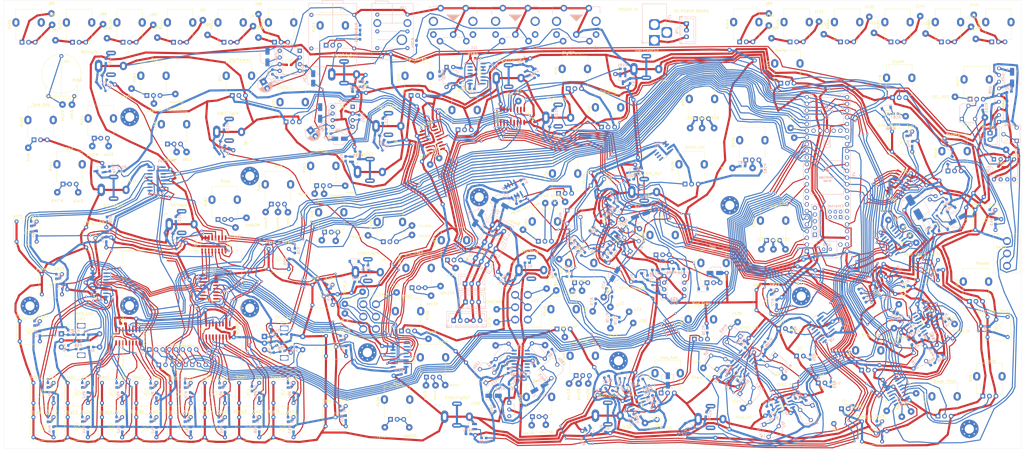
<source format=kicad_pcb>
(kicad_pcb (version 20171130) (host pcbnew "(5.1.2-1)-1")
  (layers (0 F.Cu signal) (31 B.Cu signal) (34 B.Paste user hide) (35 F.Paste user hide) (36 B.SilkS user hide) (37 F.SilkS user) (38 B.Mask user hide) (39 F.Mask user) (44 Edge.Cuts user))
  (net 0 "")
  (net 1 "Net-(C9-Pad2)")
  (net 2 "Net-(C9-Pad1)")
  (net 3 "Net-(C10-Pad2)")
  (net 4 "Net-(C10-Pad1)")
  (net 5 "Net-(C11-Pad2)")
  (net 6 "Net-(C11-Pad1)")
  (net 7 "Net-(C12-Pad2)")
  (net 8 "Net-(C12-Pad1)")
  (net 9 "Net-(C13-Pad2)")
  (net 10 "Net-(C13-Pad1)")
  (net 11 "Net-(C14-Pad1)")
  (net 12 "Net-(C16-Pad2)")
  (net 13 Earth)
  (net 14 "Net-(C18-Pad2)")
  (net 15 "Net-(C19-Pad2)")
  (net 16 "Net-(C20-Pad2)")
  (net 17 "Net-(C21-Pad2)")
  (net 18 "Net-(C22-Pad2)")
  (net 19 "Net-(C23-Pad2)")
  (net 20 "Net-(D6-Pad1)")
  (net 21 "Net-(C7-Pad1)")
  (net 22 ExtTrig1)
  (net 23 "Net-(D10-Pad1)")
  (net 24 ExtTrig2)
  (net 25 "Net-(D11-Pad1)")
  (net 26 ExtTrig3)
  (net 27 "Net-(D12-Pad1)")
  (net 28 ExtTrig4)
  (net 29 "Net-(D13-Pad1)")
  (net 30 ExtTrig5)
  (net 31 "Net-(D14-Pad1)")
  (net 32 ExtTrig6)
  (net 33 "Net-(D15-Pad1)")
  (net 34 ExtTrig7)
  (net 35 "Net-(D16-Pad1)")
  (net 36 ExtTrig8)
  (net 37 "Net-(D17-Pad1)")
  (net 38 "Net-(Q11-Pad3)")
  (net 39 "Net-(D18-Pad1)")
  (net 40 "Net-(Q12-Pad1)")
  (net 41 +12V)
  (net 42 "Net-(Q12-Pad2)")
  (net 43 "Net-(Q13-Pad3)")
  (net 44 "Net-(R1-Pad2)")
  (net 45 L1A)
  (net 46 "Net-(R2-Pad2)")
  (net 47 L2A)
  (net 48 "Net-(R3-Pad2)")
  (net 49 L3A)
  (net 50 "Net-(R4-Pad2)")
  (net 51 L4A)
  (net 52 "Net-(R5-Pad2)")
  (net 53 L5A)
  (net 54 "Net-(R6-Pad2)")
  (net 55 L6A)
  (net 56 "Net-(R7-Pad2)")
  (net 57 L7A)
  (net 58 "Net-(R8-Pad2)")
  (net 59 L8A)
  (net 60 "Net-(R9-Pad2)")
  (net 61 L9A)
  (net 62 "Net-(R10-Pad2)")
  (net 63 L10A)
  (net 64 "Net-(R11-Pad2)")
  (net 65 L11A)
  (net 66 "Net-(R12-Pad2)")
  (net 67 L12A)
  (net 68 "Net-(R13-Pad2)")
  (net 69 L13A)
  (net 70 "Net-(R14-Pad2)")
  (net 71 L14A)
  (net 72 "Net-(R15-Pad2)")
  (net 73 L15A)
  (net 74 "Net-(R16-Pad2)")
  (net 75 L16A)
  (net 76 "Net-(R17-Pad2)")
  (net 77 L_back)
  (net 78 "Net-(R18-Pad2)")
  (net 79 L_forwards)
  (net 80 "Net-(R19-Pad2)")
  (net 81 "Net-(D1-Pad2)")
  (net 82 "Net-(R20-Pad2)")
  (net 83 "Net-(D2-Pad2)")
  (net 84 L_mute)
  (net 85 "Net-(R22-Pad2)")
  (net 86 L_step)
  (net 87 "Net-(R23-Pad2)")
  (net 88 "Net-(D3-Pad2)")
  (net 89 "Net-(R24-Pad2)")
  (net 90 "Net-(D4-Pad2)")
  (net 91 "Net-(R25-Pad2)")
  (net 92 L_inst_sel)
  (net 93 "Net-(R26-Pad2)")
  (net 94 L_save)
  (net 95 "Net-(R27-Pad2)")
  (net 96 L_shift)
  (net 97 "Net-(R28-Pad2)")
  (net 98 L_song)
  (net 99 "Net-(R29-Pad2)")
  (net 100 L_pattern)
  (net 101 "Net-(R30-Pad2)")
  (net 102 L_bank)
  (net 103 "Net-(R31-Pad2)")
  (net 104 L_playpause)
  (net 105 "Net-(R32-Pad2)")
  (net 106 L_stop)
  (net 107 +3V3)
  (net 108 "Net-(R33-Pad1)")
  (net 109 DataEncA)
  (net 110 "Net-(R35-Pad2)")
  (net 111 DataEncB)
  (net 112 "Net-(R37-Pad1)")
  (net 113 TempoEncA)
  (net 114 "Net-(R39-Pad2)")
  (net 115 TempoEncB)
  (net 116 "Net-(R41-Pad2)")
  (net 117 "Net-(R42-Pad2)")
  (net 118 "Net-(R43-Pad2)")
  (net 119 "Net-(R44-Pad2)")
  (net 120 "Net-(R45-Pad2)")
  (net 121 "Net-(R46-Pad2)")
  (net 122 "Net-(R47-Pad2)")
  (net 123 "Net-(R48-Pad2)")
  (net 124 "Net-(R49-Pad2)")
  (net 125 "Net-(R50-Pad2)")
  (net 126 "Net-(R51-Pad2)")
  (net 127 "Net-(R52-Pad2)")
  (net 128 "Net-(R53-Pad2)")
  (net 129 "Net-(R54-Pad2)")
  (net 130 "Net-(R55-Pad2)")
  (net 131 "Net-(R56-Pad2)")
  (net 132 "Net-(R57-Pad2)")
  (net 133 "Net-(R58-Pad2)")
  (net 134 "Net-(R59-Pad2)")
  (net 135 "Net-(R60-Pad2)")
  (net 136 "Net-(R61-Pad2)")
  (net 137 "Net-(R62-Pad2)")
  (net 138 "Net-(R63-Pad2)")
  (net 139 "Net-(R64-Pad2)")
  (net 140 "Net-(R65-Pad2)")
  (net 141 "Net-(R66-Pad2)")
  (net 142 TempoEncBut)
  (net 143 "Net-(R68-Pad2)")
  (net 144 DataEncBut)
  (net 145 "Net-(R70-Pad2)")
  (net 146 "Net-(R71-Pad2)")
  (net 147 "Net-(R72-Pad2)")
  (net 148 "Net-(J118-Pad1)")
  (net 149 "Net-(C6-Pad1)")
  (net 150 "Net-(J119-Pad1)")
  (net 151 "Net-(J120-Pad1)")
  (net 152 "Net-(J121-Pad1)")
  (net 153 Glitch_Out)
  (net 154 "Net-(J122-Pad1)")
  (net 155 "Net-(D5-Pad2)")
  (net 156 -12V)
  (net 157 "Net-(C5-Pad2)")
  (net 158 "Net-(R83-Pad2)")
  (net 159 "Net-(C8-Pad2)")
  (net 160 "Net-(J1-Pad1)")
  (net 161 "Net-(R85-Pad1)")
  (net 162 FILTER_CUTOFF)
  (net 163 "Net-(R87-Pad2)")
  (net 164 "Net-(R88-Pad2)")
  (net 165 "Net-(R89-Pad2)")
  (net 166 "Net-(R89-Pad1)")
  (net 167 "Net-(R90-Pad1)")
  (net 168 "Net-(R91-Pad2)")
  (net 169 "Net-(R92-Pad1)")
  (net 170 "Net-(R101-Pad2)")
  (net 171 "Net-(R95-Pad1)")
  (net 172 "Net-(R96-Pad2)")
  (net 173 "Net-(R99-Pad2)")
  (net 174 "Net-(R100-Pad2)")
  (net 175 "Net-(R105-Pad2)")
  (net 176 "Net-(R108-Pad2)")
  (net 177 "Net-(R109-Pad2)")
  (net 178 "Net-(J3-Pad1)")
  (net 179 "Net-(J4-Pad1)")
  (net 180 "Net-(J5-Pad1)")
  (net 181 "Net-(J6-Pad1)")
  (net 182 "Net-(J7-Pad1)")
  (net 183 "Net-(J8-Pad1)")
  (net 184 "Net-(J9-Pad1)")
  (net 185 "Net-(J10-Pad1)")
  (net 186 "Net-(R130-Pad2)")
  (net 187 "Net-(R132-Pad2)")
  (net 188 "Net-(C15-Pad2)")
  (net 189 "Net-(R133-Pad2)")
  (net 190 "Net-(C15-Pad1)")
  (net 191 "Net-(R134-Pad1)")
  (net 192 "Net-(R135-Pad1)")
  (net 193 "Net-(R136-Pad2)")
  (net 194 "Net-(R136-Pad1)")
  (net 195 "Net-(R138-Pad2)")
  (net 196 "Net-(J116-Pad1)")
  (net 197 "Net-(R141-Pad2)")
  (net 198 "Net-(R141-Pad1)")
  (net 199 "Net-(R143-Pad1)")
  (net 200 GLITCH_VEL)
  (net 201 "Net-(R145-Pad2)")
  (net 202 "Net-(R146-Pad1)")
  (net 203 "Net-(J117-Pad1)")
  (net 204 "Net-(R149-Pad1)")
  (net 205 "Net-(R152-Pad2)")
  (net 206 "Net-(R153-Pad2)")
  (net 207 "Net-(R153-Pad1)")
  (net 208 "Net-(R154-Pad1)")
  (net 209 "Net-(J13-Pad5)")
  (net 210 "Net-(R158-Pad1)")
  (net 211 "Net-(J13-Pad4)")
  (net 212 "Net-(J11-Pad4)")
  (net 213 "Net-(D20-Pad1)")
  (net 214 "Net-(J12-Pad5)")
  (net 215 "Net-(R161-Pad1)")
  (net 216 +5V)
  (net 217 MIDI_IN)
  (net 218 KICK_PWM)
  (net 219 SNARE_PWM)
  (net 220 CYN1_PWM)
  (net 221 CYN2_PWM)
  (net 222 "Net-(R167-Pad2)")
  (net 223 "Net-(R168-Pad2)")
  (net 224 "Net-(R169-Pad2)")
  (net 225 "Net-(R170-Pad2)")
  (net 226 FILTER_PWM)
  (net 227 GLITCH_PWM)
  (net 228 "Net-(R173-Pad2)")
  (net 229 "Net-(R174-Pad2)")
  (net 230 "Net-(J123-Pad1)")
  (net 231 beat_rep)
  (net 232 beat_rep_2)
  (net 233 "Net-(J127-Pad1)")
  (net 234 "Net-(J126-Pad1)")
  (net 235 "Net-(J125-Pad1)")
  (net 236 "Net-(J124-Pad1)")
  (net 237 "Net-(RV22-Pad2)")
  (net 238 "Net-(C17-Pad1)")
  (net 239 "Net-(C6-Pad2)")
  (net 240 "Net-(U5-Pad66)")
  (net 241 "Net-(U5-Pad67)")
  (net 242 "Net-(U5-Pad54)")
  (net 243 "Net-(U5-Pad53)")
  (net 244 "Net-(U5-Pad50)")
  (net 245 "Net-(U5-Pad62)")
  (net 246 "Net-(U5-Pad63)")
  (net 247 "Net-(U5-Pad64)")
  (net 248 "Net-(U5-Pad61)")
  (net 249 "Net-(U5-Pad65)")
  (net 250 "Net-(U5-Pad60)")
  (net 251 LCD_DC)
  (net 252 LCD_RST)
  (net 253 "Net-(U5-Pad15)")
  (net 254 LED_SERIAL)
  (net 255 LED_CLK)
  (net 256 LED_LATCH)
  (net 257 MUX3_DAT)
  (net 258 MIDI_OUT)
  (net 259 MUX2_DAT)
  (net 260 MUX1_DAT)
  (net 261 MUX4_DAT)
  (net 262 MUX5_DAT)
  (net 263 "Net-(U5-Pad34)")
  (net 264 MEM_MOSI)
  (net 265 A_TO_T)
  (net 266 T_TO_A)
  (net 267 MEM_CS)
  (net 268 LCD_CS)
  (net 269 MEM_SCK)
  (net 270 MUX0_DAT)
  (net 271 MUX_A)
  (net 272 MUX_B)
  (net 273 MUX_C)
  (net 274 AUD_SDA)
  (net 275 AUD_SCL)
  (net 276 AUD_LRCLK)
  (net 277 AUD_BCLK)
  (net 278 MUX6_DAT)
  (net 279 AUD_MCLK)
  (net 280 "Net-(U5-Pad47)")
  (net 281 "Net-(U5-Pad55)")
  (net 282 "Net-(U5-Pad56)")
  (net 283 "Net-(U5-Pad57)")
  (net 284 "Net-(U5-Pad58)")
  (net 285 "Net-(U5-Pad59)")
  (net 286 "Net-(U5-Pad49)")
  (net 287 "Net-(U6-Pad9)")
  (net 288 "Net-(U7-Pad9)")
  (net 289 "Net-(U23-Pad14)")
  (net 290 LED_SR_OUT)
  (net 291 "Net-(D19-Pad2)")
  (net 292 "Net-(D20-Pad2)")
  (net 293 "Net-(RV1-Pad2)")
  (net 294 "Net-(RV2-Pad2)")
  (net 295 "Net-(RV3-Pad2)")
  (net 296 "Net-(RV4-Pad2)")
  (net 297 "Net-(RV5-Pad2)")
  (net 298 "Net-(RV6-Pad2)")
  (net 299 "Net-(RV7-Pad2)")
  (net 300 "Net-(RV9-Pad2)")
  (net 301 "Net-(RV10-Pad2)")
  (net 302 "Net-(RV12-Pad2)")
  (net 303 "Net-(RV13-Pad2)")
  (net 304 "Net-(D8-Pad2)")
  (net 305 "Net-(D19-Pad1)")
  (net 306 "Net-(J14-Pad1)")
  (net 307 "Net-(J15-Pad1)")
  (net 308 "Net-(J24-Pad1)")
  (net 309 "Net-(J32-Pad1)")
  (net 310 "Net-(J25-Pad1)")
  (net 311 "Net-(J18-Pad1)")
  (net 312 "Net-(J34-Pad1)")
  (net 313 "Net-(J27-Pad1)")
  (net 314 "Net-(J20-Pad1)")
  (net 315 "Net-(J44-Pad1)")
  (net 316 "Net-(J38-Pad1)")
  (net 317 "Net-(J45-Pad1)")
  (net 318 "Net-(J39-Pad1)")
  (net 319 "Net-(J63-Pad1)")
  (net 320 "Net-(J71-Pad1)")
  (net 321 "Net-(J64-Pad1)")
  (net 322 "Net-(J57-Pad1)")
  (net 323 "Net-(J73-Pad1)")
  (net 324 "Net-(J66-Pad1)")
  (net 325 "Net-(J59-Pad1)")
  (net 326 "Net-(J83-Pad1)")
  (net 327 "Net-(J77-Pad1)")
  (net 328 "Net-(J84-Pad1)")
  (net 329 "Net-(J78-Pad1)")
  (net 330 "Net-(J92-Pad1)")
  (net 331 "Net-(J102-Pad1)")
  (net 332 "Net-(J93-Pad1)")
  (net 333 "Net-(J94-Pad1)")
  (net 334 "Net-(J104-Pad1)")
  (net 335 "Net-(J95-Pad1)")
  (net 336 "Net-(J105-Pad1)")
  (net 337 "Net-(J96-Pad1)")
  (net 338 "Net-(J101-Pad1)")
  (net 339 "Net-(J106-Pad1)")
  (net 340 "Net-(J107-Pad1)")
  (net 341 "Net-(J110-Pad1)")
  (net 342 "Net-(J113-Pad1)")
  (net 343 "Net-(J108-Pad1)")
  (net 344 "Net-(J111-Pad1)")
  (net 345 "Net-(J114-Pad1)")
  (net 346 "Net-(J109-Pad1)")
  (net 347 "Net-(J115-Pad1)")
  (net 348 "Net-(D8-Pad1)")
  (net 349 "Net-(J3-Pad2)")
  (net 350 "Net-(J4-Pad2)")
  (net 351 "Net-(J5-Pad2)")
  (net 352 "Net-(J6-Pad2)")
  (net 353 "Net-(J7-Pad2)")
  (net 354 "Net-(J8-Pad2)")
  (net 355 "Net-(J9-Pad2)")
  (net 356 "Net-(J10-Pad2)")
  (net 357 D_Aud_L)
  (net 358 D_Aud_R)
  (net 359 "Net-(U16-Pad15)")
  (net 360 "Net-(U16-Pad8)")
  (net 361 "Net-(U16-Pad7)")
  (net 362 GLITCH_GATE)
  (net 363 "Net-(D27-Pad1)")
  (net 364 "Net-(J133-Pad1)")
  (net 365 "Net-(J134-Pad1)")
  (net 366 "Net-(J135-Pad1)")
  (net 367 "Net-(J136-Pad1)")
  (net 368 "Net-(J138-Pad1)")
  (net 369 "Net-(J139-Pad1)")
  (net 370 "Net-(J140-Pad1)")
  (net 371 "Net-(J142-Pad1)")
  (net 372 "Net-(Q15-Pad2)")
  (net 373 "Net-(Q16-Pad2)")
  (net 374 "Net-(Q17-Pad2)")
  (net 375 "Net-(Q18-Pad2)")
  (net 376 "Net-(Q19-Pad2)")
  (net 377 "Net-(Q20-Pad2)")
  (net 378 "Net-(Q21-Pad2)")
  (net 379 "Net-(Q22-Pad2)")
  (net 380 "Net-(R190-Pad2)")
  (net 381 "Net-(R191-Pad2)")
  (net 382 "Net-(C37-Pad1)")
  (net 383 "Net-(C36-Pad1)")
  (net 384 "Net-(Q23-Pad3)")
  (net 385 "Net-(C36-Pad2)")
  (net 386 "Net-(R195-Pad2)")
  (net 387 "Net-(R196-Pad1)")
  (net 388 "Net-(R197-Pad2)")
  (net 389 "Net-(R197-Pad1)")
  (net 390 "Net-(R198-Pad2)")
  (net 391 "Net-(R198-Pad1)")
  (net 392 "Net-(U29-Pad14)")
  (net 393 "Net-(U29-Pad13)")
  (net 394 "Net-(U29-Pad12)")
  (net 395 "Net-(Q1-Pad1)")
  (net 396 "Net-(Q2-Pad3)")
  (net 397 "Net-(U21-Pad6)")
  (net 398 "Net-(U21-Pad2)")
  (net 399 MUTE_LED)
  (net 400 CYN_TRIG_1)
  (net 401 CYN_TRIG_2)
  (net 402 BD_TRIG_OUT)
  (net 403 "Net-(U6-Pad14)")
  (net 404 SR_U18_OUT)
  (net 405 "Net-(U21-Pad13)")
  (net 406 "Net-(U21-Pad12)")
  (net 407 "Net-(U21-Pad11)")
  (net 408 "Net-(U21-Pad10)")
  (net 409 "Net-(J29-Pad1)")
  (net 410 "Net-(J30-Pad1)")
  (net 411 "Net-(J35-Pad1)")
  (net 412 "Net-(J36-Pad1)")
  (net 413 "Net-(J37-Pad1)")
  (net 414 "Net-(J41-Pad1)")
  (net 415 "Net-(J42-Pad1)")
  (net 416 "Net-(J43-Pad1)")
  (net 417 "Net-(U26-Pad3)")
  (net 418 "Net-(U27-Pad3)")
  (net 419 "Net-(J17-Pad1)")
  (net 420 "Net-(J19-Pad1)")
  (net 421 "Net-(J26-Pad1)")
  (net 422 "Net-(J31-Pad1)")
  (net 423 "Net-(J46-Pad1)")
  (net 424 CLOCK_IN)
  (net 425 LINE_OUT)
  (net 426 "Net-(C24-Pad1)")
  (net 427 "Net-(R180-Pad2)")
  (net 428 "Net-(C24-Pad2)")
  (net 429 "Net-(J16-Pad1)")
  (net 430 "Net-(J16-Pad2)")
  (net 431 "Net-(JP1-Pad2)")
  (net 432 "Net-(R103-Pad2)")
  (net 433 "Net-(D21-Pad2)")
  (net 434 "Net-(R206-Pad2)")
  (net 435 "Net-(RV27-Pad2)")
  (net 436 "Net-(U20-Pad7)")
  (net 437 "Net-(C30-Pad1)")
  (net 438 "Net-(C8-Pad1)")
  (net 439 "Net-(J22-Pad1)")
  (net 440 "Net-(J54-Pad1)")
  (net 441 "Net-(J55-Pad1)")
  (net 442 "Net-(J56-Pad1)")
  (net 443 "Net-(J58-Pad1)")
  (net 444 "Net-(J60-Pad1)")
  (net 445 "Net-(J61-Pad1)")
  (net 446 "Net-(J62-Pad1)")
  (net 447 "Net-(J65-Pad1)")
  (net 448 "Net-(J67-Pad1)")
  (net 449 "Net-(J68-Pad1)")
  (net 450 "Net-(J69-Pad1)")
  (net 451 "Net-(J70-Pad1)")
  (net 452 "Net-(U30-Pad7)")
  (net 453 "Net-(U30-Pad6)")
  (net 454 "Net-(U30-Pad5)")
  (net 455 "Net-(J33-Pad1)")
  (net 456 "Net-(R78-Pad2)")
  (net 457 "Net-(RV29-Pad2)")
  (net 458 "Net-(U31-Pad5)")
  (net 459 "Net-(U31-Pad7)")
  (net 460 "Net-(U31-Pad6)")
  (net 461 "Net-(R75-Pad2)")
  (net 462 "Net-(R76-Pad2)")
  (net 463 "Net-(RV32-Pad2)")
  (net 464 "Net-(RV34-Pad2)")
  (net 465 "Net-(J72-Pad1)")
  (net 466 "Net-(R181-Pad1)")
  (net 467 "Net-(R182-Pad2)")
  (net 468 "Net-(J11-Pad1)")
  (net 469 "Net-(J11-Pad3)")
  (net 470 "Net-(J12-Pad4)")
  (net 471 "Net-(J12-Pad1)")
  (net 472 "Net-(J12-Pad3)")
  (net 473 "Net-(J13-Pad1)")
  (net 474 "Net-(J13-Pad3)")
  (net 475 "Net-(J74-Pad2)")
  (net 476 "Net-(J74-Pad1)")
  (net 477 "Net-(J80-Pad1)")
  (net 478 "Net-(J81-Pad1)")
  (net 479 "Net-(J82-Pad1)")
  (net 480 "Net-(J85-Pad1)")
  (net 481 "Net-(J86-Pad1)")
  (net 482 "Net-(J87-Pad1)")
  (net 483 "Net-(J88-Pad1)")
  (net 484 "Net-(J89-Pad1)")
  (net 485 "Net-(J90-Pad1)")
  (net 486 "Net-(J91-Pad1)")
  (net 487 "Net-(J97-Pad1)")
  (net 488 "Net-(J98-Pad1)")
  (net 489 "Net-(J99-Pad1)")
  (net 490 "Net-(J100-Pad1)")
  (net 491 "Net-(J103-Pad1)")
  (net 492 "Net-(J112-Pad1)")
  (net 493 "Net-(J128-Pad1)")
  (net 494 "Net-(J129-Pad1)")
  (net 495 "Net-(J130-Pad1)")
  (net 496 "Net-(J131-Pad1)")
  (net 497 "Net-(J132-Pad1)")
  (net 498 "Net-(J141-Pad1)")
  (net 499 "Net-(J143-Pad1)")
  (net 500 "Net-(J144-Pad1)")
  (net 501 "Net-(RV16-Pad1)")
  (net 502 "Net-(J75-PadSN1)")
  (net 503 "Net-(J75-PadTN1)")
  (net 504 "Net-(J76-PadTN1)")
  (net 505 "Net-(J76-PadRN1)")
  (net 506 "Net-(J76-PadSN1)")
  (net 507 "Net-(J145-Pad2)")
  (net 508 "Net-(JP2-Pad2)")
  (net 509 "Net-(C34-Pad2)")
  (net 510 "Net-(C34-Pad1)")
  (net 511 "Net-(C35-Pad1)")
  (net 512 "Net-(C38-Pad1)")
  (net 513 "Net-(C39-Pad1)")
  (net 514 "Net-(C65-Pad2)")
  (net 515 "Net-(C65-Pad1)")
  (net 516 "Net-(C66-Pad2)")
  (net 517 "Net-(C66-Pad1)")
  (net 518 "Net-(C67-Pad2)")
  (net 519 "Net-(C68-Pad2)")
  (net 520 "Net-(R183-Pad2)")
  (net 521 "Net-(U33-Pad8)")
  (net 522 "Net-(U33-Pad1)")
  (net 523 "Net-(U34-Pad8)")
  (net 524 "Net-(U34-Pad1)")
  (net 525 "Net-(J146-Pad1)")
  (net 526 "Net-(J147-Pad1)")
  (net 527 "Net-(J148-Pad1)")
  (net 528 "Net-(J149-Pad1)")
  (net 529 "Net-(J150-Pad1)")
  (net 530 "Net-(J151-Pad1)")
  (net 531 "Net-(U5-Pad14)")
  (net 532 "Net-(U5-Pad13)")
  (module mason_parts:masonsPotentiometer_Alpha_RD901F-40-00D_Single_Vertical (layer F.Cu) (at 270.48 64.2 90)
    (fp_text reference RV29 (at 6.71 -4.64 270) (layer F.SilkS))
    (fp_text value 100k)
    (pad 1 thru_hole rect (at 0 0 180) (size 1.8 1.8) (drill 1) (layers *.Cu *.Mask) (net 153 Glitch_Out))
    (pad 2 thru_hole circle (at 0 2.5 180) (size 1.8 1.8) (drill 1) (layers *.Cu *.Mask) (net 457 "Net-(RV29-Pad2)"))
    (pad 3 thru_hole circle (at 0 5 180) (size 1.8 1.8) (drill 1) (layers *.Cu *.Mask) (net 13 Earth))
    (pad "" thru_hole oval (at 7.5 7.3 180) (size 2.72 3.24) (drill oval 1.1 1.8) (layers *.Cu *.Mask))
    (pad "" thru_hole oval (at 7.5 -2.3 180) (size 2.72 3.24) (drill oval 1.1 1.8) (layers *.Cu *.Mask))
  )
  (module Capacitor_SMD:C_0603_1608Metric_Pad1.05x0.95mm_HandSolder (layer F.Cu) (at 120.26 18.99)
    (fp_text reference C70 (at 0 -1.43) (layer F.SilkS))
    (fp_text value 100n)
    (pad 2 smd roundrect (at 0.875 0) (size 1.05 0.95) (layers F.Cu F.Paste F.Mask) (net 13 Earth))
    (pad 1 smd roundrect (at -0.875 0) (size 1.05 0.95) (layers F.Cu F.Paste F.Mask) (net 41 +12V))
  )
  (module Capacitor_SMD:C_0603_1608Metric_Pad1.05x0.95mm_HandSolder (layer F.Cu) (at 140.94 36.52)
    (fp_text reference C69 (at 0 -1.43) (layer F.SilkS))
    (fp_text value 100n)
    (pad 2 smd roundrect (at 0.875 0) (size 1.05 0.95) (layers F.Cu F.Paste F.Mask) (net 13 Earth))
    (pad 1 smd roundrect (at -0.875 0) (size 1.05 0.95) (layers F.Cu F.Paste F.Mask) (net 41 +12V))
  )
  (module Resistor_SMD:R_0603_1608Metric_Pad1.05x0.95mm_HandSolder (layer B.Cu) (at 168.64 10.64 270)
    (fp_text reference R204 (at 0.000001 1.43 270) (layer B.SilkS) (effects (justify mirror)))
    (fp_text value 220)
    (pad 2 smd roundrect (at 0.875 0 270) (size 1.05 0.95) (layers B.Cu B.Paste B.Mask) (net 216 +5V))
    (pad 1 smd roundrect (at -0.875 0 270) (size 1.05 0.95) (layers B.Cu B.Paste B.Mask) (net 470 "Net-(J12-Pad4)"))
  )
  (module mason_parts:masonsPotentiometer_Alpha_RD901F-40-00D_Single_Vertical (layer F.Cu) (at 301.38 85.52 90)
    (fp_text reference RV55 (at 6.71 -4.64 270) (layer F.SilkS))
    (fp_text value 100k)
    (pad 1 thru_hole rect (at 0 0 180) (size 1.8 1.8) (drill 1) (layers *.Cu *.Mask) (net 528 "Net-(J149-Pad1)"))
    (pad 2 thru_hole circle (at 0 2.5 180) (size 1.8 1.8) (drill 1) (layers *.Cu *.Mask) (net 529 "Net-(J150-Pad1)"))
    (pad 3 thru_hole circle (at 0 5 180) (size 1.8 1.8) (drill 1) (layers *.Cu *.Mask) (net 530 "Net-(J151-Pad1)"))
    (pad "" thru_hole oval (at 7.5 7.3 180) (size 2.72 3.24) (drill oval 1.1 1.8) (layers *.Cu *.Mask))
    (pad "" thru_hole oval (at 7.5 -2.3 180) (size 2.72 3.24) (drill oval 1.1 1.8) (layers *.Cu *.Mask))
  )
  (module mason_parts:masonsPotentiometer_Alpha_RD901F-40-00D_Single_Vertical (layer F.Cu) (at 274.4 39.4 90)
    (fp_text reference RV54 (at 6.71 -4.64 270) (layer F.SilkS))
    (fp_text value 100k)
    (pad 1 thru_hole rect (at 0 0 180) (size 1.8 1.8) (drill 1) (layers *.Cu *.Mask) (net 525 "Net-(J146-Pad1)"))
    (pad 2 thru_hole circle (at 0 2.5 180) (size 1.8 1.8) (drill 1) (layers *.Cu *.Mask) (net 526 "Net-(J147-Pad1)"))
    (pad 3 thru_hole circle (at 0 5 180) (size 1.8 1.8) (drill 1) (layers *.Cu *.Mask) (net 527 "Net-(J148-Pad1)"))
    (pad "" thru_hole oval (at 7.5 7.3 180) (size 2.72 3.24) (drill oval 1.1 1.8) (layers *.Cu *.Mask))
    (pad "" thru_hole oval (at 7.5 -2.3 180) (size 2.72 3.24) (drill oval 1.1 1.8) (layers *.Cu *.Mask))
  )
  (module Connector_Wire:SolderWirePad_1x01_Drill1mm (layer F.Cu) (at 308.56 88.94)
    (fp_text reference J151 (at 0 -3.81) (layer F.SilkS))
    (fp_text value AuxPot2A)
    (pad 1 thru_hole circle (at 0 0) (size 2.49936 2.49936) (drill 1.00076) (layers *.Cu *.Mask) (net 530 "Net-(J151-Pad1)"))
  )
  (module Connector_Wire:SolderWirePad_1x01_Drill1mm (layer F.Cu) (at 304.01 88.94)
    (fp_text reference J150 (at 0 -3.81) (layer F.SilkS))
    (fp_text value AuxPot2A)
    (pad 1 thru_hole circle (at 0 0) (size 2.49936 2.49936) (drill 1.00076) (layers *.Cu *.Mask) (net 529 "Net-(J150-Pad1)"))
  )
  (module Connector_Wire:SolderWirePad_1x01_Drill1mm (layer F.Cu) (at 299.46 88.94)
    (fp_text reference J149 (at 0 -3.81) (layer F.SilkS))
    (fp_text value AuxPot1A)
    (pad 1 thru_hole circle (at 0 0) (size 2.49936 2.49936) (drill 1.00076) (layers *.Cu *.Mask) (net 528 "Net-(J149-Pad1)"))
  )
  (module Connector_Wire:SolderWirePad_1x01_Drill1mm (layer F.Cu) (at 281.52 42.94)
    (fp_text reference J148 (at 0 -3.81) (layer F.SilkS))
    (fp_text value AuxPot2)
    (pad 1 thru_hole circle (at 0 0) (size 2.49936 2.49936) (drill 1.00076) (layers *.Cu *.Mask) (net 527 "Net-(J148-Pad1)"))
  )
  (module Connector_Wire:SolderWirePad_1x01_Drill1mm (layer F.Cu) (at 276.97 42.94)
    (fp_text reference J147 (at 0 -3.81) (layer F.SilkS))
    (fp_text value AuxPot2)
    (pad 1 thru_hole circle (at 0 0) (size 2.49936 2.49936) (drill 1.00076) (layers *.Cu *.Mask) (net 526 "Net-(J147-Pad1)"))
  )
  (module Connector_Wire:SolderWirePad_1x01_Drill1mm (layer F.Cu) (at 272.42 42.94)
    (fp_text reference J146 (at 0 -3.81) (layer F.SilkS))
    (fp_text value AuxPot1)
    (pad 1 thru_hole circle (at 0 0) (size 2.49936 2.49936) (drill 1.00076) (layers *.Cu *.Mask) (net 525 "Net-(J146-Pad1)"))
  )
  (module Package_DIP:DIP-8_W7.62mm_Socket (layer B.Cu) (at 144.47 34.89 180)
    (fp_text reference U34 (at 3.81 2.33) (layer B.SilkS) (effects (justify mirror)))
    (fp_text value LM386)
    (pad 8 thru_hole oval (at 7.62 0 180) (size 1.6 1.6) (drill 0.8) (layers *.Cu *.Mask) (net 523 "Net-(U34-Pad8)"))
    (pad 4 thru_hole oval (at 0 -7.62 180) (size 1.6 1.6) (drill 0.8) (layers *.Cu *.Mask) (net 13 Earth))
    (pad 7 thru_hole oval (at 7.62 -2.54 180) (size 1.6 1.6) (drill 0.8) (layers *.Cu *.Mask) (net 513 "Net-(C39-Pad1)"))
    (pad 3 thru_hole oval (at 0 -5.08 180) (size 1.6 1.6) (drill 0.8) (layers *.Cu *.Mask) (net 511 "Net-(C35-Pad1)"))
    (pad 6 thru_hole oval (at 7.62 -5.08 180) (size 1.6 1.6) (drill 0.8) (layers *.Cu *.Mask) (net 41 +12V))
    (pad 2 thru_hole oval (at 0 -2.54 180) (size 1.6 1.6) (drill 0.8) (layers *.Cu *.Mask) (net 13 Earth))
    (pad 5 thru_hole oval (at 7.62 -7.62 180) (size 1.6 1.6) (drill 0.8) (layers *.Cu *.Mask) (net 517 "Net-(C66-Pad1)"))
    (pad 1 thru_hole rect (at 0 0 180) (size 1.6 1.6) (drill 0.8) (layers *.Cu *.Mask) (net 524 "Net-(U34-Pad1)"))
  )
  (module Package_DIP:DIP-8_W7.62mm_Socket (layer B.Cu) (at 124.4 13.65 180)
    (fp_text reference U33 (at 3.81 2.33) (layer B.SilkS) (effects (justify mirror)))
    (fp_text value LM386)
    (pad 8 thru_hole oval (at 7.62 0 180) (size 1.6 1.6) (drill 0.8) (layers *.Cu *.Mask) (net 521 "Net-(U33-Pad8)"))
    (pad 4 thru_hole oval (at 0 -7.62 180) (size 1.6 1.6) (drill 0.8) (layers *.Cu *.Mask) (net 13 Earth))
    (pad 7 thru_hole oval (at 7.62 -2.54 180) (size 1.6 1.6) (drill 0.8) (layers *.Cu *.Mask) (net 512 "Net-(C38-Pad1)"))
    (pad 3 thru_hole oval (at 0 -5.08 180) (size 1.6 1.6) (drill 0.8) (layers *.Cu *.Mask) (net 510 "Net-(C34-Pad1)"))
    (pad 6 thru_hole oval (at 7.62 -5.08 180) (size 1.6 1.6) (drill 0.8) (layers *.Cu *.Mask) (net 41 +12V))
    (pad 2 thru_hole oval (at 0 -2.54 180) (size 1.6 1.6) (drill 0.8) (layers *.Cu *.Mask) (net 13 Earth))
    (pad 5 thru_hole oval (at 7.62 -7.62 180) (size 1.6 1.6) (drill 0.8) (layers *.Cu *.Mask) (net 515 "Net-(C65-Pad1)"))
    (pad 1 thru_hole rect (at 0 0 180) (size 1.6 1.6) (drill 0.8) (layers *.Cu *.Mask) (net 522 "Net-(U33-Pad1)"))
  )
  (module mason_parts:masonsPotentiometer_Alpha_RD901F-40-00D_Single_Vertical (layer F.Cu) (at 134.4 11.53 90)
    (fp_text reference RV53 (at 6.71 -4.64 270) (layer F.SilkS))
    (fp_text value 100k)
    (pad 1 thru_hole rect (at 0 0 180) (size 1.8 1.8) (drill 1) (layers *.Cu *.Mask) (net 425 LINE_OUT))
    (pad 2 thru_hole circle (at 0 2.5 180) (size 1.8 1.8) (drill 1) (layers *.Cu *.Mask) (net 520 "Net-(R183-Pad2)"))
    (pad 3 thru_hole circle (at 0 5 180) (size 1.8 1.8) (drill 1) (layers *.Cu *.Mask) (net 13 Earth))
    (pad "" thru_hole oval (at 7.5 7.3 180) (size 2.72 3.24) (drill oval 1.1 1.8) (layers *.Cu *.Mask))
    (pad "" thru_hole oval (at 7.5 -2.3 180) (size 2.72 3.24) (drill oval 1.1 1.8) (layers *.Cu *.Mask))
  )
  (module Resistor_SMD:R_0603_1608Metric_Pad1.05x0.95mm_HandSolder (layer B.Cu) (at 135.32 45.05)
    (fp_text reference R203 (at 0 1.43) (layer B.SilkS) (effects (justify mirror)))
    (fp_text value 10)
    (pad 2 smd roundrect (at 0.875 0) (size 1.05 0.95) (layers B.Cu B.Paste B.Mask) (net 13 Earth))
    (pad 1 smd roundrect (at -0.875 0) (size 1.05 0.95) (layers B.Cu B.Paste B.Mask) (net 516 "Net-(C66-Pad2)"))
  )
  (module Resistor_SMD:R_0603_1608Metric_Pad1.05x0.95mm_HandSolder (layer B.Cu) (at 116.62 23.79)
    (fp_text reference R202 (at 0 1.43) (layer B.SilkS) (effects (justify mirror)))
    (fp_text value 10)
    (pad 2 smd roundrect (at 0.875 0) (size 1.05 0.95) (layers B.Cu B.Paste B.Mask) (net 13 Earth))
    (pad 1 smd roundrect (at -0.875 0) (size 1.05 0.95) (layers B.Cu B.Paste B.Mask) (net 514 "Net-(C65-Pad2)"))
  )
  (module Resistor_SMD:R_0603_1608Metric_Pad1.05x0.95mm_HandSolder (layer B.Cu) (at 146.93 38.87 90)
    (fp_text reference R201 (at 0 1.43 90) (layer B.SilkS) (effects (justify mirror)))
    (fp_text value 10k)
    (pad 2 smd roundrect (at 0.875 0 90) (size 1.05 0.95) (layers B.Cu B.Paste B.Mask) (net 13 Earth))
    (pad 1 smd roundrect (at -0.875 0 90) (size 1.05 0.95) (layers B.Cu B.Paste B.Mask) (net 511 "Net-(C35-Pad1)"))
  )
  (module Resistor_SMD:R_0603_1608Metric_Pad1.05x0.95mm_HandSolder (layer B.Cu) (at 126.81 20.35 270)
    (fp_text reference R185 (at 0 1.43 90) (layer B.SilkS) (effects (justify mirror)))
    (fp_text value 10k)
    (pad 2 smd roundrect (at 0.875 0 270) (size 1.05 0.95) (layers B.Cu B.Paste B.Mask) (net 13 Earth))
    (pad 1 smd roundrect (at -0.875 0 270) (size 1.05 0.95) (layers B.Cu B.Paste B.Mask) (net 510 "Net-(C34-Pad1)"))
  )
  (module Resistor_SMD:R_0603_1608Metric_Pad1.05x0.95mm_HandSolder (layer B.Cu) (at 147.28 4.87 270)
    (fp_text reference R184 (at 0 1.43 90) (layer B.SilkS) (effects (justify mirror)))
    (fp_text value 20k)
    (pad 2 smd roundrect (at 0.875 0 270) (size 1.05 0.95) (layers B.Cu B.Paste B.Mask) (net 509 "Net-(C34-Pad2)"))
    (pad 1 smd roundrect (at -0.875 0 270) (size 1.05 0.95) (layers B.Cu B.Paste B.Mask) (net 13 Earth))
  )
  (module Resistor_SMD:R_0603_1608Metric_Pad1.05x0.95mm_HandSolder (layer B.Cu) (at 147.249999 8.409997 270)
    (fp_text reference R183 (at 0 1.43 90) (layer B.SilkS) (effects (justify mirror)))
    (fp_text value 470k)
    (pad 2 smd roundrect (at 0.875 0 270) (size 1.05 0.95) (layers B.Cu B.Paste B.Mask) (net 520 "Net-(R183-Pad2)"))
    (pad 1 smd roundrect (at -0.875 0 270) (size 1.05 0.95) (layers B.Cu B.Paste B.Mask) (net 509 "Net-(C34-Pad2)"))
  )
  (module Capacitor_THT:CP_Radial_D5.0mm_P2.0mm_Bigger_Holes (layer B.Cu) (at 130.26 44.73 310)
    (fp_text reference C68 (at 0.1524 -2.6416 130) (layer B.SilkS) (effects (justify mirror)))
    (fp_text value 220u)
    (pad 2 thru_hole circle (at 1.143 0.8128 310) (size 2.4 2.4) (drill 1) (layers *.Cu *.Mask) (net 519 "Net-(C68-Pad2)"))
    (pad 1 thru_hole rect (at -1.778 0.8128 310) (size 2.4 2.4) (drill 1) (layers *.Cu *.Mask) (net 517 "Net-(C66-Pad1)"))
  )
  (module Capacitor_THT:CP_Radial_D5.0mm_P2.0mm_Bigger_Holes (layer B.Cu) (at 112.21 26.52 300)
    (fp_text reference C67 (at 0.1524 -2.6416 120) (layer B.SilkS) (effects (justify mirror)))
    (fp_text value 220u)
    (pad 2 thru_hole circle (at 1.143 0.8128 300) (size 2.4 2.4) (drill 1) (layers *.Cu *.Mask) (net 518 "Net-(C67-Pad2)"))
    (pad 1 thru_hole rect (at -1.778 0.8128 300) (size 2.4 2.4) (drill 1) (layers *.Cu *.Mask) (net 515 "Net-(C65-Pad1)"))
  )
  (module Capacitor_SMD:C_0603_1608Metric_Pad1.05x0.95mm_HandSolder (layer B.Cu) (at 134.39 42.42 270)
    (fp_text reference C66 (at 0 1.43 90) (layer B.SilkS) (effects (justify mirror)))
    (fp_text value 47n)
    (pad 2 smd roundrect (at 0.875 0 270) (size 1.05 0.95) (layers B.Cu B.Paste B.Mask) (net 516 "Net-(C66-Pad2)"))
    (pad 1 smd roundrect (at -0.875 0 270) (size 1.05 0.95) (layers B.Cu B.Paste B.Mask) (net 517 "Net-(C66-Pad1)"))
  )
  (module Capacitor_SMD:C_0603_1608Metric_Pad1.05x0.95mm_HandSolder (layer B.Cu) (at 114.01 21.65 270)
    (fp_text reference C65 (at 0 1.43 90) (layer B.SilkS) (effects (justify mirror)))
    (fp_text value 47n)
    (pad 2 smd roundrect (at 0.875 0 270) (size 1.05 0.95) (layers B.Cu B.Paste B.Mask) (net 514 "Net-(C65-Pad2)"))
    (pad 1 smd roundrect (at -0.875 0 270) (size 1.05 0.95) (layers B.Cu B.Paste B.Mask) (net 515 "Net-(C65-Pad1)"))
  )
  (module Capacitor_SMD:CP_Elec_5x5.3 (layer B.Cu) (at 132.12 37.21 90)
    (fp_text reference C39 (at 0 3.7 90) (layer B.SilkS) (effects (justify mirror)))
    (fp_text value 10u)
    (pad 2 smd roundrect (at 2.2 0 90) (size 3 1.6) (layers B.Cu B.Paste B.Mask) (roundrect_rratio 0.15625) (net 13 Earth))
    (pad 1 smd roundrect (at -2.2 0 90) (size 3 1.6) (layers B.Cu B.Paste B.Mask) (roundrect_rratio 0.15625) (net 513 "Net-(C39-Pad1)"))
  )
  (module Capacitor_SMD:CP_Elec_5x5.3 (layer B.Cu) (at 112.14 15.85 90)
    (fp_text reference C38 (at 0 3.7 90) (layer B.SilkS) (effects (justify mirror)))
    (fp_text value 10u)
    (pad 2 smd roundrect (at 2.2 0 90) (size 3 1.6) (layers B.Cu B.Paste B.Mask) (roundrect_rratio 0.15625) (net 13 Earth))
    (pad 1 smd roundrect (at -2.2 0 90) (size 3 1.6) (layers B.Cu B.Paste B.Mask) (roundrect_rratio 0.15625) (net 512 "Net-(C38-Pad1)"))
  )
  (module Capacitor_SMD:CP_Elec_4x4.5 (layer B.Cu) (at 139.49 47 180)
    (fp_text reference C35 (at 0 3.2) (layer B.SilkS) (effects (justify mirror)))
    (fp_text value 1u)
    (pad 2 smd roundrect (at 1.8 0 180) (size 2.6 1.6) (layers B.Cu B.Paste B.Mask) (roundrect_rratio 0.15625) (net 509 "Net-(C34-Pad2)"))
    (pad 1 smd roundrect (at -1.8 0 180) (size 2.6 1.6) (layers B.Cu B.Paste B.Mask) (roundrect_rratio 0.15625) (net 511 "Net-(C35-Pad1)"))
  )
  (module Capacitor_SMD:CP_Elec_4x4.5 (layer B.Cu) (at 129.49 24.12 270)
    (fp_text reference C34 (at 0 3.2 90) (layer B.SilkS) (effects (justify mirror)))
    (fp_text value 1u)
    (pad 2 smd roundrect (at 1.8 0 270) (size 2.6 1.6) (layers B.Cu B.Paste B.Mask) (roundrect_rratio 0.15625) (net 509 "Net-(C34-Pad2)"))
    (pad 1 smd roundrect (at -1.8 0 270) (size 2.6 1.6) (layers B.Cu B.Paste B.Mask) (roundrect_rratio 0.15625) (net 510 "Net-(C34-Pad1)"))
  )
  (module mason_parts:Amphenol_Trimpot (layer F.Cu) (at 33.97 30.85)
    (fp_text reference RV59 (at 6 -6) (layer F.SilkS))
    (fp_text value 470)
    (pad 3 thru_hole circle (at 4.9 0) (size 1.524 1.524) (drill 0.762) (layers *.Cu *.Mask) (net 331 "Net-(J102-Pad1)"))
    (pad 2 thru_hole circle (at 0 -15.2) (size 1.524 1.524) (drill 0.762) (layers *.Cu *.Mask) (net 330 "Net-(J92-Pad1)"))
    (pad 1 thru_hole circle (at -4.9 0) (size 1.524 1.524) (drill 0.762) (layers *.Cu *.Mask) (net 330 "Net-(J92-Pad1)"))
  )
  (module mason_parts:DIN5_MIDI (layer B.Cu) (at 229.25 7.48 270)
    (fp_text reference J13 (at 5 -8) (layer B.SilkS) (effects (justify mirror)))
    (fp_text value "MIDI OUT")
    (pad 2 thru_hole circle (at -10 -4.75 270) (size 2.5 2.5) (drill 1.35) (layers *.Cu *.Mask) (net 13 Earth))
    (pad 2 thru_hole circle (at -10 4.74 270) (size 2.5 2.5) (drill 1.35) (layers *.Cu *.Mask) (net 13 Earth))
    (pad "" thru_hole circle (at -5 -7.5 270) (size 3.5 3.5) (drill 2.4) (layers *.Cu *.Mask))
    (pad "" thru_hole circle (at -5 7.5 270) (size 3.5 3.5) (drill 2.4) (layers *.Cu *.Mask))
    (pad 4 thru_hole circle (at 2.5 -5 270) (size 2.5 2.5) (drill 1.35) (layers *.Cu *.Mask) (net 211 "Net-(J13-Pad4)"))
    (pad 5 thru_hole circle (at 2.5 5 270) (size 2.5 2.5) (drill 1.35) (layers *.Cu *.Mask) (net 209 "Net-(J13-Pad5)"))
    (pad 1 thru_hole circle (at 0 -7.5 270) (size 2.5 2.5) (drill 1.35) (layers *.Cu *.Mask) (net 473 "Net-(J13-Pad1)"))
    (pad 3 thru_hole circle (at 0 7.5 270) (size 2.5 2.5) (drill 1.35) (layers *.Cu *.Mask) (net 474 "Net-(J13-Pad3)"))
    (pad 2 thru_hole circle (at 0 0 270) (size 2.5 2.5) (drill 1.35) (layers *.Cu *.Mask) (net 13 Earth))
  )
  (module mason_parts:DIN5_MIDI (layer B.Cu) (at 206.15 7.46 270)
    (fp_text reference J12 (at 5 -8) (layer B.SilkS) (effects (justify mirror)))
    (fp_text value "MIDI THRU")
    (pad 2 thru_hole circle (at -10 -4.75 270) (size 2.5 2.5) (drill 1.35) (layers *.Cu *.Mask) (net 13 Earth))
    (pad 2 thru_hole circle (at -10 4.74 270) (size 2.5 2.5) (drill 1.35) (layers *.Cu *.Mask) (net 13 Earth))
    (pad "" thru_hole circle (at -5 -7.5 270) (size 3.5 3.5) (drill 2.4) (layers *.Cu *.Mask))
    (pad "" thru_hole circle (at -5 7.5 270) (size 3.5 3.5) (drill 2.4) (layers *.Cu *.Mask))
    (pad 4 thru_hole circle (at 2.5 -5 270) (size 2.5 2.5) (drill 1.35) (layers *.Cu *.Mask) (net 470 "Net-(J12-Pad4)"))
    (pad 5 thru_hole circle (at 2.5 5 270) (size 2.5 2.5) (drill 1.35) (layers *.Cu *.Mask) (net 214 "Net-(J12-Pad5)"))
    (pad 1 thru_hole circle (at 0 -7.5 270) (size 2.5 2.5) (drill 1.35) (layers *.Cu *.Mask) (net 471 "Net-(J12-Pad1)"))
    (pad 3 thru_hole circle (at 0 7.5 270) (size 2.5 2.5) (drill 1.35) (layers *.Cu *.Mask) (net 472 "Net-(J12-Pad3)"))
    (pad 2 thru_hole circle (at 0 0 270) (size 2.5 2.5) (drill 1.35) (layers *.Cu *.Mask) (net 13 Earth))
  )
  (module mason_parts:DIN5_MIDI (layer B.Cu) (at 182.56 7.49 270)
    (fp_text reference J11 (at 5 -8) (layer B.SilkS) (effects (justify mirror)))
    (fp_text value "MIDI IN")
    (pad 2 thru_hole circle (at -10 -4.75 270) (size 2.5 2.5) (drill 1.35) (layers *.Cu *.Mask) (net 13 Earth))
    (pad 2 thru_hole circle (at -10 4.74 270) (size 2.5 2.5) (drill 1.35) (layers *.Cu *.Mask) (net 13 Earth))
    (pad "" thru_hole circle (at -5 -7.5 270) (size 3.5 3.5) (drill 2.4) (layers *.Cu *.Mask))
    (pad "" thru_hole circle (at -5 7.5 270) (size 3.5 3.5) (drill 2.4) (layers *.Cu *.Mask))
    (pad 4 thru_hole circle (at 2.5 -5 270) (size 2.5 2.5) (drill 1.35) (layers *.Cu *.Mask) (net 212 "Net-(J11-Pad4)"))
    (pad 5 thru_hole circle (at 2.5 5 270) (size 2.5 2.5) (drill 1.35) (layers *.Cu *.Mask) (net 292 "Net-(D20-Pad2)"))
    (pad 1 thru_hole circle (at 0 -7.5 270) (size 2.5 2.5) (drill 1.35) (layers *.Cu *.Mask) (net 468 "Net-(J11-Pad1)"))
    (pad 3 thru_hole circle (at 0 7.5 270) (size 2.5 2.5) (drill 1.35) (layers *.Cu *.Mask) (net 469 "Net-(J11-Pad3)"))
    (pad 2 thru_hole circle (at 0 0 270) (size 2.5 2.5) (drill 1.35) (layers *.Cu *.Mask) (net 13 Earth))
  )
  (module Resistor_SMD:R_0603_1608Metric_Pad1.05x0.95mm_HandSolder (layer B.Cu) (at 200.44 140.26)
    (fp_text reference R208 (at 0 1.43) (layer B.SilkS) (effects (justify mirror)))
    (fp_text value 470k)
    (pad 2 smd roundrect (at 0.875 0) (size 1.05 0.95) (layers B.Cu B.Paste B.Mask) (net 383 "Net-(C36-Pad1)"))
    (pad 1 smd roundrect (at -0.875 0) (size 1.05 0.95) (layers B.Cu B.Paste B.Mask) (net 437 "Net-(C30-Pad1)"))
  )
  (module Resistor_SMD:R_0603_1608Metric_Pad1.05x0.95mm_HandSolder (layer B.Cu) (at 198.38 149.45 280)
    (fp_text reference R207 (at 0 1.43 100) (layer B.SilkS) (effects (justify mirror)))
    (fp_text value 470k)
    (pad 2 smd roundrect (at 0.875 0 280) (size 1.05 0.95) (layers B.Cu B.Paste B.Mask) (net 41 +12V))
    (pad 1 smd roundrect (at -0.875 0 280) (size 1.05 0.95) (layers B.Cu B.Paste B.Mask) (net 437 "Net-(C30-Pad1)"))
  )
  (module Resistor_SMD:R_0603_1608Metric_Pad1.05x0.95mm_HandSolder (layer B.Cu) (at 265.23 96.3)
    (fp_text reference R206 (at 0 1.43) (layer B.SilkS) (effects (justify mirror)))
    (fp_text value 1k)
    (pad 2 smd roundrect (at 0.875 0) (size 1.05 0.95) (layers B.Cu B.Paste B.Mask) (net 434 "Net-(R206-Pad2)"))
    (pad 1 smd roundrect (at -0.875 0) (size 1.05 0.95) (layers B.Cu B.Paste B.Mask) (net 291 "Net-(D19-Pad2)"))
  )
  (module Resistor_SMD:R_0603_1608Metric_Pad1.05x0.95mm_HandSolder (layer B.Cu) (at 219.32 127.37 40)
    (fp_text reference R198 (at 0 1.43 40) (layer B.SilkS) (effects (justify mirror)))
    (fp_text value 10k)
    (pad 2 smd roundrect (at 0.875 0 40) (size 1.05 0.95) (layers B.Cu B.Paste B.Mask) (net 390 "Net-(R198-Pad2)"))
    (pad 1 smd roundrect (at -0.875 0 40) (size 1.05 0.95) (layers B.Cu B.Paste B.Mask) (net 391 "Net-(R198-Pad1)"))
  )
  (module Resistor_SMD:R_0603_1608Metric_Pad1.05x0.95mm_HandSolder (layer B.Cu) (at 197.65 132.4 320)
    (fp_text reference R197 (at 0 1.43 140) (layer B.SilkS) (effects (justify mirror)))
    (fp_text value 10k)
    (pad 2 smd roundrect (at 0.875 0 320) (size 1.05 0.95) (layers B.Cu B.Paste B.Mask) (net 388 "Net-(R197-Pad2)"))
    (pad 1 smd roundrect (at -0.875 0 320) (size 1.05 0.95) (layers B.Cu B.Paste B.Mask) (net 389 "Net-(R197-Pad1)"))
  )
  (module Resistor_SMD:R_0603_1608Metric_Pad1.05x0.95mm_HandSolder (layer B.Cu) (at 203.38 135.04 90)
    (fp_text reference R196 (at 0 1.43 90) (layer B.SilkS) (effects (justify mirror)))
    (fp_text value 4M7)
    (pad 2 smd roundrect (at 0.875 0 90) (size 1.05 0.95) (layers B.Cu B.Paste B.Mask) (net 386 "Net-(R195-Pad2)"))
    (pad 1 smd roundrect (at -0.875 0 90) (size 1.05 0.95) (layers B.Cu B.Paste B.Mask) (net 387 "Net-(R196-Pad1)"))
  )
  (module Resistor_SMD:R_0603_1608Metric_Pad1.05x0.95mm_HandSolder (layer B.Cu) (at 210.24 137.23 180)
    (fp_text reference R195 (at 0 1.43) (layer B.SilkS) (effects (justify mirror)))
    (fp_text value 100k)
    (pad 2 smd roundrect (at 0.875 0 180) (size 1.05 0.95) (layers B.Cu B.Paste B.Mask) (net 386 "Net-(R195-Pad2)"))
    (pad 1 smd roundrect (at -0.875 0 180) (size 1.05 0.95) (layers B.Cu B.Paste B.Mask) (net 382 "Net-(C37-Pad1)"))
  )
  (module Resistor_SMD:R_0603_1608Metric_Pad1.05x0.95mm_HandSolder (layer B.Cu) (at 207.24 137.72 270)
    (fp_text reference R194 (at 0 1.43 90) (layer B.SilkS) (effects (justify mirror)))
    (fp_text value 2M)
    (pad 2 smd roundrect (at 0.875 0 270) (size 1.05 0.95) (layers B.Cu B.Paste B.Mask) (net 13 Earth))
    (pad 1 smd roundrect (at -0.875 0 270) (size 1.05 0.95) (layers B.Cu B.Paste B.Mask) (net 385 "Net-(C36-Pad2)"))
  )
  (module Resistor_SMD:R_0603_1608Metric_Pad1.05x0.95mm_HandSolder (layer B.Cu) (at 249.68 25.09 90)
    (fp_text reference R193 (at 0 1.43 90) (layer B.SilkS) (effects (justify mirror)))
    (fp_text value 2k2)
    (pad 2 smd roundrect (at 0.875 0 90) (size 1.05 0.95) (layers B.Cu B.Paste B.Mask) (net 370 "Net-(J140-Pad1)"))
    (pad 1 smd roundrect (at -0.875 0 90) (size 1.05 0.95) (layers B.Cu B.Paste B.Mask) (net 41 +12V))
  )
  (module Resistor_SMD:R_0603_1608Metric_Pad1.05x0.95mm_HandSolder (layer B.Cu) (at 209.63 18.17 220)
    (fp_text reference R192 (at 0 1.43 40) (layer B.SilkS) (effects (justify mirror)))
    (fp_text value 2k2)
    (pad 2 smd roundrect (at 0.875 0 220) (size 1.05 0.95) (layers B.Cu B.Paste B.Mask) (net 369 "Net-(J139-Pad1)"))
    (pad 1 smd roundrect (at -0.875 0 220) (size 1.05 0.95) (layers B.Cu B.Paste B.Mask) (net 41 +12V))
  )
  (module Resistor_SMD:R_0603_1608Metric_Pad1.05x0.95mm_HandSolder (layer B.Cu) (at 246.799999 20.499997 180)
    (fp_text reference R191 (at 0 1.43) (layer B.SilkS) (effects (justify mirror)))
    (fp_text value 470)
    (pad 2 smd roundrect (at 0.875 0 180) (size 1.05 0.95) (layers B.Cu B.Paste B.Mask) (net 381 "Net-(R191-Pad2)"))
    (pad 1 smd roundrect (at -0.875 0 180) (size 1.05 0.95) (layers B.Cu B.Paste B.Mask) (net 379 "Net-(Q22-Pad2)"))
  )
  (module Resistor_SMD:R_0603_1608Metric_Pad1.05x0.95mm_HandSolder (layer B.Cu) (at 214.15 23.46 210)
    (fp_text reference R190 (at 0 1.43 30) (layer B.SilkS) (effects (justify mirror)))
    (fp_text value 470)
    (pad 2 smd roundrect (at 0.875 0 210) (size 1.05 0.95) (layers B.Cu B.Paste B.Mask) (net 380 "Net-(R190-Pad2)"))
    (pad 1 smd roundrect (at -0.875 0 210) (size 1.05 0.95) (layers B.Cu B.Paste B.Mask) (net 378 "Net-(Q21-Pad2)"))
  )
  (module Resistor_SMD:R_0603_1608Metric_Pad1.05x0.95mm_HandSolder (layer B.Cu) (at 145.320001 29.140002 180)
    (fp_text reference R189 (at 0 1.43) (layer B.SilkS) (effects (justify mirror)))
    (fp_text value 2k2)
    (pad 2 smd roundrect (at 0.875 0 180) (size 1.05 0.95) (layers B.Cu B.Paste B.Mask) (net 368 "Net-(J138-Pad1)"))
    (pad 1 smd roundrect (at -0.875 0 180) (size 1.05 0.95) (layers B.Cu B.Paste B.Mask) (net 41 +12V))
  )
  (module Resistor_SMD:R_0603_1608Metric_Pad1.05x0.95mm_HandSolder (layer B.Cu) (at 254.214756 59.050123 280)
    (fp_text reference R188 (at 0 1.43 100) (layer B.SilkS) (effects (justify mirror)))
    (fp_text value 2k2)
    (pad 2 smd roundrect (at 0.875 0 280) (size 1.05 0.95) (layers B.Cu B.Paste B.Mask) (net 362 GLITCH_GATE))
    (pad 1 smd roundrect (at -0.875 0 280) (size 1.05 0.95) (layers B.Cu B.Paste B.Mask) (net 41 +12V))
  )
  (module Resistor_SMD:R_0603_1608Metric_Pad1.05x0.95mm_HandSolder (layer B.Cu) (at 350.390001 37.480001)
    (fp_text reference R187 (at 0 1.43) (layer B.SilkS) (effects (justify mirror)))
    (fp_text value 10k)
    (pad 2 smd roundrect (at 0.875 0) (size 1.05 0.95) (layers B.Cu B.Paste B.Mask) (net 371 "Net-(J142-Pad1)"))
    (pad 1 smd roundrect (at -0.875 0) (size 1.05 0.95) (layers B.Cu B.Paste B.Mask) (net 363 "Net-(D27-Pad1)"))
  )
  (module Resistor_SMD:R_0603_1608Metric_Pad1.05x0.95mm_HandSolder (layer B.Cu) (at 348.45 41.76)
    (fp_text reference R186 (at 0 1.43) (layer B.SilkS) (effects (justify mirror)))
    (fp_text value 10k)
    (pad 2 smd roundrect (at 0.875 0) (size 1.05 0.95) (layers B.Cu B.Paste B.Mask) (net 107 +3V3))
    (pad 1 smd roundrect (at -0.875 0) (size 1.05 0.95) (layers B.Cu B.Paste B.Mask) (net 424 CLOCK_IN))
  )
  (module Resistor_SMD:R_0603_1608Metric_Pad1.05x0.95mm_HandSolder (layer B.Cu) (at 299.47 58.240003 90)
    (fp_text reference R182 (at 0 1.43 90) (layer B.SilkS) (effects (justify mirror)))
    (fp_text value 50k)
    (pad 2 smd roundrect (at 0.875 0 90) (size 1.05 0.95) (layers B.Cu B.Paste B.Mask) (net 467 "Net-(R182-Pad2)"))
    (pad 1 smd roundrect (at -0.875 0 90) (size 1.05 0.95) (layers B.Cu B.Paste B.Mask) (net 13 Earth))
  )
  (module Resistor_SMD:R_0603_1608Metric_Pad1.05x0.95mm_HandSolder (layer B.Cu) (at 292.35 57.37 180)
    (fp_text reference R181 (at 0 1.43) (layer B.SilkS) (effects (justify mirror)))
    (fp_text value 0)
    (pad 2 smd roundrect (at 0.875 0 180) (size 1.05 0.95) (layers B.Cu B.Paste B.Mask) (net 160 "Net-(J1-Pad1)"))
    (pad 1 smd roundrect (at -0.875 0 180) (size 1.05 0.95) (layers B.Cu B.Paste B.Mask) (net 466 "Net-(R181-Pad1)"))
  )
  (module Resistor_SMD:R_0603_1608Metric_Pad1.05x0.95mm_HandSolder (layer B.Cu) (at 393.55 40.32)
    (fp_text reference R180 (at 0 1.43) (layer B.SilkS) (effects (justify mirror)))
    (fp_text value 10k)
    (pad 2 smd roundrect (at 0.875 0) (size 1.05 0.95) (layers B.Cu B.Paste B.Mask) (net 427 "Net-(R180-Pad2)"))
    (pad 1 smd roundrect (at -0.875 0) (size 1.05 0.95) (layers B.Cu B.Paste B.Mask) (net 13 Earth))
  )
  (module Resistor_SMD:R_0603_1608Metric_Pad1.05x0.95mm_HandSolder (layer B.Cu) (at 245.56 115.6 270)
    (fp_text reference R179 (at 0 1.43 90) (layer B.SilkS) (effects (justify mirror)))
    (fp_text value 10k)
    (pad 2 smd roundrect (at 0.875 0 270) (size 1.05 0.95) (layers B.Cu B.Paste B.Mask) (net 358 D_Aud_R))
    (pad 1 smd roundrect (at -0.875 0 270) (size 1.05 0.95) (layers B.Cu B.Paste B.Mask) (net 149 "Net-(C6-Pad1)"))
  )
  (module Resistor_SMD:R_0603_1608Metric_Pad1.05x0.95mm_HandSolder (layer B.Cu) (at 242.52 114.79 270)
    (fp_text reference R178 (at 0 1.43 90) (layer B.SilkS) (effects (justify mirror)))
    (fp_text value 10k)
    (pad 2 smd roundrect (at 0.875 0 270) (size 1.05 0.95) (layers B.Cu B.Paste B.Mask) (net 230 "Net-(J123-Pad1)"))
    (pad 1 smd roundrect (at -0.875 0 270) (size 1.05 0.95) (layers B.Cu B.Paste B.Mask) (net 149 "Net-(C6-Pad1)"))
  )
  (module Resistor_SMD:R_0603_1608Metric_Pad1.05x0.95mm_HandSolder (layer B.Cu) (at 74.96 129.82)
    (fp_text reference R177 (at 0 1.43) (layer B.SilkS) (effects (justify mirror)))
    (fp_text value 220)
    (pad 2 smd roundrect (at 0.875 0) (size 1.05 0.95) (layers B.Cu B.Paste B.Mask) (net 107 +3V3))
    (pad 1 smd roundrect (at -0.875 0) (size 1.05 0.95) (layers B.Cu B.Paste B.Mask) (net 507 "Net-(J145-Pad2)"))
  )
  (module Resistor_SMD:R_0603_1608Metric_Pad1.05x0.95mm_HandSolder (layer B.Cu) (at 239.49 157.86 160)
    (fp_text reference R176 (at 0 1.43 160) (layer B.SilkS) (effects (justify mirror)))
    (fp_text value 2k2)
    (pad 2 smd roundrect (at 0.875 0 160) (size 1.05 0.95) (layers B.Cu B.Paste B.Mask) (net 367 "Net-(J136-Pad1)"))
    (pad 1 smd roundrect (at -0.875 0 160) (size 1.05 0.95) (layers B.Cu B.Paste B.Mask) (net 41 +12V))
  )
  (module Resistor_SMD:R_0603_1608Metric_Pad1.05x0.95mm_HandSolder (layer B.Cu) (at 188.3 158.96 180)
    (fp_text reference R175 (at 0 1.43) (layer B.SilkS) (effects (justify mirror)))
    (fp_text value 2k2)
    (pad 2 smd roundrect (at 0.875 0 180) (size 1.05 0.95) (layers B.Cu B.Paste B.Mask) (net 366 "Net-(J135-Pad1)"))
    (pad 1 smd roundrect (at -0.875 0 180) (size 1.05 0.95) (layers B.Cu B.Paste B.Mask) (net 41 +12V))
  )
  (module Resistor_SMD:R_0603_1608Metric_Pad1.05x0.95mm_HandSolder (layer B.Cu) (at 315.57 146.55 200)
    (fp_text reference R174 (at 0 1.43 20) (layer B.SilkS) (effects (justify mirror)))
    (fp_text value 4k7)
    (pad 2 smd roundrect (at 0.875 0 200) (size 1.05 0.95) (layers B.Cu B.Paste B.Mask) (net 229 "Net-(R174-Pad2)"))
    (pad 1 smd roundrect (at -0.875 0 200) (size 1.05 0.95) (layers B.Cu B.Paste B.Mask) (net 13 Earth))
  )
  (module Resistor_SMD:R_0603_1608Metric_Pad1.05x0.95mm_HandSolder (layer B.Cu) (at 303.72 151.94 20)
    (fp_text reference R173 (at 0 1.43 20) (layer B.SilkS) (effects (justify mirror)))
    (fp_text value 4k7)
    (pad 2 smd roundrect (at 0.875 0 20) (size 1.05 0.95) (layers B.Cu B.Paste B.Mask) (net 228 "Net-(R173-Pad2)"))
    (pad 1 smd roundrect (at -0.875 0 20) (size 1.05 0.95) (layers B.Cu B.Paste B.Mask) (net 13 Earth))
  )
  (module Resistor_SMD:R_0603_1608Metric_Pad1.05x0.95mm_HandSolder (layer B.Cu) (at 302.35 148.21 200)
    (fp_text reference R172 (at 0 1.43 20) (layer B.SilkS) (effects (justify mirror)))
    (fp_text value 10k)
    (pad 2 smd roundrect (at 0.875 0 200) (size 1.05 0.95) (layers B.Cu B.Paste B.Mask) (net 227 GLITCH_PWM))
    (pad 1 smd roundrect (at -0.875 0 200) (size 1.05 0.95) (layers B.Cu B.Paste B.Mask) (net 19 "Net-(C23-Pad2)"))
  )
  (module Resistor_SMD:R_0603_1608Metric_Pad1.05x0.95mm_HandSolder (layer B.Cu) (at 312.586815 143.350571 20)
    (fp_text reference R171 (at 0 1.43 20) (layer B.SilkS) (effects (justify mirror)))
    (fp_text value 10k)
    (pad 2 smd roundrect (at 0.875 0 20) (size 1.05 0.95) (layers B.Cu B.Paste B.Mask) (net 226 FILTER_PWM))
    (pad 1 smd roundrect (at -0.875 0 20) (size 1.05 0.95) (layers B.Cu B.Paste B.Mask) (net 18 "Net-(C22-Pad2)"))
  )
  (module Resistor_SMD:R_0603_1608Metric_Pad1.05x0.95mm_HandSolder (layer B.Cu) (at 299.68 130.13 230)
    (fp_text reference R170 (at 0 1.43 50) (layer B.SilkS) (effects (justify mirror)))
    (fp_text value 4k7)
    (pad 2 smd roundrect (at 0.875 0 230) (size 1.05 0.95) (layers B.Cu B.Paste B.Mask) (net 225 "Net-(R170-Pad2)"))
    (pad 1 smd roundrect (at -0.875 0 230) (size 1.05 0.95) (layers B.Cu B.Paste B.Mask) (net 13 Earth))
  )
  (module Resistor_SMD:R_0603_1608Metric_Pad1.05x0.95mm_HandSolder (layer B.Cu) (at 292.278738 124.24657 230)
    (fp_text reference R169 (at 0 1.43 50) (layer B.SilkS) (effects (justify mirror)))
    (fp_text value 4k7)
    (pad 2 smd roundrect (at 0.875 0 230) (size 1.05 0.95) (layers B.Cu B.Paste B.Mask) (net 224 "Net-(R169-Pad2)"))
    (pad 1 smd roundrect (at -0.875 0 230) (size 1.05 0.95) (layers B.Cu B.Paste B.Mask) (net 13 Earth))
  )
  (module Resistor_SMD:R_0603_1608Metric_Pad1.05x0.95mm_HandSolder (layer B.Cu) (at 286.30659 133.943805 50)
    (fp_text reference R168 (at 0 1.43 50) (layer B.SilkS) (effects (justify mirror)))
    (fp_text value 4k7)
    (pad 2 smd roundrect (at 0.875 0 50) (size 1.05 0.95) (layers B.Cu B.Paste B.Mask) (net 223 "Net-(R168-Pad2)"))
    (pad 1 smd roundrect (at -0.875 0 50) (size 1.05 0.95) (layers B.Cu B.Paste B.Mask) (net 13 Earth))
  )
  (module Resistor_SMD:R_0603_1608Metric_Pad1.05x0.95mm_HandSolder (layer B.Cu) (at 292.34029 139.058897 50)
    (fp_text reference R167 (at 0 1.43 50) (layer B.SilkS) (effects (justify mirror)))
    (fp_text value 4k7)
    (pad 2 smd roundrect (at 0.875 0 50) (size 1.05 0.95) (layers B.Cu B.Paste B.Mask) (net 222 "Net-(R167-Pad2)"))
    (pad 1 smd roundrect (at -0.875 0 50) (size 1.05 0.95) (layers B.Cu B.Paste B.Mask) (net 13 Earth))
  )
  (module Resistor_SMD:R_0603_1608Metric_Pad1.05x0.95mm_HandSolder (layer B.Cu) (at 301.35 123.42 50)
    (fp_text reference R166 (at 0 1.43 50) (layer B.SilkS) (effects (justify mirror)))
    (fp_text value 10k)
    (pad 2 smd roundrect (at 0.875 0 50) (size 1.05 0.95) (layers B.Cu B.Paste B.Mask) (net 221 CYN2_PWM))
    (pad 1 smd roundrect (at -0.875 0 50) (size 1.05 0.95) (layers B.Cu B.Paste B.Mask) (net 17 "Net-(C21-Pad2)"))
  )
  (module Resistor_SMD:R_0603_1608Metric_Pad1.05x0.95mm_HandSolder (layer B.Cu) (at 295.39 126.83 50)
    (fp_text reference R165 (at 0 1.43 50) (layer B.SilkS) (effects (justify mirror)))
    (fp_text value 10k)
    (pad 2 smd roundrect (at 0.875 0 50) (size 1.05 0.95) (layers B.Cu B.Paste B.Mask) (net 220 CYN1_PWM))
    (pad 1 smd roundrect (at -0.875 0 50) (size 1.05 0.95) (layers B.Cu B.Paste B.Mask) (net 16 "Net-(C20-Pad2)"))
  )
  (module Resistor_SMD:R_0603_1608Metric_Pad1.05x0.95mm_HandSolder (layer B.Cu) (at 287.816931 135.224185 230)
    (fp_text reference R164 (at 0 1.43 50) (layer B.SilkS) (effects (justify mirror)))
    (fp_text value 10k)
    (pad 2 smd roundrect (at 0.875 0 230) (size 1.05 0.95) (layers B.Cu B.Paste B.Mask) (net 219 SNARE_PWM))
    (pad 1 smd roundrect (at -0.875 0 230) (size 1.05 0.95) (layers B.Cu B.Paste B.Mask) (net 15 "Net-(C19-Pad2)"))
  )
  (module Resistor_SMD:R_0603_1608Metric_Pad1.05x0.95mm_HandSolder (layer B.Cu) (at 287.69 140.68 270)
    (fp_text reference R163 (at 0 1.43 90) (layer B.SilkS) (effects (justify mirror)))
    (fp_text value 10k)
    (pad 2 smd roundrect (at 0.875 0 270) (size 1.05 0.95) (layers B.Cu B.Paste B.Mask) (net 218 KICK_PWM))
    (pad 1 smd roundrect (at -0.875 0 270) (size 1.05 0.95) (layers B.Cu B.Paste B.Mask) (net 14 "Net-(C18-Pad2)"))
  )
  (module Resistor_SMD:R_0603_1608Metric_Pad1.05x0.95mm_HandSolder (layer B.Cu) (at 185.233581 26.655511 90)
    (fp_text reference R162 (at 0 1.43 90) (layer B.SilkS) (effects (justify mirror)))
    (fp_text value 1k)
    (pad 2 smd roundrect (at 0.875 0 90) (size 1.05 0.95) (layers B.Cu B.Paste B.Mask) (net 216 +5V))
    (pad 1 smd roundrect (at -0.875 0 90) (size 1.05 0.95) (layers B.Cu B.Paste B.Mask) (net 217 MIDI_IN))
  )
  (module Resistor_SMD:R_0603_1608Metric_Pad1.05x0.95mm_HandSolder (layer B.Cu) (at 189.749289 28.107542)
    (fp_text reference R161 (at 0 1.43) (layer B.SilkS) (effects (justify mirror)))
    (fp_text value 220)
    (pad 2 smd roundrect (at 0.875 0) (size 1.05 0.95) (layers B.Cu B.Paste B.Mask) (net 214 "Net-(J12-Pad5)"))
    (pad 1 smd roundrect (at -0.875 0) (size 1.05 0.95) (layers B.Cu B.Paste B.Mask) (net 215 "Net-(R161-Pad1)"))
  )
  (module Resistor_SMD:R_0603_1608Metric_Pad1.05x0.95mm_HandSolder (layer B.Cu) (at 177.39 22.4 90)
    (fp_text reference R160 (at 0 1.43 90) (layer B.SilkS) (effects (justify mirror)))
    (fp_text value 220)
    (pad 2 smd roundrect (at 0.875 0 90) (size 1.05 0.95) (layers B.Cu B.Paste B.Mask) (net 212 "Net-(J11-Pad4)"))
    (pad 1 smd roundrect (at -0.875 0 90) (size 1.05 0.95) (layers B.Cu B.Paste B.Mask) (net 213 "Net-(D20-Pad1)"))
  )
  (module Resistor_SMD:R_0603_1608Metric_Pad1.05x0.95mm_HandSolder (layer F.Cu) (at 190.05 16.47)
    (fp_text reference R159 (at 0 -1.43) (layer F.SilkS))
    (fp_text value 220)
    (pad 2 smd roundrect (at 0.875 0) (size 1.05 0.95) (layers F.Cu F.Paste F.Mask) (net 211 "Net-(J13-Pad4)"))
    (pad 1 smd roundrect (at -0.875 0) (size 1.05 0.95) (layers F.Cu F.Paste F.Mask) (net 216 +5V))
  )
  (module Resistor_SMD:R_0603_1608Metric_Pad1.05x0.95mm_HandSolder (layer B.Cu) (at 197.35 18.99 40)
    (fp_text reference R158 (at 0 1.43 40) (layer B.SilkS) (effects (justify mirror)))
    (fp_text value 220)
    (pad 2 smd roundrect (at 0.875 0 40) (size 1.05 0.95) (layers B.Cu B.Paste B.Mask) (net 209 "Net-(J13-Pad5)"))
    (pad 1 smd roundrect (at -0.875 0 40) (size 1.05 0.95) (layers B.Cu B.Paste B.Mask) (net 210 "Net-(R158-Pad1)"))
  )
  (module Resistor_SMD:R_0603_1608Metric_Pad1.05x0.95mm_HandSolder (layer B.Cu) (at 221.02 97.55 290)
    (fp_text reference R157 (at 0 1.43 110) (layer B.SilkS) (effects (justify mirror)))
    (fp_text value 1k)
    (pad 2 smd roundrect (at 0.875 0 290) (size 1.05 0.95) (layers B.Cu B.Paste B.Mask) (net 208 "Net-(R154-Pad1)"))
    (pad 1 smd roundrect (at -0.875 0 290) (size 1.05 0.95) (layers B.Cu B.Paste B.Mask) (net 153 Glitch_Out))
  )
  (module Resistor_SMD:R_0603_1608Metric_Pad1.05x0.95mm_HandSolder (layer B.Cu) (at 367.12 129.17 30)
    (fp_text reference R156 (at 0 1.43 30) (layer B.SilkS) (effects (justify mirror)))
    (fp_text value 47k)
    (pad 2 smd roundrect (at 0.875 0 30) (size 1.05 0.95) (layers B.Cu B.Paste B.Mask) (net 13 Earth))
    (pad 1 smd roundrect (at -0.875 0 30) (size 1.05 0.95) (layers B.Cu B.Paste B.Mask) (net 207 "Net-(R153-Pad1)"))
  )
  (module Resistor_SMD:R_0603_1608Metric_Pad1.05x0.95mm_HandSolder (layer B.Cu) (at 364.94 126.98 300)
    (fp_text reference R155 (at 0 1.43 120) (layer B.SilkS) (effects (justify mirror)))
    (fp_text value 470k)
    (pad 2 smd roundrect (at 0.875 0 300) (size 1.05 0.95) (layers B.Cu B.Paste B.Mask) (net 207 "Net-(R153-Pad1)"))
    (pad 1 smd roundrect (at -0.875 0 300) (size 1.05 0.95) (layers B.Cu B.Paste B.Mask) (net 41 +12V))
  )
  (module Resistor_SMD:R_0603_1608Metric_Pad1.05x0.95mm_HandSolder (layer B.Cu) (at 360.31 108.47 120)
    (fp_text reference R154 (at 0 1.43 120) (layer B.SilkS) (effects (justify mirror)))
    (fp_text value 4k7)
    (pad 2 smd roundrect (at 0.875 0 120) (size 1.05 0.95) (layers B.Cu B.Paste B.Mask) (net 156 -12V))
    (pad 1 smd roundrect (at -0.875 0 120) (size 1.05 0.95) (layers B.Cu B.Paste B.Mask) (net 208 "Net-(R154-Pad1)"))
  )
  (module Resistor_SMD:R_0603_1608Metric_Pad1.05x0.95mm_HandSolder (layer B.Cu) (at 364.44 132.43 210)
    (fp_text reference R153 (at 0 1.43 30) (layer B.SilkS) (effects (justify mirror)))
    (fp_text value 2M)
    (pad 2 smd roundrect (at 0.875 0 210) (size 1.05 0.95) (layers B.Cu B.Paste B.Mask) (net 206 "Net-(R153-Pad2)"))
    (pad 1 smd roundrect (at -0.875 0 210) (size 1.05 0.95) (layers B.Cu B.Paste B.Mask) (net 207 "Net-(R153-Pad1)"))
  )
  (module Resistor_SMD:R_0603_1608Metric_Pad1.05x0.95mm_HandSolder (layer B.Cu) (at 240.68 137.29 20)
    (fp_text reference R152 (at 0 1.43 20) (layer B.SilkS) (effects (justify mirror)))
    (fp_text value 20k)
    (pad 2 smd roundrect (at 0.875 0 20) (size 1.05 0.95) (layers B.Cu B.Paste B.Mask) (net 205 "Net-(R152-Pad2)"))
    (pad 1 smd roundrect (at -0.875 0 20) (size 1.05 0.95) (layers B.Cu B.Paste B.Mask) (net 43 "Net-(Q13-Pad3)"))
  )
  (module Resistor_SMD:R_0603_1608Metric_Pad1.05x0.95mm_HandSolder (layer B.Cu) (at 238.745669 142.87995 290)
    (fp_text reference R151 (at 0 1.43 110) (layer B.SilkS) (effects (justify mirror)))
    (fp_text value 120k)
    (pad 2 smd roundrect (at 0.875 0 290) (size 1.05 0.95) (layers B.Cu B.Paste B.Mask) (net 156 -12V))
    (pad 1 smd roundrect (at -0.875 0 290) (size 1.05 0.95) (layers B.Cu B.Paste B.Mask) (net 42 "Net-(Q12-Pad2)"))
  )
  (module Resistor_SMD:R_0603_1608Metric_Pad1.05x0.95mm_HandSolder (layer B.Cu) (at 367.83 114.24 60)
    (fp_text reference R150 (at 0 1.43 60) (layer B.SilkS) (effects (justify mirror)))
    (fp_text value 100R)
    (pad 2 smd roundrect (at 0.875 0 60) (size 1.05 0.95) (layers B.Cu B.Paste B.Mask) (net 13 Earth))
    (pad 1 smd roundrect (at -0.875 0 60) (size 1.05 0.95) (layers B.Cu B.Paste B.Mask) (net 204 "Net-(R149-Pad1)"))
  )
  (module Resistor_SMD:R_0603_1608Metric_Pad1.05x0.95mm_HandSolder (layer B.Cu) (at 369.87 115.84 40)
    (fp_text reference R149 (at 0 1.43 40) (layer B.SilkS) (effects (justify mirror)))
    (fp_text value 47k)
    (pad 2 smd roundrect (at 0.875 0 40) (size 1.05 0.95) (layers B.Cu B.Paste B.Mask) (net 203 "Net-(J117-Pad1)"))
    (pad 1 smd roundrect (at -0.875 0 40) (size 1.05 0.95) (layers B.Cu B.Paste B.Mask) (net 204 "Net-(R149-Pad1)"))
  )
  (module Resistor_SMD:R_0603_1608Metric_Pad1.05x0.95mm_HandSolder (layer B.Cu) (at 247.819568 140.579052 20)
    (fp_text reference R148 (at 0 1.43 20) (layer B.SilkS) (effects (justify mirror)))
    (fp_text value 2k)
    (pad 2 smd roundrect (at 0.875 0 20) (size 1.05 0.95) (layers B.Cu B.Paste B.Mask) (net 199 "Net-(R143-Pad1)"))
    (pad 1 smd roundrect (at -0.875 0 20) (size 1.05 0.95) (layers B.Cu B.Paste B.Mask) (net 40 "Net-(Q12-Pad1)"))
  )
  (module Resistor_SMD:R_0603_1608Metric_Pad1.05x0.95mm_HandSolder (layer B.Cu) (at 243.283605 143.340851 110)
    (fp_text reference R147 (at 0 1.43 110) (layer B.SilkS) (effects (justify mirror)))
    (fp_text value 2k)
    (pad 2 smd roundrect (at 0.875 0 110) (size 1.05 0.95) (layers B.Cu B.Paste B.Mask) (net 202 "Net-(R146-Pad1)"))
    (pad 1 smd roundrect (at -0.875 0 110) (size 1.05 0.95) (layers B.Cu B.Paste B.Mask) (net 13 Earth))
  )
  (module Resistor_SMD:R_0603_1608Metric_Pad1.05x0.95mm_HandSolder (layer B.Cu) (at 244.72 140.72 110)
    (fp_text reference R146 (at 0 1.43 110) (layer B.SilkS) (effects (justify mirror)))
    (fp_text value 100k)
    (pad 2 smd roundrect (at 0.875 0 110) (size 1.05 0.95) (layers B.Cu B.Paste B.Mask) (net 41 +12V))
    (pad 1 smd roundrect (at -0.875 0 110) (size 1.05 0.95) (layers B.Cu B.Paste B.Mask) (net 202 "Net-(R146-Pad1)"))
  )
  (module Resistor_SMD:R_0603_1608Metric_Pad1.05x0.95mm_HandSolder (layer B.Cu) (at 242.81 70.76 140)
    (fp_text reference R145 (at 0 1.43 140) (layer B.SilkS) (effects (justify mirror)))
    (fp_text value 100k)
    (pad 2 smd roundrect (at 0.875 0 140) (size 1.05 0.95) (layers B.Cu B.Paste B.Mask) (net 201 "Net-(R145-Pad2)"))
    (pad 1 smd roundrect (at -0.875 0 140) (size 1.05 0.95) (layers B.Cu B.Paste B.Mask) (net 199 "Net-(R143-Pad1)"))
  )
  (module Resistor_SMD:R_0603_1608Metric_Pad1.05x0.95mm_HandSolder (layer B.Cu) (at 245.7 73.25 320)
    (fp_text reference R144 (at 0 1.43 140) (layer B.SilkS) (effects (justify mirror)))
    (fp_text value 100k)
    (pad 2 smd roundrect (at 0.875 0 320) (size 1.05 0.95) (layers B.Cu B.Paste B.Mask) (net 200 GLITCH_VEL))
    (pad 1 smd roundrect (at -0.875 0 320) (size 1.05 0.95) (layers B.Cu B.Paste B.Mask) (net 199 "Net-(R143-Pad1)"))
  )
  (module Resistor_SMD:R_0603_1608Metric_Pad1.05x0.95mm_HandSolder (layer B.Cu) (at 243.16 74.88 230)
    (fp_text reference R143 (at 0 1.43 50) (layer B.SilkS) (effects (justify mirror)))
    (fp_text value 100k)
    (pad 2 smd roundrect (at 0.875 0 230) (size 1.05 0.95) (layers B.Cu B.Paste B.Mask) (net 197 "Net-(R141-Pad2)"))
    (pad 1 smd roundrect (at -0.875 0 230) (size 1.05 0.95) (layers B.Cu B.Paste B.Mask) (net 199 "Net-(R143-Pad1)"))
  )
  (module Resistor_SMD:R_0603_1608Metric_Pad1.05x0.95mm_HandSolder (layer B.Cu) (at 241.65 73.52 50)
    (fp_text reference R142 (at 0 1.43 50) (layer B.SilkS) (effects (justify mirror)))
    (fp_text value 3k3)
    (pad 2 smd roundrect (at 0.875 0 50) (size 1.05 0.95) (layers B.Cu B.Paste B.Mask) (net 13 Earth))
    (pad 1 smd roundrect (at -0.875 0 50) (size 1.05 0.95) (layers B.Cu B.Paste B.Mask) (net 197 "Net-(R141-Pad2)"))
  )
  (module Resistor_SMD:R_0603_1608Metric_Pad1.05x0.95mm_HandSolder (layer B.Cu) (at 240.44 76.37 140)
    (fp_text reference R141 (at 0 1.43 140) (layer B.SilkS) (effects (justify mirror)))
    (fp_text value 2k)
    (pad 2 smd roundrect (at 0.875 0 140) (size 1.05 0.95) (layers B.Cu B.Paste B.Mask) (net 197 "Net-(R141-Pad2)"))
    (pad 1 smd roundrect (at -0.875 0 140) (size 1.05 0.95) (layers B.Cu B.Paste B.Mask) (net 198 "Net-(R141-Pad1)"))
  )
  (module Resistor_SMD:R_0603_1608Metric_Pad1.05x0.95mm_HandSolder (layer B.Cu) (at 253.32 151.58 290)
    (fp_text reference R140 (at 0 1.43 110) (layer B.SilkS) (effects (justify mirror)))
    (fp_text value 1k)
    (pad 2 smd roundrect (at 0.875 0 290) (size 1.05 0.95) (layers B.Cu B.Paste B.Mask) (net 196 "Net-(J116-Pad1)"))
    (pad 1 smd roundrect (at -0.875 0 290) (size 1.05 0.95) (layers B.Cu B.Paste B.Mask) (net 193 "Net-(R136-Pad2)"))
  )
  (module Resistor_SMD:R_0603_1608Metric_Pad1.05x0.95mm_HandSolder (layer B.Cu) (at 259.786793 148.369221 200)
    (fp_text reference R139 (at 0 1.43 20) (layer B.SilkS) (effects (justify mirror)))
    (fp_text value 10k)
    (pad 2 smd roundrect (at 0.875 0 200) (size 1.05 0.95) (layers B.Cu B.Paste B.Mask) (net 192 "Net-(R135-Pad1)"))
    (pad 1 smd roundrect (at -0.875 0 200) (size 1.05 0.95) (layers B.Cu B.Paste B.Mask) (net 13 Earth))
  )
  (module Resistor_SMD:R_0603_1608Metric_Pad1.05x0.95mm_HandSolder (layer B.Cu) (at 258.087726 146.857741 200)
    (fp_text reference R138 (at 0 1.43 20) (layer B.SilkS) (effects (justify mirror)))
    (fp_text value 4k7)
    (pad 2 smd roundrect (at 0.875 0 200) (size 1.05 0.95) (layers B.Cu B.Paste B.Mask) (net 195 "Net-(R138-Pad2)"))
    (pad 1 smd roundrect (at -0.875 0 200) (size 1.05 0.95) (layers B.Cu B.Paste B.Mask) (net 192 "Net-(R135-Pad1)"))
  )
  (module Resistor_SMD:R_0603_1608Metric_Pad1.05x0.95mm_HandSolder (layer B.Cu) (at 250.82 153.7 20)
    (fp_text reference R137 (at 0 1.43 20) (layer B.SilkS) (effects (justify mirror)))
    (fp_text value 22k)
    (pad 2 smd roundrect (at 0.875 0 20) (size 1.05 0.95) (layers B.Cu B.Paste B.Mask) (net 194 "Net-(R136-Pad1)"))
    (pad 1 smd roundrect (at -0.875 0 20) (size 1.05 0.95) (layers B.Cu B.Paste B.Mask) (net 13 Earth))
  )
  (module Resistor_SMD:R_0603_1608Metric_Pad1.05x0.95mm_HandSolder (layer B.Cu) (at 250.236815 151.750571 20)
    (fp_text reference R136 (at 0 1.43 20) (layer B.SilkS) (effects (justify mirror)))
    (fp_text value 22k)
    (pad 2 smd roundrect (at 0.875 0 20) (size 1.05 0.95) (layers B.Cu B.Paste B.Mask) (net 193 "Net-(R136-Pad2)"))
    (pad 1 smd roundrect (at -0.875 0 20) (size 1.05 0.95) (layers B.Cu B.Paste B.Mask) (net 194 "Net-(R136-Pad1)"))
  )
  (module Resistor_SMD:R_0603_1608Metric_Pad1.05x0.95mm_HandSolder (layer B.Cu) (at 257.324732 144.626075 200)
    (fp_text reference R135 (at 0 1.43 20) (layer B.SilkS) (effects (justify mirror)))
    (fp_text value 100k)
    (pad 2 smd roundrect (at 0.875 0 200) (size 1.05 0.95) (layers B.Cu B.Paste B.Mask) (net 191 "Net-(R134-Pad1)"))
    (pad 1 smd roundrect (at -0.875 0 200) (size 1.05 0.95) (layers B.Cu B.Paste B.Mask) (net 192 "Net-(R135-Pad1)"))
  )
  (module Resistor_SMD:R_0603_1608Metric_Pad1.05x0.95mm_HandSolder (layer B.Cu) (at 253.641964 138.396416 200)
    (fp_text reference R134 (at 0 1.43 20) (layer B.SilkS) (effects (justify mirror)))
    (fp_text value 100k)
    (pad 2 smd roundrect (at 0.875 0 200) (size 1.05 0.95) (layers B.Cu B.Paste B.Mask) (net 190 "Net-(C15-Pad1)"))
    (pad 1 smd roundrect (at -0.875 0 200) (size 1.05 0.95) (layers B.Cu B.Paste B.Mask) (net 191 "Net-(R134-Pad1)"))
  )
  (module Resistor_SMD:R_0603_1608Metric_Pad1.05x0.95mm_HandSolder (layer B.Cu) (at 256.618255 142.752399 200)
    (fp_text reference R133 (at 0 1.43 20) (layer B.SilkS) (effects (justify mirror)))
    (fp_text value 47k)
    (pad 2 smd roundrect (at 0.875 0 200) (size 1.05 0.95) (layers B.Cu B.Paste B.Mask) (net 189 "Net-(R133-Pad2)"))
    (pad 1 smd roundrect (at -0.875 0 200) (size 1.05 0.95) (layers B.Cu B.Paste B.Mask) (net 13 Earth))
  )
  (module Resistor_SMD:R_0603_1608Metric_Pad1.05x0.95mm_HandSolder (layer B.Cu) (at 255.947207 140.899733 20)
    (fp_text reference R132 (at 0 1.43 20) (layer B.SilkS) (effects (justify mirror)))
    (fp_text value 100k)
    (pad 2 smd roundrect (at 0.875 0 20) (size 1.05 0.95) (layers B.Cu B.Paste B.Mask) (net 187 "Net-(R132-Pad2)"))
    (pad 1 smd roundrect (at -0.875 0 20) (size 1.05 0.95) (layers B.Cu B.Paste B.Mask) (net 188 "Net-(C15-Pad2)"))
  )
  (module Resistor_SMD:R_0603_1608Metric_Pad1.05x0.95mm_HandSolder (layer B.Cu) (at 258.95 96.76)
    (fp_text reference R131 (at 0 1.43) (layer B.SilkS) (effects (justify mirror)))
    (fp_text value 10k)
    (pad 2 smd roundrect (at 0.875 0) (size 1.05 0.95) (layers B.Cu B.Paste B.Mask) (net 41 +12V))
    (pad 1 smd roundrect (at -0.875 0) (size 1.05 0.95) (layers B.Cu B.Paste B.Mask) (net 38 "Net-(Q11-Pad3)"))
  )
  (module Resistor_SMD:R_0603_1608Metric_Pad1.05x0.95mm_HandSolder (layer B.Cu) (at 278.92 119.67 270)
    (fp_text reference R130 (at 0 1.43 90) (layer B.SilkS) (effects (justify mirror)))
    (fp_text value 470)
    (pad 2 smd roundrect (at 0.875 0 270) (size 1.05 0.95) (layers B.Cu B.Paste B.Mask) (net 186 "Net-(R130-Pad2)"))
    (pad 1 smd roundrect (at -0.875 0 270) (size 1.05 0.95) (layers B.Cu B.Paste B.Mask) (net 13 Earth))
  )
  (module Resistor_SMD:R_0603_1608Metric_Pad1.05x0.95mm_HandSolder (layer B.Cu) (at 256.24 99.65 90)
    (fp_text reference R129 (at 0 1.43 90) (layer B.SilkS) (effects (justify mirror)))
    (fp_text value 100k)
    (pad 2 smd roundrect (at 0.875 0 90) (size 1.05 0.95) (layers B.Cu B.Paste B.Mask) (net 11 "Net-(C14-Pad1)"))
    (pad 1 smd roundrect (at -0.875 0 90) (size 1.05 0.95) (layers B.Cu B.Paste B.Mask) (net 39 "Net-(D18-Pad1)"))
  )
  (module Resistor_SMD:R_0603_1608Metric_Pad1.05x0.95mm_HandSolder (layer B.Cu) (at 251.82 100.18 270)
    (fp_text reference R128 (at 0 1.43 90) (layer B.SilkS) (effects (justify mirror)))
    (fp_text value 100k)
    (pad 2 smd roundrect (at 0.875 0 270) (size 1.05 0.95) (layers B.Cu B.Paste B.Mask) (net 13 Earth))
    (pad 1 smd roundrect (at -0.875 0 270) (size 1.05 0.95) (layers B.Cu B.Paste B.Mask) (net 11 "Net-(C14-Pad1)"))
  )
  (module Resistor_SMD:R_0603_1608Metric_Pad1.05x0.95mm_HandSolder (layer B.Cu) (at 221.77 44.84 340)
    (fp_text reference R127 (at 0 1.43 160) (layer B.SilkS) (effects (justify mirror)))
    (fp_text value 10k)
    (pad 2 smd roundrect (at 0.875 0 340) (size 1.05 0.95) (layers B.Cu B.Paste B.Mask) (net 107 +3V3))
    (pad 1 smd roundrect (at -0.875 0 340) (size 1.05 0.95) (layers B.Cu B.Paste B.Mask) (net 36 ExtTrig8))
  )
  (module Resistor_SMD:R_0603_1608Metric_Pad1.05x0.95mm_HandSolder (layer B.Cu) (at 157.167676 47.912499 330)
    (fp_text reference R126 (at 0 1.43 150) (layer B.SilkS) (effects (justify mirror)))
    (fp_text value 10k)
    (pad 2 smd roundrect (at 0.875 0 330) (size 1.05 0.95) (layers B.Cu B.Paste B.Mask) (net 107 +3V3))
    (pad 1 smd roundrect (at -0.875 0 330) (size 1.05 0.95) (layers B.Cu B.Paste B.Mask) (net 34 ExtTrig7))
  )
  (module Resistor_SMD:R_0603_1608Metric_Pad1.05x0.95mm_HandSolder (layer B.Cu) (at 96.71 50.1 330)
    (fp_text reference R125 (at 0 1.43 150) (layer B.SilkS) (effects (justify mirror)))
    (fp_text value 10k)
    (pad 2 smd roundrect (at 0.875 0 330) (size 1.05 0.95) (layers B.Cu B.Paste B.Mask) (net 107 +3V3))
    (pad 1 smd roundrect (at -0.875 0 330) (size 1.05 0.95) (layers B.Cu B.Paste B.Mask) (net 32 ExtTrig6))
  )
  (module Resistor_SMD:R_0603_1608Metric_Pad1.05x0.95mm_HandSolder (layer B.Cu) (at 271.648215 159.454058 250)
    (fp_text reference R124 (at 0 1.43 70) (layer B.SilkS) (effects (justify mirror)))
    (fp_text value 10k)
    (pad 2 smd roundrect (at 0.875 0 250) (size 1.05 0.95) (layers B.Cu B.Paste B.Mask) (net 107 +3V3))
    (pad 1 smd roundrect (at -0.875 0 250) (size 1.05 0.95) (layers B.Cu B.Paste B.Mask) (net 30 ExtTrig5))
  )
  (module Resistor_SMD:R_0603_1608Metric_Pad1.05x0.95mm_HandSolder (layer B.Cu) (at 220.29 37.24 90)
    (fp_text reference R123 (at 0 1.43 90) (layer B.SilkS) (effects (justify mirror)))
    (fp_text value 10k)
    (pad 2 smd roundrect (at 0.875 0 90) (size 1.05 0.95) (layers B.Cu B.Paste B.Mask) (net 185 "Net-(J10-Pad1)"))
    (pad 1 smd roundrect (at -0.875 0 90) (size 1.05 0.95) (layers B.Cu B.Paste B.Mask) (net 37 "Net-(D17-Pad1)"))
  )
  (module Resistor_SMD:R_0603_1608Metric_Pad1.05x0.95mm_HandSolder (layer B.Cu) (at 155.85 40.2 90)
    (fp_text reference R122 (at 0 1.43 90) (layer B.SilkS) (effects (justify mirror)))
    (fp_text value 10k)
    (pad 2 smd roundrect (at 0.875 0 90) (size 1.05 0.95) (layers B.Cu B.Paste B.Mask) (net 184 "Net-(J9-Pad1)"))
    (pad 1 smd roundrect (at -0.875 0 90) (size 1.05 0.95) (layers B.Cu B.Paste B.Mask) (net 35 "Net-(D16-Pad1)"))
  )
  (module Resistor_SMD:R_0603_1608Metric_Pad1.05x0.95mm_HandSolder (layer B.Cu) (at 95.62 42.74 90)
    (fp_text reference R121 (at 0 1.43 90) (layer B.SilkS) (effects (justify mirror)))
    (fp_text value 10k)
    (pad 2 smd roundrect (at 0.875 0 90) (size 1.05 0.95) (layers B.Cu B.Paste B.Mask) (net 183 "Net-(J8-Pad1)"))
    (pad 1 smd roundrect (at -0.875 0 90) (size 1.05 0.95) (layers B.Cu B.Paste B.Mask) (net 33 "Net-(D15-Pad1)"))
  )
  (module Resistor_SMD:R_0603_1608Metric_Pad1.05x0.95mm_HandSolder (layer B.Cu) (at 278.47 151.55 80)
    (fp_text reference R120 (at 0 1.43 80) (layer B.SilkS) (effects (justify mirror)))
    (fp_text value 10k)
    (pad 2 smd roundrect (at 0.875 0 80) (size 1.05 0.95) (layers B.Cu B.Paste B.Mask) (net 182 "Net-(J7-Pad1)"))
    (pad 1 smd roundrect (at -0.875 0 80) (size 1.05 0.95) (layers B.Cu B.Paste B.Mask) (net 31 "Net-(D14-Pad1)"))
  )
  (module Resistor_SMD:R_0603_1608Metric_Pad1.05x0.95mm_HandSolder (layer B.Cu) (at 200.23 99.35 50)
    (fp_text reference R119 (at 0 1.43 50) (layer B.SilkS) (effects (justify mirror)))
    (fp_text value 10k)
    (pad 2 smd roundrect (at 0.875 0 50) (size 1.05 0.95) (layers B.Cu B.Paste B.Mask) (net 107 +3V3))
    (pad 1 smd roundrect (at -0.875 0 50) (size 1.05 0.95) (layers B.Cu B.Paste B.Mask) (net 28 ExtTrig4))
  )
  (module Resistor_SMD:R_0603_1608Metric_Pad1.05x0.95mm_HandSolder (layer B.Cu) (at 146.13 101.23 180)
    (fp_text reference R118 (at 0 1.43) (layer B.SilkS) (effects (justify mirror)))
    (fp_text value 10k)
    (pad 2 smd roundrect (at 0.875 0 180) (size 1.05 0.95) (layers B.Cu B.Paste B.Mask) (net 107 +3V3))
    (pad 1 smd roundrect (at -0.875 0 180) (size 1.05 0.95) (layers B.Cu B.Paste B.Mask) (net 26 ExtTrig3))
  )
  (module Resistor_SMD:R_0603_1608Metric_Pad1.05x0.95mm_HandSolder (layer B.Cu) (at 78.72 85.1 330)
    (fp_text reference R117 (at 0 1.43 150) (layer B.SilkS) (effects (justify mirror)))
    (fp_text value 10k)
    (pad 2 smd roundrect (at 0.875 0 330) (size 1.05 0.95) (layers B.Cu B.Paste B.Mask) (net 107 +3V3))
    (pad 1 smd roundrect (at -0.875 0 330) (size 1.05 0.95) (layers B.Cu B.Paste B.Mask) (net 24 ExtTrig2))
  )
  (module Resistor_SMD:R_0603_1608Metric_Pad1.05x0.95mm_HandSolder (layer B.Cu) (at 51.954805 25.081142 330)
    (fp_text reference R116 (at 0 1.43 150) (layer B.SilkS) (effects (justify mirror)))
    (fp_text value 10k)
    (pad 2 smd roundrect (at 0.875 0 330) (size 1.05 0.95) (layers B.Cu B.Paste B.Mask) (net 107 +3V3))
    (pad 1 smd roundrect (at -0.875 0 330) (size 1.05 0.95) (layers B.Cu B.Paste B.Mask) (net 22 ExtTrig1))
  )
  (module Resistor_SMD:R_0603_1608Metric_Pad1.05x0.95mm_HandSolder (layer B.Cu) (at 210.66 94.01)
    (fp_text reference R115 (at 0 1.43) (layer B.SilkS) (effects (justify mirror)))
    (fp_text value 10k)
    (pad 2 smd roundrect (at 0.875 0) (size 1.05 0.95) (layers B.Cu B.Paste B.Mask) (net 181 "Net-(J6-Pad1)"))
    (pad 1 smd roundrect (at -0.875 0) (size 1.05 0.95) (layers B.Cu B.Paste B.Mask) (net 29 "Net-(D13-Pad1)"))
  )
  (module Resistor_SMD:R_0603_1608Metric_Pad1.05x0.95mm_HandSolder (layer B.Cu) (at 149.38 95.02)
    (fp_text reference R114 (at 0 1.43) (layer B.SilkS) (effects (justify mirror)))
    (fp_text value 10k)
    (pad 2 smd roundrect (at 0.875 0) (size 1.05 0.95) (layers B.Cu B.Paste B.Mask) (net 180 "Net-(J5-Pad1)"))
    (pad 1 smd roundrect (at -0.875 0) (size 1.05 0.95) (layers B.Cu B.Paste B.Mask) (net 27 "Net-(D12-Pad1)"))
  )
  (module Resistor_SMD:R_0603_1608Metric_Pad1.05x0.95mm_HandSolder (layer B.Cu) (at 77.37 77.44 90)
    (fp_text reference R113 (at 0 1.43 90) (layer B.SilkS) (effects (justify mirror)))
    (fp_text value 10k)
    (pad 2 smd roundrect (at 0.875 0 90) (size 1.05 0.95) (layers B.Cu B.Paste B.Mask) (net 179 "Net-(J4-Pad1)"))
    (pad 1 smd roundrect (at -0.875 0 90) (size 1.05 0.95) (layers B.Cu B.Paste B.Mask) (net 25 "Net-(D11-Pad1)"))
  )
  (module Resistor_SMD:R_0603_1608Metric_Pad1.05x0.95mm_HandSolder (layer B.Cu) (at 50.83 17.51 90)
    (fp_text reference R112 (at 0 1.43 90) (layer B.SilkS) (effects (justify mirror)))
    (fp_text value 10k)
    (pad 2 smd roundrect (at 0.875 0 90) (size 1.05 0.95) (layers B.Cu B.Paste B.Mask) (net 178 "Net-(J3-Pad1)"))
    (pad 1 smd roundrect (at -0.875 0 90) (size 1.05 0.95) (layers B.Cu B.Paste B.Mask) (net 23 "Net-(D10-Pad1)"))
  )
  (module Resistor_SMD:R_0603_1608Metric_Pad1.05x0.95mm_HandSolder (layer B.Cu) (at 146.346 51.952)
    (fp_text reference R111 (at 0 1.43) (layer B.SilkS) (effects (justify mirror)))
    (fp_text value 2k2)
    (pad 2 smd roundrect (at 0.875 0) (size 1.05 0.95) (layers B.Cu B.Paste B.Mask) (net 365 "Net-(J134-Pad1)"))
    (pad 1 smd roundrect (at -0.875 0) (size 1.05 0.95) (layers B.Cu B.Paste B.Mask) (net 41 +12V))
  )
  (module Resistor_SMD:R_0603_1608Metric_Pad1.05x0.95mm_HandSolder (layer B.Cu) (at 56.81 59.26 180)
    (fp_text reference R110 (at 0 1.43) (layer B.SilkS) (effects (justify mirror)))
    (fp_text value 2k2)
    (pad 2 smd roundrect (at 0.875 0 180) (size 1.05 0.95) (layers B.Cu B.Paste B.Mask) (net 364 "Net-(J133-Pad1)"))
    (pad 1 smd roundrect (at -0.875 0 180) (size 1.05 0.95) (layers B.Cu B.Paste B.Mask) (net 41 +12V))
  )
  (module Resistor_SMD:R_0603_1608Metric_Pad1.05x0.95mm_HandSolder (layer B.Cu) (at 149.92 26.440002 270)
    (fp_text reference R109 (at 0 1.43 90) (layer B.SilkS) (effects (justify mirror)))
    (fp_text value 470)
    (pad 2 smd roundrect (at 0.875 0 270) (size 1.05 0.95) (layers B.Cu B.Paste B.Mask) (net 177 "Net-(R109-Pad2)"))
    (pad 1 smd roundrect (at -0.875 0 270) (size 1.05 0.95) (layers B.Cu B.Paste B.Mask) (net 377 "Net-(Q20-Pad2)"))
  )
  (module Resistor_SMD:R_0603_1608Metric_Pad1.05x0.95mm_HandSolder (layer B.Cu) (at 250.153495 62.507885 190)
    (fp_text reference R108 (at 0 1.43 10) (layer B.SilkS) (effects (justify mirror)))
    (fp_text value 470)
    (pad 2 smd roundrect (at 0.875 0 190) (size 1.05 0.95) (layers B.Cu B.Paste B.Mask) (net 176 "Net-(R108-Pad2)"))
    (pad 1 smd roundrect (at -0.875 0 190) (size 1.05 0.95) (layers B.Cu B.Paste B.Mask) (net 376 "Net-(Q19-Pad2)"))
  )
  (module Resistor_SMD:R_0603_1608Metric_Pad1.05x0.95mm_HandSolder (layer B.Cu) (at 232.55 161.05 300)
    (fp_text reference R107 (at 0 1.43 120) (layer B.SilkS) (effects (justify mirror)))
    (fp_text value 470)
    (pad 2 smd roundrect (at 0.875 0 300) (size 1.05 0.95) (layers B.Cu B.Paste B.Mask) (net 401 CYN_TRIG_2))
    (pad 1 smd roundrect (at -0.875 0 300) (size 1.05 0.95) (layers B.Cu B.Paste B.Mask) (net 375 "Net-(Q18-Pad2)"))
  )
  (module Resistor_SMD:R_0603_1608Metric_Pad1.05x0.95mm_HandSolder (layer B.Cu) (at 194.22 160.47)
    (fp_text reference R106 (at 0 1.43) (layer B.SilkS) (effects (justify mirror)))
    (fp_text value 470)
    (pad 2 smd roundrect (at 0.875 0) (size 1.05 0.95) (layers B.Cu B.Paste B.Mask) (net 400 CYN_TRIG_1))
    (pad 1 smd roundrect (at -0.875 0) (size 1.05 0.95) (layers B.Cu B.Paste B.Mask) (net 374 "Net-(Q17-Pad2)"))
  )
  (module Resistor_SMD:R_0603_1608Metric_Pad1.05x0.95mm_HandSolder (layer B.Cu) (at 141.746001 54.602 270)
    (fp_text reference R105 (at 0 1.43 90) (layer B.SilkS) (effects (justify mirror)))
    (fp_text value 470)
    (pad 2 smd roundrect (at 0.875 0 270) (size 1.05 0.95) (layers B.Cu B.Paste B.Mask) (net 175 "Net-(R105-Pad2)"))
    (pad 1 smd roundrect (at -0.875 0 270) (size 1.05 0.95) (layers B.Cu B.Paste B.Mask) (net 373 "Net-(Q16-Pad2)"))
  )
  (module Resistor_SMD:R_0603_1608Metric_Pad1.05x0.95mm_HandSolder (layer B.Cu) (at 52.255975 58.437196 100)
    (fp_text reference R104 (at 0 1.43 100) (layer B.SilkS) (effects (justify mirror)))
    (fp_text value 470)
    (pad 2 smd roundrect (at 0.875 0 100) (size 1.05 0.95) (layers B.Cu B.Paste B.Mask) (net 402 BD_TRIG_OUT))
    (pad 1 smd roundrect (at -0.875 0 100) (size 1.05 0.95) (layers B.Cu B.Paste B.Mask) (net 372 "Net-(Q15-Pad2)"))
  )
  (module Resistor_SMD:R_0603_1608Metric_Pad1.05x0.95mm_HandSolder (layer B.Cu) (at 383.33 35.19 90)
    (fp_text reference R103 (at 0 1.43 90) (layer B.SilkS) (effects (justify mirror)))
    (fp_text value 100R)
    (pad 2 smd roundrect (at 0.875 0 90) (size 1.05 0.95) (layers B.Cu B.Paste B.Mask) (net 432 "Net-(R103-Pad2)"))
    (pad 1 smd roundrect (at -0.875 0 90) (size 1.05 0.95) (layers B.Cu B.Paste B.Mask) (net 425 LINE_OUT))
  )
  (module Resistor_SMD:R_0603_1608Metric_Pad1.05x0.95mm_HandSolder (layer B.Cu) (at 236.51 82.49 230)
    (fp_text reference R102 (at 0 1.43 50) (layer B.SilkS) (effects (justify mirror)))
    (fp_text value 33k)
    (pad 2 smd roundrect (at 0.875 0 230) (size 1.05 0.95) (layers B.Cu B.Paste B.Mask) (net 10 "Net-(C13-Pad1)"))
    (pad 1 smd roundrect (at -0.875 0 230) (size 1.05 0.95) (layers B.Cu B.Paste B.Mask) (net 9 "Net-(C13-Pad2)"))
  )
  (module Resistor_SMD:R_0603_1608Metric_Pad1.05x0.95mm_HandSolder (layer B.Cu) (at 357.16 119.43 30)
    (fp_text reference R101 (at 0 1.43 30) (layer B.SilkS) (effects (justify mirror)))
    (fp_text value 33k)
    (pad 2 smd roundrect (at 0.875 0 30) (size 1.05 0.95) (layers B.Cu B.Paste B.Mask) (net 170 "Net-(R101-Pad2)"))
    (pad 1 smd roundrect (at -0.875 0 30) (size 1.05 0.95) (layers B.Cu B.Paste B.Mask) (net 10 "Net-(C13-Pad1)"))
  )
  (module Resistor_SMD:R_0603_1608Metric_Pad1.05x0.95mm_HandSolder (layer B.Cu) (at 354.22 102.98 200)
    (fp_text reference R100 (at 0 1.43 20) (layer B.SilkS) (effects (justify mirror)))
    (fp_text value 13k)
    (pad 2 smd roundrect (at 0.875 0 200) (size 1.05 0.95) (layers B.Cu B.Paste B.Mask) (net 174 "Net-(R100-Pad2)"))
    (pad 1 smd roundrect (at -0.875 0 200) (size 1.05 0.95) (layers B.Cu B.Paste B.Mask) (net 13 Earth))
  )
  (module Resistor_SMD:R_0603_1608Metric_Pad1.05x0.95mm_HandSolder (layer B.Cu) (at 355.69 117.06 30)
    (fp_text reference R99 (at 0 1.43 30) (layer B.SilkS) (effects (justify mirror)))
    (fp_text value 200)
    (pad 2 smd roundrect (at 0.875 0 30) (size 1.05 0.95) (layers B.Cu B.Paste B.Mask) (net 173 "Net-(R99-Pad2)"))
    (pad 1 smd roundrect (at -0.875 0 30) (size 1.05 0.95) (layers B.Cu B.Paste B.Mask) (net 13 Earth))
  )
  (module Resistor_SMD:R_0603_1608Metric_Pad1.05x0.95mm_HandSolder (layer B.Cu) (at 351.42 124.74 240)
    (fp_text reference R98 (at 0 1.43 60) (layer B.SilkS) (effects (justify mirror)))
    (fp_text value 200)
    (pad 2 smd roundrect (at 0.875 0 240) (size 1.05 0.95) (layers B.Cu B.Paste B.Mask) (net 172 "Net-(R96-Pad2)"))
    (pad 1 smd roundrect (at -0.875 0 240) (size 1.05 0.95) (layers B.Cu B.Paste B.Mask) (net 13 Earth))
  )
  (module Resistor_SMD:R_0603_1608Metric_Pad1.05x0.95mm_HandSolder (layer B.Cu) (at 357.28 124.61 30)
    (fp_text reference R97 (at 0 1.43 30) (layer B.SilkS) (effects (justify mirror)))
    (fp_text value 24k3)
    (pad 2 smd roundrect (at 0.875 0 30) (size 1.05 0.95) (layers B.Cu B.Paste B.Mask) (net 170 "Net-(R101-Pad2)"))
    (pad 1 smd roundrect (at -0.875 0 30) (size 1.05 0.95) (layers B.Cu B.Paste B.Mask) (net 156 -12V))
  )
  (module Resistor_SMD:R_0603_1608Metric_Pad1.05x0.95mm_HandSolder (layer B.Cu) (at 352.79 115.95 210)
    (fp_text reference R96 (at 0 1.43 30) (layer B.SilkS) (effects (justify mirror)))
    (fp_text value 68k)
    (pad 2 smd roundrect (at 0.875 0 210) (size 1.05 0.95) (layers B.Cu B.Paste B.Mask) (net 172 "Net-(R96-Pad2)"))
    (pad 1 smd roundrect (at -0.875 0 210) (size 1.05 0.95) (layers B.Cu B.Paste B.Mask) (net 508 "Net-(JP2-Pad2)"))
  )
  (module Resistor_SMD:R_0603_1608Metric_Pad1.05x0.95mm_HandSolder (layer B.Cu) (at 236.75 89.08 330)
    (fp_text reference R95 (at 0 1.43 150) (layer B.SilkS) (effects (justify mirror)))
    (fp_text value 499k)
    (pad 2 smd roundrect (at 0.875 0 330) (size 1.05 0.95) (layers B.Cu B.Paste B.Mask) (net 169 "Net-(R92-Pad1)"))
    (pad 1 smd roundrect (at -0.875 0 330) (size 1.05 0.95) (layers B.Cu B.Paste B.Mask) (net 171 "Net-(R95-Pad1)"))
  )
  (module Resistor_SMD:R_0603_1608Metric_Pad1.05x0.95mm_HandSolder (layer B.Cu) (at 240.58 92.62 50)
    (fp_text reference R94 (at 0 1.43 50) (layer B.SilkS) (effects (justify mirror)))
    (fp_text value 1k)
    (pad 2 smd roundrect (at 0.875 0 50) (size 1.05 0.95) (layers B.Cu B.Paste B.Mask) (net 169 "Net-(R92-Pad1)"))
    (pad 1 smd roundrect (at -0.875 0 50) (size 1.05 0.95) (layers B.Cu B.Paste B.Mask) (net 13 Earth))
  )
  (module Resistor_SMD:R_0603_1608Metric_Pad1.05x0.95mm_HandSolder (layer B.Cu) (at 356.14 122.76 210)
    (fp_text reference R93 (at 0 1.43 30) (layer B.SilkS) (effects (justify mirror)))
    (fp_text value 33k)
    (pad 2 smd roundrect (at 0.875 0 210) (size 1.05 0.95) (layers B.Cu B.Paste B.Mask) (net 508 "Net-(JP2-Pad2)"))
    (pad 1 smd roundrect (at -0.875 0 210) (size 1.05 0.95) (layers B.Cu B.Paste B.Mask) (net 170 "Net-(R101-Pad2)"))
  )
  (module Resistor_SMD:R_0603_1608Metric_Pad1.05x0.95mm_HandSolder (layer B.Cu) (at 240.39 89.5 50)
    (fp_text reference R92 (at 0 1.43 50) (layer B.SilkS) (effects (justify mirror)))
    (fp_text value 100k)
    (pad 2 smd roundrect (at 0.875 0 50) (size 1.05 0.95) (layers B.Cu B.Paste B.Mask) (net 167 "Net-(R90-Pad1)"))
    (pad 1 smd roundrect (at -0.875 0 50) (size 1.05 0.95) (layers B.Cu B.Paste B.Mask) (net 169 "Net-(R92-Pad1)"))
  )
  (module Resistor_SMD:R_0603_1608Metric_Pad1.05x0.95mm_HandSolder (layer B.Cu) (at 359.81 122.34 120)
    (fp_text reference R91 (at 0 1.43 120) (layer B.SilkS) (effects (justify mirror)))
    (fp_text value 11.5k)
    (pad 2 smd roundrect (at 0.875 0 120) (size 1.05 0.95) (layers B.Cu B.Paste B.Mask) (net 168 "Net-(R91-Pad2)"))
    (pad 1 smd roundrect (at -0.875 0 120) (size 1.05 0.95) (layers B.Cu B.Paste B.Mask) (net 41 +12V))
  )
  (module Resistor_SMD:R_0603_1608Metric_Pad1.05x0.95mm_HandSolder (layer B.Cu) (at 243.02 89.71 50)
    (fp_text reference R90 (at 0 1.43 50) (layer B.SilkS) (effects (justify mirror)))
    (fp_text value 187k)
    (pad 2 smd roundrect (at 0.875 0 50) (size 1.05 0.95) (layers B.Cu B.Paste B.Mask) (net 161 "Net-(R85-Pad1)"))
    (pad 1 smd roundrect (at -0.875 0 50) (size 1.05 0.95) (layers B.Cu B.Paste B.Mask) (net 167 "Net-(R90-Pad1)"))
  )
  (module Resistor_SMD:R_0603_1608Metric_Pad1.05x0.95mm_HandSolder (layer B.Cu) (at 363.31 123.5 120)
    (fp_text reference R89 (at 0 1.43 120) (layer B.SilkS) (effects (justify mirror)))
    (fp_text value 18k)
    (pad 2 smd roundrect (at 0.875 0 120) (size 1.05 0.95) (layers B.Cu B.Paste B.Mask) (net 165 "Net-(R89-Pad2)"))
    (pad 1 smd roundrect (at -0.875 0 120) (size 1.05 0.95) (layers B.Cu B.Paste B.Mask) (net 166 "Net-(R89-Pad1)"))
  )
  (module Resistor_SMD:R_0603_1608Metric_Pad1.05x0.95mm_HandSolder (layer B.Cu) (at 231.847418 90.701708 220)
    (fp_text reference R88 (at 0 1.43 40) (layer B.SilkS) (effects (justify mirror)))
    (fp_text value 100k)
    (pad 2 smd roundrect (at 0.875 0 220) (size 1.05 0.95) (layers B.Cu B.Paste B.Mask) (net 164 "Net-(R88-Pad2)"))
    (pad 1 smd roundrect (at -0.875 0 220) (size 1.05 0.95) (layers B.Cu B.Paste B.Mask) (net 161 "Net-(R85-Pad1)"))
  )
  (module Resistor_SMD:R_0603_1608Metric_Pad1.05x0.95mm_HandSolder (layer B.Cu) (at 227.975371 86.1183 220)
    (fp_text reference R87 (at 0 1.43 40) (layer B.SilkS) (effects (justify mirror)))
    (fp_text value 100k)
    (pad 2 smd roundrect (at 0.875 0 220) (size 1.05 0.95) (layers B.Cu B.Paste B.Mask) (net 163 "Net-(R87-Pad2)"))
    (pad 1 smd roundrect (at -0.875 0 220) (size 1.05 0.95) (layers B.Cu B.Paste B.Mask) (net 161 "Net-(R85-Pad1)"))
  )
  (module Resistor_SMD:R_0603_1608Metric_Pad1.05x0.95mm_HandSolder (layer B.Cu) (at 230.569503 89.163192 220)
    (fp_text reference R86 (at 0 1.43 40) (layer B.SilkS) (effects (justify mirror)))
    (fp_text value 100k)
    (pad 2 smd roundrect (at 0.875 0 220) (size 1.05 0.95) (layers B.Cu B.Paste B.Mask) (net 162 FILTER_CUTOFF))
    (pad 1 smd roundrect (at -0.875 0 220) (size 1.05 0.95) (layers B.Cu B.Paste B.Mask) (net 161 "Net-(R85-Pad1)"))
  )
  (module Resistor_SMD:R_0603_1608Metric_Pad1.05x0.95mm_HandSolder (layer B.Cu) (at 229.269838 87.629875 220)
    (fp_text reference R85 (at 0 1.43 40) (layer B.SilkS) (effects (justify mirror)))
    (fp_text value 100k)
    (pad 2 smd roundrect (at 0.875 0 220) (size 1.05 0.95) (layers B.Cu B.Paste B.Mask) (net 455 "Net-(J33-Pad1)"))
    (pad 1 smd roundrect (at -0.875 0 220) (size 1.05 0.95) (layers B.Cu B.Paste B.Mask) (net 161 "Net-(R85-Pad1)"))
  )
  (module Resistor_SMD:R_0603_1608Metric_Pad1.05x0.95mm_HandSolder (layer B.Cu) (at 368.92743 70.473292 30)
    (fp_text reference R84 (at 0 1.43 30) (layer B.SilkS) (effects (justify mirror)))
    (fp_text value 22k)
    (pad 2 smd roundrect (at 0.875 0 30) (size 1.05 0.95) (layers B.Cu B.Paste B.Mask) (net 396 "Net-(Q2-Pad3)"))
    (pad 1 smd roundrect (at -0.875 0 30) (size 1.05 0.95) (layers B.Cu B.Paste B.Mask) (net 20 "Net-(D6-Pad1)"))
  )
  (module Resistor_SMD:R_0603_1608Metric_Pad1.05x0.95mm_HandSolder (layer B.Cu) (at 248.8 79.5 230)
    (fp_text reference R83 (at 0 1.43 50) (layer B.SilkS) (effects (justify mirror)))
    (fp_text value 1k)
    (pad 2 smd roundrect (at 0.875 0 230) (size 1.05 0.95) (layers B.Cu B.Paste B.Mask) (net 158 "Net-(R83-Pad2)"))
    (pad 1 smd roundrect (at -0.875 0 230) (size 1.05 0.95) (layers B.Cu B.Paste B.Mask) (net 159 "Net-(C8-Pad2)"))
  )
  (module Resistor_SMD:R_0603_1608Metric_Pad1.05x0.95mm_HandSolder (layer B.Cu) (at 369.91743 72.188022 30)
    (fp_text reference R82 (at 0 1.43 30) (layer B.SilkS) (effects (justify mirror)))
    (fp_text value 10k)
    (pad 2 smd roundrect (at 0.875 0 30) (size 1.05 0.95) (layers B.Cu B.Paste B.Mask) (net 41 +12V))
    (pad 1 smd roundrect (at -0.875 0 30) (size 1.05 0.95) (layers B.Cu B.Paste B.Mask) (net 395 "Net-(Q1-Pad1)"))
  )
  (module Resistor_SMD:R_0603_1608Metric_Pad1.05x0.95mm_HandSolder (layer B.Cu) (at 365.095733 79.336598 120)
    (fp_text reference R81 (at 0 1.43 120) (layer B.SilkS) (effects (justify mirror)))
    (fp_text value 470k)
    (pad 2 smd roundrect (at 0.875 0 120) (size 1.05 0.95) (layers B.Cu B.Paste B.Mask) (net 157 "Net-(C5-Pad2)"))
    (pad 1 smd roundrect (at -0.875 0 120) (size 1.05 0.95) (layers B.Cu B.Paste B.Mask) (net 156 -12V))
  )
  (module Resistor_SMD:R_0603_1608Metric_Pad1.05x0.95mm_HandSolder (layer B.Cu) (at 363.521939 82.450707 210)
    (fp_text reference R80 (at 0 1.43 30) (layer B.SilkS) (effects (justify mirror)))
    (fp_text value 4k7)
    (pad 2 smd roundrect (at 0.875 0 210) (size 1.05 0.95) (layers B.Cu B.Paste B.Mask) (net 155 "Net-(D5-Pad2)"))
    (pad 1 smd roundrect (at -0.875 0 210) (size 1.05 0.95) (layers B.Cu B.Paste B.Mask) (net 156 -12V))
  )
  (module Resistor_SMD:R_0603_1608Metric_Pad1.05x0.95mm_HandSolder (layer B.Cu) (at 242.79 106 270)
    (fp_text reference R79 (at 0 1.43 90) (layer B.SilkS) (effects (justify mirror)))
    (fp_text value 10k)
    (pad 2 smd roundrect (at 0.875 0 270) (size 1.05 0.95) (layers B.Cu B.Paste B.Mask) (net 154 "Net-(J122-Pad1)"))
    (pad 1 smd roundrect (at -0.875 0 270) (size 1.05 0.95) (layers B.Cu B.Paste B.Mask) (net 149 "Net-(C6-Pad1)"))
  )
  (module Resistor_SMD:R_0603_1608Metric_Pad1.05x0.95mm_HandSolder (layer B.Cu) (at 226.51 97.19 180)
    (fp_text reference R78 (at 0 1.43) (layer B.SilkS) (effects (justify mirror)))
    (fp_text value 10k)
    (pad 2 smd roundrect (at 0.875 0 180) (size 1.05 0.95) (layers B.Cu B.Paste B.Mask) (net 456 "Net-(R78-Pad2)"))
    (pad 1 smd roundrect (at -0.875 0 180) (size 1.05 0.95) (layers B.Cu B.Paste B.Mask) (net 149 "Net-(C6-Pad1)"))
  )
  (module Resistor_SMD:R_0603_1608Metric_Pad1.05x0.95mm_HandSolder (layer B.Cu) (at 226.56 99.26 180)
    (fp_text reference R77 (at 0 1.43) (layer B.SilkS) (effects (justify mirror)))
    (fp_text value 10k)
    (pad 2 smd roundrect (at 0.875 0 180) (size 1.05 0.95) (layers B.Cu B.Paste B.Mask) (net 357 D_Aud_L))
    (pad 1 smd roundrect (at -0.875 0 180) (size 1.05 0.95) (layers B.Cu B.Paste B.Mask) (net 149 "Net-(C6-Pad1)"))
  )
  (module Resistor_SMD:R_0603_1608Metric_Pad1.05x0.95mm_HandSolder (layer B.Cu) (at 207.34 71.19 210)
    (fp_text reference R76 (at 0 1.43 30) (layer B.SilkS) (effects (justify mirror)))
    (fp_text value 10k)
    (pad 2 smd roundrect (at 0.875 0 210) (size 1.05 0.95) (layers B.Cu B.Paste B.Mask) (net 462 "Net-(R76-Pad2)"))
    (pad 1 smd roundrect (at -0.875 0 210) (size 1.05 0.95) (layers B.Cu B.Paste B.Mask) (net 149 "Net-(C6-Pad1)"))
  )
  (module Resistor_SMD:R_0603_1608Metric_Pad1.05x0.95mm_HandSolder (layer B.Cu) (at 208.6 63.53 120)
    (fp_text reference R75 (at 0 1.43 120) (layer B.SilkS) (effects (justify mirror)))
    (fp_text value 10k)
    (pad 2 smd roundrect (at 0.875 0 120) (size 1.05 0.95) (layers B.Cu B.Paste B.Mask) (net 461 "Net-(R75-Pad2)"))
    (pad 1 smd roundrect (at -0.875 0 120) (size 1.05 0.95) (layers B.Cu B.Paste B.Mask) (net 149 "Net-(C6-Pad1)"))
  )
  (module Resistor_SMD:R_0603_1608Metric_Pad1.05x0.95mm_HandSolder (layer B.Cu) (at 240.97 102.98 250)
    (fp_text reference R74 (at 0 1.43 70) (layer B.SilkS) (effects (justify mirror)))
    (fp_text value 10k)
    (pad 2 smd roundrect (at 0.875 0 250) (size 1.05 0.95) (layers B.Cu B.Paste B.Mask) (net 150 "Net-(J119-Pad1)"))
    (pad 1 smd roundrect (at -0.875 0 250) (size 1.05 0.95) (layers B.Cu B.Paste B.Mask) (net 149 "Net-(C6-Pad1)"))
  )
  (module Resistor_SMD:R_0603_1608Metric_Pad1.05x0.95mm_HandSolder (layer B.Cu) (at 236.6 108.61 270)
    (fp_text reference R73 (at 0 1.43 90) (layer B.SilkS) (effects (justify mirror)))
    (fp_text value 10k)
    (pad 2 smd roundrect (at 0.875 0 270) (size 1.05 0.95) (layers B.Cu B.Paste B.Mask) (net 148 "Net-(J118-Pad1)"))
    (pad 1 smd roundrect (at -0.875 0 270) (size 1.05 0.95) (layers B.Cu B.Paste B.Mask) (net 149 "Net-(C6-Pad1)"))
  )
  (module Resistor_SMD:R_0603_1608Metric_Pad1.05x0.95mm_HandSolder (layer B.Cu) (at 305.22 109.02 270)
    (fp_text reference R72 (at 0 1.43 90) (layer B.SilkS) (effects (justify mirror)))
    (fp_text value 10k)
    (pad 2 smd roundrect (at 0.875 0 270) (size 1.05 0.95) (layers B.Cu B.Paste B.Mask) (net 147 "Net-(R72-Pad2)"))
    (pad 1 smd roundrect (at -0.875 0 270) (size 1.05 0.95) (layers B.Cu B.Paste B.Mask) (net 107 +3V3))
  )
  (module Resistor_SMD:R_0603_1608Metric_Pad1.05x0.95mm_HandSolder (layer B.Cu) (at 345.23 158.83 270)
    (fp_text reference R71 (at 0 1.43 90) (layer B.SilkS) (effects (justify mirror)))
    (fp_text value 10k)
    (pad 2 smd roundrect (at 0.875 0 270) (size 1.05 0.95) (layers B.Cu B.Paste B.Mask) (net 146 "Net-(R71-Pad2)"))
    (pad 1 smd roundrect (at -0.875 0 270) (size 1.05 0.95) (layers B.Cu B.Paste B.Mask) (net 107 +3V3))
  )
  (module Resistor_SMD:R_0603_1608Metric_Pad1.05x0.95mm_HandSolder (layer B.Cu) (at 82.82 144.09 270)
    (fp_text reference R70 (at 0 1.43 90) (layer B.SilkS) (effects (justify mirror)))
    (fp_text value 10k)
    (pad 2 smd roundrect (at 0.875 0 270) (size 1.05 0.95) (layers B.Cu B.Paste B.Mask) (net 145 "Net-(R70-Pad2)"))
    (pad 1 smd roundrect (at -0.875 0 270) (size 1.05 0.95) (layers B.Cu B.Paste B.Mask) (net 107 +3V3))
  )
  (module Resistor_SMD:R_0603_1608Metric_Pad1.05x0.95mm_HandSolder (layer B.Cu) (at 122.27 125.97)
    (fp_text reference R69 (at 0 1.43) (layer B.SilkS) (effects (justify mirror)))
    (fp_text value 10k)
    (pad 2 smd roundrect (at 0.875 0) (size 1.05 0.95) (layers B.Cu B.Paste B.Mask) (net 144 DataEncBut))
    (pad 1 smd roundrect (at -0.875 0) (size 1.05 0.95) (layers B.Cu B.Paste B.Mask) (net 107 +3V3))
  )
  (module Resistor_SMD:R_0603_1608Metric_Pad1.05x0.95mm_HandSolder (layer B.Cu) (at 95.98 144.14 270)
    (fp_text reference R68 (at 0 1.43 90) (layer B.SilkS) (effects (justify mirror)))
    (fp_text value 10k)
    (pad 2 smd roundrect (at 0.875 0 270) (size 1.05 0.95) (layers B.Cu B.Paste B.Mask) (net 143 "Net-(R68-Pad2)"))
    (pad 1 smd roundrect (at -0.875 0 270) (size 1.05 0.95) (layers B.Cu B.Paste B.Mask) (net 107 +3V3))
  )
  (module Resistor_SMD:R_0603_1608Metric_Pad1.05x0.95mm_HandSolder (layer B.Cu) (at 45.22 125.99)
    (fp_text reference R67 (at 0 1.43) (layer B.SilkS) (effects (justify mirror)))
    (fp_text value 10k)
    (pad 2 smd roundrect (at 0.875 0) (size 1.05 0.95) (layers B.Cu B.Paste B.Mask) (net 142 TempoEncBut))
    (pad 1 smd roundrect (at -0.875 0) (size 1.05 0.95) (layers B.Cu B.Paste B.Mask) (net 107 +3V3))
  )
  (module Resistor_SMD:R_0603_1608Metric_Pad1.05x0.95mm_HandSolder (layer B.Cu) (at 109.01 144.26 270)
    (fp_text reference R66 (at 0 1.43 90) (layer B.SilkS) (effects (justify mirror)))
    (fp_text value 10k)
    (pad 2 smd roundrect (at 0.875 0 270) (size 1.05 0.95) (layers B.Cu B.Paste B.Mask) (net 141 "Net-(R66-Pad2)"))
    (pad 1 smd roundrect (at -0.875 0 270) (size 1.05 0.95) (layers B.Cu B.Paste B.Mask) (net 107 +3V3))
  )
  (module Resistor_SMD:R_0603_1608Metric_Pad1.05x0.95mm_HandSolder (layer B.Cu) (at 141.8 152.86 270)
    (fp_text reference R65 (at 0 1.43 90) (layer B.SilkS) (effects (justify mirror)))
    (fp_text value 10k)
    (pad 2 smd roundrect (at 0.875 0 270) (size 1.05 0.95) (layers B.Cu B.Paste B.Mask) (net 140 "Net-(R65-Pad2)"))
    (pad 1 smd roundrect (at -0.875 0 270) (size 1.05 0.95) (layers B.Cu B.Paste B.Mask) (net 107 +3V3))
  )
  (module Resistor_SMD:R_0603_1608Metric_Pad1.05x0.95mm_HandSolder (layer B.Cu) (at 122.04 144.18 270)
    (fp_text reference R64 (at 0 1.43 90) (layer B.SilkS) (effects (justify mirror)))
    (fp_text value 10k)
    (pad 2 smd roundrect (at 0.875 0 270) (size 1.05 0.95) (layers B.Cu B.Paste B.Mask) (net 139 "Net-(R64-Pad2)"))
    (pad 1 smd roundrect (at -0.875 0 270) (size 1.05 0.95) (layers B.Cu B.Paste B.Mask) (net 107 +3V3))
  )
  (module Resistor_SMD:R_0603_1608Metric_Pad1.05x0.95mm_HandSolder (layer B.Cu) (at 25.81 120.8 270)
    (fp_text reference R63 (at 0 1.43 90) (layer B.SilkS) (effects (justify mirror)))
    (fp_text value 10k)
    (pad 2 smd roundrect (at 0.875 0 270) (size 1.05 0.95) (layers B.Cu B.Paste B.Mask) (net 138 "Net-(R63-Pad2)"))
    (pad 1 smd roundrect (at -0.875 0 270) (size 1.05 0.95) (layers B.Cu B.Paste B.Mask) (net 107 +3V3))
  )
  (module Resistor_SMD:R_0603_1608Metric_Pad1.05x0.95mm_HandSolder (layer B.Cu) (at 83.03 157.19 270)
    (fp_text reference R62 (at 0 1.43 90) (layer B.SilkS) (effects (justify mirror)))
    (fp_text value 10k)
    (pad 2 smd roundrect (at 0.875 0 270) (size 1.05 0.95) (layers B.Cu B.Paste B.Mask) (net 137 "Net-(R62-Pad2)"))
    (pad 1 smd roundrect (at -0.875 0 270) (size 1.05 0.95) (layers B.Cu B.Paste B.Mask) (net 107 +3V3))
  )
  (module Resistor_SMD:R_0603_1608Metric_Pad1.05x0.95mm_HandSolder (layer B.Cu) (at 385.88 119.08 270)
    (fp_text reference R61 (at 0 1.43 90) (layer B.SilkS) (effects (justify mirror)))
    (fp_text value 10k)
    (pad 2 smd roundrect (at 0.875 0 270) (size 1.05 0.95) (layers B.Cu B.Paste B.Mask) (net 136 "Net-(R61-Pad2)"))
    (pad 1 smd roundrect (at -0.875 0 270) (size 1.05 0.95) (layers B.Cu B.Paste B.Mask) (net 107 +3V3))
  )
  (module Resistor_SMD:R_0603_1608Metric_Pad1.05x0.95mm_HandSolder (layer B.Cu) (at 96.05 157.27 270)
    (fp_text reference R60 (at 0 1.43 90) (layer B.SilkS) (effects (justify mirror)))
    (fp_text value 10k)
    (pad 2 smd roundrect (at 0.875 0 270) (size 1.05 0.95) (layers B.Cu B.Paste B.Mask) (net 135 "Net-(R60-Pad2)"))
    (pad 1 smd roundrect (at -0.875 0 270) (size 1.05 0.95) (layers B.Cu B.Paste B.Mask) (net 107 +3V3))
  )
  (module Resistor_SMD:R_0603_1608Metric_Pad1.05x0.95mm_HandSolder (layer B.Cu) (at 366.35 97.75 270)
    (fp_text reference R59 (at 0 1.43 90) (layer B.SilkS) (effects (justify mirror)))
    (fp_text value 10k)
    (pad 2 smd roundrect (at 0.875 0 270) (size 1.05 0.95) (layers B.Cu B.Paste B.Mask) (net 134 "Net-(R59-Pad2)"))
    (pad 1 smd roundrect (at -0.875 0 270) (size 1.05 0.95) (layers B.Cu B.Paste B.Mask) (net 107 +3V3))
  )
  (module Resistor_SMD:R_0603_1608Metric_Pad1.05x0.95mm_HandSolder (layer B.Cu) (at 109.02 157.19 270)
    (fp_text reference R58 (at 0 1.43 90) (layer B.SilkS) (effects (justify mirror)))
    (fp_text value 10k)
    (pad 2 smd roundrect (at 0.875 0 270) (size 1.05 0.95) (layers B.Cu B.Paste B.Mask) (net 133 "Net-(R58-Pad2)"))
    (pad 1 smd roundrect (at -0.875 0 270) (size 1.05 0.95) (layers B.Cu B.Paste B.Mask) (net 107 +3V3))
  )
  (module Resistor_SMD:R_0603_1608Metric_Pad1.05x0.95mm_HandSolder (layer B.Cu) (at 122.02 157.23 270)
    (fp_text reference R57 (at 0 1.43 90) (layer B.SilkS) (effects (justify mirror)))
    (fp_text value 10k)
    (pad 2 smd roundrect (at 0.875 0 270) (size 1.05 0.95) (layers B.Cu B.Paste B.Mask) (net 132 "Net-(R57-Pad2)"))
    (pad 1 smd roundrect (at -0.875 0 270) (size 1.05 0.95) (layers B.Cu B.Paste B.Mask) (net 107 +3V3))
  )
  (module Resistor_SMD:R_0603_1608Metric_Pad1.05x0.95mm_HandSolder (layer B.Cu) (at 141.96 126.44 270)
    (fp_text reference R56 (at 0 1.43 90) (layer B.SilkS) (effects (justify mirror)))
    (fp_text value 10k)
    (pad 2 smd roundrect (at 0.875 0 270) (size 1.05 0.95) (layers B.Cu B.Paste B.Mask) (net 131 "Net-(R56-Pad2)"))
    (pad 1 smd roundrect (at -0.875 0 270) (size 1.05 0.95) (layers B.Cu B.Paste B.Mask) (net 107 +3V3))
  )
  (module Resistor_SMD:R_0603_1608Metric_Pad1.05x0.95mm_HandSolder (layer B.Cu) (at 120.24 93.46 270)
    (fp_text reference R55 (at 0 1.43 90) (layer B.SilkS) (effects (justify mirror)))
    (fp_text value 10k)
    (pad 2 smd roundrect (at 0.875 0 270) (size 1.05 0.95) (layers B.Cu B.Paste B.Mask) (net 130 "Net-(R55-Pad2)"))
    (pad 1 smd roundrect (at -0.875 0 270) (size 1.05 0.95) (layers B.Cu B.Paste B.Mask) (net 107 +3V3))
  )
  (module Resistor_SMD:R_0603_1608Metric_Pad1.05x0.95mm_HandSolder (layer B.Cu) (at 31.02 144.23 270)
    (fp_text reference R54 (at 0 1.43 90) (layer B.SilkS) (effects (justify mirror)))
    (fp_text value 10k)
    (pad 2 smd roundrect (at 0.875 0 270) (size 1.05 0.95) (layers B.Cu B.Paste B.Mask) (net 129 "Net-(R54-Pad2)"))
    (pad 1 smd roundrect (at -0.875 0 270) (size 1.05 0.95) (layers B.Cu B.Paste B.Mask) (net 107 +3V3))
  )
  (module Resistor_SMD:R_0603_1608Metric_Pad1.05x0.95mm_HandSolder (layer B.Cu) (at 24.62 82.86 270)
    (fp_text reference R53 (at 0 1.43 90) (layer B.SilkS) (effects (justify mirror)))
    (fp_text value 10k)
    (pad 2 smd roundrect (at 0.875 0 270) (size 1.05 0.95) (layers B.Cu B.Paste B.Mask) (net 128 "Net-(R53-Pad2)"))
    (pad 1 smd roundrect (at -0.875 0 270) (size 1.05 0.95) (layers B.Cu B.Paste B.Mask) (net 107 +3V3))
  )
  (module Resistor_SMD:R_0603_1608Metric_Pad1.05x0.95mm_HandSolder (layer B.Cu) (at 44.03 144.1 270)
    (fp_text reference R52 (at 0 1.43 90) (layer B.SilkS) (effects (justify mirror)))
    (fp_text value 10k)
    (pad 2 smd roundrect (at 0.875 0 270) (size 1.05 0.95) (layers B.Cu B.Paste B.Mask) (net 127 "Net-(R52-Pad2)"))
    (pad 1 smd roundrect (at -0.875 0 270) (size 1.05 0.95) (layers B.Cu B.Paste B.Mask) (net 107 +3V3))
  )
  (module Resistor_SMD:R_0603_1608Metric_Pad1.05x0.95mm_HandSolder (layer B.Cu) (at 51.02 85.13 270)
    (fp_text reference R51 (at 0 1.43 90) (layer B.SilkS) (effects (justify mirror)))
    (fp_text value 10k)
    (pad 2 smd roundrect (at 0.875 0 270) (size 1.05 0.95) (layers B.Cu B.Paste B.Mask) (net 126 "Net-(R51-Pad2)"))
    (pad 1 smd roundrect (at -0.875 0 270) (size 1.05 0.95) (layers B.Cu B.Paste B.Mask) (net 107 +3V3))
  )
  (module Resistor_SMD:R_0603_1608Metric_Pad1.05x0.95mm_HandSolder (layer B.Cu) (at 57.02 144.13 270)
    (fp_text reference R50 (at 0 1.43 90) (layer B.SilkS) (effects (justify mirror)))
    (fp_text value 10k)
    (pad 2 smd roundrect (at 0.875 0 270) (size 1.05 0.95) (layers B.Cu B.Paste B.Mask) (net 125 "Net-(R50-Pad2)"))
    (pad 1 smd roundrect (at -0.875 0 270) (size 1.05 0.95) (layers B.Cu B.Paste B.Mask) (net 107 +3V3))
  )
  (module Resistor_SMD:R_0603_1608Metric_Pad1.05x0.95mm_HandSolder (layer B.Cu) (at 136.66 107.03 270)
    (fp_text reference R49 (at 0 1.43 90) (layer B.SilkS) (effects (justify mirror)))
    (fp_text value 10k)
    (pad 2 smd roundrect (at 0.875 0 270) (size 1.05 0.95) (layers B.Cu B.Paste B.Mask) (net 124 "Net-(R49-Pad2)"))
    (pad 1 smd roundrect (at -0.875 0 270) (size 1.05 0.95) (layers B.Cu B.Paste B.Mask) (net 107 +3V3))
  )
  (module Resistor_SMD:R_0603_1608Metric_Pad1.05x0.95mm_HandSolder (layer B.Cu) (at 70.02 144.29 270)
    (fp_text reference R48 (at 0 1.43 90) (layer B.SilkS) (effects (justify mirror)))
    (fp_text value 10k)
    (pad 2 smd roundrect (at 0.875 0 270) (size 1.05 0.95) (layers B.Cu B.Paste B.Mask) (net 123 "Net-(R48-Pad2)"))
    (pad 1 smd roundrect (at -0.875 0 270) (size 1.05 0.95) (layers B.Cu B.Paste B.Mask) (net 107 +3V3))
  )
  (module Resistor_SMD:R_0603_1608Metric_Pad1.05x0.95mm_HandSolder (layer B.Cu) (at 34.34 103.02 270)
    (fp_text reference R47 (at 0 1.43 90) (layer B.SilkS) (effects (justify mirror)))
    (fp_text value 10k)
    (pad 2 smd roundrect (at 0.875 0 270) (size 1.05 0.95) (layers B.Cu B.Paste B.Mask) (net 122 "Net-(R47-Pad2)"))
    (pad 1 smd roundrect (at -0.875 0 270) (size 1.05 0.95) (layers B.Cu B.Paste B.Mask) (net 107 +3V3))
  )
  (module Resistor_SMD:R_0603_1608Metric_Pad1.05x0.95mm_HandSolder (layer B.Cu) (at 30.98 157.11 270)
    (fp_text reference R46 (at 0 1.43 90) (layer B.SilkS) (effects (justify mirror)))
    (fp_text value 10k)
    (pad 2 smd roundrect (at 0.875 0 270) (size 1.05 0.95) (layers B.Cu B.Paste B.Mask) (net 121 "Net-(R46-Pad2)"))
    (pad 1 smd roundrect (at -0.875 0 270) (size 1.05 0.95) (layers B.Cu B.Paste B.Mask) (net 107 +3V3))
  )
  (module Resistor_SMD:R_0603_1608Metric_Pad1.05x0.95mm_HandSolder (layer B.Cu) (at 356.61 48.94 270)
    (fp_text reference R45 (at 0 1.43 90) (layer B.SilkS) (effects (justify mirror)))
    (fp_text value 10k)
    (pad 2 smd roundrect (at 0.875 0 270) (size 1.05 0.95) (layers B.Cu B.Paste B.Mask) (net 120 "Net-(R45-Pad2)"))
    (pad 1 smd roundrect (at -0.875 0 270) (size 1.05 0.95) (layers B.Cu B.Paste B.Mask) (net 107 +3V3))
  )
  (module Resistor_SMD:R_0603_1608Metric_Pad1.05x0.95mm_HandSolder (layer B.Cu) (at 44.01 157.29 270)
    (fp_text reference R44 (at 0 1.43 90) (layer B.SilkS) (effects (justify mirror)))
    (fp_text value 10k)
    (pad 2 smd roundrect (at 0.875 0 270) (size 1.05 0.95) (layers B.Cu B.Paste B.Mask) (net 119 "Net-(R44-Pad2)"))
    (pad 1 smd roundrect (at -0.875 0 270) (size 1.05 0.95) (layers B.Cu B.Paste B.Mask) (net 107 +3V3))
  )
  (module Resistor_SMD:R_0603_1608Metric_Pad1.05x0.95mm_HandSolder (layer B.Cu) (at 388.17 78.47 270)
    (fp_text reference R43 (at 0 1.43 90) (layer B.SilkS) (effects (justify mirror)))
    (fp_text value 10k)
    (pad 2 smd roundrect (at 0.875 0 270) (size 1.05 0.95) (layers B.Cu B.Paste B.Mask) (net 118 "Net-(R43-Pad2)"))
    (pad 1 smd roundrect (at -0.875 0 270) (size 1.05 0.95) (layers B.Cu B.Paste B.Mask) (net 107 +3V3))
  )
  (module Resistor_SMD:R_0603_1608Metric_Pad1.05x0.95mm_HandSolder (layer B.Cu) (at 57.12 157.22 270)
    (fp_text reference R42 (at 0 1.43 90) (layer B.SilkS) (effects (justify mirror)))
    (fp_text value 10k)
    (pad 2 smd roundrect (at 0.875 0 270) (size 1.05 0.95) (layers B.Cu B.Paste B.Mask) (net 117 "Net-(R42-Pad2)"))
    (pad 1 smd roundrect (at -0.875 0 270) (size 1.05 0.95) (layers B.Cu B.Paste B.Mask) (net 107 +3V3))
  )
  (module Resistor_SMD:R_0603_1608Metric_Pad1.05x0.95mm_HandSolder (layer B.Cu) (at 70.07 157.35 270)
    (fp_text reference R41 (at 0 1.43 90) (layer B.SilkS) (effects (justify mirror)))
    (fp_text value 10k)
    (pad 2 smd roundrect (at 0.875 0 270) (size 1.05 0.95) (layers B.Cu B.Paste B.Mask) (net 116 "Net-(R41-Pad2)"))
    (pad 1 smd roundrect (at -0.875 0 270) (size 1.05 0.95) (layers B.Cu B.Paste B.Mask) (net 107 +3V3))
  )
  (module Resistor_SMD:R_0603_1608Metric_Pad1.05x0.95mm_HandSolder (layer B.Cu) (at 40.45 126.75 180)
    (fp_text reference R40 (at 0 1.43) (layer B.SilkS) (effects (justify mirror)))
    (fp_text value 10k)
    (pad 2 smd roundrect (at 0.875 0 180) (size 1.05 0.95) (layers B.Cu B.Paste B.Mask) (net 114 "Net-(R39-Pad2)"))
    (pad 1 smd roundrect (at -0.875 0 180) (size 1.05 0.95) (layers B.Cu B.Paste B.Mask) (net 107 +3V3))
  )
  (module Resistor_SMD:R_0603_1608Metric_Pad1.05x0.95mm_HandSolder (layer B.Cu) (at 36.59 126.27 270)
    (fp_text reference R39 (at 0 1.43 90) (layer B.SilkS) (effects (justify mirror)))
    (fp_text value 10k)
    (pad 2 smd roundrect (at 0.875 0 270) (size 1.05 0.95) (layers B.Cu B.Paste B.Mask) (net 114 "Net-(R39-Pad2)"))
    (pad 1 smd roundrect (at -0.875 0 270) (size 1.05 0.95) (layers B.Cu B.Paste B.Mask) (net 115 TempoEncB))
  )
  (module Resistor_SMD:R_0603_1608Metric_Pad1.05x0.95mm_HandSolder (layer B.Cu) (at 39.49 121.33 180)
    (fp_text reference R38 (at 0 1.43) (layer B.SilkS) (effects (justify mirror)))
    (fp_text value 10k)
    (pad 2 smd roundrect (at 0.875 0 180) (size 1.05 0.95) (layers B.Cu B.Paste B.Mask) (net 112 "Net-(R37-Pad1)"))
    (pad 1 smd roundrect (at -0.875 0 180) (size 1.05 0.95) (layers B.Cu B.Paste B.Mask) (net 113 TempoEncA))
  )
  (module Resistor_SMD:R_0603_1608Metric_Pad1.05x0.95mm_HandSolder (layer B.Cu) (at 36.58 120.45 90)
    (fp_text reference R37 (at 0 1.43 90) (layer B.SilkS) (effects (justify mirror)))
    (fp_text value 10k)
    (pad 2 smd roundrect (at 0.875 0 90) (size 1.05 0.95) (layers B.Cu B.Paste B.Mask) (net 107 +3V3))
    (pad 1 smd roundrect (at -0.875 0 90) (size 1.05 0.95) (layers B.Cu B.Paste B.Mask) (net 112 "Net-(R37-Pad1)"))
  )
  (module Resistor_SMD:R_0603_1608Metric_Pad1.05x0.95mm_HandSolder (layer B.Cu) (at 117.79 127.59 190)
    (fp_text reference R36 (at 0 1.43 10) (layer B.SilkS) (effects (justify mirror)))
    (fp_text value 10k)
    (pad 2 smd roundrect (at 0.875 0 190) (size 1.05 0.95) (layers B.Cu B.Paste B.Mask) (net 110 "Net-(R35-Pad2)"))
    (pad 1 smd roundrect (at -0.875 0 190) (size 1.05 0.95) (layers B.Cu B.Paste B.Mask) (net 107 +3V3))
  )
  (module Resistor_SMD:R_0603_1608Metric_Pad1.05x0.95mm_HandSolder (layer B.Cu) (at 114.26 127.25 290)
    (fp_text reference R35 (at 0 1.43 110) (layer B.SilkS) (effects (justify mirror)))
    (fp_text value 10k)
    (pad 2 smd roundrect (at 0.875 0 290) (size 1.05 0.95) (layers B.Cu B.Paste B.Mask) (net 110 "Net-(R35-Pad2)"))
    (pad 1 smd roundrect (at -0.875 0 290) (size 1.05 0.95) (layers B.Cu B.Paste B.Mask) (net 111 DataEncB))
  )
  (module Resistor_SMD:R_0603_1608Metric_Pad1.05x0.95mm_HandSolder (layer B.Cu) (at 116.52 121.19 180)
    (fp_text reference R34 (at 0 1.43) (layer B.SilkS) (effects (justify mirror)))
    (fp_text value 10k)
    (pad 2 smd roundrect (at 0.875 0 180) (size 1.05 0.95) (layers B.Cu B.Paste B.Mask) (net 108 "Net-(R33-Pad1)"))
    (pad 1 smd roundrect (at -0.875 0 180) (size 1.05 0.95) (layers B.Cu B.Paste B.Mask) (net 109 DataEncA))
  )
  (module Resistor_SMD:R_0603_1608Metric_Pad1.05x0.95mm_HandSolder (layer B.Cu) (at 113.58 121.27 90)
    (fp_text reference R33 (at 0 1.43 90) (layer B.SilkS) (effects (justify mirror)))
    (fp_text value 10k)
    (pad 2 smd roundrect (at 0.875 0 90) (size 1.05 0.95) (layers B.Cu B.Paste B.Mask) (net 107 +3V3))
    (pad 1 smd roundrect (at -0.875 0 90) (size 1.05 0.95) (layers B.Cu B.Paste B.Mask) (net 108 "Net-(R33-Pad1)"))
  )
  (module Resistor_SMD:R_0603_1608Metric_Pad1.05x0.95mm_HandSolder (layer B.Cu) (at 386.02 74.8 90)
    (fp_text reference R32 (at 0 1.43 90) (layer B.SilkS) (effects (justify mirror)))
    (fp_text value 220)
    (pad 2 smd roundrect (at 0.875 0 90) (size 1.05 0.95) (layers B.Cu B.Paste B.Mask) (net 105 "Net-(R32-Pad2)"))
    (pad 1 smd roundrect (at -0.875 0 90) (size 1.05 0.95) (layers B.Cu B.Paste B.Mask) (net 106 L_stop))
  )
  (module Resistor_SMD:R_0603_1608Metric_Pad1.05x0.95mm_HandSolder (layer B.Cu) (at 354.53 45.06 90)
    (fp_text reference R31 (at 0 1.43 90) (layer B.SilkS) (effects (justify mirror)))
    (fp_text value 220)
    (pad 2 smd roundrect (at 0.875 0 90) (size 1.05 0.95) (layers B.Cu B.Paste B.Mask) (net 103 "Net-(R31-Pad2)"))
    (pad 1 smd roundrect (at -0.875 0 90) (size 1.05 0.95) (layers B.Cu B.Paste B.Mask) (net 104 L_playpause))
  )
  (module Resistor_SMD:R_0603_1608Metric_Pad1.05x0.95mm_HandSolder (layer B.Cu) (at 139.74 149.29 90)
    (fp_text reference R30 (at 0 1.43 90) (layer B.SilkS) (effects (justify mirror)))
    (fp_text value 220)
    (pad 2 smd roundrect (at 0.875 0 90) (size 1.05 0.95) (layers B.Cu B.Paste B.Mask) (net 101 "Net-(R30-Pad2)"))
    (pad 1 smd roundrect (at -0.875 0 90) (size 1.05 0.95) (layers B.Cu B.Paste B.Mask) (net 102 L_bank))
  )
  (module Resistor_SMD:R_0603_1608Metric_Pad1.05x0.95mm_HandSolder (layer B.Cu) (at 32.11 99.24 90)
    (fp_text reference R29 (at 0 1.43 90) (layer B.SilkS) (effects (justify mirror)))
    (fp_text value 220)
    (pad 2 smd roundrect (at 0.875 0 90) (size 1.05 0.95) (layers B.Cu B.Paste B.Mask) (net 99 "Net-(R29-Pad2)"))
    (pad 1 smd roundrect (at -0.875 0 90) (size 1.05 0.95) (layers B.Cu B.Paste B.Mask) (net 100 L_pattern))
  )
  (module Resistor_SMD:R_0603_1608Metric_Pad1.05x0.95mm_HandSolder (layer B.Cu) (at 51.29 77.55 90)
    (fp_text reference R28 (at 0 1.43 90) (layer B.SilkS) (effects (justify mirror)))
    (fp_text value 220)
    (pad 2 smd roundrect (at 0.875 0 90) (size 1.05 0.95) (layers B.Cu B.Paste B.Mask) (net 97 "Net-(R28-Pad2)"))
    (pad 1 smd roundrect (at -0.875 0 90) (size 1.05 0.95) (layers B.Cu B.Paste B.Mask) (net 98 L_song))
  )
  (module Resistor_SMD:R_0603_1608Metric_Pad1.05x0.95mm_HandSolder (layer B.Cu) (at 22.519998 79.234999 90)
    (fp_text reference R27 (at 0 1.43 90) (layer B.SilkS) (effects (justify mirror)))
    (fp_text value 220)
    (pad 2 smd roundrect (at 0.875 0 90) (size 1.05 0.95) (layers B.Cu B.Paste B.Mask) (net 95 "Net-(R27-Pad2)"))
    (pad 1 smd roundrect (at -0.875 0 90) (size 1.05 0.95) (layers B.Cu B.Paste B.Mask) (net 96 L_shift))
  )
  (module Resistor_SMD:R_0603_1608Metric_Pad1.05x0.95mm_HandSolder (layer B.Cu) (at 122.53 89.45 90)
    (fp_text reference R26 (at 0 1.43 90) (layer B.SilkS) (effects (justify mirror)))
    (fp_text value 220)
    (pad 2 smd roundrect (at 0.875 0 90) (size 1.05 0.95) (layers B.Cu B.Paste B.Mask) (net 93 "Net-(R26-Pad2)"))
    (pad 1 smd roundrect (at -0.875 0 90) (size 1.05 0.95) (layers B.Cu B.Paste B.Mask) (net 94 L_save))
  )
  (module Resistor_SMD:R_0603_1608Metric_Pad1.05x0.95mm_HandSolder (layer B.Cu) (at 139.83 122.6 90)
    (fp_text reference R25 (at 0 1.43 90) (layer B.SilkS) (effects (justify mirror)))
    (fp_text value 220)
    (pad 2 smd roundrect (at 0.875 0 90) (size 1.05 0.95) (layers B.Cu B.Paste B.Mask) (net 91 "Net-(R25-Pad2)"))
    (pad 1 smd roundrect (at -0.875 0 90) (size 1.05 0.95) (layers B.Cu B.Paste B.Mask) (net 92 L_inst_sel))
  )
  (module Resistor_SMD:R_0603_1608Metric_Pad1.05x0.95mm_HandSolder (layer B.Cu) (at 334.92 149.17 270)
    (fp_text reference R24 (at 0 1.43 90) (layer B.SilkS) (effects (justify mirror)))
    (fp_text value 1k)
    (pad 2 smd roundrect (at 0.875 0 270) (size 1.05 0.95) (layers B.Cu B.Paste B.Mask) (net 89 "Net-(R24-Pad2)"))
    (pad 1 smd roundrect (at -0.875 0 270) (size 1.05 0.95) (layers B.Cu B.Paste B.Mask) (net 90 "Net-(D4-Pad2)"))
  )
  (module Resistor_SMD:R_0603_1608Metric_Pad1.05x0.95mm_HandSolder (layer B.Cu) (at 325.79 140.13 90)
    (fp_text reference R23 (at 0 1.43 90) (layer B.SilkS) (effects (justify mirror)))
    (fp_text value 1k)
    (pad 2 smd roundrect (at 0.875 0 90) (size 1.05 0.95) (layers B.Cu B.Paste B.Mask) (net 87 "Net-(R23-Pad2)"))
    (pad 1 smd roundrect (at -0.875 0 90) (size 1.05 0.95) (layers B.Cu B.Paste B.Mask) (net 88 "Net-(D3-Pad2)"))
  )
  (module Resistor_SMD:R_0603_1608Metric_Pad1.05x0.95mm_HandSolder (layer B.Cu) (at 23.79 117 90)
    (fp_text reference R22 (at 0 1.43 90) (layer B.SilkS) (effects (justify mirror)))
    (fp_text value 220)
    (pad 2 smd roundrect (at 0.875 0 90) (size 1.05 0.95) (layers B.Cu B.Paste B.Mask) (net 85 "Net-(R22-Pad2)"))
    (pad 1 smd roundrect (at -0.875 0 90) (size 1.05 0.95) (layers B.Cu B.Paste B.Mask) (net 86 L_step))
  )
  (module Resistor_SMD:R_0603_1608Metric_Pad1.05x0.95mm_HandSolder (layer B.Cu) (at 134.75 103.2 90)
    (fp_text reference R21 (at 0 1.43 90) (layer B.SilkS) (effects (justify mirror)))
    (fp_text value 220)
    (pad 2 smd roundrect (at 0.875 0 90) (size 1.05 0.95) (layers B.Cu B.Paste B.Mask) (net 399 MUTE_LED))
    (pad 1 smd roundrect (at -0.875 0 90) (size 1.05 0.95) (layers B.Cu B.Paste B.Mask) (net 84 L_mute))
  )
  (module Resistor_SMD:R_0603_1608Metric_Pad1.05x0.95mm_HandSolder (layer B.Cu) (at 317.93 129.84 90)
    (fp_text reference R20 (at 0 1.43 90) (layer B.SilkS) (effects (justify mirror)))
    (fp_text value 1k)
    (pad 2 smd roundrect (at 0.875 0 90) (size 1.05 0.95) (layers B.Cu B.Paste B.Mask) (net 82 "Net-(R20-Pad2)"))
    (pad 1 smd roundrect (at -0.875 0 90) (size 1.05 0.95) (layers B.Cu B.Paste B.Mask) (net 83 "Net-(D2-Pad2)"))
  )
  (module Resistor_SMD:R_0603_1608Metric_Pad1.05x0.95mm_HandSolder (layer B.Cu) (at 310.82 119.44 90)
    (fp_text reference R19 (at 0 1.43 90) (layer B.SilkS) (effects (justify mirror)))
    (fp_text value 1k)
    (pad 2 smd roundrect (at 0.875 0 90) (size 1.05 0.95) (layers B.Cu B.Paste B.Mask) (net 80 "Net-(R19-Pad2)"))
    (pad 1 smd roundrect (at -0.875 0 90) (size 1.05 0.95) (layers B.Cu B.Paste B.Mask) (net 81 "Net-(D1-Pad2)"))
  )
  (module Resistor_SMD:R_0603_1608Metric_Pad1.05x0.95mm_HandSolder (layer B.Cu) (at 343.22 154.98 90)
    (fp_text reference R18 (at 0 1.43 90) (layer B.SilkS) (effects (justify mirror)))
    (fp_text value 220)
    (pad 2 smd roundrect (at 0.875 0 90) (size 1.05 0.95) (layers B.Cu B.Paste B.Mask) (net 78 "Net-(R18-Pad2)"))
    (pad 1 smd roundrect (at -0.875 0 90) (size 1.05 0.95) (layers B.Cu B.Paste B.Mask) (net 79 L_forwards))
  )
  (module Resistor_SMD:R_0603_1608Metric_Pad1.05x0.95mm_HandSolder (layer B.Cu) (at 303.09 105.19 90)
    (fp_text reference R17 (at 0 1.43 90) (layer B.SilkS) (effects (justify mirror)))
    (fp_text value 220)
    (pad 2 smd roundrect (at 0.875 0 90) (size 1.05 0.95) (layers B.Cu B.Paste B.Mask) (net 76 "Net-(R17-Pad2)"))
    (pad 1 smd roundrect (at -0.875 0 90) (size 1.05 0.95) (layers B.Cu B.Paste B.Mask) (net 77 L_back))
  )
  (module Resistor_SMD:R_0603_1608Metric_Pad1.05x0.95mm_HandSolder (layer B.Cu) (at 119.93 153.45 90)
    (fp_text reference R16 (at 0 1.43 90) (layer B.SilkS) (effects (justify mirror)))
    (fp_text value 220)
    (pad 2 smd roundrect (at 0.875 0 90) (size 1.05 0.95) (layers B.Cu B.Paste B.Mask) (net 74 "Net-(R16-Pad2)"))
    (pad 1 smd roundrect (at -0.875 0 90) (size 1.05 0.95) (layers B.Cu B.Paste B.Mask) (net 75 L16A))
  )
  (module Resistor_SMD:R_0603_1608Metric_Pad1.05x0.95mm_HandSolder (layer B.Cu) (at 106.9 153.38 90)
    (fp_text reference R15 (at 0 1.43 90) (layer B.SilkS) (effects (justify mirror)))
    (fp_text value 220)
    (pad 2 smd roundrect (at 0.875 0 90) (size 1.05 0.95) (layers B.Cu B.Paste B.Mask) (net 72 "Net-(R15-Pad2)"))
    (pad 1 smd roundrect (at -0.875 0 90) (size 1.05 0.95) (layers B.Cu B.Paste B.Mask) (net 73 L15A))
  )
  (module Resistor_SMD:R_0603_1608Metric_Pad1.05x0.95mm_HandSolder (layer B.Cu) (at 93.71 153.45 90)
    (fp_text reference R14 (at 0 1.43 90) (layer B.SilkS) (effects (justify mirror)))
    (fp_text value 220)
    (pad 2 smd roundrect (at 0.875 0 90) (size 1.05 0.95) (layers B.Cu B.Paste B.Mask) (net 70 "Net-(R14-Pad2)"))
    (pad 1 smd roundrect (at -0.875 0 90) (size 1.05 0.95) (layers B.Cu B.Paste B.Mask) (net 71 L14A))
  )
  (module Resistor_SMD:R_0603_1608Metric_Pad1.05x0.95mm_HandSolder (layer B.Cu) (at 80.82 153.42 90)
    (fp_text reference R13 (at 0 1.43 90) (layer B.SilkS) (effects (justify mirror)))
    (fp_text value 220)
    (pad 2 smd roundrect (at 0.875 0 90) (size 1.05 0.95) (layers B.Cu B.Paste B.Mask) (net 68 "Net-(R13-Pad2)"))
    (pad 1 smd roundrect (at -0.875 0 90) (size 1.05 0.95) (layers B.Cu B.Paste B.Mask) (net 69 L13A))
  )
  (module Resistor_SMD:R_0603_1608Metric_Pad1.05x0.95mm_HandSolder (layer B.Cu) (at 119.91 140.5 90)
    (fp_text reference R12 (at 0 1.43 90) (layer B.SilkS) (effects (justify mirror)))
    (fp_text value 220)
    (pad 2 smd roundrect (at 0.875 0 90) (size 1.05 0.95) (layers B.Cu B.Paste B.Mask) (net 66 "Net-(R12-Pad2)"))
    (pad 1 smd roundrect (at -0.875 0 90) (size 1.05 0.95) (layers B.Cu B.Paste B.Mask) (net 59 L8A))
  )
  (module Resistor_SMD:R_0603_1608Metric_Pad1.05x0.95mm_HandSolder (layer B.Cu) (at 106.25 141.79 90)
    (fp_text reference R11 (at 0 1.43 90) (layer B.SilkS) (effects (justify mirror)))
    (fp_text value 220)
    (pad 2 smd roundrect (at 0.875 0 90) (size 1.05 0.95) (layers B.Cu B.Paste B.Mask) (net 64 "Net-(R11-Pad2)"))
    (pad 1 smd roundrect (at -0.875 0 90) (size 1.05 0.95) (layers B.Cu B.Paste B.Mask) (net 57 L7A))
  )
  (module Resistor_SMD:R_0603_1608Metric_Pad1.05x0.95mm_HandSolder (layer B.Cu) (at 93.95 140.56 90)
    (fp_text reference R10 (at 0 1.43 90) (layer B.SilkS) (effects (justify mirror)))
    (fp_text value 220)
    (pad 2 smd roundrect (at 0.875 0 90) (size 1.05 0.95) (layers B.Cu B.Paste B.Mask) (net 62 "Net-(R10-Pad2)"))
    (pad 1 smd roundrect (at -0.875 0 90) (size 1.05 0.95) (layers B.Cu B.Paste B.Mask) (net 55 L6A))
  )
  (module Resistor_SMD:R_0603_1608Metric_Pad1.05x0.95mm_HandSolder (layer B.Cu) (at 80.89 140.54 90)
    (fp_text reference R9 (at 0 1.43 90) (layer B.SilkS) (effects (justify mirror)))
    (fp_text value 220)
    (pad 2 smd roundrect (at 0.875 0 90) (size 1.05 0.95) (layers B.Cu B.Paste B.Mask) (net 60 "Net-(R9-Pad2)"))
    (pad 1 smd roundrect (at -0.875 0 90) (size 1.05 0.95) (layers B.Cu B.Paste B.Mask) (net 53 L5A))
  )
  (module Resistor_SMD:R_0603_1608Metric_Pad1.05x0.95mm_HandSolder (layer B.Cu) (at 67.9 153.43 90)
    (fp_text reference R8 (at 0 1.43 90) (layer B.SilkS) (effects (justify mirror)))
    (fp_text value 220)
    (pad 2 smd roundrect (at 0.875 0 90) (size 1.05 0.95) (layers B.Cu B.Paste B.Mask) (net 58 "Net-(R8-Pad2)"))
    (pad 1 smd roundrect (at -0.875 0 90) (size 1.05 0.95) (layers B.Cu B.Paste B.Mask) (net 67 L12A))
  )
  (module Resistor_SMD:R_0603_1608Metric_Pad1.05x0.95mm_HandSolder (layer B.Cu) (at 54.91 153.38 90)
    (fp_text reference R7 (at 0 1.43 90) (layer B.SilkS) (effects (justify mirror)))
    (fp_text value 220)
    (pad 2 smd roundrect (at 0.875 0 90) (size 1.05 0.95) (layers B.Cu B.Paste B.Mask) (net 56 "Net-(R7-Pad2)"))
    (pad 1 smd roundrect (at -0.875 0 90) (size 1.05 0.95) (layers B.Cu B.Paste B.Mask) (net 65 L11A))
  )
  (module Resistor_SMD:R_0603_1608Metric_Pad1.05x0.95mm_HandSolder (layer B.Cu) (at 41.93 153.39 90)
    (fp_text reference R6 (at 0 1.43 90) (layer B.SilkS) (effects (justify mirror)))
    (fp_text value 220)
    (pad 2 smd roundrect (at 0.875 0 90) (size 1.05 0.95) (layers B.Cu B.Paste B.Mask) (net 54 "Net-(R6-Pad2)"))
    (pad 1 smd roundrect (at -0.875 0 90) (size 1.05 0.95) (layers B.Cu B.Paste B.Mask) (net 63 L10A))
  )
  (module Resistor_SMD:R_0603_1608Metric_Pad1.05x0.95mm_HandSolder (layer B.Cu) (at 28.9 153.45 90)
    (fp_text reference R5 (at 0 1.43 90) (layer B.SilkS) (effects (justify mirror)))
    (fp_text value 220)
    (pad 2 smd roundrect (at 0.875 0 90) (size 1.05 0.95) (layers B.Cu B.Paste B.Mask) (net 52 "Net-(R5-Pad2)"))
    (pad 1 smd roundrect (at -0.875 0 90) (size 1.05 0.95) (layers B.Cu B.Paste B.Mask) (net 61 L9A))
  )
  (module Resistor_SMD:R_0603_1608Metric_Pad1.05x0.95mm_HandSolder (layer B.Cu) (at 67.84 140.6 90)
    (fp_text reference R4 (at 0 1.43 90) (layer B.SilkS) (effects (justify mirror)))
    (fp_text value 220)
    (pad 2 smd roundrect (at 0.875 0 90) (size 1.05 0.95) (layers B.Cu B.Paste B.Mask) (net 50 "Net-(R4-Pad2)"))
    (pad 1 smd roundrect (at -0.875 0 90) (size 1.05 0.95) (layers B.Cu B.Paste B.Mask) (net 51 L4A))
  )
  (module Resistor_SMD:R_0603_1608Metric_Pad1.05x0.95mm_HandSolder (layer B.Cu) (at 54.93 140.47 90)
    (fp_text reference R3 (at 0 1.43 90) (layer B.SilkS) (effects (justify mirror)))
    (fp_text value 220)
    (pad 2 smd roundrect (at 0.875 0 90) (size 1.05 0.95) (layers B.Cu B.Paste B.Mask) (net 48 "Net-(R3-Pad2)"))
    (pad 1 smd roundrect (at -0.875 0 90) (size 1.05 0.95) (layers B.Cu B.Paste B.Mask) (net 49 L3A))
  )
  (module Resistor_SMD:R_0603_1608Metric_Pad1.05x0.95mm_HandSolder (layer B.Cu) (at 41.91 140.42 90)
    (fp_text reference R2 (at 0 1.43 90) (layer B.SilkS) (effects (justify mirror)))
    (fp_text value 220)
    (pad 2 smd roundrect (at 0.875 0 90) (size 1.05 0.95) (layers B.Cu B.Paste B.Mask) (net 46 "Net-(R2-Pad2)"))
    (pad 1 smd roundrect (at -0.875 0 90) (size 1.05 0.95) (layers B.Cu B.Paste B.Mask) (net 47 L2A))
  )
  (module Resistor_SMD:R_0603_1608Metric_Pad1.05x0.95mm_HandSolder (layer B.Cu) (at 28.84 140.42 90)
    (fp_text reference R1 (at 0 1.43 90) (layer B.SilkS) (effects (justify mirror)))
    (fp_text value 220)
    (pad 2 smd roundrect (at 0.875 0 90) (size 1.05 0.95) (layers B.Cu B.Paste B.Mask) (net 44 "Net-(R1-Pad2)"))
    (pad 1 smd roundrect (at -0.875 0 90) (size 1.05 0.95) (layers B.Cu B.Paste B.Mask) (net 45 L1A))
  )
  (module Capacitor_SMD:CP_Elec_5x5.3 (layer B.Cu) (at 192 77.1 240)
    (fp_text reference C64 (at 0 3.7 60) (layer B.SilkS) (effects (justify mirror)))
    (fp_text value 10u)
    (pad 2 smd roundrect (at 2.2 0 240) (size 3 1.6) (layers B.Cu B.Paste B.Mask) (roundrect_rratio 0.15625) (net 156 -12V))
    (pad 1 smd roundrect (at -2.2 0 240) (size 3 1.6) (layers B.Cu B.Paste B.Mask) (roundrect_rratio 0.15625) (net 13 Earth))
  )
  (module Capacitor_SMD:CP_Elec_5x5.3 (layer B.Cu) (at 200.36 71.41 330)
    (fp_text reference C63 (at 0 3.7 150) (layer B.SilkS) (effects (justify mirror)))
    (fp_text value 10u)
    (pad 2 smd roundrect (at 2.2 0 330) (size 3 1.6) (layers B.Cu B.Paste B.Mask) (roundrect_rratio 0.15625) (net 13 Earth))
    (pad 1 smd roundrect (at -2.2 0 330) (size 3 1.6) (layers B.Cu B.Paste B.Mask) (roundrect_rratio 0.15625) (net 41 +12V))
  )
  (module Capacitor_SMD:C_0603_1608Metric_Pad1.05x0.95mm_HandSolder (layer F.Cu) (at 392.58 33.57 90)
    (fp_text reference C62 (at 0 -1.43 90) (layer F.SilkS))
    (fp_text value 100n)
    (pad 2 smd roundrect (at 0.875 0 90) (size 1.05 0.95) (layers F.Cu F.Paste F.Mask) (net 13 Earth))
    (pad 1 smd roundrect (at -0.875 0 90) (size 1.05 0.95) (layers F.Cu F.Paste F.Mask) (net 41 +12V))
  )
  (module Capacitor_SMD:C_0603_1608Metric_Pad1.05x0.95mm_HandSolder (layer F.Cu) (at 395.955 52.140002 180)
    (fp_text reference C61 (at 0 -1.43) (layer F.SilkS))
    (fp_text value 100n)
    (pad 2 smd roundrect (at 0.875 0 180) (size 1.05 0.95) (layers F.Cu F.Paste F.Mask) (net 13 Earth))
    (pad 1 smd roundrect (at -0.875 0 180) (size 1.05 0.95) (layers F.Cu F.Paste F.Mask) (net 41 +12V))
  )
  (module Capacitor_SMD:C_0603_1608Metric_Pad1.05x0.95mm_HandSolder (layer F.Cu) (at 390.17 57.68 350)
    (fp_text reference C60 (at 0 -1.43 170) (layer F.SilkS))
    (fp_text value 100n)
    (pad 2 smd roundrect (at 0.875 0 350) (size 1.05 0.95) (layers F.Cu F.Paste F.Mask) (net 156 -12V))
    (pad 1 smd roundrect (at -0.875 0 350) (size 1.05 0.95) (layers F.Cu F.Paste F.Mask) (net 13 Earth))
  )
  (module Capacitor_SMD:C_0603_1608Metric_Pad1.05x0.95mm_HandSolder (layer F.Cu) (at 353.98 105.24 20)
    (fp_text reference C59 (at 0 -1.43 20) (layer F.SilkS))
    (fp_text value 100n)
    (pad 2 smd roundrect (at 0.875 0 20) (size 1.05 0.95) (layers F.Cu F.Paste F.Mask) (net 13 Earth))
    (pad 1 smd roundrect (at -0.875 0 20) (size 1.05 0.95) (layers F.Cu F.Paste F.Mask) (net 41 +12V))
  )
  (module Capacitor_SMD:C_0603_1608Metric_Pad1.05x0.95mm_HandSolder (layer F.Cu) (at 343.96 104.07 150)
    (fp_text reference C58 (at 0 -1.43 150) (layer F.SilkS))
    (fp_text value 100n)
    (pad 2 smd roundrect (at 0.875 0 150) (size 1.05 0.95) (layers F.Cu F.Paste F.Mask) (net 156 -12V))
    (pad 1 smd roundrect (at -0.875 0 150) (size 1.05 0.95) (layers F.Cu F.Paste F.Mask) (net 13 Earth))
  )
  (module Capacitor_SMD:C_0603_1608Metric_Pad1.05x0.95mm_HandSolder (layer F.Cu) (at 362.1 112.85 290)
    (fp_text reference C57 (at 0 -1.43 110) (layer F.SilkS))
    (fp_text value 100n)
    (pad 2 smd roundrect (at 0.875 0 290) (size 1.05 0.95) (layers F.Cu F.Paste F.Mask) (net 13 Earth))
    (pad 1 smd roundrect (at -0.875 0 290) (size 1.05 0.95) (layers F.Cu F.Paste F.Mask) (net 41 +12V))
  )
  (module Capacitor_SMD:C_0603_1608Metric_Pad1.05x0.95mm_HandSolder (layer F.Cu) (at 361.452679 116.16196 120)
    (fp_text reference C56 (at 0 -1.43 120) (layer F.SilkS))
    (fp_text value 100n)
    (pad 2 smd roundrect (at 0.875 0 120) (size 1.05 0.95) (layers F.Cu F.Paste F.Mask) (net 156 -12V))
    (pad 1 smd roundrect (at -0.875 0 120) (size 1.05 0.95) (layers F.Cu F.Paste F.Mask) (net 13 Earth))
  )
  (module Capacitor_SMD:C_0603_1608Metric_Pad1.05x0.95mm_HandSolder (layer F.Cu) (at 308.42 148.37 110)
    (fp_text reference C55 (at 0 -1.43 110) (layer F.SilkS))
    (fp_text value 100n)
    (pad 2 smd roundrect (at 0.875 0 110) (size 1.05 0.95) (layers F.Cu F.Paste F.Mask) (net 13 Earth))
    (pad 1 smd roundrect (at -0.875 0 110) (size 1.05 0.95) (layers F.Cu F.Paste F.Mask) (net 41 +12V))
  )
  (module Capacitor_SMD:C_0603_1608Metric_Pad1.05x0.95mm_HandSolder (layer F.Cu) (at 289.28 136.54 230)
    (fp_text reference C54 (at 0 -1.43 50) (layer F.SilkS))
    (fp_text value 100n)
    (pad 2 smd roundrect (at 0.875 0 230) (size 1.05 0.95) (layers F.Cu F.Paste F.Mask) (net 13 Earth))
    (pad 1 smd roundrect (at -0.875 0 230) (size 1.05 0.95) (layers F.Cu F.Paste F.Mask) (net 41 +12V))
  )
  (module Capacitor_SMD:C_0603_1608Metric_Pad1.05x0.95mm_HandSolder (layer B.Cu) (at 266.3 109.31 180)
    (fp_text reference C53 (at 0 1.43) (layer B.SilkS) (effects (justify mirror)))
    (fp_text value 100n)
    (pad 2 smd roundrect (at 0.875 0 180) (size 1.05 0.95) (layers B.Cu B.Paste B.Mask) (net 13 Earth))
    (pad 1 smd roundrect (at -0.875 0 180) (size 1.05 0.95) (layers B.Cu B.Paste B.Mask) (net 41 +12V))
  )
  (module Capacitor_SMD:C_0603_1608Metric_Pad1.05x0.95mm_HandSolder (layer F.Cu) (at 238.64 77.28 270)
    (fp_text reference C52 (at 0 -1.43 90) (layer F.SilkS))
    (fp_text value 100n)
    (pad 2 smd roundrect (at 0.875 0 270) (size 1.05 0.95) (layers F.Cu F.Paste F.Mask) (net 156 -12V))
    (pad 1 smd roundrect (at -0.875 0 270) (size 1.05 0.95) (layers F.Cu F.Paste F.Mask) (net 13 Earth))
  )
  (module Capacitor_SMD:C_0603_1608Metric_Pad1.05x0.95mm_HandSolder (layer F.Cu) (at 243.855192 84.551142 220)
    (fp_text reference C51 (at 0 -1.43 40) (layer F.SilkS))
    (fp_text value 100n)
    (pad 2 smd roundrect (at 0.875 0 220) (size 1.05 0.95) (layers F.Cu F.Paste F.Mask) (net 13 Earth))
    (pad 1 smd roundrect (at -0.875 0 220) (size 1.05 0.95) (layers F.Cu F.Paste F.Mask) (net 41 +12V))
  )
  (module Capacitor_SMD:C_0603_1608Metric_Pad1.05x0.95mm_HandSolder (layer F.Cu) (at 248.03 143.8 290)
    (fp_text reference C50 (at 0 -1.43 110) (layer F.SilkS))
    (fp_text value 100n)
    (pad 2 smd roundrect (at 0.875 0 290) (size 1.05 0.95) (layers F.Cu F.Paste F.Mask) (net 156 -12V))
    (pad 1 smd roundrect (at -0.875 0 290) (size 1.05 0.95) (layers F.Cu F.Paste F.Mask) (net 13 Earth))
  )
  (module Capacitor_SMD:C_0603_1608Metric_Pad1.05x0.95mm_HandSolder (layer F.Cu) (at 252.52 147.6 290)
    (fp_text reference C49 (at 0 -1.43 110) (layer F.SilkS))
    (fp_text value 100n)
    (pad 2 smd roundrect (at 0.875 0 290) (size 1.05 0.95) (layers F.Cu F.Paste F.Mask) (net 13 Earth))
    (pad 1 smd roundrect (at -0.875 0 290) (size 1.05 0.95) (layers F.Cu F.Paste F.Mask) (net 41 +12V))
  )
  (module Capacitor_SMD:C_0603_1608Metric_Pad1.05x0.95mm_HandSolder (layer B.Cu) (at 214.14 132.72 220)
    (fp_text reference C48 (at 0 1.43 40) (layer B.SilkS) (effects (justify mirror)))
    (fp_text value 100n)
    (pad 2 smd roundrect (at 0.875 0 220) (size 1.05 0.95) (layers B.Cu B.Paste B.Mask) (net 156 -12V))
    (pad 1 smd roundrect (at -0.875 0 220) (size 1.05 0.95) (layers B.Cu B.Paste B.Mask) (net 13 Earth))
  )
  (module Capacitor_SMD:C_0603_1608Metric_Pad1.05x0.95mm_HandSolder (layer B.Cu) (at 201.5 132.41 70)
    (fp_text reference C47 (at 0 1.43 70) (layer B.SilkS) (effects (justify mirror)))
    (fp_text value 100n)
    (pad 2 smd roundrect (at 0.875 0 70) (size 1.05 0.95) (layers B.Cu B.Paste B.Mask) (net 13 Earth))
    (pad 1 smd roundrect (at -0.875 0 70) (size 1.05 0.95) (layers B.Cu B.Paste B.Mask) (net 41 +12V))
  )
  (module Capacitor_SMD:C_0603_1608Metric_Pad1.05x0.95mm_HandSolder (layer B.Cu) (at 92.46 86.98 160)
    (fp_text reference C46 (at 0 1.43 160) (layer B.SilkS) (effects (justify mirror)))
    (fp_text value 100n)
    (pad 2 smd roundrect (at 0.875 0 160) (size 1.05 0.95) (layers B.Cu B.Paste B.Mask) (net 13 Earth))
    (pad 1 smd roundrect (at -0.875 0 160) (size 1.05 0.95) (layers B.Cu B.Paste B.Mask) (net 107 +3V3))
  )
  (module Capacitor_SMD:C_0603_1608Metric_Pad1.05x0.95mm_HandSolder (layer B.Cu) (at 89.4 103.86 340)
    (fp_text reference C45 (at 0 1.43 160) (layer B.SilkS) (effects (justify mirror)))
    (fp_text value 100n)
    (pad 2 smd roundrect (at 0.875 0 340) (size 1.05 0.95) (layers B.Cu B.Paste B.Mask) (net 13 Earth))
    (pad 1 smd roundrect (at -0.875 0 340) (size 1.05 0.95) (layers B.Cu B.Paste B.Mask) (net 107 +3V3))
  )
  (module Capacitor_SMD:C_0603_1608Metric_Pad1.05x0.95mm_HandSolder (layer F.Cu) (at 212.58 40.61)
    (fp_text reference C44 (at 0 -1.43) (layer F.SilkS))
    (fp_text value 100n)
    (pad 2 smd roundrect (at 0.875 0) (size 1.05 0.95) (layers F.Cu F.Paste F.Mask) (net 13 Earth))
    (pad 1 smd roundrect (at -0.875 0) (size 1.05 0.95) (layers F.Cu F.Paste F.Mask) (net 107 +3V3))
  )
  (module Capacitor_SMD:C_0603_1608Metric_Pad1.05x0.95mm_HandSolder (layer B.Cu) (at 163.73 136.01 200)
    (fp_text reference C43 (at 0 1.43 20) (layer B.SilkS) (effects (justify mirror)))
    (fp_text value 100n)
    (pad 2 smd roundrect (at 0.875 0 200) (size 1.05 0.95) (layers B.Cu B.Paste B.Mask) (net 13 Earth))
    (pad 1 smd roundrect (at -0.875 0 200) (size 1.05 0.95) (layers B.Cu B.Paste B.Mask) (net 107 +3V3))
  )
  (module Capacitor_SMD:C_0603_1608Metric_Pad1.05x0.95mm_HandSolder (layer F.Cu) (at 47.3 105.56 140)
    (fp_text reference C42 (at 0 -1.43 140) (layer F.SilkS))
    (fp_text value 100n)
    (pad 2 smd roundrect (at 0.875 0 140) (size 1.05 0.95) (layers F.Cu F.Paste F.Mask) (net 13 Earth))
    (pad 1 smd roundrect (at -0.875 0 140) (size 1.05 0.95) (layers F.Cu F.Paste F.Mask) (net 107 +3V3))
  )
  (module Capacitor_SMD:C_0603_1608Metric_Pad1.05x0.95mm_HandSolder (layer F.Cu) (at 352.39 145.2 120)
    (fp_text reference C41 (at 0 -1.43 120) (layer F.SilkS))
    (fp_text value 100n)
    (pad 2 smd roundrect (at 0.875 0 120) (size 1.05 0.95) (layers F.Cu F.Paste F.Mask) (net 13 Earth))
    (pad 1 smd roundrect (at -0.875 0 120) (size 1.05 0.95) (layers F.Cu F.Paste F.Mask) (net 107 +3V3))
  )
  (module Capacitor_SMD:C_0603_1608Metric_Pad1.05x0.95mm_HandSolder (layer B.Cu) (at 353.13 62.65 240)
    (fp_text reference C40 (at 0 1.43 60) (layer B.SilkS) (effects (justify mirror)))
    (fp_text value 100n)
    (pad 2 smd roundrect (at 0.875 0 240) (size 1.05 0.95) (layers B.Cu B.Paste B.Mask) (net 13 Earth))
    (pad 1 smd roundrect (at -0.875 0 240) (size 1.05 0.95) (layers B.Cu B.Paste B.Mask) (net 107 +3V3))
  )
  (module Capacitor_SMD:CP_Elec_5x5.3 (layer B.Cu) (at 215.29 141.41 30)
    (fp_text reference C37 (at 0 3.7 30) (layer B.SilkS) (effects (justify mirror)))
    (fp_text value 10u)
    (pad 2 smd roundrect (at 2.2 0 30) (size 3 1.6) (layers B.Cu B.Paste B.Mask) (roundrect_rratio 0.15625) (net 13 Earth))
    (pad 1 smd roundrect (at -2.2 0 30) (size 3 1.6) (layers B.Cu B.Paste B.Mask) (roundrect_rratio 0.15625) (net 382 "Net-(C37-Pad1)"))
  )
  (module Capacitor_SMD:C_0603_1608Metric_Pad1.05x0.95mm_HandSolder (layer B.Cu) (at 203.73 141 90)
    (fp_text reference C36 (at 0 1.43 90) (layer B.SilkS) (effects (justify mirror)))
    (fp_text value 100n)
    (pad 2 smd roundrect (at 0.875 0 90) (size 1.05 0.95) (layers B.Cu B.Paste B.Mask) (net 385 "Net-(C36-Pad2)"))
    (pad 1 smd roundrect (at -0.875 0 90) (size 1.05 0.95) (layers B.Cu B.Paste B.Mask) (net 383 "Net-(C36-Pad1)"))
  )
  (module Capacitor_SMD:C_0603_1608Metric_Pad1.05x0.95mm_HandSolder (layer F.Cu) (at 352.784803 88.048855 40)
    (fp_text reference C33 (at 0 -1.43 40) (layer F.SilkS))
    (fp_text value 100n)
    (pad 2 smd roundrect (at 0.875 0 40) (size 1.05 0.95) (layers F.Cu F.Paste F.Mask) (net 13 Earth))
    (pad 1 smd roundrect (at -0.875 0 40) (size 1.05 0.95) (layers F.Cu F.Paste F.Mask) (net 216 +5V))
  )
  (module Capacitor_SMD:C_0603_1608Metric_Pad1.05x0.95mm_HandSolder (layer B.Cu) (at 330.24 117.89 80)
    (fp_text reference C32 (at 0 1.43 80) (layer B.SilkS) (effects (justify mirror)))
    (fp_text value 100n)
    (pad 2 smd roundrect (at 0.875 0 80) (size 1.05 0.95) (layers B.Cu B.Paste B.Mask) (net 13 Earth))
    (pad 1 smd roundrect (at -0.875 0 80) (size 1.05 0.95) (layers B.Cu B.Paste B.Mask) (net 216 +5V))
  )
  (module Capacitor_SMD:C_0603_1608Metric_Pad1.05x0.95mm_HandSolder (layer F.Cu) (at 171.57 53.08 110)
    (fp_text reference C31 (at 0 -1.43 110) (layer F.SilkS))
    (fp_text value 100n)
    (pad 2 smd roundrect (at 0.875 0 110) (size 1.05 0.95) (layers F.Cu F.Paste F.Mask) (net 13 Earth))
    (pad 1 smd roundrect (at -0.875 0 110) (size 1.05 0.95) (layers F.Cu F.Paste F.Mask) (net 216 +5V))
  )
  (module Capacitor_SMD:C_0603_1608Metric_Pad1.05x0.95mm_HandSolder (layer F.Cu) (at 76.95 61.01 280)
    (fp_text reference C29 (at 0 -1.43 100) (layer F.SilkS))
    (fp_text value 100n)
    (pad 2 smd roundrect (at 0.875 0 280) (size 1.05 0.95) (layers F.Cu F.Paste F.Mask) (net 13 Earth))
    (pad 1 smd roundrect (at -0.875 0 280) (size 1.05 0.95) (layers F.Cu F.Paste F.Mask) (net 216 +5V))
  )
  (module Capacitor_SMD:C_0603_1608Metric_Pad1.05x0.95mm_HandSolder (layer F.Cu) (at 191.226676 21.621694 270)
    (fp_text reference C28 (at 0 -1.43 90) (layer F.SilkS))
    (fp_text value 100n)
    (pad 2 smd roundrect (at 0.875 0 270) (size 1.05 0.95) (layers F.Cu F.Paste F.Mask) (net 13 Earth))
    (pad 1 smd roundrect (at -0.875 0 270) (size 1.05 0.95) (layers F.Cu F.Paste F.Mask) (net 216 +5V))
  )
  (module Capacitor_SMD:C_0603_1608Metric_Pad1.05x0.95mm_HandSolder (layer F.Cu) (at 99.7 119.41 270)
    (fp_text reference C27 (at 0 -1.43 90) (layer F.SilkS))
    (fp_text value 100n)
    (pad 2 smd roundrect (at 0.875 0 270) (size 1.05 0.95) (layers F.Cu F.Paste F.Mask) (net 13 Earth))
    (pad 1 smd roundrect (at -0.875 0 270) (size 1.05 0.95) (layers F.Cu F.Paste F.Mask) (net 216 +5V))
  )
  (module Capacitor_SMD:C_0603_1608Metric_Pad1.05x0.95mm_HandSolder (layer F.Cu) (at 57.37 117.09)
    (fp_text reference C26 (at 0 -1.43) (layer F.SilkS))
    (fp_text value 100n)
    (pad 2 smd roundrect (at 0.875 0) (size 1.05 0.95) (layers F.Cu F.Paste F.Mask) (net 13 Earth))
    (pad 1 smd roundrect (at -0.875 0) (size 1.05 0.95) (layers F.Cu F.Paste F.Mask) (net 216 +5V))
  )
  (module Capacitor_SMD:C_0603_1608Metric_Pad1.05x0.95mm_HandSolder (layer B.Cu) (at 393.39 29.23 190)
    (fp_text reference C25 (at 0 1.43 10) (layer B.SilkS) (effects (justify mirror)))
    (fp_text value 100n)
    (pad 2 smd roundrect (at 0.875 0 190) (size 1.05 0.95) (layers B.Cu B.Paste B.Mask) (net 13 Earth))
    (pad 1 smd roundrect (at -0.875 0 190) (size 1.05 0.95) (layers B.Cu B.Paste B.Mask) (net 428 "Net-(C24-Pad2)"))
  )
  (module Capacitor_SMD:CP_Elec_5x5.3 (layer B.Cu) (at 394.5 23.81 270)
    (fp_text reference C24 (at 0 3.7 90) (layer B.SilkS) (effects (justify mirror)))
    (fp_text value 10u)
    (pad 2 smd roundrect (at 2.2 0 270) (size 3 1.6) (layers B.Cu B.Paste B.Mask) (roundrect_rratio 0.15625) (net 428 "Net-(C24-Pad2)"))
    (pad 1 smd roundrect (at -2.2 0 270) (size 3 1.6) (layers B.Cu B.Paste B.Mask) (roundrect_rratio 0.15625) (net 426 "Net-(C24-Pad1)"))
  )
  (module Capacitor_SMD:C_0603_1608Metric_Pad1.05x0.95mm_HandSolder (layer B.Cu) (at 303.01 150.09 20)
    (fp_text reference C23 (at 0 1.43 20) (layer B.SilkS) (effects (justify mirror)))
    (fp_text value 100n)
    (pad 2 smd roundrect (at 0.875 0 20) (size 1.05 0.95) (layers B.Cu B.Paste B.Mask) (net 19 "Net-(C23-Pad2)"))
    (pad 1 smd roundrect (at -0.875 0 20) (size 1.05 0.95) (layers B.Cu B.Paste B.Mask) (net 13 Earth))
  )
  (module Capacitor_SMD:C_0603_1608Metric_Pad1.05x0.95mm_HandSolder (layer B.Cu) (at 313.29 145.21 200)
    (fp_text reference C22 (at 0 1.43 20) (layer B.SilkS) (effects (justify mirror)))
    (fp_text value 100n)
    (pad 2 smd roundrect (at 0.875 0 200) (size 1.05 0.95) (layers B.Cu B.Paste B.Mask) (net 18 "Net-(C22-Pad2)"))
    (pad 1 smd roundrect (at -0.875 0 200) (size 1.05 0.95) (layers B.Cu B.Paste B.Mask) (net 13 Earth))
  )
  (module Capacitor_SMD:C_0603_1608Metric_Pad1.05x0.95mm_HandSolder (layer B.Cu) (at 300.351116 126.45357 140)
    (fp_text reference C21 (at 0 1.43 140) (layer B.SilkS) (effects (justify mirror)))
    (fp_text value 100n)
    (pad 2 smd roundrect (at 0.875 0 140) (size 1.05 0.95) (layers B.Cu B.Paste B.Mask) (net 17 "Net-(C21-Pad2)"))
    (pad 1 smd roundrect (at -0.875 0 140) (size 1.05 0.95) (layers B.Cu B.Paste B.Mask) (net 13 Earth))
  )
  (module Capacitor_SMD:C_0603_1608Metric_Pad1.05x0.95mm_HandSolder (layer B.Cu) (at 293.842966 125.493843 230)
    (fp_text reference C20 (at 0 1.43 50) (layer B.SilkS) (effects (justify mirror)))
    (fp_text value 100n)
    (pad 2 smd roundrect (at 0.875 0 230) (size 1.05 0.95) (layers B.Cu B.Paste B.Mask) (net 16 "Net-(C20-Pad2)"))
    (pad 1 smd roundrect (at -0.875 0 230) (size 1.05 0.95) (layers B.Cu B.Paste B.Mask) (net 13 Earth))
  )
  (module Capacitor_SMD:C_0603_1608Metric_Pad1.05x0.95mm_HandSolder (layer B.Cu) (at 283.88 138.32 260)
    (fp_text reference C19 (at 0 1.43 80) (layer B.SilkS) (effects (justify mirror)))
    (fp_text value 100n)
    (pad 2 smd roundrect (at 0.875 0 260) (size 1.05 0.95) (layers B.Cu B.Paste B.Mask) (net 15 "Net-(C19-Pad2)"))
    (pad 1 smd roundrect (at -0.875 0 260) (size 1.05 0.95) (layers B.Cu B.Paste B.Mask) (net 13 Earth))
  )
  (module Capacitor_SMD:C_0603_1608Metric_Pad1.05x0.95mm_HandSolder (layer B.Cu) (at 290.823522 137.786177 50)
    (fp_text reference C18 (at 0 1.43 50) (layer B.SilkS) (effects (justify mirror)))
    (fp_text value 100n)
    (pad 2 smd roundrect (at 0.875 0 50) (size 1.05 0.95) (layers B.Cu B.Paste B.Mask) (net 14 "Net-(C18-Pad2)"))
    (pad 1 smd roundrect (at -0.875 0 50) (size 1.05 0.95) (layers B.Cu B.Paste B.Mask) (net 13 Earth))
  )
  (module Capacitor_SMD:C_0603_1608Metric_Pad1.05x0.95mm_HandSolder (layer B.Cu) (at 269.11 96.38)
    (fp_text reference C16 (at 0 1.43) (layer B.SilkS) (effects (justify mirror)))
    (fp_text value 10n)
    (pad 2 smd roundrect (at 0.875 0) (size 1.05 0.95) (layers B.Cu B.Paste B.Mask) (net 12 "Net-(C16-Pad2)"))
    (pad 1 smd roundrect (at -0.875 0) (size 1.05 0.95) (layers B.Cu B.Paste B.Mask) (net 13 Earth))
  )
  (module Capacitor_SMD:C_0603_1608Metric_Pad1.05x0.95mm_HandSolder (layer B.Cu) (at 253.01 65.42 90)
    (fp_text reference C14 (at 0 1.43 90) (layer B.SilkS) (effects (justify mirror)))
    (fp_text value 100p)
    (pad 2 smd roundrect (at 0.875 0 90) (size 1.05 0.95) (layers B.Cu B.Paste B.Mask) (net 362 GLITCH_GATE))
    (pad 1 smd roundrect (at -0.875 0 90) (size 1.05 0.95) (layers B.Cu B.Paste B.Mask) (net 11 "Net-(C14-Pad1)"))
  )
  (module Capacitor_SMD:C_0603_1608Metric_Pad1.05x0.95mm_HandSolder (layer B.Cu) (at 234.99 81.21 50)
    (fp_text reference C13 (at 0 1.43 50) (layer B.SilkS) (effects (justify mirror)))
    (fp_text value 18p)
    (pad 2 smd roundrect (at 0.875 0 50) (size 1.05 0.95) (layers B.Cu B.Paste B.Mask) (net 9 "Net-(C13-Pad2)"))
    (pad 1 smd roundrect (at -0.875 0 50) (size 1.05 0.95) (layers B.Cu B.Paste B.Mask) (net 10 "Net-(C13-Pad1)"))
  )
  (module Capacitor_SMD:C_0603_1608Metric_Pad1.05x0.95mm_HandSolder (layer B.Cu) (at 338.65 108.18 120)
    (fp_text reference C12 (at 0 1.43 120) (layer B.SilkS) (effects (justify mirror)))
    (fp_text value 560p)
    (pad 2 smd roundrect (at 0.875 0 120) (size 1.05 0.95) (layers B.Cu B.Paste B.Mask) (net 7 "Net-(C12-Pad2)"))
    (pad 1 smd roundrect (at -0.875 0 120) (size 1.05 0.95) (layers B.Cu B.Paste B.Mask) (net 8 "Net-(C12-Pad1)"))
  )
  (module Capacitor_SMD:C_0603_1608Metric_Pad1.05x0.95mm_HandSolder (layer B.Cu) (at 336.797503 104.842324 120)
    (fp_text reference C11 (at 0 1.43 120) (layer B.SilkS) (effects (justify mirror)))
    (fp_text value 6n8)
    (pad 2 smd roundrect (at 0.875 0 120) (size 1.05 0.95) (layers B.Cu B.Paste B.Mask) (net 5 "Net-(C11-Pad2)"))
    (pad 1 smd roundrect (at -0.875 0 120) (size 1.05 0.95) (layers B.Cu B.Paste B.Mask) (net 6 "Net-(C11-Pad1)"))
  )
  (module Capacitor_SMD:C_0603_1608Metric_Pad1.05x0.95mm_HandSolder (layer B.Cu) (at 350.42 97.09 120)
    (fp_text reference C10 (at 0 1.43 120) (layer B.SilkS) (effects (justify mirror)))
    (fp_text value 6n8)
    (pad 2 smd roundrect (at 0.875 0 120) (size 1.05 0.95) (layers B.Cu B.Paste B.Mask) (net 3 "Net-(C10-Pad2)"))
    (pad 1 smd roundrect (at -0.875 0 120) (size 1.05 0.95) (layers B.Cu B.Paste B.Mask) (net 4 "Net-(C10-Pad1)"))
  )
  (module Capacitor_SMD:C_0603_1608Metric_Pad1.05x0.95mm_HandSolder (layer B.Cu) (at 352.42 100.38 120)
    (fp_text reference C9 (at 0 1.43 120) (layer B.SilkS) (effects (justify mirror)))
    (fp_text value 6n8)
    (pad 2 smd roundrect (at 0.875 0 120) (size 1.05 0.95) (layers B.Cu B.Paste B.Mask) (net 1 "Net-(C9-Pad2)"))
    (pad 1 smd roundrect (at -0.875 0 120) (size 1.05 0.95) (layers B.Cu B.Paste B.Mask) (net 2 "Net-(C9-Pad1)"))
  )
  (module Capacitor_SMD:CP_Elec_5x5.3 (layer B.Cu) (at 253.6 75.93 200)
    (fp_text reference C8 (at 0 3.7 20) (layer B.SilkS) (effects (justify mirror)))
    (fp_text value 10u)
    (pad 2 smd roundrect (at 2.2 0 200) (size 3 1.6) (layers B.Cu B.Paste B.Mask) (roundrect_rratio 0.15625) (net 159 "Net-(C8-Pad2)"))
    (pad 1 smd roundrect (at -2.2 0 200) (size 3 1.6) (layers B.Cu B.Paste B.Mask) (roundrect_rratio 0.15625) (net 438 "Net-(C8-Pad1)"))
  )
  (module Capacitor_SMD:CP_Elec_5x5.3 (layer B.Cu) (at 373.78 77.51 30)
    (fp_text reference C7 (at 0 3.7 30) (layer B.SilkS) (effects (justify mirror)))
    (fp_text value 10u)
    (pad 2 smd roundrect (at 2.2 0 30) (size 3 1.6) (layers B.Cu B.Paste B.Mask) (roundrect_rratio 0.15625) (net 13 Earth))
    (pad 1 smd roundrect (at -2.2 0 30) (size 3 1.6) (layers B.Cu B.Paste B.Mask) (roundrect_rratio 0.15625) (net 21 "Net-(C7-Pad1)"))
  )
  (module Capacitor_SMD:CP_Elec_8x6.2 (layer B.Cu) (at 357.48 72.99 300)
    (fp_text reference C5 (at 0 5.2 120) (layer B.SilkS) (effects (justify mirror)))
    (fp_text value 47u)
    (pad 2 smd roundrect (at 3.05 0 300) (size 4 2.5) (layers B.Cu B.Paste B.Mask) (roundrect_rratio 0.1) (net 157 "Net-(C5-Pad2)"))
    (pad 1 smd roundrect (at -3.05 0 300) (size 4 2.5) (layers B.Cu B.Paste B.Mask) (roundrect_rratio 0.1) (net 41 +12V))
  )
  (module Capacitor_SMD:C_0603_1608Metric_Pad1.05x0.95mm_HandSolder (layer B.Cu) (at 39.78 123.93)
    (fp_text reference C4 (at 0 1.43) (layer B.SilkS) (effects (justify mirror)))
    (fp_text value 10n)
    (pad 2 smd roundrect (at 0.875 0) (size 1.05 0.95) (layers B.Cu B.Paste B.Mask) (net 13 Earth))
    (pad 1 smd roundrect (at -0.875 0) (size 1.05 0.95) (layers B.Cu B.Paste B.Mask) (net 115 TempoEncB))
  )
  (module Capacitor_SMD:C_0603_1608Metric_Pad1.05x0.95mm_HandSolder (layer B.Cu) (at 43.3 121.33 180)
    (fp_text reference C3 (at 0 1.43) (layer B.SilkS) (effects (justify mirror)))
    (fp_text value 10n)
    (pad 2 smd roundrect (at 0.875 0 180) (size 1.05 0.95) (layers B.Cu B.Paste B.Mask) (net 113 TempoEncA))
    (pad 1 smd roundrect (at -0.875 0 180) (size 1.05 0.95) (layers B.Cu B.Paste B.Mask) (net 13 Earth))
  )
  (module Capacitor_SMD:C_0603_1608Metric_Pad1.05x0.95mm_HandSolder (layer B.Cu) (at 116.55 125.04 20)
    (fp_text reference C2 (at 0 1.43 20) (layer B.SilkS) (effects (justify mirror)))
    (fp_text value 10n)
    (pad 2 smd roundrect (at 0.875 0 20) (size 1.05 0.95) (layers B.Cu B.Paste B.Mask) (net 13 Earth))
    (pad 1 smd roundrect (at -0.875 0 20) (size 1.05 0.95) (layers B.Cu B.Paste B.Mask) (net 111 DataEncB))
  )
  (module Capacitor_SMD:C_0603_1608Metric_Pad1.05x0.95mm_HandSolder (layer B.Cu) (at 120.32 121.21 180)
    (fp_text reference C1 (at 0 1.43) (layer B.SilkS) (effects (justify mirror)))
    (fp_text value 10n)
    (pad 2 smd roundrect (at 0.875 0 180) (size 1.05 0.95) (layers B.Cu B.Paste B.Mask) (net 109 DataEncA))
    (pad 1 smd roundrect (at -0.875 0 180) (size 1.05 0.95) (layers B.Cu B.Paste B.Mask) (net 13 Earth))
  )
  (module TestPoint:TestPoint_Loop_D2.50mm_Drill1.0mm (layer F.Cu) (at 326.92 155.03)
    (fp_text reference TP4 (at 0.7 2.5) (layer F.SilkS))
    (fp_text value Glitch_Sig)
    (pad 1 thru_hole circle (at 0 0) (size 2 2) (drill 1) (layers *.Cu *.Mask) (net 208 "Net-(R154-Pad1)"))
  )
  (module TestPoint:TestPoint_Loop_D2.50mm_Drill1.0mm (layer F.Cu) (at 246.7 77.56)
    (fp_text reference TP3 (at 0.7 2.5) (layer F.SilkS))
    (fp_text value Glitch_Env)
    (pad 1 thru_hole circle (at 0 0) (size 2 2) (drill 1) (layers *.Cu *.Mask) (net 197 "Net-(R141-Pad2)"))
  )
  (module TestPoint:TestPoint_Loop_D2.50mm_Drill1.0mm (layer F.Cu) (at 259.86 153.51)
    (fp_text reference TP2 (at 0.7 2.5) (layer F.SilkS))
    (fp_text value Glitch_LFO)
    (pad 1 thru_hole circle (at 0 0) (size 2 2) (drill 1) (layers *.Cu *.Mask) (net 196 "Net-(J116-Pad1)"))
  )
  (module TestPoint:TestPoint_Loop_D2.50mm_Drill1.0mm (layer F.Cu) (at 253.23 81.13)
    (fp_text reference TP1 (at 0.7 2.5) (layer F.SilkS))
    (fp_text value Mix)
    (pad 1 thru_hole circle (at 0 0) (size 2 2) (drill 1) (layers *.Cu *.Mask) (net 159 "Net-(C8-Pad2)"))
  )
  (module Jumper:SolderJumper-2_P1.3mm_Open_RoundedPad1.0x1.5mm (layer B.Cu) (at 350.34 113.05 340)
    (fp_text reference JP2 (at 0 1.8 160) (layer B.SilkS) (effects (justify mirror)))
    (fp_text value Internal_Filt)
    (pad 2 smd custom (at 0.65 0 340) (size 1 0.5) (layers B.Cu B.Mask) (net 508 "Net-(JP2-Pad2)") (options (clearance outline) (anchor rect)) (primitives (gr_circle (center 0 -0.25) (end 0.5 -0.25) (width 0)) (gr_circle (center 0 0.25) (end 0.5 0.25) (width 0)) (gr_poly (pts (xy 0 0.75) (xy -0.5 0.75) (xy -0.5 -0.75) (xy 0 -0.75)) (width 0))))
    (pad 1 smd custom (at -0.65 0 340) (size 1 0.5) (layers B.Cu B.Mask) (net 438 "Net-(C8-Pad1)") (options (clearance outline) (anchor rect)) (primitives (gr_circle (center 0 -0.25) (end 0.5 -0.25) (width 0)) (gr_circle (center 0 0.25) (end 0.5 0.25) (width 0)) (gr_poly (pts (xy 0 0.75) (xy 0.5 0.75) (xy 0.5 -0.75) (xy 0 -0.75)) (width 0))))
  )
  (module Connector_PinSocket_2.54mm:PinSocket_1x08_P2.54mm_Vertical (layer B.Cu) (at 67.33 126.92 270)
    (fp_text reference J145 (at 0 2.77 270) (layer B.SilkS) (effects (justify mirror)))
    (fp_text value Conn_01x08_Female)
    (pad 8 thru_hole oval (at 0 -17.78 270) (size 1.7 1.7) (drill 1) (layers *.Cu *.Mask) (net 252 LCD_RST))
    (pad 7 thru_hole oval (at 0 -15.24 270) (size 1.7 1.7) (drill 1) (layers *.Cu *.Mask) (net 268 LCD_CS))
    (pad 6 thru_hole oval (at 0 -12.7 270) (size 1.7 1.7) (drill 1) (layers *.Cu *.Mask) (net 251 LCD_DC))
    (pad 5 thru_hole oval (at 0 -10.16 270) (size 1.7 1.7) (drill 1) (layers *.Cu *.Mask) (net 264 MEM_MOSI))
    (pad 4 thru_hole oval (at 0 -7.62 270) (size 1.7 1.7) (drill 1) (layers *.Cu *.Mask) (net 269 MEM_SCK))
    (pad 3 thru_hole oval (at 0 -5.08 270) (size 1.7 1.7) (drill 1) (layers *.Cu *.Mask) (net 107 +3V3))
    (pad 2 thru_hole oval (at 0 -2.54 270) (size 1.7 1.7) (drill 1) (layers *.Cu *.Mask) (net 507 "Net-(J145-Pad2)"))
    (pad 1 thru_hole rect (at 0 0 270) (size 1.7 1.7) (drill 1) (layers *.Cu *.Mask) (net 13 Earth))
  )
  (module Connector_Wire:SolderWirePad_1x01_Drill1mm (layer F.Cu) (at 351.57 109.77 340)
    (fp_text reference J53 (at 0 -3.81 160) (layer F.SilkS))
    (fp_text value Filter_IN)
    (pad 1 thru_hole circle (at 0 0 340) (size 2.49936 2.49936) (drill 1.00076) (layers *.Cu *.Mask) (net 438 "Net-(C8-Pad1)"))
  )
  (module mason_parts:NRJ6HH-AU (layer B.Cu) (at 159.512 -4.318 180)
    (fp_text reference J76 (at -4.168 -1.758) (layer B.SilkS) (effects (justify mirror)))
    (fp_text value MIX_HEADPHONE)
    (pad "" thru_hole circle (at -3.58 -13.79 180) (size 4 4) (drill 3) (layers *.Cu *.Mask))
    (pad "" thru_hole circle (at 5.72 -7.45 180) (size 3 3) (drill 2) (layers *.Cu *.Mask))
    (pad "" thru_hole circle (at -5.72 -7.45 180) (size 3 3) (drill 2) (layers *.Cu *.Mask))
    (pad TN1 thru_hole circle (at 5.72 -16.95 180) (size 1.524 1.524) (drill 0.762) (layers *.Cu *.Mask) (net 504 "Net-(J76-PadTN1)"))
    (pad T1 thru_hole circle (at -5.72 -16.95 180) (size 1.524 1.524) (drill 0.762) (layers *.Cu *.Mask) (net 518 "Net-(C67-Pad2)"))
    (pad RN1 thru_hole circle (at 5.72 -10.6 180) (size 1.524 1.524) (drill 0.762) (layers *.Cu *.Mask) (net 505 "Net-(J76-PadRN1)"))
    (pad R1 thru_hole circle (at -5.71 -10.6 90) (size 1.524 1.524) (drill 0.762) (layers *.Cu *.Mask) (net 519 "Net-(C68-Pad2)"))
    (pad SN1 thru_hole circle (at 5.72 -4.25 180) (size 1.524 1.524) (drill 0.762) (layers *.Cu *.Mask) (net 506 "Net-(J76-PadSN1)"))
    (pad S1 thru_hole circle (at -5.72 -4.25 180) (size 1.524 1.524) (drill 0.762) (layers *.Cu *.Mask) (net 13 Earth))
  )
  (module mason_parts:NMJ4HFD2 (layer B.Cu) (at 136.906 -4.318 180)
    (fp_text reference J75 (at -4.044 -1.958) (layer B.SilkS) (effects (justify mirror)))
    (fp_text value MIX_LINE)
    (pad SN1 thru_hole circle (at 8.12 -4.35 180) (size 1.524 1.524) (drill 0.762) (layers *.Cu *.Mask) (net 502 "Net-(J75-PadSN1)"))
    (pad TN1 thru_hole circle (at 8.12 -17.05 180) (size 1.524 1.524) (drill 0.762) (layers *.Cu *.Mask) (net 503 "Net-(J75-PadTN1)"))
    (pad T1 thru_hole circle (at -8.12 -17.05 180) (size 1.524 1.524) (drill 0.762) (layers *.Cu *.Mask) (net 425 LINE_OUT))
    (pad S1 thru_hole circle (at -8.12 -4.35 180) (size 1.524 1.524) (drill 0.762) (layers *.Cu *.Mask) (net 13 Earth))
  )
  (module mason_parts:one-pole-switch (layer F.Cu) (at 392.49 90.5)
    (fp_text reference SW33 (at -2.24 -2.35) (layer F.SilkS))
    (fp_text value SW_SPDT)
    (pad 1 thru_hole circle (at 0.1 4.7) (size 3 3) (drill oval 2.2 1.7) (layers *.Cu *.Mask) (net 425 LINE_OUT))
    (pad 2 thru_hole circle (at 0.1 0) (size 3 3) (drill oval 2.2 1.7) (layers *.Cu *.Mask) (net 501 "Net-(RV16-Pad1)"))
    (pad 3 thru_hole circle (at 0.1 -4.7) (size 3 3) (drill oval 2.2 1.7) (layers *.Cu *.Mask) (net 13 Earth))
  )
  (module mason_parts:masonsPotentiometer_Alpha_RD901F-40-00D_Single_Vertical (layer F.Cu) (at 386.806096 10.26 90)
    (fp_text reference RV51 (at 6.71 -4.64 270) (layer F.SilkS))
    (fp_text value 500k)
    (pad 1 thru_hole rect (at 0 0 180) (size 1.8 1.8) (drill 1) (layers *.Cu *.Mask) (net 494 "Net-(J129-Pad1)"))
    (pad 2 thru_hole circle (at 0 2.5 180) (size 1.8 1.8) (drill 1) (layers *.Cu *.Mask) (net 500 "Net-(J144-Pad1)"))
    (pad 3 thru_hole circle (at 0 5 180) (size 1.8 1.8) (drill 1) (layers *.Cu *.Mask) (net 500 "Net-(J144-Pad1)"))
    (pad "" thru_hole oval (at 7.5 7.3 180) (size 2.72 3.24) (drill oval 1.1 1.8) (layers *.Cu *.Mask))
    (pad "" thru_hole oval (at 7.5 -2.3 180) (size 2.72 3.24) (drill oval 1.1 1.8) (layers *.Cu *.Mask))
  )
  (module mason_parts:masonsPotentiometer_Alpha_RD901F-40-00D_Single_Vertical (layer F.Cu) (at 367.686328 10.26 90)
    (fp_text reference RV48 (at 6.71 -4.64 270) (layer F.SilkS))
    (fp_text value 500k)
    (pad 1 thru_hole rect (at 0 0 180) (size 1.8 1.8) (drill 1) (layers *.Cu *.Mask) (net 493 "Net-(J128-Pad1)"))
    (pad 2 thru_hole circle (at 0 2.5 180) (size 1.8 1.8) (drill 1) (layers *.Cu *.Mask) (net 499 "Net-(J143-Pad1)"))
    (pad 3 thru_hole circle (at 0 5 180) (size 1.8 1.8) (drill 1) (layers *.Cu *.Mask) (net 499 "Net-(J143-Pad1)"))
    (pad "" thru_hole oval (at 7.5 7.3 180) (size 2.72 3.24) (drill oval 1.1 1.8) (layers *.Cu *.Mask))
    (pad "" thru_hole oval (at 7.5 -2.3 180) (size 2.72 3.24) (drill oval 1.1 1.8) (layers *.Cu *.Mask))
  )
  (module mason_parts:masonsPotentiometer_Alpha_RD901F-40-00D_Single_Vertical (layer F.Cu) (at 348.56656 10.26 90)
    (fp_text reference RV47 (at 6.71 -4.64 270) (layer F.SilkS))
    (fp_text value 500k)
    (pad 1 thru_hole rect (at 0 0 180) (size 1.8 1.8) (drill 1) (layers *.Cu *.Mask) (net 492 "Net-(J112-Pad1)"))
    (pad 2 thru_hole circle (at 0 2.5 180) (size 1.8 1.8) (drill 1) (layers *.Cu *.Mask) (net 498 "Net-(J141-Pad1)"))
    (pad 3 thru_hole circle (at 0 5 180) (size 1.8 1.8) (drill 1) (layers *.Cu *.Mask) (net 498 "Net-(J141-Pad1)"))
    (pad "" thru_hole oval (at 7.5 7.3 180) (size 2.72 3.24) (drill oval 1.1 1.8) (layers *.Cu *.Mask))
    (pad "" thru_hole oval (at 7.5 -2.3 180) (size 2.72 3.24) (drill oval 1.1 1.8) (layers *.Cu *.Mask))
  )
  (module mason_parts:masonsPotentiometer_Alpha_RD901F-40-00D_Single_Vertical (layer F.Cu) (at 329.446792 10.26 90)
    (fp_text reference RV46 (at 6.71 -4.64 270) (layer F.SilkS))
    (fp_text value 500k)
    (pad 1 thru_hole rect (at 0 0 180) (size 1.8 1.8) (drill 1) (layers *.Cu *.Mask) (net 491 "Net-(J103-Pad1)"))
    (pad 2 thru_hole circle (at 0 2.5 180) (size 1.8 1.8) (drill 1) (layers *.Cu *.Mask) (net 497 "Net-(J132-Pad1)"))
    (pad 3 thru_hole circle (at 0 5 180) (size 1.8 1.8) (drill 1) (layers *.Cu *.Mask) (net 497 "Net-(J132-Pad1)"))
    (pad "" thru_hole oval (at 7.5 7.3 180) (size 2.72 3.24) (drill oval 1.1 1.8) (layers *.Cu *.Mask))
    (pad "" thru_hole oval (at 7.5 -2.3 180) (size 2.72 3.24) (drill oval 1.1 1.8) (layers *.Cu *.Mask))
  )
  (module mason_parts:masonsPotentiometer_Alpha_RD901F-40-00D_Single_Vertical (layer F.Cu) (at 310.327024 10.26 90)
    (fp_text reference RV45 (at 6.71 -4.64 270) (layer F.SilkS))
    (fp_text value 500k)
    (pad 1 thru_hole rect (at 0 0 180) (size 1.8 1.8) (drill 1) (layers *.Cu *.Mask) (net 490 "Net-(J100-Pad1)"))
    (pad 2 thru_hole circle (at 0 2.5 180) (size 1.8 1.8) (drill 1) (layers *.Cu *.Mask) (net 496 "Net-(J131-Pad1)"))
    (pad 3 thru_hole circle (at 0 5 180) (size 1.8 1.8) (drill 1) (layers *.Cu *.Mask) (net 496 "Net-(J131-Pad1)"))
    (pad "" thru_hole oval (at 7.5 7.3 180) (size 2.72 3.24) (drill oval 1.1 1.8) (layers *.Cu *.Mask))
    (pad "" thru_hole oval (at 7.5 -2.3 180) (size 2.72 3.24) (drill oval 1.1 1.8) (layers *.Cu *.Mask))
  )
  (module mason_parts:masonsPotentiometer_Alpha_RD901F-40-00D_Single_Vertical (layer F.Cu) (at 291.207256 10.26 90)
    (fp_text reference RV44 (at 6.71 -4.64 270) (layer F.SilkS))
    (fp_text value 500k)
    (pad 1 thru_hole rect (at 0 0 180) (size 1.8 1.8) (drill 1) (layers *.Cu *.Mask) (net 489 "Net-(J99-Pad1)"))
    (pad 2 thru_hole circle (at 0 2.5 180) (size 1.8 1.8) (drill 1) (layers *.Cu *.Mask) (net 495 "Net-(J130-Pad1)"))
    (pad 3 thru_hole circle (at 0 5 180) (size 1.8 1.8) (drill 1) (layers *.Cu *.Mask) (net 495 "Net-(J130-Pad1)"))
    (pad "" thru_hole oval (at 7.5 7.3 180) (size 2.72 3.24) (drill oval 1.1 1.8) (layers *.Cu *.Mask))
    (pad "" thru_hole oval (at 7.5 -2.3 180) (size 2.72 3.24) (drill oval 1.1 1.8) (layers *.Cu *.Mask))
  )
  (module mason_parts:masonsPotentiometer_Alpha_RD901F-40-00D_Single_Vertical (layer F.Cu) (at 114.808 10.404 90)
    (fp_text reference RV43 (at 6.71 -4.64 270) (layer F.SilkS))
    (fp_text value 500k)
    (pad 1 thru_hole rect (at 0 0 180) (size 1.8 1.8) (drill 1) (layers *.Cu *.Mask) (net 482 "Net-(J87-Pad1)"))
    (pad 2 thru_hole circle (at 0 2.5 180) (size 1.8 1.8) (drill 1) (layers *.Cu *.Mask) (net 488 "Net-(J98-Pad1)"))
    (pad 3 thru_hole circle (at 0 5 180) (size 1.8 1.8) (drill 1) (layers *.Cu *.Mask) (net 488 "Net-(J98-Pad1)"))
    (pad "" thru_hole oval (at 7.5 7.3 180) (size 2.72 3.24) (drill oval 1.1 1.8) (layers *.Cu *.Mask))
    (pad "" thru_hole oval (at 7.5 -2.3 180) (size 2.72 3.24) (drill oval 1.1 1.8) (layers *.Cu *.Mask))
  )
  (module mason_parts:masonsPotentiometer_Alpha_RD901F-40-00D_Single_Vertical (layer F.Cu) (at 95.6564 10.404 90)
    (fp_text reference RV42 (at 6.71 -4.64 270) (layer F.SilkS))
    (fp_text value 500k)
    (pad 1 thru_hole rect (at 0 0 180) (size 1.8 1.8) (drill 1) (layers *.Cu *.Mask) (net 481 "Net-(J86-Pad1)"))
    (pad 2 thru_hole circle (at 0 2.5 180) (size 1.8 1.8) (drill 1) (layers *.Cu *.Mask) (net 487 "Net-(J97-Pad1)"))
    (pad 3 thru_hole circle (at 0 5 180) (size 1.8 1.8) (drill 1) (layers *.Cu *.Mask) (net 487 "Net-(J97-Pad1)"))
    (pad "" thru_hole oval (at 7.5 7.3 180) (size 2.72 3.24) (drill oval 1.1 1.8) (layers *.Cu *.Mask))
    (pad "" thru_hole oval (at 7.5 -2.3 180) (size 2.72 3.24) (drill oval 1.1 1.8) (layers *.Cu *.Mask))
  )
  (module mason_parts:masonsPotentiometer_Alpha_RD901F-40-00D_Single_Vertical (layer F.Cu) (at 76.5048 10.404 90)
    (fp_text reference RV41 (at 6.71 -4.64 270) (layer F.SilkS))
    (fp_text value 500k)
    (pad 1 thru_hole rect (at 0 0 180) (size 1.8 1.8) (drill 1) (layers *.Cu *.Mask) (net 480 "Net-(J85-Pad1)"))
    (pad 2 thru_hole circle (at 0 2.5 180) (size 1.8 1.8) (drill 1) (layers *.Cu *.Mask) (net 486 "Net-(J91-Pad1)"))
    (pad 3 thru_hole circle (at 0 5 180) (size 1.8 1.8) (drill 1) (layers *.Cu *.Mask) (net 486 "Net-(J91-Pad1)"))
    (pad "" thru_hole oval (at 7.5 7.3 180) (size 2.72 3.24) (drill oval 1.1 1.8) (layers *.Cu *.Mask))
    (pad "" thru_hole oval (at 7.5 -2.3 180) (size 2.72 3.24) (drill oval 1.1 1.8) (layers *.Cu *.Mask))
  )
  (module mason_parts:masonsPotentiometer_Alpha_RD901F-40-00D_Single_Vertical (layer F.Cu) (at 57.3532 10.404 90)
    (fp_text reference RV38 (at 6.71 -4.64 270) (layer F.SilkS))
    (fp_text value 500k)
    (pad 1 thru_hole rect (at 0 0 180) (size 1.8 1.8) (drill 1) (layers *.Cu *.Mask) (net 479 "Net-(J82-Pad1)"))
    (pad 2 thru_hole circle (at 0 2.5 180) (size 1.8 1.8) (drill 1) (layers *.Cu *.Mask) (net 485 "Net-(J90-Pad1)"))
    (pad 3 thru_hole circle (at 0 5 180) (size 1.8 1.8) (drill 1) (layers *.Cu *.Mask) (net 485 "Net-(J90-Pad1)"))
    (pad "" thru_hole oval (at 7.5 7.3 180) (size 2.72 3.24) (drill oval 1.1 1.8) (layers *.Cu *.Mask))
    (pad "" thru_hole oval (at 7.5 -2.3 180) (size 2.72 3.24) (drill oval 1.1 1.8) (layers *.Cu *.Mask))
  )
  (module mason_parts:masonsPotentiometer_Alpha_RD901F-40-00D_Single_Vertical (layer F.Cu) (at 38.2016 10.404 90)
    (fp_text reference RV37 (at 6.71 -4.64 270) (layer F.SilkS))
    (fp_text value 500k)
    (pad 1 thru_hole rect (at 0 0 180) (size 1.8 1.8) (drill 1) (layers *.Cu *.Mask) (net 478 "Net-(J81-Pad1)"))
    (pad 2 thru_hole circle (at 0 2.5 180) (size 1.8 1.8) (drill 1) (layers *.Cu *.Mask) (net 484 "Net-(J89-Pad1)"))
    (pad 3 thru_hole circle (at 0 5 180) (size 1.8 1.8) (drill 1) (layers *.Cu *.Mask) (net 484 "Net-(J89-Pad1)"))
    (pad "" thru_hole oval (at 7.5 7.3 180) (size 2.72 3.24) (drill oval 1.1 1.8) (layers *.Cu *.Mask))
    (pad "" thru_hole oval (at 7.5 -2.3 180) (size 2.72 3.24) (drill oval 1.1 1.8) (layers *.Cu *.Mask))
  )
  (module mason_parts:masonsPotentiometer_Alpha_RD901F-40-00D_Single_Vertical (layer F.Cu) (at 19.05 10.404 90)
    (fp_text reference RV36 (at 6.71 -4.64 270) (layer F.SilkS))
    (fp_text value 500k)
    (pad 1 thru_hole rect (at 0 0 180) (size 1.8 1.8) (drill 1) (layers *.Cu *.Mask) (net 477 "Net-(J80-Pad1)"))
    (pad 2 thru_hole circle (at 0 2.5 180) (size 1.8 1.8) (drill 1) (layers *.Cu *.Mask) (net 483 "Net-(J88-Pad1)"))
    (pad 3 thru_hole circle (at 0 5 180) (size 1.8 1.8) (drill 1) (layers *.Cu *.Mask) (net 483 "Net-(J88-Pad1)"))
    (pad "" thru_hole oval (at 7.5 7.3 180) (size 2.72 3.24) (drill oval 1.1 1.8) (layers *.Cu *.Mask))
    (pad "" thru_hole oval (at 7.5 -2.3 180) (size 2.72 3.24) (drill oval 1.1 1.8) (layers *.Cu *.Mask))
  )
  (module Connector_Wire:SolderWirePad_1x01_Drill1mm (layer F.Cu) (at 379.984 0)
    (fp_text reference J144 (at 0 -3.81) (layer F.SilkS))
    (fp_text value CYNB6-W3)
    (pad 1 thru_hole circle (at 0 0) (size 2.49936 2.49936) (drill 1.00076) (layers *.Cu *.Mask) (net 500 "Net-(J144-Pad1)"))
  )
  (module Connector_Wire:SolderWirePad_1x01_Drill1mm (layer F.Cu) (at 378.968 4.572)
    (fp_text reference J143 (at 0 -3.81) (layer F.SilkS))
    (fp_text value CYNB5-W3)
    (pad 1 thru_hole circle (at 0 0) (size 2.49936 2.49936) (drill 1.00076) (layers *.Cu *.Mask) (net 499 "Net-(J143-Pad1)"))
  )
  (module Connector_Wire:SolderWirePad_1x01_Drill1mm (layer F.Cu) (at 359.664 0.508)
    (fp_text reference J141 (at 0 -3.81) (layer F.SilkS))
    (fp_text value CYNB4-W3)
    (pad 1 thru_hole circle (at 0 0) (size 2.49936 2.49936) (drill 1.00076) (layers *.Cu *.Mask) (net 498 "Net-(J141-Pad1)"))
  )
  (module Connector_Wire:SolderWirePad_1x01_Drill1mm (layer F.Cu) (at 340.36 0.762)
    (fp_text reference J132 (at 0 -3.81) (layer F.SilkS))
    (fp_text value CYNB3-W3)
    (pad 1 thru_hole circle (at 0 0) (size 2.49936 2.49936) (drill 1.00076) (layers *.Cu *.Mask) (net 497 "Net-(J132-Pad1)"))
  )
  (module Connector_Wire:SolderWirePad_1x01_Drill1mm (layer F.Cu) (at 321.31 2.54)
    (fp_text reference J131 (at 0 -3.81) (layer F.SilkS))
    (fp_text value CYNB2-W3)
    (pad 1 thru_hole circle (at 0 0) (size 2.49936 2.49936) (drill 1.00076) (layers *.Cu *.Mask) (net 496 "Net-(J131-Pad1)"))
  )
  (module Connector_Wire:SolderWirePad_1x01_Drill1mm (layer F.Cu) (at 302.26 4.064)
    (fp_text reference J130 (at 0 -3.81) (layer F.SilkS))
    (fp_text value CYNB1-W3)
    (pad 1 thru_hole circle (at 0 0) (size 2.49936 2.49936) (drill 1.00076) (layers *.Cu *.Mask) (net 495 "Net-(J130-Pad1)"))
  )
  (module Connector_Wire:SolderWirePad_1x01_Drill1mm (layer F.Cu) (at 380.746 9.144)
    (fp_text reference J129 (at 0 -3.81) (layer F.SilkS))
    (fp_text value CYNB6-1)
    (pad 1 thru_hole circle (at 0 0) (size 2.49936 2.49936) (drill 1.00076) (layers *.Cu *.Mask) (net 494 "Net-(J129-Pad1)"))
  )
  (module Connector_Wire:SolderWirePad_1x01_Drill1mm (layer F.Cu) (at 361.696 7.112)
    (fp_text reference J128 (at 0 -3.81) (layer F.SilkS))
    (fp_text value CYNB5-1)
    (pad 1 thru_hole circle (at 0 0) (size 2.49936 2.49936) (drill 1.00076) (layers *.Cu *.Mask) (net 493 "Net-(J128-Pad1)"))
  )
  (module Connector_Wire:SolderWirePad_1x01_Drill1mm (layer F.Cu) (at 342.138 6.858)
    (fp_text reference J112 (at 0 -3.81) (layer F.SilkS))
    (fp_text value CYNB4-1)
    (pad 1 thru_hole circle (at 0 0) (size 2.49936 2.49936) (drill 1.00076) (layers *.Cu *.Mask) (net 492 "Net-(J112-Pad1)"))
  )
  (module Connector_Wire:SolderWirePad_1x01_Drill1mm (layer F.Cu) (at 323.088 7.366)
    (fp_text reference J103 (at 0 -3.81) (layer F.SilkS))
    (fp_text value CYNB3-1)
    (pad 1 thru_hole circle (at 0 0) (size 2.49936 2.49936) (drill 1.00076) (layers *.Cu *.Mask) (net 491 "Net-(J103-Pad1)"))
  )
  (module Connector_Wire:SolderWirePad_1x01_Drill1mm (layer F.Cu) (at 303.276 8.89)
    (fp_text reference J100 (at 0 -3.81) (layer F.SilkS))
    (fp_text value CYNB2-1)
    (pad 1 thru_hole circle (at 0 0) (size 2.49936 2.49936) (drill 1.00076) (layers *.Cu *.Mask) (net 490 "Net-(J100-Pad1)"))
  )
  (module Connector_Wire:SolderWirePad_1x01_Drill1mm (layer F.Cu) (at 302.26 -0.508)
    (fp_text reference J99 (at 0 -3.81) (layer F.SilkS))
    (fp_text value CYNB1-1)
    (pad 1 thru_hole circle (at 0 0) (size 2.49936 2.49936) (drill 1.00076) (layers *.Cu *.Mask) (net 489 "Net-(J99-Pad1)"))
  )
  (module Connector_Wire:SolderWirePad_1x01_Drill1mm (layer F.Cu) (at 108.712 -0.254)
    (fp_text reference J98 (at 0 -3.81) (layer F.SilkS))
    (fp_text value CYNA6-W3)
    (pad 1 thru_hole circle (at 0 0) (size 2.49936 2.49936) (drill 1.00076) (layers *.Cu *.Mask) (net 488 "Net-(J98-Pad1)"))
  )
  (module Connector_Wire:SolderWirePad_1x01_Drill1mm (layer F.Cu) (at 106.68 4.318)
    (fp_text reference J97 (at 0 -3.81) (layer F.SilkS))
    (fp_text value CYNA5-W3)
    (pad 1 thru_hole circle (at 0 0) (size 2.49936 2.49936) (drill 1.00076) (layers *.Cu *.Mask) (net 487 "Net-(J97-Pad1)"))
  )
  (module Connector_Wire:SolderWirePad_1x01_Drill1mm (layer F.Cu) (at 87.63 2.032)
    (fp_text reference J91 (at 0 -3.81) (layer F.SilkS))
    (fp_text value CYNA4-W3)
    (pad 1 thru_hole circle (at 0 0) (size 2.49936 2.49936) (drill 1.00076) (layers *.Cu *.Mask) (net 486 "Net-(J91-Pad1)"))
  )
  (module Connector_Wire:SolderWirePad_1x01_Drill1mm (layer F.Cu) (at 68.834 3.81)
    (fp_text reference J90 (at 0 -3.81) (layer F.SilkS))
    (fp_text value CYNA3-W3)
    (pad 1 thru_hole circle (at 0 0) (size 2.49936 2.49936) (drill 1.00076) (layers *.Cu *.Mask) (net 485 "Net-(J90-Pad1)"))
  )
  (module Connector_Wire:SolderWirePad_1x01_Drill1mm (layer F.Cu) (at 49.784 3.556)
    (fp_text reference J89 (at 0 -3.81) (layer F.SilkS))
    (fp_text value CYNA2-W3)
    (pad 1 thru_hole circle (at 0 0) (size 2.49936 2.49936) (drill 1.00076) (layers *.Cu *.Mask) (net 484 "Net-(J89-Pad1)"))
  )
  (module Connector_Wire:SolderWirePad_1x01_Drill1mm (layer F.Cu) (at 30.48 3.81)
    (fp_text reference J88 (at 0 -3.81) (layer F.SilkS))
    (fp_text value CYNA1-W3)
    (pad 1 thru_hole circle (at 0 0) (size 2.49936 2.49936) (drill 1.00076) (layers *.Cu *.Mask) (net 483 "Net-(J88-Pad1)"))
  )
  (module Connector_Wire:SolderWirePad_1x01_Drill1mm (layer F.Cu) (at 108.712 8.636)
    (fp_text reference J87 (at 0 -3.81) (layer F.SilkS))
    (fp_text value CYNA6-1)
    (pad 1 thru_hole circle (at 0 0) (size 2.49936 2.49936) (drill 1.00076) (layers *.Cu *.Mask) (net 482 "Net-(J87-Pad1)"))
  )
  (module Connector_Wire:SolderWirePad_1x01_Drill1mm (layer F.Cu) (at 89.408 7.62)
    (fp_text reference J86 (at 0 -3.81) (layer F.SilkS))
    (fp_text value CYNA5-1)
    (pad 1 thru_hole circle (at 0 0) (size 2.49936 2.49936) (drill 1.00076) (layers *.Cu *.Mask) (net 481 "Net-(J86-Pad1)"))
  )
  (module Connector_Wire:SolderWirePad_1x01_Drill1mm (layer F.Cu) (at 70.358 8.636)
    (fp_text reference J85 (at 0 -3.81) (layer F.SilkS))
    (fp_text value CYNA4-1)
    (pad 1 thru_hole circle (at 0 0) (size 2.49936 2.49936) (drill 1.00076) (layers *.Cu *.Mask) (net 480 "Net-(J85-Pad1)"))
  )
  (module Connector_Wire:SolderWirePad_1x01_Drill1mm (layer F.Cu) (at 51.308 8.89)
    (fp_text reference J82 (at 0 -3.81) (layer F.SilkS))
    (fp_text value CYNA3-1)
    (pad 1 thru_hole circle (at 0 0) (size 2.49936 2.49936) (drill 1.00076) (layers *.Cu *.Mask) (net 479 "Net-(J82-Pad1)"))
  )
  (module Connector_Wire:SolderWirePad_1x01_Drill1mm (layer F.Cu) (at 31.75 9.652)
    (fp_text reference J81 (at 0 -3.81) (layer F.SilkS))
    (fp_text value CYNA2-1)
    (pad 1 thru_hole circle (at 0 0) (size 2.49936 2.49936) (drill 1.00076) (layers *.Cu *.Mask) (net 478 "Net-(J81-Pad1)"))
  )
  (module Connector_Wire:SolderWirePad_1x01_Drill1mm (layer F.Cu) (at 30.226 -0.508)
    (fp_text reference J80 (at 0 -3.81) (layer F.SilkS))
    (fp_text value CYNA1-1)
    (pad 1 thru_hole circle (at 0 0) (size 2.49936 2.49936) (drill 1.00076) (layers *.Cu *.Mask) (net 477 "Net-(J80-Pad1)"))
  )
  (module Connector_JST:JST_XH_B3B-XH-A_1x03_P2.50mm_Vertical (layer B.Cu) (at 271.02 3.35 270)
    (fp_text reference J79 (at 2.5 3.55 270) (layer B.SilkS) (effects (justify mirror)))
    (fp_text value Conn_01x03_Male)
    (pad 3 thru_hole oval (at 5 0 270) (size 1.7 1.95) (drill 0.95) (layers *.Cu *.Mask) (net 476 "Net-(J74-Pad1)"))
    (pad 2 thru_hole oval (at 2.5 0 270) (size 1.7 1.95) (drill 0.95) (layers *.Cu *.Mask) (net 475 "Net-(J74-Pad2)"))
    (pad 1 thru_hole roundrect (at 0 0 270) (size 1.7 1.95) (drill 0.95) (layers *.Cu *.Mask) (roundrect_rratio 0.147059) (net 475 "Net-(J74-Pad2)"))
  )
  (module mason_parts:BarrelJack_Horizontal (layer B.Cu) (at 258.87 9.69 270)
    (fp_text reference J74 (at -8.45 -5.75 270) (layer B.SilkS) (effects (justify mirror)))
    (fp_text value Barrel_Jack)
    (pad 3 thru_hole roundrect (at -3 -4.7 270) (size 4 4) (drill oval 3) (layers *.Cu *.Mask))
    (pad 2 thru_hole roundrect (at -6 0 270) (size 4 4) (drill oval 3) (layers *.Cu *.Mask) (net 475 "Net-(J74-Pad2)"))
    (pad 1 thru_hole rect (at 0 0 270) (size 4 4) (drill oval 3) (layers *.Cu *.Mask) (net 476 "Net-(J74-Pad1)"))
  )
  (module mason_parts:masonsPotentiometer_Alpha_RD901F-40-00D_Single_Vertical (layer F.Cu) (at 293.5 55.05 90)
    (fp_text reference RV35 (at 6.71 -4.64 270) (layer F.SilkS))
    (fp_text value 50k)
    (pad 1 thru_hole rect (at 0 0 180) (size 1.8 1.8) (drill 1) (layers *.Cu *.Mask) (net 466 "Net-(R181-Pad1)"))
    (pad 2 thru_hole circle (at 0 2.5 180) (size 1.8 1.8) (drill 1) (layers *.Cu *.Mask) (net 465 "Net-(J72-Pad1)"))
    (pad 3 thru_hole circle (at 0 5 180) (size 1.8 1.8) (drill 1) (layers *.Cu *.Mask) (net 467 "Net-(R182-Pad2)"))
    (pad "" thru_hole oval (at 7.5 7.3 180) (size 2.72 3.24) (drill oval 1.1 1.8) (layers *.Cu *.Mask))
    (pad "" thru_hole oval (at 7.5 -2.3 180) (size 2.72 3.24) (drill oval 1.1 1.8) (layers *.Cu *.Mask))
  )
  (module Connector_Wire:SolderWirePad_1x01_Drill1mm (layer F.Cu) (at 296.1 58.08 90)
    (fp_text reference J72 (at 0 -3.81 90) (layer F.SilkS))
    (fp_text value TWS_ATT_OUT)
    (pad 1 thru_hole circle (at 0 0 90) (size 2.49936 2.49936) (drill 1.00076) (layers *.Cu *.Mask) (net 465 "Net-(J72-Pad1)"))
  )
  (module Connector_Wire:SolderWirePad_1x01_Drill1mm (layer F.Cu) (at 288.48 58.12 90)
    (fp_text reference J1 (at 0 -3.81 90) (layer F.SilkS))
    (fp_text value TWS_ATT_IN)
    (pad 1 thru_hole circle (at 0 0 90) (size 2.49936 2.49936) (drill 1.00076) (layers *.Cu *.Mask) (net 160 "Net-(J1-Pad1)"))
  )
  (module Package_SO:SOIC-8_3.9x4.9mm_P1.27mm (layer B.Cu) (at 205.43 66.48 300)
    (fp_text reference U32 (at 0 3.4 120) (layer B.SilkS) (effects (justify mirror)))
    (fp_text value TL072)
    (pad 8 smd roundrect (at 2.475 1.905 300) (size 1.95 0.6) (layers B.Cu B.Paste B.Mask) (net 41 +12V))
    (pad 7 smd roundrect (at 2.475 0.635 300) (size 1.95 0.6) (layers B.Cu B.Paste B.Mask) (net 462 "Net-(R76-Pad2)"))
    (pad 6 smd roundrect (at 2.475 -0.635 300) (size 1.95 0.6) (layers B.Cu B.Paste B.Mask) (net 462 "Net-(R76-Pad2)"))
    (pad 5 smd roundrect (at 2.475 -1.905 300) (size 1.95 0.6) (layers B.Cu B.Paste B.Mask) (net 464 "Net-(RV34-Pad2)"))
    (pad 4 smd roundrect (at -2.475 -1.905 300) (size 1.95 0.6) (layers B.Cu B.Paste B.Mask) (net 156 -12V))
    (pad 3 smd roundrect (at -2.475 -0.635 300) (size 1.95 0.6) (layers B.Cu B.Paste B.Mask) (net 463 "Net-(RV32-Pad2)"))
    (pad 2 smd roundrect (at -2.475 0.635 300) (size 1.95 0.6) (layers B.Cu B.Paste B.Mask) (net 461 "Net-(R75-Pad2)"))
    (pad 1 smd roundrect (at -2.475 1.905 300) (size 1.95 0.6) (layers B.Cu B.Paste B.Mask) (net 461 "Net-(R75-Pad2)"))
  )
  (module mason_parts:masonsPotentiometer_Alpha_RD901F-40-00D_Single_Vertical (layer F.Cu) (at 222.51 67.7 90)
    (fp_text reference RV34 (at 6.71 -4.64 270) (layer F.SilkS))
    (fp_text value 100k)
    (pad 1 thru_hole rect (at 0 0 180) (size 1.8 1.8) (drill 1) (layers *.Cu *.Mask) (net 152 "Net-(J121-Pad1)"))
    (pad 2 thru_hole circle (at 0 2.5 180) (size 1.8 1.8) (drill 1) (layers *.Cu *.Mask) (net 464 "Net-(RV34-Pad2)"))
    (pad 3 thru_hole circle (at 0 5 180) (size 1.8 1.8) (drill 1) (layers *.Cu *.Mask) (net 13 Earth))
    (pad "" thru_hole oval (at 7.5 7.3 180) (size 2.72 3.24) (drill oval 1.1 1.8) (layers *.Cu *.Mask))
    (pad "" thru_hole oval (at 7.5 -2.3 180) (size 2.72 3.24) (drill oval 1.1 1.8) (layers *.Cu *.Mask))
  )
  (module mason_parts:masonsPotentiometer_Alpha_RD901F-40-00D_Single_Vertical (layer F.Cu) (at 180.37 92.99 90)
    (fp_text reference RV32 (at 6.71 -4.64 270) (layer F.SilkS))
    (fp_text value 100k)
    (pad 1 thru_hole rect (at 0 0 180) (size 1.8 1.8) (drill 1) (layers *.Cu *.Mask) (net 151 "Net-(J120-Pad1)"))
    (pad 2 thru_hole circle (at 0 2.5 180) (size 1.8 1.8) (drill 1) (layers *.Cu *.Mask) (net 463 "Net-(RV32-Pad2)"))
    (pad 3 thru_hole circle (at 0 5 180) (size 1.8 1.8) (drill 1) (layers *.Cu *.Mask) (net 13 Earth))
    (pad "" thru_hole oval (at 7.5 7.3 180) (size 2.72 3.24) (drill oval 1.1 1.8) (layers *.Cu *.Mask))
    (pad "" thru_hole oval (at 7.5 -2.3 180) (size 2.72 3.24) (drill oval 1.1 1.8) (layers *.Cu *.Mask))
  )
  (module Package_SO:SOIC-8_3.9x4.9mm_P1.27mm (layer B.Cu) (at 262.08 51.59 220)
    (fp_text reference U31 (at 0 3.4 40) (layer B.SilkS) (effects (justify mirror)))
    (fp_text value TL072)
    (pad 8 smd roundrect (at 2.475 1.905 220) (size 1.95 0.6) (layers B.Cu B.Paste B.Mask) (net 41 +12V))
    (pad 7 smd roundrect (at 2.475 0.635 220) (size 1.95 0.6) (layers B.Cu B.Paste B.Mask) (net 459 "Net-(U31-Pad7)"))
    (pad 6 smd roundrect (at 2.475 -0.635 220) (size 1.95 0.6) (layers B.Cu B.Paste B.Mask) (net 460 "Net-(U31-Pad6)"))
    (pad 5 smd roundrect (at 2.475 -1.905 220) (size 1.95 0.6) (layers B.Cu B.Paste B.Mask) (net 458 "Net-(U31-Pad5)"))
    (pad 4 smd roundrect (at -2.475 -1.905 220) (size 1.95 0.6) (layers B.Cu B.Paste B.Mask) (net 156 -12V))
    (pad 3 smd roundrect (at -2.475 -0.635 220) (size 1.95 0.6) (layers B.Cu B.Paste B.Mask) (net 457 "Net-(RV29-Pad2)"))
    (pad 2 smd roundrect (at -2.475 0.635 220) (size 1.95 0.6) (layers B.Cu B.Paste B.Mask) (net 456 "Net-(R78-Pad2)"))
    (pad 1 smd roundrect (at -2.475 1.905 220) (size 1.95 0.6) (layers B.Cu B.Paste B.Mask) (net 456 "Net-(R78-Pad2)"))
  )
  (module Package_DIP:DIP-8_W7.62mm_Socket (layer B.Cu) (at 387.63 54.79 270)
    (fp_text reference U30 (at 3.81 2.33 90) (layer B.SilkS) (effects (justify mirror)))
    (fp_text value NE5532)
    (pad 8 thru_hole oval (at 7.62 0 270) (size 1.6 1.6) (drill 0.8) (layers *.Cu *.Mask) (net 41 +12V))
    (pad 4 thru_hole oval (at 0 -7.62 270) (size 1.6 1.6) (drill 0.8) (layers *.Cu *.Mask) (net 156 -12V))
    (pad 7 thru_hole oval (at 7.62 -2.54 270) (size 1.6 1.6) (drill 0.8) (layers *.Cu *.Mask) (net 452 "Net-(U30-Pad7)"))
    (pad 3 thru_hole oval (at 0 -5.08 270) (size 1.6 1.6) (drill 0.8) (layers *.Cu *.Mask) (net 13 Earth))
    (pad 6 thru_hole oval (at 7.62 -5.08 270) (size 1.6 1.6) (drill 0.8) (layers *.Cu *.Mask) (net 453 "Net-(U30-Pad6)"))
    (pad 2 thru_hole oval (at 0 -2.54 270) (size 1.6 1.6) (drill 0.8) (layers *.Cu *.Mask) (net 435 "Net-(RV27-Pad2)"))
    (pad 5 thru_hole oval (at 7.62 -7.62 270) (size 1.6 1.6) (drill 0.8) (layers *.Cu *.Mask) (net 454 "Net-(U30-Pad5)"))
    (pad 1 thru_hole rect (at 0 0 270) (size 1.6 1.6) (drill 0.8) (layers *.Cu *.Mask) (net 432 "Net-(R103-Pad2)"))
  )
  (module Connector_Wire:SolderWirePad_1x01_Drill1mm (layer F.Cu) (at 173.85 56.77 20)
    (fp_text reference J70 (at 0 -3.81 20) (layer F.SilkS))
    (fp_text value SR_AUX_5)
    (pad 1 thru_hole circle (at 0 0 20) (size 2.49936 2.49936) (drill 1.00076) (layers *.Cu *.Mask) (net 451 "Net-(J70-Pad1)"))
  )
  (module Connector_Wire:SolderWirePad_1x01_Drill1mm (layer F.Cu) (at 177.26 54.33 20)
    (fp_text reference J69 (at 0 -3.81 20) (layer F.SilkS))
    (fp_text value SR_AUX_6)
    (pad 1 thru_hole circle (at 0 0 20) (size 2.49936 2.49936) (drill 1.00076) (layers *.Cu *.Mask) (net 450 "Net-(J69-Pad1)"))
  )
  (module Connector_Wire:SolderWirePad_1x01_Drill1mm (layer F.Cu) (at 352.69 152.42 30)
    (fp_text reference J68 (at 0 -3.81 30) (layer F.SilkS))
    (fp_text value AN_IN_AUX_5)
    (pad 1 thru_hole circle (at 0 0 30) (size 2.49936 2.49936) (drill 1.00076) (layers *.Cu *.Mask) (net 449 "Net-(J68-Pad1)"))
  )
  (module Connector_Wire:SolderWirePad_1x01_Drill1mm (layer F.Cu) (at 346.94 150.2)
    (fp_text reference J67 (at 0 -3.81) (layer F.SilkS))
    (fp_text value AN_IN_AUX_4)
    (pad 1 thru_hole circle (at 0 0) (size 2.49936 2.49936) (drill 1.00076) (layers *.Cu *.Mask) (net 448 "Net-(J67-Pad1)"))
  )
  (module Connector_Wire:SolderWirePad_1x01_Drill1mm (layer F.Cu) (at 356.21 150.43 30)
    (fp_text reference J65 (at 0 -3.81 30) (layer F.SilkS))
    (fp_text value AN_IN_AUX_3)
    (pad 1 thru_hole circle (at 0 0 30) (size 2.49936 2.49936) (drill 1.00076) (layers *.Cu *.Mask) (net 447 "Net-(J65-Pad1)"))
  )
  (module Connector_Wire:SolderWirePad_1x01_Drill1mm (layer F.Cu) (at 358.12 143.53 30)
    (fp_text reference J62 (at 0 -3.81 30) (layer F.SilkS))
    (fp_text value AN_IN_AUX_2)
    (pad 1 thru_hole circle (at 0 0 30) (size 2.49936 2.49936) (drill 1.00076) (layers *.Cu *.Mask) (net 446 "Net-(J62-Pad1)"))
  )
  (module Connector_Wire:SolderWirePad_1x01_Drill1mm (layer F.Cu) (at 207.3 32.72)
    (fp_text reference J61 (at 0 -3.81) (layer F.SilkS))
    (fp_text value AN_IN_AUX_1)
    (pad 1 thru_hole circle (at 0 0) (size 2.49936 2.49936) (drill 1.00076) (layers *.Cu *.Mask) (net 445 "Net-(J61-Pad1)"))
  )
  (module Connector_Wire:SolderWirePad_1x01_Drill1mm (layer F.Cu) (at 358.16 86.42 40)
    (fp_text reference J60 (at 0 -3.81 40) (layer F.SilkS))
    (fp_text value SR_AUX_4)
    (pad 1 thru_hole circle (at 0 0 40) (size 2.49936 2.49936) (drill 1.00076) (layers *.Cu *.Mask) (net 444 "Net-(J60-Pad1)"))
  )
  (module Connector_Wire:SolderWirePad_1x01_Drill1mm (layer F.Cu) (at 355.8 83.71 40)
    (fp_text reference J58 (at 0 -3.81 40) (layer F.SilkS))
    (fp_text value SR_AUX_3)
    (pad 1 thru_hole circle (at 0 0 40) (size 2.49936 2.49936) (drill 1.00076) (layers *.Cu *.Mask) (net 443 "Net-(J58-Pad1)"))
  )
  (module Connector_Wire:SolderWirePad_1x01_Drill1mm (layer F.Cu) (at 353.09 80.42 40)
    (fp_text reference J56 (at 0 -3.81 40) (layer F.SilkS))
    (fp_text value SR_AUX_2)
    (pad 1 thru_hole circle (at 0 0 40) (size 2.49936 2.49936) (drill 1.00076) (layers *.Cu *.Mask) (net 442 "Net-(J56-Pad1)"))
  )
  (module Connector_Wire:SolderWirePad_1x01_Drill1mm (layer F.Cu) (at 347.63 77.8 20)
    (fp_text reference J55 (at 0 -3.81 20) (layer F.SilkS))
    (fp_text value SR_AUX_1)
    (pad 1 thru_hole circle (at 0 0 20) (size 2.49936 2.49936) (drill 1.00076) (layers *.Cu *.Mask) (net 441 "Net-(J55-Pad1)"))
  )
  (module Connector_Wire:SolderWirePad_1x01_Drill1mm (layer F.Cu) (at 310.54 42.91)
    (fp_text reference J54 (at 0 -3.81) (layer F.SilkS))
    (fp_text value Teensy_27)
    (pad 1 thru_hole circle (at 0 0) (size 2.49936 2.49936) (drill 1.00076) (layers *.Cu *.Mask) (net 440 "Net-(J54-Pad1)"))
  )
  (module Connector_Wire:SolderWirePad_1x01_Drill1mm (layer F.Cu) (at 392.22 51.19)
    (fp_text reference J2 (at 0 -3.81) (layer F.SilkS))
    (fp_text value Mix_Out)
    (pad 1 thru_hole circle (at 0 0) (size 2.49936 2.49936) (drill 1.00076) (layers *.Cu *.Mask) (net 425 LINE_OUT))
  )
  (module Connector_Wire:SolderWirePad_1x01_Drill1mm (layer F.Cu) (at 250.841519 116.865918 290)
    (fp_text reference J28 (at 0.459722 -3.502472 180) (layer F.SilkS))
    (fp_text value Teensy_Audio_OUT_L)
    (pad 1 thru_hole circle (at 0 0 290) (size 2.49936 2.49936) (drill 1.00076) (layers *.Cu *.Mask) (net 357 D_Aud_L))
  )
  (module Connector_Wire:SolderWirePad_1x01_Drill1mm (layer F.Cu) (at 249.285327 112.590318 290)
    (fp_text reference J23 (at 0.285935 -3.359479 180) (layer F.SilkS))
    (fp_text value Teensy_Audio_OUT_R)
    (pad 1 thru_hole circle (at 0 0 290) (size 2.49936 2.49936) (drill 1.00076) (layers *.Cu *.Mask) (net 358 D_Aud_R))
  )
  (module Connector_Wire:SolderWirePad_1x01_Drill1mm (layer F.Cu) (at 372.85 31.09)
    (fp_text reference J22 hide)
    (fp_text value DEL_REC)
    (pad 1 thru_hole circle (at 0 0) (size 2.49936 2.49936) (drill 1.00076) (layers *.Cu *.Mask) (net 439 "Net-(J22-Pad1)"))
  )
  (module Connector_Wire:SolderWirePad_1x01_Drill1mm (layer F.Cu) (at 349.74 118.83 30)
    (fp_text reference J21 (at 0.342109 -3.012551) (layer F.SilkS))
    (fp_text value DEL_SEND)
    (pad 1 thru_hole circle (at 0 0 30) (size 2.49936 2.49936) (drill 1.00076) (layers *.Cu *.Mask) (net 10 "Net-(C13-Pad1)"))
  )
  (module Capacitor_SMD:CP_Elec_4x4.5 (layer B.Cu) (at 197.88 144.46)
    (fp_text reference C30 hide)
    (fp_text value 1u)
    (pad 2 smd roundrect (at 1.8 0) (size 2.6 1.6) (layers B.Cu B.Paste B.Mask) (roundrect_rratio 0.15625) (net 13 Earth))
    (pad 1 smd roundrect (at -1.8 0) (size 2.6 1.6) (layers B.Cu B.Paste B.Mask) (roundrect_rratio 0.15625) (net 437 "Net-(C30-Pad1)"))
  )
  (module Potentiometer_THT:Potentiometer_Runtron_RM-065_Vertical (layer B.Cu) (at 375.45 39.53)
    (fp_text reference RV28 (at 3.67 -7.32 180) (layer B.SilkS) (effects (justify mirror)))
    (fp_text value 100k)
    (pad 2 thru_hole circle (at 2.5 -5) (size 1.55 1.55) (drill 1) (layers *.Cu *.Mask) (net 435 "Net-(RV27-Pad2)"))
    (pad 1 thru_hole rect (at 0 0) (size 1.55 1.55) (drill 1) (layers *.Cu *.Mask) (net 435 "Net-(RV27-Pad2)"))
    (pad 3 thru_hole circle (at 5 0) (size 1.55 1.55) (drill 1) (layers *.Cu *.Mask) (net 432 "Net-(R103-Pad2)"))
  )
  (module mason_parts:masonsPotentiometer_Alpha_RD901F-40-00D_Single_Vertical (layer F.Cu) (at 378.59 32 90)
    (fp_text reference RV27 (at 6.71 -4.64 270) (layer F.SilkS))
    (fp_text value 100k)
    (pad 1 thru_hole rect (at 0 0 180) (size 1.8 1.8) (drill 1) (layers *.Cu *.Mask) (net 439 "Net-(J22-Pad1)"))
    (pad 2 thru_hole circle (at 0 2.5 180) (size 1.8 1.8) (drill 1) (layers *.Cu *.Mask) (net 435 "Net-(RV27-Pad2)"))
    (pad 3 thru_hole circle (at 0 5 180) (size 1.8 1.8) (drill 1) (layers *.Cu *.Mask) (net 13 Earth))
    (pad "" thru_hole oval (at 7.5 7.3 180) (size 2.72 3.24) (drill oval 1.1 1.8) (layers *.Cu *.Mask))
    (pad "" thru_hole oval (at 7.5 -2.3 180) (size 2.72 3.24) (drill oval 1.1 1.8) (layers *.Cu *.Mask))
  )
  (module Potentiometer_THT:Potentiometer_Runtron_RM-065_Vertical (layer F.Cu) (at 234.8 64.8 90)
    (fp_text reference RV25 (at 2.6 -2.5 90) (layer F.SilkS))
    (fp_text value 100k)
    (pad 2 thru_hole circle (at 2.5 5 90) (size 1.55 1.55) (drill 1) (layers *.Cu *.Mask) (net 201 "Net-(R145-Pad2)"))
    (pad 1 thru_hole rect (at 0 0 90) (size 1.55 1.55) (drill 1) (layers *.Cu *.Mask) (net 41 +12V))
    (pad 3 thru_hole circle (at 5 0 90) (size 1.55 1.55) (drill 1) (layers *.Cu *.Mask) (net 156 -12V))
  )
  (module Diode_SMD:D_SOD-123 (layer B.Cu) (at 277.38 103.95)
    (fp_text reference D21 hide)
    (fp_text value D_Small)
    (pad 2 smd rect (at 1.65 0) (size 0.9 1.2) (layers B.Cu B.Paste B.Mask) (net 433 "Net-(D21-Pad2)"))
    (pad 1 smd rect (at -1.65 0) (size 0.9 1.2) (layers B.Cu B.Paste B.Mask) (net 291 "Net-(D19-Pad2)"))
  )
  (module Jumper:SolderJumper-2_P1.3mm_Open_RoundedPad1.0x1.5mm (layer B.Cu) (at 258.99 73.89 20)
    (fp_text reference JP1 hide)
    (fp_text value Muting)
    (pad 2 smd custom (at 0.65 0 20) (size 1 0.5) (layers B.Cu B.Mask) (net 431 "Net-(JP1-Pad2)") (options (clearance outline) (anchor rect)) (primitives (gr_circle (center 0 -0.25) (end 0.5 -0.25) (width 0)) (gr_circle (center 0 0.25) (end 0.5 0.25) (width 0)) (gr_poly (pts (xy 0 0.75) (xy -0.5 0.75) (xy -0.5 -0.75) (xy 0 -0.75)) (width 0))))
    (pad 1 smd custom (at -0.65 0 20) (size 1 0.5) (layers B.Cu B.Mask) (net 438 "Net-(C8-Pad1)") (options (clearance outline) (anchor rect)) (primitives (gr_circle (center 0 -0.25) (end 0.5 -0.25) (width 0)) (gr_circle (center 0 0.25) (end 0.5 0.25) (width 0)) (gr_poly (pts (xy 0 0.75) (xy 0.5 0.75) (xy 0.5 -0.75) (xy 0 -0.75)) (width 0))))
  )
  (module Potentiometer_THT:Potentiometer_Runtron_RM-065_Vertical (layer B.Cu) (at 396.26 47.79 90)
    (fp_text reference RV16 (at -3.37 -0.26 90) (layer B.SilkS) (effects (justify mirror)))
    (fp_text value 1M)
    (pad 2 thru_hole circle (at 2.5 -5 90) (size 1.55 1.55) (drill 1) (layers *.Cu *.Mask) (net 501 "Net-(RV16-Pad1)"))
    (pad 1 thru_hole rect (at 0 0 90) (size 1.55 1.55) (drill 1) (layers *.Cu *.Mask) (net 501 "Net-(RV16-Pad1)"))
    (pad 3 thru_hole circle (at 5 0 90) (size 1.55 1.55) (drill 1) (layers *.Cu *.Mask) (net 427 "Net-(R180-Pad2)"))
  )
  (module Connector_JST:JST_XH_B2B-XH-A_1x02_P2.50mm_Vertical (layer B.Cu) (at 386.14 44.85 270)
    (fp_text reference J16 (at 1.25 3.55 90) (layer B.SilkS) (effects (justify mirror)))
    (fp_text value spk_Conn)
    (pad 2 thru_hole oval (at 2.5 0 270) (size 1.7 2) (drill 1) (layers *.Cu *.Mask) (net 430 "Net-(J16-Pad2)"))
    (pad 1 thru_hole roundrect (at 0 0 270) (size 1.7 2) (drill 1) (layers *.Cu *.Mask) (roundrect_rratio 0.147059) (net 429 "Net-(J16-Pad1)"))
  )
  (module Package_SIP:SIP-9_21.54x3mm_P2.54mm (layer B.Cu) (at 389.54 40.61 90)
    (fp_text reference U28 (at 12.11 -3.29 270) (layer B.SilkS) (effects (justify mirror)))
    (fp_text value NJM2073S)
    (pad 9 thru_hole circle (at 20.32 0) (size 1.45 1.45) (drill 0.85) (layers *.Cu *.Mask) (net 426 "Net-(C24-Pad1)"))
    (pad 8 thru_hole circle (at 17.78 0) (size 1.45 1.45) (drill 0.85) (layers *.Cu *.Mask) (net 427 "Net-(R180-Pad2)"))
    (pad 7 thru_hole circle (at 15.24 0) (size 1.45 1.45) (drill 0.85) (layers *.Cu *.Mask) (net 13 Earth))
    (pad 6 thru_hole circle (at 12.7 0) (size 1.45 1.45) (drill 0.85) (layers *.Cu *.Mask) (net 428 "Net-(C24-Pad2)"))
    (pad 5 thru_hole circle (at 10.16 0) (size 1.45 1.45) (drill 0.85) (layers *.Cu *.Mask) (net 13 Earth))
    (pad 4 thru_hole circle (at 7.62 0) (size 1.45 1.45) (drill 0.85) (layers *.Cu *.Mask) (net 429 "Net-(J16-Pad1)"))
    (pad 3 thru_hole circle (at 5.08 0) (size 1.45 1.45) (drill 0.85) (layers *.Cu *.Mask) (net 41 +12V))
    (pad 2 thru_hole circle (at 2.54 0) (size 1.45 1.45) (drill 0.85) (layers *.Cu *.Mask) (net 430 "Net-(J16-Pad2)"))
    (pad 1 thru_hole rect (at 0 0) (size 1.45 1.45) (drill 0.85) (layers *.Cu *.Mask) (net 13 Earth))
  )
  (module Package_DIP:DIP-4_W7.62mm (layer B.Cu) (at 180.036838 19.79434 270)
    (fp_text reference U22 (at 3.81 2.33 270) (layer B.SilkS) (effects (justify mirror)))
    (fp_text value PC817)
    (pad 4 thru_hole oval (at 7.62 0 270) (size 1.6 1.6) (drill 0.8) (layers *.Cu *.Mask) (net 217 MIDI_IN))
    (pad 2 thru_hole oval (at 0 -2.54 270) (size 1.6 1.6) (drill 0.8) (layers *.Cu *.Mask) (net 292 "Net-(D20-Pad2)"))
    (pad 3 thru_hole oval (at 7.62 -2.54 270) (size 1.6 1.6) (drill 0.8) (layers *.Cu *.Mask) (net 13 Earth))
    (pad 1 thru_hole rect (at 0 0 270) (size 1.6 1.6) (drill 0.8) (layers *.Cu *.Mask) (net 213 "Net-(D20-Pad1)"))
  )
  (module Connector_JST:JST_XH_B3B-XH-A_1x03_P2.50mm_Vertical (layer B.Cu) (at 187.22 108.91)
    (fp_text reference J52 hide)
    (fp_text value TWS_PWR)
    (pad 3 thru_hole oval (at 5 0) (size 1.7 1.95) (drill 0.95) (layers *.Cu *.Mask) (net 156 -12V))
    (pad 2 thru_hole oval (at 2.5 0) (size 1.7 1.95) (drill 0.95) (layers *.Cu *.Mask) (net 13 Earth))
    (pad 1 thru_hole roundrect (at 0 0) (size 1.7 1.95) (drill 0.95) (layers *.Cu *.Mask) (roundrect_rratio 0.147059) (net 41 +12V))
  )
  (module Connector_JST:JST_XH_B3B-XH-A_1x03_P2.50mm_Vertical (layer B.Cu) (at 197.44 79.62 330)
    (fp_text reference J51 hide)
    (fp_text value CYN2_PWR)
    (pad 3 thru_hole oval (at 5 0 330) (size 1.7 1.95) (drill 0.95) (layers *.Cu *.Mask) (net 156 -12V))
    (pad 2 thru_hole oval (at 2.5 0 330) (size 1.7 1.95) (drill 0.95) (layers *.Cu *.Mask) (net 13 Earth))
    (pad 1 thru_hole roundrect (at 0 0 330) (size 1.7 1.95) (drill 0.95) (layers *.Cu *.Mask) (roundrect_rratio 0.147059) (net 41 +12V))
  )
  (module Connector_JST:JST_XH_B3B-XH-A_1x03_P2.50mm_Vertical (layer B.Cu) (at 194.46 86.18 330)
    (fp_text reference J50 hide)
    (fp_text value CYN1_PWR)
    (pad 3 thru_hole oval (at 5 0 330) (size 1.7 1.95) (drill 0.95) (layers *.Cu *.Mask) (net 156 -12V))
    (pad 2 thru_hole oval (at 2.5 0 330) (size 1.7 1.95) (drill 0.95) (layers *.Cu *.Mask) (net 13 Earth))
    (pad 1 thru_hole roundrect (at 0 0 330) (size 1.7 1.95) (drill 0.95) (layers *.Cu *.Mask) (roundrect_rratio 0.147059) (net 41 +12V))
  )
  (module Connector_JST:JST_XH_B3B-XH-A_1x03_P2.50mm_Vertical (layer B.Cu) (at 187.05 101.96)
    (fp_text reference J49 hide)
    (fp_text value BD_PWR)
    (pad 3 thru_hole oval (at 5 0) (size 1.7 1.95) (drill 0.95) (layers *.Cu *.Mask) (net 156 -12V))
    (pad 2 thru_hole oval (at 2.5 0) (size 1.7 1.95) (drill 0.95) (layers *.Cu *.Mask) (net 13 Earth))
    (pad 1 thru_hole roundrect (at 0 0) (size 1.7 1.95) (drill 0.95) (layers *.Cu *.Mask) (roundrect_rratio 0.147059) (net 41 +12V))
  )
  (module Connector_JST:JST_XH_B3B-XH-A_1x03_P2.50mm_Vertical (layer B.Cu) (at 191.05 92.32 330)
    (fp_text reference J48 hide)
    (fp_text value SNARE_PWR)
    (pad 3 thru_hole oval (at 5 0 330) (size 1.7 1.95) (drill 0.95) (layers *.Cu *.Mask) (net 156 -12V))
    (pad 2 thru_hole oval (at 2.5 0 330) (size 1.7 1.95) (drill 0.95) (layers *.Cu *.Mask) (net 13 Earth))
    (pad 1 thru_hole roundrect (at 0 0 330) (size 1.7 1.95) (drill 0.95) (layers *.Cu *.Mask) (roundrect_rratio 0.147059) (net 41 +12V))
  )
  (module Connector_JST:JST_XH_B5B-XH-A_1x05_P2.50mm_Vertical (layer B.Cu) (at 182.75 115.93)
    (fp_text reference J47 hide)
    (fp_text value PWR_CONN)
    (pad 5 thru_hole oval (at 10 0) (size 1.7 1.95) (drill 0.95) (layers *.Cu *.Mask) (net 156 -12V))
    (pad 4 thru_hole oval (at 7.5 0) (size 1.7 1.95) (drill 0.95) (layers *.Cu *.Mask) (net 13 Earth))
    (pad 3 thru_hole oval (at 5 0) (size 1.7 1.95) (drill 0.95) (layers *.Cu *.Mask) (net 13 Earth))
    (pad 2 thru_hole oval (at 2.5 0) (size 1.7 1.95) (drill 0.95) (layers *.Cu *.Mask) (net 216 +5V))
    (pad 1 thru_hole roundrect (at 0 0) (size 1.7 1.95) (drill 0.95) (layers *.Cu *.Mask) (roundrect_rratio 0.147059) (net 41 +12V))
  )
  (module Package_SO:SOIC-14_3.9x8.7mm_P1.27mm (layer B.Cu) (at 191.438356 22.303192 180)
    (fp_text reference U21 (at 0 5.28) (layer B.SilkS) (effects (justify mirror)))
    (fp_text value 74LS04)
    (pad 14 smd roundrect (at 2.475 3.81 180) (size 1.95 0.6) (layers B.Cu B.Paste B.Mask) (net 216 +5V))
    (pad 13 smd roundrect (at 2.475 2.54 180) (size 1.95 0.6) (layers B.Cu B.Paste B.Mask) (net 405 "Net-(U21-Pad13)"))
    (pad 12 smd roundrect (at 2.475 1.27 180) (size 1.95 0.6) (layers B.Cu B.Paste B.Mask) (net 406 "Net-(U21-Pad12)"))
    (pad 11 smd roundrect (at 2.475 0 180) (size 1.95 0.6) (layers B.Cu B.Paste B.Mask) (net 407 "Net-(U21-Pad11)"))
    (pad 10 smd roundrect (at 2.475 -1.27 180) (size 1.95 0.6) (layers B.Cu B.Paste B.Mask) (net 408 "Net-(U21-Pad10)"))
    (pad 9 smd roundrect (at 2.475 -2.54 180) (size 1.95 0.6) (layers B.Cu B.Paste B.Mask) (net 397 "Net-(U21-Pad6)"))
    (pad 8 smd roundrect (at 2.475 -3.81 180) (size 1.95 0.6) (layers B.Cu B.Paste B.Mask) (net 215 "Net-(R161-Pad1)"))
    (pad 7 smd roundrect (at -2.475 -3.81 180) (size 1.95 0.6) (layers B.Cu B.Paste B.Mask) (net 13 Earth))
    (pad 6 smd roundrect (at -2.475 -2.54 180) (size 1.95 0.6) (layers B.Cu B.Paste B.Mask) (net 397 "Net-(U21-Pad6)"))
    (pad 5 smd roundrect (at -2.475 -1.27 180) (size 1.95 0.6) (layers B.Cu B.Paste B.Mask) (net 217 MIDI_IN))
    (pad 4 smd roundrect (at -2.475 0 180) (size 1.95 0.6) (layers B.Cu B.Paste B.Mask) (net 210 "Net-(R158-Pad1)"))
    (pad 3 smd roundrect (at -2.475 1.27 180) (size 1.95 0.6) (layers B.Cu B.Paste B.Mask) (net 398 "Net-(U21-Pad2)"))
    (pad 2 smd roundrect (at -2.475 2.54 180) (size 1.95 0.6) (layers B.Cu B.Paste B.Mask) (net 398 "Net-(U21-Pad2)"))
    (pad 1 smd roundrect (at -2.475 3.81 180) (size 1.95 0.6) (layers B.Cu B.Paste B.Mask) (net 258 MIDI_OUT))
  )
  (module Package_TO_SOT_SMD:SOT-23 (layer B.Cu) (at 346.71 38.74 180)
    (fp_text reference Q14 hide)
    (fp_text value MMBT3904)
    (pad 3 smd rect (at 1 0 180) (size 0.9 0.8) (layers B.Cu B.Paste B.Mask) (net 424 CLOCK_IN))
    (pad 2 smd rect (at -1 -0.95 180) (size 0.9 0.8) (layers B.Cu B.Paste B.Mask) (net 13 Earth))
    (pad 1 smd rect (at -1 0.95 180) (size 0.9 0.8) (layers B.Cu B.Paste B.Mask) (net 363 "Net-(D27-Pad1)"))
  )
  (module Connector_Wire:SolderWirePad_1x01_Drill1mm (layer F.Cu) (at 311.89 46.6)
    (fp_text reference J46 (at 0 -3.81) (layer F.SilkS))
    (fp_text value Clock_Out)
    (pad 1 thru_hole circle (at 0 0) (size 2.49936 2.49936) (drill 1.00076) (layers *.Cu *.Mask) (net 423 "Net-(J46-Pad1)"))
  )
  (module Connector_Wire:SolderWirePad_1x01_Drill1mm (layer F.Cu) (at 384.19 38.95)
    (fp_text reference J40 hide)
    (fp_text value mix_out)
    (pad 1 thru_hole circle (at 0 0) (size 2.49936 2.49936) (drill 1.00076) (layers *.Cu *.Mask) (net 425 LINE_OUT))
  )
  (module Connector_Wire:SolderWirePad_1x01_Drill1mm (layer F.Cu) (at 222.76 92.66)
    (fp_text reference J33 hide)
    (fp_text value filter_CV)
    (pad 1 thru_hole circle (at 0 0) (size 2.49936 2.49936) (drill 1.00076) (layers *.Cu *.Mask) (net 455 "Net-(J33-Pad1)"))
  )
  (module Connector_Wire:SolderWirePad_1x01_Drill1mm (layer F.Cu) (at 354.140002 38.460001 180)
    (fp_text reference J142 hide)
    (fp_text value Clock_In)
    (pad 1 thru_hole circle (at 0 0 180) (size 2.49936 2.49936) (drill 1.00076) (layers *.Cu *.Mask) (net 371 "Net-(J142-Pad1)"))
  )
  (module Connector_Wire:SolderWirePad_1x01_Drill1mm (layer F.Cu) (at 81.45 52.03)
    (fp_text reference J115 hide)
    (fp_text value dec3)
    (pad 1 thru_hole circle (at 0 0) (size 2.49936 2.49936) (drill 1.00076) (layers *.Cu *.Mask) (net 347 "Net-(J115-Pad1)"))
  )
  (module Connector_Wire:SolderWirePad_1x01_Drill1mm (layer F.Cu) (at 77.21 30.04)
    (fp_text reference J114 hide)
    (fp_text value depth3)
    (pad 1 thru_hole circle (at 0 0) (size 2.49936 2.49936) (drill 1.00076) (layers *.Cu *.Mask) (net 345 "Net-(J114-Pad1)"))
  )
  (module Connector_Wire:SolderWirePad_1x01_Drill1mm (layer F.Cu) (at 119.89 74.88)
    (fp_text reference J113 hide)
    (fp_text value tune1)
    (pad 1 thru_hole circle (at 0 0) (size 2.49936 2.49936) (drill 1.00076) (layers *.Cu *.Mask) (net 342 "Net-(J113-Pad1)"))
  )
  (module Connector_Wire:SolderWirePad_1x01_Drill1mm (layer F.Cu) (at 69.08 33.65)
    (fp_text reference J111 hide)
    (fp_text value depthw)
    (pad 1 thru_hole circle (at 0 0) (size 2.49936 2.49936) (drill 1.00076) (layers *.Cu *.Mask) (net 344 "Net-(J111-Pad1)"))
  )
  (module Connector_Wire:SolderWirePad_1x01_Drill1mm (layer F.Cu) (at 116.13 74.79)
    (fp_text reference J110 hide)
    (fp_text value tunew)
    (pad 1 thru_hole circle (at 0 0) (size 2.49936 2.49936) (drill 1.00076) (layers *.Cu *.Mask) (net 341 "Net-(J110-Pad1)"))
  )
  (module Connector_Wire:SolderWirePad_1x01_Drill1mm (layer F.Cu) (at 77.69 52.04)
    (fp_text reference J109 hide)
    (fp_text value dec1w)
    (pad 1 thru_hole circle (at 0 0) (size 2.49936 2.49936) (drill 1.00076) (layers *.Cu *.Mask) (net 346 "Net-(J109-Pad1)"))
  )
  (module Connector_Wire:SolderWirePad_1x01_Drill1mm (layer F.Cu) (at 60.58 27.99)
    (fp_text reference J108 hide)
    (fp_text value depth1)
    (pad 1 thru_hole circle (at 0 0) (size 2.49936 2.49936) (drill 1.00076) (layers *.Cu *.Mask) (net 343 "Net-(J108-Pad1)"))
  )
  (module Connector_Wire:SolderWirePad_1x01_Drill1mm (layer F.Cu) (at 111.44 74.79)
    (fp_text reference J107 hide)
    (fp_text value tune3)
    (pad 1 thru_hole circle (at 0 0) (size 2.49936 2.49936) (drill 1.00076) (layers *.Cu *.Mask) (net 340 "Net-(J107-Pad1)"))
  )
  (module Connector_Wire:SolderWirePad_1x01_Drill1mm (layer F.Cu) (at 141.61 64.83)
    (fp_text reference J106 hide)
    (fp_text value Tone3)
    (pad 1 thru_hole circle (at 0 0) (size 2.49936 2.49936) (drill 1.00076) (layers *.Cu *.Mask) (net 339 "Net-(J106-Pad1)"))
  )
  (module Connector_Wire:SolderWirePad_1x01_Drill1mm (layer F.Cu) (at 104.17 76.96)
    (fp_text reference J105 hide)
    (fp_text value snap3w)
    (pad 1 thru_hole circle (at 0 0) (size 2.49936 2.49936) (drill 1.00076) (layers *.Cu *.Mask) (net 336 "Net-(J105-Pad1)"))
  )
  (module Connector_Wire:SolderWirePad_1x01_Drill1mm (layer F.Cu) (at 40.38 67.32)
    (fp_text reference J104 hide)
    (fp_text value dist3)
    (pad 1 thru_hole circle (at 0 0) (size 2.49936 2.49936) (drill 1.00076) (layers *.Cu *.Mask) (net 334 "Net-(J104-Pad1)"))
  )
  (module Connector_Wire:SolderWirePad_1x01_Drill1mm (layer F.Cu) (at 38 34.07)
    (fp_text reference J102 hide)
    (fp_text value atk3)
    (pad 1 thru_hole circle (at 0 0) (size 2.49936 2.49936) (drill 1.00076) (layers *.Cu *.Mask) (net 331 "Net-(J102-Pad1)"))
  )
  (module Connector_Wire:SolderWirePad_1x01_Drill1mm (layer F.Cu) (at 133.62 67.89)
    (fp_text reference J101 hide)
    (fp_text value Tone2)
    (pad 1 thru_hole circle (at 0 0) (size 2.49936 2.49936) (drill 1.00076) (layers *.Cu *.Mask) (net 338 "Net-(J101-Pad1)"))
  )
  (module Connector_Wire:SolderWirePad_1x01_Drill1mm (layer F.Cu) (at 130.03 67.82)
    (fp_text reference J96 hide)
    (fp_text value Tone1)
    (pad 1 thru_hole circle (at 0 0) (size 2.49936 2.49936) (drill 1.00076) (layers *.Cu *.Mask) (net 337 "Net-(J96-Pad1)"))
  )
  (module Connector_Wire:SolderWirePad_1x01_Drill1mm (layer F.Cu) (at 100.01 80.66)
    (fp_text reference J95 hide)
    (fp_text value snap1)
    (pad 1 thru_hole circle (at 0 0) (size 2.49936 2.49936) (drill 1.00076) (layers *.Cu *.Mask) (net 335 "Net-(J95-Pad1)"))
  )
  (module Connector_Wire:SolderWirePad_1x01_Drill1mm (layer F.Cu) (at 32.44 67.3)
    (fp_text reference J94 hide)
    (fp_text value dist1W)
    (pad 1 thru_hole circle (at 0 0) (size 2.49936 2.49936) (drill 1.00076) (layers *.Cu *.Mask) (net 333 "Net-(J94-Pad1)"))
  )
  (module Connector_Wire:SolderWirePad_1x01_Drill1mm (layer F.Cu) (at 21.44 50.42)
    (fp_text reference J93 hide)
    (fp_text value tune)
    (pad 1 thru_hole circle (at 0 0) (size 2.49936 2.49936) (drill 1.00076) (layers *.Cu *.Mask) (net 332 "Net-(J93-Pad1)"))
  )
  (module Connector_Wire:SolderWirePad_1x01_Drill1mm (layer F.Cu) (at 34.4 34.03)
    (fp_text reference J92 hide)
    (fp_text value atk1W)
    (pad 1 thru_hole circle (at 0 0) (size 2.49936 2.49936) (drill 1.00076) (layers *.Cu *.Mask) (net 330 "Net-(J92-Pad1)"))
  )
  (module mason_parts:masonsPotentiometer_Alpha_RD901F-40-00D_Single_Vertical (layer F.Cu) (at 46.44 46.8 90)
    (fp_text reference RV14 (at 6.71 -4.64 270) (layer F.SilkS))
    (fp_text value 50k)
    (pad 1 thru_hole rect (at 0 0 180) (size 1.8 1.8) (drill 1) (layers *.Cu *.Mask) (net 419 "Net-(J17-Pad1)"))
    (pad 2 thru_hole circle (at 0 2.5 180) (size 1.8 1.8) (drill 1) (layers *.Cu *.Mask) (net 419 "Net-(J17-Pad1)"))
    (pad 3 thru_hole circle (at 0 5 180) (size 1.8 1.8) (drill 1) (layers *.Cu *.Mask) (net 422 "Net-(J31-Pad1)"))
    (pad "" thru_hole oval (at 7.5 7.3 180) (size 2.72 3.24) (drill oval 1.1 1.8) (layers *.Cu *.Mask))
    (pad "" thru_hole oval (at 7.5 -2.3 180) (size 2.72 3.24) (drill oval 1.1 1.8) (layers *.Cu *.Mask))
  )
  (module mason_parts:masonsPotentiometer_Alpha_RD901F-40-00D_Single_Vertical (layer F.Cu) (at 133.82 82.4 90)
    (fp_text reference RV8 (at 6.71 -4.64 270) (layer F.SilkS))
    (fp_text value 100k)
    (pad 1 thru_hole rect (at 0 0 180) (size 1.8 1.8) (drill 1) (layers *.Cu *.Mask) (net 420 "Net-(J19-Pad1)"))
    (pad 2 thru_hole circle (at 0 2.5 180) (size 1.8 1.8) (drill 1) (layers *.Cu *.Mask) (net 421 "Net-(J26-Pad1)"))
    (pad 3 thru_hole circle (at 0 5 180) (size 1.8 1.8) (drill 1) (layers *.Cu *.Mask) (net 421 "Net-(J26-Pad1)"))
    (pad "" thru_hole oval (at 7.5 7.3 180) (size 2.72 3.24) (drill oval 1.1 1.8) (layers *.Cu *.Mask))
    (pad "" thru_hole oval (at 7.5 -2.3 180) (size 2.72 3.24) (drill oval 1.1 1.8) (layers *.Cu *.Mask))
  )
  (module Connector_Wire:SolderWirePad_1x01_Drill1mm (layer F.Cu) (at 51.91 49.81)
    (fp_text reference J31 hide)
    (fp_text value out3)
    (pad 1 thru_hole circle (at 0 0) (size 2.49936 2.49936) (drill 1.00076) (layers *.Cu *.Mask) (net 422 "Net-(J31-Pad1)"))
  )
  (module Connector_Wire:SolderWirePad_1x01_Drill1mm (layer F.Cu) (at 138.03 85.72)
    (fp_text reference J26 (at 0 -3.81) (layer F.SilkS))
    (fp_text value lvl3W)
    (pad 1 thru_hole circle (at 0 0) (size 2.49936 2.49936) (drill 1.00076) (layers *.Cu *.Mask) (net 421 "Net-(J26-Pad1)"))
  )
  (module Connector_Wire:SolderWirePad_1x01_Drill1mm (layer F.Cu) (at 132.74 85.5)
    (fp_text reference J19 (at 0 -3.81) (layer F.SilkS))
    (fp_text value lvl1)
    (pad 1 thru_hole circle (at 0 0) (size 2.49936 2.49936) (drill 1.00076) (layers *.Cu *.Mask) (net 420 "Net-(J19-Pad1)"))
  )
  (module Connector_Wire:SolderWirePad_1x01_Drill1mm (layer F.Cu) (at 45.7 49.82)
    (fp_text reference J17 hide)
    (fp_text value out1W)
    (pad 1 thru_hole circle (at 0 0) (size 2.49936 2.49936) (drill 1.00076) (layers *.Cu *.Mask) (net 419 "Net-(J17-Pad1)"))
  )
  (module Connector_Wire:SolderWirePad_1x01_Drill1mm (layer F.Cu) (at 231.44 104.64)
    (fp_text reference J84 (at 0 -3.81) (layer F.SilkS))
    (fp_text value dec23B)
    (pad 1 thru_hole circle (at 0 0) (size 2.49936 2.49936) (drill 1.00076) (layers *.Cu *.Mask) (net 328 "Net-(J84-Pad1)"))
  )
  (module Connector_Wire:SolderWirePad_1x01_Drill1mm (layer F.Cu) (at 217.69 155.46)
    (fp_text reference J83 hide)
    (fp_text value res23B)
    (pad 1 thru_hole circle (at 0 0) (size 2.49936 2.49936) (drill 1.00076) (layers *.Cu *.Mask) (net 326 "Net-(J83-Pad1)"))
  )
  (module Connector_Wire:SolderWirePad_1x01_Drill1mm (layer F.Cu) (at 227.74 104.67)
    (fp_text reference J78 (at 0 -3.81) (layer F.SilkS))
    (fp_text value dec1B)
    (pad 1 thru_hole circle (at 0 0) (size 2.49936 2.49936) (drill 1.00076) (layers *.Cu *.Mask) (net 329 "Net-(J78-Pad1)"))
  )
  (module Connector_Wire:SolderWirePad_1x01_Drill1mm (layer F.Cu) (at 212.32 155.65)
    (fp_text reference J77 hide)
    (fp_text value res1B)
    (pad 1 thru_hole circle (at 0 0) (size 2.49936 2.49936) (drill 1.00076) (layers *.Cu *.Mask) (net 327 "Net-(J77-Pad1)"))
  )
  (module Connector_Wire:SolderWirePad_1x01_Drill1mm (layer F.Cu) (at 221.07 71.37)
    (fp_text reference J73 hide)
    (fp_text value shimB)
    (pad 1 thru_hole circle (at 0 0) (size 2.49936 2.49936) (drill 1.00076) (layers *.Cu *.Mask) (net 323 "Net-(J73-Pad1)"))
  )
  (module Connector_Wire:SolderWirePad_1x01_Drill1mm (layer F.Cu) (at 233.77 139.83)
    (fp_text reference J71 hide)
    (fp_text value Env_3B)
    (pad 1 thru_hole circle (at 0 0) (size 2.49936 2.49936) (drill 1.00076) (layers *.Cu *.Mask) (net 320 "Net-(J71-Pad1)"))
  )
  (module Connector_Wire:SolderWirePad_1x01_Drill1mm (layer F.Cu) (at 217.48 71.4)
    (fp_text reference J66 hide)
    (fp_text value noise/shimB)
    (pad 1 thru_hole circle (at 0 0) (size 2.49936 2.49936) (drill 1.00076) (layers *.Cu *.Mask) (net 324 "Net-(J66-Pad1)"))
  )
  (module Connector_Wire:SolderWirePad_1x01_Drill1mm (layer F.Cu) (at 230.16 139.83)
    (fp_text reference J64 hide)
    (fp_text value Env_2B)
    (pad 1 thru_hole circle (at 0 0) (size 2.49936 2.49936) (drill 1.00076) (layers *.Cu *.Mask) (net 321 "Net-(J64-Pad1)"))
  )
  (module Connector_Wire:SolderWirePad_1x01_Drill1mm (layer F.Cu) (at 224.91 122.23)
    (fp_text reference J63 (at 0 -3.81) (layer F.SilkS))
    (fp_text value freqB)
    (pad 1 thru_hole circle (at 0 0) (size 2.49936 2.49936) (drill 1.00076) (layers *.Cu *.Mask) (net 319 "Net-(J63-Pad1)"))
  )
  (module Connector_Wire:SolderWirePad_1x01_Drill1mm (layer F.Cu) (at 209.04 81.49)
    (fp_text reference J59 hide)
    (fp_text value noiseB)
    (pad 1 thru_hole circle (at 0 0) (size 2.49936 2.49936) (drill 1.00076) (layers *.Cu *.Mask) (net 325 "Net-(J59-Pad1)"))
  )
  (module Connector_Wire:SolderWirePad_1x01_Drill1mm (layer F.Cu) (at 226.53 139.84)
    (fp_text reference J57 hide)
    (fp_text value Env_1B)
    (pad 1 thru_hole circle (at 0 0) (size 2.49936 2.49936) (drill 1.00076) (layers *.Cu *.Mask) (net 322 "Net-(J57-Pad1)"))
  )
  (module Connector_Wire:SolderWirePad_1x01_Drill1mm (layer F.Cu) (at 177.76 102.88)
    (fp_text reference J45 hide)
    (fp_text value dec23A)
    (pad 1 thru_hole circle (at 0 0) (size 2.49936 2.49936) (drill 1.00076) (layers *.Cu *.Mask) (net 317 "Net-(J45-Pad1)"))
  )
  (module Connector_Wire:SolderWirePad_1x01_Drill1mm (layer F.Cu) (at 165.91 156.46)
    (fp_text reference J44 hide)
    (fp_text value res23A)
    (pad 1 thru_hole circle (at 0 0) (size 2.49936 2.49936) (drill 1.00076) (layers *.Cu *.Mask) (net 315 "Net-(J44-Pad1)"))
  )
  (module Connector_Wire:SolderWirePad_1x01_Drill1mm (layer F.Cu) (at 174.19 106.5)
    (fp_text reference J39 hide)
    (fp_text value dec1A)
    (pad 1 thru_hole circle (at 0 0) (size 2.49936 2.49936) (drill 1.00076) (layers *.Cu *.Mask) (net 318 "Net-(J39-Pad1)"))
  )
  (module Connector_Wire:SolderWirePad_1x01_Drill1mm (layer F.Cu) (at 156.65 156.42)
    (fp_text reference J38 hide)
    (fp_text value res1A)
    (pad 1 thru_hole circle (at 0 0) (size 2.49936 2.49936) (drill 1.00076) (layers *.Cu *.Mask) (net 316 "Net-(J38-Pad1)"))
  )
  (module Connector_Wire:SolderWirePad_1x01_Drill1mm (layer F.Cu) (at 166.95 83.49)
    (fp_text reference J34 hide)
    (fp_text value shimA)
    (pad 1 thru_hole circle (at 0 0) (size 2.49936 2.49936) (drill 1.00076) (layers *.Cu *.Mask) (net 312 "Net-(J34-Pad1)"))
  )
  (module Connector_Wire:SolderWirePad_1x01_Drill1mm (layer F.Cu) (at 179.53 140.41)
    (fp_text reference J32 hide)
    (fp_text value env1)
    (pad 1 thru_hole circle (at 0 0) (size 2.49936 2.49936) (drill 1.00076) (layers *.Cu *.Mask) (net 309 "Net-(J32-Pad1)"))
  )
  (module Connector_Wire:SolderWirePad_1x01_Drill1mm (layer F.Cu) (at 166.95 79.91)
    (fp_text reference J27 hide)
    (fp_text value noise/shimA)
    (pad 1 thru_hole circle (at 0 0) (size 2.49936 2.49936) (drill 1.00076) (layers *.Cu *.Mask) (net 313 "Net-(J27-Pad1)"))
  )
  (module Connector_Wire:SolderWirePad_1x01_Drill1mm (layer F.Cu) (at 175.87 140.51)
    (fp_text reference J25 hide)
    (fp_text value env2)
    (pad 1 thru_hole circle (at 0 0) (size 2.49936 2.49936) (drill 1.00076) (layers *.Cu *.Mask) (net 310 "Net-(J25-Pad1)"))
  )
  (module Connector_Wire:SolderWirePad_1x01_Drill1mm (layer F.Cu) (at 173.18 122.87)
    (fp_text reference J24 hide)
    (fp_text value freqA)
    (pad 1 thru_hole circle (at 0 0) (size 2.49936 2.49936) (drill 1.00076) (layers *.Cu *.Mask) (net 308 "Net-(J24-Pad1)"))
  )
  (module Connector_Wire:SolderWirePad_1x01_Drill1mm (layer F.Cu) (at 150.28 83.66)
    (fp_text reference J20 hide)
    (fp_text value noiseA)
    (pad 1 thru_hole circle (at 0 0) (size 2.49936 2.49936) (drill 1.00076) (layers *.Cu *.Mask) (net 314 "Net-(J20-Pad1)"))
  )
  (module Connector_Wire:SolderWirePad_1x01_Drill1mm (layer F.Cu) (at 172.25 140.52)
    (fp_text reference J18 hide)
    (fp_text value env3)
    (pad 1 thru_hole circle (at 0 0) (size 2.49936 2.49936) (drill 1.00076) (layers *.Cu *.Mask) (net 311 "Net-(J18-Pad1)"))
  )
  (module mason_parts:two-pole-switch (layer F.Cu) (at 208.46 110.9)
    (fp_text reference U27 (at 5 -2.5) (layer F.SilkS))
    (fp_text value SP3TCYNB)
    (pad 3 thru_hole circle (at -2.4 -4.7) (size 3 3) (drill oval 2.2 1.7) (layers *.Cu *.Mask) (net 418 "Net-(U27-Pad3)"))
    (pad 2 thru_hole circle (at -2.4 0) (size 3 3) (drill oval 2.2 1.7) (layers *.Cu *.Mask) (net 413 "Net-(J37-Pad1)"))
    (pad 1 thru_hole circle (at -2.4 4.7) (size 3 3) (drill oval 2.2 1.7) (layers *.Cu *.Mask) (net 414 "Net-(J41-Pad1)"))
    (pad 4 thru_hole circle (at 2.4 4.7) (size 3 3) (drill oval 2.2 1.7) (layers *.Cu *.Mask) (net 415 "Net-(J42-Pad1)"))
    (pad 5 thru_hole circle (at 2.4 0) (size 3 3) (drill oval 2.2 1.7) (layers *.Cu *.Mask) (net 418 "Net-(U27-Pad3)"))
    (pad 6 thru_hole oval (at 2.4 -4.7) (size 3 3) (drill oval 2.2 1.7) (layers *.Cu *.Mask) (net 416 "Net-(J43-Pad1)"))
  )
  (module mason_parts:two-pole-switch (layer F.Cu) (at 150.88 114.47)
    (fp_text reference U26 hide)
    (fp_text value SP3TCYNA)
    (pad 3 thru_hole circle (at -2.4 -4.7) (size 3 3) (drill oval 2.2 1.7) (layers *.Cu *.Mask) (net 417 "Net-(U26-Pad3)"))
    (pad 2 thru_hole circle (at -2.4 0) (size 3 3) (drill oval 2.2 1.7) (layers *.Cu *.Mask) (net 409 "Net-(J29-Pad1)"))
    (pad 1 thru_hole circle (at -2.4 4.7) (size 3 3) (drill oval 2.2 1.7) (layers *.Cu *.Mask) (net 410 "Net-(J30-Pad1)"))
    (pad 4 thru_hole circle (at 2.4 4.7) (size 3 3) (drill oval 2.2 1.7) (layers *.Cu *.Mask) (net 411 "Net-(J35-Pad1)"))
    (pad 5 thru_hole circle (at 2.4 0) (size 3 3) (drill oval 2.2 1.7) (layers *.Cu *.Mask) (net 417 "Net-(U26-Pad3)"))
    (pad 6 thru_hole oval (at 2.4 -4.7) (size 3 3) (drill oval 2.2 1.7) (layers *.Cu *.Mask) (net 412 "Net-(J36-Pad1)"))
  )
  (module Connector_Wire:SolderWirePad_1x01_Drill1mm (layer F.Cu) (at 217.99 103.82)
    (fp_text reference J43 hide)
    (fp_text value LP_B)
    (pad 1 thru_hole circle (at 0 0) (size 2.49936 2.49936) (drill 1.00076) (layers *.Cu *.Mask) (net 416 "Net-(J43-Pad1)"))
  )
  (module Connector_Wire:SolderWirePad_1x01_Drill1mm (layer F.Cu) (at 221.65 104.52)
    (fp_text reference J42 hide)
    (fp_text value BP_B)
    (pad 1 thru_hole circle (at 0 0) (size 2.49936 2.49936) (drill 1.00076) (layers *.Cu *.Mask) (net 415 "Net-(J42-Pad1)"))
  )
  (module Connector_Wire:SolderWirePad_1x01_Drill1mm (layer F.Cu) (at 198.99 116.59)
    (fp_text reference J41 hide)
    (fp_text value HP_B)
    (pad 1 thru_hole circle (at 0 0) (size 2.49936 2.49936) (drill 1.00076) (layers *.Cu *.Mask) (net 414 "Net-(J41-Pad1)"))
  )
  (module Connector_Wire:SolderWirePad_1x01_Drill1mm (layer F.Cu) (at 199.06 111.67)
    (fp_text reference J37 hide)
    (fp_text value CYNCM_B)
    (pad 1 thru_hole circle (at 0 0) (size 2.49936 2.49936) (drill 1.00076) (layers *.Cu *.Mask) (net 413 "Net-(J37-Pad1)"))
  )
  (module Connector_Wire:SolderWirePad_1x01_Drill1mm (layer F.Cu) (at 161.09 105.28)
    (fp_text reference J36 hide)
    (fp_text value LP_A)
    (pad 1 thru_hole circle (at 0 0) (size 2.49936 2.49936) (drill 1.00076) (layers *.Cu *.Mask) (net 412 "Net-(J36-Pad1)"))
  )
  (module Connector_Wire:SolderWirePad_1x01_Drill1mm (layer F.Cu) (at 148.2 105.03)
    (fp_text reference J35 hide)
    (fp_text value BP_A)
    (pad 1 thru_hole circle (at 0 0) (size 2.49936 2.49936) (drill 1.00076) (layers *.Cu *.Mask) (net 411 "Net-(J35-Pad1)"))
  )
  (module Connector_Wire:SolderWirePad_1x01_Drill1mm (layer F.Cu) (at 141.49 113.25)
    (fp_text reference J30 hide)
    (fp_text value HP_A)
    (pad 1 thru_hole circle (at 0 0) (size 2.49936 2.49936) (drill 1.00076) (layers *.Cu *.Mask) (net 410 "Net-(J30-Pad1)"))
  )
  (module Connector_Wire:SolderWirePad_1x01_Drill1mm (layer F.Cu) (at 141.46 109.65)
    (fp_text reference J29 hide)
    (fp_text value CYNCM_A)
    (pad 1 thru_hole circle (at 0 0) (size 2.49936 2.49936) (drill 1.00076) (layers *.Cu *.Mask) (net 409 "Net-(J29-Pad1)"))
  )
  (module mason_parts:CFPB-1CC-5G9 (layer F.Cu) (at 47.2 84.4)
    (fp_text reference SW14 (at 3.18 -5.82) (layer F.SilkS))
    (fp_text value song)
    (pad 3 thru_hole circle (at -3.81 3.81) (size 1.524 1.524) (drill 0.762) (layers *.Cu *.Mask) (net 13 Earth))
    (pad 2 thru_hole circle (at 3.82 3.82) (size 1.524 1.524) (drill 0.762) (layers *.Cu *.Mask) (net 126 "Net-(R51-Pad2)"))
    (pad 4 thru_hole circle (at 3.82 -3.82) (size 1.524 1.524) (drill 0.762) (layers *.Cu *.Mask) (net 98 L_song))
    (pad 1 thru_hole circle (at -3.81 -3.81) (size 1.524 1.524) (drill 0.762) (layers *.Cu *.Mask) (net 13 Earth))
  )
  (module Package_SO:SOIC-16_3.9x9.9mm_P1.27mm (layer B.Cu) (at 322.42 118.75 40)
    (fp_text reference U8 (at 0 5.9 40) (layer B.SilkS) (effects (justify mirror)))
    (fp_text value 74HC595)
    (pad 16 smd roundrect (at 2.475 4.445 40) (size 1.95 0.6) (layers B.Cu B.Paste B.Mask) (net 216 +5V))
    (pad 15 smd roundrect (at 2.475 3.175 40) (size 1.95 0.6) (layers B.Cu B.Paste B.Mask) (net 400 CYN_TRIG_1))
    (pad 14 smd roundrect (at 2.475 1.905 40) (size 1.95 0.6) (layers B.Cu B.Paste B.Mask) (net 254 LED_SERIAL))
    (pad 13 smd roundrect (at 2.475 0.635 40) (size 1.95 0.6) (layers B.Cu B.Paste B.Mask) (net 13 Earth))
    (pad 12 smd roundrect (at 2.475 -0.635 40) (size 1.95 0.6) (layers B.Cu B.Paste B.Mask) (net 256 LED_LATCH))
    (pad 11 smd roundrect (at 2.475 -1.905 40) (size 1.95 0.6) (layers B.Cu B.Paste B.Mask) (net 255 LED_CLK))
    (pad 10 smd roundrect (at 2.475 -3.175 40) (size 1.95 0.6) (layers B.Cu B.Paste B.Mask) (net 216 +5V))
    (pad 9 smd roundrect (at 2.475 -4.445 40) (size 1.95 0.6) (layers B.Cu B.Paste B.Mask) (net 289 "Net-(U23-Pad14)"))
    (pad 8 smd roundrect (at -2.475 -4.445 40) (size 1.95 0.6) (layers B.Cu B.Paste B.Mask) (net 13 Earth))
    (pad 7 smd roundrect (at -2.475 -3.175 40) (size 1.95 0.6) (layers B.Cu B.Paste B.Mask) (net 401 CYN_TRIG_2))
    (pad 6 smd roundrect (at -2.475 -1.905 40) (size 1.95 0.6) (layers B.Cu B.Paste B.Mask) (net 76 "Net-(R17-Pad2)"))
    (pad 5 smd roundrect (at -2.475 -0.635 40) (size 1.95 0.6) (layers B.Cu B.Paste B.Mask) (net 80 "Net-(R19-Pad2)"))
    (pad 4 smd roundrect (at -2.475 0.635 40) (size 1.95 0.6) (layers B.Cu B.Paste B.Mask) (net 82 "Net-(R20-Pad2)"))
    (pad 3 smd roundrect (at -2.475 1.905 40) (size 1.95 0.6) (layers B.Cu B.Paste B.Mask) (net 87 "Net-(R23-Pad2)"))
    (pad 2 smd roundrect (at -2.475 3.175 40) (size 1.95 0.6) (layers B.Cu B.Paste B.Mask) (net 89 "Net-(R24-Pad2)"))
    (pad 1 smd roundrect (at -2.475 4.445 40) (size 1.95 0.6) (layers B.Cu B.Paste B.Mask) (net 78 "Net-(R18-Pad2)"))
  )
  (module mason_parts:Nokia5110Breakout (layer F.Cu) (at 79 128)
    (fp_text reference U24 (at 0.31 1.93) (layer F.SilkS))
    (fp_text value Nokia5110)
    (pad "" np_thru_hole circle (at -19.77 4.66) (size 2.5 2.5) (drill 2.5) (layers *.Cu *.Mask))
    (pad "" np_thru_hole circle (at -19.77 -36.54) (size 2.5 2.5) (drill 2.5) (layers *.Cu *.Mask))
    (pad "" np_thru_hole circle (at 21.43 -36.54) (size 2.5 2.5) (drill 2.5) (layers *.Cu *.Mask))
    (pad "" np_thru_hole circle (at 21.43 4.66) (size 2.5 2.5) (drill 2.5) (layers *.Cu *.Mask))
    (pad 2 thru_hole oval (at -5.53 4.76 90) (size 1.7 1.7) (drill 1) (layers *.Cu *.Mask) (net 507 "Net-(J145-Pad2)"))
    (pad 5 thru_hole oval (at 2.09 4.76 90) (size 1.7 1.7) (drill 1) (layers *.Cu *.Mask) (net 264 MEM_MOSI))
    (pad 6 thru_hole oval (at 4.63 4.76 90) (size 1.7 1.7) (drill 1) (layers *.Cu *.Mask) (net 251 LCD_DC))
    (pad 7 thru_hole oval (at 7.17 4.76 90) (size 1.7 1.7) (drill 1) (layers *.Cu *.Mask) (net 268 LCD_CS))
    (pad 4 thru_hole oval (at -0.45 4.76 90) (size 1.7 1.7) (drill 1) (layers *.Cu *.Mask) (net 269 MEM_SCK))
    (pad 8 thru_hole oval (at 9.71 4.76 90) (size 1.7 1.7) (drill 1) (layers *.Cu *.Mask) (net 252 LCD_RST))
    (pad 3 thru_hole oval (at -2.99 4.76 90) (size 1.7 1.7) (drill 1) (layers *.Cu *.Mask) (net 107 +3V3))
    (pad 1 thru_hole rect (at -8.07 4.76 90) (size 1.7 1.7) (drill 1) (layers *.Cu *.Mask) (net 13 Earth))
  )
  (module Package_SO:SOIC-16_3.9x9.9mm_P1.27mm (layer F.Cu) (at 351.65 64.34 330)
    (fp_text reference U19 (at 0 -5.9 150) (layer F.SilkS))
    (fp_text value CD4051B)
    (pad 16 smd roundrect (at 2.475 -4.445 330) (size 1.95 0.6) (layers F.Cu F.Paste F.Mask) (net 107 +3V3))
    (pad 15 smd roundrect (at 2.475 -3.175 330) (size 1.95 0.6) (layers F.Cu F.Paste F.Mask) (net 120 "Net-(R45-Pad2)"))
    (pad 14 smd roundrect (at 2.475 -1.905 330) (size 1.95 0.6) (layers F.Cu F.Paste F.Mask) (net 134 "Net-(R59-Pad2)"))
    (pad 13 smd roundrect (at 2.475 -0.635 330) (size 1.95 0.6) (layers F.Cu F.Paste F.Mask) (net 136 "Net-(R61-Pad2)"))
    (pad 12 smd roundrect (at 2.475 0.635 330) (size 1.95 0.6) (layers F.Cu F.Paste F.Mask) (net 118 "Net-(R43-Pad2)"))
    (pad 11 smd roundrect (at 2.475 1.905 330) (size 1.95 0.6) (layers F.Cu F.Paste F.Mask) (net 271 MUX_A))
    (pad 10 smd roundrect (at 2.475 3.175 330) (size 1.95 0.6) (layers F.Cu F.Paste F.Mask) (net 272 MUX_B))
    (pad 9 smd roundrect (at 2.475 4.445 330) (size 1.95 0.6) (layers F.Cu F.Paste F.Mask) (net 273 MUX_C))
    (pad 8 smd roundrect (at -2.475 4.445 330) (size 1.95 0.6) (layers F.Cu F.Paste F.Mask) (net 13 Earth))
    (pad 7 smd roundrect (at -2.475 3.175 330) (size 1.95 0.6) (layers F.Cu F.Paste F.Mask) (net 13 Earth))
    (pad 6 smd roundrect (at -2.475 1.905 330) (size 1.95 0.6) (layers F.Cu F.Paste F.Mask) (net 13 Earth))
    (pad 5 smd roundrect (at -2.475 0.635 330) (size 1.95 0.6) (layers F.Cu F.Paste F.Mask) (net 146 "Net-(R71-Pad2)"))
    (pad 4 smd roundrect (at -2.475 -0.635 330) (size 1.95 0.6) (layers F.Cu F.Paste F.Mask) (net 36 ExtTrig8))
    (pad 3 smd roundrect (at -2.475 -1.905 330) (size 1.95 0.6) (layers F.Cu F.Paste F.Mask) (net 278 MUX6_DAT))
    (pad 2 smd roundrect (at -2.475 -3.175 330) (size 1.95 0.6) (layers F.Cu F.Paste F.Mask) (net 147 "Net-(R72-Pad2)"))
    (pad 1 smd roundrect (at -2.475 -4.445 330) (size 1.95 0.6) (layers F.Cu F.Paste F.Mask) (net 30 ExtTrig5))
  )
  (module Package_SO:SOIC-16_3.9x9.9mm_P1.27mm (layer B.Cu) (at 350.47 142.52 30)
    (fp_text reference U15 (at 0 5.9 30) (layer B.SilkS) (effects (justify mirror)))
    (fp_text value CD4051B)
    (pad 16 smd roundrect (at 2.475 4.445 30) (size 1.95 0.6) (layers B.Cu B.Paste B.Mask) (net 107 +3V3))
    (pad 15 smd roundrect (at 2.475 3.175 30) (size 1.95 0.6) (layers B.Cu B.Paste B.Mask) (net 446 "Net-(J62-Pad1)"))
    (pad 14 smd roundrect (at 2.475 1.905 30) (size 1.95 0.6) (layers B.Cu B.Paste B.Mask) (net 301 "Net-(RV10-Pad2)"))
    (pad 13 smd roundrect (at 2.475 0.635 30) (size 1.95 0.6) (layers B.Cu B.Paste B.Mask) (net 300 "Net-(RV9-Pad2)"))
    (pad 12 smd roundrect (at 2.475 -0.635 30) (size 1.95 0.6) (layers B.Cu B.Paste B.Mask) (net 302 "Net-(RV12-Pad2)"))
    (pad 11 smd roundrect (at 2.475 -1.905 30) (size 1.95 0.6) (layers B.Cu B.Paste B.Mask) (net 271 MUX_A))
    (pad 10 smd roundrect (at 2.475 -3.175 30) (size 1.95 0.6) (layers B.Cu B.Paste B.Mask) (net 272 MUX_B))
    (pad 9 smd roundrect (at 2.475 -4.445 30) (size 1.95 0.6) (layers B.Cu B.Paste B.Mask) (net 273 MUX_C))
    (pad 8 smd roundrect (at -2.475 -4.445 30) (size 1.95 0.6) (layers B.Cu B.Paste B.Mask) (net 13 Earth))
    (pad 7 smd roundrect (at -2.475 -3.175 30) (size 1.95 0.6) (layers B.Cu B.Paste B.Mask) (net 13 Earth))
    (pad 6 smd roundrect (at -2.475 -1.905 30) (size 1.95 0.6) (layers B.Cu B.Paste B.Mask) (net 13 Earth))
    (pad 5 smd roundrect (at -2.475 -0.635 30) (size 1.95 0.6) (layers B.Cu B.Paste B.Mask) (net 447 "Net-(J65-Pad1)"))
    (pad 4 smd roundrect (at -2.475 0.635 30) (size 1.95 0.6) (layers B.Cu B.Paste B.Mask) (net 449 "Net-(J68-Pad1)"))
    (pad 3 smd roundrect (at -2.475 1.905 30) (size 1.95 0.6) (layers B.Cu B.Paste B.Mask) (net 262 MUX5_DAT))
    (pad 2 smd roundrect (at -2.475 3.175 30) (size 1.95 0.6) (layers B.Cu B.Paste B.Mask) (net 448 "Net-(J67-Pad1)"))
    (pad 1 smd roundrect (at -2.475 4.445 30) (size 1.95 0.6) (layers B.Cu B.Paste B.Mask) (net 303 "Net-(RV13-Pad2)"))
  )
  (module Package_SO:SOIC-16_3.9x9.9mm_P1.27mm (layer F.Cu) (at 59.19 121.93 90)
    (fp_text reference U6 (at 0 -5.9 270) (layer F.SilkS))
    (fp_text value 74HC595)
    (pad 16 smd roundrect (at 2.475 -4.445 90) (size 1.95 0.6) (layers F.Cu F.Paste F.Mask) (net 216 +5V))
    (pad 15 smd roundrect (at 2.475 -3.175 90) (size 1.95 0.6) (layers F.Cu F.Paste F.Mask) (net 44 "Net-(R1-Pad2)"))
    (pad 14 smd roundrect (at 2.475 -1.905 90) (size 1.95 0.6) (layers F.Cu F.Paste F.Mask) (net 403 "Net-(U6-Pad14)"))
    (pad 13 smd roundrect (at 2.475 -0.635 90) (size 1.95 0.6) (layers F.Cu F.Paste F.Mask) (net 13 Earth))
    (pad 12 smd roundrect (at 2.475 0.635 90) (size 1.95 0.6) (layers F.Cu F.Paste F.Mask) (net 256 LED_LATCH))
    (pad 11 smd roundrect (at 2.475 1.905 90) (size 1.95 0.6) (layers F.Cu F.Paste F.Mask) (net 255 LED_CLK))
    (pad 10 smd roundrect (at 2.475 3.175 90) (size 1.95 0.6) (layers F.Cu F.Paste F.Mask) (net 216 +5V))
    (pad 9 smd roundrect (at 2.475 4.445 90) (size 1.95 0.6) (layers F.Cu F.Paste F.Mask) (net 287 "Net-(U6-Pad9)"))
    (pad 8 smd roundrect (at -2.475 4.445 90) (size 1.95 0.6) (layers F.Cu F.Paste F.Mask) (net 13 Earth))
    (pad 7 smd roundrect (at -2.475 3.175 90) (size 1.95 0.6) (layers F.Cu F.Paste F.Mask) (net 58 "Net-(R8-Pad2)"))
    (pad 6 smd roundrect (at -2.475 1.905 90) (size 1.95 0.6) (layers F.Cu F.Paste F.Mask) (net 56 "Net-(R7-Pad2)"))
    (pad 5 smd roundrect (at -2.475 0.635 90) (size 1.95 0.6) (layers F.Cu F.Paste F.Mask) (net 54 "Net-(R6-Pad2)"))
    (pad 4 smd roundrect (at -2.475 -0.635 90) (size 1.95 0.6) (layers F.Cu F.Paste F.Mask) (net 52 "Net-(R5-Pad2)"))
    (pad 3 smd roundrect (at -2.475 -1.905 90) (size 1.95 0.6) (layers F.Cu F.Paste F.Mask) (net 50 "Net-(R4-Pad2)"))
    (pad 2 smd roundrect (at -2.475 -3.175 90) (size 1.95 0.6) (layers F.Cu F.Paste F.Mask) (net 48 "Net-(R3-Pad2)"))
    (pad 1 smd roundrect (at -2.475 -4.445 90) (size 1.95 0.6) (layers F.Cu F.Paste F.Mask) (net 46 "Net-(R2-Pad2)"))
  )
  (module Package_SO:SOIC-16_3.9x9.9mm_P1.27mm (layer F.Cu) (at 90.06 103.23 180)
    (fp_text reference U12 (at 0 -5.9) (layer F.SilkS))
    (fp_text value CD4051B)
    (pad 16 smd roundrect (at 2.475 -4.445 180) (size 1.95 0.6) (layers F.Cu F.Paste F.Mask) (net 107 +3V3))
    (pad 15 smd roundrect (at 2.475 -3.175 180) (size 1.95 0.6) (layers F.Cu F.Paste F.Mask) (net 141 "Net-(R66-Pad2)"))
    (pad 14 smd roundrect (at 2.475 -1.905 180) (size 1.95 0.6) (layers F.Cu F.Paste F.Mask) (net 143 "Net-(R68-Pad2)"))
    (pad 13 smd roundrect (at 2.475 -0.635 180) (size 1.95 0.6) (layers F.Cu F.Paste F.Mask) (net 145 "Net-(R70-Pad2)"))
    (pad 12 smd roundrect (at 2.475 0.635 180) (size 1.95 0.6) (layers F.Cu F.Paste F.Mask) (net 139 "Net-(R64-Pad2)"))
    (pad 11 smd roundrect (at 2.475 1.905 180) (size 1.95 0.6) (layers F.Cu F.Paste F.Mask) (net 271 MUX_A))
    (pad 10 smd roundrect (at 2.475 3.175 180) (size 1.95 0.6) (layers F.Cu F.Paste F.Mask) (net 272 MUX_B))
    (pad 9 smd roundrect (at 2.475 4.445 180) (size 1.95 0.6) (layers F.Cu F.Paste F.Mask) (net 273 MUX_C))
    (pad 8 smd roundrect (at -2.475 4.445 180) (size 1.95 0.6) (layers F.Cu F.Paste F.Mask) (net 13 Earth))
    (pad 7 smd roundrect (at -2.475 3.175 180) (size 1.95 0.6) (layers F.Cu F.Paste F.Mask) (net 13 Earth))
    (pad 6 smd roundrect (at -2.475 1.905 180) (size 1.95 0.6) (layers F.Cu F.Paste F.Mask) (net 13 Earth))
    (pad 5 smd roundrect (at -2.475 0.635 180) (size 1.95 0.6) (layers F.Cu F.Paste F.Mask) (net 135 "Net-(R60-Pad2)"))
    (pad 4 smd roundrect (at -2.475 -0.635 180) (size 1.95 0.6) (layers F.Cu F.Paste F.Mask) (net 132 "Net-(R57-Pad2)"))
    (pad 3 smd roundrect (at -2.475 -1.905 180) (size 1.95 0.6) (layers F.Cu F.Paste F.Mask) (net 260 MUX1_DAT))
    (pad 2 smd roundrect (at -2.475 -3.175 180) (size 1.95 0.6) (layers F.Cu F.Paste F.Mask) (net 133 "Net-(R58-Pad2)"))
    (pad 1 smd roundrect (at -2.475 -4.445 180) (size 1.95 0.6) (layers F.Cu F.Paste F.Mask) (net 137 "Net-(R62-Pad2)"))
  )
  (module Package_SO:SOIC-16_3.9x9.9mm_P1.27mm (layer B.Cu) (at 48.37 102.43)
    (fp_text reference U10 (at 0 5.9) (layer B.SilkS) (effects (justify mirror)))
    (fp_text value CD4051B)
    (pad 16 smd roundrect (at 2.475 4.445) (size 1.95 0.6) (layers B.Cu B.Paste B.Mask) (net 107 +3V3))
    (pad 15 smd roundrect (at 2.475 3.175) (size 1.95 0.6) (layers B.Cu B.Paste B.Mask) (net 125 "Net-(R50-Pad2)"))
    (pad 14 smd roundrect (at 2.475 1.905) (size 1.95 0.6) (layers B.Cu B.Paste B.Mask) (net 127 "Net-(R52-Pad2)"))
    (pad 13 smd roundrect (at 2.475 0.635) (size 1.95 0.6) (layers B.Cu B.Paste B.Mask) (net 129 "Net-(R54-Pad2)"))
    (pad 12 smd roundrect (at 2.475 -0.635) (size 1.95 0.6) (layers B.Cu B.Paste B.Mask) (net 123 "Net-(R48-Pad2)"))
    (pad 11 smd roundrect (at 2.475 -1.905) (size 1.95 0.6) (layers B.Cu B.Paste B.Mask) (net 271 MUX_A))
    (pad 10 smd roundrect (at 2.475 -3.175) (size 1.95 0.6) (layers B.Cu B.Paste B.Mask) (net 272 MUX_B))
    (pad 9 smd roundrect (at 2.475 -4.445) (size 1.95 0.6) (layers B.Cu B.Paste B.Mask) (net 273 MUX_C))
    (pad 8 smd roundrect (at -2.475 -4.445) (size 1.95 0.6) (layers B.Cu B.Paste B.Mask) (net 13 Earth))
    (pad 7 smd roundrect (at -2.475 -3.175) (size 1.95 0.6) (layers B.Cu B.Paste B.Mask) (net 13 Earth))
    (pad 6 smd roundrect (at -2.475 -1.905) (size 1.95 0.6) (layers B.Cu B.Paste B.Mask) (net 13 Earth))
    (pad 5 smd roundrect (at -2.475 -0.635) (size 1.95 0.6) (layers B.Cu B.Paste B.Mask) (net 119 "Net-(R44-Pad2)"))
    (pad 4 smd roundrect (at -2.475 0.635) (size 1.95 0.6) (layers B.Cu B.Paste B.Mask) (net 116 "Net-(R41-Pad2)"))
    (pad 3 smd roundrect (at -2.475 1.905) (size 1.95 0.6) (layers B.Cu B.Paste B.Mask) (net 270 MUX0_DAT))
    (pad 2 smd roundrect (at -2.475 3.175) (size 1.95 0.6) (layers B.Cu B.Paste B.Mask) (net 117 "Net-(R42-Pad2)"))
    (pad 1 smd roundrect (at -2.475 4.445) (size 1.95 0.6) (layers B.Cu B.Paste B.Mask) (net 121 "Net-(R46-Pad2)"))
  )
  (module Package_SO:SOIC-16_3.9x9.9mm_P1.27mm (layer F.Cu) (at 93.36 119.71 90)
    (fp_text reference U7 (at 0 -5.9 90) (layer F.SilkS))
    (fp_text value 74HC595)
    (pad 16 smd roundrect (at 2.475 -4.445 90) (size 1.95 0.6) (layers F.Cu F.Paste F.Mask) (net 216 +5V))
    (pad 15 smd roundrect (at 2.475 -3.175 90) (size 1.95 0.6) (layers F.Cu F.Paste F.Mask) (net 60 "Net-(R9-Pad2)"))
    (pad 14 smd roundrect (at 2.475 -1.905 90) (size 1.95 0.6) (layers F.Cu F.Paste F.Mask) (net 287 "Net-(U6-Pad9)"))
    (pad 13 smd roundrect (at 2.475 -0.635 90) (size 1.95 0.6) (layers F.Cu F.Paste F.Mask) (net 13 Earth))
    (pad 12 smd roundrect (at 2.475 0.635 90) (size 1.95 0.6) (layers F.Cu F.Paste F.Mask) (net 256 LED_LATCH))
    (pad 11 smd roundrect (at 2.475 1.905 90) (size 1.95 0.6) (layers F.Cu F.Paste F.Mask) (net 255 LED_CLK))
    (pad 10 smd roundrect (at 2.475 3.175 90) (size 1.95 0.6) (layers F.Cu F.Paste F.Mask) (net 216 +5V))
    (pad 9 smd roundrect (at 2.475 4.445 90) (size 1.95 0.6) (layers F.Cu F.Paste F.Mask) (net 288 "Net-(U7-Pad9)"))
    (pad 8 smd roundrect (at -2.475 4.445 90) (size 1.95 0.6) (layers F.Cu F.Paste F.Mask) (net 13 Earth))
    (pad 7 smd roundrect (at -2.475 3.175 90) (size 1.95 0.6) (layers F.Cu F.Paste F.Mask) (net 74 "Net-(R16-Pad2)"))
    (pad 6 smd roundrect (at -2.475 1.905 90) (size 1.95 0.6) (layers F.Cu F.Paste F.Mask) (net 72 "Net-(R15-Pad2)"))
    (pad 5 smd roundrect (at -2.475 0.635 90) (size 1.95 0.6) (layers F.Cu F.Paste F.Mask) (net 70 "Net-(R14-Pad2)"))
    (pad 4 smd roundrect (at -2.475 -0.635 90) (size 1.95 0.6) (layers F.Cu F.Paste F.Mask) (net 68 "Net-(R13-Pad2)"))
    (pad 3 smd roundrect (at -2.475 -1.905 90) (size 1.95 0.6) (layers F.Cu F.Paste F.Mask) (net 66 "Net-(R12-Pad2)"))
    (pad 2 smd roundrect (at -2.475 -3.175 90) (size 1.95 0.6) (layers F.Cu F.Paste F.Mask) (net 64 "Net-(R11-Pad2)"))
    (pad 1 smd roundrect (at -2.475 -4.445 90) (size 1.95 0.6) (layers F.Cu F.Paste F.Mask) (net 62 "Net-(R10-Pad2)"))
  )
  (module Package_SO:SOIC-16_3.9x9.9mm_P1.27mm (layer F.Cu) (at 91.8 87.06 270)
    (fp_text reference U11 (at 0 -5.9 270) (layer F.SilkS))
    (fp_text value CD4051B)
    (pad 16 smd roundrect (at 2.475 -4.445 270) (size 1.95 0.6) (layers F.Cu F.Paste F.Mask) (net 107 +3V3))
    (pad 15 smd roundrect (at 2.475 -3.175 270) (size 1.95 0.6) (layers F.Cu F.Paste F.Mask) (net 128 "Net-(R53-Pad2)"))
    (pad 14 smd roundrect (at 2.475 -1.905 270) (size 1.95 0.6) (layers F.Cu F.Paste F.Mask) (net 130 "Net-(R55-Pad2)"))
    (pad 13 smd roundrect (at 2.475 -0.635 270) (size 1.95 0.6) (layers F.Cu F.Paste F.Mask) (net 131 "Net-(R56-Pad2)"))
    (pad 12 smd roundrect (at 2.475 0.635 270) (size 1.95 0.6) (layers F.Cu F.Paste F.Mask) (net 126 "Net-(R51-Pad2)"))
    (pad 11 smd roundrect (at 2.475 1.905 270) (size 1.95 0.6) (layers F.Cu F.Paste F.Mask) (net 271 MUX_A))
    (pad 10 smd roundrect (at 2.475 3.175 270) (size 1.95 0.6) (layers F.Cu F.Paste F.Mask) (net 272 MUX_B))
    (pad 9 smd roundrect (at 2.475 4.445 270) (size 1.95 0.6) (layers F.Cu F.Paste F.Mask) (net 273 MUX_C))
    (pad 8 smd roundrect (at -2.475 4.445 270) (size 1.95 0.6) (layers F.Cu F.Paste F.Mask) (net 13 Earth))
    (pad 7 smd roundrect (at -2.475 3.175 270) (size 1.95 0.6) (layers F.Cu F.Paste F.Mask) (net 13 Earth))
    (pad 6 smd roundrect (at -2.475 1.905 270) (size 1.95 0.6) (layers F.Cu F.Paste F.Mask) (net 13 Earth))
    (pad 5 smd roundrect (at -2.475 0.635 270) (size 1.95 0.6) (layers F.Cu F.Paste F.Mask) (net 122 "Net-(R47-Pad2)"))
    (pad 4 smd roundrect (at -2.475 -0.635 270) (size 1.95 0.6) (layers F.Cu F.Paste F.Mask) (net 24 ExtTrig2))
    (pad 3 smd roundrect (at -2.475 -1.905 270) (size 1.95 0.6) (layers F.Cu F.Paste F.Mask) (net 259 MUX2_DAT))
    (pad 2 smd roundrect (at -2.475 -3.175 270) (size 1.95 0.6) (layers F.Cu F.Paste F.Mask) (net 22 ExtTrig1))
    (pad 1 smd roundrect (at -2.475 -4.445 270) (size 1.95 0.6) (layers F.Cu F.Paste F.Mask) (net 124 "Net-(R49-Pad2)"))
  )
  (module Package_SO:SOIC-8_3.9x4.9mm_P1.27mm (layer B.Cu) (at 308.29 147.93 20)
    (fp_text reference U2 (at 0 3.4 20) (layer B.SilkS) (effects (justify mirror)))
    (fp_text value TL072)
    (pad 8 smd roundrect (at 2.475 1.905 20) (size 1.95 0.6) (layers B.Cu B.Paste B.Mask) (net 41 +12V))
    (pad 7 smd roundrect (at 2.475 0.635 20) (size 1.95 0.6) (layers B.Cu B.Paste B.Mask) (net 162 FILTER_CUTOFF))
    (pad 6 smd roundrect (at 2.475 -0.635 20) (size 1.95 0.6) (layers B.Cu B.Paste B.Mask) (net 229 "Net-(R174-Pad2)"))
    (pad 5 smd roundrect (at 2.475 -1.905 20) (size 1.95 0.6) (layers B.Cu B.Paste B.Mask) (net 18 "Net-(C22-Pad2)"))
    (pad 4 smd roundrect (at -2.475 -1.905 20) (size 1.95 0.6) (layers B.Cu B.Paste B.Mask) (net 13 Earth))
    (pad 3 smd roundrect (at -2.475 -0.635 20) (size 1.95 0.6) (layers B.Cu B.Paste B.Mask) (net 19 "Net-(C23-Pad2)"))
    (pad 2 smd roundrect (at -2.475 0.635 20) (size 1.95 0.6) (layers B.Cu B.Paste B.Mask) (net 228 "Net-(R173-Pad2)"))
    (pad 1 smd roundrect (at -2.475 1.905 20) (size 1.95 0.6) (layers B.Cu B.Paste B.Mask) (net 200 GLITCH_VEL))
  )
  (module Package_SO:SOIC-14_3.9x8.7mm_P1.27mm (layer B.Cu) (at 292.86 132.08 50)
    (fp_text reference U1 (at 0 5.28 50) (layer B.SilkS) (effects (justify mirror)))
    (fp_text value TL074)
    (pad 14 smd roundrect (at 2.475 3.81 50) (size 1.95 0.6) (layers B.Cu B.Paste B.Mask) (net 233 "Net-(J127-Pad1)"))
    (pad 13 smd roundrect (at 2.475 2.54 50) (size 1.95 0.6) (layers B.Cu B.Paste B.Mask) (net 225 "Net-(R170-Pad2)"))
    (pad 12 smd roundrect (at 2.475 1.27 50) (size 1.95 0.6) (layers B.Cu B.Paste B.Mask) (net 17 "Net-(C21-Pad2)"))
    (pad 11 smd roundrect (at 2.475 0 50) (size 1.95 0.6) (layers B.Cu B.Paste B.Mask) (net 13 Earth))
    (pad 10 smd roundrect (at 2.475 -1.27 50) (size 1.95 0.6) (layers B.Cu B.Paste B.Mask) (net 16 "Net-(C20-Pad2)"))
    (pad 9 smd roundrect (at 2.475 -2.54 50) (size 1.95 0.6) (layers B.Cu B.Paste B.Mask) (net 224 "Net-(R169-Pad2)"))
    (pad 8 smd roundrect (at 2.475 -3.81 50) (size 1.95 0.6) (layers B.Cu B.Paste B.Mask) (net 234 "Net-(J126-Pad1)"))
    (pad 7 smd roundrect (at -2.475 -3.81 50) (size 1.95 0.6) (layers B.Cu B.Paste B.Mask) (net 235 "Net-(J125-Pad1)"))
    (pad 6 smd roundrect (at -2.475 -2.54 50) (size 1.95 0.6) (layers B.Cu B.Paste B.Mask) (net 223 "Net-(R168-Pad2)"))
    (pad 5 smd roundrect (at -2.475 -1.27 50) (size 1.95 0.6) (layers B.Cu B.Paste B.Mask) (net 15 "Net-(C19-Pad2)"))
    (pad 4 smd roundrect (at -2.475 0 50) (size 1.95 0.6) (layers B.Cu B.Paste B.Mask) (net 41 +12V))
    (pad 3 smd roundrect (at -2.475 1.27 50) (size 1.95 0.6) (layers B.Cu B.Paste B.Mask) (net 14 "Net-(C18-Pad2)"))
    (pad 2 smd roundrect (at -2.475 2.54 50) (size 1.95 0.6) (layers B.Cu B.Paste B.Mask) (net 222 "Net-(R167-Pad2)"))
    (pad 1 smd roundrect (at -2.475 3.81 50) (size 1.95 0.6) (layers B.Cu B.Paste B.Mask) (net 236 "Net-(J124-Pad1)"))
  )
  (module MountingHole:MountingHole_3.5mm_Pad_Via (layer F.Cu) (at 314.55 106.7)
    (fp_text reference REF** (at 0 -4.5) (layer F.SilkS))
    (fp_text value MountingHole_3.5mm_Pad_Via)
    (pad 1 thru_hole circle (at 1.856155 -1.856155) (size 0.8 0.8) (drill 0.5) (layers *.Cu *.Mask))
    (pad 1 thru_hole circle (at 0 -2.625) (size 0.8 0.8) (drill 0.5) (layers *.Cu *.Mask))
    (pad 1 thru_hole circle (at -1.856155 -1.856155) (size 0.8 0.8) (drill 0.5) (layers *.Cu *.Mask))
    (pad 1 thru_hole circle (at -2.625 0) (size 0.8 0.8) (drill 0.5) (layers *.Cu *.Mask))
    (pad 1 thru_hole circle (at -1.856155 1.856155) (size 0.8 0.8) (drill 0.5) (layers *.Cu *.Mask))
    (pad 1 thru_hole circle (at 0 2.625) (size 0.8 0.8) (drill 0.5) (layers *.Cu *.Mask))
    (pad 1 thru_hole circle (at 1.856155 1.856155) (size 0.8 0.8) (drill 0.5) (layers *.Cu *.Mask))
    (pad 1 thru_hole circle (at 2.625 0) (size 0.8 0.8) (drill 0.5) (layers *.Cu *.Mask))
    (pad 1 thru_hole circle (at 0 0) (size 7 7) (drill 3.5) (layers *.Cu *.Mask))
  )
  (module MountingHole:MountingHole_3.5mm_Pad_Via (layer F.Cu) (at 378.3 157.05)
    (fp_text reference REF** hide)
    (fp_text value MountingHole_3.5mm_Pad_Via)
    (pad 1 thru_hole circle (at 1.856155 -1.856155) (size 0.8 0.8) (drill 0.5) (layers *.Cu *.Mask))
    (pad 1 thru_hole circle (at 0 -2.625) (size 0.8 0.8) (drill 0.5) (layers *.Cu *.Mask))
    (pad 1 thru_hole circle (at -1.856155 -1.856155) (size 0.8 0.8) (drill 0.5) (layers *.Cu *.Mask))
    (pad 1 thru_hole circle (at -2.625 0) (size 0.8 0.8) (drill 0.5) (layers *.Cu *.Mask))
    (pad 1 thru_hole circle (at -1.856155 1.856155) (size 0.8 0.8) (drill 0.5) (layers *.Cu *.Mask))
    (pad 1 thru_hole circle (at 0 2.625) (size 0.8 0.8) (drill 0.5) (layers *.Cu *.Mask))
    (pad 1 thru_hole circle (at 1.856155 1.856155) (size 0.8 0.8) (drill 0.5) (layers *.Cu *.Mask))
    (pad 1 thru_hole circle (at 2.625 0) (size 0.8 0.8) (drill 0.5) (layers *.Cu *.Mask))
    (pad 1 thru_hole circle (at 0 0) (size 7 7) (drill 3.5) (layers *.Cu *.Mask))
  )
  (module MountingHole:MountingHole_3.5mm_Pad_Via (layer F.Cu) (at 245.25 131.2)
    (fp_text reference REF** hide)
    (fp_text value MountingHole_3.5mm_Pad_Via)
    (pad 1 thru_hole circle (at 1.856155 -1.856155) (size 0.8 0.8) (drill 0.5) (layers *.Cu *.Mask))
    (pad 1 thru_hole circle (at 0 -2.625) (size 0.8 0.8) (drill 0.5) (layers *.Cu *.Mask))
    (pad 1 thru_hole circle (at -1.856155 -1.856155) (size 0.8 0.8) (drill 0.5) (layers *.Cu *.Mask))
    (pad 1 thru_hole circle (at -2.625 0) (size 0.8 0.8) (drill 0.5) (layers *.Cu *.Mask))
    (pad 1 thru_hole circle (at -1.856155 1.856155) (size 0.8 0.8) (drill 0.5) (layers *.Cu *.Mask))
    (pad 1 thru_hole circle (at 0 2.625) (size 0.8 0.8) (drill 0.5) (layers *.Cu *.Mask))
    (pad 1 thru_hole circle (at 1.856155 1.856155) (size 0.8 0.8) (drill 0.5) (layers *.Cu *.Mask))
    (pad 1 thru_hole circle (at 2.625 0) (size 0.8 0.8) (drill 0.5) (layers *.Cu *.Mask))
    (pad 1 thru_hole circle (at 0 0) (size 7 7) (drill 3.5) (layers *.Cu *.Mask))
  )
  (module MountingHole:MountingHole_3.5mm_Pad_Via (layer F.Cu) (at 287.45 72.25)
    (fp_text reference REF** hide)
    (fp_text value MountingHole_3.5mm_Pad_Via)
    (pad 1 thru_hole circle (at 1.856155 -1.856155) (size 0.8 0.8) (drill 0.5) (layers *.Cu *.Mask))
    (pad 1 thru_hole circle (at 0 -2.625) (size 0.8 0.8) (drill 0.5) (layers *.Cu *.Mask))
    (pad 1 thru_hole circle (at -1.856155 -1.856155) (size 0.8 0.8) (drill 0.5) (layers *.Cu *.Mask))
    (pad 1 thru_hole circle (at -2.625 0) (size 0.8 0.8) (drill 0.5) (layers *.Cu *.Mask))
    (pad 1 thru_hole circle (at -1.856155 1.856155) (size 0.8 0.8) (drill 0.5) (layers *.Cu *.Mask))
    (pad 1 thru_hole circle (at 0 2.625) (size 0.8 0.8) (drill 0.5) (layers *.Cu *.Mask))
    (pad 1 thru_hole circle (at 1.856155 1.856155) (size 0.8 0.8) (drill 0.5) (layers *.Cu *.Mask))
    (pad 1 thru_hole circle (at 2.625 0) (size 0.8 0.8) (drill 0.5) (layers *.Cu *.Mask))
    (pad 1 thru_hole circle (at 0 0) (size 7 7) (drill 3.5) (layers *.Cu *.Mask))
  )
  (module MountingHole:MountingHole_3.5mm_Pad_Via (layer F.Cu) (at 105.45 61.15)
    (fp_text reference REF** hide)
    (fp_text value MountingHole_3.5mm_Pad_Via)
    (pad 1 thru_hole circle (at 1.856155 -1.856155) (size 0.8 0.8) (drill 0.5) (layers *.Cu *.Mask))
    (pad 1 thru_hole circle (at 0 -2.625) (size 0.8 0.8) (drill 0.5) (layers *.Cu *.Mask))
    (pad 1 thru_hole circle (at -1.856155 -1.856155) (size 0.8 0.8) (drill 0.5) (layers *.Cu *.Mask))
    (pad 1 thru_hole circle (at -2.625 0) (size 0.8 0.8) (drill 0.5) (layers *.Cu *.Mask))
    (pad 1 thru_hole circle (at -1.856155 1.856155) (size 0.8 0.8) (drill 0.5) (layers *.Cu *.Mask))
    (pad 1 thru_hole circle (at 0 2.625) (size 0.8 0.8) (drill 0.5) (layers *.Cu *.Mask))
    (pad 1 thru_hole circle (at 1.856155 1.856155) (size 0.8 0.8) (drill 0.5) (layers *.Cu *.Mask))
    (pad 1 thru_hole circle (at 2.625 0) (size 0.8 0.8) (drill 0.5) (layers *.Cu *.Mask))
    (pad 1 thru_hole circle (at 0 0) (size 7 7) (drill 3.5) (layers *.Cu *.Mask))
  )
  (module MountingHole:MountingHole_3.5mm_Pad_Via (layer F.Cu) (at 105.45 111.25)
    (fp_text reference REF** hide)
    (fp_text value MountingHole_3.5mm_Pad_Via)
    (pad 1 thru_hole circle (at 1.856155 -1.856155) (size 0.8 0.8) (drill 0.5) (layers *.Cu *.Mask))
    (pad 1 thru_hole circle (at 0 -2.625) (size 0.8 0.8) (drill 0.5) (layers *.Cu *.Mask))
    (pad 1 thru_hole circle (at -1.856155 -1.856155) (size 0.8 0.8) (drill 0.5) (layers *.Cu *.Mask))
    (pad 1 thru_hole circle (at -2.625 0) (size 0.8 0.8) (drill 0.5) (layers *.Cu *.Mask))
    (pad 1 thru_hole circle (at -1.856155 1.856155) (size 0.8 0.8) (drill 0.5) (layers *.Cu *.Mask))
    (pad 1 thru_hole circle (at 0 2.625) (size 0.8 0.8) (drill 0.5) (layers *.Cu *.Mask))
    (pad 1 thru_hole circle (at 1.856155 1.856155) (size 0.8 0.8) (drill 0.5) (layers *.Cu *.Mask))
    (pad 1 thru_hole circle (at 2.625 0) (size 0.8 0.8) (drill 0.5) (layers *.Cu *.Mask))
    (pad 1 thru_hole circle (at 0 0) (size 7 7) (drill 3.5) (layers *.Cu *.Mask))
  )
  (module MountingHole:MountingHole_3.5mm_Pad_Via (layer F.Cu) (at 59.8 110.3)
    (fp_text reference REF** hide)
    (fp_text value MountingHole_3.5mm_Pad_Via)
    (pad 1 thru_hole circle (at 1.856155 -1.856155) (size 0.8 0.8) (drill 0.5) (layers *.Cu *.Mask))
    (pad 1 thru_hole circle (at 0 -2.625) (size 0.8 0.8) (drill 0.5) (layers *.Cu *.Mask))
    (pad 1 thru_hole circle (at -1.856155 -1.856155) (size 0.8 0.8) (drill 0.5) (layers *.Cu *.Mask))
    (pad 1 thru_hole circle (at -2.625 0) (size 0.8 0.8) (drill 0.5) (layers *.Cu *.Mask))
    (pad 1 thru_hole circle (at -1.856155 1.856155) (size 0.8 0.8) (drill 0.5) (layers *.Cu *.Mask))
    (pad 1 thru_hole circle (at 0 2.625) (size 0.8 0.8) (drill 0.5) (layers *.Cu *.Mask))
    (pad 1 thru_hole circle (at 1.856155 1.856155) (size 0.8 0.8) (drill 0.5) (layers *.Cu *.Mask))
    (pad 1 thru_hole circle (at 2.625 0) (size 0.8 0.8) (drill 0.5) (layers *.Cu *.Mask))
    (pad 1 thru_hole circle (at 0 0) (size 7 7) (drill 3.5) (layers *.Cu *.Mask))
  )
  (module MountingHole:MountingHole_3.5mm_Pad_Via (layer F.Cu) (at 59.9 38.75)
    (fp_text reference REF** hide)
    (fp_text value MountingHole_3.5mm_Pad_Via)
    (pad 1 thru_hole circle (at 1.856155 -1.856155) (size 0.8 0.8) (drill 0.5) (layers *.Cu *.Mask))
    (pad 1 thru_hole circle (at 0 -2.625) (size 0.8 0.8) (drill 0.5) (layers *.Cu *.Mask))
    (pad 1 thru_hole circle (at -1.856155 -1.856155) (size 0.8 0.8) (drill 0.5) (layers *.Cu *.Mask))
    (pad 1 thru_hole circle (at -2.625 0) (size 0.8 0.8) (drill 0.5) (layers *.Cu *.Mask))
    (pad 1 thru_hole circle (at -1.856155 1.856155) (size 0.8 0.8) (drill 0.5) (layers *.Cu *.Mask))
    (pad 1 thru_hole circle (at 0 2.625) (size 0.8 0.8) (drill 0.5) (layers *.Cu *.Mask))
    (pad 1 thru_hole circle (at 1.856155 1.856155) (size 0.8 0.8) (drill 0.5) (layers *.Cu *.Mask))
    (pad 1 thru_hole circle (at 2.625 0) (size 0.8 0.8) (drill 0.5) (layers *.Cu *.Mask))
    (pad 1 thru_hole circle (at 0 0) (size 7 7) (drill 3.5) (layers *.Cu *.Mask))
  )
  (module MountingHole:MountingHole_3.5mm_Pad_Via (layer F.Cu) (at 22.05 110.4)
    (fp_text reference REF** hide)
    (fp_text value MountingHole_3.5mm_Pad_Via)
    (pad 1 thru_hole circle (at 1.856155 -1.856155) (size 0.8 0.8) (drill 0.5) (layers *.Cu *.Mask))
    (pad 1 thru_hole circle (at 0 -2.625) (size 0.8 0.8) (drill 0.5) (layers *.Cu *.Mask))
    (pad 1 thru_hole circle (at -1.856155 -1.856155) (size 0.8 0.8) (drill 0.5) (layers *.Cu *.Mask))
    (pad 1 thru_hole circle (at -2.625 0) (size 0.8 0.8) (drill 0.5) (layers *.Cu *.Mask))
    (pad 1 thru_hole circle (at -1.856155 1.856155) (size 0.8 0.8) (drill 0.5) (layers *.Cu *.Mask))
    (pad 1 thru_hole circle (at 0 2.625) (size 0.8 0.8) (drill 0.5) (layers *.Cu *.Mask))
    (pad 1 thru_hole circle (at 1.856155 1.856155) (size 0.8 0.8) (drill 0.5) (layers *.Cu *.Mask))
    (pad 1 thru_hole circle (at 2.625 0) (size 0.8 0.8) (drill 0.5) (layers *.Cu *.Mask))
    (pad 1 thru_hole circle (at 0 0) (size 7 7) (drill 3.5) (layers *.Cu *.Mask))
  )
  (module MountingHole:MountingHole_3.5mm_Pad_Via (layer F.Cu) (at 192.41 69.13)
    (fp_text reference REF** hide)
    (fp_text value MountingHole_3.5mm_Pad_Via)
    (pad 1 thru_hole circle (at 1.856155 -1.856155) (size 0.8 0.8) (drill 0.5) (layers *.Cu *.Mask))
    (pad 1 thru_hole circle (at 0 -2.625) (size 0.8 0.8) (drill 0.5) (layers *.Cu *.Mask))
    (pad 1 thru_hole circle (at -1.856155 -1.856155) (size 0.8 0.8) (drill 0.5) (layers *.Cu *.Mask))
    (pad 1 thru_hole circle (at -2.625 0) (size 0.8 0.8) (drill 0.5) (layers *.Cu *.Mask))
    (pad 1 thru_hole circle (at -1.856155 1.856155) (size 0.8 0.8) (drill 0.5) (layers *.Cu *.Mask))
    (pad 1 thru_hole circle (at 0 2.625) (size 0.8 0.8) (drill 0.5) (layers *.Cu *.Mask))
    (pad 1 thru_hole circle (at 1.856155 1.856155) (size 0.8 0.8) (drill 0.5) (layers *.Cu *.Mask))
    (pad 1 thru_hole circle (at 2.625 0) (size 0.8 0.8) (drill 0.5) (layers *.Cu *.Mask))
    (pad 1 thru_hole circle (at 0 0) (size 7 7) (drill 3.5) (layers *.Cu *.Mask))
  )
  (module MountingHole:MountingHole_3.5mm_Pad_Via (layer F.Cu) (at 150.01 128.08)
    (fp_text reference REF** hide)
    (fp_text value MountingHole_3.5mm_Pad_Via)
    (pad 1 thru_hole circle (at 1.856155 -1.856155) (size 0.8 0.8) (drill 0.5) (layers *.Cu *.Mask))
    (pad 1 thru_hole circle (at 0 -2.625) (size 0.8 0.8) (drill 0.5) (layers *.Cu *.Mask))
    (pad 1 thru_hole circle (at -1.856155 -1.856155) (size 0.8 0.8) (drill 0.5) (layers *.Cu *.Mask))
    (pad 1 thru_hole circle (at -2.625 0) (size 0.8 0.8) (drill 0.5) (layers *.Cu *.Mask))
    (pad 1 thru_hole circle (at -1.856155 1.856155) (size 0.8 0.8) (drill 0.5) (layers *.Cu *.Mask))
    (pad 1 thru_hole circle (at 0 2.625) (size 0.8 0.8) (drill 0.5) (layers *.Cu *.Mask))
    (pad 1 thru_hole circle (at 1.856155 1.856155) (size 0.8 0.8) (drill 0.5) (layers *.Cu *.Mask))
    (pad 1 thru_hole circle (at 2.625 0) (size 0.8 0.8) (drill 0.5) (layers *.Cu *.Mask))
    (pad 1 thru_hole circle (at 0 0) (size 7 7) (drill 3.5) (layers *.Cu *.Mask))
  )
  (module mason_parts:CFPB-1CC-5G9 (layer F.Cu) (at 118.2 156.4)
    (fp_text reference SW26 (at 3.11 -5.92) (layer F.SilkS))
    (fp_text value Step16)
    (pad 3 thru_hole circle (at -3.81 3.81) (size 1.524 1.524) (drill 0.762) (layers *.Cu *.Mask) (net 13 Earth))
    (pad 2 thru_hole circle (at 3.82 3.82) (size 1.524 1.524) (drill 0.762) (layers *.Cu *.Mask) (net 132 "Net-(R57-Pad2)"))
    (pad 4 thru_hole circle (at 3.82 -3.82) (size 1.524 1.524) (drill 0.762) (layers *.Cu *.Mask) (net 75 L16A))
    (pad 1 thru_hole circle (at -3.81 -3.81) (size 1.524 1.524) (drill 0.762) (layers *.Cu *.Mask) (net 13 Earth))
  )
  (module Package_DIP:DIP-8_W7.62mm_Socket (layer B.Cu) (at 262.6 106.66)
    (fp_text reference U20 (at 3.81 2.33) (layer B.SilkS) (effects (justify mirror)))
    (fp_text value LM555)
    (pad 8 thru_hole oval (at 7.62 0) (size 1.6 1.6) (drill 0.8) (layers *.Cu *.Mask) (net 41 +12V))
    (pad 4 thru_hole oval (at 0 -7.62) (size 1.6 1.6) (drill 0.8) (layers *.Cu *.Mask) (net 41 +12V))
    (pad 7 thru_hole oval (at 7.62 -2.54) (size 1.6 1.6) (drill 0.8) (layers *.Cu *.Mask) (net 436 "Net-(U20-Pad7)"))
    (pad 3 thru_hole oval (at 0 -5.08) (size 1.6 1.6) (drill 0.8) (layers *.Cu *.Mask) (net 434 "Net-(R206-Pad2)"))
    (pad 6 thru_hole oval (at 7.62 -5.08) (size 1.6 1.6) (drill 0.8) (layers *.Cu *.Mask) (net 238 "Net-(C17-Pad1)"))
    (pad 2 thru_hole oval (at 0 -2.54) (size 1.6 1.6) (drill 0.8) (layers *.Cu *.Mask) (net 38 "Net-(Q11-Pad3)"))
    (pad 5 thru_hole oval (at 7.62 -7.62) (size 1.6 1.6) (drill 0.8) (layers *.Cu *.Mask) (net 12 "Net-(C16-Pad2)"))
    (pad 1 thru_hole rect (at 0 0) (size 1.6 1.6) (drill 0.8) (layers *.Cu *.Mask) (net 13 Earth))
  )
  (module Diode_SMD:D_SOD-123 (layer B.Cu) (at 185.549379 21.928443 90)
    (fp_text reference D20 hide)
    (fp_text value 1N4148)
    (pad 2 smd rect (at 1.65 0 90) (size 0.9 1.2) (layers B.Cu B.Paste B.Mask) (net 292 "Net-(D20-Pad2)"))
    (pad 1 smd rect (at -1.65 0 90) (size 0.9 1.2) (layers B.Cu B.Paste B.Mask) (net 213 "Net-(D20-Pad1)"))
  )
  (module Package_TO_SOT_THT:TO-92_Inline_Wide (layer B.Cu) (at 367.69 67.5 210)
    (fp_text reference Q2 hide)
    (fp_text value Q_NPN_ECB)
    (pad 1 thru_hole rect (at 0 0 120) (size 1.5 1.5) (drill 0.8) (layers *.Cu *.Mask) (net 13 Earth))
    (pad 3 thru_hole circle (at 5.08 0 120) (size 1.5 1.5) (drill 0.8) (layers *.Cu *.Mask) (net 396 "Net-(Q2-Pad3)"))
    (pad 2 thru_hole circle (at 2.54 0 120) (size 1.5 1.5) (drill 0.8) (layers *.Cu *.Mask) (net 431 "Net-(JP1-Pad2)"))
  )
  (module Connector_Wire:SolderWirePad_1x01_Drill1mm (layer B.Cu) (at 217.4 125.27 40)
    (fp_text reference J15 hide)
    (fp_text value Snare_Noise)
    (pad 1 thru_hole circle (at 0 0 40) (size 2.49936 2.49936) (drill 1.00076) (layers *.Cu *.Mask) (net 307 "Net-(J15-Pad1)"))
  )
  (module Connector_Wire:SolderWirePad_1x01_Drill1mm (layer B.Cu) (at 198.67 125.39 50)
    (fp_text reference J14 hide)
    (fp_text value BD_Noise)
    (pad 1 thru_hole circle (at 0 0 50) (size 2.49936 2.49936) (drill 1.00076) (layers *.Cu *.Mask) (net 306 "Net-(J14-Pad1)"))
  )
  (module Package_TO_SOT_THT:TO-92_Inline_Wide (layer B.Cu) (at 203.84 147.13 270)
    (fp_text reference Q23 hide)
    (fp_text value 2N3904)
    (pad 1 thru_hole rect (at 0 0 180) (size 1.5 1.5) (drill 0.8) (layers *.Cu *.Mask) (net 383 "Net-(C36-Pad1)"))
    (pad 3 thru_hole circle (at 5.08 0 180) (size 1.5 1.5) (drill 0.8) (layers *.Cu *.Mask) (net 384 "Net-(Q23-Pad3)"))
    (pad 2 thru_hole circle (at 2.54 0 180) (size 1.5 1.5) (drill 0.8) (layers *.Cu *.Mask) (net 156 -12V))
  )
  (module Package_TO_SOT_SMD:SOT-23 (layer B.Cu) (at 240.873591 140.21979 110)
    (fp_text reference Q13 hide)
    (fp_text value MMBT3906)
    (pad 3 smd rect (at 1 0 110) (size 0.9 0.8) (layers B.Cu B.Paste B.Mask) (net 43 "Net-(Q13-Pad3)"))
    (pad 2 smd rect (at -1 -0.95 110) (size 0.9 0.8) (layers B.Cu B.Paste B.Mask) (net 13 Earth))
    (pad 1 smd rect (at -1 0.95 110) (size 0.9 0.8) (layers B.Cu B.Paste B.Mask) (net 42 "Net-(Q12-Pad2)"))
  )
  (module Package_TO_SOT_SMD:SOT-23 (layer B.Cu) (at 246.67 136.83 90)
    (fp_text reference Q12 hide)
    (fp_text value MMBT3904)
    (pad 3 smd rect (at 1 0 90) (size 0.9 0.8) (layers B.Cu B.Paste B.Mask) (net 41 +12V))
    (pad 2 smd rect (at -1 -0.95 90) (size 0.9 0.8) (layers B.Cu B.Paste B.Mask) (net 42 "Net-(Q12-Pad2)"))
    (pad 1 smd rect (at -1 0.95 90) (size 0.9 0.8) (layers B.Cu B.Paste B.Mask) (net 40 "Net-(Q12-Pad1)"))
  )
  (module Package_TO_SOT_SMD:SOT-23 (layer B.Cu) (at 259.12 102.5 180)
    (fp_text reference Q11 hide)
    (fp_text value MMBT3904)
    (pad 3 smd rect (at 1 0 180) (size 0.9 0.8) (layers B.Cu B.Paste B.Mask) (net 38 "Net-(Q11-Pad3)"))
    (pad 2 smd rect (at -1 -0.95 180) (size 0.9 0.8) (layers B.Cu B.Paste B.Mask) (net 13 Earth))
    (pad 1 smd rect (at -1 0.95 180) (size 0.9 0.8) (layers B.Cu B.Paste B.Mask) (net 39 "Net-(D18-Pad1)"))
  )
  (module Package_TO_SOT_SMD:SOT-23 (layer B.Cu) (at 366.36 74.87 120)
    (fp_text reference Q1 hide)
    (fp_text value MMBT3906)
    (pad 3 smd rect (at 1 0 120) (size 0.9 0.8) (layers B.Cu B.Paste B.Mask) (net 20 "Net-(D6-Pad1)"))
    (pad 2 smd rect (at -1 -0.95 120) (size 0.9 0.8) (layers B.Cu B.Paste B.Mask) (net 21 "Net-(C7-Pad1)"))
    (pad 1 smd rect (at -1 0.95 120) (size 0.9 0.8) (layers B.Cu B.Paste B.Mask) (net 395 "Net-(Q1-Pad1)"))
  )
  (module Package_SO:SOIC-14_3.9x8.7mm_P1.27mm (layer B.Cu) (at 208.15 131.16)
    (fp_text reference U29 (at 0.14 -5.42) (layer B.SilkS) (effects (justify mirror)))
    (fp_text value TL074)
    (pad 14 smd roundrect (at 2.475 3.81) (size 1.95 0.6) (layers B.Cu B.Paste B.Mask) (net 392 "Net-(U29-Pad14)"))
    (pad 13 smd roundrect (at 2.475 2.54) (size 1.95 0.6) (layers B.Cu B.Paste B.Mask) (net 393 "Net-(U29-Pad13)"))
    (pad 12 smd roundrect (at 2.475 1.27) (size 1.95 0.6) (layers B.Cu B.Paste B.Mask) (net 394 "Net-(U29-Pad12)"))
    (pad 11 smd roundrect (at 2.475 0) (size 1.95 0.6) (layers B.Cu B.Paste B.Mask) (net 156 -12V))
    (pad 10 smd roundrect (at 2.475 -1.27) (size 1.95 0.6) (layers B.Cu B.Paste B.Mask) (net 13 Earth))
    (pad 9 smd roundrect (at 2.475 -2.54) (size 1.95 0.6) (layers B.Cu B.Paste B.Mask) (net 391 "Net-(R198-Pad1)"))
    (pad 8 smd roundrect (at 2.475 -3.81) (size 1.95 0.6) (layers B.Cu B.Paste B.Mask) (net 307 "Net-(J15-Pad1)"))
    (pad 7 smd roundrect (at -2.475 -3.81) (size 1.95 0.6) (layers B.Cu B.Paste B.Mask) (net 306 "Net-(J14-Pad1)"))
    (pad 6 smd roundrect (at -2.475 -2.54) (size 1.95 0.6) (layers B.Cu B.Paste B.Mask) (net 389 "Net-(R197-Pad1)"))
    (pad 5 smd roundrect (at -2.475 -1.27) (size 1.95 0.6) (layers B.Cu B.Paste B.Mask) (net 13 Earth))
    (pad 4 smd roundrect (at -2.475 0) (size 1.95 0.6) (layers B.Cu B.Paste B.Mask) (net 41 +12V))
    (pad 3 smd roundrect (at -2.475 1.27) (size 1.95 0.6) (layers B.Cu B.Paste B.Mask) (net 385 "Net-(C36-Pad2)"))
    (pad 2 smd roundrect (at -2.475 2.54) (size 1.95 0.6) (layers B.Cu B.Paste B.Mask) (net 386 "Net-(R195-Pad2)"))
    (pad 1 smd roundrect (at -2.475 3.81) (size 1.95 0.6) (layers B.Cu B.Paste B.Mask) (net 387 "Net-(R196-Pad1)"))
  )
  (module Potentiometer_THT:Potentiometer_Runtron_RM-065_Vertical (layer B.Cu) (at 216.59 133.97 310)
    (fp_text reference RV15 (at 2.6 2.5 130) (layer B.SilkS) (effects (justify mirror)))
    (fp_text value 100k)
    (pad 2 thru_hole circle (at 2.5 -5 310) (size 1.55 1.55) (drill 1) (layers *.Cu *.Mask) (net 390 "Net-(R198-Pad2)"))
    (pad 1 thru_hole rect (at 0 0 310) (size 1.55 1.55) (drill 1) (layers *.Cu *.Mask) (net 387 "Net-(R196-Pad1)"))
    (pad 3 thru_hole circle (at 5 0 310) (size 1.55 1.55) (drill 1) (layers *.Cu *.Mask) (net 13 Earth))
  )
  (module Potentiometer_THT:Potentiometer_Runtron_RM-065_Vertical (layer B.Cu) (at 194.94 139.57 50)
    (fp_text reference RV11 (at 2.6 2.5 50) (layer B.SilkS) (effects (justify mirror)))
    (fp_text value 100k)
    (pad 2 thru_hole circle (at 2.5 -5 50) (size 1.55 1.55) (drill 1) (layers *.Cu *.Mask) (net 388 "Net-(R197-Pad2)"))
    (pad 1 thru_hole rect (at 0 0 50) (size 1.55 1.55) (drill 1) (layers *.Cu *.Mask) (net 387 "Net-(R196-Pad1)"))
    (pad 3 thru_hole circle (at 5 0 50) (size 1.55 1.55) (drill 1) (layers *.Cu *.Mask) (net 13 Earth))
  )
  (module Resistor_THT:R_Axial_DIN0207_L6.3mm_D2.5mm_P7.62mm_Horizontal (layer B.Cu) (at 203.6 124.73 230)
    (fp_text reference R200 hide)
    (fp_text value 2M)
    (pad 2 thru_hole oval (at 7.62 0 230) (size 1.6 1.6) (drill 0.8) (layers *.Cu *.Mask) (net 389 "Net-(R197-Pad1)"))
    (pad 1 thru_hole circle (at 0 0 230) (size 1.6 1.6) (drill 0.8) (layers *.Cu *.Mask) (net 306 "Net-(J14-Pad1)"))
  )
  (module Resistor_THT:R_Axial_DIN0207_L6.3mm_D2.5mm_P7.62mm_Horizontal (layer B.Cu) (at 212.43 124.58 310)
    (fp_text reference R199 hide)
    (fp_text value 2M)
    (pad 2 thru_hole oval (at 7.62 0 310) (size 1.6 1.6) (drill 0.8) (layers *.Cu *.Mask) (net 391 "Net-(R198-Pad1)"))
    (pad 1 thru_hole circle (at 0 0 310) (size 1.6 1.6) (drill 0.8) (layers *.Cu *.Mask) (net 307 "Net-(J15-Pad1)"))
  )
  (module Package_TO_SOT_SMD:SOT-23 (layer B.Cu) (at 219.79 47.07 70)
    (fp_text reference Q10 hide)
    (fp_text value MMBT3904)
    (pad 3 smd rect (at 1 0 70) (size 0.9 0.8) (layers B.Cu B.Paste B.Mask) (net 36 ExtTrig8))
    (pad 2 smd rect (at -1 -0.95 70) (size 0.9 0.8) (layers B.Cu B.Paste B.Mask) (net 13 Earth))
    (pad 1 smd rect (at -1 0.95 70) (size 0.9 0.8) (layers B.Cu B.Paste B.Mask) (net 37 "Net-(D17-Pad1)"))
  )
  (module Package_TO_SOT_SMD:SOT-23 (layer B.Cu) (at 155.41 50.08 60)
    (fp_text reference Q9 hide)
    (fp_text value MMBT3904)
    (pad 3 smd rect (at 1 0 60) (size 0.9 0.8) (layers B.Cu B.Paste B.Mask) (net 34 ExtTrig7))
    (pad 2 smd rect (at -1 -0.95 60) (size 0.9 0.8) (layers B.Cu B.Paste B.Mask) (net 13 Earth))
    (pad 1 smd rect (at -1 0.95 60) (size 0.9 0.8) (layers B.Cu B.Paste B.Mask) (net 35 "Net-(D16-Pad1)"))
  )
  (module Package_TO_SOT_SMD:SOT-23 (layer B.Cu) (at 95.28 52.47 60)
    (fp_text reference Q8 hide)
    (fp_text value MMBT3904)
    (pad 3 smd rect (at 1 0 60) (size 0.9 0.8) (layers B.Cu B.Paste B.Mask) (net 32 ExtTrig6))
    (pad 2 smd rect (at -1 -0.95 60) (size 0.9 0.8) (layers B.Cu B.Paste B.Mask) (net 13 Earth))
    (pad 1 smd rect (at -1 0.95 60) (size 0.9 0.8) (layers B.Cu B.Paste B.Mask) (net 33 "Net-(D15-Pad1)"))
  )
  (module Package_TO_SOT_SMD:SOT-23 (layer B.Cu) (at 269.101825 158.430689 340)
    (fp_text reference Q7 hide)
    (fp_text value MMBT3904)
    (pad 3 smd rect (at 1 0 340) (size 0.9 0.8) (layers B.Cu B.Paste B.Mask) (net 30 ExtTrig5))
    (pad 2 smd rect (at -1 -0.95 340) (size 0.9 0.8) (layers B.Cu B.Paste B.Mask) (net 13 Earth))
    (pad 1 smd rect (at -1 0.95 340) (size 0.9 0.8) (layers B.Cu B.Paste B.Mask) (net 31 "Net-(D14-Pad1)"))
  )
  (module Package_TO_SOT_SMD:SOT-23 (layer B.Cu) (at 202.28947 101.275396 230)
    (fp_text reference Q6 hide)
    (fp_text value MMBT3904)
    (pad 3 smd rect (at 1 0 230) (size 0.9 0.8) (layers B.Cu B.Paste B.Mask) (net 28 ExtTrig4))
    (pad 2 smd rect (at -1 -0.95 230) (size 0.9 0.8) (layers B.Cu B.Paste B.Mask) (net 13 Earth))
    (pad 1 smd rect (at -1 0.95 230) (size 0.9 0.8) (layers B.Cu B.Paste B.Mask) (net 29 "Net-(D13-Pad1)"))
  )
  (module Package_TO_SOT_SMD:SOT-23 (layer B.Cu) (at 149.54 97.86 270)
    (fp_text reference Q5 hide)
    (fp_text value MMBT3904)
    (pad 3 smd rect (at 1 0 270) (size 0.9 0.8) (layers B.Cu B.Paste B.Mask) (net 26 ExtTrig3))
    (pad 2 smd rect (at -1 -0.95 270) (size 0.9 0.8) (layers B.Cu B.Paste B.Mask) (net 13 Earth))
    (pad 1 smd rect (at -1 0.95 270) (size 0.9 0.8) (layers B.Cu B.Paste B.Mask) (net 27 "Net-(D12-Pad1)"))
  )
  (module Package_TO_SOT_SMD:SOT-23 (layer B.Cu) (at 77.25 87.48 60)
    (fp_text reference Q4 hide)
    (fp_text value MMBT3904)
    (pad 3 smd rect (at 1 0 60) (size 0.9 0.8) (layers B.Cu B.Paste B.Mask) (net 24 ExtTrig2))
    (pad 2 smd rect (at -1 -0.95 60) (size 0.9 0.8) (layers B.Cu B.Paste B.Mask) (net 13 Earth))
    (pad 1 smd rect (at -1 0.95 60) (size 0.9 0.8) (layers B.Cu B.Paste B.Mask) (net 25 "Net-(D11-Pad1)"))
  )
  (module Package_TO_SOT_SMD:SOT-23 (layer B.Cu) (at 50.37 27.48 60)
    (fp_text reference Q3 hide)
    (fp_text value MMBT3904)
    (pad 3 smd rect (at 1 0 60) (size 0.9 0.8) (layers B.Cu B.Paste B.Mask) (net 22 ExtTrig1))
    (pad 2 smd rect (at -1 -0.95 60) (size 0.9 0.8) (layers B.Cu B.Paste B.Mask) (net 13 Earth))
    (pad 1 smd rect (at -1 0.95 60) (size 0.9 0.8) (layers B.Cu B.Paste B.Mask) (net 23 "Net-(D10-Pad1)"))
  )
  (module Package_TO_SOT_SMD:SOT-23_Handsoldering (layer B.Cu) (at 246.899996 24.250001 270)
    (fp_text reference Q22 hide)
    (fp_text value 2N7000)
    (pad 3 smd rect (at 1.5 0 270) (size 1.9 0.8) (layers B.Cu B.Paste B.Mask) (net 370 "Net-(J140-Pad1)"))
    (pad 2 smd rect (at -1.5 -0.95 270) (size 1.9 0.8) (layers B.Cu B.Paste B.Mask) (net 379 "Net-(Q22-Pad2)"))
    (pad 1 smd rect (at -1.5 0.95 270) (size 1.9 0.8) (layers B.Cu B.Paste B.Mask) (net 13 Earth))
  )
  (module Package_TO_SOT_SMD:SOT-23_Handsoldering (layer B.Cu) (at 212.01 21.43 30)
    (fp_text reference Q21 hide)
    (fp_text value 2N7000)
    (pad 3 smd rect (at 1.5 0 30) (size 1.9 0.8) (layers B.Cu B.Paste B.Mask) (net 369 "Net-(J139-Pad1)"))
    (pad 2 smd rect (at -1.5 -0.95 30) (size 1.9 0.8) (layers B.Cu B.Paste B.Mask) (net 378 "Net-(Q21-Pad2)"))
    (pad 1 smd rect (at -1.5 0.95 30) (size 1.9 0.8) (layers B.Cu B.Paste B.Mask) (net 13 Earth))
  )
  (module Package_TO_SOT_SMD:SOT-23_Handsoldering (layer B.Cu) (at 146.169998 26.339999 180)
    (fp_text reference Q20 hide)
    (fp_text value 2N7000)
    (pad 3 smd rect (at 1.5 0 180) (size 1.9 0.8) (layers B.Cu B.Paste B.Mask) (net 368 "Net-(J138-Pad1)"))
    (pad 2 smd rect (at -1.5 -0.95 180) (size 1.9 0.8) (layers B.Cu B.Paste B.Mask) (net 377 "Net-(Q20-Pad2)"))
    (pad 1 smd rect (at -1.5 0.95 180) (size 1.9 0.8) (layers B.Cu B.Paste B.Mask) (net 13 Earth))
  )
  (module Package_TO_SOT_SMD:SOT-23_Handsoldering (layer B.Cu) (at 250.504364 59.60282 190)
    (fp_text reference Q19 hide)
    (fp_text value 2N7000)
    (pad 3 smd rect (at 1.5 0 190) (size 1.9 0.8) (layers B.Cu B.Paste B.Mask) (net 362 GLITCH_GATE))
    (pad 2 smd rect (at -1.5 -0.95 190) (size 1.9 0.8) (layers B.Cu B.Paste B.Mask) (net 376 "Net-(Q19-Pad2)"))
    (pad 1 smd rect (at -1.5 0.95 190) (size 1.9 0.8) (layers B.Cu B.Paste B.Mask) (net 13 Earth))
  )
  (module Package_TO_SOT_SMD:SOT-23_Handsoldering (layer B.Cu) (at 234.38862 157.969708 300)
    (fp_text reference Q18 hide)
    (fp_text value 2N7000)
    (pad 3 smd rect (at 1.5 0 300) (size 1.9 0.8) (layers B.Cu B.Paste B.Mask) (net 367 "Net-(J136-Pad1)"))
    (pad 2 smd rect (at -1.5 -0.95 300) (size 1.9 0.8) (layers B.Cu B.Paste B.Mask) (net 375 "Net-(Q18-Pad2)"))
    (pad 1 smd rect (at -1.5 0.95 300) (size 1.9 0.8) (layers B.Cu B.Paste B.Mask) (net 13 Earth))
  )
  (module Package_TO_SOT_SMD:SOT-23_Handsoldering (layer B.Cu) (at 189.15 156.159997 180)
    (fp_text reference Q17 hide)
    (fp_text value 2N7000)
    (pad 3 smd rect (at 1.5 0 180) (size 1.9 0.8) (layers B.Cu B.Paste B.Mask) (net 366 "Net-(J135-Pad1)"))
    (pad 2 smd rect (at -1.5 -0.95 180) (size 1.9 0.8) (layers B.Cu B.Paste B.Mask) (net 374 "Net-(Q17-Pad2)"))
    (pad 1 smd rect (at -1.5 0.95 180) (size 1.9 0.8) (layers B.Cu B.Paste B.Mask) (net 13 Earth))
  )
  (module Package_TO_SOT_SMD:SOT-23_Handsoldering (layer B.Cu) (at 145.495999 54.751999)
    (fp_text reference Q16 hide)
    (fp_text value 2N7000)
    (pad 3 smd rect (at 1.5 0) (size 1.9 0.8) (layers B.Cu B.Paste B.Mask) (net 365 "Net-(J134-Pad1)"))
    (pad 2 smd rect (at -1.5 -0.95) (size 1.9 0.8) (layers B.Cu B.Paste B.Mask) (net 373 "Net-(Q16-Pad2)"))
    (pad 1 smd rect (at -1.5 0.95) (size 1.9 0.8) (layers B.Cu B.Paste B.Mask) (net 13 Earth))
  )
  (module Package_TO_SOT_SMD:SOT-23_Handsoldering (layer B.Cu) (at 48.545581 58.98989 190)
    (fp_text reference Q15 hide)
    (fp_text value 2N7000)
    (pad 3 smd rect (at 1.5 0 190) (size 1.9 0.8) (layers B.Cu B.Paste B.Mask) (net 364 "Net-(J133-Pad1)"))
    (pad 2 smd rect (at -1.5 -0.95 190) (size 1.9 0.8) (layers B.Cu B.Paste B.Mask) (net 372 "Net-(Q15-Pad2)"))
    (pad 1 smd rect (at -1.5 0.95 190) (size 1.9 0.8) (layers B.Cu B.Paste B.Mask) (net 13 Earth))
  )
  (module mason_parts:masonsPotentiometer_Alpha_RD901F-40-00D_Single_Vertical (layer F.Cu) (at 74.2 49 90)
    (fp_text reference RV66 (at 6.71 -4.64 270) (layer F.SilkS))
    (fp_text value 100k)
    (pad 1 thru_hole rect (at 0 0 180) (size 1.8 1.8) (drill 1) (layers *.Cu *.Mask) (net 346 "Net-(J109-Pad1)"))
    (pad 2 thru_hole circle (at 0 2.5 180) (size 1.8 1.8) (drill 1) (layers *.Cu *.Mask) (net 346 "Net-(J109-Pad1)"))
    (pad 3 thru_hole circle (at 0 5 180) (size 1.8 1.8) (drill 1) (layers *.Cu *.Mask) (net 347 "Net-(J115-Pad1)"))
    (pad "" thru_hole oval (at 7.5 7.3 180) (size 2.72 3.24) (drill oval 1.1 1.8) (layers *.Cu *.Mask))
    (pad "" thru_hole oval (at 7.5 -2.3 180) (size 2.72 3.24) (drill oval 1.1 1.8) (layers *.Cu *.Mask))
  )
  (module mason_parts:masonsPotentiometer_Alpha_RD901F-40-00D_Single_Vertical (layer F.Cu) (at 66.4 30.6 90)
    (fp_text reference RV65 (at 6.71 -4.64 270) (layer F.SilkS))
    (fp_text value 1M)
    (pad 1 thru_hole rect (at 0 0 180) (size 1.8 1.8) (drill 1) (layers *.Cu *.Mask) (net 343 "Net-(J108-Pad1)"))
    (pad 2 thru_hole circle (at 0 2.5 180) (size 1.8 1.8) (drill 1) (layers *.Cu *.Mask) (net 344 "Net-(J111-Pad1)"))
    (pad 3 thru_hole circle (at 0 5 180) (size 1.8 1.8) (drill 1) (layers *.Cu *.Mask) (net 345 "Net-(J114-Pad1)"))
    (pad "" thru_hole oval (at 7.5 7.3 180) (size 2.72 3.24) (drill oval 1.1 1.8) (layers *.Cu *.Mask))
    (pad "" thru_hole oval (at 7.5 -2.3 180) (size 2.72 3.24) (drill oval 1.1 1.8) (layers *.Cu *.Mask))
  )
  (module mason_parts:masonsPotentiometer_Alpha_RD901F-40-00D_Single_Vertical (layer F.Cu) (at 113.6 71.8 90)
    (fp_text reference RV64 (at 6.71 -4.64 270) (layer F.SilkS))
    (fp_text value 10k)
    (pad 1 thru_hole rect (at 0 0 180) (size 1.8 1.8) (drill 1) (layers *.Cu *.Mask) (net 340 "Net-(J107-Pad1)"))
    (pad 2 thru_hole circle (at 0 2.5 180) (size 1.8 1.8) (drill 1) (layers *.Cu *.Mask) (net 341 "Net-(J110-Pad1)"))
    (pad 3 thru_hole circle (at 0 5 180) (size 1.8 1.8) (drill 1) (layers *.Cu *.Mask) (net 342 "Net-(J113-Pad1)"))
    (pad "" thru_hole oval (at 7.5 7.3 180) (size 2.72 3.24) (drill oval 1.1 1.8) (layers *.Cu *.Mask))
    (pad "" thru_hole oval (at 7.5 -2.3 180) (size 2.72 3.24) (drill oval 1.1 1.8) (layers *.Cu *.Mask))
  )
  (module mason_parts:masonsPotentiometer_Alpha_RD901F-40-00D_Single_Vertical (layer F.Cu) (at 130.8 64.8 90)
    (fp_text reference RV63 (at 6.71 -4.64 270) (layer F.SilkS))
    (fp_text value 500k)
    (pad 1 thru_hole rect (at 0 0 180) (size 1.8 1.8) (drill 1) (layers *.Cu *.Mask) (net 337 "Net-(J96-Pad1)"))
    (pad 2 thru_hole circle (at 0 2.5 180) (size 1.8 1.8) (drill 1) (layers *.Cu *.Mask) (net 338 "Net-(J101-Pad1)"))
    (pad 3 thru_hole circle (at 0 5 180) (size 1.8 1.8) (drill 1) (layers *.Cu *.Mask) (net 339 "Net-(J106-Pad1)"))
    (pad "" thru_hole oval (at 7.5 7.3 180) (size 2.72 3.24) (drill oval 1.1 1.8) (layers *.Cu *.Mask))
    (pad "" thru_hole oval (at 7.5 -2.3 180) (size 2.72 3.24) (drill oval 1.1 1.8) (layers *.Cu *.Mask))
  )
  (module mason_parts:masonsPotentiometer_Alpha_RD901F-40-00D_Single_Vertical (layer F.Cu) (at 93.4 77.6 90)
    (fp_text reference RV62 (at 6.71 -4.64 270) (layer F.SilkS))
    (fp_text value 10k)
    (pad 1 thru_hole rect (at 0 0 180) (size 1.8 1.8) (drill 1) (layers *.Cu *.Mask) (net 335 "Net-(J95-Pad1)"))
    (pad 2 thru_hole circle (at 0 2.5 180) (size 1.8 1.8) (drill 1) (layers *.Cu *.Mask) (net 336 "Net-(J105-Pad1)"))
    (pad 3 thru_hole circle (at 0 5 180) (size 1.8 1.8) (drill 1) (layers *.Cu *.Mask) (net 336 "Net-(J105-Pad1)"))
    (pad "" thru_hole oval (at 7.5 7.3 180) (size 2.72 3.24) (drill oval 1.1 1.8) (layers *.Cu *.Mask))
    (pad "" thru_hole oval (at 7.5 -2.3 180) (size 2.72 3.24) (drill oval 1.1 1.8) (layers *.Cu *.Mask))
  )
  (module mason_parts:masonsPotentiometer_Alpha_RD901F-40-00D_Single_Vertical (layer F.Cu) (at 34.6 64.2 90)
    (fp_text reference RV61 (at 6.71 -4.64 270) (layer F.SilkS))
    (fp_text value 10k)
    (pad 1 thru_hole rect (at 0 0 180) (size 1.8 1.8) (drill 1) (layers *.Cu *.Mask) (net 333 "Net-(J94-Pad1)"))
    (pad 2 thru_hole circle (at 0 2.5 180) (size 1.8 1.8) (drill 1) (layers *.Cu *.Mask) (net 333 "Net-(J94-Pad1)"))
    (pad 3 thru_hole circle (at 0 5 180) (size 1.8 1.8) (drill 1) (layers *.Cu *.Mask) (net 334 "Net-(J104-Pad1)"))
    (pad "" thru_hole oval (at 7.5 7.3 180) (size 2.72 3.24) (drill oval 1.1 1.8) (layers *.Cu *.Mask))
    (pad "" thru_hole oval (at 7.5 -2.3 180) (size 2.72 3.24) (drill oval 1.1 1.8) (layers *.Cu *.Mask))
  )
  (module mason_parts:masonsPotentiometer_Alpha_RD901F-40-00D_Single_Vertical (layer F.Cu) (at 23.6 47.4 90)
    (fp_text reference RV60 (at 6.71 -4.64 270) (layer F.SilkS))
    (fp_text value 10k)
    (pad 1 thru_hole rect (at 0 0 180) (size 1.8 1.8) (drill 1) (layers *.Cu *.Mask) (net 332 "Net-(J93-Pad1)"))
    (pad 2 thru_hole circle (at 0 2.5 180) (size 1.8 1.8) (drill 1) (layers *.Cu *.Mask) (net 13 Earth))
    (pad 3 thru_hole circle (at 0 5 180) (size 1.8 1.8) (drill 1) (layers *.Cu *.Mask) (net 13 Earth))
    (pad "" thru_hole oval (at 7.5 7.3 180) (size 2.72 3.24) (drill oval 1.1 1.8) (layers *.Cu *.Mask))
    (pad "" thru_hole oval (at 7.5 -2.3 180) (size 2.72 3.24) (drill oval 1.1 1.8) (layers *.Cu *.Mask))
  )
  (module mason_parts:masonsPotentiometer_Alpha_RD901F-40-00D_Single_Vertical (layer F.Cu) (at 228.6 101.6 90)
    (fp_text reference RV57 (at 4.92 -4.95 270) (layer F.SilkS))
    (fp_text value 100k)
    (pad 1 thru_hole rect (at 0 0 180) (size 1.8 1.8) (drill 1) (layers *.Cu *.Mask) (net 329 "Net-(J78-Pad1)"))
    (pad 2 thru_hole circle (at 0 2.5 180) (size 1.8 1.8) (drill 1) (layers *.Cu *.Mask) (net 328 "Net-(J84-Pad1)"))
    (pad 3 thru_hole circle (at 0 5 180) (size 1.8 1.8) (drill 1) (layers *.Cu *.Mask) (net 328 "Net-(J84-Pad1)"))
    (pad "" thru_hole oval (at 7.5 7.3 180) (size 2.72 3.24) (drill oval 1.1 1.8) (layers *.Cu *.Mask))
    (pad "" thru_hole oval (at 7.5 -2.3 180) (size 2.72 3.24) (drill oval 1.1 1.8) (layers *.Cu *.Mask))
  )
  (module mason_parts:masonsPotentiometer_Alpha_RD901F-40-00D_Single_Vertical (layer F.Cu) (at 212.6 152.4 90)
    (fp_text reference RV56 (at 6.71 -4.64 270) (layer F.SilkS))
    (fp_text value 1k)
    (pad 1 thru_hole rect (at 0 0 180) (size 1.8 1.8) (drill 1) (layers *.Cu *.Mask) (net 327 "Net-(J77-Pad1)"))
    (pad 2 thru_hole circle (at 0 2.5 180) (size 1.8 1.8) (drill 1) (layers *.Cu *.Mask) (net 326 "Net-(J83-Pad1)"))
    (pad 3 thru_hole circle (at 0 5 180) (size 1.8 1.8) (drill 1) (layers *.Cu *.Mask) (net 326 "Net-(J83-Pad1)"))
    (pad "" thru_hole oval (at 7.5 7.3 180) (size 2.72 3.24) (drill oval 1.1 1.8) (layers *.Cu *.Mask))
    (pad "" thru_hole oval (at 7.5 -2.3 180) (size 2.72 3.24) (drill oval 1.1 1.8) (layers *.Cu *.Mask))
  )
  (module mason_parts:masonsPotentiometer_Alpha_RD901F-40-00D_Single_Vertical (layer F.Cu) (at 214.84 85.88 90)
    (fp_text reference RV52 (at 6.71 -4.64 270) (layer F.SilkS))
    (fp_text value 100k)
    (pad 1 thru_hole rect (at 0 0 180) (size 1.8 1.8) (drill 1) (layers *.Cu *.Mask) (net 325 "Net-(J59-Pad1)"))
    (pad 2 thru_hole circle (at 0 2.5 180) (size 1.8 1.8) (drill 1) (layers *.Cu *.Mask) (net 324 "Net-(J66-Pad1)"))
    (pad 3 thru_hole circle (at 0 5 180) (size 1.8 1.8) (drill 1) (layers *.Cu *.Mask) (net 323 "Net-(J73-Pad1)"))
    (pad "" thru_hole oval (at 7.5 7.3 180) (size 2.72 3.24) (drill oval 1.1 1.8) (layers *.Cu *.Mask))
    (pad "" thru_hole oval (at 7.5 -2.3 180) (size 2.72 3.24) (drill oval 1.1 1.8) (layers *.Cu *.Mask))
  )
  (module mason_parts:masonsPotentiometer_Alpha_RD901F-40-00D_Single_Vertical (layer F.Cu) (at 229.2 136.8 90)
    (fp_text reference RV50 (at 6.71 -4.64 270) (layer F.SilkS))
    (fp_text value 25k)
    (pad 1 thru_hole rect (at 0 0 180) (size 1.8 1.8) (drill 1) (layers *.Cu *.Mask) (net 322 "Net-(J57-Pad1)"))
    (pad 2 thru_hole circle (at 0 2.5 180) (size 1.8 1.8) (drill 1) (layers *.Cu *.Mask) (net 321 "Net-(J64-Pad1)"))
    (pad 3 thru_hole circle (at 0 5 180) (size 1.8 1.8) (drill 1) (layers *.Cu *.Mask) (net 320 "Net-(J71-Pad1)"))
    (pad "" thru_hole oval (at 7.5 7.3 180) (size 2.72 3.24) (drill oval 1.1 1.8) (layers *.Cu *.Mask))
    (pad "" thru_hole oval (at 7.5 -2.3 180) (size 2.72 3.24) (drill oval 1.1 1.8) (layers *.Cu *.Mask))
  )
  (module mason_parts:masonsPotentiometer_Alpha_RD901F-40-00D_Single_Vertical (layer F.Cu) (at 221.93 119.13 90)
    (fp_text reference RV49 (at 6.71 -4.64 270) (layer F.SilkS))
    (fp_text value 100k)
    (pad 1 thru_hole rect (at 0 0 180) (size 1.8 1.8) (drill 1) (layers *.Cu *.Mask) (net 156 -12V))
    (pad 2 thru_hole circle (at 0 2.5 180) (size 1.8 1.8) (drill 1) (layers *.Cu *.Mask) (net 319 "Net-(J63-Pad1)"))
    (pad 3 thru_hole circle (at 0 5 180) (size 1.8 1.8) (drill 1) (layers *.Cu *.Mask) (net 41 +12V))
    (pad "" thru_hole oval (at 7.5 7.3 180) (size 2.72 3.24) (drill oval 1.1 1.8) (layers *.Cu *.Mask))
    (pad "" thru_hole oval (at 7.5 -2.3 180) (size 2.72 3.24) (drill oval 1.1 1.8) (layers *.Cu *.Mask))
  )
  (module mason_parts:masonsPotentiometer_Alpha_RD901F-40-00D_Single_Vertical (layer F.Cu) (at 166.95 103.5 90)
    (fp_text reference RV40 (at 10.58 -4.68 270) (layer F.SilkS))
    (fp_text value 100k)
    (pad 1 thru_hole rect (at 0 0 180) (size 1.8 1.8) (drill 1) (layers *.Cu *.Mask) (net 318 "Net-(J39-Pad1)"))
    (pad 2 thru_hole circle (at 0 2.5 180) (size 1.8 1.8) (drill 1) (layers *.Cu *.Mask) (net 317 "Net-(J45-Pad1)"))
    (pad 3 thru_hole circle (at 0 5 180) (size 1.8 1.8) (drill 1) (layers *.Cu *.Mask) (net 317 "Net-(J45-Pad1)"))
    (pad "" thru_hole oval (at 7.5 7.3 180) (size 2.72 3.24) (drill oval 1.1 1.8) (layers *.Cu *.Mask))
    (pad "" thru_hole oval (at 7.5 -2.3 180) (size 2.72 3.24) (drill oval 1.1 1.8) (layers *.Cu *.Mask))
  )
  (module mason_parts:masonsPotentiometer_Alpha_RD901F-40-00D_Single_Vertical (layer F.Cu) (at 158.8 153.4 90)
    (fp_text reference RV39 (at 6.71 -4.64 270) (layer F.SilkS))
    (fp_text value 1k)
    (pad 1 thru_hole rect (at 0 0 180) (size 1.8 1.8) (drill 1) (layers *.Cu *.Mask) (net 316 "Net-(J38-Pad1)"))
    (pad 2 thru_hole circle (at 0 2.5 180) (size 1.8 1.8) (drill 1) (layers *.Cu *.Mask) (net 315 "Net-(J44-Pad1)"))
    (pad 3 thru_hole circle (at 0 5 180) (size 1.8 1.8) (drill 1) (layers *.Cu *.Mask) (net 315 "Net-(J44-Pad1)"))
    (pad "" thru_hole oval (at 7.5 7.3 180) (size 2.72 3.24) (drill oval 1.1 1.8) (layers *.Cu *.Mask))
    (pad "" thru_hole oval (at 7.5 -2.3 180) (size 2.72 3.24) (drill oval 1.1 1.8) (layers *.Cu *.Mask))
  )
  (module mason_parts:masonsPotentiometer_Alpha_RD901F-40-00D_Single_Vertical (layer F.Cu) (at 156.06 86.06 90)
    (fp_text reference RV33 (at 6.71 -4.64 270) (layer F.SilkS))
    (fp_text value 100k)
    (pad 1 thru_hole rect (at 0 0 180) (size 1.8 1.8) (drill 1) (layers *.Cu *.Mask) (net 314 "Net-(J20-Pad1)"))
    (pad 2 thru_hole circle (at 0 2.5 180) (size 1.8 1.8) (drill 1) (layers *.Cu *.Mask) (net 313 "Net-(J27-Pad1)"))
    (pad 3 thru_hole circle (at 0 5 180) (size 1.8 1.8) (drill 1) (layers *.Cu *.Mask) (net 312 "Net-(J34-Pad1)"))
    (pad "" thru_hole oval (at 7.5 7.3 180) (size 2.72 3.24) (drill oval 1.1 1.8) (layers *.Cu *.Mask))
    (pad "" thru_hole oval (at 7.5 -2.3 180) (size 2.72 3.24) (drill oval 1.1 1.8) (layers *.Cu *.Mask))
  )
  (module mason_parts:masonsPotentiometer_Alpha_RD901F-40-00D_Single_Vertical (layer F.Cu) (at 172.4 137.4 90)
    (fp_text reference RV31 (at 6.71 -4.64 270) (layer F.SilkS))
    (fp_text value 25k)
    (pad 1 thru_hole rect (at 0 0 180) (size 1.8 1.8) (drill 1) (layers *.Cu *.Mask) (net 311 "Net-(J18-Pad1)"))
    (pad 2 thru_hole circle (at 0 2.5 180) (size 1.8 1.8) (drill 1) (layers *.Cu *.Mask) (net 310 "Net-(J25-Pad1)"))
    (pad 3 thru_hole circle (at 0 5 180) (size 1.8 1.8) (drill 1) (layers *.Cu *.Mask) (net 309 "Net-(J32-Pad1)"))
    (pad "" thru_hole oval (at 7.5 7.3 180) (size 2.72 3.24) (drill oval 1.1 1.8) (layers *.Cu *.Mask))
    (pad "" thru_hole oval (at 7.5 -2.3 180) (size 2.72 3.24) (drill oval 1.1 1.8) (layers *.Cu *.Mask))
  )
  (module mason_parts:masonsPotentiometer_Alpha_RD901F-40-00D_Single_Vertical (layer F.Cu) (at 162.94 119.89 90)
    (fp_text reference RV30 (at 5.88 9.85 270) (layer F.SilkS))
    (fp_text value 100k)
    (pad 1 thru_hole rect (at 0 0 180) (size 1.8 1.8) (drill 1) (layers *.Cu *.Mask) (net 156 -12V))
    (pad 2 thru_hole circle (at 0 2.5 180) (size 1.8 1.8) (drill 1) (layers *.Cu *.Mask) (net 308 "Net-(J24-Pad1)"))
    (pad 3 thru_hole circle (at 0 5 180) (size 1.8 1.8) (drill 1) (layers *.Cu *.Mask) (net 41 +12V))
    (pad "" thru_hole oval (at 7.5 7.3 180) (size 2.72 3.24) (drill oval 1.1 1.8) (layers *.Cu *.Mask))
    (pad "" thru_hole oval (at 7.5 -2.3 180) (size 2.72 3.24) (drill oval 1.1 1.8) (layers *.Cu *.Mask))
  )
  (module mason_parts:masonsPotentiometer_Alpha_RD901F-40-00D_Single_Vertical (layer F.Cu) (at 278.8 101.6 90)
    (fp_text reference RV24 (at 6.71 -4.64 270) (layer F.SilkS))
    (fp_text value 100k)
    (pad 1 thru_hole rect (at 0 0 180) (size 1.8 1.8) (drill 1) (layers *.Cu *.Mask) (net 433 "Net-(D21-Pad2)"))
    (pad 2 thru_hole circle (at 0 2.5 180) (size 1.8 1.8) (drill 1) (layers *.Cu *.Mask) (net 238 "Net-(C17-Pad1)"))
    (pad 3 thru_hole circle (at 0 5 180) (size 1.8 1.8) (drill 1) (layers *.Cu *.Mask) (net 238 "Net-(C17-Pad1)"))
    (pad "" thru_hole oval (at 7.5 7.3 180) (size 2.72 3.24) (drill oval 1.1 1.8) (layers *.Cu *.Mask))
    (pad "" thru_hole oval (at 7.5 -2.3 180) (size 2.72 3.24) (drill oval 1.1 1.8) (layers *.Cu *.Mask))
  )
  (module mason_parts:masonsPotentiometer_Alpha_RD901F-40-00D_Single_Vertical (layer F.Cu) (at 259.49 91.01 90)
    (fp_text reference RV23 (at 6.71 -4.64 270) (layer F.SilkS))
    (fp_text value 100k)
    (pad 1 thru_hole rect (at 0 0 180) (size 1.8 1.8) (drill 1) (layers *.Cu *.Mask) (net 305 "Net-(D19-Pad1)"))
    (pad 2 thru_hole circle (at 0 2.5 180) (size 1.8 1.8) (drill 1) (layers *.Cu *.Mask) (net 238 "Net-(C17-Pad1)"))
    (pad 3 thru_hole circle (at 0 5 180) (size 1.8 1.8) (drill 1) (layers *.Cu *.Mask) (net 238 "Net-(C17-Pad1)"))
    (pad "" thru_hole oval (at 7.5 7.3 180) (size 2.72 3.24) (drill oval 1.1 1.8) (layers *.Cu *.Mask))
    (pad "" thru_hole oval (at 7.5 -2.3 180) (size 2.72 3.24) (drill oval 1.1 1.8) (layers *.Cu *.Mask))
  )
  (module mason_parts:masonsPotentiometer_Alpha_RD901F-40-00D_Single_Vertical (layer F.Cu) (at 261.4 143.4 90)
    (fp_text reference RV22 (at 6.71 -4.64 270) (layer F.SilkS))
    (fp_text value 100k)
    (pad 1 thru_hole rect (at 0 0 180) (size 1.8 1.8) (drill 1) (layers *.Cu *.Mask) (net 190 "Net-(C15-Pad1)"))
    (pad 2 thru_hole circle (at 0 2.5 180) (size 1.8 1.8) (drill 1) (layers *.Cu *.Mask) (net 237 "Net-(RV22-Pad2)"))
    (pad 3 thru_hole circle (at 0 5 180) (size 1.8 1.8) (drill 1) (layers *.Cu *.Mask) (net 13 Earth))
    (pad "" thru_hole oval (at 7.5 7.3 180) (size 2.72 3.24) (drill oval 1.1 1.8) (layers *.Cu *.Mask))
    (pad "" thru_hole oval (at 7.5 -2.3 180) (size 2.72 3.24) (drill oval 1.1 1.8) (layers *.Cu *.Mask))
  )
  (module mason_parts:masonsPotentiometer_Alpha_RD901F-40-00D_Single_Vertical (layer F.Cu) (at 274 123 90)
    (fp_text reference RV21 (at 6.71 -4.64 270) (layer F.SilkS))
    (fp_text value 100k)
    (pad 1 thru_hole rect (at 0 0 180) (size 1.8 1.8) (drill 1) (layers *.Cu *.Mask) (net 192 "Net-(R135-Pad1)"))
    (pad 2 thru_hole circle (at 0 2.5 180) (size 1.8 1.8) (drill 1) (layers *.Cu *.Mask) (net 187 "Net-(R132-Pad2)"))
    (pad 3 thru_hole circle (at 0 5 180) (size 1.8 1.8) (drill 1) (layers *.Cu *.Mask) (net 186 "Net-(R130-Pad2)"))
    (pad "" thru_hole oval (at 7.5 7.3 180) (size 2.72 3.24) (drill oval 1.1 1.8) (layers *.Cu *.Mask))
    (pad "" thru_hole oval (at 7.5 -2.3 180) (size 2.72 3.24) (drill oval 1.1 1.8) (layers *.Cu *.Mask))
  )
  (module mason_parts:masonsPotentiometer_Alpha_RD901F-40-00D_Single_Vertical (layer F.Cu) (at 370.2 59.2 90)
    (fp_text reference RV19 (at 6.71 -4.64 270) (layer F.SilkS))
    (fp_text value 100R)
    (pad 1 thru_hole rect (at 0 0 180) (size 1.8 1.8) (drill 1) (layers *.Cu *.Mask) (net 304 "Net-(D8-Pad2)"))
    (pad 2 thru_hole circle (at 0 2.5 180) (size 1.8 1.8) (drill 1) (layers *.Cu *.Mask) (net 166 "Net-(R89-Pad1)"))
    (pad 3 thru_hole circle (at 0 5 180) (size 1.8 1.8) (drill 1) (layers *.Cu *.Mask) (net 41 +12V))
    (pad "" thru_hole oval (at 7.5 7.3 180) (size 2.72 3.24) (drill oval 1.1 1.8) (layers *.Cu *.Mask))
    (pad "" thru_hole oval (at 7.5 -2.3 180) (size 2.72 3.24) (drill oval 1.1 1.8) (layers *.Cu *.Mask))
  )
  (module mason_parts:masonsPotentiometer_Alpha_RD901F-40-00D_Single_Vertical (layer F.Cu) (at 349.2 31.4 90)
    (fp_text reference RV18 (at 6.71 -4.64 270) (layer F.SilkS))
    (fp_text value 100k)
    (pad 1 thru_hole rect (at 0 0 180) (size 1.8 1.8) (drill 1) (layers *.Cu *.Mask) (net 41 +12V))
    (pad 2 thru_hole circle (at 0 2.5 180) (size 1.8 1.8) (drill 1) (layers *.Cu *.Mask) (net 164 "Net-(R88-Pad2)"))
    (pad 3 thru_hole circle (at 0 5 180) (size 1.8 1.8) (drill 1) (layers *.Cu *.Mask) (net 156 -12V))
    (pad "" thru_hole oval (at 7.5 7.3 180) (size 2.72 3.24) (drill oval 1.1 1.8) (layers *.Cu *.Mask))
    (pad "" thru_hole oval (at 7.5 -2.3 180) (size 2.72 3.24) (drill oval 1.1 1.8) (layers *.Cu *.Mask))
  )
  (module mason_parts:masonsPotentiometer_Alpha_RD901F-40-00D_Single_Vertical (layer F.Cu) (at 306.79 25.94 90)
    (fp_text reference RV13 (at 6.71 -4.64 270) (layer F.SilkS))
    (fp_text value 100k)
    (pad 1 thru_hole rect (at 0 0 180) (size 1.8 1.8) (drill 1) (layers *.Cu *.Mask) (net 107 +3V3))
    (pad 2 thru_hole circle (at 0 2.5 180) (size 1.8 1.8) (drill 1) (layers *.Cu *.Mask) (net 303 "Net-(RV13-Pad2)"))
    (pad 3 thru_hole circle (at 0 5 180) (size 1.8 1.8) (drill 1) (layers *.Cu *.Mask) (net 13 Earth))
    (pad "" thru_hole oval (at 7.5 7.3 180) (size 2.72 3.24) (drill oval 1.1 1.8) (layers *.Cu *.Mask))
    (pad "" thru_hole oval (at 7.5 -2.3 180) (size 2.72 3.24) (drill oval 1.1 1.8) (layers *.Cu *.Mask))
  )
  (module mason_parts:masonsPotentiometer_Alpha_RD901F-40-00D_Single_Vertical (layer F.Cu) (at 366.4 152.2 90)
    (fp_text reference RV12 (at 6.71 -4.64 270) (layer F.SilkS))
    (fp_text value 100k)
    (pad 1 thru_hole rect (at 0 0 180) (size 1.8 1.8) (drill 1) (layers *.Cu *.Mask) (net 107 +3V3))
    (pad 2 thru_hole circle (at 0 2.5 180) (size 1.8 1.8) (drill 1) (layers *.Cu *.Mask) (net 302 "Net-(RV12-Pad2)"))
    (pad 3 thru_hole circle (at 0 5 180) (size 1.8 1.8) (drill 1) (layers *.Cu *.Mask) (net 13 Earth))
    (pad "" thru_hole oval (at 7.5 7.3 180) (size 2.72 3.24) (drill oval 1.1 1.8) (layers *.Cu *.Mask))
    (pad "" thru_hole oval (at 7.5 -2.3 180) (size 2.72 3.24) (drill oval 1.1 1.8) (layers *.Cu *.Mask))
  )
  (module mason_parts:masonsPotentiometer_Alpha_RD901F-40-00D_Single_Vertical (layer F.Cu) (at 378.31 108.66 90)
    (fp_text reference RV10 (at 6.71 -4.64 270) (layer F.SilkS))
    (fp_text value 100k)
    (pad 1 thru_hole rect (at 0 0 180) (size 1.8 1.8) (drill 1) (layers *.Cu *.Mask) (net 107 +3V3))
    (pad 2 thru_hole circle (at 0 2.5 180) (size 1.8 1.8) (drill 1) (layers *.Cu *.Mask) (net 301 "Net-(RV10-Pad2)"))
    (pad 3 thru_hole circle (at 0 5 180) (size 1.8 1.8) (drill 1) (layers *.Cu *.Mask) (net 13 Earth))
    (pad "" thru_hole oval (at 7.5 7.3 180) (size 2.72 3.24) (drill oval 1.1 1.8) (layers *.Cu *.Mask))
    (pad "" thru_hole oval (at 7.5 -2.3 180) (size 2.72 3.24) (drill oval 1.1 1.8) (layers *.Cu *.Mask))
  )
  (module mason_parts:masonsPotentiometer_Alpha_RD901F-40-00D_Single_Vertical (layer F.Cu) (at 383.4 144.6 90)
    (fp_text reference RV9 (at 6.71 -4.64 270) (layer F.SilkS))
    (fp_text value 100k)
    (pad 1 thru_hole rect (at 0 0 180) (size 1.8 1.8) (drill 1) (layers *.Cu *.Mask) (net 107 +3V3))
    (pad 2 thru_hole circle (at 0 2.5 180) (size 1.8 1.8) (drill 1) (layers *.Cu *.Mask) (net 300 "Net-(RV9-Pad2)"))
    (pad 3 thru_hole circle (at 0 5 180) (size 1.8 1.8) (drill 1) (layers *.Cu *.Mask) (net 13 Earth))
    (pad "" thru_hole oval (at 7.5 7.3 180) (size 2.72 3.24) (drill oval 1.1 1.8) (layers *.Cu *.Mask))
    (pad "" thru_hole oval (at 7.5 -2.3 180) (size 2.72 3.24) (drill oval 1.1 1.8) (layers *.Cu *.Mask))
  )
  (module mason_parts:masonsPotentiometer_Alpha_RD901F-40-00D_Single_Vertical (layer F.Cu) (at 337.46 134.76 90)
    (fp_text reference RV7 (at 6.71 -4.64 270) (layer F.SilkS))
    (fp_text value 100k)
    (pad 1 thru_hole rect (at 0 0 180) (size 1.8 1.8) (drill 1) (layers *.Cu *.Mask) (net 107 +3V3))
    (pad 2 thru_hole circle (at 0 2.5 180) (size 1.8 1.8) (drill 1) (layers *.Cu *.Mask) (net 299 "Net-(RV7-Pad2)"))
    (pad 3 thru_hole circle (at 0 5 180) (size 1.8 1.8) (drill 1) (layers *.Cu *.Mask) (net 13 Earth))
    (pad "" thru_hole oval (at 7.5 7.3 180) (size 2.72 3.24) (drill oval 1.1 1.8) (layers *.Cu *.Mask))
    (pad "" thru_hole oval (at 7.5 -2.3 180) (size 2.72 3.24) (drill oval 1.1 1.8) (layers *.Cu *.Mask))
  )
  (module mason_parts:masonsPotentiometer_Alpha_RD901F-40-00D_Single_Vertical (layer F.Cu) (at 238.8 42.6 90)
    (fp_text reference RV6 (at 6.71 -4.64 270) (layer F.SilkS))
    (fp_text value 100k)
    (pad 1 thru_hole rect (at 0 0 180) (size 1.8 1.8) (drill 1) (layers *.Cu *.Mask) (net 107 +3V3))
    (pad 2 thru_hole circle (at 0 2.5 180) (size 1.8 1.8) (drill 1) (layers *.Cu *.Mask) (net 298 "Net-(RV6-Pad2)"))
    (pad 3 thru_hole circle (at 0 5 180) (size 1.8 1.8) (drill 1) (layers *.Cu *.Mask) (net 13 Earth))
    (pad "" thru_hole oval (at 7.5 7.3 180) (size 2.72 3.24) (drill oval 1.1 1.8) (layers *.Cu *.Mask))
    (pad "" thru_hole oval (at 7.5 -2.3 180) (size 2.72 3.24) (drill oval 1.1 1.8) (layers *.Cu *.Mask))
  )
  (module mason_parts:masonsPotentiometer_Alpha_RD901F-40-00D_Single_Vertical (layer F.Cu) (at 226.2 28 90)
    (fp_text reference RV5 (at 6.71 -4.64 270) (layer F.SilkS))
    (fp_text value 100k)
    (pad 1 thru_hole rect (at 0 0 180) (size 1.8 1.8) (drill 1) (layers *.Cu *.Mask) (net 107 +3V3))
    (pad 2 thru_hole circle (at 0 2.5 180) (size 1.8 1.8) (drill 1) (layers *.Cu *.Mask) (net 297 "Net-(RV5-Pad2)"))
    (pad 3 thru_hole circle (at 0 5 180) (size 1.8 1.8) (drill 1) (layers *.Cu *.Mask) (net 13 Earth))
    (pad "" thru_hole oval (at 7.5 7.3 180) (size 2.72 3.24) (drill oval 1.1 1.8) (layers *.Cu *.Mask))
    (pad "" thru_hole oval (at 7.5 -2.3 180) (size 2.72 3.24) (drill oval 1.1 1.8) (layers *.Cu *.Mask))
  )
  (module mason_parts:masonsPotentiometer_Alpha_RD901F-40-00D_Single_Vertical (layer F.Cu) (at 184.4 43.6 90)
    (fp_text reference RV4 (at 6.71 -4.64 270) (layer F.SilkS))
    (fp_text value 100k)
    (pad 1 thru_hole rect (at 0 0 180) (size 1.8 1.8) (drill 1) (layers *.Cu *.Mask) (net 107 +3V3))
    (pad 2 thru_hole circle (at 0 2.5 180) (size 1.8 1.8) (drill 1) (layers *.Cu *.Mask) (net 296 "Net-(RV4-Pad2)"))
    (pad 3 thru_hole circle (at 0 5 180) (size 1.8 1.8) (drill 1) (layers *.Cu *.Mask) (net 13 Earth))
    (pad "" thru_hole oval (at 7.5 7.3 180) (size 2.72 3.24) (drill oval 1.1 1.8) (layers *.Cu *.Mask))
    (pad "" thru_hole oval (at 7.5 -2.3 180) (size 2.72 3.24) (drill oval 1.1 1.8) (layers *.Cu *.Mask))
  )
  (module mason_parts:masonsPotentiometer_Alpha_RD901F-40-00D_Single_Vertical (layer F.Cu) (at 166.6 30.6 90)
    (fp_text reference RV3 (at 6.71 -4.64 270) (layer F.SilkS))
    (fp_text value 100k)
    (pad 1 thru_hole rect (at 0 0 180) (size 1.8 1.8) (drill 1) (layers *.Cu *.Mask) (net 107 +3V3))
    (pad 2 thru_hole circle (at 0 2.5 180) (size 1.8 1.8) (drill 1) (layers *.Cu *.Mask) (net 295 "Net-(RV3-Pad2)"))
    (pad 3 thru_hole circle (at 0 5 180) (size 1.8 1.8) (drill 1) (layers *.Cu *.Mask) (net 13 Earth))
    (pad "" thru_hole oval (at 7.5 7.3 180) (size 2.72 3.24) (drill oval 1.1 1.8) (layers *.Cu *.Mask))
    (pad "" thru_hole oval (at 7.5 -2.3 180) (size 2.72 3.24) (drill oval 1.1 1.8) (layers *.Cu *.Mask))
  )
  (module mason_parts:masonsPotentiometer_Alpha_RD901F-40-00D_Single_Vertical (layer F.Cu) (at 119.2 40.6 90)
    (fp_text reference RV2 (at 6.71 -4.64 270) (layer F.SilkS))
    (fp_text value 100k)
    (pad 1 thru_hole rect (at 0 0 180) (size 1.8 1.8) (drill 1) (layers *.Cu *.Mask) (net 107 +3V3))
    (pad 2 thru_hole circle (at 0 2.5 180) (size 1.8 1.8) (drill 1) (layers *.Cu *.Mask) (net 294 "Net-(RV2-Pad2)"))
    (pad 3 thru_hole circle (at 0 5 180) (size 1.8 1.8) (drill 1) (layers *.Cu *.Mask) (net 13 Earth))
    (pad "" thru_hole oval (at 7.5 7.3 180) (size 2.72 3.24) (drill oval 1.1 1.8) (layers *.Cu *.Mask))
    (pad "" thru_hole oval (at 7.5 -2.3 180) (size 2.72 3.24) (drill oval 1.1 1.8) (layers *.Cu *.Mask))
  )
  (module mason_parts:masonsPotentiometer_Alpha_RD901F-40-00D_Single_Vertical (layer F.Cu) (at 98.8 30.6 90)
    (fp_text reference RV1 (at 6.71 -4.64 270) (layer F.SilkS))
    (fp_text value 100k)
    (pad 1 thru_hole rect (at 0 0 180) (size 1.8 1.8) (drill 1) (layers *.Cu *.Mask) (net 107 +3V3))
    (pad 2 thru_hole circle (at 0 2.5 180) (size 1.8 1.8) (drill 1) (layers *.Cu *.Mask) (net 293 "Net-(RV1-Pad2)"))
    (pad 3 thru_hole circle (at 0 5 180) (size 1.8 1.8) (drill 1) (layers *.Cu *.Mask) (net 13 Earth))
    (pad "" thru_hole oval (at 7.5 7.3 180) (size 2.72 3.24) (drill oval 1.1 1.8) (layers *.Cu *.Mask))
    (pad "" thru_hole oval (at 7.5 -2.3 180) (size 2.72 3.24) (drill oval 1.1 1.8) (layers *.Cu *.Mask))
  )
  (module mason_parts:CFPB-1CC-5G9 (layer F.Cu) (at 362.6 96.8)
    (fp_text reference SW32 (at 2.83 -6.06) (layer F.SilkS))
    (fp_text value beatRep2)
    (pad 3 thru_hole circle (at -3.81 3.81) (size 1.524 1.524) (drill 0.762) (layers *.Cu *.Mask) (net 13 Earth))
    (pad 2 thru_hole circle (at 3.82 3.82) (size 1.524 1.524) (drill 0.762) (layers *.Cu *.Mask) (net 134 "Net-(R59-Pad2)"))
    (pad 4 thru_hole circle (at 3.82 -3.82) (size 1.524 1.524) (drill 0.762) (layers *.Cu *.Mask) (net 232 beat_rep_2))
    (pad 1 thru_hole circle (at -3.81 -3.81) (size 1.524 1.524) (drill 0.762) (layers *.Cu *.Mask) (net 13 Earth))
  )
  (module mason_parts:CFPB-1CC-5G9 (layer F.Cu) (at 389 118.4)
    (fp_text reference SW31 (at 2.99 -5.95) (layer F.SilkS))
    (fp_text value beatRep1)
    (pad 3 thru_hole circle (at -3.81 3.81) (size 1.524 1.524) (drill 0.762) (layers *.Cu *.Mask) (net 13 Earth))
    (pad 2 thru_hole circle (at 3.82 3.82) (size 1.524 1.524) (drill 0.762) (layers *.Cu *.Mask) (net 136 "Net-(R61-Pad2)"))
    (pad 4 thru_hole circle (at 3.82 -3.82) (size 1.524 1.524) (drill 0.762) (layers *.Cu *.Mask) (net 231 beat_rep))
    (pad 1 thru_hole circle (at -3.81 -3.81) (size 1.524 1.524) (drill 0.762) (layers *.Cu *.Mask) (net 13 Earth))
  )
  (module mason_parts:CFPB-1CC-5G9 (layer F.Cu) (at 22 120)
    (fp_text reference SW30 (at 4.89 -5.8) (layer F.SilkS))
    (fp_text value step)
    (pad 3 thru_hole circle (at -3.81 3.81) (size 1.524 1.524) (drill 0.762) (layers *.Cu *.Mask) (net 13 Earth))
    (pad 2 thru_hole circle (at 3.82 3.82) (size 1.524 1.524) (drill 0.762) (layers *.Cu *.Mask) (net 138 "Net-(R63-Pad2)"))
    (pad 4 thru_hole circle (at 3.82 -3.82) (size 1.524 1.524) (drill 0.762) (layers *.Cu *.Mask) (net 86 L_step))
    (pad 1 thru_hole circle (at -3.81 -3.81) (size 1.524 1.524) (drill 0.762) (layers *.Cu *.Mask) (net 13 Earth))
  )
  (module mason_parts:CFPB-1CC-5G9 (layer F.Cu) (at 133 106.2)
    (fp_text reference SW29 (at 3.11 -6.04) (layer F.SilkS))
    (fp_text value mute)
    (pad 3 thru_hole circle (at -3.81 3.81) (size 1.524 1.524) (drill 0.762) (layers *.Cu *.Mask) (net 13 Earth))
    (pad 2 thru_hole circle (at 3.82 3.82) (size 1.524 1.524) (drill 0.762) (layers *.Cu *.Mask) (net 124 "Net-(R49-Pad2)"))
    (pad 4 thru_hole circle (at 3.82 -3.82) (size 1.524 1.524) (drill 0.762) (layers *.Cu *.Mask) (net 84 L_mute))
    (pad 1 thru_hole circle (at -3.81 -3.81) (size 1.524 1.524) (drill 0.762) (layers *.Cu *.Mask) (net 13 Earth))
  )
  (module mason_parts:CFPB-1CC-5G9 (layer F.Cu) (at 341.4 158)
    (fp_text reference SW28 (at 2.89 -5.89) (layer F.SilkS))
    (fp_text value forwards)
    (pad 3 thru_hole circle (at -3.81 3.81) (size 1.524 1.524) (drill 0.762) (layers *.Cu *.Mask) (net 13 Earth))
    (pad 2 thru_hole circle (at 3.82 3.82) (size 1.524 1.524) (drill 0.762) (layers *.Cu *.Mask) (net 146 "Net-(R71-Pad2)"))
    (pad 4 thru_hole circle (at 3.82 -3.82) (size 1.524 1.524) (drill 0.762) (layers *.Cu *.Mask) (net 79 L_forwards))
    (pad 1 thru_hole circle (at -3.81 -3.81) (size 1.524 1.524) (drill 0.762) (layers *.Cu *.Mask) (net 13 Earth))
  )
  (module mason_parts:CFPB-1CC-5G9 (layer F.Cu) (at 301.4 108.2)
    (fp_text reference SW27 (at 3.04 -6.1) (layer F.SilkS))
    (fp_text value back)
    (pad 3 thru_hole circle (at -3.81 3.81) (size 1.524 1.524) (drill 0.762) (layers *.Cu *.Mask) (net 13 Earth))
    (pad 2 thru_hole circle (at 3.82 3.82) (size 1.524 1.524) (drill 0.762) (layers *.Cu *.Mask) (net 147 "Net-(R72-Pad2)"))
    (pad 4 thru_hole circle (at 3.82 -3.82) (size 1.524 1.524) (drill 0.762) (layers *.Cu *.Mask) (net 77 L_back))
    (pad 1 thru_hole circle (at -3.81 -3.81) (size 1.524 1.524) (drill 0.762) (layers *.Cu *.Mask) (net 13 Earth))
  )
  (module mason_parts:CFPB-1CC-5G9 (layer F.Cu) (at 105.2 156.4)
    (fp_text reference SW25 (at 3.32 -5.92) (layer F.SilkS))
    (fp_text value Step15)
    (pad 3 thru_hole circle (at -3.81 3.81) (size 1.524 1.524) (drill 0.762) (layers *.Cu *.Mask) (net 13 Earth))
    (pad 2 thru_hole circle (at 3.82 3.82) (size 1.524 1.524) (drill 0.762) (layers *.Cu *.Mask) (net 133 "Net-(R58-Pad2)"))
    (pad 4 thru_hole circle (at 3.82 -3.82) (size 1.524 1.524) (drill 0.762) (layers *.Cu *.Mask) (net 73 L15A))
    (pad 1 thru_hole circle (at -3.81 -3.81) (size 1.524 1.524) (drill 0.762) (layers *.Cu *.Mask) (net 13 Earth))
  )
  (module mason_parts:CFPB-1CC-5G9 (layer F.Cu) (at 92.2 156.4)
    (fp_text reference SW24 (at 3.14 -5.79) (layer F.SilkS))
    (fp_text value Step14)
    (pad 3 thru_hole circle (at -3.81 3.81) (size 1.524 1.524) (drill 0.762) (layers *.Cu *.Mask) (net 13 Earth))
    (pad 2 thru_hole circle (at 3.82 3.82) (size 1.524 1.524) (drill 0.762) (layers *.Cu *.Mask) (net 135 "Net-(R60-Pad2)"))
    (pad 4 thru_hole circle (at 3.82 -3.82) (size 1.524 1.524) (drill 0.762) (layers *.Cu *.Mask) (net 71 L14A))
    (pad 1 thru_hole circle (at -3.81 -3.81) (size 1.524 1.524) (drill 0.762) (layers *.Cu *.Mask) (net 13 Earth))
  )
  (module mason_parts:CFPB-1CC-5G9 (layer F.Cu) (at 79.2 156.4)
    (fp_text reference SW23 (at 3.29 -5.86) (layer F.SilkS))
    (fp_text value Step13)
    (pad 3 thru_hole circle (at -3.81 3.81) (size 1.524 1.524) (drill 0.762) (layers *.Cu *.Mask) (net 13 Earth))
    (pad 2 thru_hole circle (at 3.82 3.82) (size 1.524 1.524) (drill 0.762) (layers *.Cu *.Mask) (net 137 "Net-(R62-Pad2)"))
    (pad 4 thru_hole circle (at 3.82 -3.82) (size 1.524 1.524) (drill 0.762) (layers *.Cu *.Mask) (net 69 L13A))
    (pad 1 thru_hole circle (at -3.81 -3.81) (size 1.524 1.524) (drill 0.762) (layers *.Cu *.Mask) (net 13 Earth))
  )
  (module mason_parts:CFPB-1CC-5G9 (layer F.Cu) (at 66.2 156.4)
    (fp_text reference SW22 (at 3.39 -5.83) (layer F.SilkS))
    (fp_text value Step12)
    (pad 3 thru_hole circle (at -3.81 3.81) (size 1.524 1.524) (drill 0.762) (layers *.Cu *.Mask) (net 13 Earth))
    (pad 2 thru_hole circle (at 3.82 3.82) (size 1.524 1.524) (drill 0.762) (layers *.Cu *.Mask) (net 116 "Net-(R41-Pad2)"))
    (pad 4 thru_hole circle (at 3.82 -3.82) (size 1.524 1.524) (drill 0.762) (layers *.Cu *.Mask) (net 67 L12A))
    (pad 1 thru_hole circle (at -3.81 -3.81) (size 1.524 1.524) (drill 0.762) (layers *.Cu *.Mask) (net 13 Earth))
  )
  (module mason_parts:CFPB-1CC-5G9 (layer F.Cu) (at 53.2 156.4)
    (fp_text reference SW21 (at 3.36 -5.83) (layer F.SilkS))
    (fp_text value Step11)
    (pad 3 thru_hole circle (at -3.81 3.81) (size 1.524 1.524) (drill 0.762) (layers *.Cu *.Mask) (net 13 Earth))
    (pad 2 thru_hole circle (at 3.82 3.82) (size 1.524 1.524) (drill 0.762) (layers *.Cu *.Mask) (net 117 "Net-(R42-Pad2)"))
    (pad 4 thru_hole circle (at 3.82 -3.82) (size 1.524 1.524) (drill 0.762) (layers *.Cu *.Mask) (net 65 L11A))
    (pad 1 thru_hole circle (at -3.81 -3.81) (size 1.524 1.524) (drill 0.762) (layers *.Cu *.Mask) (net 13 Earth))
  )
  (module mason_parts:CFPB-1CC-5G9 (layer F.Cu) (at 40.2 156.4)
    (fp_text reference SW20 (at 3.18 -5.75) (layer F.SilkS))
    (fp_text value Step10)
    (pad 3 thru_hole circle (at -3.81 3.81) (size 1.524 1.524) (drill 0.762) (layers *.Cu *.Mask) (net 13 Earth))
    (pad 2 thru_hole circle (at 3.82 3.82) (size 1.524 1.524) (drill 0.762) (layers *.Cu *.Mask) (net 119 "Net-(R44-Pad2)"))
    (pad 4 thru_hole circle (at 3.82 -3.82) (size 1.524 1.524) (drill 0.762) (layers *.Cu *.Mask) (net 63 L10A))
    (pad 1 thru_hole circle (at -3.81 -3.81) (size 1.524 1.524) (drill 0.762) (layers *.Cu *.Mask) (net 13 Earth))
  )
  (module mason_parts:CFPB-1CC-5G9 (layer F.Cu) (at 27.2 156.4)
    (fp_text reference SW19 (at 3.24 -5.99) (layer F.SilkS))
    (fp_text value Step9)
    (pad 3 thru_hole circle (at -3.81 3.81) (size 1.524 1.524) (drill 0.762) (layers *.Cu *.Mask) (net 13 Earth))
    (pad 2 thru_hole circle (at 3.82 3.82) (size 1.524 1.524) (drill 0.762) (layers *.Cu *.Mask) (net 121 "Net-(R46-Pad2)"))
    (pad 4 thru_hole circle (at 3.82 -3.82) (size 1.524 1.524) (drill 0.762) (layers *.Cu *.Mask) (net 61 L9A))
    (pad 1 thru_hole circle (at -3.81 -3.81) (size 1.524 1.524) (drill 0.762) (layers *.Cu *.Mask) (net 13 Earth))
  )
  (module mason_parts:CFPB-1CC-5G9 (layer F.Cu) (at 384.4 77.8)
    (fp_text reference SW18 (at 3.11 -5.92) (layer F.SilkS))
    (fp_text value stop)
    (pad 3 thru_hole circle (at -3.81 3.81) (size 1.524 1.524) (drill 0.762) (layers *.Cu *.Mask) (net 13 Earth))
    (pad 2 thru_hole circle (at 3.82 3.82) (size 1.524 1.524) (drill 0.762) (layers *.Cu *.Mask) (net 118 "Net-(R43-Pad2)"))
    (pad 4 thru_hole circle (at 3.82 -3.82) (size 1.524 1.524) (drill 0.762) (layers *.Cu *.Mask) (net 106 L_stop))
    (pad 1 thru_hole circle (at -3.81 -3.81) (size 1.524 1.524) (drill 0.762) (layers *.Cu *.Mask) (net 13 Earth))
  )
  (module mason_parts:CFPB-1CC-5G9 (layer F.Cu) (at 352.81 48.08)
    (fp_text reference SW17 (at 3.7 -5.85) (layer F.SilkS))
    (fp_text value play/pause)
    (pad 3 thru_hole circle (at -3.81 3.81) (size 1.524 1.524) (drill 0.762) (layers *.Cu *.Mask) (net 13 Earth))
    (pad 2 thru_hole circle (at 3.82 3.82) (size 1.524 1.524) (drill 0.762) (layers *.Cu *.Mask) (net 120 "Net-(R45-Pad2)"))
    (pad 4 thru_hole circle (at 3.82 -3.82) (size 1.524 1.524) (drill 0.762) (layers *.Cu *.Mask) (net 104 L_playpause))
    (pad 1 thru_hole circle (at -3.81 -3.81) (size 1.524 1.524) (drill 0.762) (layers *.Cu *.Mask) (net 13 Earth))
  )
  (module mason_parts:CFPB-1CC-5G9 (layer F.Cu) (at 138 152.2)
    (fp_text reference SW16 (at 3.19 -6.1) (layer F.SilkS))
    (fp_text value bank)
    (pad 3 thru_hole circle (at -3.81 3.81) (size 1.524 1.524) (drill 0.762) (layers *.Cu *.Mask) (net 13 Earth))
    (pad 2 thru_hole circle (at 3.82 3.82) (size 1.524 1.524) (drill 0.762) (layers *.Cu *.Mask) (net 140 "Net-(R65-Pad2)"))
    (pad 4 thru_hole circle (at 3.82 -3.82) (size 1.524 1.524) (drill 0.762) (layers *.Cu *.Mask) (net 102 L_bank))
    (pad 1 thru_hole circle (at -3.81 -3.81) (size 1.524 1.524) (drill 0.762) (layers *.Cu *.Mask) (net 13 Earth))
  )
  (module mason_parts:CFPB-1CC-5G9 (layer F.Cu) (at 30.4 102.2)
    (fp_text reference SW15 (at 2.77 -5.87) (layer F.SilkS))
    (fp_text value pattern)
    (pad 3 thru_hole circle (at -3.81 3.81) (size 1.524 1.524) (drill 0.762) (layers *.Cu *.Mask) (net 13 Earth))
    (pad 2 thru_hole circle (at 3.82 3.82) (size 1.524 1.524) (drill 0.762) (layers *.Cu *.Mask) (net 122 "Net-(R47-Pad2)"))
    (pad 4 thru_hole circle (at 3.82 -3.82) (size 1.524 1.524) (drill 0.762) (layers *.Cu *.Mask) (net 100 L_pattern))
    (pad 1 thru_hole circle (at -3.81 -3.81) (size 1.524 1.524) (drill 0.762) (layers *.Cu *.Mask) (net 13 Earth))
  )
  (module mason_parts:CFPB-1CC-5G9 (layer F.Cu) (at 20.8 82.2)
    (fp_text reference SW13 (at 2.87 -5.87) (layer F.SilkS))
    (fp_text value shift)
    (pad 3 thru_hole circle (at -3.81 3.81) (size 1.524 1.524) (drill 0.762) (layers *.Cu *.Mask) (net 13 Earth))
    (pad 2 thru_hole circle (at 3.82 3.82) (size 1.524 1.524) (drill 0.762) (layers *.Cu *.Mask) (net 128 "Net-(R53-Pad2)"))
    (pad 4 thru_hole circle (at 3.82 -3.82) (size 1.524 1.524) (drill 0.762) (layers *.Cu *.Mask) (net 96 L_shift))
    (pad 1 thru_hole circle (at -3.81 -3.81) (size 1.524 1.524) (drill 0.762) (layers *.Cu *.Mask) (net 13 Earth))
  )
  (module mason_parts:CFPB-1CC-5G9 (layer F.Cu) (at 116.4 92.6)
    (fp_text reference SW12 (at 3.18 -6.37) (layer F.SilkS))
    (fp_text value save)
    (pad 3 thru_hole circle (at -3.81 3.81) (size 1.524 1.524) (drill 0.762) (layers *.Cu *.Mask) (net 13 Earth))
    (pad 2 thru_hole circle (at 3.82 3.82) (size 1.524 1.524) (drill 0.762) (layers *.Cu *.Mask) (net 130 "Net-(R55-Pad2)"))
    (pad 4 thru_hole circle (at 3.82 -3.82) (size 1.524 1.524) (drill 0.762) (layers *.Cu *.Mask) (net 94 L_save))
    (pad 1 thru_hole circle (at -3.81 -3.81) (size 1.524 1.524) (drill 0.762) (layers *.Cu *.Mask) (net 13 Earth))
  )
  (module mason_parts:CFPB-1CC-5G9 (layer F.Cu) (at 138.15 125.6)
    (fp_text reference SW11 (at 3.19 -6.02) (layer F.SilkS))
    (fp_text value inst_sel)
    (pad 3 thru_hole circle (at -3.81 3.81) (size 1.524 1.524) (drill 0.762) (layers *.Cu *.Mask) (net 13 Earth))
    (pad 2 thru_hole circle (at 3.82 3.82) (size 1.524 1.524) (drill 0.762) (layers *.Cu *.Mask) (net 131 "Net-(R56-Pad2)"))
    (pad 4 thru_hole circle (at 3.82 -3.82) (size 1.524 1.524) (drill 0.762) (layers *.Cu *.Mask) (net 92 L_inst_sel))
    (pad 1 thru_hole circle (at -3.81 -3.81) (size 1.524 1.524) (drill 0.762) (layers *.Cu *.Mask) (net 13 Earth))
  )
  (module mason_parts:CFPB-1CC-5G9 (layer F.Cu) (at 118.2 143.4)
    (fp_text reference SW10 (at 3.23 -5.78) (layer F.SilkS))
    (fp_text value Step8)
    (pad 3 thru_hole circle (at -3.81 3.81) (size 1.524 1.524) (drill 0.762) (layers *.Cu *.Mask) (net 13 Earth))
    (pad 2 thru_hole circle (at 3.82 3.82) (size 1.524 1.524) (drill 0.762) (layers *.Cu *.Mask) (net 139 "Net-(R64-Pad2)"))
    (pad 4 thru_hole circle (at 3.82 -3.82) (size 1.524 1.524) (drill 0.762) (layers *.Cu *.Mask) (net 59 L8A))
    (pad 1 thru_hole circle (at -3.81 -3.81) (size 1.524 1.524) (drill 0.762) (layers *.Cu *.Mask) (net 13 Earth))
  )
  (module mason_parts:CFPB-1CC-5G9 (layer F.Cu) (at 105.2 143.4)
    (fp_text reference SW9 (at 3.68 -5.85) (layer F.SilkS))
    (fp_text value Step7)
    (pad 3 thru_hole circle (at -3.81 3.81) (size 1.524 1.524) (drill 0.762) (layers *.Cu *.Mask) (net 13 Earth))
    (pad 2 thru_hole circle (at 3.82 3.82) (size 1.524 1.524) (drill 0.762) (layers *.Cu *.Mask) (net 141 "Net-(R66-Pad2)"))
    (pad 4 thru_hole circle (at 3.82 -3.82) (size 1.524 1.524) (drill 0.762) (layers *.Cu *.Mask) (net 57 L7A))
    (pad 1 thru_hole circle (at -3.81 -3.81) (size 1.524 1.524) (drill 0.762) (layers *.Cu *.Mask) (net 13 Earth))
  )
  (module mason_parts:CFPB-1CC-5G9 (layer F.Cu) (at 92.2 143.4)
    (fp_text reference SW8 (at 3.53 -5.85) (layer F.SilkS))
    (fp_text value Step6)
    (pad 3 thru_hole circle (at -3.81 3.81) (size 1.524 1.524) (drill 0.762) (layers *.Cu *.Mask) (net 13 Earth))
    (pad 2 thru_hole circle (at 3.82 3.82) (size 1.524 1.524) (drill 0.762) (layers *.Cu *.Mask) (net 143 "Net-(R68-Pad2)"))
    (pad 4 thru_hole circle (at 3.82 -3.82) (size 1.524 1.524) (drill 0.762) (layers *.Cu *.Mask) (net 55 L6A))
    (pad 1 thru_hole circle (at -3.81 -3.81) (size 1.524 1.524) (drill 0.762) (layers *.Cu *.Mask) (net 13 Earth))
  )
  (module mason_parts:CFPB-1CC-5G9 (layer F.Cu) (at 79.2 143.4)
    (fp_text reference SW7 (at 3.47 -5.78) (layer F.SilkS))
    (fp_text value Step5)
    (pad 3 thru_hole circle (at -3.81 3.81) (size 1.524 1.524) (drill 0.762) (layers *.Cu *.Mask) (net 13 Earth))
    (pad 2 thru_hole circle (at 3.82 3.82) (size 1.524 1.524) (drill 0.762) (layers *.Cu *.Mask) (net 145 "Net-(R70-Pad2)"))
    (pad 4 thru_hole circle (at 3.82 -3.82) (size 1.524 1.524) (drill 0.762) (layers *.Cu *.Mask) (net 53 L5A))
    (pad 1 thru_hole circle (at -3.81 -3.81) (size 1.524 1.524) (drill 0.762) (layers *.Cu *.Mask) (net 13 Earth))
  )
  (module mason_parts:CFPB-1CC-5G9 (layer F.Cu) (at 66.2 143.4)
    (fp_text reference SW6 (at 3.63 -5.78) (layer F.SilkS))
    (fp_text value Step4)
    (pad 3 thru_hole circle (at -3.81 3.81) (size 1.524 1.524) (drill 0.762) (layers *.Cu *.Mask) (net 13 Earth))
    (pad 2 thru_hole circle (at 3.82 3.82) (size 1.524 1.524) (drill 0.762) (layers *.Cu *.Mask) (net 123 "Net-(R48-Pad2)"))
    (pad 4 thru_hole circle (at 3.82 -3.82) (size 1.524 1.524) (drill 0.762) (layers *.Cu *.Mask) (net 51 L4A))
    (pad 1 thru_hole circle (at -3.81 -3.81) (size 1.524 1.524) (drill 0.762) (layers *.Cu *.Mask) (net 13 Earth))
  )
  (module mason_parts:CFPB-1CC-5G9 (layer F.Cu) (at 53.2 143.4)
    (fp_text reference SW5 (at 3.55 -5.89) (layer F.SilkS))
    (fp_text value Step3)
    (pad 3 thru_hole circle (at -3.81 3.81) (size 1.524 1.524) (drill 0.762) (layers *.Cu *.Mask) (net 13 Earth))
    (pad 2 thru_hole circle (at 3.82 3.82) (size 1.524 1.524) (drill 0.762) (layers *.Cu *.Mask) (net 125 "Net-(R50-Pad2)"))
    (pad 4 thru_hole circle (at 3.82 -3.82) (size 1.524 1.524) (drill 0.762) (layers *.Cu *.Mask) (net 49 L3A))
    (pad 1 thru_hole circle (at -3.81 -3.81) (size 1.524 1.524) (drill 0.762) (layers *.Cu *.Mask) (net 13 Earth))
  )
  (module mason_parts:CFPB-1CC-5G9 (layer F.Cu) (at 40.2 143.4)
    (fp_text reference SW4 (at 3.23 -5.94) (layer F.SilkS))
    (fp_text value Step2)
    (pad 3 thru_hole circle (at -3.81 3.81) (size 1.524 1.524) (drill 0.762) (layers *.Cu *.Mask) (net 13 Earth))
    (pad 2 thru_hole circle (at 3.82 3.82) (size 1.524 1.524) (drill 0.762) (layers *.Cu *.Mask) (net 127 "Net-(R52-Pad2)"))
    (pad 4 thru_hole circle (at 3.82 -3.82) (size 1.524 1.524) (drill 0.762) (layers *.Cu *.Mask) (net 47 L2A))
    (pad 1 thru_hole circle (at -3.81 -3.81) (size 1.524 1.524) (drill 0.762) (layers *.Cu *.Mask) (net 13 Earth))
  )
  (module mason_parts:CFPB-1CC-5G9 (layer F.Cu) (at 27.2 143.4)
    (fp_text reference SW3 (at 3.44 -5.89) (layer F.SilkS))
    (fp_text value Step1)
    (pad 3 thru_hole circle (at -3.81 3.81) (size 1.524 1.524) (drill 0.762) (layers *.Cu *.Mask) (net 13 Earth))
    (pad 2 thru_hole circle (at 3.82 3.82) (size 1.524 1.524) (drill 0.762) (layers *.Cu *.Mask) (net 129 "Net-(R54-Pad2)"))
    (pad 4 thru_hole circle (at 3.82 -3.82) (size 1.524 1.524) (drill 0.762) (layers *.Cu *.Mask) (net 45 L1A))
    (pad 1 thru_hole circle (at -3.81 -3.81) (size 1.524 1.524) (drill 0.762) (layers *.Cu *.Mask) (net 13 Earth))
  )
  (module Potentiometer_THT:Potentiometer_Runtron_RM-065_Vertical (layer B.Cu) (at 249.72 89.66 50)
    (fp_text reference RV17 (at 2.6 2.5 50) (layer B.SilkS) (effects (justify mirror)))
    (fp_text value 50k)
    (pad 2 thru_hole circle (at 2.5 -5 50) (size 1.55 1.55) (drill 1) (layers *.Cu *.Mask) (net 239 "Net-(C6-Pad2)"))
    (pad 1 thru_hole rect (at 0 0 50) (size 1.55 1.55) (drill 1) (layers *.Cu *.Mask) (net 239 "Net-(C6-Pad2)"))
    (pad 3 thru_hole circle (at 5 0 50) (size 1.55 1.55) (drill 1) (layers *.Cu *.Mask) (net 158 "Net-(R83-Pad2)"))
  )
  (module Potentiometer_THT:Potentiometer_Runtron_RM-065_Vertical (layer B.Cu) (at 318.83 148.11 200)
    (fp_text reference RV72 (at 1.873924 -6.873609 20) (layer B.SilkS) (effects (justify mirror)))
    (fp_text value 10k)
    (pad 2 thru_hole circle (at 2.5 -5 200) (size 1.55 1.55) (drill 1) (layers *.Cu *.Mask) (net 162 FILTER_CUTOFF))
    (pad 1 thru_hole rect (at 0 0 200) (size 1.55 1.55) (drill 1) (layers *.Cu *.Mask) (net 229 "Net-(R174-Pad2)"))
    (pad 3 thru_hole circle (at 5 0 200) (size 1.55 1.55) (drill 1) (layers *.Cu *.Mask) (net 162 FILTER_CUTOFF))
  )
  (module Potentiometer_THT:Potentiometer_Runtron_RM-065_Vertical (layer B.Cu) (at 300.46 155.36 290)
    (fp_text reference RV71 (at 2.6 2.5 110) (layer B.SilkS) (effects (justify mirror)))
    (fp_text value 10k)
    (pad 2 thru_hole circle (at 2.5 -5 290) (size 1.55 1.55) (drill 1) (layers *.Cu *.Mask) (net 200 GLITCH_VEL))
    (pad 1 thru_hole rect (at 0 0 290) (size 1.55 1.55) (drill 1) (layers *.Cu *.Mask) (net 228 "Net-(R173-Pad2)"))
    (pad 3 thru_hole circle (at 5 0 290) (size 1.55 1.55) (drill 1) (layers *.Cu *.Mask) (net 200 GLITCH_VEL))
  )
  (module Potentiometer_THT:Potentiometer_Runtron_RM-065_Vertical (layer B.Cu) (at 304.77 129.14 230)
    (fp_text reference RV70 (at 0.731721 -6.984374 50) (layer B.SilkS) (effects (justify mirror)))
    (fp_text value 10k)
    (pad 2 thru_hole circle (at 2.5 -5 230) (size 1.55 1.55) (drill 1) (layers *.Cu *.Mask) (net 233 "Net-(J127-Pad1)"))
    (pad 1 thru_hole rect (at 0 0 230) (size 1.55 1.55) (drill 1) (layers *.Cu *.Mask) (net 225 "Net-(R170-Pad2)"))
    (pad 3 thru_hole circle (at 5 0 230) (size 1.55 1.55) (drill 1) (layers *.Cu *.Mask) (net 233 "Net-(J127-Pad1)"))
  )
  (module Potentiometer_THT:Potentiometer_Runtron_RM-065_Vertical (layer B.Cu) (at 291.469833 121.896895 140)
    (fp_text reference RV69 (at 6.81457 -1.897313 230) (layer B.SilkS) (effects (justify mirror)))
    (fp_text value 10k)
    (pad 2 thru_hole circle (at 2.5 -5 140) (size 1.55 1.55) (drill 1) (layers *.Cu *.Mask) (net 234 "Net-(J126-Pad1)"))
    (pad 1 thru_hole rect (at 0 0 140) (size 1.55 1.55) (drill 1) (layers *.Cu *.Mask) (net 224 "Net-(R169-Pad2)"))
    (pad 3 thru_hole circle (at 5 0 140) (size 1.55 1.55) (drill 1) (layers *.Cu *.Mask) (net 234 "Net-(J126-Pad1)"))
  )
  (module Potentiometer_THT:Potentiometer_Runtron_RM-065_Vertical (layer B.Cu) (at 282.563762 134.406122 50)
    (fp_text reference RV68 (at 2.896371 -7.043342 230) (layer B.SilkS) (effects (justify mirror)))
    (fp_text value 10k)
    (pad 2 thru_hole circle (at 2.5 -5 50) (size 1.55 1.55) (drill 1) (layers *.Cu *.Mask) (net 235 "Net-(J125-Pad1)"))
    (pad 1 thru_hole rect (at 0 0 50) (size 1.55 1.55) (drill 1) (layers *.Cu *.Mask) (net 223 "Net-(R168-Pad2)"))
    (pad 3 thru_hole circle (at 5 0 50) (size 1.55 1.55) (drill 1) (layers *.Cu *.Mask) (net 235 "Net-(J125-Pad1)"))
  )
  (module Potentiometer_THT:Potentiometer_Runtron_RM-065_Vertical (layer B.Cu) (at 291.311792 143.691648 320)
    (fp_text reference RV67 (at 4.197481 -6.70945 320) (layer B.SilkS) (effects (justify mirror)))
    (fp_text value 10k)
    (pad 2 thru_hole circle (at 2.5 -5 320) (size 1.55 1.55) (drill 1) (layers *.Cu *.Mask) (net 236 "Net-(J124-Pad1)"))
    (pad 1 thru_hole rect (at 0 0 320) (size 1.55 1.55) (drill 1) (layers *.Cu *.Mask) (net 222 "Net-(R167-Pad2)"))
    (pad 3 thru_hole circle (at 5 0 320) (size 1.55 1.55) (drill 1) (layers *.Cu *.Mask) (net 236 "Net-(J124-Pad1)"))
  )
  (module Package_SO:SOIC-16_3.9x9.9mm_P1.27mm (layer F.Cu) (at 205.04 38.34 270)
    (fp_text reference U14 (at 0 -5.9 270) (layer F.SilkS))
    (fp_text value CD4051B)
    (pad 16 smd roundrect (at 2.475 -4.445 270) (size 1.95 0.6) (layers F.Cu F.Paste F.Mask) (net 107 +3V3))
    (pad 15 smd roundrect (at 2.475 -3.175 270) (size 1.95 0.6) (layers F.Cu F.Paste F.Mask) (net 295 "Net-(RV3-Pad2)"))
    (pad 14 smd roundrect (at 2.475 -1.905 270) (size 1.95 0.6) (layers F.Cu F.Paste F.Mask) (net 294 "Net-(RV2-Pad2)"))
    (pad 13 smd roundrect (at 2.475 -0.635 270) (size 1.95 0.6) (layers F.Cu F.Paste F.Mask) (net 293 "Net-(RV1-Pad2)"))
    (pad 12 smd roundrect (at 2.475 0.635 270) (size 1.95 0.6) (layers F.Cu F.Paste F.Mask) (net 296 "Net-(RV4-Pad2)"))
    (pad 11 smd roundrect (at 2.475 1.905 270) (size 1.95 0.6) (layers F.Cu F.Paste F.Mask) (net 271 MUX_A))
    (pad 10 smd roundrect (at 2.475 3.175 270) (size 1.95 0.6) (layers F.Cu F.Paste F.Mask) (net 272 MUX_B))
    (pad 9 smd roundrect (at 2.475 4.445 270) (size 1.95 0.6) (layers F.Cu F.Paste F.Mask) (net 273 MUX_C))
    (pad 8 smd roundrect (at -2.475 4.445 270) (size 1.95 0.6) (layers F.Cu F.Paste F.Mask) (net 13 Earth))
    (pad 7 smd roundrect (at -2.475 3.175 270) (size 1.95 0.6) (layers F.Cu F.Paste F.Mask) (net 13 Earth))
    (pad 6 smd roundrect (at -2.475 1.905 270) (size 1.95 0.6) (layers F.Cu F.Paste F.Mask) (net 13 Earth))
    (pad 5 smd roundrect (at -2.475 0.635 270) (size 1.95 0.6) (layers F.Cu F.Paste F.Mask) (net 297 "Net-(RV5-Pad2)"))
    (pad 4 smd roundrect (at -2.475 -0.635 270) (size 1.95 0.6) (layers F.Cu F.Paste F.Mask) (net 445 "Net-(J61-Pad1)"))
    (pad 3 smd roundrect (at -2.475 -1.905 270) (size 1.95 0.6) (layers F.Cu F.Paste F.Mask) (net 261 MUX4_DAT))
    (pad 2 smd roundrect (at -2.475 -3.175 270) (size 1.95 0.6) (layers F.Cu F.Paste F.Mask) (net 299 "Net-(RV7-Pad2)"))
    (pad 1 smd roundrect (at -2.475 -4.445 270) (size 1.95 0.6) (layers F.Cu F.Paste F.Mask) (net 298 "Net-(RV6-Pad2)"))
  )
  (module Package_SO:SOIC-16_3.9x9.9mm_P1.27mm (layer B.Cu) (at 162.24 129.03)
    (fp_text reference U13 (at 0 5.9) (layer B.SilkS) (effects (justify mirror)))
    (fp_text value CD4051B)
    (pad 16 smd roundrect (at 2.475 4.445) (size 1.95 0.6) (layers B.Cu B.Paste B.Mask) (net 107 +3V3))
    (pad 15 smd roundrect (at 2.475 3.175) (size 1.95 0.6) (layers B.Cu B.Paste B.Mask) (net 144 DataEncBut))
    (pad 14 smd roundrect (at 2.475 1.905) (size 1.95 0.6) (layers B.Cu B.Paste B.Mask) (net 32 ExtTrig6))
    (pad 13 smd roundrect (at 2.475 0.635) (size 1.95 0.6) (layers B.Cu B.Paste B.Mask) (net 34 ExtTrig7))
    (pad 12 smd roundrect (at 2.475 -0.635) (size 1.95 0.6) (layers B.Cu B.Paste B.Mask) (net 142 TempoEncBut))
    (pad 11 smd roundrect (at 2.475 -1.905) (size 1.95 0.6) (layers B.Cu B.Paste B.Mask) (net 271 MUX_A))
    (pad 10 smd roundrect (at 2.475 -3.175) (size 1.95 0.6) (layers B.Cu B.Paste B.Mask) (net 272 MUX_B))
    (pad 9 smd roundrect (at 2.475 -4.445) (size 1.95 0.6) (layers B.Cu B.Paste B.Mask) (net 273 MUX_C))
    (pad 8 smd roundrect (at -2.475 -4.445) (size 1.95 0.6) (layers B.Cu B.Paste B.Mask) (net 13 Earth))
    (pad 7 smd roundrect (at -2.475 -3.175) (size 1.95 0.6) (layers B.Cu B.Paste B.Mask) (net 13 Earth))
    (pad 6 smd roundrect (at -2.475 -1.905) (size 1.95 0.6) (layers B.Cu B.Paste B.Mask) (net 13 Earth))
    (pad 5 smd roundrect (at -2.475 -0.635) (size 1.95 0.6) (layers B.Cu B.Paste B.Mask) (net 138 "Net-(R63-Pad2)"))
    (pad 4 smd roundrect (at -2.475 0.635) (size 1.95 0.6) (layers B.Cu B.Paste B.Mask) (net 28 ExtTrig4))
    (pad 3 smd roundrect (at -2.475 1.905) (size 1.95 0.6) (layers B.Cu B.Paste B.Mask) (net 257 MUX3_DAT))
    (pad 2 smd roundrect (at -2.475 3.175) (size 1.95 0.6) (layers B.Cu B.Paste B.Mask) (net 26 ExtTrig3))
    (pad 1 smd roundrect (at -2.475 4.445) (size 1.95 0.6) (layers B.Cu B.Paste B.Mask) (net 140 "Net-(R65-Pad2)"))
  )
  (module mason_parts:PJ301-BM (layer F.Cu) (at 255.8 20.6)
    (fp_text reference J140 (at 6.89 4.32) (layer F.SilkS))
    (fp_text value DIGI3_TRIG_OUT)
    (pad 2 thru_hole oval (at 0 3.3) (size 3.7 1.7) (drill oval 2.5 0.5) (layers *.Cu *.Mask) (net 370 "Net-(J140-Pad1)"))
    (pad 1 thru_hole oval (at 0 -4.9) (size 3.7 1.7) (drill oval 2.5 0.5) (layers *.Cu *.Mask) (net 370 "Net-(J140-Pad1)"))
    (pad 3 thru_hole oval (at 4.7 0) (size 2.7 3.2) (drill oval 1.2 1.7) (layers *.Cu *.Mask) (net 13 Earth))
    (pad 3 thru_hole oval (at -4.7 0) (size 2.8 4.7) (drill oval 1.3 2.5) (layers *.Cu *.Mask) (net 13 Earth))
  )
  (module mason_parts:PJ301-BM (layer F.Cu) (at 203.6 24)
    (fp_text reference J139 (at -0.06 6.43) (layer F.SilkS))
    (fp_text value DIGI2_TRIG_OUT)
    (pad 2 thru_hole oval (at 0 3.3) (size 3.7 1.7) (drill oval 2.5 0.5) (layers *.Cu *.Mask) (net 369 "Net-(J139-Pad1)"))
    (pad 1 thru_hole oval (at 0 -4.9) (size 3.7 1.7) (drill oval 2.5 0.5) (layers *.Cu *.Mask) (net 369 "Net-(J139-Pad1)"))
    (pad 3 thru_hole oval (at 4.7 0) (size 2.7 3.2) (drill oval 1.2 1.7) (layers *.Cu *.Mask) (net 13 Earth))
    (pad 3 thru_hole oval (at -4.7 0) (size 2.8 4.7) (drill oval 1.3 2.5) (layers *.Cu *.Mask) (net 13 Earth))
  )
  (module mason_parts:PJ301-BM (layer F.Cu) (at 141.2 22.6)
    (fp_text reference J138 (at 7.13 4.29) (layer F.SilkS))
    (fp_text value DIGI1_TRIG_OUT)
    (pad 2 thru_hole oval (at 0 3.3) (size 3.7 1.7) (drill oval 2.5 0.5) (layers *.Cu *.Mask) (net 368 "Net-(J138-Pad1)"))
    (pad 1 thru_hole oval (at 0 -4.9) (size 3.7 1.7) (drill oval 2.5 0.5) (layers *.Cu *.Mask) (net 368 "Net-(J138-Pad1)"))
    (pad 3 thru_hole oval (at 4.7 0) (size 2.7 3.2) (drill oval 1.2 1.7) (layers *.Cu *.Mask) (net 13 Earth))
    (pad 3 thru_hole oval (at -4.7 0) (size 2.8 4.7) (drill oval 1.3 2.5) (layers *.Cu *.Mask) (net 13 Earth))
  )
  (module mason_parts:PJ301-BM (layer F.Cu) (at 255 67.2)
    (fp_text reference J137 (at 1.3 1.5) (layer F.SilkS))
    (fp_text value GLITCH_TRIG_OUT)
    (pad 2 thru_hole oval (at 0 3.3) (size 3.7 1.7) (drill oval 2.5 0.5) (layers *.Cu *.Mask) (net 362 GLITCH_GATE))
    (pad 1 thru_hole oval (at 0 -4.9) (size 3.7 1.7) (drill oval 2.5 0.5) (layers *.Cu *.Mask) (net 362 GLITCH_GATE))
    (pad 3 thru_hole oval (at 4.7 0) (size 2.7 3.2) (drill oval 1.2 1.7) (layers *.Cu *.Mask) (net 13 Earth))
    (pad 3 thru_hole oval (at -4.7 0) (size 2.8 4.7) (drill oval 1.3 2.5) (layers *.Cu *.Mask) (net 13 Earth))
  )
  (module mason_parts:PJ301-BM (layer F.Cu) (at 241.2 152)
    (fp_text reference J136 (at 7.04 4.37) (layer F.SilkS))
    (fp_text value CYN2_TRIG_OUT)
    (pad 2 thru_hole oval (at 0 3.3) (size 3.7 1.7) (drill oval 2.5 0.5) (layers *.Cu *.Mask) (net 367 "Net-(J136-Pad1)"))
    (pad 1 thru_hole oval (at 0 -4.9) (size 3.7 1.7) (drill oval 2.5 0.5) (layers *.Cu *.Mask) (net 367 "Net-(J136-Pad1)"))
    (pad 3 thru_hole oval (at 4.7 0) (size 2.7 3.2) (drill oval 1.2 1.7) (layers *.Cu *.Mask) (net 13 Earth))
    (pad 3 thru_hole oval (at -4.7 0) (size 2.8 4.7) (drill oval 1.3 2.5) (layers *.Cu *.Mask) (net 13 Earth))
  )
  (module mason_parts:PJ301-BM (layer F.Cu) (at 184 152.4)
    (fp_text reference J135 (at 6.98 -5.03) (layer F.SilkS))
    (fp_text value CYN1_TRIG_OUT)
    (pad 2 thru_hole oval (at 0 3.3) (size 3.7 1.7) (drill oval 2.5 0.5) (layers *.Cu *.Mask) (net 366 "Net-(J135-Pad1)"))
    (pad 1 thru_hole oval (at 0 -4.9) (size 3.7 1.7) (drill oval 2.5 0.5) (layers *.Cu *.Mask) (net 366 "Net-(J135-Pad1)"))
    (pad 3 thru_hole oval (at 4.7 0) (size 2.7 3.2) (drill oval 1.2 1.7) (layers *.Cu *.Mask) (net 13 Earth))
    (pad 3 thru_hole oval (at -4.7 0) (size 2.8 4.7) (drill oval 1.3 2.5) (layers *.Cu *.Mask) (net 13 Earth))
  )
  (module mason_parts:PJ301-BM (layer F.Cu) (at 151 59.6)
    (fp_text reference J134 (at 3.6 6.21) (layer F.SilkS))
    (fp_text value SN_TRIG_OUT)
    (pad 2 thru_hole oval (at 0 3.3) (size 3.7 1.7) (drill oval 2.5 0.5) (layers *.Cu *.Mask) (net 365 "Net-(J134-Pad1)"))
    (pad 1 thru_hole oval (at 0 -4.9) (size 3.7 1.7) (drill oval 2.5 0.5) (layers *.Cu *.Mask) (net 365 "Net-(J134-Pad1)"))
    (pad 3 thru_hole oval (at 4.7 0) (size 2.7 3.2) (drill oval 1.2 1.7) (layers *.Cu *.Mask) (net 13 Earth))
    (pad 3 thru_hole oval (at -4.7 0) (size 2.8 4.7) (drill oval 1.3 2.5) (layers *.Cu *.Mask) (net 13 Earth))
  )
  (module mason_parts:PJ301-BM (layer F.Cu) (at 53.8 66.4)
    (fp_text reference J133 (at 6.9 -3.31) (layer F.SilkS))
    (fp_text value BD_TRIG_OUT)
    (pad 2 thru_hole oval (at 0 3.3) (size 3.7 1.7) (drill oval 2.5 0.5) (layers *.Cu *.Mask) (net 364 "Net-(J133-Pad1)"))
    (pad 1 thru_hole oval (at 0 -4.9) (size 3.7 1.7) (drill oval 2.5 0.5) (layers *.Cu *.Mask) (net 364 "Net-(J133-Pad1)"))
    (pad 3 thru_hole oval (at 4.7 0) (size 2.7 3.2) (drill oval 1.2 1.7) (layers *.Cu *.Mask) (net 13 Earth))
    (pad 3 thru_hole oval (at -4.7 0) (size 2.8 4.7) (drill oval 1.3 2.5) (layers *.Cu *.Mask) (net 13 Earth))
  )
  (module Diode_SMD:D_SOD-123 (layer B.Cu) (at 346.79 35.34 190)
    (fp_text reference D27 hide)
    (fp_text value D_Small)
    (pad 2 smd rect (at 1.65 0 190) (size 0.9 1.2) (layers B.Cu B.Paste B.Mask) (net 13 Earth))
    (pad 1 smd rect (at -1.65 0 190) (size 0.9 1.2) (layers B.Cu B.Paste B.Mask) (net 363 "Net-(D27-Pad1)"))
  )
  (module Capacitor_SMD:CP_Elec_4x4.5 (layer B.Cu) (at 281.76 97.9)
    (fp_text reference C17 hide)
    (fp_text value 4u7)
    (pad 2 smd roundrect (at 1.8 0) (size 2.6 1.6) (layers B.Cu B.Paste B.Mask) (roundrect_rratio 0.15625) (net 13 Earth))
    (pad 1 smd roundrect (at -1.8 0) (size 2.6 1.6) (layers B.Cu B.Paste B.Mask) (roundrect_rratio 0.15625) (net 238 "Net-(C17-Pad1)"))
  )
  (module Capacitor_SMD:CP_Elec_4x4.5 (layer B.Cu) (at 263.96 138.66 90)
    (fp_text reference C15 hide)
    (fp_text value 1u)
    (pad 2 smd roundrect (at 1.8 0 90) (size 2.6 1.6) (layers B.Cu B.Paste B.Mask) (roundrect_rratio 0.15625) (net 188 "Net-(C15-Pad2)"))
    (pad 1 smd roundrect (at -1.8 0 90) (size 2.6 1.6) (layers B.Cu B.Paste B.Mask) (roundrect_rratio 0.15625) (net 190 "Net-(C15-Pad1)"))
  )
  (module Capacitor_SMD:CP_Elec_4x4.5 (layer B.Cu) (at 243.88 98.4 60)
    (fp_text reference C6 hide)
    (fp_text value 1u)
    (pad 2 smd roundrect (at 1.8 0 60) (size 2.6 1.6) (layers B.Cu B.Paste B.Mask) (roundrect_rratio 0.15625) (net 239 "Net-(C6-Pad2)"))
    (pad 1 smd roundrect (at -1.8 0 60) (size 2.6 1.6) (layers B.Cu B.Paste B.Mask) (roundrect_rratio 0.15625) (net 149 "Net-(C6-Pad1)"))
  )
  (module Package_SO:SOIC-16_3.9x9.9mm_P1.27mm (layer B.Cu) (at 361.67 115.96 30)
    (fp_text reference U16 (at 0 5.9 30) (layer B.SilkS) (effects (justify mirror)))
    (fp_text value LM13700)
    (pad 16 smd roundrect (at 2.475 4.445 30) (size 1.95 0.6) (layers B.Cu B.Paste B.Mask) (net 205 "Net-(R152-Pad2)"))
    (pad 15 smd roundrect (at 2.475 3.175 30) (size 1.95 0.6) (layers B.Cu B.Paste B.Mask) (net 359 "Net-(U16-Pad15)"))
    (pad 14 smd roundrect (at 2.475 1.905 30) (size 1.95 0.6) (layers B.Cu B.Paste B.Mask) (net 204 "Net-(R149-Pad1)"))
    (pad 13 smd roundrect (at 2.475 0.635 30) (size 1.95 0.6) (layers B.Cu B.Paste B.Mask) (net 13 Earth))
    (pad 12 smd roundrect (at 2.475 -0.635 30) (size 1.95 0.6) (layers B.Cu B.Paste B.Mask) (net 207 "Net-(R153-Pad1)"))
    (pad 11 smd roundrect (at 2.475 -1.905 30) (size 1.95 0.6) (layers B.Cu B.Paste B.Mask) (net 41 +12V))
    (pad 10 smd roundrect (at 2.475 -3.175 30) (size 1.95 0.6) (layers B.Cu B.Paste B.Mask) (net 207 "Net-(R153-Pad1)"))
    (pad 9 smd roundrect (at 2.475 -4.445 30) (size 1.95 0.6) (layers B.Cu B.Paste B.Mask) (net 208 "Net-(R154-Pad1)"))
    (pad 8 smd roundrect (at -2.475 -4.445 30) (size 1.95 0.6) (layers B.Cu B.Paste B.Mask) (net 360 "Net-(U16-Pad8)"))
    (pad 7 smd roundrect (at -2.475 -3.175 30) (size 1.95 0.6) (layers B.Cu B.Paste B.Mask) (net 361 "Net-(U16-Pad7)"))
    (pad 6 smd roundrect (at -2.475 -1.905 30) (size 1.95 0.6) (layers B.Cu B.Paste B.Mask) (net 156 -12V))
    (pad 5 smd roundrect (at -2.475 -0.635 30) (size 1.95 0.6) (layers B.Cu B.Paste B.Mask) (net 173 "Net-(R99-Pad2)"))
    (pad 4 smd roundrect (at -2.475 0.635 30) (size 1.95 0.6) (layers B.Cu B.Paste B.Mask) (net 170 "Net-(R101-Pad2)"))
    (pad 3 smd roundrect (at -2.475 1.905 30) (size 1.95 0.6) (layers B.Cu B.Paste B.Mask) (net 13 Earth))
    (pad 2 smd roundrect (at -2.475 3.175 30) (size 1.95 0.6) (layers B.Cu B.Paste B.Mask) (net 168 "Net-(R91-Pad2)"))
    (pad 1 smd roundrect (at -2.475 4.445 30) (size 1.95 0.6) (layers B.Cu B.Paste B.Mask) (net 165 "Net-(R89-Pad2)"))
  )
  (module Connector_Wire:SolderWirePad_1x01_Drill1mm (layer F.Cu) (at 308.03 137.49 50)
    (fp_text reference J127 (at -0.988951 -3.543286) (layer F.SilkS))
    (fp_text value CYN2_Vel)
    (pad 1 thru_hole circle (at 0 0 50) (size 2.49936 2.49936) (drill 1.00076) (layers *.Cu *.Mask) (net 233 "Net-(J127-Pad1)"))
  )
  (module Connector_Wire:SolderWirePad_1x01_Drill1mm (layer F.Cu) (at 290.43 116.53 50)
    (fp_text reference J126 (at 2.336608 -2.286999) (layer F.SilkS))
    (fp_text value CYN1_Vel)
    (pad 1 thru_hole circle (at 0 0 50) (size 2.49936 2.49936) (drill 1.00076) (layers *.Cu *.Mask) (net 234 "Net-(J126-Pad1)"))
  )
  (module Connector_Wire:SolderWirePad_1x01_Drill1mm (layer F.Cu) (at 277.44 133.91 50)
    (fp_text reference J125 (at 0.122264 -3.588029) (layer F.SilkS))
    (fp_text value Snare_Vel)
    (pad 1 thru_hole circle (at 0 0 50) (size 2.49936 2.49936) (drill 1.00076) (layers *.Cu *.Mask) (net 235 "Net-(J125-Pad1)"))
  )
  (module Connector_Wire:SolderWirePad_1x01_Drill1mm (layer F.Cu) (at 292.42 149.15 50)
    (fp_text reference J124 (at 0.379551 -3.608108) (layer F.SilkS))
    (fp_text value Kick_Vel)
    (pad 1 thru_hole circle (at 0 0 50) (size 2.49936 2.49936) (drill 1.00076) (layers *.Cu *.Mask) (net 236 "Net-(J124-Pad1)"))
  )
  (module Connector_Wire:SolderWirePad_1x01_Drill1mm (layer F.Cu) (at 242.2 118.84 10)
    (fp_text reference J123 (at 0.260478 2.726656) (layer F.SilkS))
    (fp_text value Filt_Aux2)
    (pad 1 thru_hole circle (at 0 0 10) (size 2.49936 2.49936) (drill 1.00076) (layers *.Cu *.Mask) (net 230 "Net-(J123-Pad1)"))
  )
  (module Connector_Wire:SolderWirePad_1x01_Drill1mm (layer F.Cu) (at 242.17 110.82)
    (fp_text reference J122 (at 3.69 -1.11 20) (layer F.SilkS))
    (fp_text value Filt_Aux1)
    (pad 1 thru_hole circle (at 0 0) (size 2.49936 2.49936) (drill 1.00076) (layers *.Cu *.Mask) (net 154 "Net-(J122-Pad1)"))
  )
  (module Connector_Wire:SolderWirePad_1x01_Drill1mm (layer F.Cu) (at 225.01 70.91)
    (fp_text reference J121 (at -3.34 -0.54) (layer F.SilkS))
    (fp_text value CYN2_Out)
    (pad 1 thru_hole circle (at 0 0) (size 2.49936 2.49936) (drill 1.00076) (layers *.Cu *.Mask) (net 152 "Net-(J121-Pad1)"))
  )
  (module Connector_Wire:SolderWirePad_1x01_Drill1mm (layer F.Cu) (at 183.48 96.01)
    (fp_text reference J120 (at -1.613661 2.538779) (layer F.SilkS))
    (fp_text value CYN1_Out)
    (pad 1 thru_hole circle (at 0 0) (size 2.49936 2.49936) (drill 1.00076) (layers *.Cu *.Mask) (net 151 "Net-(J120-Pad1)"))
  )
  (module Connector_Wire:SolderWirePad_1x01_Drill1mm (layer F.Cu) (at 239.66 107.09)
    (fp_text reference J119 (at 2.45 -2.8) (layer F.SilkS))
    (fp_text value Snare_Out)
    (pad 1 thru_hole circle (at 0 0) (size 2.49936 2.49936) (drill 1.00076) (layers *.Cu *.Mask) (net 150 "Net-(J119-Pad1)"))
  )
  (module Connector_Wire:SolderWirePad_1x01_Drill1mm (layer F.Cu) (at 235.47 112.46)
    (fp_text reference J118 (at -2.52 0.18 90) (layer F.SilkS))
    (fp_text value Kick_Out)
    (pad 1 thru_hole circle (at 0 0) (size 2.49936 2.49936) (drill 1.00076) (layers *.Cu *.Mask) (net 148 "Net-(J118-Pad1)"))
  )
  (module Connector_Wire:SolderWirePad_1x01_Drill1mm (layer F.Cu) (at 372.68 117.24 40)
    (fp_text reference J117 (at 0.828506 -2.294183) (layer F.SilkS))
    (fp_text value Glitch_In)
    (pad 1 thru_hole circle (at 0 0 40) (size 2.49936 2.49936) (drill 1.00076) (layers *.Cu *.Mask) (net 203 "Net-(J117-Pad1)"))
  )
  (module Connector_Wire:SolderWirePad_1x01_Drill1mm (layer F.Cu) (at 255.31 154.79 290)
    (fp_text reference J116 (at -0.418337 -3.90881 180) (layer F.SilkS))
    (fp_text value Glitch_LFO)
    (pad 1 thru_hole circle (at 0 0 290) (size 2.49936 2.49936) (drill 1.00076) (layers *.Cu *.Mask) (net 196 "Net-(J116-Pad1)"))
  )
  (module mason_parts:PJ301-BM (layer F.Cu) (at 222.4 39)
    (fp_text reference J10 (at 6.49 4.25) (layer F.SilkS))
    (fp_text value DIGI3_TRIG_IN)
    (pad 2 thru_hole oval (at 0 3.3) (size 3.7 1.7) (drill oval 2.5 0.5) (layers *.Cu *.Mask) (net 356 "Net-(J10-Pad2)"))
    (pad 1 thru_hole oval (at 0 -4.9) (size 3.7 1.7) (drill oval 2.5 0.5) (layers *.Cu *.Mask) (net 185 "Net-(J10-Pad1)"))
    (pad 3 thru_hole oval (at 4.7 0) (size 2.7 3.2) (drill oval 1.2 1.7) (layers *.Cu *.Mask) (net 13 Earth))
    (pad 3 thru_hole oval (at -4.7 0) (size 2.8 4.7) (drill oval 1.3 2.5) (layers *.Cu *.Mask) (net 13 Earth))
  )
  (module mason_parts:PJ301-BM (layer F.Cu) (at 158 42.2)
    (fp_text reference J9 (at 2.74 5.99) (layer F.SilkS))
    (fp_text value DIGI2_TRIG_IN)
    (pad 2 thru_hole oval (at 0 3.3) (size 3.7 1.7) (drill oval 2.5 0.5) (layers *.Cu *.Mask) (net 355 "Net-(J9-Pad2)"))
    (pad 1 thru_hole oval (at 0 -4.9) (size 3.7 1.7) (drill oval 2.5 0.5) (layers *.Cu *.Mask) (net 184 "Net-(J9-Pad1)"))
    (pad 3 thru_hole oval (at 4.7 0) (size 2.7 3.2) (drill oval 1.2 1.7) (layers *.Cu *.Mask) (net 13 Earth))
    (pad 3 thru_hole oval (at -4.7 0) (size 2.8 4.7) (drill oval 1.3 2.5) (layers *.Cu *.Mask) (net 13 Earth))
  )
  (module mason_parts:PJ301-BM (layer F.Cu) (at 97.6 44.4)
    (fp_text reference J8 (at 6.05 4.36) (layer F.SilkS))
    (fp_text value DIGI1_TRIG_IN)
    (pad 2 thru_hole oval (at 0 3.3) (size 3.7 1.7) (drill oval 2.5 0.5) (layers *.Cu *.Mask) (net 354 "Net-(J8-Pad2)"))
    (pad 1 thru_hole oval (at 0 -4.9) (size 3.7 1.7) (drill oval 2.5 0.5) (layers *.Cu *.Mask) (net 183 "Net-(J8-Pad1)"))
    (pad 3 thru_hole oval (at 4.7 0) (size 2.7 3.2) (drill oval 1.2 1.7) (layers *.Cu *.Mask) (net 13 Earth))
    (pad 3 thru_hole oval (at -4.7 0) (size 2.8 4.7) (drill oval 1.3 2.5) (layers *.Cu *.Mask) (net 13 Earth))
  )
  (module mason_parts:PJ301-BM (layer F.Cu) (at 280.16 153.32)
    (fp_text reference J7 (at 6 4.11) (layer F.SilkS))
    (fp_text value GLITCH_TRIG_IN)
    (pad 2 thru_hole oval (at 0 3.3) (size 3.7 1.7) (drill oval 2.5 0.5) (layers *.Cu *.Mask) (net 353 "Net-(J7-Pad2)"))
    (pad 1 thru_hole oval (at 0 -4.9) (size 3.7 1.7) (drill oval 2.5 0.5) (layers *.Cu *.Mask) (net 182 "Net-(J7-Pad1)"))
    (pad 3 thru_hole oval (at 4.7 0) (size 2.7 3.2) (drill oval 1.2 1.7) (layers *.Cu *.Mask) (net 13 Earth))
    (pad 3 thru_hole oval (at -4.7 0) (size 2.8 4.7) (drill oval 1.3 2.5) (layers *.Cu *.Mask) (net 13 Earth))
  )
  (module mason_parts:PJ301-BM (layer F.Cu) (at 212.2 96.8)
    (fp_text reference J6 (at -6.27 -3.09) (layer F.SilkS))
    (fp_text value CYN2_TRIG_IN)
    (pad 2 thru_hole oval (at 0 3.3) (size 3.7 1.7) (drill oval 2.5 0.5) (layers *.Cu *.Mask) (net 352 "Net-(J6-Pad2)"))
    (pad 1 thru_hole oval (at 0 -4.9) (size 3.7 1.7) (drill oval 2.5 0.5) (layers *.Cu *.Mask) (net 181 "Net-(J6-Pad1)"))
    (pad 3 thru_hole oval (at 4.7 0) (size 2.7 3.2) (drill oval 1.2 1.7) (layers *.Cu *.Mask) (net 13 Earth))
    (pad 3 thru_hole oval (at -4.7 0) (size 2.8 4.7) (drill oval 1.3 2.5) (layers *.Cu *.Mask) (net 13 Earth))
  )
  (module mason_parts:PJ301-BM (layer F.Cu) (at 150.2 97.6)
    (fp_text reference J5 (at 6.09 -4.73) (layer F.SilkS))
    (fp_text value CYN1_TRIG_IN)
    (pad 2 thru_hole oval (at 0 3.3) (size 3.7 1.7) (drill oval 2.5 0.5) (layers *.Cu *.Mask) (net 351 "Net-(J5-Pad2)"))
    (pad 1 thru_hole oval (at 0 -4.9) (size 3.7 1.7) (drill oval 2.5 0.5) (layers *.Cu *.Mask) (net 180 "Net-(J5-Pad1)"))
    (pad 3 thru_hole oval (at 4.7 0) (size 2.7 3.2) (drill oval 1.2 1.7) (layers *.Cu *.Mask) (net 13 Earth))
    (pad 3 thru_hole oval (at -4.7 0) (size 2.8 4.7) (drill oval 1.3 2.5) (layers *.Cu *.Mask) (net 13 Earth))
  )
  (module mason_parts:PJ301-BM (layer F.Cu) (at 79.6 79.4)
    (fp_text reference J4 (at -6.07 -4.01) (layer F.SilkS))
    (fp_text value SN_TRIG_IN)
    (pad 2 thru_hole oval (at 0 3.3) (size 3.7 1.7) (drill oval 2.5 0.5) (layers *.Cu *.Mask) (net 350 "Net-(J4-Pad2)"))
    (pad 1 thru_hole oval (at 0 -4.9) (size 3.7 1.7) (drill oval 2.5 0.5) (layers *.Cu *.Mask) (net 179 "Net-(J4-Pad1)"))
    (pad 3 thru_hole oval (at 4.7 0) (size 2.7 3.2) (drill oval 1.2 1.7) (layers *.Cu *.Mask) (net 13 Earth))
    (pad 3 thru_hole oval (at -4.7 0) (size 2.8 4.7) (drill oval 1.3 2.5) (layers *.Cu *.Mask) (net 13 Earth))
  )
  (module mason_parts:PJ301-BM (layer F.Cu) (at 52.8 19.4)
    (fp_text reference J3 (at 6.31 -4.97) (layer F.SilkS))
    (fp_text value BD_TRIG_IN)
    (pad 2 thru_hole oval (at 0 3.3) (size 3.7 1.7) (drill oval 2.5 0.5) (layers *.Cu *.Mask) (net 349 "Net-(J3-Pad2)"))
    (pad 1 thru_hole oval (at 0 -4.9) (size 3.7 1.7) (drill oval 2.5 0.5) (layers *.Cu *.Mask) (net 178 "Net-(J3-Pad1)"))
    (pad 3 thru_hole oval (at 4.7 0) (size 2.7 3.2) (drill oval 1.2 1.7) (layers *.Cu *.Mask) (net 13 Earth))
    (pad 3 thru_hole oval (at -4.7 0) (size 2.8 4.7) (drill oval 1.3 2.5) (layers *.Cu *.Mask) (net 13 Earth))
  )
  (module Diode_SMD:D_SOD-123 (layer B.Cu) (at 262.08 94.81 270)
    (fp_text reference D19 hide)
    (fp_text value D_Small)
    (pad 2 smd rect (at 1.65 0 270) (size 0.9 1.2) (layers B.Cu B.Paste B.Mask) (net 291 "Net-(D19-Pad2)"))
    (pad 1 smd rect (at -1.65 0 270) (size 0.9 1.2) (layers B.Cu B.Paste B.Mask) (net 305 "Net-(D19-Pad1)"))
  )
  (module Diode_SMD:D_SOD-123 (layer B.Cu) (at 254.02 99.69 270)
    (fp_text reference D18 hide)
    (fp_text value D_Small)
    (pad 2 smd rect (at 1.65 0 270) (size 0.9 1.2) (layers B.Cu B.Paste B.Mask) (net 13 Earth))
    (pad 1 smd rect (at -1.65 0 270) (size 0.9 1.2) (layers B.Cu B.Paste B.Mask) (net 39 "Net-(D18-Pad1)"))
  )
  (module Diode_SMD:D_SOD-123 (layer B.Cu) (at 218.04 43.77 230)
    (fp_text reference D17 hide)
    (fp_text value D_Small)
    (pad 2 smd rect (at 1.65 0 230) (size 0.9 1.2) (layers B.Cu B.Paste B.Mask) (net 13 Earth))
    (pad 1 smd rect (at -1.65 0 230) (size 0.9 1.2) (layers B.Cu B.Paste B.Mask) (net 37 "Net-(D17-Pad1)"))
  )
  (module Diode_SMD:D_SOD-123 (layer B.Cu) (at 153.57 47.15 230)
    (fp_text reference D16 hide)
    (fp_text value D_Small)
    (pad 2 smd rect (at 1.65 0 230) (size 0.9 1.2) (layers B.Cu B.Paste B.Mask) (net 13 Earth))
    (pad 1 smd rect (at -1.65 0 230) (size 0.9 1.2) (layers B.Cu B.Paste B.Mask) (net 35 "Net-(D16-Pad1)"))
  )
  (module Diode_SMD:D_SOD-123 (layer B.Cu) (at 93.2 49.24 230)
    (fp_text reference D15 hide)
    (fp_text value D_Small)
    (pad 2 smd rect (at 1.65 0 230) (size 0.9 1.2) (layers B.Cu B.Paste B.Mask) (net 13 Earth))
    (pad 1 smd rect (at -1.65 0 230) (size 0.9 1.2) (layers B.Cu B.Paste B.Mask) (net 33 "Net-(D15-Pad1)"))
  )
  (module Diode_SMD:D_SOD-123 (layer B.Cu) (at 271.889118 155.867741 150)
    (fp_text reference D14 hide)
    (fp_text value D_Small)
    (pad 2 smd rect (at 1.65 0 150) (size 0.9 1.2) (layers B.Cu B.Paste B.Mask) (net 13 Earth))
    (pad 1 smd rect (at -1.65 0 150) (size 0.9 1.2) (layers B.Cu B.Paste B.Mask) (net 31 "Net-(D14-Pad1)"))
  )
  (module Diode_SMD:D_SOD-123 (layer B.Cu) (at 204.6 99.35 320)
    (fp_text reference D13 hide)
    (fp_text value D_Small)
    (pad 2 smd rect (at 1.65 0 320) (size 0.9 1.2) (layers B.Cu B.Paste B.Mask) (net 13 Earth))
    (pad 1 smd rect (at -1.65 0 320) (size 0.9 1.2) (layers B.Cu B.Paste B.Mask) (net 29 "Net-(D13-Pad1)"))
  )
  (module Diode_SMD:D_SOD-123 (layer B.Cu) (at 145.02 93.51 180)
    (fp_text reference D12 hide)
    (fp_text value D_Small)
    (pad 2 smd rect (at 1.65 0 180) (size 0.9 1.2) (layers B.Cu B.Paste B.Mask) (net 13 Earth))
    (pad 1 smd rect (at -1.65 0 180) (size 0.9 1.2) (layers B.Cu B.Paste B.Mask) (net 27 "Net-(D12-Pad1)"))
  )
  (module Diode_SMD:D_SOD-123 (layer B.Cu) (at 75.2 84.28 230)
    (fp_text reference D11 hide)
    (fp_text value D_Small)
    (pad 2 smd rect (at 1.65 0 230) (size 0.9 1.2) (layers B.Cu B.Paste B.Mask) (net 13 Earth))
    (pad 1 smd rect (at -1.65 0 230) (size 0.9 1.2) (layers B.Cu B.Paste B.Mask) (net 25 "Net-(D11-Pad1)"))
  )
  (module Diode_SMD:D_SOD-123 (layer B.Cu) (at 48.34 24.34 230)
    (fp_text reference D10 hide)
    (fp_text value D_Small)
    (pad 2 smd rect (at 1.65 0 230) (size 0.9 1.2) (layers B.Cu B.Paste B.Mask) (net 13 Earth))
    (pad 1 smd rect (at -1.65 0 230) (size 0.9 1.2) (layers B.Cu B.Paste B.Mask) (net 23 "Net-(D10-Pad1)"))
  )
  (module Diode_SMD:D_SOD-123 (layer B.Cu) (at 370.72 49.84 310)
    (fp_text reference D9 hide)
    (fp_text value D_Small)
    (pad 2 smd rect (at 1.65 0 310) (size 0.9 1.2) (layers B.Cu B.Paste B.Mask) (net 348 "Net-(D8-Pad1)"))
    (pad 1 smd rect (at -1.65 0 310) (size 0.9 1.2) (layers B.Cu B.Paste B.Mask) (net 156 -12V))
  )
  (module Diode_SMD:D_SOD-123 (layer B.Cu) (at 370.95 55.2 240)
    (fp_text reference D8 hide)
    (fp_text value D_Small)
    (pad 2 smd rect (at 1.65 0 240) (size 0.9 1.2) (layers B.Cu B.Paste B.Mask) (net 304 "Net-(D8-Pad2)"))
    (pad 1 smd rect (at -1.65 0 240) (size 0.9 1.2) (layers B.Cu B.Paste B.Mask) (net 348 "Net-(D8-Pad1)"))
  )
  (module Diode_SMD:D_SOD-123 (layer B.Cu) (at 371.459103 73.838278 30)
    (fp_text reference D7 hide)
    (fp_text value 1N4148)
    (pad 2 smd rect (at 1.65 0 30) (size 0.9 1.2) (layers B.Cu B.Paste B.Mask) (net 41 +12V))
    (pad 1 smd rect (at -1.65 0 30) (size 0.9 1.2) (layers B.Cu B.Paste B.Mask) (net 21 "Net-(C7-Pad1)"))
  )
  (module Diode_SMD:D_SOD-123 (layer B.Cu) (at 368.43 81.62 190)
    (fp_text reference D6 hide)
    (fp_text value 1N4148)
    (pad 2 smd rect (at 1.65 0 190) (size 0.9 1.2) (layers B.Cu B.Paste B.Mask) (net 157 "Net-(C5-Pad2)"))
    (pad 1 smd rect (at -1.65 0 190) (size 0.9 1.2) (layers B.Cu B.Paste B.Mask) (net 20 "Net-(D6-Pad1)"))
  )
  (module Diode_SMD:D_SOD-123 (layer B.Cu) (at 362.039427 79.32292 300)
    (fp_text reference D5 hide)
    (fp_text value 1N4148)
    (pad 2 smd rect (at 1.65 0 300) (size 0.9 1.2) (layers B.Cu B.Paste B.Mask) (net 155 "Net-(D5-Pad2)"))
    (pad 1 smd rect (at -1.65 0 300) (size 0.9 1.2) (layers B.Cu B.Paste B.Mask) (net 157 "Net-(C5-Pad2)"))
  )
  (module LED_THT:LED_D3.0mm (layer F.Cu) (at 329.8 149.4)
    (fp_text reference D4 (at 1.27 -2.96) (layer F.SilkS))
    (fp_text value RED_64)
    (pad 2 thru_hole circle (at 2.54 0) (size 1.8 1.8) (drill 0.9) (layers *.Cu *.Mask) (net 90 "Net-(D4-Pad2)"))
    (pad 1 thru_hole rect (at 0 0) (size 1.8 1.8) (drill 0.9) (layers *.Cu *.Mask) (net 13 Earth))
  )
  (module LED_THT:LED_D3.0mm (layer F.Cu) (at 321 139.6)
    (fp_text reference D3 (at 1.27 -2.96) (layer F.SilkS))
    (fp_text value RED_48)
    (pad 2 thru_hole circle (at 2.54 0) (size 1.8 1.8) (drill 0.9) (layers *.Cu *.Mask) (net 88 "Net-(D3-Pad2)"))
    (pad 1 thru_hole rect (at 0 0) (size 1.8 1.8) (drill 0.9) (layers *.Cu *.Mask) (net 13 Earth))
  )
  (module LED_THT:LED_D3.0mm (layer F.Cu) (at 312.8 129.4)
    (fp_text reference D2 (at 1.27 -2.96) (layer F.SilkS))
    (fp_text value RED_32)
    (pad 2 thru_hole circle (at 2.54 0) (size 1.8 1.8) (drill 0.9) (layers *.Cu *.Mask) (net 83 "Net-(D2-Pad2)"))
    (pad 1 thru_hole rect (at 0 0) (size 1.8 1.8) (drill 0.9) (layers *.Cu *.Mask) (net 13 Earth))
  )
  (module LED_THT:LED_D3.0mm (layer F.Cu) (at 306 119)
    (fp_text reference D1 (at 1.27 -2.96) (layer F.SilkS))
    (fp_text value RED_16)
    (pad 2 thru_hole circle (at 2.54 0) (size 1.8 1.8) (drill 0.9) (layers *.Cu *.Mask) (net 81 "Net-(D1-Pad2)"))
    (pad 1 thru_hole rect (at 0 0) (size 1.8 1.8) (drill 0.9) (layers *.Cu *.Mask) (net 13 Earth))
  )
  (module Rotary_Encoder:RotaryEncoder_Alps_EC11E-Switch_Vertical_H20mm (layer F.Cu) (at 34 121)
    (fp_text reference SW2 (at 7.52 -5.65) (layer F.SilkS))
    (fp_text value TempoEnc)
    (pad A thru_hole rect (at 0 0) (size 2 2) (drill 1) (layers *.Cu *.Mask) (net 112 "Net-(R37-Pad1)"))
    (pad C thru_hole circle (at 0 2.5) (size 2 2) (drill 1) (layers *.Cu *.Mask) (net 13 Earth))
    (pad B thru_hole circle (at 0 5) (size 2 2) (drill 1) (layers *.Cu *.Mask) (net 114 "Net-(R39-Pad2)"))
    (pad MP thru_hole rect (at 7.5 -3.1) (size 3.2 2) (drill oval 2.8 1.5) (layers *.Cu *.Mask))
    (pad MP thru_hole rect (at 7.5 8.1) (size 3.2 2) (drill oval 2.8 1.5) (layers *.Cu *.Mask))
    (pad S2 thru_hole circle (at 14.5 0) (size 2 2) (drill 1) (layers *.Cu *.Mask) (net 13 Earth))
    (pad S1 thru_hole circle (at 14.5 5) (size 2 2) (drill 1) (layers *.Cu *.Mask) (net 142 TempoEncBut))
  )
  (module Rotary_Encoder:RotaryEncoder_Alps_EC11E-Switch_Vertical_H20mm (layer F.Cu) (at 111 122)
    (fp_text reference SW1 (at 7.49 -5.51) (layer F.SilkS))
    (fp_text value DataEnc)
    (pad A thru_hole rect (at 0 0) (size 2 2) (drill 1) (layers *.Cu *.Mask) (net 108 "Net-(R33-Pad1)"))
    (pad C thru_hole circle (at 0 2.5) (size 2 2) (drill 1) (layers *.Cu *.Mask) (net 13 Earth))
    (pad B thru_hole circle (at 0 5) (size 2 2) (drill 1) (layers *.Cu *.Mask) (net 110 "Net-(R35-Pad2)"))
    (pad MP thru_hole rect (at 7.5 -3.1) (size 3.2 2) (drill oval 2.8 1.5) (layers *.Cu *.Mask))
    (pad MP thru_hole rect (at 7.5 8.1) (size 3.2 2) (drill oval 2.8 1.5) (layers *.Cu *.Mask))
    (pad S2 thru_hole circle (at 14.5 0) (size 2 2) (drill 1) (layers *.Cu *.Mask) (net 13 Earth))
    (pad S1 thru_hole circle (at 14.5 5) (size 2 2) (drill 1) (layers *.Cu *.Mask) (net 144 DataEncBut))
  )
  (module Potentiometer_THT:Potentiometer_Runtron_RM-065_Vertical (layer B.Cu) (at 361.55 125.71 210)
    (fp_text reference RV26 (at 6.938121 -4.077178 300) (layer B.SilkS) (effects (justify mirror)))
    (fp_text value 100k)
    (pad 2 thru_hole circle (at 2.5 -5 210) (size 1.55 1.55) (drill 1) (layers *.Cu *.Mask) (net 206 "Net-(R153-Pad2)"))
    (pad 1 thru_hole rect (at 0 0 210) (size 1.55 1.55) (drill 1) (layers *.Cu *.Mask) (net 41 +12V))
    (pad 3 thru_hole circle (at 5 0 210) (size 1.55 1.55) (drill 1) (layers *.Cu *.Mask) (net 156 -12V))
  )
  (module Potentiometer_THT:Potentiometer_Runtron_RM-065_Vertical (layer B.Cu) (at 225.81 74.2 270)
    (fp_text reference RV20 (at 2.6 2.5 270) (layer B.SilkS) (effects (justify mirror)))
    (fp_text value 50k)
    (pad 2 thru_hole circle (at 2.5 -5 270) (size 1.55 1.55) (drill 1) (layers *.Cu *.Mask) (net 171 "Net-(R95-Pad1)"))
    (pad 1 thru_hole rect (at 0 0 270) (size 1.55 1.55) (drill 1) (layers *.Cu *.Mask) (net 41 +12V))
    (pad 3 thru_hole circle (at 5 0 270) (size 1.55 1.55) (drill 1) (layers *.Cu *.Mask) (net 156 -12V))
  )
  (module Package_SO:SOIC-16_3.9x9.9mm_P1.27mm (layer B.Cu) (at 350.02 85.49 220)
    (fp_text reference U23 (at 0 5.9 40) (layer B.SilkS) (effects (justify mirror)))
    (fp_text value 74HC595)
    (pad 16 smd roundrect (at 2.475 4.445 220) (size 1.95 0.6) (layers B.Cu B.Paste B.Mask) (net 216 +5V))
    (pad 15 smd roundrect (at 2.475 3.175 220) (size 1.95 0.6) (layers B.Cu B.Paste B.Mask) (net 231 beat_rep))
    (pad 14 smd roundrect (at 2.475 1.905 220) (size 1.95 0.6) (layers B.Cu B.Paste B.Mask) (net 289 "Net-(U23-Pad14)"))
    (pad 13 smd roundrect (at 2.475 0.635 220) (size 1.95 0.6) (layers B.Cu B.Paste B.Mask) (net 13 Earth))
    (pad 12 smd roundrect (at 2.475 -0.635 220) (size 1.95 0.6) (layers B.Cu B.Paste B.Mask) (net 256 LED_LATCH))
    (pad 11 smd roundrect (at 2.475 -1.905 220) (size 1.95 0.6) (layers B.Cu B.Paste B.Mask) (net 255 LED_CLK))
    (pad 10 smd roundrect (at 2.475 -3.175 220) (size 1.95 0.6) (layers B.Cu B.Paste B.Mask) (net 216 +5V))
    (pad 9 smd roundrect (at 2.475 -4.445 220) (size 1.95 0.6) (layers B.Cu B.Paste B.Mask) (net 290 LED_SR_OUT))
    (pad 8 smd roundrect (at -2.475 -4.445 220) (size 1.95 0.6) (layers B.Cu B.Paste B.Mask) (net 13 Earth))
    (pad 7 smd roundrect (at -2.475 -3.175 220) (size 1.95 0.6) (layers B.Cu B.Paste B.Mask) (net 444 "Net-(J60-Pad1)"))
    (pad 6 smd roundrect (at -2.475 -1.905 220) (size 1.95 0.6) (layers B.Cu B.Paste B.Mask) (net 443 "Net-(J58-Pad1)"))
    (pad 5 smd roundrect (at -2.475 -0.635 220) (size 1.95 0.6) (layers B.Cu B.Paste B.Mask) (net 442 "Net-(J56-Pad1)"))
    (pad 4 smd roundrect (at -2.475 0.635 220) (size 1.95 0.6) (layers B.Cu B.Paste B.Mask) (net 441 "Net-(J55-Pad1)"))
    (pad 3 smd roundrect (at -2.475 1.905 220) (size 1.95 0.6) (layers B.Cu B.Paste B.Mask) (net 232 beat_rep_2))
    (pad 2 smd roundrect (at -2.475 3.175 220) (size 1.95 0.6) (layers B.Cu B.Paste B.Mask) (net 105 "Net-(R32-Pad2)"))
    (pad 1 smd roundrect (at -2.475 4.445 220) (size 1.95 0.6) (layers B.Cu B.Paste B.Mask) (net 103 "Net-(R31-Pad2)"))
  )
  (module Package_SO:SOIC-16_3.9x9.9mm_P1.27mm (layer F.Cu) (at 174.68 47.47 200)
    (fp_text reference U18 (at 0 -5.9 200) (layer F.SilkS))
    (fp_text value 74HC595)
    (pad 16 smd roundrect (at 2.475 -4.445 200) (size 1.95 0.6) (layers F.Cu F.Paste F.Mask) (net 216 +5V))
    (pad 15 smd roundrect (at 2.475 -3.175 200) (size 1.95 0.6) (layers F.Cu F.Paste F.Mask) (net 451 "Net-(J70-Pad1)"))
    (pad 14 smd roundrect (at 2.475 -1.905 200) (size 1.95 0.6) (layers F.Cu F.Paste F.Mask) (net 290 LED_SR_OUT))
    (pad 13 smd roundrect (at 2.475 -0.635 200) (size 1.95 0.6) (layers F.Cu F.Paste F.Mask) (net 13 Earth))
    (pad 12 smd roundrect (at 2.475 0.635 200) (size 1.95 0.6) (layers F.Cu F.Paste F.Mask) (net 256 LED_LATCH))
    (pad 11 smd roundrect (at 2.475 1.905 200) (size 1.95 0.6) (layers F.Cu F.Paste F.Mask) (net 255 LED_CLK))
    (pad 10 smd roundrect (at 2.475 3.175 200) (size 1.95 0.6) (layers F.Cu F.Paste F.Mask) (net 216 +5V))
    (pad 9 smd roundrect (at 2.475 4.445 200) (size 1.95 0.6) (layers F.Cu F.Paste F.Mask) (net 404 SR_U18_OUT))
    (pad 8 smd roundrect (at -2.475 4.445 200) (size 1.95 0.6) (layers F.Cu F.Paste F.Mask) (net 13 Earth))
    (pad 7 smd roundrect (at -2.475 3.175 200) (size 1.95 0.6) (layers F.Cu F.Paste F.Mask) (net 177 "Net-(R109-Pad2)"))
    (pad 6 smd roundrect (at -2.475 1.905 200) (size 1.95 0.6) (layers F.Cu F.Paste F.Mask) (net 380 "Net-(R190-Pad2)"))
    (pad 5 smd roundrect (at -2.475 0.635 200) (size 1.95 0.6) (layers F.Cu F.Paste F.Mask) (net 381 "Net-(R191-Pad2)"))
    (pad 4 smd roundrect (at -2.475 -0.635 200) (size 1.95 0.6) (layers F.Cu F.Paste F.Mask) (net 176 "Net-(R108-Pad2)"))
    (pad 3 smd roundrect (at -2.475 -1.905 200) (size 1.95 0.6) (layers F.Cu F.Paste F.Mask) (net 450 "Net-(J69-Pad1)"))
    (pad 2 smd roundrect (at -2.475 -3.175 200) (size 1.95 0.6) (layers F.Cu F.Paste F.Mask) (net 175 "Net-(R105-Pad2)"))
    (pad 1 smd roundrect (at -2.475 -4.445 200) (size 1.95 0.6) (layers F.Cu F.Paste F.Mask) (net 399 MUTE_LED))
  )
  (module Package_SO:SSOP-16_3.9x4.9mm_P0.635mm (layer B.Cu) (at 345.9 104.22 30)
    (fp_text reference U17 (at 0 3.5 30) (layer B.SilkS) (effects (justify mirror)))
    (fp_text value SSI2144)
    (pad 16 smd rect (at 2.6 2.2225 30) (size 1.2 0.4) (layers B.Cu B.Paste B.Mask) (net 41 +12V))
    (pad 15 smd rect (at 2.6 1.5875 30) (size 1.2 0.4) (layers B.Cu B.Paste B.Mask) (net 169 "Net-(R92-Pad1)"))
    (pad 14 smd rect (at 2.6 0.9525 30) (size 1.2 0.4) (layers B.Cu B.Paste B.Mask) (net 174 "Net-(R100-Pad2)"))
    (pad 13 smd rect (at 2.6 0.3175 30) (size 1.2 0.4) (layers B.Cu B.Paste B.Mask) (net 2 "Net-(C9-Pad1)"))
    (pad 12 smd rect (at 2.6 -0.3175 30) (size 1.2 0.4) (layers B.Cu B.Paste B.Mask) (net 1 "Net-(C9-Pad2)"))
    (pad 11 smd rect (at 2.6 -0.9525 30) (size 1.2 0.4) (layers B.Cu B.Paste B.Mask) (net 4 "Net-(C10-Pad1)"))
    (pad 10 smd rect (at 2.6 -1.5875 30) (size 1.2 0.4) (layers B.Cu B.Paste B.Mask) (net 3 "Net-(C10-Pad2)"))
    (pad 9 smd rect (at 2.6 -2.2225 30) (size 1.2 0.4) (layers B.Cu B.Paste B.Mask) (net 13 Earth))
    (pad 8 smd rect (at -2.6 -2.2225 30) (size 1.2 0.4) (layers B.Cu B.Paste B.Mask) (net 156 -12V))
    (pad 7 smd rect (at -2.6 -1.5875 30) (size 1.2 0.4) (layers B.Cu B.Paste B.Mask) (net 5 "Net-(C11-Pad2)"))
    (pad 6 smd rect (at -2.6 -0.9525 30) (size 1.2 0.4) (layers B.Cu B.Paste B.Mask) (net 6 "Net-(C11-Pad1)"))
    (pad 5 smd rect (at -2.6 -0.3175 30) (size 1.2 0.4) (layers B.Cu B.Paste B.Mask) (net 7 "Net-(C12-Pad2)"))
    (pad 4 smd rect (at -2.6 0.3175 30) (size 1.2 0.4) (layers B.Cu B.Paste B.Mask) (net 8 "Net-(C12-Pad1)"))
    (pad 3 smd rect (at -2.6 0.9525 30) (size 1.2 0.4) (layers B.Cu B.Paste B.Mask) (net 9 "Net-(C13-Pad2)"))
    (pad 2 smd rect (at -2.6 1.5875 30) (size 1.2 0.4) (layers B.Cu B.Paste B.Mask) (net 173 "Net-(R99-Pad2)"))
    (pad 1 smd rect (at -2.6 2.2225 30) (size 1.2 0.4) (layers B.Cu B.Paste B.Mask) (net 172 "Net-(R96-Pad2)"))
  )
  (module Package_SO:SOIC-16_3.9x9.9mm_P1.27mm (layer B.Cu) (at 70.09 62.21)
    (fp_text reference U9 (at 0 5.9) (layer B.SilkS) (effects (justify mirror)))
    (fp_text value 74HC595)
    (pad 16 smd roundrect (at 2.475 4.445) (size 1.95 0.6) (layers B.Cu B.Paste B.Mask) (net 216 +5V))
    (pad 15 smd roundrect (at 2.475 3.175) (size 1.95 0.6) (layers B.Cu B.Paste B.Mask) (net 91 "Net-(R25-Pad2)"))
    (pad 14 smd roundrect (at 2.475 1.905) (size 1.95 0.6) (layers B.Cu B.Paste B.Mask) (net 404 SR_U18_OUT))
    (pad 13 smd roundrect (at 2.475 0.635) (size 1.95 0.6) (layers B.Cu B.Paste B.Mask) (net 13 Earth))
    (pad 12 smd roundrect (at 2.475 -0.635) (size 1.95 0.6) (layers B.Cu B.Paste B.Mask) (net 256 LED_LATCH))
    (pad 11 smd roundrect (at 2.475 -1.905) (size 1.95 0.6) (layers B.Cu B.Paste B.Mask) (net 255 LED_CLK))
    (pad 10 smd roundrect (at 2.475 -3.175) (size 1.95 0.6) (layers B.Cu B.Paste B.Mask) (net 216 +5V))
    (pad 9 smd roundrect (at 2.475 -4.445) (size 1.95 0.6) (layers B.Cu B.Paste B.Mask) (net 403 "Net-(U6-Pad14)"))
    (pad 8 smd roundrect (at -2.475 -4.445) (size 1.95 0.6) (layers B.Cu B.Paste B.Mask) (net 13 Earth))
    (pad 7 smd roundrect (at -2.475 -3.175) (size 1.95 0.6) (layers B.Cu B.Paste B.Mask) (net 402 BD_TRIG_OUT))
    (pad 6 smd roundrect (at -2.475 -1.905) (size 1.95 0.6) (layers B.Cu B.Paste B.Mask) (net 85 "Net-(R22-Pad2)"))
    (pad 5 smd roundrect (at -2.475 -0.635) (size 1.95 0.6) (layers B.Cu B.Paste B.Mask) (net 101 "Net-(R30-Pad2)"))
    (pad 4 smd roundrect (at -2.475 0.635) (size 1.95 0.6) (layers B.Cu B.Paste B.Mask) (net 99 "Net-(R29-Pad2)"))
    (pad 3 smd roundrect (at -2.475 1.905) (size 1.95 0.6) (layers B.Cu B.Paste B.Mask) (net 97 "Net-(R28-Pad2)"))
    (pad 2 smd roundrect (at -2.475 3.175) (size 1.95 0.6) (layers B.Cu B.Paste B.Mask) (net 95 "Net-(R27-Pad2)"))
    (pad 1 smd roundrect (at -2.475 4.445) (size 1.95 0.6) (layers B.Cu B.Paste B.Mask) (net 93 "Net-(R26-Pad2)"))
  )
  (module "teensy pretty:Teensy41" (layer B.Cu) (at 324.3 60.45 90)
    (fp_text reference U5 (at 0 10.16 90) (layer B.SilkS) (effects (justify mirror)))
    (fp_text value Teensy4.1)
    (fp_text user "USB Host" (at -18.4658 -2.4892 90) (layer B.SilkS) (effects (justify mirror)))
    (fp_text user Ethernet (at -12.065 3.2766 180) (layer B.SilkS) (effects (justify mirror)))
    (fp_text user USB (at -26.67 0) (layer B.SilkS) (effects (justify mirror)))
    (fp_text user "Micro SD" (at 24.13 0 90) (layer B.SilkS) (effects (justify mirror)))
    (fp_text user MIMXRT1062 (at -1.27 0) (layer B.SilkS) (effects (font (size 0.7 0.7)) (justify mirror)))
    (fp_text user DVJ6A (at -2.54 0.18) (layer B.SilkS) (effects (font (size 0.7 0.7)) (justify mirror)))
    (pad 66 thru_hole circle (at -28.48 1.27 90) (size 1.3 1.3) (drill 0.8) (layers *.Cu *.Mask) (net 240 "Net-(U5-Pad66)"))
    (pad 67 thru_hole circle (at -28.48 -1.27 90) (size 1.3 1.3) (drill 0.8) (layers *.Cu *.Mask) (net 241 "Net-(U5-Pad67)"))
    (pad 54 thru_hole circle (at 16.51 5.08 90) (size 1.6 1.6) (drill 1.1) (layers *.Cu *.Mask) (net 242 "Net-(U5-Pad54)"))
    (pad 53 thru_hole circle (at 16.51 2.54 90) (size 1.6 1.6) (drill 1.1) (layers *.Cu *.Mask) (net 243 "Net-(U5-Pad53)"))
    (pad 52 thru_hole circle (at 16.51 0 90) (size 1.6 1.6) (drill 1.1) (layers *.Cu *.Mask) (net 13 Earth))
    (pad 51 thru_hole circle (at 16.51 -2.54 90) (size 1.6 1.6) (drill 1.1) (layers *.Cu *.Mask) (net 107 +3V3))
    (pad 50 thru_hole circle (at 16.51 -5.08 90) (size 1.6 1.6) (drill 1.1) (layers *.Cu *.Mask) (net 244 "Net-(U5-Pad50)"))
    (pad 62 thru_hole circle (at -16.24 1.1816 90) (size 1.3 1.3) (drill 0.8) (layers *.Cu *.Mask) (net 245 "Net-(U5-Pad62)"))
    (pad 63 thru_hole circle (at -14.24 1.1816 90) (size 1.3 1.3) (drill 0.8) (layers *.Cu *.Mask) (net 246 "Net-(U5-Pad63)"))
    (pad 64 thru_hole circle (at -14.24 3.1816 90) (size 1.3 1.3) (drill 0.8) (layers *.Cu *.Mask) (net 247 "Net-(U5-Pad64)"))
    (pad 61 thru_hole circle (at -16.24 3.1816 90) (size 1.3 1.3) (drill 0.8) (layers *.Cu *.Mask) (net 248 "Net-(U5-Pad61)"))
    (pad 65 thru_hole circle (at -14.24 5.1816 90) (size 1.3 1.3) (drill 0.8) (layers *.Cu *.Mask) (net 249 "Net-(U5-Pad65)"))
    (pad 60 thru_hole rect (at -16.24 5.1816 90) (size 1.3 1.3) (drill 0.8) (layers *.Cu *.Mask) (net 250 "Net-(U5-Pad60)"))
    (pad 17 thru_hole circle (at 11.43 -7.62 90) (size 1.6 1.6) (drill 1.1) (layers *.Cu *.Mask) (net 251 LCD_DC))
    (pad 18 thru_hole circle (at 13.97 -7.62 90) (size 1.6 1.6) (drill 1.1) (layers *.Cu *.Mask) (net 423 "Net-(J46-Pad1)"))
    (pad 19 thru_hole circle (at 16.51 -7.62 90) (size 1.6 1.6) (drill 1.1) (layers *.Cu *.Mask) (net 440 "Net-(J54-Pad1)"))
    (pad 20 thru_hole circle (at 19.05 -7.62 90) (size 1.6 1.6) (drill 1.1) (layers *.Cu *.Mask) (net 109 DataEncA))
    (pad 16 thru_hole circle (at 8.89 -7.62 90) (size 1.6 1.6) (drill 1.1) (layers *.Cu *.Mask) (net 252 LCD_RST))
    (pad 15 thru_hole circle (at 6.35 -7.62 90) (size 1.6 1.6) (drill 1.1) (layers *.Cu *.Mask) (net 253 "Net-(U5-Pad15)"))
    (pad 14 thru_hole circle (at 3.81 -7.62 90) (size 1.6 1.6) (drill 1.1) (layers *.Cu *.Mask) (net 531 "Net-(U5-Pad14)"))
    (pad 21 thru_hole circle (at 21.59 -7.62 90) (size 1.6 1.6) (drill 1.1) (layers *.Cu *.Mask) (net 111 DataEncB))
    (pad 22 thru_hole circle (at 24.13 -7.62 90) (size 1.6 1.6) (drill 1.1) (layers *.Cu *.Mask) (net 254 LED_SERIAL))
    (pad 23 thru_hole circle (at 26.67 -7.62 90) (size 1.6 1.6) (drill 1.1) (layers *.Cu *.Mask) (net 255 LED_CLK))
    (pad 24 thru_hole circle (at 29.21 -7.62 90) (size 1.6 1.6) (drill 1.1) (layers *.Cu *.Mask) (net 256 LED_LATCH))
    (pad 25 thru_hole circle (at 29.21 7.62 90) (size 1.6 1.6) (drill 1.1) (layers *.Cu *.Mask) (net 257 MUX3_DAT))
    (pad 26 thru_hole circle (at 26.67 7.62 90) (size 1.6 1.6) (drill 1.1) (layers *.Cu *.Mask) (net 115 TempoEncB))
    (pad 27 thru_hole circle (at 24.13 7.62 90) (size 1.6 1.6) (drill 1.1) (layers *.Cu *.Mask) (net 113 TempoEncA))
    (pad 28 thru_hole circle (at 21.59 7.62 90) (size 1.6 1.6) (drill 1.1) (layers *.Cu *.Mask) (net 424 CLOCK_IN))
    (pad 29 thru_hole circle (at 19.05 7.62 90) (size 1.6 1.6) (drill 1.1) (layers *.Cu *.Mask) (net 226 FILTER_PWM))
    (pad 30 thru_hole circle (at 16.51 7.62 90) (size 1.6 1.6) (drill 1.1) (layers *.Cu *.Mask) (net 259 MUX2_DAT))
    (pad 31 thru_hole circle (at 13.97 7.62 90) (size 1.6 1.6) (drill 1.1) (layers *.Cu *.Mask) (net 260 MUX1_DAT))
    (pad 32 thru_hole circle (at 11.43 7.62 90) (size 1.6 1.6) (drill 1.1) (layers *.Cu *.Mask) (net 261 MUX4_DAT))
    (pad 33 thru_hole circle (at 8.89 7.62 90) (size 1.6 1.6) (drill 1.1) (layers *.Cu *.Mask) (net 262 MUX5_DAT))
    (pad 34 thru_hole circle (at 6.35 7.62 90) (size 1.6 1.6) (drill 1.1) (layers *.Cu *.Mask) (net 263 "Net-(U5-Pad34)"))
    (pad 13 thru_hole circle (at 1.27 -7.62 90) (size 1.6 1.6) (drill 1.1) (layers *.Cu *.Mask) (net 532 "Net-(U5-Pad13)"))
    (pad 12 thru_hole circle (at -1.27 -7.62 90) (size 1.6 1.6) (drill 1.1) (layers *.Cu *.Mask) (net 268 LCD_CS))
    (pad 11 thru_hole circle (at -3.81 -7.62 90) (size 1.6 1.6) (drill 1.1) (layers *.Cu *.Mask) (net 227 GLITCH_PWM))
    (pad 10 thru_hole circle (at -6.35 -7.62 90) (size 1.6 1.6) (drill 1.1) (layers *.Cu *.Mask) (net 265 A_TO_T))
    (pad 9 thru_hole circle (at -8.89 -7.62 90) (size 1.6 1.6) (drill 1.1) (layers *.Cu *.Mask) (net 266 T_TO_A))
    (pad 8 thru_hole circle (at -11.43 -7.62 90) (size 1.6 1.6) (drill 1.1) (layers *.Cu *.Mask) (net 267 MEM_CS))
    (pad 7 thru_hole circle (at -13.97 -7.62 90) (size 1.6 1.6) (drill 1.1) (layers *.Cu *.Mask) (net 221 CYN2_PWM))
    (pad 6 thru_hole circle (at -16.51 -7.62 90) (size 1.6 1.6) (drill 1.1) (layers *.Cu *.Mask) (net 220 CYN1_PWM))
    (pad 5 thru_hole circle (at -19.05 -7.62 90) (size 1.6 1.6) (drill 1.1) (layers *.Cu *.Mask) (net 219 SNARE_PWM))
    (pad 4 thru_hole circle (at -21.59 -7.62 90) (size 1.6 1.6) (drill 1.1) (layers *.Cu *.Mask) (net 218 KICK_PWM))
    (pad 3 thru_hole circle (at -24.13 -7.62 90) (size 1.6 1.6) (drill 1.1) (layers *.Cu *.Mask) (net 258 MIDI_OUT))
    (pad 2 thru_hole circle (at -26.67 -7.62 90) (size 1.6 1.6) (drill 1.1) (layers *.Cu *.Mask) (net 217 MIDI_IN))
    (pad 1 thru_hole rect (at -29.21 -7.62 90) (size 1.6 1.6) (drill 1.1) (layers *.Cu *.Mask) (net 13 Earth))
    (pad 35 thru_hole circle (at 3.81 7.62 90) (size 1.6 1.6) (drill 1.1) (layers *.Cu *.Mask) (net 269 MEM_SCK))
    (pad 36 thru_hole circle (at 1.27 7.62 90) (size 1.6 1.6) (drill 1.1) (layers *.Cu *.Mask) (net 270 MUX0_DAT))
    (pad 37 thru_hole circle (at -1.27 7.62 90) (size 1.6 1.6) (drill 1.1) (layers *.Cu *.Mask) (net 271 MUX_A))
    (pad 38 thru_hole circle (at -3.81 7.62 90) (size 1.6 1.6) (drill 1.1) (layers *.Cu *.Mask) (net 272 MUX_B))
    (pad 39 thru_hole circle (at -6.35 7.62 90) (size 1.6 1.6) (drill 1.1) (layers *.Cu *.Mask) (net 273 MUX_C))
    (pad 40 thru_hole circle (at -8.89 7.62 90) (size 1.6 1.6) (drill 1.1) (layers *.Cu *.Mask) (net 274 AUD_SDA))
    (pad 41 thru_hole circle (at -11.43 7.62 90) (size 1.6 1.6) (drill 1.1) (layers *.Cu *.Mask) (net 275 AUD_SCL))
    (pad 42 thru_hole circle (at -13.97 7.62 90) (size 1.6 1.6) (drill 1.1) (layers *.Cu *.Mask) (net 276 AUD_LRCLK))
    (pad 43 thru_hole circle (at -16.51 7.62 90) (size 1.6 1.6) (drill 1.1) (layers *.Cu *.Mask) (net 277 AUD_BCLK))
    (pad 44 thru_hole circle (at -19.05 7.62 90) (size 1.6 1.6) (drill 1.1) (layers *.Cu *.Mask) (net 278 MUX6_DAT))
    (pad 45 thru_hole circle (at -21.59 7.62 90) (size 1.6 1.6) (drill 1.1) (layers *.Cu *.Mask) (net 279 AUD_MCLK))
    (pad 46 thru_hole circle (at -24.13 7.62 90) (size 1.6 1.6) (drill 1.1) (layers *.Cu *.Mask) (net 107 +3V3))
    (pad 47 thru_hole circle (at -26.67 7.62 90) (size 1.6 1.6) (drill 1.1) (layers *.Cu *.Mask) (net 280 "Net-(U5-Pad47)"))
    (pad 48 thru_hole circle (at -29.21 7.62 90) (size 1.6 1.6) (drill 1.1) (layers *.Cu *.Mask) (net 216 +5V))
    (pad 55 thru_hole rect (at -22.9108 -4.5692 90) (size 1.6 1.6) (drill 1.1) (layers *.Cu *.Mask) (net 281 "Net-(U5-Pad55)"))
    (pad 56 thru_hole circle (at -20.3708 -4.5692 90) (size 1.6 1.6) (drill 1.1) (layers *.Cu *.Mask) (net 282 "Net-(U5-Pad56)"))
    (pad 57 thru_hole circle (at -17.8308 -4.5692 90) (size 1.6 1.6) (drill 1.1) (layers *.Cu *.Mask) (net 283 "Net-(U5-Pad57)"))
    (pad 58 thru_hole circle (at -15.2908 -4.5692 90) (size 1.6 1.6) (drill 1.1) (layers *.Cu *.Mask) (net 284 "Net-(U5-Pad58)"))
    (pad 59 thru_hole circle (at -12.7508 -4.5692 90) (size 1.6 1.6) (drill 1.1) (layers *.Cu *.Mask) (net 285 "Net-(U5-Pad59)"))
    (pad 49 thru_hole circle (at -26.67 5.08 90) (size 1.6 1.6) (drill 1.1) (layers *.Cu *.Mask) (net 286 "Net-(U5-Pad49)"))
  )
  (module Package_SO:SOIC-14_3.9x8.7mm_P1.27mm (layer B.Cu) (at 242.48 82.72 140)
    (fp_text reference U4 (at 0 5.280001 140) (layer B.SilkS) (effects (justify mirror)))
    (fp_text value TL074)
    (pad 14 smd roundrect (at 2.475 3.81 140) (size 1.95 0.6) (layers B.Cu B.Paste B.Mask) (net 198 "Net-(R141-Pad1)"))
    (pad 13 smd roundrect (at 2.475 2.54 140) (size 1.95 0.6) (layers B.Cu B.Paste B.Mask) (net 198 "Net-(R141-Pad1)"))
    (pad 12 smd roundrect (at 2.475 1.27 140) (size 1.95 0.6) (layers B.Cu B.Paste B.Mask) (net 238 "Net-(C17-Pad1)"))
    (pad 11 smd roundrect (at 2.475 0 140) (size 1.95 0.6) (layers B.Cu B.Paste B.Mask) (net 156 -12V))
    (pad 10 smd roundrect (at 2.475 -1.27 140) (size 1.95 0.6) (layers B.Cu B.Paste B.Mask) (net 13 Earth))
    (pad 9 smd roundrect (at 2.475 -2.54 140) (size 1.95 0.6) (layers B.Cu B.Paste B.Mask) (net 9 "Net-(C13-Pad2)"))
    (pad 8 smd roundrect (at 2.475 -3.81 140) (size 1.95 0.6) (layers B.Cu B.Paste B.Mask) (net 10 "Net-(C13-Pad1)"))
    (pad 7 smd roundrect (at -2.475 -3.81 140) (size 1.95 0.6) (layers B.Cu B.Paste B.Mask) (net 167 "Net-(R90-Pad1)"))
    (pad 6 smd roundrect (at -2.475 -2.54 140) (size 1.95 0.6) (layers B.Cu B.Paste B.Mask) (net 161 "Net-(R85-Pad1)"))
    (pad 5 smd roundrect (at -2.475 -1.27 140) (size 1.95 0.6) (layers B.Cu B.Paste B.Mask) (net 13 Earth))
    (pad 4 smd roundrect (at -2.475 0 140) (size 1.95 0.6) (layers B.Cu B.Paste B.Mask) (net 41 +12V))
    (pad 3 smd roundrect (at -2.475 1.27 140) (size 1.95 0.6) (layers B.Cu B.Paste B.Mask) (net 13 Earth))
    (pad 2 smd roundrect (at -2.475 2.54 140) (size 1.95 0.6) (layers B.Cu B.Paste B.Mask) (net 239 "Net-(C6-Pad2)"))
    (pad 1 smd roundrect (at -2.475 3.81 140) (size 1.95 0.6) (layers B.Cu B.Paste B.Mask) (net 158 "Net-(R83-Pad2)"))
  )
  (module Package_SO:SOIC-14_3.9x8.7mm_P1.27mm (layer B.Cu) (at 251.480556 145.222076 200)
    (fp_text reference U3 (at -1.109115 5.256336 20) (layer B.SilkS) (effects (justify mirror)))
    (fp_text value TL074)
    (pad 14 smd roundrect (at 2.475 3.81 200) (size 1.95 0.6) (layers B.Cu B.Paste B.Mask) (net 40 "Net-(Q12-Pad1)"))
    (pad 13 smd roundrect (at 2.475 2.54 200) (size 1.95 0.6) (layers B.Cu B.Paste B.Mask) (net 199 "Net-(R143-Pad1)"))
    (pad 12 smd roundrect (at 2.475 1.27 200) (size 1.95 0.6) (layers B.Cu B.Paste B.Mask) (net 202 "Net-(R146-Pad1)"))
    (pad 11 smd roundrect (at 2.475 0 200) (size 1.95 0.6) (layers B.Cu B.Paste B.Mask) (net 156 -12V))
    (pad 10 smd roundrect (at 2.475 -1.27 200) (size 1.95 0.6) (layers B.Cu B.Paste B.Mask) (net 237 "Net-(RV22-Pad2)"))
    (pad 9 smd roundrect (at 2.475 -2.54 200) (size 1.95 0.6) (layers B.Cu B.Paste B.Mask) (net 194 "Net-(R136-Pad1)"))
    (pad 8 smd roundrect (at 2.475 -3.81 200) (size 1.95 0.6) (layers B.Cu B.Paste B.Mask) (net 193 "Net-(R136-Pad2)"))
    (pad 7 smd roundrect (at -2.475 -3.81 200) (size 1.95 0.6) (layers B.Cu B.Paste B.Mask) (net 195 "Net-(R138-Pad2)"))
    (pad 6 smd roundrect (at -2.475 -2.54 200) (size 1.95 0.6) (layers B.Cu B.Paste B.Mask) (net 13 Earth))
    (pad 5 smd roundrect (at -2.475 -1.27 200) (size 1.95 0.6) (layers B.Cu B.Paste B.Mask) (net 191 "Net-(R134-Pad1)"))
    (pad 4 smd roundrect (at -2.475 0 200) (size 1.95 0.6) (layers B.Cu B.Paste B.Mask) (net 41 +12V))
    (pad 3 smd roundrect (at -2.475 1.27 200) (size 1.95 0.6) (layers B.Cu B.Paste B.Mask) (net 189 "Net-(R133-Pad2)"))
    (pad 2 smd roundrect (at -2.475 2.54 200) (size 1.95 0.6) (layers B.Cu B.Paste B.Mask) (net 188 "Net-(C15-Pad2)"))
    (pad 1 smd roundrect (at -2.475 3.81 200) (size 1.95 0.6) (layers B.Cu B.Paste B.Mask) (net 190 "Net-(C15-Pad1)"))
  )
  (gr_text "TO POWER BOARD" (at 272.9 -1.42) (layer F.SilkS) (effects (font (size 1 1))))
  (gr_text "POWER IN" (at 248.88 -2) (layer F.SilkS) (effects (font (size 1 1))))
  (gr_text DigiVol1 (at 118.58 27.31) (layer F.SilkS) (effects (font (size 1 1))))
  (gr_line (start 12.192 -5.588) (end 398.018 -5.588) (layer Edge.Cuts) (width 0.05))
  (gr_line (start 12.192 -2.54) (end 12.192 -5.588) (layer Edge.Cuts) (width 0.05))
  (gr_line (start 398 12.2) (end 398.018 -5.588) (layer Edge.Cuts) (width 0.05))
  (gr_line (start 12.2 12.2) (end 12.192 -2.54) (layer Edge.Cuts) (width 0.05))
  (gr_text Glitch_Vol (at 274.24 50.14) (layer F.SilkS) (effects (font (size 1 1))))
  (gr_text noiseA (at 145.79 84.09) (layer F.SilkS) (effects (font (size 1 1))))
  (gr_text shimA (at 171.69 83.87) (layer F.SilkS) (effects (font (size 1 1))))
  (gr_text n/shA (at 172.02 80.04) (layer F.SilkS) (effects (font (size 1 1))))
  (gr_text 10k (at 307.76 155.27 -70) (layer B.SilkS) (effects (font (size 1 1)) (justify mirror)))
  (gr_text 100k (at 223.73 131.45 -50) (layer B.SilkS) (effects (font (size 1 1)) (justify mirror)))
  (gr_text 100k (at 191.39 132.84 50) (layer B.SilkS) (effects (font (size 1 1)) (justify mirror)))
  (gr_text freqA (at 174.27 120.24) (layer F.SilkS) (effects (font (size 1 1))))
  (gr_text MIDI_CONN (at 306.62 71.8 20) (layer F.SilkS) (effects (font (size 1 1))))
  (gr_text Repeat (at 383.4 94.22) (layer F.SilkS) (effects (font (size 1 1))))
  (gr_text "CD4051\n" (at 348.5 69.63 -30) (layer F.SilkS) (effects (font (size 1 1))))
  (gr_text mix_out (at 384.88 42.29) (layer F.SilkS) (effects (font (size 1 1))))
  (gr_text DEL_REC (at 367.43 31.13) (layer F.SilkS) (effects (font (size 1 1))))
  (gr_text 100k (at 377.45 41.62) (layer F.SilkS) (effects (font (size 1 1))))
  (gr_text CLOCK_IN (at 348.72 37.6) (layer F.SilkS) (effects (font (size 1 1))))
  (gr_text DEL_SEND (at 351.02 122.21) (layer F.SilkS) (effects (font (size 1 1))))
  (gr_text Glitch_IN (at 375.2 119.96) (layer F.SilkS) (effects (font (size 1 1))))
  (gr_text CYN2_Vel (at 308.57 140.22) (layer F.SilkS) (effects (font (size 1 1))))
  (gr_text Kick_Vel (at 292.91 152.61) (layer F.SilkS) (effects (font (size 1 1))))
  (gr_text Snare_VEL (at 276.7 137.46) (layer F.SilkS) (effects (font (size 1 1))))
  (gr_text CYN1_VEL (at 295.02 118.69) (layer F.SilkS) (effects (font (size 1 1))))
  (gr_text GLITCH_TRIG_OUT (at 255.38 60.25) (layer F.SilkS) (effects (font (size 1 1))))
  (gr_text TEMPO_ENC (at 41.94 113.37) (layer F.SilkS) (effects (font (size 1 1))))
  (gr_text DATA_ENC (at 118.69 114.6) (layer F.SilkS) (effects (font (size 1 1))))
  (gr_text MUTE (at 130.17 99.91) (layer F.SilkS) (effects (font (size 1 1))))
  (gr_text CYMCM_A (at 141.49 104.15 90) (layer F.SilkS) (effects (font (size 1 1))))
  (gr_text HP_A (at 141.12 115.92) (layer F.SilkS) (effects (font (size 1 1))))
  (gr_text FILT_SW_A (at 154.33 105.99) (layer F.SilkS) (effects (font (size 1 1))))
  (gr_text LP_A (at 160.55 102.53) (layer F.SilkS) (effects (font (size 1 1))))
  (gr_text dec23A (at 180.38 105.39) (layer F.SilkS) (effects (font (size 1 1))))
  (gr_text dec1A (at 174.6 109.59) (layer F.SilkS) (effects (font (size 1 1))))
  (gr_text HP_B (at 196.37 116.73 90) (layer F.SilkS) (effects (font (size 1 1))))
  (gr_text CYNCMB (at 197.72 108.88) (layer F.SilkS) (effects (font (size 1 1))))
  (gr_text BP_B (at 221.48 100.9 90) (layer F.SilkS) (effects (font (size 1 1))))
  (gr_text LP_B (at 218.74 99.99 70) (layer F.SilkS) (effects (font (size 1 1))))
  (gr_text noiseB (at 205.52 78.57 -20) (layer F.SilkS) (effects (font (size 1 1))))
  (gr_text "noise/shim pot" (at 209.91 73.36 20) (layer F.SilkS) (effects (font (size 1 1))))
  (gr_text shimB (at 221.89 68.54) (layer F.SilkS) (effects (font (size 1 1))))
  (gr_text n/sB (at 216.72 68.58) (layer F.SilkS) (effects (font (size 1 1))))
  (gr_text 100k (at 242.22 62.12 90) (layer F.SilkS) (effects (font (size 1 1))))
  (gr_text 74HC595 (at 172.15 41.59 20) (layer F.SilkS) (effects (font (size 1 1))))
  (gr_text GLITCH_LFO (at 261.13 156.71) (layer F.SilkS) (effects (font (size 1 1))))
  (gr_text env3B (at 233.65 143.93 90) (layer F.SilkS) (effects (font (size 1 1))))
  (gr_text env2B (at 230.2 143.91 90) (layer F.SilkS) (effects (font (size 1 1))))
  (gr_text env1B (at 226.26 143.98 90) (layer F.SilkS) (effects (font (size 1 1))))
  (gr_text res23B (at 217.83 158.32) (layer F.SilkS) (effects (font (size 1 1))))
  (gr_text res1B (at 211.01 158.63) (layer F.SilkS) (effects (font (size 1 1))))
  (gr_text env1 (at 183.15 140.37) (layer F.SilkS) (effects (font (size 1 1))))
  (gr_text env2 (at 175.59 144.24 90) (layer F.SilkS) (effects (font (size 1 1))))
  (gr_text env3 (at 171.95 144.38 90) (layer F.SilkS) (effects (font (size 1 1))))
  (gr_text res23A (at 166.14 159.6) (layer F.SilkS) (effects (font (size 1 1))))
  (gr_text res1A (at 155.74 159.92) (layer F.SilkS) (effects (font (size 1 1))))
  (gr_text 74HC595 (at 65.48 122.1 90) (layer F.SilkS) (effects (font (size 1 1))))
  (gr_text 74HC595 (at 100.62 119.6 90) (layer F.SilkS) (effects (font (size 1 1))))
  (gr_text CD4051 (at 89.95 97.07) (layer F.SilkS) (effects (font (size 1 1))))
  (gr_text CD4051 (at 85.12 87.86 90) (layer F.SilkS) (effects (font (size 1 1))))
  (gr_text save (at 113.25 86.1) (layer F.SilkS) (effects (font (size 1 1))))
  (gr_text snap3W (at 106.49 79.67) (layer F.SilkS) (effects (font (size 1 1))))
  (gr_text snap1 (at 99.87 83.83) (layer F.SilkS) (effects (font (size 1 1))))
  (gr_text tune1 (at 119.81 78.95 90) (layer F.SilkS) (effects (font (size 1 1))))
  (gr_text tuneW (at 115.98 79.06 90) (layer F.SilkS) (effects (font (size 1 1))))
  (gr_text tune3 (at 111.45 79.09 90) (layer F.SilkS) (effects (font (size 1 1))))
  (gr_text tone3 (at 144.09 67.44) (layer F.SilkS) (effects (font (size 1 1))))
  (gr_text toneW (at 138.03 68.62) (layer F.SilkS) (effects (font (size 1 1))))
  (gr_text tone1 (at 125.84 67.96) (layer F.SilkS) (effects (font (size 1 1))))
  (gr_text CD4051 (at 199.13 38.29 90) (layer F.SilkS) (effects (font (size 1 1))))
  (gr_text dec3 (at 81.69 54.81) (layer F.SilkS) (effects (font (size 1 1))))
  (gr_text dec1W (at 75.49 54.81) (layer F.SilkS) (effects (font (size 1 1))))
  (gr_text depthW (at 69.11 36.29) (layer F.SilkS) (effects (font (size 1 1))))
  (gr_text depth3 (at 77.67 32.98) (layer F.SilkS) (effects (font (size 1 1))))
  (gr_text depth1 (at 59.05 30.9) (layer F.SilkS) (effects (font (size 1 1))))
  (gr_text out3 (at 51.92 52.93) (layer F.SilkS) (effects (font (size 1 1))))
  (gr_text out1W (at 45.82 52.96) (layer F.SilkS) (effects (font (size 1 1))))
  (gr_text dist3 (at 40.3 70.6) (layer F.SilkS) (effects (font (size 1 1))))
  (gr_text dist1W (at 32.38 70.4) (layer F.SilkS) (effects (font (size 1 1))))
  (gr_text tune (at 21.28 53.97 90) (layer F.SilkS) (effects (font (size 1 1))))
  (gr_text "atk3\n" (at 37.88 37.84 90) (layer F.SilkS) (effects (font (size 1 1))))
  (gr_text akt1W (at 34.41 38.21 90) (layer F.SilkS) (effects (font (size 1 1))))
  (gr_text 74HC595 (at 73.903879 55.437524) (layer B.SilkS) (effects (font (size 1 1)) (justify mirror)))
  (gr_text NOKIA5110 (at 79.26 125.3) (layer F.SilkS) (effects (font (size 1 1))))
  (gr_text LED64 (at 335.96 148.4) (layer F.SilkS) (effects (font (size 1 1))))
  (gr_text LED48 (at 327.23 139.75) (layer F.SilkS) (effects (font (size 1 1))))
  (gr_text LED32 (at 318.88 129.7) (layer F.SilkS) (effects (font (size 1 1))))
  (gr_text LED16 (at 312.31 119.35) (layer F.SilkS) (effects (font (size 1 1))))
  (gr_text CYN2TrigIN (at 212.34 89.8) (layer F.SilkS) (effects (font (size 1 1))))
  (gr_text CYN1TrigIN (at 150.27 90.44) (layer F.SilkS) (effects (font (size 1 1))))
  (gr_text SNTrigOUT (at 148.43 52.75) (layer F.SilkS) (effects (font (size 1 1))))
  (gr_text SNTrigIN (at 78.61 72.15) (layer F.SilkS) (effects (font (size 1 1))))
  (gr_text BDTrigOUT (at 53.7 72.45) (layer F.SilkS) (effects (font (size 1 1))))
  (gr_text BDTrigIN (at 44.51 14.1) (layer F.SilkS) (effects (font (size 1 1))))
  (gr_text Digi3TrigIN (at 222.07 31.98) (layer F.SilkS) (effects (font (size 1 1))))
  (gr_text Digi2TrigIN (at 157.44 34.93) (layer F.SilkS) (effects (font (size 1 1))))
  (gr_text Digi1TrigIN (at 97.02 37.32) (layer F.SilkS) (effects (font (size 1 1))))
  (gr_text Digi1TrigOut (at 141.22 15.35) (layer F.SilkS) (effects (font (size 1 1))))
  (gr_text Digi2TrigOut (at 203.88 17.16) (layer F.SilkS) (effects (font (size 1 1))))
  (gr_text Digi3TrigOut (at 255.95 13.6) (layer F.SilkS) (effects (font (size 1 1))))
  (gr_text Digi3Vol (at 241.1 29) (layer F.SilkS) (effects (font (size 1 1))))
  (gr_text Digi3Param (at 228.15 14.45) (layer F.SilkS) (effects (font (size 1 1))))
  (gr_text play/pause (at 347.91 41.84) (layer F.SilkS) (effects (font (size 1 1))))
  (gr_text stop (at 380.68 71.8) (layer F.SilkS) (effects (font (size 1 1))))
  (gr_text "Beat Rep 2" (at 357.76 90.74) (layer F.SilkS) (effects (font (size 1 1))))
  (gr_text "Beat Rep" (at 384.81 112.45) (layer F.SilkS) (effects (font (size 1 1))))
  (gr_text forward (at 338.06 152.14) (layer F.SilkS) (effects (font (size 1 1))))
  (gr_text back (at 298.09 102.31) (layer F.SilkS) (effects (font (size 1 1))))
  (gr_text "bank\n" (at 134.73 146.3) (layer F.SilkS) (effects (font (size 1 1))))
  (gr_text inst_sel (at 134.7 119.65) (layer F.SilkS) (effects (font (size 1 1))))
  (gr_text Step16 (at 114.22 150.41) (layer F.SilkS) (effects (font (size 1 1))))
  (gr_text Step15 (at 101.68 150.38) (layer F.SilkS) (effects (font (size 1 1))))
  (gr_text Step14 (at 88.69 150.39) (layer F.SilkS) (effects (font (size 1 1))))
  (gr_text Step13 (at 75.49 150.42) (layer F.SilkS) (effects (font (size 1 1))))
  (gr_text Step12 (at 62.7 150.45) (layer F.SilkS) (effects (font (size 1 1))))
  (gr_text Step11 (at 50.7 150.6) (layer F.SilkS) (effects (font (size 1 1))))
  (gr_text Step10 (at 37.57 150.6) (layer F.SilkS) (effects (font (size 1 1))))
  (gr_text Step9 (at 24.2 150.6) (layer F.SilkS) (effects (font (size 1 1))))
  (gr_text Step8 (at 115.3 137.6) (layer F.SilkS) (effects (font (size 1 1))))
  (gr_text "Step7\n" (at 102.26 137.43) (layer F.SilkS) (effects (font (size 1 1))))
  (gr_text Step6 (at 89.23 137.43) (layer F.SilkS) (effects (font (size 1 1))))
  (gr_text Step5 (at 76.16 137.53) (layer F.SilkS) (effects (font (size 1 1))))
  (gr_text Step4 (at 63.01 137.43) (layer F.SilkS) (effects (font (size 1 1))))
  (gr_text Step3 (at 50.05 137.39) (layer F.SilkS) (effects (font (size 1 1))))
  (gr_text Step2 (at 37.26 137.39) (layer F.SilkS) (effects (font (size 1 1))))
  (gr_text Step1 (at 24.21 137.36) (layer F.SilkS) (effects (font (size 1 1))))
  (gr_text step (at 17.81 113.89) (layer F.SilkS) (effects (font (size 1 1))))
  (gr_text pattern (at 27.02 96.28) (layer F.SilkS) (effects (font (size 1 1))))
  (gr_text shift (at 17.47 76.33) (layer F.SilkS) (effects (font (size 1 1))))
  (gr_text song (at 44.48 78.38) (layer F.SilkS) (effects (font (size 1 1))))
  (gr_text "Break Pitch" (at 369.02 138.95) (layer F.SilkS) (effects (font (size 1 1))))
  (gr_text "Cutoff\n" (at 351.4 17.8) (layer F.SilkS) (effects (font (size 1 1))))
  (gr_text Resonance (at 373.4 45.4) (layer F.SilkS) (effects (font (size 1 1))))
  (gr_text Chaos (at 386.2 131.2) (layer F.SilkS) (effects (font (size 1 1))))
  (gr_text Swing (at 306.8 13.4) (layer F.SilkS) (effects (font (size 1 1))))
  (gr_line (start 398 164.6) (end 398 12.2) (layer Edge.Cuts) (width 0.05))
  (gr_line (start 317 164.6) (end 398 164.6) (layer Edge.Cuts) (width 0.05))
  (gr_text Mod_Freq (at 276.6 109.4) (layer F.SilkS) (effects (font (size 1 1))))
  (gr_text Atk (at 261.8 76.8) (layer F.SilkS) (effects (font (size 1 1))))
  (gr_text Shim/NoiseB (at 250.4 103.6) (layer F.SilkS) (effects (font (size 1 1))))
  (gr_text Mod_Amt (at 264.4 130) (layer F.SilkS) (effects (font (size 1 1))))
  (gr_text Dec (at 281 88) (layer F.SilkS) (effects (font (size 1 1))))
  (gr_text Digi2Param (at 168.4 16.8) (layer F.SilkS) (effects (font (size 1 1))))
  (gr_text Digi2Lvl (at 187.2 28.4) (layer F.SilkS) (effects (font (size 1 1))))
  (gr_text Break_Vol (at 341.03 121.37) (layer F.SilkS) (effects (font (size 1 1))))
  (gr_text Resb (at 214.63 138.8) (layer F.SilkS) (effects (font (size 1 1))))
  (gr_text EnvB (at 231.8 123.4) (layer F.SilkS) (effects (font (size 1 1))))
  (gr_text FreqB (at 226.96 105.26) (layer F.SilkS) (effects (font (size 1 1))))
  (gr_text DecB (at 230.6 88.2) (layer F.SilkS) (effects (font (size 1 1))))
  (gr_text CYN2TrigOUT (at 240.6 144.4) (layer F.SilkS) (effects (font (size 1 1))))
  (gr_text CYN1TrigOUT (at 184.2 145.2) (layer F.SilkS) (effects (font (size 1 1))))
  (gr_text ResA (at 161.5 139.92) (layer F.SilkS) (effects (font (size 1 1))))
  (gr_text FreqA (at 165 106.6) (layer F.SilkS) (effects (font (size 1 1))))
  (gr_text DecA (at 169.4 90) (layer F.SilkS) (effects (font (size 1 1))))
  (gr_text EnvA (at 178.96 123.93) (layer F.SilkS) (effects (font (size 1 1))))
  (gr_text DigiParam1 (at 101.8 17.1) (layer F.SilkS) (effects (font (size 1 1))))
  (gr_text Tone (at 133.3 51.3) (layer F.SilkS) (effects (font (size 1 1))))
  (gr_text Tune (at 116 57.4) (layer F.SilkS) (effects (font (size 1 1))))
  (gr_text Snap (at 96.2 63) (layer F.SilkS) (effects (font (size 1 1))))
  (gr_text Dist (at 36.92 50.81) (layer F.SilkS) (effects (font (size 1 1))))
  (gr_text "Tune Dec" (at 76.57 35.6) (layer F.SilkS) (effects (font (size 1 1))))
  (gr_text "Tune Dep" (at 26.16 33.99) (layer F.SilkS) (effects (font (size 1 1))))
  (gr_text Dec (at 69.32 16.98) (layer F.SilkS) (effects (font (size 1 1))))
  (gr_text Atk (at 36.11 17.62) (layer F.SilkS) (effects (font (size 1 1))))
  (gr_line (start 12.2 164.6) (end 317 164.6) (layer Edge.Cuts) (width 0.05))
  (gr_line (start 12.2 12.2) (end 12.2 164.6) (layer Edge.Cuts) (width 0.05))
  (segment (start 347.992916 102.645037) (end 349.42 101.75) (width 0.4064) (layer B.Cu) (net 1))
  (segment (start 349.42 101.75) (end 350.2 100.92) (width 0.4064) (layer B.Cu) (net 1))
  (segment (start 350.2 100.92) (end 351.2 100.21) (width 0.4064) (layer B.Cu) (net 1))
  (segment (start 351.2 100.21) (end 351.9075 99.492324) (width 0.4064) (layer B.Cu) (net 1))
  (segment (start 348.310416 103.194963) (end 349.77 102.36) (width 0.4064) (layer B.Cu) (net 2))
  (segment (start 349.77 102.36) (end 350.69 101.86) (width 0.4064) (layer B.Cu) (net 2))
  (segment (start 350.69 101.86) (end 351.75 101.55) (width 0.4064) (layer B.Cu) (net 2))
  (segment (start 351.75 101.55) (end 352.9325 101.267676) (width 0.4064) (layer B.Cu) (net 2))
  (segment (start 347.357916 101.545185) (end 348.21 101.03) (width 0.4064) (layer B.Cu) (net 3))
  (segment (start 348.21 101.03) (end 348.2 100.58) (width 0.4064) (layer B.Cu) (net 3))
  (segment (start 348.2 100.58) (end 348.05 99.85) (width 0.4064) (layer B.Cu) (net 3))
  (segment (start 348.05 99.85) (end 348.27 98.5) (width 0.4064) (layer B.Cu) (net 3))
  (segment (start 348.27 98.5) (end 348.88 97.27) (width 0.4064) (layer B.Cu) (net 3))
  (segment (start 348.88 97.27) (end 349.9075 96.202324) (width 0.4064) (layer B.Cu) (net 3))
  (segment (start 347.675416 102.095111) (end 348.65 101.49) (width 0.4064) (layer B.Cu) (net 4))
  (segment (start 348.65 101.49) (end 349.02 101) (width 0.4064) (layer B.Cu) (net 4))
  (segment (start 349.02 101) (end 349.09 99.64) (width 0.4064) (layer B.Cu) (net 4))
  (segment (start 349.09 99.64) (end 349.42 99) (width 0.4064) (layer B.Cu) (net 4))
  (segment (start 349.42 99) (end 350.9325 97.977676) (width 0.4064) (layer B.Cu) (net 4))
  (segment (start 342.854584 104.145185) (end 341.67 104.82) (width 0.4064) (layer B.Cu) (net 5))
  (segment (start 341.67 104.82) (end 340.96 105.01) (width 0.4064) (layer B.Cu) (net 5))
  (segment (start 340.96 105.01) (end 339.84 105.01) (width 0.4064) (layer B.Cu) (net 5))
  (segment (start 339.84 105.01) (end 338.83 104.84) (width 0.4064) (layer B.Cu) (net 5))
  (segment (start 338.83 104.84) (end 338.14 104.15) (width 0.4064) (layer B.Cu) (net 5))
  (segment (start 338.14 104.15) (end 337.63 103.71) (width 0.4064) (layer B.Cu) (net 5))
  (segment (start 337.63 103.71) (end 336.285003 103.954648) (width 0.4064) (layer B.Cu) (net 5))
  (segment (start 343.172084 104.695111) (end 341.97 105.46) (width 0.4064) (layer B.Cu) (net 6))
  (segment (start 341.97 105.46) (end 341.33 105.68) (width 0.4064) (layer B.Cu) (net 6))
  (segment (start 341.33 105.68) (end 339.58 105.77) (width 0.4064) (layer B.Cu) (net 6))
  (segment (start 339.58 105.77) (end 338.59 105.58) (width 0.4064) (layer B.Cu) (net 6))
  (segment (start 338.59 105.58) (end 337.310003 105.73) (width 0.4064) (layer B.Cu) (net 6))
  (segment (start 343.489584 105.245037) (end 342.19 106.04) (width 0.4064) (layer B.Cu) (net 7))
  (segment (start 342.19 106.04) (end 341.4 106.41) (width 0.4064) (layer B.Cu) (net 7))
  (segment (start 341.4 106.41) (end 339.41 106.8) (width 0.4064) (layer B.Cu) (net 7))
  (segment (start 339.41 106.8) (end 338.1375 107.292324) (width 0.4064) (layer B.Cu) (net 7))
  (segment (start 343.807084 105.794963) (end 342.99 106.3) (width 0.4064) (layer B.Cu) (net 8))
  (segment (start 342.99 106.3) (end 342.12 106.78) (width 0.4064) (layer B.Cu) (net 8))
  (segment (start 342.12 106.78) (end 340.83 107.85) (width 0.4064) (layer B.Cu) (net 8))
  (segment (start 340.83 107.85) (end 339.1625 109.067676) (width 0.4064) (layer B.Cu) (net 8))
  (via (at 341.19 109.17) (size 0.8) (drill 0.4) (layers F.Cu B.Cu) (net 9))
  (segment (start 238.951359 83.074854) (end 237.168857 81.704804) (width 0.4064) (layer B.Cu) (net 9))
  (segment (start 237.168857 81.704804) (end 235.648857 80.424804) (width 0.4064) (layer B.Cu) (net 9))
  (segment (start 344.124584 106.344889) (end 343.01 107.01) (width 0.4064) (layer B.Cu) (net 9))
  (segment (start 343.01 107.01) (end 342.26 107.62) (width 0.4064) (layer B.Cu) (net 9))
  (segment (start 342.26 107.62) (end 341.56 108.38) (width 0.4064) (layer B.Cu) (net 9))
  (segment (start 235.648857 80.424804) (end 236.61 76.75) (width 0.4064) (layer B.Cu) (net 9))
  (segment (start 236.61 76.75) (end 238.6 74.35) (width 0.4064) (layer B.Cu) (net 9))
  (segment (start 238.6 74.35) (end 240.11 73.04) (width 0.4064) (layer B.Cu) (net 9))
  (segment (start 240.11 73.04) (end 240.68 72.86) (width 0.4064) (layer B.Cu) (net 9))
  (segment (start 341.56 108.38) (end 341.19 109.17) (width 0.4064) (layer B.Cu) (net 9))
  (segment (start 341.19 109.17) (end 339.64 104.18) (width 0.4064) (layer F.Cu) (net 9))
  (segment (start 339.64 104.18) (end 337.69 101.85) (width 0.4064) (layer F.Cu) (net 9))
  (segment (start 337.69 101.85) (end 321.28 98.6) (width 0.4064) (layer F.Cu) (net 9))
  (via (at 319.72 98.5) (size 0.8) (drill 0.4) (layers F.Cu B.Cu) (net 9))
  (segment (start 321.28 98.6) (end 319.72 98.5) (width 0.4064) (layer F.Cu) (net 9))
  (via (at 311.77 96.96) (size 0.8) (drill 0.4) (layers F.Cu B.Cu) (net 9))
  (segment (start 319.72 98.5) (end 311.77 96.96) (width 0.4064) (layer B.Cu) (net 9))
  (via (at 249.7084 75.1784) (size 0.8) (drill 0.4) (layers F.Cu B.Cu) (net 9))
  (segment (start 300.34 99.36) (end 293.45 98.29) (width 0.4064) (layer F.Cu) (net 9))
  (segment (start 293.45 98.29) (end 288.88 91.05) (width 0.4064) (layer F.Cu) (net 9))
  (segment (start 288.88 91.05) (end 271.29 86.96) (width 0.4064) (layer F.Cu) (net 9))
  (segment (start 271.29 86.96) (end 269.24 80.17) (width 0.4064) (layer F.Cu) (net 9))
  (segment (start 308.571152 97.241152) (end 311.77 96.96) (width 0.4064) (layer F.Cu) (net 9))
  (segment (start 308.571152 97.241152) (end 300.34 99.36) (width 0.4064) (layer F.Cu) (net 9))
  (segment (start 268.50796 78.98204) (end 266.954376 76.475791) (width 0.4064) (layer F.Cu) (net 9))
  (segment (start 269.24 80.17) (end 268.50796 78.98204) (width 0.4064) (layer F.Cu) (net 9))
  (segment (start 266.954376 76.475791) (end 261.1 73.14) (width 0.4064) (layer F.Cu) (net 9))
  (segment (start 261.1 73.14) (end 249.7084 75.1784) (width 0.4064) (layer F.Cu) (net 9))
  (segment (start 248.696763 75.466763) (end 249.7084 75.1784) (width 0.4064) (layer B.Cu) (net 9))
  (segment (start 245.054453 75.895547) (end 248.696763 75.466763) (width 0.4064) (layer B.Cu) (net 9))
  (segment (start 244.35 75.77) (end 245.054453 75.895547) (width 0.4064) (layer B.Cu) (net 9))
  (segment (start 240.68 72.86) (end 241.52 73.42) (width 0.25) (layer B.Cu) (net 9))
  (segment (start 241.52 73.42) (end 243.15 74.9) (width 0.25) (layer B.Cu) (net 9))
  (segment (start 243.15 74.9) (end 244.35 75.77) (width 0.25) (layer B.Cu) (net 9))
  (segment (start 235.851143 83.275196) (end 238.135019 84.04773) (width 0.4064) (layer B.Cu) (net 10))
  (segment (start 235.179987 82.710013) (end 234.331143 81.995196) (width 0.4064) (layer B.Cu) (net 10))
  (segment (start 235.851143 83.275196) (end 235.179987 82.710013) (width 0.4064) (layer B.Cu) (net 10))
  (segment (start 232.46 116.81) (end 235.79 120.47) (width 0.4064) (layer B.Cu) (net 10))
  (segment (start 231.37 112.87) (end 232.46 116.81) (width 0.4064) (layer B.Cu) (net 10))
  (segment (start 229.29 83.87) (end 228.3 83.6) (width 0.4064) (layer B.Cu) (net 10))
  (segment (start 295.69 135.38) (end 298.97 137.83) (width 0.4064) (layer B.Cu) (net 10))
  (segment (start 261.83 116.74) (end 262.42 117.11) (width 0.4064) (layer B.Cu) (net 10))
  (segment (start 289.83 130.82) (end 290.77 131.54) (width 0.4064) (layer B.Cu) (net 10))
  (segment (start 249.04 122.32) (end 257.34691 118.55691) (width 0.4064) (layer B.Cu) (net 10))
  (segment (start 230.43 85.25) (end 229.29 83.87) (width 0.4064) (layer B.Cu) (net 10))
  (segment (start 268.59 125.25) (end 270.51 126.39) (width 0.4064) (layer B.Cu) (net 10))
  (segment (start 257.34691 118.55691) (end 260.94 116.95) (width 0.4064) (layer B.Cu) (net 10))
  (segment (start 298.97 137.83) (end 301.59 140.25) (width 0.4064) (layer B.Cu) (net 10))
  (segment (start 290.77 131.54) (end 292.29 132.66) (width 0.4064) (layer B.Cu) (net 10))
  (segment (start 272.8 126.51) (end 277.34 126.79) (width 0.4064) (layer B.Cu) (net 10))
  (segment (start 280.65 127.36) (end 283.52 127.96) (width 0.4064) (layer B.Cu) (net 10))
  (segment (start 267.12 123.89) (end 268.59 125.25) (width 0.4064) (layer B.Cu) (net 10))
  (segment (start 341.85 129.25) (end 342.72 126.16) (width 0.4064) (layer B.Cu) (net 10))
  (segment (start 270.51 126.39) (end 272.8 126.51) (width 0.4064) (layer B.Cu) (net 10))
  (segment (start 266.22 122.72) (end 267.12 123.89) (width 0.4064) (layer B.Cu) (net 10))
  (segment (start 277.34 126.79) (end 280.65 127.36) (width 0.4064) (layer B.Cu) (net 10))
  (via (at 355.31 120.77) (size 0.8) (drill 0.4) (layers F.Cu B.Cu) (net 10))
  (segment (start 288.99 130.25) (end 289.83 130.82) (width 0.4064) (layer B.Cu) (net 10))
  (segment (start 260.94 116.95) (end 261.83 116.74) (width 0.4064) (layer B.Cu) (net 10))
  (segment (start 229.95 109.3) (end 231.09 110.35) (width 0.4064) (layer B.Cu) (net 10))
  (via (at 303.05 142.55) (size 0.8) (drill 0.4) (layers F.Cu B.Cu) (net 10))
  (segment (start 242.01 122.75) (end 249.04 122.32) (width 0.4064) (layer B.Cu) (net 10))
  (segment (start 303.05 142.55) (end 306.34 142.19) (width 0.4064) (layer F.Cu) (net 10))
  (segment (start 262.42 117.11) (end 264.51 119.6) (width 0.4064) (layer B.Cu) (net 10))
  (via (at 312.162995 141.207005) (size 0.8) (drill 0.4) (layers F.Cu B.Cu) (net 10))
  (segment (start 309.39 141.8) (end 312.162995 141.207005) (width 0.4064) (layer F.Cu) (net 10))
  (via (at 344.32 121.59) (size 0.8) (drill 0.4) (layers F.Cu B.Cu) (net 10))
  (segment (start 312.162995 141.207005) (end 314.159825 140.369825) (width 0.4064) (layer B.Cu) (net 10))
  (segment (start 342.72 126.16) (end 344.32 121.59) (width 0.4064) (layer B.Cu) (net 10))
  (segment (start 283.52 127.96) (end 286.83 129.35) (width 0.4064) (layer B.Cu) (net 10))
  (segment (start 288.38 129.96) (end 288.99 130.25) (width 0.4064) (layer B.Cu) (net 10))
  (segment (start 356.272324 119.9425) (end 355.31 120.77) (width 0.4064) (layer B.Cu) (net 10))
  (segment (start 301.59 140.25) (end 303.05 142.55) (width 0.4064) (layer B.Cu) (net 10))
  (segment (start 235.79 120.47) (end 242.01 122.75) (width 0.4064) (layer B.Cu) (net 10))
  (segment (start 286.83 129.35) (end 288.38 129.96) (width 0.4064) (layer B.Cu) (net 10))
  (segment (start 264.51 119.6) (end 266.22 122.72) (width 0.4064) (layer B.Cu) (net 10))
  (segment (start 306.34 142.19) (end 309.39 141.8) (width 0.4064) (layer F.Cu) (net 10))
  (segment (start 292.29 132.66) (end 293.95 133.92) (width 0.4064) (layer B.Cu) (net 10))
  (segment (start 293.95 133.92) (end 295.69 135.38) (width 0.4064) (layer B.Cu) (net 10))
  (segment (start 231.09 110.35) (end 231.37 112.87) (width 0.4064) (layer B.Cu) (net 10))
  (segment (start 233.33 84.94) (end 234.51 83.48) (width 0.4064) (layer B.Cu) (net 10))
  (segment (start 226.43 109.24) (end 227.88 109.36) (width 0.4064) (layer B.Cu) (net 10))
  (segment (start 338.58446 131.16554) (end 341.85 129.25) (width 0.4064) (layer B.Cu) (net 10))
  (segment (start 314.159825 140.369825) (end 314.68892 140.08892) (width 0.4064) (layer B.Cu) (net 10))
  (segment (start 228.3 83.6) (end 227.545254 84.065254) (width 0.4064) (layer B.Cu) (net 10))
  (segment (start 324.363 134.773) (end 317.82 136.04) (width 0.4064) (layer B.Cu) (net 10))
  (segment (start 221.37 95.34) (end 220.39 94.13) (width 0.4064) (layer B.Cu) (net 10))
  (segment (start 324.363 134.773) (end 327.08 133.2) (width 0.4064) (layer B.Cu) (net 10))
  (segment (start 224.64 104.94) (end 226.43 109.24) (width 0.4064) (layer B.Cu) (net 10))
  (segment (start 222.34586 96.40586) (end 221.37 95.34) (width 0.4064) (layer B.Cu) (net 10))
  (segment (start 317.82 136.04) (end 314.68892 140.08892) (width 0.4064) (layer B.Cu) (net 10))
  (segment (start 234.51 83.48) (end 235.179987 82.710013) (width 0.4064) (layer B.Cu) (net 10))
  (segment (start 220.39 94.13) (end 220.44 90.09) (width 0.4064) (layer B.Cu) (net 10))
  (segment (start 220.44 90.09) (end 223.71 86.69) (width 0.4064) (layer B.Cu) (net 10))
  (segment (start 223.71 86.69) (end 227.545254 84.065254) (width 0.4064) (layer B.Cu) (net 10))
  (segment (start 332.27 131.14) (end 334.95 131.14) (width 0.4064) (layer B.Cu) (net 10))
  (segment (start 334.95 131.14) (end 338.58446 131.16554) (width 0.4064) (layer B.Cu) (net 10))
  (segment (start 327.08 133.2) (end 330.34 131.88) (width 0.4064) (layer B.Cu) (net 10))
  (segment (start 330.34 131.88) (end 332.27 131.14) (width 0.4064) (layer B.Cu) (net 10))
  (segment (start 227.88 109.36) (end 229.95 109.3) (width 0.4064) (layer B.Cu) (net 10))
  (segment (start 355.31 120.77) (end 353.65 119.04) (width 0.4064) (layer F.Cu) (net 10))
  (segment (start 353.65 119.04) (end 351.94 118.75) (width 0.4064) (layer F.Cu) (net 10))
  (segment (start 351.94 118.75) (end 349.74 118.83) (width 0.4064) (layer F.Cu) (net 10))
  (segment (start 349.74 118.83) (end 346.79 120.06) (width 0.4064) (layer F.Cu) (net 10))
  (segment (start 346.79 120.06) (end 344.32 121.59) (width 0.4064) (layer F.Cu) (net 10))
  (segment (start 222.34586 96.40586) (end 222.85 99.11) (width 0.4064) (layer B.Cu) (net 10))
  (segment (start 222.85 99.11) (end 223.21 100.81) (width 0.4064) (layer B.Cu) (net 10))
  (segment (start 223.21 100.81) (end 224.24 103.57) (width 0.4064) (layer B.Cu) (net 10))
  (segment (start 224.24 103.57) (end 224.64 104.94) (width 0.4064) (layer B.Cu) (net 10))
  (segment (start 231.158318 85.991682) (end 230.43 85.25) (width 0.4064) (layer B.Cu) (net 10))
  (segment (start 232.315 85.955) (end 231.607659 86.182341) (width 0.4064) (layer B.Cu) (net 10))
  (segment (start 231.607659 86.182341) (end 231.158318 85.991682) (width 0.4064) (layer B.Cu) (net 10))
  (segment (start 232.315 85.955) (end 233.33 84.94) (width 0.4064) (layer B.Cu) (net 10))
  (via (at 264.84 77.2) (size 0.8) (drill 0.4) (layers F.Cu B.Cu) (net 11))
  (segment (start 251.82 99.155) (end 252.34 97.66) (width 0.4064) (layer B.Cu) (net 11))
  (segment (start 252.34 97.66) (end 252.73 97.14) (width 0.4064) (layer B.Cu) (net 11))
  (segment (start 252.73 97.14) (end 253.48 96.67) (width 0.4064) (layer B.Cu) (net 11))
  (segment (start 253.48 96.67) (end 254.94 96.67) (width 0.4064) (layer B.Cu) (net 11))
  (segment (start 254.94 96.67) (end 256.06 96.82) (width 0.4064) (layer B.Cu) (net 11))
  (segment (start 256.06 96.82) (end 256.24 98.625) (width 0.4064) (layer B.Cu) (net 11))
  (segment (start 251.82 99.155) (end 247.08 95.1) (width 0.4064) (layer B.Cu) (net 11))
  (segment (start 247.08 95.1) (end 250.9 91.1) (width 0.4064) (layer B.Cu) (net 11))
  (segment (start 250.9 91.1) (end 253.7 87.37) (width 0.4064) (layer B.Cu) (net 11))
  (via (at 254.89 86.04) (size 0.8) (drill 0.4) (layers F.Cu B.Cu) (net 11))
  (segment (start 253.7 87.37) (end 254.89 86.04) (width 0.4064) (layer B.Cu) (net 11))
  (segment (start 254.89 86.04) (end 254.59 83.68) (width 0.4064) (layer F.Cu) (net 11))
  (segment (start 254.59 83.68) (end 255.56 79.62) (width 0.4064) (layer F.Cu) (net 11))
  (segment (start 255.56 79.62) (end 258.46 77.7) (width 0.4064) (layer F.Cu) (net 11))
  (segment (start 261.8 66.03) (end 260.58 64.22) (width 0.4064) (layer B.Cu) (net 11))
  (segment (start 260.58 64.22) (end 257.28 64.81) (width 0.4064) (layer B.Cu) (net 11))
  (segment (start 257.28 64.81) (end 255.78 65.99) (width 0.4064) (layer B.Cu) (net 11))
  (segment (start 255.78 65.99) (end 253.01 66.445) (width 0.4064) (layer B.Cu) (net 11))
  (segment (start 262.43 77.53) (end 259.268428 77.518428) (width 0.4064) (layer F.Cu) (net 11))
  (segment (start 258.46 77.7) (end 259.268428 77.518428) (width 0.4064) (layer F.Cu) (net 11))
  (segment (start 262.43 77.53) (end 264.84 77.2) (width 0.4064) (layer F.Cu) (net 11))
  (segment (start 264.84 77.2) (end 261.8 66.03) (width 0.4064) (layer B.Cu) (net 11))
  (segment (start 270.22 99.04) (end 270.135 96.38) (width 0.4064) (layer B.Cu) (net 12))
  (via (at 192.29 26.15) (size 0.8) (drill 0.4) (layers F.Cu B.Cu) (net 13))
  (via (at 160.01 136.87) (size 1.6) (drill 0.8) (layers F.Cu B.Cu) (net 13))
  (via (at 90.71 102.71) (size 0.8) (drill 0.4) (layers F.Cu B.Cu) (net 13))
  (via (at 383.79 69.07) (size 1.6) (drill 0.8) (layers F.Cu B.Cu) (net 13))
  (via (at 265.51 93.77) (size 1.6) (drill 0.8) (layers F.Cu B.Cu) (net 13))
  (via (at 155.62 125.61) (size 1.6) (drill 0.8) (layers F.Cu B.Cu) (net 13))
  (via (at 206.4 141.15) (size 1.6) (drill 0.8) (layers F.Cu B.Cu) (net 13))
  (via (at 203.61 129.91) (size 1.6) (drill 0.8) (layers F.Cu B.Cu) (net 13))
  (via (at 61.12 121.58) (size 1.6) (drill 0.8) (layers F.Cu B.Cu) (net 13))
  (via (at 75.42 62.61) (size 1.6) (drill 0.8) (layers F.Cu B.Cu) (net 13))
  (via (at 347.38 68.71) (size 1.6) (drill 0.8) (layers F.Cu B.Cu) (net 13))
  (via (at 326.41 116.36) (size 1.6) (drill 0.8) (layers F.Cu B.Cu) (net 13))
  (via (at 200.58 33.82) (size 1.6) (drill 0.8) (layers F.Cu B.Cu) (net 13))
  (via (at 281.78 137.38) (size 1.6) (drill 0.8) (layers F.Cu B.Cu) (net 13))
  (via (at 296.66 128) (size 1.6) (drill 0.8) (layers F.Cu B.Cu) (net 13))
  (via (at 245.49 87.57) (size 1.6) (drill 0.8) (layers F.Cu B.Cu) (net 13))
  (via (at 250.02 101.23) (size 1.6) (drill 0.8) (layers F.Cu B.Cu) (net 13))
  (via (at 316.13 144.33) (size 1.6) (drill 0.8) (layers F.Cu B.Cu) (net 13))
  (via (at 99.32 122.25) (size 1.6) (drill 0.8) (layers F.Cu B.Cu) (net 13))
  (via (at 64.64 126.4) (size 1.6) (drill 0.8) (layers F.Cu B.Cu) (net 13))
  (via (at 45.79 96.42) (size 1.6) (drill 0.8) (layers F.Cu B.Cu) (net 13))
  (via (at 304.78 145.47) (size 1.6) (drill 0.8) (layers F.Cu B.Cu) (net 13))
  (via (at 251.56 56.85) (size 1.6) (drill 0.8) (layers F.Cu B.Cu) (net 13))
  (via (at 356.91 103.32) (size 1.6) (drill 0.8) (layers F.Cu B.Cu) (net 13))
  (via (at 345.45 138.42) (size 1.6) (drill 0.8) (layers F.Cu B.Cu) (net 13))
  (via (at 240.4 71.29) (size 1.6) (drill 0.8) (layers F.Cu B.Cu) (net 13))
  (via (at 286.27 97.88) (size 1.6) (drill 0.8) (layers F.Cu B.Cu) (net 13))
  (via (at 278.67 117.01) (size 1.6) (drill 0.8) (layers F.Cu B.Cu) (net 13))
  (via (at 294.64 122.62) (size 1.6) (drill 0.8) (layers F.Cu B.Cu) (net 13))
  (via (at 290.46 141.1) (size 1.6) (drill 0.8) (layers F.Cu B.Cu) (net 13))
  (via (at 300.95 151.99) (size 1.6) (drill 0.8) (layers F.Cu B.Cu) (net 13))
  (via (at 231.55 157.79) (size 1.6) (drill 0.8) (layers F.Cu B.Cu) (net 13))
  (via (at 49.46 56.22) (size 1.6) (drill 0.8) (layers F.Cu B.Cu) (net 13))
  (segment (start 23.39 139.59) (end 23.39 147.21) (width 0.8128) (layer F.Cu) (net 13))
  (segment (start 23.39 147.21) (end 23.39 152.59) (width 0.8128) (layer F.Cu) (net 13))
  (segment (start 23.39 152.59) (end 23.39 160.21) (width 0.8128) (layer F.Cu) (net 13))
  (segment (start 36.39 139.59) (end 36.39 147.21) (width 0.8128) (layer F.Cu) (net 13))
  (segment (start 36.39 147.21) (end 36.39 152.59) (width 0.8128) (layer F.Cu) (net 13))
  (segment (start 36.39 160.21) (end 36.39 152.59) (width 0.8128) (layer F.Cu) (net 13))
  (segment (start 49.39 160.21) (end 49.39 152.59) (width 0.8128) (layer F.Cu) (net 13))
  (segment (start 49.39 147.21) (end 49.39 152.59) (width 0.8128) (layer F.Cu) (net 13))
  (segment (start 49.39 139.59) (end 49.39 147.21) (width 0.8128) (layer F.Cu) (net 13))
  (segment (start 62.39 160.21) (end 62.39 152.59) (width 0.8128) (layer F.Cu) (net 13))
  (segment (start 62.39 152.59) (end 62.39 147.21) (width 0.8128) (layer F.Cu) (net 13))
  (segment (start 62.39 147.21) (end 62.39 139.59) (width 0.8128) (layer F.Cu) (net 13))
  (segment (start 75.39 139.59) (end 75.39 147.21) (width 0.8128) (layer F.Cu) (net 13))
  (segment (start 75.39 152.59) (end 75.39 147.21) (width 0.8128) (layer F.Cu) (net 13))
  (segment (start 75.39 152.59) (end 75.39 160.21) (width 0.8128) (layer F.Cu) (net 13))
  (segment (start 88.39 160.21) (end 88.39 152.59) (width 0.8128) (layer F.Cu) (net 13))
  (segment (start 88.39 152.59) (end 88.39 147.21) (width 0.8128) (layer F.Cu) (net 13))
  (segment (start 88.39 147.21) (end 88.39 139.59) (width 0.8128) (layer F.Cu) (net 13))
  (segment (start 101.39 139.59) (end 101.39 147.21) (width 0.8128) (layer F.Cu) (net 13))
  (segment (start 101.39 147.21) (end 101.39 152.59) (width 0.8128) (layer F.Cu) (net 13))
  (segment (start 101.39 152.59) (end 101.39 160.21) (width 0.8128) (layer F.Cu) (net 13))
  (segment (start 114.39 160.21) (end 114.39 152.59) (width 0.8128) (layer F.Cu) (net 13))
  (segment (start 114.39 152.59) (end 114.39 147.21) (width 0.8128) (layer F.Cu) (net 13))
  (segment (start 114.39 147.21) (end 114.39 139.59) (width 0.8128) (layer F.Cu) (net 13))
  (segment (start 114.39 160.21) (end 111.3 162.16) (width 0.8128) (layer F.Cu) (net 13))
  (segment (start 111.3 162.16) (end 106.69 162.06) (width 0.8128) (layer F.Cu) (net 13))
  (segment (start 106.69 162.06) (end 103.96 161.51) (width 0.8128) (layer F.Cu) (net 13))
  (segment (start 103.96 161.51) (end 101.39 160.21) (width 0.8128) (layer F.Cu) (net 13))
  (segment (start 101.39 160.21) (end 99.03 161.45) (width 0.8128) (layer F.Cu) (net 13))
  (segment (start 99.03 161.45) (end 96.01 161.96) (width 0.8128) (layer F.Cu) (net 13))
  (segment (start 96.01 161.96) (end 92.63 161.96) (width 0.8128) (layer F.Cu) (net 13))
  (segment (start 92.63 161.96) (end 89.65 161.61) (width 0.8128) (layer F.Cu) (net 13))
  (segment (start 89.65 161.61) (end 88.39 160.21) (width 0.8128) (layer F.Cu) (net 13))
  (segment (start 88.39 160.21) (end 86.06 161.61) (width 0.8128) (layer F.Cu) (net 13))
  (segment (start 86.06 161.61) (end 84.01 161.93) (width 0.8128) (layer F.Cu) (net 13))
  (segment (start 84.01 161.93) (end 82.42 161.93) (width 0.8128) (layer F.Cu) (net 13))
  (segment (start 82.42 161.93) (end 78.04 161.58) (width 0.8128) (layer F.Cu) (net 13))
  (segment (start 78.04 161.58) (end 75.39 160.21) (width 0.8128) (layer F.Cu) (net 13))
  (segment (start 75.39 160.21) (end 73.16 161.67) (width 0.8128) (layer F.Cu) (net 13))
  (segment (start 73.16 161.67) (end 69.98 161.83) (width 0.8128) (layer F.Cu) (net 13))
  (segment (start 69.98 161.83) (end 67.77 161.83) (width 0.8128) (layer F.Cu) (net 13))
  (segment (start 67.77 161.83) (end 65.17 161.61) (width 0.8128) (layer F.Cu) (net 13))
  (segment (start 65.17 161.61) (end 62.39 160.21) (width 0.8128) (layer F.Cu) (net 13))
  (segment (start 62.39 160.21) (end 59.87 161.66) (width 0.8128) (layer F.Cu) (net 13))
  (segment (start 59.87 161.66) (end 56.53 161.83) (width 0.8128) (layer F.Cu) (net 13))
  (segment (start 56.53 161.83) (end 51.91 161.63) (width 0.8128) (layer F.Cu) (net 13))
  (segment (start 51.91 161.63) (end 49.39 160.21) (width 0.8128) (layer F.Cu) (net 13))
  (segment (start 49.39 160.21) (end 46.76 161.77) (width 0.8128) (layer F.Cu) (net 13))
  (segment (start 46.76 161.77) (end 44.06 161.96) (width 0.8128) (layer F.Cu) (net 13))
  (segment (start 44.06 161.96) (end 40.17 161.52) (width 0.8128) (layer F.Cu) (net 13))
  (segment (start 40.17 161.52) (end 36.39 160.21) (width 0.8128) (layer F.Cu) (net 13))
  (segment (start 36.39 160.21) (end 34.71 161.47) (width 0.8128) (layer F.Cu) (net 13))
  (segment (start 34.71 161.47) (end 31.53 161.78) (width 0.8128) (layer F.Cu) (net 13))
  (segment (start 31.53 161.78) (end 28.61 161.72) (width 0.8128) (layer F.Cu) (net 13))
  (segment (start 28.61 161.72) (end 26.25 161.37) (width 0.8128) (layer F.Cu) (net 13))
  (segment (start 26.25 161.37) (end 23.39 160.21) (width 0.8128) (layer F.Cu) (net 13))
  (segment (start 18.19 123.81) (end 18.19 116.19) (width 0.8128) (layer F.Cu) (net 13))
  (segment (start 16.99 86.01) (end 16.99 78.39) (width 0.8128) (layer F.Cu) (net 13))
  (segment (start 18.19 116.19) (end 16.57 112.58) (width 0.8128) (layer F.Cu) (net 13))
  (segment (start 16.57 112.58) (end 16.63 109.49) (width 0.8128) (layer F.Cu) (net 13))
  (segment (start 16.63 109.49) (end 17.98 106.4) (width 0.8128) (layer F.Cu) (net 13))
  (segment (start 17.98 106.4) (end 22.3 102.73) (width 0.8128) (layer F.Cu) (net 13))
  (segment (start 22.3 102.73) (end 26.09 102.28) (width 0.8128) (layer F.Cu) (net 13))
  (segment (start 26.09 102.28) (end 26.59 102.26) (width 0.8128) (layer F.Cu) (net 13))
  (segment (start 26.59 102.26) (end 26.59 98.39) (width 0.8128) (layer F.Cu) (net 13))
  (segment (start 26.59 106.01) (end 26.59 102.26) (width 0.8128) (layer F.Cu) (net 13))
  (segment (start 26.59 98.39) (end 21.84 93.85) (width 0.8128) (layer F.Cu) (net 13))
  (segment (start 21.84 93.85) (end 18.05 89.35) (width 0.8128) (layer F.Cu) (net 13))
  (segment (start 18.05 89.35) (end 16.99 86.01) (width 0.8128) (layer F.Cu) (net 13))
  (segment (start 23.39 139.59) (end 20.73 132.79) (width 0.8128) (layer F.Cu) (net 13))
  (segment (start 19.19 127.89) (end 18.19 123.81) (width 0.8128) (layer F.Cu) (net 13))
  (segment (start 20.115435 130.834565) (end 19.19 127.89) (width 0.8128) (layer F.Cu) (net 13))
  (segment (start 20.73 132.79) (end 20.115435 130.834565) (width 0.8128) (layer F.Cu) (net 13))
  (segment (start 112.59 96.41) (end 112.59 88.79) (width 0.8128) (layer F.Cu) (net 13))
  (segment (start 43.39 88.21) (end 32.26 92.5) (width 0.8128) (layer F.Cu) (net 13))
  (segment (start 32.26 92.5) (end 28.41 94.72) (width 0.8128) (layer F.Cu) (net 13))
  (segment (start 28.41 94.72) (end 26.59 98.39) (width 0.8128) (layer F.Cu) (net 13))
  (segment (start 45.3 74.29) (end 49.1 66.4) (width 0.8128) (layer F.Cu) (net 13))
  (segment (start 49.1 66.4) (end 58.5 66.4) (width 0.8128) (layer F.Cu) (net 13))
  (segment (start 74.9 79.4) (end 84.3 79.4) (width 0.8128) (layer F.Cu) (net 13))
  (segment (start 92.9 44.4) (end 102.3 44.4) (width 0.8128) (layer F.Cu) (net 13))
  (segment (start 48.1 19.4) (end 57.5 19.4) (width 0.8128) (layer F.Cu) (net 13))
  (segment (start 134.19 148.39) (end 134.19 156.01) (width 0.8128) (layer F.Cu) (net 13))
  (segment (start 134.34 121.79) (end 134.34 129.41) (width 0.8128) (layer F.Cu) (net 13))
  (segment (start 134.34 129.41) (end 134.19 148.39) (width 0.8128) (layer F.Cu) (net 13))
  (segment (start 130.86 161.14) (end 124.27 161.99) (width 0.8128) (layer F.Cu) (net 13))
  (segment (start 124.27 161.99) (end 119.49 161.78) (width 0.8128) (layer F.Cu) (net 13))
  (segment (start 119.49 161.78) (end 114.39 160.21) (width 0.8128) (layer F.Cu) (net 13))
  (segment (start 179.3 152.4) (end 188.7 152.4) (width 0.8128) (layer F.Cu) (net 13))
  (segment (start 145.5 97.6) (end 154.9 97.6) (width 0.8128) (layer F.Cu) (net 13))
  (segment (start 129.19 102.39) (end 129.19 110.01) (width 0.8128) (layer F.Cu) (net 13))
  (segment (start 129.19 102.39) (end 122.94 101.77) (width 0.8128) (layer F.Cu) (net 13))
  (segment (start 122.94 101.77) (end 117.8 100.65) (width 0.8128) (layer F.Cu) (net 13))
  (segment (start 117.8 100.65) (end 115.47 99.22) (width 0.8128) (layer F.Cu) (net 13))
  (segment (start 115.47 99.22) (end 112.59 96.41) (width 0.8128) (layer F.Cu) (net 13))
  (segment (start 125.5 122) (end 134.34 121.79) (width 0.8128) (layer F.Cu) (net 13))
  (segment (start 125.5 122) (end 129.19 110.01) (width 0.8128) (layer F.Cu) (net 13))
  (segment (start 129.19 102.39) (end 131.63 100.39) (width 0.8128) (layer F.Cu) (net 13))
  (segment (start 140.05 98.96) (end 145.5 97.6) (width 0.8128) (layer F.Cu) (net 13))
  (segment (start 146.3 59.6) (end 155.7 59.6) (width 0.8128) (layer F.Cu) (net 13))
  (segment (start 153.3 42.2) (end 162.7 42.2) (width 0.8128) (layer F.Cu) (net 13))
  (segment (start 163.58 49.12) (end 162.7 42.2) (width 0.8128) (layer F.Cu) (net 13))
  (segment (start 149.12 22.7) (end 145.9 22.6) (width 0.8128) (layer F.Cu) (net 13))
  (segment (start 145.9 22.6) (end 136.5 22.6) (width 0.8128) (layer F.Cu) (net 13))
  (segment (start 189.4 43.6) (end 188.48 39.83) (width 0.8128) (layer F.Cu) (net 13))
  (segment (start 208.3 24) (end 198.9 24) (width 0.8128) (layer F.Cu) (net 13))
  (segment (start 217.7 39) (end 227.1 39) (width 0.8128) (layer F.Cu) (net 13))
  (segment (start 260.5 20.6) (end 251.1 20.6) (width 0.8128) (layer F.Cu) (net 13))
  (segment (start 217.7 39) (end 212.78 31.36) (width 0.8128) (layer F.Cu) (net 13))
  (segment (start 212.78 31.36) (end 210.4 25.31) (width 0.8128) (layer F.Cu) (net 13))
  (segment (start 210.4 25.31) (end 208.3 24) (width 0.8128) (layer F.Cu) (net 13))
  (segment (start 216.9 96.8) (end 207.5 96.8) (width 0.8128) (layer F.Cu) (net 13))
  (segment (start 306 119) (end 307.19 122.45) (width 0.8128) (layer F.Cu) (net 13))
  (segment (start 312.8 129.4) (end 314.59 132.84) (width 0.8128) (layer F.Cu) (net 13))
  (segment (start 314.59 132.84) (end 318.45 136.6) (width 0.8128) (layer F.Cu) (net 13))
  (segment (start 318.45 136.6) (end 321 139.6) (width 0.8128) (layer F.Cu) (net 13))
  (segment (start 321 139.6) (end 322.68 142.97) (width 0.8128) (layer F.Cu) (net 13))
  (segment (start 342.29 137.57) (end 342.46 134.76) (width 0.8128) (layer F.Cu) (net 13))
  (segment (start 385.19 122.21) (end 385.19 114.59) (width 0.8128) (layer F.Cu) (net 13))
  (segment (start 386.29 135.14) (end 387.94 141.62) (width 0.8128) (layer F.Cu) (net 13))
  (segment (start 387.94 141.62) (end 388.4 144.6) (width 0.8128) (layer F.Cu) (net 13))
  (segment (start 374.87 68.61) (end 369.99 67.72) (width 0.8128) (layer F.Cu) (net 13))
  (segment (start 369.99 67.72) (end 367.69 67.5) (width 0.8128) (layer F.Cu) (net 13))
  (segment (start 367.69 67.5) (end 362 62.62) (width 0.8128) (layer F.Cu) (net 13))
  (segment (start 354.59 57.02) (end 349 51.89) (width 0.8128) (layer F.Cu) (net 13))
  (segment (start 349 51.89) (end 349 44.27) (width 0.8128) (layer F.Cu) (net 13))
  (segment (start 247.24 29.49) (end 250.88 28.71) (width 0.8128) (layer F.Cu) (net 13))
  (segment (start 250.88 28.71) (end 251.78 27.58) (width 0.8128) (layer F.Cu) (net 13))
  (segment (start 251.78 27.58) (end 252.08 25.79) (width 0.8128) (layer F.Cu) (net 13))
  (segment (start 252.08 25.79) (end 252.08 24.59) (width 0.8128) (layer F.Cu) (net 13))
  (segment (start 252.08 24.59) (end 251.1 20.6) (width 0.8128) (layer F.Cu) (net 13))
  (segment (start 250.3 67.2) (end 246.13 56.73) (width 0.8128) (layer F.Cu) (net 13))
  (segment (start 138.48 158.42) (end 132.635213 158.405213) (width 0.8128) (layer F.Cu) (net 13))
  (segment (start 132.635213 158.405213) (end 130.86 161.14) (width 0.8128) (layer F.Cu) (net 13))
  (segment (start 134.19 156.01) (end 132.635213 158.405213) (width 0.8128) (layer F.Cu) (net 13))
  (segment (start 236.5 152) (end 245.9 152) (width 0.8128) (layer F.Cu) (net 13))
  (segment (start 275.46 153.32) (end 284.86 153.32) (width 0.8128) (layer F.Cu) (net 13))
  (segment (start 106.793156 40.863156) (end 104.68 35.21) (width 0.8128) (layer F.Cu) (net 13))
  (segment (start 108.22 39.74) (end 106.793156 40.863156) (width 0.8128) (layer F.Cu) (net 13))
  (segment (start 106.793156 40.863156) (end 102.3 44.4) (width 0.8128) (layer F.Cu) (net 13))
  (segment (start 104.68 35.21) (end 103.8 30.6) (width 0.8128) (layer F.Cu) (net 13))
  (segment (start 103.8 30.6) (end 101.81 23.04) (width 0.8128) (layer F.Cu) (net 13))
  (segment (start 69.4 16.08) (end 62.44 17.4) (width 0.8128) (layer F.Cu) (net 13))
  (segment (start 62.44 17.4) (end 57.5 19.4) (width 0.8128) (layer F.Cu) (net 13))
  (segment (start 159.907615 56.617615) (end 162.74 54.61) (width 0.8128) (layer F.Cu) (net 13))
  (segment (start 155.7 59.6) (end 159.907615 56.617615) (width 0.8128) (layer F.Cu) (net 13))
  (segment (start 262.6 106.66) (end 265.08 109.19) (width 0.8128) (layer F.Cu) (net 13))
  (segment (start 265.08 109.19) (end 274.06 109.19) (width 0.8128) (layer F.Cu) (net 13))
  (segment (start 287.68 109.08) (end 297.59 108.96) (width 0.8128) (layer F.Cu) (net 13))
  (segment (start 297.59 108.96) (end 297.59 112.01) (width 0.8128) (layer F.Cu) (net 13))
  (segment (start 297.59 104.39) (end 297.59 108.96) (width 0.8128) (layer F.Cu) (net 13))
  (segment (start 385.830556 129.739444) (end 386.29 135.14) (width 0.8128) (layer F.Cu) (net 13))
  (segment (start 385.19 122.21) (end 385.830556 129.739444) (width 0.8128) (layer F.Cu) (net 13))
  (segment (start 49.047276 27.871025) (end 47.2794 25.603973) (width 0.8128) (layer B.Cu) (net 13))
  (segment (start 48.1 19.4) (end 47.2794 25.603973) (width 0.8128) (layer B.Cu) (net 13))
  (segment (start 74.1394 85.543973) (end 73.16 82.68) (width 0.8128) (layer B.Cu) (net 13))
  (segment (start 73.16 82.68) (end 74.9 79.4) (width 0.8128) (layer B.Cu) (net 13))
  (segment (start 75.927276 87.871025) (end 74.1394 85.543973) (width 0.8128) (layer B.Cu) (net 13))
  (segment (start 45.27 57.68) (end 45.17 60.1) (width 0.8128) (layer F.Cu) (net 13))
  (segment (start 45.17 60.1) (end 45.43 64.15) (width 0.8128) (layer F.Cu) (net 13))
  (segment (start 45.43 64.15) (end 46.27 66.08) (width 0.8128) (layer F.Cu) (net 13))
  (segment (start 46.27 66.08) (end 49.1 66.4) (width 0.8128) (layer F.Cu) (net 13))
  (segment (start 49.857827 57.79385) (end 49.46 56.22) (width 0.8128) (layer B.Cu) (net 13))
  (segment (start 49.46 56.22) (end 45.542623 54.922623) (width 0.8128) (layer F.Cu) (net 13))
  (segment (start 45.542623 54.922623) (end 45.27 57.68) (width 0.8128) (layer F.Cu) (net 13))
  (segment (start 93.957276 52.861025) (end 92.1394 50.503973) (width 0.8128) (layer B.Cu) (net 13))
  (segment (start 92.1394 50.503973) (end 91.52 48.04) (width 0.8128) (layer B.Cu) (net 13))
  (segment (start 91.52 48.04) (end 92.9 44.4) (width 0.8128) (layer B.Cu) (net 13))
  (segment (start 44.325 121.33) (end 48.5 121) (width 0.8128) (layer B.Cu) (net 13))
  (segment (start 40.805 123.93) (end 43.84 123.45) (width 0.8128) (layer B.Cu) (net 13))
  (segment (start 43.84 123.45) (end 44.325 121.33) (width 0.8128) (layer B.Cu) (net 13))
  (segment (start 121.345 121.21) (end 125.5 122) (width 0.8128) (layer B.Cu) (net 13))
  (segment (start 117.513185 124.689429) (end 119.37 124.07) (width 0.8128) (layer B.Cu) (net 13))
  (segment (start 119.37 124.07) (end 120.89 123.56) (width 0.8128) (layer B.Cu) (net 13))
  (segment (start 120.89 123.56) (end 121.345 121.21) (width 0.8128) (layer B.Cu) (net 13))
  (segment (start 77.87 16.08) (end 69.4 16.08) (width 0.8128) (layer F.Cu) (net 13))
  (segment (start 82.34 16.08) (end 77.87 16.08) (width 0.8128) (layer F.Cu) (net 13))
  (segment (start 89.34566 17.10434) (end 82.34 16.08) (width 0.8128) (layer F.Cu) (net 13))
  (segment (start 95.95 18.07) (end 89.34566 17.10434) (width 0.8128) (layer F.Cu) (net 13))
  (segment (start 227.36 155.15) (end 224.36 158.37) (width 0.8128) (layer F.Cu) (net 13))
  (segment (start 179.3 152.4) (end 177.21 157.86) (width 0.8128) (layer F.Cu) (net 13))
  (segment (start 177.21 157.86) (end 170.94 161.42) (width 0.8128) (layer F.Cu) (net 13))
  (segment (start 170.94 161.42) (end 150.83 160.15) (width 0.8128) (layer F.Cu) (net 13))
  (segment (start 150.83 160.15) (end 141.7 158.42) (width 0.8128) (layer F.Cu) (net 13))
  (segment (start 141.7 158.42) (end 138.48 158.42) (width 0.8128) (layer F.Cu) (net 13))
  (segment (start 197.723163 153.806837) (end 199.86 154.14) (width 0.8128) (layer F.Cu) (net 13))
  (segment (start 211.185962 23.002724) (end 208.3 24) (width 0.8128) (layer B.Cu) (net 13))
  (segment (start 216.9794 45.033973) (end 216.57 42.38) (width 0.8128) (layer B.Cu) (net 13))
  (segment (start 216.57 42.38) (end 217.7 39) (width 0.8128) (layer B.Cu) (net 13))
  (segment (start 218.305452 47.264548) (end 216.9794 45.033973) (width 0.8128) (layer B.Cu) (net 13))
  (segment (start 218.555272 47.684773) (end 218.305452 47.264548) (width 0.8128) (layer B.Cu) (net 13))
  (segment (start 190.65 155.209997) (end 188.7 152.4) (width 0.8128) (layer B.Cu) (net 13))
  (segment (start 232.815896 157.14567) (end 231.55 157.79) (width 0.8128) (layer B.Cu) (net 13))
  (segment (start 231.55 157.79) (end 230.16 156.75) (width 0.8128) (layer F.Cu) (net 13))
  (segment (start 230.16 156.75) (end 228.758145 154.668145) (width 0.8128) (layer F.Cu) (net 13))
  (segment (start 228.758145 154.668145) (end 236.5 152) (width 0.8128) (layer F.Cu) (net 13))
  (segment (start 227.36 155.15) (end 228.758145 154.668145) (width 0.8128) (layer F.Cu) (net 13))
  (segment (start 268.48705 157.195961) (end 270.460177 155.042743) (width 0.8128) (layer B.Cu) (net 13))
  (segment (start 270.460177 155.042743) (end 272.41768 154.028009) (width 0.8128) (layer B.Cu) (net 13))
  (segment (start 275.46 153.32) (end 271.09 147.45) (width 0.8128) (layer F.Cu) (net 13))
  (segment (start 271.09 147.45) (end 266.4 143.4) (width 0.8128) (layer F.Cu) (net 13))
  (segment (start 284.374927 136.082519) (end 285.647733 134.729001) (width 0.8128) (layer B.Cu) (net 13))
  (segment (start 290.164665 138.571373) (end 291.681433 139.844093) (width 0.8128) (layer B.Cu) (net 13))
  (segment (start 302.391446 151.338554) (end 300.95 151.99) (width 0.8128) (layer B.Cu) (net 13))
  (segment (start 302.046815 150.440571) (end 302.391446 151.338554) (width 0.8128) (layer B.Cu) (net 13))
  (segment (start 302.391446 151.338554) (end 302.756815 152.290571) (width 0.8128) (layer B.Cu) (net 13))
  (segment (start 291.681433 139.844093) (end 290.46 141.1) (width 0.8128) (layer B.Cu) (net 13))
  (segment (start 272.99 146.12) (end 271.09 147.45) (width 0.8128) (layer F.Cu) (net 13))
  (segment (start 293.794974 124.145026) (end 294.64 122.62) (width 0.8128) (layer B.Cu) (net 13))
  (segment (start 294.501823 124.708647) (end 293.794974 124.145026) (width 0.8128) (layer B.Cu) (net 13))
  (segment (start 293.794974 124.145026) (end 292.937595 123.461374) (width 0.8128) (layer B.Cu) (net 13))
  (segment (start 307.535025 123.184975) (end 309.11 126.54) (width 0.8128) (layer F.Cu) (net 13))
  (segment (start 307.19 122.45) (end 307.535025 123.184975) (width 0.8128) (layer F.Cu) (net 13))
  (segment (start 294.64 122.62) (end 301.123293 114.946707) (width 0.8128) (layer F.Cu) (net 13))
  (segment (start 301.123293 114.946707) (end 306 119) (width 0.8128) (layer F.Cu) (net 13))
  (segment (start 297.59 112.01) (end 301.123293 114.946707) (width 0.8128) (layer F.Cu) (net 13))
  (segment (start 278.92 118.645) (end 278.67 117.01) (width 0.8128) (layer B.Cu) (net 13))
  (segment (start 278.67 117.01) (end 278.216432 109.156432) (width 0.8128) (layer F.Cu) (net 13))
  (segment (start 274.06 109.19) (end 278.216432 109.156432) (width 0.8128) (layer F.Cu) (net 13))
  (segment (start 283.56 97.9) (end 286.27 97.88) (width 0.8128) (layer B.Cu) (net 13))
  (segment (start 286.27 97.88) (end 286.5408 109.0892) (width 0.8128) (layer F.Cu) (net 13))
  (segment (start 286.5408 109.0892) (end 287.68 109.08) (width 0.8128) (layer F.Cu) (net 13))
  (segment (start 278.216432 109.156432) (end 286.5408 109.0892) (width 0.8128) (layer F.Cu) (net 13))
  (segment (start 251.82 101.205) (end 254.02 101.34) (width 0.8128) (layer B.Cu) (net 13))
  (segment (start 254.02 101.34) (end 255.25 102.28) (width 0.8128) (layer B.Cu) (net 13))
  (segment (start 260.8 105.77) (end 262.6 106.66) (width 0.8128) (layer B.Cu) (net 13))
  (segment (start 245.1923 83.338023) (end 243.71 82.16) (width 0.8128) (layer B.Cu) (net 13))
  (segment (start 241.888479 83.881521) (end 239.7677 82.101977) (width 0.8128) (layer B.Cu) (net 13))
  (segment (start 243.55962 85.283776) (end 241.888479 83.881521) (width 0.8128) (layer B.Cu) (net 13))
  (segment (start 242.308857 72.734804) (end 240.4 71.29) (width 0.8128) (layer B.Cu) (net 13))
  (segment (start 246.26 88.96) (end 244.67 91.1) (width 0.8128) (layer F.Cu) (net 13))
  (segment (start 371.4 152.2) (end 378.28 149.92) (width 0.8128) (layer F.Cu) (net 13))
  (segment (start 378.28 149.92) (end 386.33 147.96) (width 0.8128) (layer F.Cu) (net 13))
  (segment (start 386.33 147.96) (end 388.4 144.6) (width 0.8128) (layer F.Cu) (net 13))
  (segment (start 346.104087 139.908017) (end 345.45 138.42) (width 0.8128) (layer B.Cu) (net 13))
  (segment (start 345.45 138.42) (end 342.29 137.57) (width 0.8128) (layer F.Cu) (net 13))
  (segment (start 323.6 27.15) (end 316.81 26.06) (width 0.8128) (layer F.Cu) (net 13))
  (segment (start 330.17 26.6) (end 323.6 27.15) (width 0.8128) (layer F.Cu) (net 13))
  (segment (start 380.59 78.12) (end 380.59 81.61) (width 0.8128) (layer F.Cu) (net 13))
  (segment (start 380.59 73.99) (end 380.59 78.12) (width 0.8128) (layer F.Cu) (net 13))
  (segment (start 358.79 92.99) (end 358.79 100.61) (width 0.8128) (layer F.Cu) (net 13))
  (segment (start 355.183185 102.629429) (end 356.91 103.32) (width 0.8128) (layer B.Cu) (net 13))
  (segment (start 356.91 103.32) (end 358.79 100.61) (width 0.8128) (layer F.Cu) (net 13))
  (segment (start 368.3425 113.352324) (end 366.39 113.39) (width 0.8128) (layer B.Cu) (net 13))
  (segment (start 366.39 113.39) (end 364.130913 115.272426) (width 0.8128) (layer B.Cu) (net 13))
  (via (at 366.09 112.71) (size 1.6) (drill 0.8) (layers F.Cu B.Cu) (net 13))
  (segment (start 366.39 113.39) (end 366.09 112.71) (width 0.8128) (layer B.Cu) (net 13))
  (segment (start 364.51 109.62) (end 360.84 105.13) (width 0.8128) (layer F.Cu) (net 13))
  (segment (start 360.84 105.13) (end 356.91 103.32) (width 0.8128) (layer F.Cu) (net 13))
  (segment (start 351.9325 123.852324) (end 352.41 120.51) (width 0.8128) (layer B.Cu) (net 13))
  (segment (start 360.479087 118.847278) (end 362.19 117.7) (width 0.8128) (layer B.Cu) (net 13))
  (segment (start 362.19 117.7) (end 362.78 116.04) (width 0.8128) (layer B.Cu) (net 13))
  (segment (start 362.78 116.04) (end 364.130913 115.272426) (width 0.8128) (layer B.Cu) (net 13))
  (segment (start 368.007676 128.6575) (end 368.86 129.98) (width 0.8128) (layer B.Cu) (net 13))
  (via (at 368.86 129.98) (size 1.6) (drill 0.8) (layers F.Cu B.Cu) (net 13))
  (segment (start 366.09 112.71) (end 365.291541 111.148459) (width 0.8128) (layer F.Cu) (net 13))
  (segment (start 365.291541 111.148459) (end 364.51 109.62) (width 0.8128) (layer F.Cu) (net 13))
  (segment (start 347.040416 100.995259) (end 346.63 99.38) (width 0.4064) (layer B.Cu) (net 13))
  (via (at 346.63 99.38) (size 1.6) (drill 0.8) (layers F.Cu B.Cu) (net 13))
  (segment (start 346.63 99.38) (end 350.5 98.85) (width 0.8128) (layer F.Cu) (net 13))
  (segment (start 350.5 98.85) (end 358.79 100.61) (width 0.8128) (layer F.Cu) (net 13))
  (segment (start 154.087276 50.471025) (end 152.5094 48.413973) (width 0.8128) (layer B.Cu) (net 13))
  (segment (start 152.5094 48.413973) (end 153.3 42.2) (width 0.8128) (layer B.Cu) (net 13))
  (segment (start 143.995999 55.701999) (end 146.3 59.6) (width 0.8128) (layer B.Cu) (net 13))
  (segment (start 162.912512 53.482512) (end 163.58 49.12) (width 0.8128) (layer F.Cu) (net 13))
  (segment (start 162.74 54.61) (end 162.912512 53.482512) (width 0.8128) (layer F.Cu) (net 13))
  (segment (start 251.81661 58.40678) (end 251.56 56.85) (width 0.8128) (layer B.Cu) (net 13))
  (segment (start 251.56 56.85) (end 246.13 56.73) (width 0.8128) (layer F.Cu) (net 13))
  (segment (start 251.1 20.6) (end 246.55 22.36) (width 0.8128) (layer F.Cu) (net 13))
  (segment (start 246.55 22.36) (end 244.05 22.46) (width 0.8128) (layer F.Cu) (net 13))
  (via (at 244.05 22.46) (size 1.6) (drill 0.8) (layers F.Cu B.Cu) (net 13))
  (segment (start 244.05 22.46) (end 245.949996 22.750001) (width 0.8128) (layer B.Cu) (net 13))
  (segment (start 162.7 42.2) (end 163.76 33.52) (width 0.8128) (layer F.Cu) (net 13))
  (segment (start 163.76 33.52) (end 164.27 28.86) (width 0.8128) (layer F.Cu) (net 13))
  (segment (start 164.27 28.86) (end 166.89 28.28) (width 0.8128) (layer F.Cu) (net 13))
  (segment (start 166.89 28.28) (end 170.83 28.64) (width 0.8128) (layer F.Cu) (net 13))
  (segment (start 170.83 28.64) (end 171.6 30.6) (width 0.8128) (layer F.Cu) (net 13))
  (segment (start 203.66 101.12) (end 205.863973 100.4106) (width 0.8128) (layer B.Cu) (net 13))
  (segment (start 205.863973 100.4106) (end 207.5 96.8) (width 0.8128) (layer B.Cu) (net 13))
  (segment (start 227.1 39) (end 226.6 33.99) (width 0.8128) (layer F.Cu) (net 13))
  (segment (start 226.6 33.99) (end 224.07 29.94) (width 0.8128) (layer F.Cu) (net 13))
  (segment (start 224.07 29.94) (end 224.18 26.05) (width 0.8128) (layer F.Cu) (net 13))
  (segment (start 224.18 26.05) (end 227.28 25.52) (width 0.8128) (layer F.Cu) (net 13))
  (segment (start 227.28 25.52) (end 231.3 25.78) (width 0.8128) (layer F.Cu) (net 13))
  (segment (start 231.3 25.78) (end 231.2 28) (width 0.8128) (layer F.Cu) (net 13))
  (segment (start 231.3 25.78) (end 245.416429 30.736429) (width 0.8128) (layer F.Cu) (net 13))
  (segment (start 245.416429 30.736429) (end 247.24 29.49) (width 0.8128) (layer F.Cu) (net 13))
  (segment (start 368.86 129.98) (end 366.165787 135.265787) (width 0.8128) (layer F.Cu) (net 13))
  (segment (start 366.165787 135.265787) (end 362.17 136.27) (width 0.8128) (layer F.Cu) (net 13))
  (segment (start 110.051492 39.441492) (end 108.22 39.74) (width 0.8128) (layer F.Cu) (net 13))
  (segment (start 305.312712 146.986385) (end 304.78 145.47) (width 0.8128) (layer B.Cu) (net 13))
  (segment (start 299.533974 152.923974) (end 296.72 154.78) (width 0.8128) (layer F.Cu) (net 13))
  (segment (start 300.95 151.99) (end 299.533974 152.923974) (width 0.8128) (layer F.Cu) (net 13))
  (segment (start 298.935518 150.084482) (end 299.766382 147.666382) (width 0.8128) (layer F.Cu) (net 13))
  (segment (start 301.35 146.47) (end 299.766382 147.666382) (width 0.8128) (layer F.Cu) (net 13))
  (segment (start 298.935518 150.084482) (end 299.533974 152.923974) (width 0.8128) (layer F.Cu) (net 13))
  (segment (start 298.78 138.85) (end 302.511399 146.131399) (width 0.8128) (layer F.Cu) (net 13))
  (segment (start 302.511399 146.131399) (end 301.35 146.47) (width 0.8128) (layer F.Cu) (net 13))
  (segment (start 304.78 145.47) (end 302.511399 146.131399) (width 0.8128) (layer F.Cu) (net 13))
  (segment (start 342.46 134.76) (end 345.147032 134.472968) (width 0.8128) (layer F.Cu) (net 13))
  (segment (start 34 123.5) (end 39.15 123.47) (width 0.8128) (layer F.Cu) (net 13))
  (segment (start 39.15 123.47) (end 44.93 123.44) (width 0.8128) (layer F.Cu) (net 13))
  (segment (start 44.93 123.44) (end 48.5 121) (width 0.8128) (layer F.Cu) (net 13))
  (segment (start 117.513185 124.689429) (end 115.84 123.66) (width 0.8128) (layer B.Cu) (net 13))
  (segment (start 115.84 123.66) (end 113.91 124) (width 0.8128) (layer B.Cu) (net 13))
  (segment (start 113.91 124) (end 111 124.5) (width 0.8128) (layer B.Cu) (net 13))
  (segment (start 314 97.01) (end 308.176829 102.336829) (width 0.8128) (layer F.Cu) (net 13))
  (segment (start 297.59 104.39) (end 299.079718 102.039718) (width 0.8128) (layer F.Cu) (net 13))
  (segment (start 308.176829 102.336829) (end 299.079718 102.039718) (width 0.8128) (layer F.Cu) (net 13))
  (segment (start 318.4 93.48) (end 314 97.01) (width 0.8128) (layer F.Cu) (net 13))
  (segment (start 316.68 89.66) (end 318.4 93.48) (width 0.8128) (layer F.Cu) (net 13))
  (segment (start 45.895 99.255) (end 45.895 97.985) (width 0.8128) (layer B.Cu) (net 13))
  (segment (start 45.895 97.985) (end 45.79 96.42) (width 0.8128) (layer B.Cu) (net 13))
  (segment (start 45.79 96.42) (end 44.51 90.95) (width 0.8128) (layer F.Cu) (net 13))
  (segment (start 44.51 90.95) (end 43.39 88.21) (width 0.8128) (layer F.Cu) (net 13))
  (segment (start 75.39 139.59) (end 75.13 137.17) (width 0.8128) (layer F.Cu) (net 13))
  (segment (start 75.13 137.17) (end 72.95 135.43) (width 0.8128) (layer F.Cu) (net 13))
  (segment (start 72.95 135.43) (end 71.64 134.52) (width 0.8128) (layer F.Cu) (net 13))
  (segment (start 71.64 134.52) (end 70.93 132.76) (width 0.8128) (layer F.Cu) (net 13))
  (segment (start 34 123.5) (end 31.77 124.26) (width 0.8128) (layer B.Cu) (net 13))
  (segment (start 31.77 124.26) (end 31.36 127.36) (width 0.8128) (layer B.Cu) (net 13))
  (segment (start 31.36 127.36) (end 32.43 133.71) (width 0.8128) (layer B.Cu) (net 13))
  (segment (start 32.43 133.71) (end 34.3 136.81) (width 0.8128) (layer B.Cu) (net 13))
  (segment (start 34.3 136.81) (end 36.39 139.59) (width 0.8128) (layer B.Cu) (net 13))
  (segment (start 63.635 124.405) (end 64.64 126.4) (width 0.8128) (layer F.Cu) (net 13))
  (segment (start 67.77 129.46) (end 70.93 132.76) (width 0.8128) (layer B.Cu) (net 13))
  (segment (start 92.725 117.235) (end 92.72 118.84) (width 0.8128) (layer F.Cu) (net 13))
  (segment (start 92.535 101.325) (end 92.535 100.055) (width 0.8128) (layer F.Cu) (net 13))
  (segment (start 92.535 100.055) (end 92.535 98.785) (width 0.8128) (layer F.Cu) (net 13))
  (segment (start 92.535 98.785) (end 98.84 98.15) (width 0.8128) (layer F.Cu) (net 13))
  (segment (start 98.84 98.15) (end 106.71 97.57) (width 0.8128) (layer F.Cu) (net 13))
  (segment (start 106.71 97.57) (end 112.59 96.41) (width 0.8128) (layer F.Cu) (net 13))
  (segment (start 97.805 122.185) (end 99.32 122.25) (width 0.8128) (layer F.Cu) (net 13))
  (segment (start 99.32 122.25) (end 103.75 122.25) (width 0.8128) (layer B.Cu) (net 13))
  (segment (start 103.75 122.25) (end 106.67 122.47) (width 0.8128) (layer B.Cu) (net 13))
  (segment (start 106.67 122.47) (end 108.11 123.46) (width 0.8128) (layer B.Cu) (net 13))
  (segment (start 108.11 123.46) (end 109.45 124.07) (width 0.8128) (layer B.Cu) (net 13))
  (segment (start 109.45 124.07) (end 111 124.5) (width 0.8128) (layer B.Cu) (net 13))
  (segment (start 316.533185 146.199429) (end 315.385241 145.524759) (width 0.8128) (layer B.Cu) (net 13))
  (segment (start 315.385241 145.524759) (end 316.13 144.33) (width 0.8128) (layer B.Cu) (net 13))
  (segment (start 315.385241 145.524759) (end 314.253185 144.859429) (width 0.8128) (layer B.Cu) (net 13))
  (segment (start 316.13 144.33) (end 318.84 144.2) (width 0.8128) (layer F.Cu) (net 13))
  (segment (start 318.84 144.2) (end 321.5 143.3) (width 0.8128) (layer F.Cu) (net 13))
  (segment (start 321.5 143.3) (end 322.68 142.97) (width 0.8128) (layer F.Cu) (net 13))
  (segment (start 255.25 102.28) (end 255.94 103.91) (width 0.8128) (layer B.Cu) (net 13))
  (segment (start 255.94 103.91) (end 258.51 105.32) (width 0.8128) (layer B.Cu) (net 13))
  (segment (start 258.51 105.32) (end 260.8 105.77) (width 0.8128) (layer B.Cu) (net 13))
  (segment (start 260.12 103.45) (end 260.8 105.77) (width 0.8128) (layer B.Cu) (net 13))
  (segment (start 251.82 101.205) (end 250.02 101.23) (width 0.8128) (layer B.Cu) (net 13))
  (segment (start 239.921143 93.405196) (end 241.38 94.07) (width 0.8128) (layer B.Cu) (net 13))
  (via (at 241.38 94.07) (size 1.6) (drill 0.8) (layers F.Cu B.Cu) (net 13))
  (segment (start 241.38 94.07) (end 243.22 92.77) (width 0.8128) (layer F.Cu) (net 13))
  (segment (start 243.55962 85.283776) (end 244.79 86.34) (width 0.8128) (layer B.Cu) (net 13))
  (segment (start 244.79 86.34) (end 245.49 87.57) (width 0.8128) (layer B.Cu) (net 13))
  (segment (start 245.49 87.57) (end 246.26 88.96) (width 0.8128) (layer F.Cu) (net 13))
  (segment (start 250.02 101.23) (end 247.41 96.37) (width 0.8128) (layer F.Cu) (net 13))
  (segment (start 247.41 96.37) (end 246.4 94.85) (width 0.8128) (layer F.Cu) (net 13))
  (segment (start 246.4 94.85) (end 245.05 93.03) (width 0.8128) (layer F.Cu) (net 13))
  (segment (start 244.247083 91.587083) (end 244.67 91.1) (width 0.8128) (layer F.Cu) (net 13))
  (segment (start 245.05 93.03) (end 244.247083 91.587083) (width 0.8128) (layer F.Cu) (net 13))
  (segment (start 243.22 92.77) (end 244.247083 91.587083) (width 0.8128) (layer F.Cu) (net 13))
  (segment (start 245.49 87.57) (end 247.45 86.83) (width 0.8128) (layer F.Cu) (net 13))
  (segment (start 247.45 86.83) (end 249.91 86.12) (width 0.8128) (layer F.Cu) (net 13))
  (segment (start 249.91 86.12) (end 251.100779 86.039221) (width 0.8128) (layer F.Cu) (net 13))
  (segment (start 251.100779 86.039221) (end 250.96 85.19) (width 0.8128) (layer F.Cu) (net 13))
  (segment (start 251.27 87.06) (end 251.100779 86.039221) (width 0.8128) (layer F.Cu) (net 13))
  (segment (start 255.92549 91.83451) (end 251.724091 88.085909) (width 0.8128) (layer F.Cu) (net 13))
  (segment (start 259.18 92.86) (end 255.92549 91.83451) (width 0.8128) (layer F.Cu) (net 13))
  (segment (start 251.724091 88.085909) (end 251.27 87.06) (width 0.8128) (layer F.Cu) (net 13))
  (segment (start 149.325891 22.814109) (end 149.12 22.7) (width 0.8128) (layer F.Cu) (net 13))
  (via (at 149.325891 22.814109) (size 1.6) (drill 0.8) (layers F.Cu B.Cu) (net 13))
  (segment (start 147.669998 25.389999) (end 148.18 24.21) (width 0.8128) (layer B.Cu) (net 13))
  (segment (start 148.18 24.21) (end 149.325891 22.814109) (width 0.8128) (layer B.Cu) (net 13))
  (segment (start 153.3 42.2) (end 147.22 36.34) (width 0.8128) (layer F.Cu) (net 13))
  (segment (start 147.22 36.34) (end 147.74 32.1) (width 0.8128) (layer F.Cu) (net 13))
  (segment (start 147.74 32.1) (end 147.74 30.04) (width 0.8128) (layer F.Cu) (net 13))
  (segment (start 147.74 30.04) (end 146.92 28.8) (width 0.8128) (layer F.Cu) (net 13))
  (segment (start 146.92 28.8) (end 145.25 26.65) (width 0.8128) (layer F.Cu) (net 13))
  (segment (start 145.25 26.65) (end 145.9 22.6) (width 0.8128) (layer F.Cu) (net 13))
  (segment (start 352.41 120.51) (end 352.41 120.51) (width 0.8128) (layer B.Cu) (net 13))
  (via (at 352.41 120.51) (size 1.6) (drill 0.8) (layers F.Cu B.Cu) (net 13))
  (segment (start 352.41 120.51) (end 355.56 122.13) (width 0.8128) (layer F.Cu) (net 13))
  (segment (start 358.579077 135.890923) (end 362.17 136.27) (width 0.8128) (layer F.Cu) (net 13))
  (segment (start 345.147032 134.472968) (end 358.579077 135.890923) (width 0.8128) (layer F.Cu) (net 13))
  (segment (start 368.6 125.07) (end 367.65 120.94) (width 0.8128) (layer F.Cu) (net 13))
  (segment (start 367.65 120.94) (end 366.42 117.8) (width 0.8128) (layer F.Cu) (net 13))
  (segment (start 366.42 117.8) (end 365.9 115.38) (width 0.8128) (layer F.Cu) (net 13))
  (segment (start 365.9 115.38) (end 366.09 112.71) (width 0.8128) (layer F.Cu) (net 13))
  (segment (start 352.41 120.51) (end 352.93 118.93) (width 0.8128) (layer B.Cu) (net 13))
  (segment (start 352.93 118.93) (end 354.01 118.14) (width 0.8128) (layer B.Cu) (net 13))
  (segment (start 354.01 118.14) (end 354.802324 117.5725) (width 0.8128) (layer B.Cu) (net 13))
  (segment (start 272.41768 154.028009) (end 275.46 153.32) (width 0.8128) (layer B.Cu) (net 13))
  (segment (start 347.374087 142.107722) (end 346.739087 141.007869) (width 0.8128) (layer B.Cu) (net 13))
  (segment (start 346.739087 141.007869) (end 346.104087 139.908017) (width 0.8128) (layer B.Cu) (net 13))
  (segment (start 238.4 86.97) (end 239.67 83.82) (width 0.8128) (layer F.Cu) (net 13))
  (segment (start 239.67 83.82) (end 241.45 79.9) (width 0.8128) (layer F.Cu) (net 13))
  (segment (start 241.410825 73.969175) (end 240.4 71.29) (width 0.8128) (layer F.Cu) (net 13))
  (segment (start 241.780374 78.869626) (end 241.410825 73.969175) (width 0.8128) (layer F.Cu) (net 13))
  (segment (start 241.45 79.9) (end 241.780374 78.869626) (width 0.8128) (layer F.Cu) (net 13))
  (segment (start 240.298182 70.348182) (end 241.744121 68.794121) (width 0.8128) (layer F.Cu) (net 13))
  (segment (start 241.744121 68.794121) (end 243.81 67.93) (width 0.8128) (layer F.Cu) (net 13))
  (segment (start 240.4 71.29) (end 240.298182 70.348182) (width 0.8128) (layer F.Cu) (net 13))
  (segment (start 294.450899 130.18404) (end 295.62 129.02) (width 0.8128) (layer B.Cu) (net 13))
  (segment (start 295.62 129.02) (end 296.66 128) (width 0.8128) (layer B.Cu) (net 13))
  (segment (start 296.66 128) (end 297.44 133.45) (width 0.8128) (layer F.Cu) (net 13))
  (segment (start 297.44 133.45) (end 298.378041 138.071959) (width 0.8128) (layer F.Cu) (net 13))
  (segment (start 298.378041 138.071959) (end 298.78 138.85) (width 0.8128) (layer F.Cu) (net 13))
  (segment (start 284.374927 136.082519) (end 284.057989 137.310572) (width 0.8128) (layer B.Cu) (net 13))
  (segment (start 284.057989 137.310572) (end 281.78 137.38) (width 0.8128) (layer B.Cu) (net 13))
  (segment (start 278.80051 141.25051) (end 272.99 146.12) (width 0.8128) (layer F.Cu) (net 13))
  (segment (start 281.78 137.38) (end 278.80051 141.25051) (width 0.8128) (layer F.Cu) (net 13))
  (segment (start 290.46 141.1) (end 287.92 140.67) (width 0.8128) (layer F.Cu) (net 13))
  (segment (start 284.31 139.35) (end 281.78 137.38) (width 0.8128) (layer F.Cu) (net 13))
  (segment (start 89.895 84.585) (end 88.625 84.585) (width 0.8128) (layer F.Cu) (net 13))
  (segment (start 88.625 84.585) (end 87.355 84.585) (width 0.8128) (layer F.Cu) (net 13))
  (segment (start 84.3 79.4) (end 87.355 84.585) (width 0.8128) (layer F.Cu) (net 13))
  (segment (start 43.39 88.21) (end 41.64 86.49) (width 0.8128) (layer F.Cu) (net 13))
  (segment (start 41.64 86.49) (end 41.4 83.43) (width 0.8128) (layer F.Cu) (net 13))
  (segment (start 41.4 83.43) (end 42.07 82.05) (width 0.8128) (layer F.Cu) (net 13))
  (segment (start 42.07 82.05) (end 43.39 80.59) (width 0.8128) (layer F.Cu) (net 13))
  (segment (start 203.135 35.865) (end 201.865 35.865) (width 0.8128) (layer F.Cu) (net 13))
  (segment (start 201.865 35.865) (end 200.595 35.865) (width 0.8128) (layer F.Cu) (net 13))
  (segment (start 200.595 35.865) (end 200.58 33.82) (width 0.8128) (layer F.Cu) (net 13))
  (segment (start 200.58 33.82) (end 199.38 28.04) (width 0.8128) (layer B.Cu) (net 13))
  (segment (start 199.38 28.04) (end 198.9 24) (width 0.8128) (layer B.Cu) (net 13))
  (segment (start 250.3 67.2) (end 252.31 68.23) (width 0.8128) (layer B.Cu) (net 13))
  (segment (start 252.31 68.23) (end 254.25 68.27) (width 0.8128) (layer B.Cu) (net 13))
  (segment (start 254.25 68.27) (end 256.9 68.15) (width 0.8128) (layer B.Cu) (net 13))
  (segment (start 256.9 68.15) (end 259.7 67.2) (width 0.8128) (layer B.Cu) (net 13))
  (segment (start 347.284087 66.951983) (end 347.919087 65.852131) (width 0.8128) (layer F.Cu) (net 13))
  (segment (start 347.919087 65.852131) (end 348.554087 64.752278) (width 0.8128) (layer F.Cu) (net 13))
  (segment (start 348.554087 64.752278) (end 350.16 65.58) (width 0.8128) (layer F.Cu) (net 13))
  (segment (start 350.16 65.58) (end 352.15 63.69) (width 0.8128) (layer F.Cu) (net 13))
  (segment (start 352.15 63.69) (end 353.79 61.09) (width 0.8128) (layer F.Cu) (net 13))
  (segment (start 353.79 61.09) (end 354.68 59.51) (width 0.8128) (layer F.Cu) (net 13))
  (segment (start 354.68 59.51) (end 355.729123 57.880877) (width 0.8128) (layer F.Cu) (net 13))
  (segment (start 355.729123 57.880877) (end 354.59 57.02) (width 0.8128) (layer F.Cu) (net 13))
  (segment (start 362 62.62) (end 355.729123 57.880877) (width 0.8128) (layer F.Cu) (net 13))
  (segment (start 377.214685 70.815315) (end 374.87 68.61) (width 0.8128) (layer F.Cu) (net 13))
  (segment (start 380.59 73.99) (end 377.214685 70.815315) (width 0.8128) (layer F.Cu) (net 13))
  (segment (start 245.9 152) (end 245.03 157.14) (width 0.8128) (layer F.Cu) (net 13))
  (segment (start 245.03 157.14) (end 251.41 158.75) (width 0.8128) (layer F.Cu) (net 13))
  (segment (start 251.41 158.75) (end 257.98 158.52) (width 0.8128) (layer F.Cu) (net 13))
  (segment (start 257.98 158.52) (end 264.81 158.08) (width 0.8128) (layer F.Cu) (net 13))
  (segment (start 264.81 158.08) (end 270.52 157.9) (width 0.8128) (layer F.Cu) (net 13))
  (segment (start 270.52 157.9) (end 273.96 156.52) (width 0.8128) (layer F.Cu) (net 13))
  (segment (start 273.96 156.52) (end 275.46 153.32) (width 0.8128) (layer F.Cu) (net 13))
  (segment (start 249.856815 154.050571) (end 248.12 153.75) (width 0.8128) (layer B.Cu) (net 13))
  (segment (start 248.12 153.75) (end 245.9 152) (width 0.8128) (layer B.Cu) (net 13))
  (segment (start 254.675026 146.762395) (end 252.91 147.46) (width 0.8128) (layer B.Cu) (net 13))
  (segment (start 252.91 147.46) (end 253.41 148.76) (width 0.8128) (layer B.Cu) (net 13))
  (segment (start 253.41 148.76) (end 254.39 149.52) (width 0.8128) (layer B.Cu) (net 13))
  (segment (start 254.39 149.52) (end 257.08 150.64) (width 0.8128) (layer B.Cu) (net 13))
  (segment (start 257.08 150.64) (end 258.78 150.6) (width 0.8128) (layer B.Cu) (net 13))
  (segment (start 258.78 150.6) (end 260.83 149.72) (width 0.8128) (layer B.Cu) (net 13))
  (segment (start 260.83 149.72) (end 260.749978 148.01865) (width 0.8128) (layer B.Cu) (net 13))
  (segment (start 263.24 147.14) (end 264.86 145.97) (width 0.8128) (layer B.Cu) (net 13))
  (segment (start 264.86 145.97) (end 266.4 143.4) (width 0.8128) (layer B.Cu) (net 13))
  (segment (start 257.58144 142.401828) (end 259.34 143.01) (width 0.8128) (layer B.Cu) (net 13))
  (segment (start 259.34 143.01) (end 259.7 144.26) (width 0.8128) (layer B.Cu) (net 13))
  (segment (start 259.7 144.26) (end 260.29 145.54) (width 0.8128) (layer B.Cu) (net 13))
  (segment (start 260.29 145.54) (end 261.35 147.06) (width 0.8128) (layer B.Cu) (net 13))
  (segment (start 261.35 147.06) (end 261.576867 147.726867) (width 0.8128) (layer B.Cu) (net 13))
  (segment (start 261.576867 147.726867) (end 263.24 147.14) (width 0.8128) (layer B.Cu) (net 13))
  (segment (start 260.749978 148.01865) (end 261.576867 147.726867) (width 0.8128) (layer B.Cu) (net 13))
  (segment (start 243.634176 144.304036) (end 242.25 144.14) (width 0.8128) (layer B.Cu) (net 13))
  (segment (start 242.25 144.14) (end 241.51 143.39) (width 0.8128) (layer B.Cu) (net 13))
  (segment (start 241.51 143.39) (end 241.04 142.71) (width 0.8128) (layer B.Cu) (net 13))
  (segment (start 241.04 142.71) (end 240.322903 141.484402) (width 0.8128) (layer B.Cu) (net 13))
  (segment (start 245.19 146.71) (end 244.459792 144.770208) (width 0.8128) (layer B.Cu) (net 13))
  (segment (start 244.459792 144.770208) (end 243.634176 144.304036) (width 0.8128) (layer B.Cu) (net 13))
  (segment (start 245.9 152) (end 245.479054 147.190946) (width 0.8128) (layer B.Cu) (net 13))
  (segment (start 245.479054 147.190946) (end 245.19 146.71) (width 0.8128) (layer B.Cu) (net 13))
  (segment (start 328.817599 158.757599) (end 319.72 160.11) (width 0.8128) (layer F.Cu) (net 13))
  (segment (start 312.166936 160.706936) (end 303.33 158.14) (width 0.8128) (layer F.Cu) (net 13))
  (segment (start 319.72 160.11) (end 312.166936 160.706936) (width 0.8128) (layer F.Cu) (net 13))
  (segment (start 295.335892 156.795892) (end 286.988986 154.871014) (width 0.8128) (layer F.Cu) (net 13))
  (segment (start 296.72 154.78) (end 295.335892 156.795892) (width 0.8128) (layer F.Cu) (net 13))
  (segment (start 284.86 153.32) (end 286.988986 154.871014) (width 0.8128) (layer F.Cu) (net 13))
  (segment (start 295.335892 156.795892) (end 303.33 158.14) (width 0.8128) (layer F.Cu) (net 13))
  (segment (start 337.59 154.19) (end 337.59 161.81) (width 0.8128) (layer B.Cu) (net 13))
  (segment (start 260.5 20.6) (end 261.58 17.98) (width 0.8128) (layer F.Cu) (net 13))
  (segment (start 261.58 17.98) (end 265.81 16.27) (width 0.8128) (layer F.Cu) (net 13))
  (segment (start 265.81 16.27) (end 274.43 16.32) (width 0.8128) (layer F.Cu) (net 13))
  (segment (start 241.38 94.07) (end 240.305 93.935) (width 0.8128) (layer F.Cu) (net 13))
  (segment (start 237.916415 88.866415) (end 238.4 86.97) (width 0.8128) (layer F.Cu) (net 13))
  (segment (start 237.86979 90.19021) (end 238.124687 92.185313) (width 0.8128) (layer F.Cu) (net 13))
  (segment (start 238.124687 92.185313) (end 240.305 93.935) (width 0.8128) (layer F.Cu) (net 13))
  (segment (start 237.86979 90.19021) (end 237.916415 88.866415) (width 0.8128) (layer F.Cu) (net 13))
  (segment (start 355.56 122.13) (end 358.120666 124.579334) (width 0.8128) (layer F.Cu) (net 13))
  (segment (start 358.120666 124.579334) (end 361.4 123.28) (width 0.8128) (layer F.Cu) (net 13))
  (segment (start 361.4 123.28) (end 363.59 124.1) (width 0.8128) (layer F.Cu) (net 13))
  (segment (start 363.59 124.1) (end 364.63 126.37) (width 0.8128) (layer F.Cu) (net 13))
  (segment (start 364.63 126.37) (end 366.42 128.36) (width 0.8128) (layer F.Cu) (net 13))
  (segment (start 366.42 128.36) (end 368.761431 128.118569) (width 0.8128) (layer F.Cu) (net 13))
  (segment (start 368.761431 128.118569) (end 368.6 125.07) (width 0.8128) (layer F.Cu) (net 13))
  (segment (start 368.86 129.98) (end 368.761431 128.118569) (width 0.8128) (layer F.Cu) (net 13))
  (segment (start 305.93 23.22) (end 310.94 23.89) (width 0.8128) (layer F.Cu) (net 13))
  (segment (start 310.94 23.89) (end 311.79 25.94) (width 0.8128) (layer F.Cu) (net 13))
  (segment (start 316.81 26.06) (end 311.79 25.94) (width 0.8128) (layer F.Cu) (net 13))
  (segment (start 301.69 21.25) (end 302.84 22.26) (width 0.8128) (layer F.Cu) (net 13))
  (segment (start 302.84 22.26) (end 303.717287 23.202713) (width 0.8128) (layer F.Cu) (net 13))
  (segment (start 303.717287 23.202713) (end 305.93 23.22) (width 0.8128) (layer F.Cu) (net 13))
  (segment (start 301.200869 20.400869) (end 300.34 14.05) (width 0.8128) (layer F.Cu) (net 13))
  (segment (start 301.200869 20.400869) (end 301.69 21.25) (width 0.8128) (layer F.Cu) (net 13))
  (segment (start 300.34 14.05) (end 290.5 14.32) (width 0.8128) (layer F.Cu) (net 13))
  (segment (start 290.5 14.32) (end 288.510223 16.030223) (width 0.8128) (layer F.Cu) (net 13))
  (segment (start 274.43 16.32) (end 288.510223 16.030223) (width 0.8128) (layer F.Cu) (net 13))
  (segment (start 317.666849 116.935832) (end 313.99 114.84) (width 0.8128) (layer B.Cu) (net 13))
  (segment (start 313.99 114.84) (end 310.18 115.39) (width 0.8128) (layer B.Cu) (net 13))
  (segment (start 310.18 115.39) (end 307.73 116.78) (width 0.8128) (layer B.Cu) (net 13))
  (segment (start 307.73 116.78) (end 306 119) (width 0.8128) (layer B.Cu) (net 13))
  (segment (start 337.59 161.81) (end 342.98 163.3) (width 0.8128) (layer F.Cu) (net 13))
  (segment (start 342.98 163.3) (end 346.03 163.37) (width 0.8128) (layer F.Cu) (net 13))
  (segment (start 346.03 163.37) (end 362.3 163.2) (width 0.8128) (layer F.Cu) (net 13))
  (segment (start 362.3 163.2) (end 366.42 162.57) (width 0.8128) (layer F.Cu) (net 13))
  (segment (start 337.59 154.19) (end 334.46 152.89) (width 0.8128) (layer B.Cu) (net 13))
  (segment (start 334.46 152.89) (end 332.03 152.02) (width 0.8128) (layer B.Cu) (net 13))
  (segment (start 332.03 152.02) (end 330.98 151.46) (width 0.8128) (layer B.Cu) (net 13))
  (segment (start 330.98 151.46) (end 329.8 149.4) (width 0.8128) (layer B.Cu) (net 13))
  (segment (start 328.817599 158.757599) (end 334.09 156.22) (width 0.8128) (layer F.Cu) (net 13))
  (segment (start 334.09 156.22) (end 337.59 154.19) (width 0.8128) (layer F.Cu) (net 13))
  (segment (start 324.72413 117.645539) (end 326.41 116.36) (width 0.8128) (layer B.Cu) (net 13))
  (segment (start 326.41 116.36) (end 321.77 118.58) (width 0.8128) (layer F.Cu) (net 13))
  (segment (start 321.77 118.58) (end 317.5 117.43) (width 0.8128) (layer F.Cu) (net 13))
  (segment (start 317.5 117.43) (end 315.64 118.35) (width 0.8128) (layer F.Cu) (net 13))
  (segment (start 315.64 118.35) (end 313.16 122.21) (width 0.8128) (layer F.Cu) (net 13))
  (segment (start 313.16 122.21) (end 309.47055 126.81945) (width 0.8128) (layer F.Cu) (net 13))
  (segment (start 309.47055 126.81945) (end 312.8 129.4) (width 0.8128) (layer F.Cu) (net 13))
  (segment (start 309.11 126.54) (end 309.47055 126.81945) (width 0.8128) (layer F.Cu) (net 13))
  (segment (start 347.71587 86.594461) (end 349.24 85.35) (width 0.8128) (layer B.Cu) (net 13))
  (segment (start 349.24 85.35) (end 351.58 87.22) (width 0.8128) (layer B.Cu) (net 13))
  (segment (start 351.58 87.22) (end 352.9 88.45) (width 0.8128) (layer B.Cu) (net 13))
  (segment (start 352.9 88.45) (end 354.773151 87.304168) (width 0.8128) (layer B.Cu) (net 13))
  (segment (start 67.615 57.765) (end 66.48 56.58) (width 0.8128) (layer B.Cu) (net 13))
  (segment (start 66.48 56.58) (end 63.84 57.68) (width 0.8128) (layer B.Cu) (net 13))
  (segment (start 63.84 57.68) (end 61.05 61.36) (width 0.8128) (layer B.Cu) (net 13))
  (segment (start 61.05 61.36) (end 58.5 66.4) (width 0.8128) (layer B.Cu) (net 13))
  (segment (start 74.9 79.4) (end 73.56 86.43) (width 0.8128) (layer F.Cu) (net 13))
  (segment (start 73.56 86.43) (end 65.79 85.06) (width 0.8128) (layer F.Cu) (net 13))
  (segment (start 65.79 85.06) (end 56.28 82.23) (width 0.8128) (layer F.Cu) (net 13))
  (segment (start 56.28 82.23) (end 53.49 80.15) (width 0.8128) (layer F.Cu) (net 13))
  (segment (start 53.49 80.15) (end 51.59 78.81) (width 0.8128) (layer F.Cu) (net 13))
  (segment (start 51.59 78.81) (end 47.05 77.91) (width 0.8128) (layer F.Cu) (net 13))
  (segment (start 47.05 77.91) (end 44.425489 77.174511) (width 0.8128) (layer F.Cu) (net 13))
  (segment (start 44.425489 77.174511) (end 45.3 74.29) (width 0.8128) (layer F.Cu) (net 13))
  (segment (start 43.39 80.59) (end 44.425489 77.174511) (width 0.8128) (layer F.Cu) (net 13))
  (segment (start 175.48546 42.446566) (end 174.79 39.23) (width 0.8128) (layer F.Cu) (net 13))
  (segment (start 174.79 39.23) (end 174.79 35.92) (width 0.8128) (layer F.Cu) (net 13))
  (segment (start 175.688446 31.391554) (end 171.6 30.6) (width 0.8128) (layer F.Cu) (net 13))
  (segment (start 347.38 68.71) (end 347.284087 66.951983) (width 0.8128) (layer F.Cu) (net 13))
  (segment (start 300.338857 129.344804) (end 301.136312 127.112427) (width 0.8128) (layer B.Cu) (net 13))
  (segment (start 301.136312 127.112427) (end 303.16 125.14) (width 0.8128) (layer B.Cu) (net 13))
  (segment (start 303.16 125.14) (end 304.93 122.42) (width 0.8128) (layer B.Cu) (net 13))
  (segment (start 304.93 122.42) (end 306 119) (width 0.8128) (layer B.Cu) (net 13))
  (segment (start 309.12 144.1) (end 312.72 143.22) (width 0.8128) (layer F.Cu) (net 13))
  (segment (start 312.72 143.22) (end 316.13 144.33) (width 0.8128) (layer F.Cu) (net 13))
  (segment (start 110.051492 39.441492) (end 115.48 38.63) (width 0.8128) (layer F.Cu) (net 13))
  (segment (start 115.48 38.63) (end 121.27 38.57) (width 0.8128) (layer F.Cu) (net 13))
  (segment (start 121.27 38.57) (end 123.8 38.57) (width 0.8128) (layer F.Cu) (net 13))
  (segment (start 123.8 38.57) (end 124.2 40.6) (width 0.8128) (layer F.Cu) (net 13))
  (segment (start 72.565 62.845) (end 75.42 62.61) (width 0.8128) (layer B.Cu) (net 13))
  (segment (start 75.42 62.61) (end 80.98 66.95) (width 0.8128) (layer F.Cu) (net 13))
  (segment (start 80.98 66.95) (end 83.26 74.13) (width 0.8128) (layer F.Cu) (net 13))
  (segment (start 83.26 74.13) (end 84.3 79.4) (width 0.8128) (layer F.Cu) (net 13))
  (segment (start 58.555 119.455) (end 58.8 121.05) (width 0.8128) (layer F.Cu) (net 13))
  (segment (start 58.8 121.05) (end 59.58 121.26) (width 0.8128) (layer F.Cu) (net 13))
  (segment (start 59.58 121.26) (end 61.12 121.58) (width 0.8128) (layer F.Cu) (net 13))
  (segment (start 64.64 126.4) (end 64.41 123.66) (width 0.8128) (layer B.Cu) (net 13))
  (segment (start 64.41 123.66) (end 62.45 122.19) (width 0.8128) (layer B.Cu) (net 13))
  (segment (start 62.45 122.19) (end 61.12 121.58) (width 0.8128) (layer B.Cu) (net 13))
  (segment (start 175.20581 33.82419) (end 172.63 33.45) (width 0.8128) (layer F.Cu) (net 13))
  (segment (start 174.79 35.92) (end 175.20581 33.82419) (width 0.8128) (layer F.Cu) (net 13))
  (segment (start 175.20581 33.82419) (end 175.688446 31.391554) (width 0.8128) (layer F.Cu) (net 13))
  (segment (start 172.63 33.45) (end 171.03 34.9) (width 0.8128) (layer F.Cu) (net 13))
  (segment (start 171.03 34.9) (end 171.82 38.79) (width 0.8128) (layer F.Cu) (net 13))
  (segment (start 171.82 38.79) (end 173.29 44.3) (width 0.8128) (layer F.Cu) (net 13))
  (segment (start 173.29 44.3) (end 174.02 44.87) (width 0.8128) (layer F.Cu) (net 13))
  (segment (start 174.02 44.87) (end 174.67 45.69) (width 0.8128) (layer F.Cu) (net 13))
  (segment (start 174.67 45.69) (end 175.15 47.16) (width 0.8128) (layer F.Cu) (net 13))
  (segment (start 175.15 47.16) (end 175.34 48.04) (width 0.8128) (layer F.Cu) (net 13))
  (segment (start 175.34 48.04) (end 174.31 48.48) (width 0.8128) (layer F.Cu) (net 13))
  (segment (start 174.31 48.48) (end 172.571444 48.913205) (width 0.8128) (layer F.Cu) (net 13))
  (segment (start 210.625 129.89) (end 205.675 129.89) (width 0.8128) (layer B.Cu) (net 13))
  (segment (start 205.675 129.89) (end 203.61 129.91) (width 0.8128) (layer B.Cu) (net 13))
  (segment (start 203.61 129.91) (end 207.523483 130.103483) (width 0.8128) (layer F.Cu) (net 13))
  (segment (start 199.86 154.14) (end 201.85 146.6) (width 0.8128) (layer F.Cu) (net 13))
  (segment (start 201.85 146.6) (end 202.42 145.43) (width 0.8128) (layer F.Cu) (net 13))
  (segment (start 202.42 145.43) (end 204.79 145.22) (width 0.8128) (layer F.Cu) (net 13))
  (segment (start 204.79 145.22) (end 205.660605 145.200605) (width 0.8128) (layer F.Cu) (net 13))
  (segment (start 205.660605 145.200605) (end 206.4 141.15) (width 0.8128) (layer F.Cu) (net 13))
  (segment (start 206.4 141.15) (end 206.89 137.73) (width 0.8128) (layer F.Cu) (net 13))
  (segment (start 206.89 137.73) (end 206.89 133.23) (width 0.8128) (layer F.Cu) (net 13))
  (segment (start 206.89 133.23) (end 207.523483 130.103483) (width 0.8128) (layer F.Cu) (net 13))
  (segment (start 207.24 138.745) (end 206.4 141.15) (width 0.8128) (layer B.Cu) (net 13))
  (segment (start 206.4 141.15) (end 207.97 146) (width 0.8128) (layer B.Cu) (net 13))
  (segment (start 207.97 146) (end 208.74 147.97) (width 0.8128) (layer B.Cu) (net 13))
  (segment (start 208.74 147.97) (end 210.1 148.23) (width 0.8128) (layer B.Cu) (net 13))
  (segment (start 210.1 148.23) (end 212.66 146.92) (width 0.8128) (layer B.Cu) (net 13))
  (segment (start 212.66 146.92) (end 214.71 145.77) (width 0.8128) (layer B.Cu) (net 13))
  (segment (start 214.71 145.77) (end 216.87 142.64) (width 0.8128) (layer B.Cu) (net 13))
  (segment (start 216.87 142.64) (end 216.848846 140.51) (width 0.8128) (layer B.Cu) (net 13))
  (segment (start 219.803938 137.800222) (end 216.848846 140.51) (width 0.8128) (layer B.Cu) (net 13))
  (segment (start 369.75 95.65) (end 368.74 92.54) (width 0.8128) (layer F.Cu) (net 13))
  (segment (start 368.74 92.54) (end 367.58 89.56) (width 0.8128) (layer F.Cu) (net 13))
  (segment (start 367.58 89.56) (end 365.920687 87.790687) (width 0.8128) (layer F.Cu) (net 13))
  (segment (start 365.920687 87.790687) (end 368.98 85.56) (width 0.8128) (layer F.Cu) (net 13))
  (segment (start 358.79 92.99) (end 365.920687 87.790687) (width 0.8128) (layer F.Cu) (net 13))
  (segment (start 368.98 85.56) (end 374.22 83.23) (width 0.8128) (layer F.Cu) (net 13))
  (segment (start 374.22 83.23) (end 377.19 82.32) (width 0.8128) (layer F.Cu) (net 13))
  (segment (start 377.19 82.32) (end 380.59 81.61) (width 0.8128) (layer F.Cu) (net 13))
  (segment (start 371.63 103.21) (end 369.69 101.72) (width 0.8128) (layer F.Cu) (net 13))
  (segment (start 369.69 101.72) (end 370.05 97.68) (width 0.8128) (layer F.Cu) (net 13))
  (segment (start 370.05 97.68) (end 369.75 95.65) (width 0.8128) (layer F.Cu) (net 13))
  (segment (start 349 51.89) (end 347.43 50.88) (width 0.8128) (layer F.Cu) (net 13))
  (segment (start 347.43 50.88) (end 340.31 40.75) (width 0.8128) (layer F.Cu) (net 13))
  (segment (start 340.31 40.75) (end 338.5 34.51) (width 0.8128) (layer F.Cu) (net 13))
  (segment (start 338.5 34.51) (end 337.42 31.99) (width 0.8128) (layer F.Cu) (net 13))
  (segment (start 337.42 31.99) (end 334.66 29.38) (width 0.8128) (layer F.Cu) (net 13))
  (segment (start 334.66 29.38) (end 330.17 26.6) (width 0.8128) (layer F.Cu) (net 13))
  (segment (start 207.523483 130.103483) (end 207.649354 125.910646) (width 0.8128) (layer F.Cu) (net 13))
  (segment (start 223.3173 158.4773) (end 222.55 160.69) (width 0.8128) (layer F.Cu) (net 13))
  (segment (start 224.36 158.37) (end 223.3173 158.4773) (width 0.8128) (layer F.Cu) (net 13))
  (segment (start 222.55 160.69) (end 207.41 161.19) (width 0.8128) (layer F.Cu) (net 13))
  (segment (start 207.41 161.19) (end 202.99 158.32) (width 0.8128) (layer F.Cu) (net 13))
  (segment (start 202.99 158.32) (end 198.58 157.72) (width 0.8128) (layer F.Cu) (net 13))
  (segment (start 198.58 157.72) (end 191.935535 152.904465) (width 0.8128) (layer F.Cu) (net 13))
  (segment (start 191.935535 152.904465) (end 197.723163 153.806837) (width 0.8128) (layer F.Cu) (net 13))
  (segment (start 188.7 152.4) (end 191.935535 152.904465) (width 0.8128) (layer F.Cu) (net 13))
  (segment (start 26.1 47.4) (end 28.6 47.4) (width 0.8128) (layer F.Cu) (net 13))
  (segment (start 28.6 47.4) (end 41.29 51.79) (width 0.8128) (layer F.Cu) (net 13))
  (segment (start 41.29 51.79) (end 45.542623 54.922623) (width 0.8128) (layer F.Cu) (net 13))
  (segment (start 145.5 97.6) (end 143.37 93.51) (width 0.4064) (layer B.Cu) (net 13))
  (segment (start 150.49 96.86) (end 154.9 97.6) (width 0.4064) (layer B.Cu) (net 13))
  (segment (start 159.765 124.585) (end 159.765 125.855) (width 0.8128) (layer B.Cu) (net 13))
  (segment (start 159.765 125.855) (end 159.765 127.125) (width 0.8128) (layer B.Cu) (net 13))
  (segment (start 207.5 96.8) (end 204.24 103.55) (width 0.8128) (layer F.Cu) (net 13))
  (segment (start 204.24 103.55) (end 203.19 105.61) (width 0.8128) (layer F.Cu) (net 13))
  (segment (start 203.19 105.61) (end 203.16 114.34) (width 0.8128) (layer F.Cu) (net 13))
  (segment (start 203.16 114.34) (end 203.71 118.22) (width 0.8128) (layer F.Cu) (net 13))
  (segment (start 207.649354 125.910646) (end 203.71 118.22) (width 0.8128) (layer F.Cu) (net 13))
  (segment (start 131.63 100.39) (end 132.665938 100.214062) (width 0.8128) (layer F.Cu) (net 13))
  (segment (start 132.665938 100.214062) (end 135.64 105.28) (width 0.8128) (layer F.Cu) (net 13))
  (segment (start 132.665938 100.214062) (end 140.05 98.96) (width 0.8128) (layer F.Cu) (net 13))
  (segment (start 135.64 105.28) (end 137.17 107.23) (width 0.8128) (layer F.Cu) (net 13))
  (segment (start 141.34 115.84) (end 147.37 116.78) (width 0.8128) (layer F.Cu) (net 13))
  (segment (start 151.01 120.26) (end 152.2 122.02) (width 0.8128) (layer F.Cu) (net 13))
  (segment (start 152.2 122.02) (end 155.62 125.61) (width 0.8128) (layer F.Cu) (net 13))
  (segment (start 155.62 125.61) (end 159.765 125.855) (width 0.8128) (layer B.Cu) (net 13))
  (segment (start 150.65547 117.82453) (end 149.741371 117.018629) (width 0.8128) (layer F.Cu) (net 13))
  (segment (start 147.37 116.78) (end 149.741371 117.018629) (width 0.8128) (layer F.Cu) (net 13))
  (segment (start 150.65547 117.82453) (end 151.01 120.26) (width 0.8128) (layer F.Cu) (net 13))
  (segment (start 140.102255 115.317745) (end 138.999696 113.819696) (width 0.8128) (layer F.Cu) (net 13))
  (segment (start 140.102255 115.317745) (end 141.34 115.84) (width 0.8128) (layer F.Cu) (net 13))
  (segment (start 139.068424 111.458424) (end 138.582025 109.267975) (width 0.8128) (layer F.Cu) (net 13))
  (segment (start 137.17 107.23) (end 138.582025 109.267975) (width 0.8128) (layer F.Cu) (net 13))
  (segment (start 139.068424 111.458424) (end 138.999696 113.819696) (width 0.8128) (layer F.Cu) (net 13))
  (segment (start 322.57 34.37) (end 321.56 31.08) (width 0.8128) (layer F.Cu) (net 13))
  (segment (start 321.56 31.08) (end 323.864838 28.645162) (width 0.8128) (layer F.Cu) (net 13))
  (segment (start 323.864838 28.645162) (end 323.6 27.15) (width 0.8128) (layer F.Cu) (net 13))
  (segment (start 324.339784 38.489784) (end 322.57 34.37) (width 0.8128) (layer F.Cu) (net 13))
  (segment (start 324.3 43.94) (end 324.339784 38.489784) (width 0.8128) (layer F.Cu) (net 13))
  (segment (start 366.42 162.57) (end 370.1 159.18) (width 0.8128) (layer F.Cu) (net 13))
  (segment (start 370.1 159.18) (end 371.4 152.2) (width 0.8128) (layer F.Cu) (net 13))
  (segment (start 348.56 43.03) (end 349 44.27) (width 0.4064) (layer B.Cu) (net 13))
  (segment (start 347.71 39.69) (end 346.86 38.54) (width 0.4064) (layer B.Cu) (net 13))
  (segment (start 346.86 38.54) (end 346.7 38.25) (width 0.4064) (layer B.Cu) (net 13))
  (segment (start 346.7 38.25) (end 346.26 37.03) (width 0.4064) (layer B.Cu) (net 13))
  (segment (start 346.26 37.03) (end 345.165067 35.626519) (width 0.4064) (layer B.Cu) (net 13))
  (segment (start 196.625064 87.43) (end 199.605064 80.87) (width 0.8128) (layer F.Cu) (net 13))
  (segment (start 189.55 101.96) (end 193.215064 93.57) (width 0.8128) (layer F.Cu) (net 13))
  (segment (start 189.55 101.96) (end 189.72 108.91) (width 0.8128) (layer F.Cu) (net 13))
  (segment (start 190.25 115.93) (end 189.72 108.91) (width 0.8128) (layer F.Cu) (net 13))
  (segment (start 187.75 115.93) (end 190.25 115.93) (width 0.8128) (layer F.Cu) (net 13))
  (segment (start 196.625064 87.43) (end 193.215064 93.57) (width 0.8128) (layer B.Cu) (net 13))
  (segment (start 259.18 92.86) (end 260.82 93.53) (width 0.8128) (layer F.Cu) (net 13))
  (segment (start 260.82 93.53) (end 265.51 93.77) (width 0.8128) (layer F.Cu) (net 13))
  (segment (start 265.51 93.77) (end 266.98 94.09) (width 0.8128) (layer B.Cu) (net 13))
  (segment (start 266.98 94.09) (end 267.85 95.05) (width 0.8128) (layer B.Cu) (net 13))
  (segment (start 267.85 95.05) (end 268.085 96.38) (width 0.8128) (layer B.Cu) (net 13))
  (segment (start 201.32 149.17) (end 201.65 151.82) (width 0.8128) (layer B.Cu) (net 13))
  (segment (start 201.65 151.82) (end 202.42 153.7) (width 0.8128) (layer B.Cu) (net 13))
  (segment (start 202.42 153.7) (end 205.3 153.99) (width 0.8128) (layer B.Cu) (net 13))
  (segment (start 205.3 153.99) (end 207.5 152.38) (width 0.8128) (layer B.Cu) (net 13))
  (segment (start 207.5 152.38) (end 208.74 147.97) (width 0.8128) (layer B.Cu) (net 13))
  (segment (start 201.390505 147.270505) (end 199.68 144.46) (width 0.8128) (layer B.Cu) (net 13))
  (segment (start 201.390505 147.270505) (end 201.32 149.17) (width 0.8128) (layer B.Cu) (net 13))
  (segment (start 392.525 40.32) (end 389.54 40.61) (width 0.8128) (layer B.Cu) (net 13))
  (segment (start 389.54 30.45) (end 392.380572 29.407989) (width 0.8128) (layer B.Cu) (net 13))
  (segment (start 387.191733 31.061733) (end 387.75 27.02) (width 0.8128) (layer B.Cu) (net 13))
  (segment (start 389.54 30.45) (end 387.191733 31.061733) (width 0.8128) (layer B.Cu) (net 13))
  (segment (start 387.191733 31.061733) (end 383.59 32) (width 0.8128) (layer B.Cu) (net 13))
  (segment (start 387.75 27.02) (end 389.54 25.37) (width 0.8128) (layer B.Cu) (net 13))
  (segment (start 392.525 40.32) (end 392.47 32.32) (width 0.8128) (layer B.Cu) (net 13))
  (segment (start 392.47 32.32) (end 392.380572 29.407989) (width 0.8128) (layer B.Cu) (net 13))
  (segment (start 383.79 69.07) (end 380.59 73.99) (width 0.8128) (layer B.Cu) (net 13))
  (segment (start 384.28026 68.15974) (end 383.79 69.07) (width 0.8128) (layer F.Cu) (net 13))
  (segment (start 389.54 40.61) (end 387.34 42.78) (width 0.8128) (layer F.Cu) (net 13))
  (segment (start 387.34 42.78) (end 384.57 43.2) (width 0.8128) (layer F.Cu) (net 13))
  (segment (start 384.57 43.2) (end 383.3 45.42) (width 0.8128) (layer F.Cu) (net 13))
  (segment (start 383.3 45.42) (end 381.439987 51.640013) (width 0.8128) (layer F.Cu) (net 13))
  (segment (start 207.5 96.8) (end 206.42 84.44) (width 0.8128) (layer B.Cu) (net 13))
  (segment (start 206.42 84.44) (end 204.22 80.78) (width 0.8128) (layer B.Cu) (net 13))
  (segment (start 204.22 80.78) (end 201.4 79.56) (width 0.8128) (layer B.Cu) (net 13))
  (segment (start 201.4 79.56) (end 199.605064 80.87) (width 0.8128) (layer B.Cu) (net 13))
  (segment (start 348.97683 84.78317) (end 346.12 81.73) (width 0.8128) (layer B.Cu) (net 13))
  (segment (start 348.97683 84.78317) (end 349.24 85.35) (width 0.8128) (layer B.Cu) (net 13))
  (segment (start 346.12 81.73) (end 345.05 79.82) (width 0.8128) (layer B.Cu) (net 13))
  (segment (start 345.05 79.82) (end 345.63 76.01) (width 0.8128) (layer B.Cu) (net 13))
  (segment (start 345.63 76.01) (end 346.489364 74.959364) (width 0.8128) (layer B.Cu) (net 13))
  (segment (start 346.489364 74.959364) (end 347.38 68.71) (width 0.8128) (layer B.Cu) (net 13))
  (segment (start 382.715925 57.885925) (end 382.31 55.22) (width 0.8128) (layer F.Cu) (net 13))
  (segment (start 384.28026 68.15974) (end 382.715925 57.885925) (width 0.8128) (layer F.Cu) (net 13))
  (segment (start 392.71 54.79) (end 391.3 53.31) (width 0.8128) (layer F.Cu) (net 13))
  (segment (start 391.3 53.31) (end 387.58 52.72) (width 0.8128) (layer F.Cu) (net 13))
  (segment (start 387.58 52.72) (end 384.25 53) (width 0.8128) (layer F.Cu) (net 13))
  (segment (start 384.25 53) (end 381.942444 53.707556) (width 0.8128) (layer F.Cu) (net 13))
  (segment (start 381.942444 53.707556) (end 381.439987 51.640013) (width 0.8128) (layer F.Cu) (net 13))
  (segment (start 382.31 55.22) (end 381.942444 53.707556) (width 0.8128) (layer F.Cu) (net 13))
  (segment (start 58.395 117.09) (end 58.555 119.455) (width 0.8128) (layer F.Cu) (net 13))
  (segment (start 99.7 120.435) (end 99.32 122.25) (width 0.8128) (layer F.Cu) (net 13))
  (segment (start 94.72 120.24) (end 92.72 118.84) (width 0.8128) (layer F.Cu) (net 13))
  (segment (start 97.695048 120.694952) (end 95.633784 120.233784) (width 0.8128) (layer F.Cu) (net 13))
  (segment (start 95.633784 120.233784) (end 94.72 120.24) (width 0.8128) (layer F.Cu) (net 13))
  (segment (start 97.695048 120.694952) (end 97.805 122.185) (width 0.8128) (layer F.Cu) (net 13))
  (segment (start 90.363185 104.210571) (end 90.71 102.71) (width 0.4064) (layer B.Cu) (net 13))
  (segment (start 90.71 102.71) (end 91.34 101.46) (width 0.4064) (layer F.Cu) (net 13))
  (segment (start 91.34 101.46) (end 92.535 101.325) (width 0.4064) (layer F.Cu) (net 13))
  (segment (start 46.514804 104.901143) (end 44.51 103.39) (width 0.8128) (layer F.Cu) (net 13))
  (via (at 43.22 101.53) (size 1.6) (drill 0.8) (layers F.Cu B.Cu) (net 13))
  (segment (start 44.51 103.39) (end 43.22 101.53) (width 0.8128) (layer F.Cu) (net 13))
  (segment (start 43.22 101.53) (end 44.17 100.5) (width 0.8128) (layer B.Cu) (net 13))
  (segment (start 44.17 100.5) (end 45.895 99.565) (width 0.8128) (layer B.Cu) (net 13))
  (segment (start 45.895 99.565) (end 45.895 99.255) (width 0.8128) (layer B.Cu) (net 13))
  (segment (start 45.895 100.525) (end 45.895 99.565) (width 0.8128) (layer B.Cu) (net 13))
  (via (at 89.3 85.81) (size 0.8) (drill 0.4) (layers F.Cu B.Cu) (net 13))
  (segment (start 91.496815 86.629429) (end 89.3 85.81) (width 0.4064) (layer B.Cu) (net 13))
  (segment (start 89.3 85.81) (end 89.895 84.585) (width 0.4064) (layer F.Cu) (net 13))
  (segment (start 77.127989 62.019428) (end 75.42 62.61) (width 0.8128) (layer F.Cu) (net 13))
  (segment (start 162.766815 136.360571) (end 160.01 136.87) (width 0.8128) (layer B.Cu) (net 13))
  (segment (start 160.01 136.87) (end 166.53 141.73) (width 0.8128) (layer F.Cu) (net 13))
  (segment (start 166.53 141.73) (end 171.79 146.15) (width 0.8128) (layer F.Cu) (net 13))
  (segment (start 171.79 146.15) (end 179.3 152.4) (width 0.8128) (layer F.Cu) (net 13))
  (segment (start 170.78 51.005) (end 171.14 49.4) (width 0.8128) (layer F.Cu) (net 13))
  (segment (start 171.14 49.4) (end 172.571444 48.913205) (width 0.8128) (layer F.Cu) (net 13))
  (segment (start 213.605 40.61) (end 217.7 39) (width 0.8128) (layer F.Cu) (net 13))
  (segment (start 201.850571 131.446815) (end 203.61 129.91) (width 0.8128) (layer B.Cu) (net 13))
  (segment (start 201.850571 131.446815) (end 200.13 132.21) (width 0.8128) (layer B.Cu) (net 13))
  (segment (start 200.13 132.21) (end 199.5 134.05) (width 0.8128) (layer B.Cu) (net 13))
  (segment (start 199.5 134.05) (end 198.153938 135.739778) (width 0.8128) (layer B.Cu) (net 13))
  (segment (start 214.925196 132.061143) (end 213.91 130.06) (width 0.8128) (layer B.Cu) (net 13))
  (segment (start 213.91 130.06) (end 212.67 129.59) (width 0.8128) (layer B.Cu) (net 13))
  (segment (start 212.67 129.59) (end 210.625 129.89) (width 0.8128) (layer B.Cu) (net 13))
  (segment (start 252.870571 148.563185) (end 250.68 147.69) (width 0.8128) (layer F.Cu) (net 13))
  (segment (start 250.68 147.69) (end 247.78 148.01) (width 0.8128) (layer F.Cu) (net 13))
  (segment (start 247.78 148.01) (end 245.9 152) (width 0.8128) (layer F.Cu) (net 13))
  (segment (start 247.679429 142.836815) (end 249.73 142.96) (width 0.8128) (layer F.Cu) (net 13))
  (segment (start 249.73 142.96) (end 250.31 145.2) (width 0.8128) (layer F.Cu) (net 13))
  (segment (start 250.31 145.2) (end 250.68 147.69) (width 0.8128) (layer F.Cu) (net 13))
  (via (at 242.188228 83.598228) (size 0.8) (drill 0.4) (layers F.Cu B.Cu) (net 13))
  (segment (start 242.188228 83.598228) (end 241.888479 83.881521) (width 0.8128) (layer B.Cu) (net 13))
  (segment (start 243.069996 85.209999) (end 242.188228 83.598228) (width 0.4064) (layer F.Cu) (net 13))
  (segment (start 243.71 82.16) (end 242.188228 83.598228) (width 0.8128) (layer B.Cu) (net 13))
  (segment (start 238.64 76.255) (end 237.82 73.43) (width 0.8128) (layer F.Cu) (net 13))
  (segment (start 237.82 73.43) (end 237.96 71.14) (width 0.8128) (layer F.Cu) (net 13))
  (segment (start 237.96 71.14) (end 239.04 68.28) (width 0.8128) (layer F.Cu) (net 13))
  (segment (start 239.04 68.28) (end 241.07 66.22) (width 0.8128) (layer F.Cu) (net 13))
  (segment (start 246.13813 67.66813) (end 250.3 67.2) (width 0.8128) (layer F.Cu) (net 13))
  (segment (start 245.580817 67.730817) (end 242.597662 66.002338) (width 0.8128) (layer F.Cu) (net 13))
  (segment (start 241.07 66.22) (end 242.597662 66.002338) (width 0.8128) (layer F.Cu) (net 13))
  (segment (start 243.81 67.93) (end 245.580817 67.730817) (width 0.8128) (layer F.Cu) (net 13))
  (segment (start 245.580817 67.730817) (end 246.13813 67.66813) (width 0.8128) (layer F.Cu) (net 13))
  (segment (start 265.275 109.31) (end 262.6 106.66) (width 0.8128) (layer B.Cu) (net 13))
  (segment (start 288.621143 137.325196) (end 286.389595 140.110405) (width 0.8128) (layer F.Cu) (net 13))
  (segment (start 286.389595 140.110405) (end 284.31 139.35) (width 0.8128) (layer F.Cu) (net 13))
  (segment (start 287.92 140.67) (end 286.389595 140.110405) (width 0.8128) (layer F.Cu) (net 13))
  (segment (start 306.923398 144.793398) (end 309.12 144.1) (width 0.8128) (layer F.Cu) (net 13))
  (segment (start 308.069429 147.406815) (end 306.923398 144.793398) (width 0.8128) (layer F.Cu) (net 13))
  (segment (start 304.78 145.47) (end 306.923398 144.793398) (width 0.8128) (layer F.Cu) (net 13))
  (segment (start 330.417989 116.880572) (end 330.03 115.36) (width 0.8128) (layer B.Cu) (net 13))
  (segment (start 330.03 115.36) (end 328.26 114.95) (width 0.8128) (layer B.Cu) (net 13))
  (segment (start 328.26 114.95) (end 326.41 116.36) (width 0.8128) (layer B.Cu) (net 13))
  (segment (start 351.8775 144.312324) (end 350.37 141.9) (width 0.8128) (layer F.Cu) (net 13))
  (via (at 349.49 141.04) (size 1.6) (drill 0.8) (layers F.Cu B.Cu) (net 13))
  (segment (start 350.37 141.9) (end 349.49 141.04) (width 0.8128) (layer F.Cu) (net 13))
  (segment (start 349.49 141.04) (end 346.739087 141.007869) (width 0.8128) (layer B.Cu) (net 13))
  (via (at 362.7 118) (size 1.6) (drill 0.8) (layers F.Cu B.Cu) (net 13))
  (segment (start 361.965179 117.049636) (end 362.7 118) (width 0.8128) (layer F.Cu) (net 13))
  (segment (start 362.7 118) (end 362.19 117.7) (width 0.8128) (layer B.Cu) (net 13))
  (segment (start 362.450571 113.813185) (end 362.79 115.76) (width 0.8128) (layer F.Cu) (net 13))
  (segment (start 362.79 115.76) (end 361.965179 117.049636) (width 0.8128) (layer F.Cu) (net 13))
  (segment (start 354.943185 104.889429) (end 356.91 103.32) (width 0.8128) (layer F.Cu) (net 13))
  (segment (start 344.847676 104.5825) (end 344.64 103.01) (width 0.8128) (layer F.Cu) (net 13))
  (segment (start 344.64 103.01) (end 343.16 99.73) (width 0.8128) (layer F.Cu) (net 13))
  (segment (start 343.16 99.73) (end 343.4 98.33) (width 0.8128) (layer F.Cu) (net 13))
  (segment (start 343.4 98.33) (end 344.2 97.24) (width 0.8128) (layer F.Cu) (net 13))
  (segment (start 344.2 97.24) (end 345.59 97.47) (width 0.8128) (layer F.Cu) (net 13))
  (segment (start 345.59 97.47) (end 346.68 98.23) (width 0.8128) (layer F.Cu) (net 13))
  (segment (start 346.68 98.23) (end 346.63 99.38) (width 0.8128) (layer F.Cu) (net 13))
  (via (at 355.99 87.24) (size 1.6) (drill 0.8) (layers F.Cu B.Cu) (net 13))
  (segment (start 353.569999 87.389998) (end 355.99 87.24) (width 0.8128) (layer F.Cu) (net 13))
  (segment (start 355.99 87.24) (end 354.773151 87.304168) (width 0.8128) (layer B.Cu) (net 13))
  (segment (start 389.160572 57.502011) (end 390.89 56.25) (width 0.8128) (layer F.Cu) (net 13))
  (segment (start 390.89 56.25) (end 392.71 54.79) (width 0.8128) (layer F.Cu) (net 13))
  (segment (start 394.93 52.140002) (end 393.57 53.48) (width 0.8128) (layer F.Cu) (net 13))
  (segment (start 393.57 53.48) (end 392.71 54.79) (width 0.8128) (layer F.Cu) (net 13))
  (segment (start 392.58 32.545) (end 391.29 31.17) (width 0.8128) (layer F.Cu) (net 13))
  (segment (start 391.29 31.17) (end 389.54 30.45) (width 0.8128) (layer F.Cu) (net 13))
  (segment (start 201.918846 72.31) (end 199.605064 80.87) (width 0.8128) (layer B.Cu) (net 13))
  (segment (start 193.099998 75.92) (end 194.66 80.24) (width 0.8128) (layer B.Cu) (net 13))
  (segment (start 194.66 80.24) (end 197.31 82.22) (width 0.8128) (layer B.Cu) (net 13))
  (segment (start 197.31 82.22) (end 199.605064 80.87) (width 0.8128) (layer B.Cu) (net 13))
  (segment (start 275.48 64.2) (end 274.83 68.88) (width 0.8128) (layer F.Cu) (net 13))
  (segment (start 274.83 68.88) (end 267.87 72.46) (width 0.8128) (layer F.Cu) (net 13))
  (segment (start 267.87 72.46) (end 259.7 67.2) (width 0.8128) (layer F.Cu) (net 13))
  (segment (start 171.219429 52.116815) (end 170.78 51.005) (width 0.8128) (layer F.Cu) (net 13))
  (segment (start 227.51 67.7) (end 227.04 65.13) (width 0.8128) (layer B.Cu) (net 13))
  (segment (start 201.918846 72.31) (end 205.73 73.75) (width 0.8128) (layer B.Cu) (net 13))
  (segment (start 205.73 73.75) (end 213 69.93) (width 0.8128) (layer B.Cu) (net 13))
  (segment (start 213 69.93) (end 219.259118 65.049118) (width 0.8128) (layer B.Cu) (net 13))
  (segment (start 227.04 65.13) (end 219.259118 65.049118) (width 0.8128) (layer B.Cu) (net 13))
  (segment (start 299.47 59.265003) (end 298.38 60.98) (width 0.8128) (layer B.Cu) (net 13))
  (segment (start 298.38 60.98) (end 288.24 60.95) (width 0.8128) (layer B.Cu) (net 13))
  (segment (start 288.24 60.95) (end 275.48 64.2) (width 0.8128) (layer B.Cu) (net 13))
  (segment (start 186.758387 35.621613) (end 194.51 31.19) (width 0.8128) (layer F.Cu) (net 13))
  (segment (start 188.48 39.83) (end 186.758387 35.621613) (width 0.8128) (layer F.Cu) (net 13))
  (segment (start 194.51 31.19) (end 197.14 29.75) (width 0.8128) (layer F.Cu) (net 13))
  (segment (start 197.14 29.75) (end 199.27 28.07) (width 0.8128) (layer F.Cu) (net 13))
  (segment (start 199.27 28.07) (end 198.9 24) (width 0.8128) (layer F.Cu) (net 13))
  (segment (start 186.548462 35.108462) (end 178.662624 31.967376) (width 0.8128) (layer F.Cu) (net 13))
  (segment (start 178.662624 31.967376) (end 175.688446 31.391554) (width 0.8128) (layer F.Cu) (net 13))
  (segment (start 186.758387 35.621613) (end 186.548462 35.108462) (width 0.8128) (layer F.Cu) (net 13))
  (segment (start 182.576838 27.41434) (end 181.12 29.23) (width 0.8128) (layer B.Cu) (net 13))
  (segment (start 181.12 29.23) (end 177.19 30.8) (width 0.8128) (layer B.Cu) (net 13))
  (segment (start 177.19 30.8) (end 171.6 30.6) (width 0.8128) (layer B.Cu) (net 13))
  (segment (start 191.226676 22.646694) (end 184.91 24.34) (width 0.8128) (layer F.Cu) (net 13))
  (segment (start 184.91 24.34) (end 182.576838 27.41434) (width 0.8128) (layer F.Cu) (net 13))
  (segment (start 193.913356 26.113192) (end 192.29 26.15) (width 0.4064) (layer B.Cu) (net 13))
  (segment (start 192.29 26.15) (end 191.226676 22.646694) (width 0.4064) (layer F.Cu) (net 13))
  (segment (start 243.8 42.6) (end 241.84 36.95) (width 0.8128) (layer B.Cu) (net 13))
  (segment (start 241.84 36.95) (end 238.13 31.41) (width 0.8128) (layer B.Cu) (net 13))
  (segment (start 238.13 31.41) (end 234.14 29.85) (width 0.8128) (layer B.Cu) (net 13))
  (segment (start 234.14 29.85) (end 231.2 28) (width 0.8128) (layer B.Cu) (net 13))
  (segment (start 185.37 92.99) (end 189.01 94.58) (width 0.8128) (layer B.Cu) (net 13))
  (segment (start 193.215064 93.57) (end 192.01 95.24) (width 0.8128) (layer B.Cu) (net 13))
  (segment (start 192.01 95.24) (end 189.01 94.58) (width 0.8128) (layer B.Cu) (net 13))
  (segment (start 251.1 20.6) (end 243.361527 13.938473) (width 0.8128) (layer B.Cu) (net 13))
  (segment (start 385.19 114.59) (end 383.31 108.66) (width 0.8128) (layer F.Cu) (net 13))
  (segment (start 383.31 108.66) (end 381.51 106.79) (width 0.8128) (layer F.Cu) (net 13))
  (segment (start 378.789816 106.190184) (end 375.070943 105.149057) (width 0.8128) (layer F.Cu) (net 13))
  (segment (start 375.070943 105.149057) (end 371.63 103.21) (width 0.8128) (layer F.Cu) (net 13))
  (segment (start 381.51 106.79) (end 378.789816 106.190184) (width 0.8128) (layer F.Cu) (net 13))
  (segment (start 392.59 85.8) (end 384.38 83.17) (width 0.8128) (layer B.Cu) (net 13))
  (segment (start 384.38 83.17) (end 380.59 81.61) (width 0.8128) (layer B.Cu) (net 13))
  (segment (start 100.96049 22.31951) (end 95.95 18.07) (width 0.8128) (layer F.Cu) (net 13))
  (segment (start 101.81 23.04) (end 100.96049 22.31951) (width 0.8128) (layer F.Cu) (net 13))
  (segment (start 145.026 0.032) (end 147.64 -1.83) (width 0.8128) (layer F.Cu) (net 13))
  (segment (start 147.64 -1.83) (end 163.74 -1.83) (width 0.8128) (layer F.Cu) (net 13))
  (segment (start 163.74 -1.83) (end 165.232 -0.068) (width 0.8128) (layer F.Cu) (net 13))
  (segment (start 243.361527 13.938473) (end 238.99 5.79) (width 0.8128) (layer B.Cu) (net 13))
  (segment (start 238.99 5.79) (end 237.38 5.3) (width 0.8128) (layer B.Cu) (net 13))
  (segment (start 237.38 5.3) (end 231.86 5.94) (width 0.8128) (layer B.Cu) (net 13))
  (segment (start 231.86 5.94) (end 229.25 7.5) (width 0.8128) (layer B.Cu) (net 13))
  (segment (start 165.232 -0.068) (end 178 -2.5) (width 0.8128) (layer F.Cu) (net 13))
  (segment (start 233.99 -2.5) (end 224.5 -2.5) (width 0.8128) (layer F.Cu) (net 13))
  (segment (start 224.5 -2.5) (end 210.74 -2.5) (width 0.8128) (layer F.Cu) (net 13))
  (segment (start 210.74 -2.5) (end 201.25 -2.5) (width 0.8128) (layer F.Cu) (net 13))
  (segment (start 201.25 -2.5) (end 187.49 -2.5) (width 0.8128) (layer F.Cu) (net 13))
  (segment (start 187.49 -2.5) (end 178 -2.5) (width 0.8128) (layer F.Cu) (net 13))
  (segment (start 182.75 7.5) (end 187.49 -2.5) (width 0.8128) (layer F.Cu) (net 13))
  (segment (start 206 7.5) (end 210.74 -2.5) (width 0.8128) (layer F.Cu) (net 13))
  (segment (start 233.99 -2.5) (end 229.25 7.5) (width 0.8128) (layer F.Cu) (net 13))
  (segment (start 262.47 156.4) (end 263.24 153.83) (width 0.8128) (layer B.Cu) (net 13))
  (segment (start 263.24 153.83) (end 262.43 151.26) (width 0.8128) (layer B.Cu) (net 13))
  (segment (start 262.43 151.26) (end 260.83 149.72) (width 0.8128) (layer B.Cu) (net 13))
  (segment (start 252.99 157.36) (end 249.856815 154.050571) (width 0.8128) (layer B.Cu) (net 13))
  (segment (start 255.281219 157.378781) (end 262.47 156.4) (width 0.8128) (layer B.Cu) (net 13))
  (segment (start 255.281219 157.378781) (end 252.99 157.36) (width 0.8128) (layer B.Cu) (net 13))
  (segment (start 67.33 126.92) (end 66.55643 128.27357) (width 0.8128) (layer B.Cu) (net 13))
  (segment (start 66.55643 128.27357) (end 67.77 129.46) (width 0.8128) (layer B.Cu) (net 13))
  (segment (start 64.64 126.4) (end 66.55643 128.27357) (width 0.8128) (layer B.Cu) (net 13))
  (segment (start 348.56 43.03) (end 348.44 42.13) (width 0.25) (layer B.Cu) (net 13))
  (segment (start 348.44 42.13) (end 348.44 41.43) (width 0.25) (layer B.Cu) (net 13))
  (segment (start 348.44 41.43) (end 348.313244 40.636756) (width 0.25) (layer B.Cu) (net 13))
  (segment (start 347.71 39.69) (end 348.313244 40.636756) (width 0.4064) (layer B.Cu) (net 13))
  (segment (start 348.104029 67.864029) (end 348.05 62.7) (width 0.8128) (layer B.Cu) (net 13))
  (segment (start 348.104029 67.864029) (end 347.38 68.71) (width 0.8128) (layer B.Cu) (net 13))
  (segment (start 348.05 62.7) (end 349.95 61.67) (width 0.8128) (layer B.Cu) (net 13))
  (segment (start 349.95 61.67) (end 352.6925 63.407772) (width 0.8128) (layer B.Cu) (net 13))
  (segment (start 375.685256 76.41) (end 379.64 76.44) (width 0.8128) (layer B.Cu) (net 13))
  (segment (start 379.64 76.44) (end 380.59 73.99) (width 0.8128) (layer B.Cu) (net 13))
  (segment (start 139.4 11.53) (end 137.31 16.18) (width 0.4064) (layer B.Cu) (net 13))
  (segment (start 137.31 16.18) (end 136.5 22.6) (width 0.4064) (layer B.Cu) (net 13))
  (segment (start 112.14 13.65) (end 115.42 12.28) (width 0.4064) (layer B.Cu) (net 13))
  (segment (start 115.42 12.28) (end 117.43 12.11) (width 0.4064) (layer B.Cu) (net 13))
  (segment (start 117.43 12.11) (end 120.84 14.18) (width 0.4064) (layer B.Cu) (net 13))
  (segment (start 120.84 14.18) (end 124.4 16.19) (width 0.4064) (layer B.Cu) (net 13))
  (segment (start 124.4 16.19) (end 122.94 18.15) (width 0.4064) (layer B.Cu) (net 13))
  (segment (start 122.94 18.15) (end 122.94 19.88) (width 0.4064) (layer B.Cu) (net 13))
  (segment (start 122.94 19.88) (end 124.4 21.27) (width 0.4064) (layer B.Cu) (net 13))
  (segment (start 124.4 21.27) (end 126.81 21.225) (width 0.4064) (layer B.Cu) (net 13))
  (segment (start 117.495 23.79) (end 124.4 21.27) (width 0.4064) (layer B.Cu) (net 13))
  (segment (start 112.14 13.65) (end 85.57 14.74) (width 0.4064) (layer B.Cu) (net 13))
  (segment (start 85.57 14.74) (end 57.5 19.4) (width 0.4064) (layer B.Cu) (net 13))
  (segment (start 132.12 35.01) (end 128.57 36.97) (width 0.4064) (layer B.Cu) (net 13))
  (segment (start 128.57 36.97) (end 126.06 38.42) (width 0.4064) (layer B.Cu) (net 13))
  (segment (start 126.06 38.42) (end 124.2 40.6) (width 0.4064) (layer B.Cu) (net 13))
  (segment (start 144.47 37.43) (end 146.93 37.995) (width 0.4064) (layer B.Cu) (net 13))
  (segment (start 144.47 42.51) (end 143.23 41.22) (width 0.4064) (layer B.Cu) (net 13))
  (segment (start 143.23 41.22) (end 142.84 39.22) (width 0.4064) (layer B.Cu) (net 13))
  (segment (start 142.84 39.22) (end 144.47 37.43) (width 0.4064) (layer B.Cu) (net 13))
  (segment (start 144.47 37.43) (end 146.34 36.85) (width 0.4064) (layer F.Cu) (net 13))
  (segment (start 146.34 36.85) (end 147.22 36.34) (width 0.4064) (layer F.Cu) (net 13))
  (segment (start 144.47 42.51) (end 140.89 43.62) (width 0.4064) (layer B.Cu) (net 13))
  (segment (start 140.89 43.62) (end 136.195 45.05) (width 0.4064) (layer B.Cu) (net 13))
  (segment (start 147.28 3.995) (end 145.026 0.032) (width 0.4064) (layer B.Cu) (net 13))
  (segment (start 145.026 0.032) (end 140.22 -2.78) (width 0.4064) (layer B.Cu) (net 13))
  (segment (start 140.22 -2.78) (end 128.51 -2.61) (width 0.4064) (layer B.Cu) (net 13))
  (segment (start 128.51 -2.61) (end 125.69 -0.3) (width 0.4064) (layer B.Cu) (net 13))
  (segment (start 125.69 -0.3) (end 122.61 10.55) (width 0.4064) (layer B.Cu) (net 13))
  (segment (start 122.61 10.55) (end 120.84 14.18) (width 0.4064) (layer B.Cu) (net 13))
  (segment (start 141.815 36.52) (end 144.47 37.43) (width 0.8128) (layer F.Cu) (net 13))
  (segment (start 121.135 18.99) (end 123.43 16.9) (width 0.8128) (layer F.Cu) (net 13))
  (segment (start 123.43 16.9) (end 124.4 16.19) (width 0.8128) (layer F.Cu) (net 13))
  (segment (start 291.482379 137.000981) (end 291.65 136.12) (width 0.4064) (layer B.Cu) (net 14))
  (segment (start 291.65 136.12) (end 292.241977 134.7923) (width 0.4064) (layer B.Cu) (net 14))
  (segment (start 291.482379 137.000981) (end 289.81 137.05) (width 0.4064) (layer B.Cu) (net 14))
  (segment (start 287.69 139.655) (end 289.81 137.05) (width 0.4064) (layer B.Cu) (net 14))
  (segment (start 288.475788 134.438989) (end 290.296224 133.15962) (width 0.4064) (layer B.Cu) (net 15))
  (segment (start 288.57 136.18) (end 288.64 135.48) (width 0.4064) (layer B.Cu) (net 15))
  (segment (start 288.64 135.48) (end 288.475788 134.438989) (width 0.4064) (layer B.Cu) (net 15))
  (segment (start 283.702011 139.329428) (end 285.09 138.92) (width 0.4064) (layer B.Cu) (net 15))
  (segment (start 287.502375 137.452375) (end 288.57 136.18) (width 0.4064) (layer B.Cu) (net 15))
  (segment (start 285.742037 138.242037) (end 287.502375 137.452375) (width 0.4064) (layer B.Cu) (net 15))
  (segment (start 285.09 138.92) (end 285.742037 138.242037) (width 0.4064) (layer B.Cu) (net 15))
  (segment (start 293.478023 129.3677) (end 294.731143 127.615196) (width 0.4064) (layer B.Cu) (net 16))
  (segment (start 294.731143 127.615196) (end 293.184109 126.279039) (width 0.4064) (layer B.Cu) (net 16))
  (segment (start 299.56592 125.794713) (end 300.691143 124.205196) (width 0.4064) (layer B.Cu) (net 17))
  (segment (start 295.423776 131.00038) (end 296.64 129.83) (width 0.4064) (layer B.Cu) (net 17))
  (segment (start 296.64 129.83) (end 298.3 129.43) (width 0.4064) (layer B.Cu) (net 17))
  (segment (start 298.3 129.43) (end 299.34 128.21) (width 0.4064) (layer B.Cu) (net 17))
  (segment (start 299.34 128.21) (end 299.4 127.43) (width 0.4064) (layer B.Cu) (net 17))
  (segment (start 299.4 127.43) (end 299.56592 125.794713) (width 0.4064) (layer B.Cu) (net 17))
  (segment (start 309.964191 145.293386) (end 311.62363 143.701142) (width 0.4064) (layer B.Cu) (net 18))
  (segment (start 311.62363 143.701142) (end 312.326815 145.560571) (width 0.4064) (layer B.Cu) (net 18))
  (segment (start 305.747078 148.179795) (end 303.973185 149.739429) (width 0.4064) (layer B.Cu) (net 19))
  (segment (start 303.313185 147.859429) (end 303.973185 149.739429) (width 0.4064) (layer B.Cu) (net 19))
  (segment (start 365.86 74.003975) (end 367.11 72.04) (width 0.4064) (layer B.Cu) (net 20))
  (segment (start 367.11 72.04) (end 367.52 71.37) (width 0.4064) (layer B.Cu) (net 20))
  (segment (start 367.52 71.37) (end 368.039754 70.985792) (width 0.4064) (layer B.Cu) (net 20))
  (segment (start 367.71 79.64) (end 366.31 77.64) (width 0.4064) (layer B.Cu) (net 20))
  (segment (start 366.31 77.64) (end 365.31 77.49) (width 0.4064) (layer B.Cu) (net 20))
  (segment (start 365.31 77.49) (end 364.22 75.94) (width 0.4064) (layer B.Cu) (net 20))
  (segment (start 364.22 75.94) (end 365.86 74.003975) (width 0.4064) (layer B.Cu) (net 20))
  (segment (start 367.71 79.64) (end 370.054933 81.333481) (width 0.4064) (layer B.Cu) (net 20))
  (segment (start 368.062611 78.49314) (end 366.037276 76.211025) (width 0.4064) (layer B.Cu) (net 21))
  (segment (start 371.874744 78.61) (end 368.062611 78.49314) (width 0.4064) (layer B.Cu) (net 21))
  (segment (start 370.030161 74.663278) (end 371.874744 78.61) (width 0.4064) (layer B.Cu) (net 21))
  (segment (start 51.067129 24.568642) (end 50.87 26.613975) (width 0.4064) (layer B.Cu) (net 22))
  (segment (start 94.975 84.585) (end 94.93 81.71) (width 0.4064) (layer F.Cu) (net 22))
  (segment (start 94.93 81.71) (end 90.32 81.16) (width 0.4064) (layer F.Cu) (net 22))
  (segment (start 90.32 81.16) (end 87.81 79.95) (width 0.4064) (layer F.Cu) (net 22))
  (segment (start 87.81 79.95) (end 86.14 77.53) (width 0.4064) (layer F.Cu) (net 22))
  (segment (start 86.14 77.53) (end 85.03 75.64) (width 0.4064) (layer F.Cu) (net 22))
  (segment (start 85.03 75.64) (end 82.92 68.04) (width 0.4064) (layer F.Cu) (net 22))
  (segment (start 82.92 68.04) (end 79.44 60.5) (width 0.4064) (layer F.Cu) (net 22))
  (segment (start 79.44 60.5) (end 72.95 53.13) (width 0.4064) (layer F.Cu) (net 22))
  (segment (start 72.95 53.13) (end 68.35 45.18) (width 0.4064) (layer F.Cu) (net 22))
  (segment (start 68.35 45.18) (end 65.33 38.15) (width 0.4064) (layer F.Cu) (net 22))
  (segment (start 65.33 38.15) (end 62.74 33.96) (width 0.4064) (layer F.Cu) (net 22))
  (segment (start 62.74 33.96) (end 54.41 28.64) (width 0.4064) (layer F.Cu) (net 22))
  (via (at 52.53 27.54) (size 0.8) (drill 0.4) (layers F.Cu B.Cu) (net 22))
  (segment (start 54.41 28.64) (end 52.53 27.54) (width 0.4064) (layer F.Cu) (net 22))
  (segment (start 52.53 27.54) (end 50.87 26.613975) (width 0.4064) (layer B.Cu) (net 22))
  (segment (start 50.83 18.535) (end 50.48 21.33) (width 0.8128) (layer B.Cu) (net 23))
  (segment (start 50.48 21.33) (end 49.4006 23.076027) (width 0.8128) (layer B.Cu) (net 23))
  (segment (start 50.692724 28.821025) (end 50.23 27.48) (width 0.4064) (layer B.Cu) (net 23))
  (segment (start 50.23 27.48) (end 49.86 27.08) (width 0.4064) (layer B.Cu) (net 23))
  (segment (start 49.86 27.08) (end 49.62 26.32) (width 0.4064) (layer B.Cu) (net 23))
  (segment (start 49.62 26.32) (end 49.57 25.21) (width 0.4064) (layer B.Cu) (net 23))
  (segment (start 49.57 25.21) (end 49.56 24.43) (width 0.4064) (layer B.Cu) (net 23))
  (segment (start 49.56 24.43) (end 49.4006 23.076027) (width 0.4064) (layer B.Cu) (net 23))
  (segment (start 77.75 86.613975) (end 77.832324 84.5875) (width 0.4064) (layer B.Cu) (net 24))
  (segment (start 92.435 84.585) (end 92.45 82.15) (width 0.4064) (layer F.Cu) (net 24))
  (via (at 87.25 81.86) (size 0.8) (drill 0.4) (layers F.Cu B.Cu) (net 24))
  (segment (start 92.45 82.15) (end 87.25 81.86) (width 0.4064) (layer F.Cu) (net 24))
  (segment (start 87.25 81.86) (end 84.3 82.69) (width 0.4064) (layer B.Cu) (net 24))
  (segment (start 84.3 82.69) (end 82.33 84.07) (width 0.4064) (layer B.Cu) (net 24))
  (segment (start 82.33 84.07) (end 80.74 84.29) (width 0.4064) (layer B.Cu) (net 24))
  (segment (start 80.74 84.29) (end 79.8 84.24) (width 0.4064) (layer B.Cu) (net 24))
  (segment (start 79.8 84.24) (end 79.29 84.23) (width 0.4064) (layer B.Cu) (net 24))
  (segment (start 79.29 84.23) (end 77.832324 84.5875) (width 0.4064) (layer B.Cu) (net 24))
  (segment (start 76.2606 83.016027) (end 77.52 81) (width 0.8128) (layer B.Cu) (net 25))
  (segment (start 77.52 81) (end 77.37 78.465) (width 0.8128) (layer B.Cu) (net 25))
  (segment (start 77.572724 88.821025) (end 76.94 87.36) (width 0.4064) (layer B.Cu) (net 25))
  (segment (start 76.94 87.36) (end 76.39 86.5) (width 0.4064) (layer B.Cu) (net 25))
  (segment (start 76.39 86.5) (end 76.27 85.68) (width 0.4064) (layer B.Cu) (net 25))
  (segment (start 76.27 85.68) (end 76 84.16) (width 0.4064) (layer B.Cu) (net 25))
  (segment (start 76 84.16) (end 76.2606 83.016027) (width 0.4064) (layer B.Cu) (net 25))
  (segment (start 149.54 98.86) (end 147.79 99.47) (width 0.4064) (layer B.Cu) (net 26))
  (segment (start 147.79 99.47) (end 147.155 101.23) (width 0.4064) (layer B.Cu) (net 26))
  (segment (start 152.81 116.8) (end 151.56 115.95) (width 0.4064) (layer B.Cu) (net 26))
  (segment (start 151.56 115.95) (end 150.6 113.88) (width 0.4064) (layer B.Cu) (net 26))
  (segment (start 147.52 112.08) (end 146.3 110.76) (width 0.4064) (layer B.Cu) (net 26))
  (segment (start 149.77 107.23) (end 150.37 106.36) (width 0.4064) (layer B.Cu) (net 26))
  (segment (start 150.37 106.36) (end 150.48 104.54) (width 0.4064) (layer B.Cu) (net 26))
  (segment (start 150.48 104.54) (end 149.24 102.76) (width 0.4064) (layer B.Cu) (net 26))
  (segment (start 149.24 102.76) (end 148.28 102.19) (width 0.4064) (layer B.Cu) (net 26))
  (segment (start 148.28 102.19) (end 147.155 101.23) (width 0.4064) (layer B.Cu) (net 26))
  (segment (start 146.463887 108.293887) (end 147.066805 107.536805) (width 0.4064) (layer B.Cu) (net 26))
  (segment (start 147.066805 107.536805) (end 149.77 107.23) (width 0.4064) (layer B.Cu) (net 26))
  (segment (start 146.3 110.76) (end 146.463887 108.293887) (width 0.4064) (layer B.Cu) (net 26))
  (segment (start 149.130099 112.199901) (end 149.626574 112.533426) (width 0.4064) (layer B.Cu) (net 26))
  (segment (start 150.6 113.88) (end 149.626574 112.533426) (width 0.4064) (layer B.Cu) (net 26))
  (segment (start 149.130099 112.199901) (end 147.52 112.08) (width 0.4064) (layer B.Cu) (net 26))
  (segment (start 161.328437 132.201563) (end 161.33 126.12) (width 0.4064) (layer B.Cu) (net 26))
  (segment (start 159.765 132.205) (end 161.328437 132.201563) (width 0.4064) (layer B.Cu) (net 26))
  (segment (start 161.33 126.12) (end 161.371776 123.848224) (width 0.4064) (layer B.Cu) (net 26))
  (segment (start 161.371776 123.848224) (end 161.01 123.36) (width 0.4064) (layer B.Cu) (net 26))
  (segment (start 161.01 123.36) (end 160.682127 123.017873) (width 0.4064) (layer B.Cu) (net 26))
  (segment (start 160.528925 117.711075) (end 159.39 116.98) (width 0.4064) (layer B.Cu) (net 26))
  (segment (start 160.682127 123.017873) (end 160.528925 117.711075) (width 0.4064) (layer B.Cu) (net 26))
  (segment (start 159.39 116.98) (end 152.81 116.8) (width 0.4064) (layer B.Cu) (net 26))
  (segment (start 146.67 93.51) (end 148.355 95.02) (width 0.4064) (layer B.Cu) (net 27))
  (segment (start 148.59 96.86) (end 148.355 95.02) (width 0.4064) (layer B.Cu) (net 27))
  (via (at 198.32 98.9) (size 0.8) (drill 0.4) (layers F.Cu B.Cu) (net 28))
  (via (at 156.34 129.32) (size 0.8) (drill 0.4) (layers F.Cu B.Cu) (net 28))
  (segment (start 201.646682 102.04144) (end 199.571143 100.135196) (width 0.4064) (layer B.Cu) (net 28))
  (segment (start 162.27 94.77) (end 163.87 92.44) (width 0.4064) (layer F.Cu) (net 28))
  (segment (start 163.87 92.44) (end 167.96 91.43) (width 0.4064) (layer F.Cu) (net 28))
  (segment (start 167.96 91.43) (end 172.71 90.33) (width 0.4064) (layer F.Cu) (net 28))
  (segment (start 172.71 90.33) (end 175.68 89.66) (width 0.4064) (layer F.Cu) (net 28))
  (segment (start 175.68 89.66) (end 183.05 86.74) (width 0.4064) (layer F.Cu) (net 28))
  (segment (start 183.05 86.74) (end 184.24 87.6) (width 0.4064) (layer F.Cu) (net 28))
  (segment (start 157.197984 101.787984) (end 156.78 105.98) (width 0.4064) (layer F.Cu) (net 28))
  (segment (start 157.197984 101.787984) (end 162.27 94.77) (width 0.4064) (layer F.Cu) (net 28))
  (segment (start 155.36 120.69) (end 155.47 117.25) (width 0.4064) (layer F.Cu) (net 28))
  (segment (start 155.47 117.25) (end 156.404486 112.094486) (width 0.4064) (layer F.Cu) (net 28))
  (segment (start 156.78 105.98) (end 156.404486 112.094486) (width 0.4064) (layer F.Cu) (net 28))
  (segment (start 159.765 129.665) (end 156.34 129.32) (width 0.4064) (layer B.Cu) (net 28))
  (segment (start 156.34 129.32) (end 157.51 127.79) (width 0.4064) (layer F.Cu) (net 28))
  (segment (start 157.51 127.79) (end 157.78 124.7) (width 0.4064) (layer F.Cu) (net 28))
  (segment (start 157.78 124.7) (end 156.16 123.75) (width 0.4064) (layer F.Cu) (net 28))
  (segment (start 156.16 123.75) (end 155.36 120.69) (width 0.4064) (layer F.Cu) (net 28))
  (segment (start 186.89 89.72) (end 185.99 88.91) (width 0.4064) (layer F.Cu) (net 28))
  (segment (start 185.99 88.91) (end 185.05 88.19) (width 0.4064) (layer F.Cu) (net 28))
  (segment (start 185.05 88.19) (end 184.24 87.6) (width 0.4064) (layer F.Cu) (net 28))
  (segment (start 186.89 89.72) (end 190.09 89.99) (width 0.4064) (layer F.Cu) (net 28))
  (segment (start 190.09 89.99) (end 193.63 90.47) (width 0.4064) (layer F.Cu) (net 28))
  (segment (start 193.63 90.47) (end 197.72 93.85) (width 0.4064) (layer F.Cu) (net 28))
  (segment (start 199.571143 100.135196) (end 198.32 98.9) (width 0.4064) (layer B.Cu) (net 28))
  (segment (start 198.32 98.9) (end 197.72 93.85) (width 0.4064) (layer F.Cu) (net 28))
  (segment (start 203.336027 98.2894) (end 202.204515 99.898703) (width 0.4064) (layer B.Cu) (net 29))
  (segment (start 202.204515 99.898703) (end 202.26 101.16) (width 0.4064) (layer B.Cu) (net 29))
  (segment (start 202.26 101.16) (end 203.19 102.05) (width 0.4064) (layer B.Cu) (net 29))
  (segment (start 203.19 102.05) (end 205.38 102.52) (width 0.4064) (layer B.Cu) (net 29))
  (segment (start 205.38 102.52) (end 207.57 101.6) (width 0.4064) (layer B.Cu) (net 29))
  (segment (start 207.57 101.6) (end 210.2 98.01) (width 0.4064) (layer B.Cu) (net 29))
  (segment (start 210.2 98.01) (end 209.635 94.01) (width 0.4064) (layer B.Cu) (net 29))
  (via (at 318.32 132.9) (size 0.8) (drill 0.4) (layers F.Cu B.Cu) (net 30))
  (segment (start 270.041515 158.77271) (end 271.998787 158.490876) (width 0.8128) (layer B.Cu) (net 30))
  (segment (start 351.729087 59.253017) (end 349.85 59.05) (width 0.4064) (layer F.Cu) (net 30))
  (segment (start 349.85 59.05) (end 347.14 59.55) (width 0.4064) (layer F.Cu) (net 30))
  (segment (start 347.14 59.55) (end 344.26 61.27) (width 0.4064) (layer F.Cu) (net 30))
  (via (at 342.55 62.48) (size 0.8) (drill 0.4) (layers F.Cu B.Cu) (net 30))
  (segment (start 344.26 61.27) (end 342.55 62.48) (width 0.4064) (layer F.Cu) (net 30))
  (segment (start 342.55 62.48) (end 342.52 64.62) (width 0.4064) (layer B.Cu) (net 30))
  (segment (start 342.52 64.62) (end 342.51 67.07) (width 0.4064) (layer B.Cu) (net 30))
  (segment (start 342.51 67.07) (end 342.08 71.38) (width 0.4064) (layer B.Cu) (net 30))
  (segment (start 342.08 71.38) (end 341.34 76.05) (width 0.4064) (layer B.Cu) (net 30))
  (segment (start 341.34 76.05) (end 341 78.65) (width 0.4064) (layer B.Cu) (net 30))
  (segment (start 341 78.65) (end 340.89 90.5) (width 0.4064) (layer B.Cu) (net 30))
  (segment (start 340.89 90.5) (end 341.09 95.22) (width 0.4064) (layer B.Cu) (net 30))
  (segment (start 341.09 95.22) (end 341.03 98.79) (width 0.4064) (layer B.Cu) (net 30))
  (via (at 340.66 99.39) (size 0.8) (drill 0.4) (layers F.Cu B.Cu) (net 30))
  (segment (start 341.03 98.79) (end 340.66 99.39) (width 0.4064) (layer B.Cu) (net 30))
  (segment (start 340.66 99.39) (end 334.93 98.31) (width 0.4064) (layer F.Cu) (net 30))
  (via (at 334.93 98.31) (size 0.8) (drill 0.4) (layers F.Cu B.Cu) (net 30))
  (segment (start 334.93 98.31) (end 333.21 98.31) (width 0.4064) (layer B.Cu) (net 30))
  (segment (start 333.21 98.31) (end 331.43 100.39) (width 0.4064) (layer B.Cu) (net 30))
  (segment (start 331.43 100.39) (end 330.91 101.55) (width 0.4064) (layer B.Cu) (net 30))
  (segment (start 330.91 101.55) (end 331.19 106.18) (width 0.4064) (layer B.Cu) (net 30))
  (segment (start 331.19 106.18) (end 333.27 109.78) (width 0.4064) (layer B.Cu) (net 30))
  (segment (start 333.27 109.78) (end 336.56 115.28) (width 0.4064) (layer B.Cu) (net 30))
  (segment (start 336.56 115.28) (end 338.48 117.94) (width 0.4064) (layer B.Cu) (net 30))
  (segment (start 338.48 117.94) (end 342.84 122.28) (width 0.4064) (layer B.Cu) (net 30))
  (segment (start 342.84 122.28) (end 342.06 125.8) (width 0.4064) (layer B.Cu) (net 30))
  (segment (start 342.06 125.8) (end 341.12 128.72) (width 0.4064) (layer B.Cu) (net 30))
  (segment (start 341.12 128.72) (end 339.53 129.57) (width 0.4064) (layer B.Cu) (net 30))
  (segment (start 339.53 129.57) (end 334.68 130.05) (width 0.4064) (layer B.Cu) (net 30))
  (segment (start 334.68 130.05) (end 331.55 130) (width 0.4064) (layer B.Cu) (net 30))
  (segment (start 331.55 130) (end 328.2 128.59) (width 0.4064) (layer B.Cu) (net 30))
  (segment (start 328.2 128.59) (end 326.65 129.36) (width 0.4064) (layer B.Cu) (net 30))
  (segment (start 326.65 129.36) (end 323.21 131.34) (width 0.4064) (layer B.Cu) (net 30))
  (segment (start 271.998786 158.490873) (end 276.11 158.94) (width 0.4064) (layer B.Cu) (net 30))
  (segment (start 276.11 158.94) (end 285.01 158.89) (width 0.4064) (layer B.Cu) (net 30))
  (segment (start 285.01 158.89) (end 288.1 161.06) (width 0.4064) (layer B.Cu) (net 30))
  (segment (start 306.266457 163.086457) (end 304.28 163.95) (width 0.4064) (layer B.Cu) (net 30))
  (segment (start 306.266457 163.086457) (end 313.48 161.75) (width 0.4064) (layer B.Cu) (net 30))
  (segment (start 304.28 163.95) (end 297.21 163.8) (width 0.4064) (layer B.Cu) (net 30))
  (segment (start 297.21 163.8) (end 294.669647 162.680353) (width 0.4064) (layer B.Cu) (net 30))
  (segment (start 288.1 161.06) (end 294.669647 162.680353) (width 0.4064) (layer B.Cu) (net 30))
  (segment (start 321.758862 132.108862) (end 318.32 132.9) (width 0.4064) (layer B.Cu) (net 30))
  (segment (start 323.21 131.34) (end 321.758862 132.108862) (width 0.4064) (layer B.Cu) (net 30))
  (segment (start 319.15014 135.34986) (end 318.32 132.9) (width 0.4064) (layer F.Cu) (net 30))
  (segment (start 321.13 137.62) (end 321.13 137.62) (width 0.4064) (layer F.Cu) (net 30))
  (segment (start 321.13 137.62) (end 319.15014 135.34986) (width 0.4064) (layer F.Cu) (net 30))
  (via (at 321.13 137.62) (size 0.8) (drill 0.4) (layers F.Cu B.Cu) (net 30))
  (segment (start 321.13 137.62) (end 319.25 138) (width 0.4064) (layer B.Cu) (net 30))
  (segment (start 319.25 138) (end 317.79 139.91) (width 0.4064) (layer B.Cu) (net 30))
  (segment (start 317.79 139.91) (end 317.87 141.57) (width 0.4064) (layer B.Cu) (net 30))
  (segment (start 317.87 141.57) (end 319.3 143.74) (width 0.4064) (layer B.Cu) (net 30))
  (segment (start 319.3 143.74) (end 320.56 145.67) (width 0.4064) (layer B.Cu) (net 30))
  (segment (start 320.56 145.67) (end 321.45 147.03) (width 0.4064) (layer B.Cu) (net 30))
  (segment (start 321.45 147.03) (end 322.73 150.76) (width 0.4064) (layer B.Cu) (net 30))
  (segment (start 322.73 150.76) (end 322.89 155.22) (width 0.4064) (layer B.Cu) (net 30))
  (segment (start 322.89 155.22) (end 322.620177 158.640177) (width 0.4064) (layer B.Cu) (net 30))
  (segment (start 313.48 161.75) (end 322.620177 158.640177) (width 0.4064) (layer B.Cu) (net 30))
  (segment (start 278.292011 152.559428) (end 277.75 155.5) (width 0.8128) (layer B.Cu) (net 31))
  (segment (start 273.31806 156.692741) (end 275.36 156.79) (width 0.4064) (layer B.Cu) (net 31))
  (segment (start 275.36 156.79) (end 276.78 156.52) (width 0.4064) (layer B.Cu) (net 31))
  (segment (start 276.78 156.52) (end 277.75 155.5) (width 0.4064) (layer B.Cu) (net 31))
  (segment (start 273.31806 156.692741) (end 271.71 156.77) (width 0.4064) (layer B.Cu) (net 31))
  (segment (start 271.71 156.77) (end 270.84 157.05) (width 0.4064) (layer B.Cu) (net 31))
  (segment (start 270.84 157.05) (end 269.67 157.58) (width 0.4064) (layer B.Cu) (net 31))
  (segment (start 269.67 157.58) (end 269.23 158.33) (width 0.4064) (layer B.Cu) (net 31))
  (segment (start 269.23 158.33) (end 268.53 158.91) (width 0.4064) (layer B.Cu) (net 31))
  (segment (start 268.53 158.91) (end 267.837213 158.981377) (width 0.4064) (layer B.Cu) (net 31))
  (segment (start 95.822324 49.5875) (end 95.78 51.603975) (width 0.4064) (layer B.Cu) (net 32))
  (via (at 154.71 101.22) (size 0.8) (drill 0.4) (layers F.Cu B.Cu) (net 32))
  (segment (start 154.71 101.22) (end 155.86 99.79) (width 0.4064) (layer F.Cu) (net 32))
  (segment (start 155.86 99.79) (end 157.23 98.02) (width 0.4064) (layer F.Cu) (net 32))
  (segment (start 157.23 98.02) (end 158.79 95.64) (width 0.4064) (layer F.Cu) (net 32))
  (segment (start 158.79 95.64) (end 158.79 94.35) (width 0.4064) (layer F.Cu) (net 32))
  (segment (start 158.79 94.35) (end 159.29 93.59) (width 0.4064) (layer F.Cu) (net 32))
  (segment (start 159.29 93.59) (end 153.7 89.02) (width 0.4064) (layer F.Cu) (net 32))
  (via (at 97.35 52.6) (size 0.8) (drill 0.4) (layers F.Cu B.Cu) (net 32))
  (segment (start 99.21 53.17) (end 97.35 52.6) (width 0.4064) (layer F.Cu) (net 32))
  (segment (start 97.35 52.6) (end 95.78 51.603975) (width 0.4064) (layer B.Cu) (net 32))
  (segment (start 118.112443 57.447557) (end 114.631833 56.358167) (width 0.4064) (layer F.Cu) (net 32))
  (segment (start 114.631833 56.358167) (end 99.21 53.17) (width 0.4064) (layer F.Cu) (net 32))
  (segment (start 120.141282 58.478718) (end 118.112443 57.447557) (width 0.4064) (layer F.Cu) (net 32))
  (segment (start 153.7 89.02) (end 149.99 87.57) (width 0.4064) (layer F.Cu) (net 32))
  (segment (start 149.99 87.57) (end 147.81 85.88) (width 0.4064) (layer F.Cu) (net 32))
  (segment (start 147.81 85.88) (end 146.58 82.79) (width 0.4064) (layer F.Cu) (net 32))
  (segment (start 146.58 82.79) (end 145.075932 80.395932) (width 0.4064) (layer F.Cu) (net 32))
  (segment (start 145.075932 80.395932) (end 140.269326 77.070674) (width 0.4064) (layer F.Cu) (net 32))
  (segment (start 134.878906 72.221094) (end 130.21 71.8) (width 0.4064) (layer F.Cu) (net 32))
  (segment (start 140.269326 77.070674) (end 134.878906 72.221094) (width 0.4064) (layer F.Cu) (net 32))
  (segment (start 130.21 71.8) (end 127.73 69.51) (width 0.4064) (layer F.Cu) (net 32))
  (segment (start 127.73 69.51) (end 125.1 66.13) (width 0.4064) (layer F.Cu) (net 32))
  (segment (start 125.1 66.13) (end 122.75 61.05) (width 0.4064) (layer F.Cu) (net 32))
  (segment (start 122.75 61.05) (end 121.769665 59.880335) (width 0.4064) (layer F.Cu) (net 32))
  (segment (start 121.769665 59.880335) (end 120.141282 58.478718) (width 0.4064) (layer F.Cu) (net 32))
  (segment (start 151.19 110.95) (end 150.93 108.5) (width 0.4064) (layer B.Cu) (net 32))
  (segment (start 153.923768 103.233768) (end 154.71 101.22) (width 0.4064) (layer B.Cu) (net 32))
  (segment (start 150.93 108.5) (end 153.923768 103.233768) (width 0.4064) (layer B.Cu) (net 32))
  (segment (start 164.715 130.935) (end 161.97 130.93) (width 0.4064) (layer B.Cu) (net 32))
  (segment (start 161.97 130.93) (end 162 125.13) (width 0.4064) (layer B.Cu) (net 32))
  (segment (start 162 125.13) (end 161.99 123.08) (width 0.4064) (layer B.Cu) (net 32))
  (segment (start 161.99 123.08) (end 161.27509 121.97491) (width 0.4064) (layer B.Cu) (net 32))
  (segment (start 159.54 116.28) (end 158.800969 116.109031) (width 0.4064) (layer B.Cu) (net 32))
  (segment (start 154.826044 112.803956) (end 152.382696 111.777304) (width 0.4064) (layer B.Cu) (net 32))
  (segment (start 152.382696 111.777304) (end 151.19 110.95) (width 0.4064) (layer B.Cu) (net 32))
  (segment (start 158.800969 116.109031) (end 154.826044 112.803956) (width 0.4064) (layer B.Cu) (net 32))
  (segment (start 161.170421 117.429579) (end 160.813501 116.936499) (width 0.4064) (layer B.Cu) (net 32))
  (segment (start 160.813501 116.936499) (end 159.54 116.28) (width 0.4064) (layer B.Cu) (net 32))
  (segment (start 161.27509 121.97491) (end 161.170421 117.429579) (width 0.4064) (layer B.Cu) (net 32))
  (segment (start 95.35 45.88) (end 95.62 43.765) (width 0.4064) (layer B.Cu) (net 33))
  (segment (start 95.602724 53.811025) (end 95.17 52.45) (width 0.4064) (layer B.Cu) (net 33))
  (segment (start 95.17 52.45) (end 94.6 51.91) (width 0.4064) (layer B.Cu) (net 33))
  (segment (start 94.6 51.91) (end 94 50.1) (width 0.4064) (layer B.Cu) (net 33))
  (segment (start 94 50.1) (end 94.14 48.62) (width 0.4064) (layer B.Cu) (net 33))
  (segment (start 94.2606 47.976027) (end 95.35 45.88) (width 0.4064) (layer B.Cu) (net 33))
  (segment (start 94.14 48.62) (end 94.2606 47.976027) (width 0.4064) (layer B.Cu) (net 33))
  (segment (start 155.91 49.213975) (end 156.28 47.399999) (width 0.8128) (layer B.Cu) (net 34))
  (segment (start 158.17 102.93) (end 161.16 97.74) (width 0.4064) (layer F.Cu) (net 34))
  (via (at 161.94 96.74) (size 0.8) (drill 0.4) (layers F.Cu B.Cu) (net 34))
  (segment (start 161.16 97.74) (end 161.94 96.74) (width 0.4064) (layer F.Cu) (net 34))
  (via (at 159.64 94.65) (size 0.8) (drill 0.4) (layers F.Cu B.Cu) (net 34))
  (segment (start 161.94 96.74) (end 159.64 94.65) (width 0.4064) (layer B.Cu) (net 34))
  (segment (start 159.64 94.65) (end 162.48 90.5) (width 0.4064) (layer F.Cu) (net 34))
  (segment (start 162.48 90.5) (end 164.77 90.1) (width 0.4064) (layer F.Cu) (net 34))
  (via (at 167.15 49.11) (size 0.8) (drill 0.4) (layers F.Cu B.Cu) (net 34))
  (segment (start 167.15 49.11) (end 161.93 49.38) (width 0.4064) (layer B.Cu) (net 34))
  (segment (start 161.93 49.38) (end 158.87 49.86) (width 0.4064) (layer B.Cu) (net 34))
  (segment (start 158.87 49.86) (end 157.98 49.88) (width 0.4064) (layer B.Cu) (net 34))
  (segment (start 157.98 49.88) (end 157.04 49.88) (width 0.4064) (layer B.Cu) (net 34))
  (segment (start 157.04 49.88) (end 155.91 49.213975) (width 0.4064) (layer B.Cu) (net 34))
  (segment (start 164.11 59.17) (end 165.68 55.29) (width 0.4064) (layer F.Cu) (net 34))
  (segment (start 165.68 55.29) (end 166.67 50.66) (width 0.4064) (layer F.Cu) (net 34))
  (segment (start 166.67 50.66) (end 167.15 49.11) (width 0.4064) (layer F.Cu) (net 34))
  (segment (start 162.83 64.13) (end 164.11 59.17) (width 0.4064) (layer F.Cu) (net 34))
  (segment (start 158.17 102.93) (end 157.66 105.04) (width 0.4064) (layer F.Cu) (net 34))
  (via (at 166.48 129.58) (size 0.8) (drill 0.4) (layers F.Cu B.Cu) (net 34))
  (segment (start 166.48 129.58) (end 164.715 129.665) (width 0.4064) (layer B.Cu) (net 34))
  (segment (start 166.48 129.58) (end 166.57 128.27) (width 0.4064) (layer F.Cu) (net 34))
  (segment (start 166.57 128.27) (end 165.54 127.75) (width 0.4064) (layer F.Cu) (net 34))
  (segment (start 165.54 127.75) (end 164.11 126.84) (width 0.4064) (layer F.Cu) (net 34))
  (segment (start 164.11 126.84) (end 161.499508 125.380492) (width 0.4064) (layer F.Cu) (net 34))
  (segment (start 155.99 120.64) (end 156.24 116.5) (width 0.4064) (layer F.Cu) (net 34))
  (segment (start 156.24 116.5) (end 157.412556 110.462556) (width 0.4064) (layer F.Cu) (net 34))
  (segment (start 157.66 105.04) (end 157.412556 110.462556) (width 0.4064) (layer F.Cu) (net 34))
  (segment (start 160.924048 124.974048) (end 156.774193 123.245807) (width 0.4064) (layer F.Cu) (net 34))
  (segment (start 156.774193 123.245807) (end 155.99 120.64) (width 0.4064) (layer F.Cu) (net 34))
  (segment (start 160.924048 124.974048) (end 161.499508 125.380492) (width 0.4064) (layer F.Cu) (net 34))
  (segment (start 178.08 78.09) (end 174.5 73.83) (width 0.4064) (layer F.Cu) (net 34))
  (segment (start 174.5 73.83) (end 170.282646 68.887354) (width 0.4064) (layer F.Cu) (net 34))
  (segment (start 170.282646 68.887354) (end 162.83 64.13) (width 0.4064) (layer F.Cu) (net 34))
  (segment (start 172.299942 88.159942) (end 175.5 82.32) (width 0.4064) (layer F.Cu) (net 34))
  (segment (start 164.77 90.1) (end 172.299942 88.159942) (width 0.4064) (layer F.Cu) (net 34))
  (segment (start 175.5 82.32) (end 179.079811 79.200189) (width 0.4064) (layer F.Cu) (net 34))
  (segment (start 179.079811 79.200189) (end 178.08 78.09) (width 0.4064) (layer F.Cu) (net 34))
  (segment (start 155.732724 51.421025) (end 155.31 50.2) (width 0.4064) (layer B.Cu) (net 35))
  (segment (start 155.31 50.2) (end 154.86 49.62) (width 0.4064) (layer B.Cu) (net 35))
  (segment (start 154.86 49.62) (end 154.6 48.77) (width 0.4064) (layer B.Cu) (net 35))
  (segment (start 154.6 48.77) (end 154.67 47.87) (width 0.4064) (layer B.Cu) (net 35))
  (segment (start 154.67 47.87) (end 154.67 46.51) (width 0.4064) (layer B.Cu) (net 35))
  (segment (start 154.67 46.51) (end 154.6306 45.886027) (width 0.4064) (layer B.Cu) (net 35))
  (segment (start 154.6306 45.886027) (end 155.58 44.29) (width 0.4064) (layer B.Cu) (net 35))
  (segment (start 155.58 44.29) (end 155.89 42.5) (width 0.4064) (layer B.Cu) (net 35))
  (segment (start 155.89 42.5) (end 155.85 41.225) (width 0.4064) (layer B.Cu) (net 35))
  (via (at 303.29 28.44) (size 0.8) (drill 0.4) (layers F.Cu B.Cu) (net 36))
  (segment (start 220.13202 46.130307) (end 220.806815 44.489429) (width 0.4064) (layer B.Cu) (net 36))
  (segment (start 349.824087 62.552574) (end 351.35 62.96) (width 0.4064) (layer F.Cu) (net 36))
  (segment (start 351.35 62.96) (end 353.81 59.1) (width 0.4064) (layer F.Cu) (net 36))
  (segment (start 353.81 59.1) (end 354.17 58.04) (width 0.4064) (layer F.Cu) (net 36))
  (segment (start 354.17 58.04) (end 350.1 54.33) (width 0.4064) (layer F.Cu) (net 36))
  (segment (start 350.1 54.33) (end 347.48 52.68) (width 0.4064) (layer F.Cu) (net 36))
  (segment (start 330.35 27.83) (end 325.33 28.22) (width 0.4064) (layer F.Cu) (net 36))
  (via (at 325.33 28.22) (size 0.8) (drill 0.4) (layers F.Cu B.Cu) (net 36))
  (via (at 322.69 28.15) (size 0.8) (drill 0.4) (layers F.Cu B.Cu) (net 36))
  (segment (start 325.33 28.22) (end 322.69 28.15) (width 0.4064) (layer B.Cu) (net 36))
  (segment (start 322.69 28.15) (end 320.55 27.78) (width 0.4064) (layer F.Cu) (net 36))
  (segment (start 320.55 27.78) (end 316.71 27.27) (width 0.4064) (layer F.Cu) (net 36))
  (segment (start 316.71 27.27) (end 313.74 27.72) (width 0.4064) (layer F.Cu) (net 36))
  (segment (start 313.74 27.72) (end 311.37 28.05) (width 0.4064) (layer F.Cu) (net 36))
  (segment (start 311.37 28.05) (end 310.29 28.77) (width 0.4064) (layer F.Cu) (net 36))
  (segment (start 310.29 28.77) (end 307.67 29.07) (width 0.4064) (layer F.Cu) (net 36))
  (segment (start 307.67 29.07) (end 305.78 29.1) (width 0.4064) (layer F.Cu) (net 36))
  (via (at 305.51 29.16) (size 0.8) (drill 0.4) (layers F.Cu B.Cu) (net 36))
  (segment (start 305.78 29.1) (end 305.51 29.16) (width 0.4064) (layer F.Cu) (net 36))
  (via (at 245.54 40.79) (size 0.8) (drill 0.4) (layers F.Cu B.Cu) (net 36))
  (segment (start 247.49 39.55) (end 245.54 40.79) (width 0.4064) (layer F.Cu) (net 36))
  (segment (start 223.22 43.86) (end 222.32 43.86) (width 0.4064) (layer B.Cu) (net 36))
  (segment (start 222.32 43.86) (end 221.78 43.96) (width 0.4064) (layer B.Cu) (net 36))
  (segment (start 221.78 43.96) (end 220.806815 44.489429) (width 0.4064) (layer B.Cu) (net 36))
  (segment (start 263.51 22.46) (end 263.98 19.53) (width 0.4064) (layer F.Cu) (net 36))
  (segment (start 263.98 19.53) (end 264.14 19.13) (width 0.4064) (layer F.Cu) (net 36))
  (segment (start 264.14 19.13) (end 266.07 18.56) (width 0.4064) (layer F.Cu) (net 36))
  (segment (start 266.07 18.56) (end 266.94 18.31) (width 0.4064) (layer F.Cu) (net 36))
  (segment (start 266.94 18.31) (end 272.48 18.2) (width 0.4064) (layer F.Cu) (net 36))
  (segment (start 305.51 29.16) (end 303.29 28.44) (width 0.4064) (layer B.Cu) (net 36))
  (segment (start 303.29 28.44) (end 303.04 28.01) (width 0.4064) (layer F.Cu) (net 36))
  (segment (start 303.04 28.01) (end 302.92 27.38) (width 0.4064) (layer F.Cu) (net 36))
  (segment (start 248.292123 39.147877) (end 249.34 36.71) (width 0.4064) (layer F.Cu) (net 36))
  (segment (start 248.292123 39.147877) (end 247.49 39.55) (width 0.4064) (layer F.Cu) (net 36))
  (segment (start 249.34 36.71) (end 249.39 34.67) (width 0.4064) (layer F.Cu) (net 36))
  (segment (start 249.39 34.67) (end 249.39 31.38) (width 0.4064) (layer F.Cu) (net 36))
  (segment (start 249.39 31.38) (end 251.77 30.6) (width 0.4064) (layer F.Cu) (net 36))
  (segment (start 251.77 30.6) (end 252.51 30.3) (width 0.4064) (layer F.Cu) (net 36))
  (segment (start 252.51 30.3) (end 253.09 29.65) (width 0.4064) (layer F.Cu) (net 36))
  (segment (start 253.09 29.65) (end 254.48 26.8) (width 0.4064) (layer F.Cu) (net 36))
  (segment (start 254.48 26.8) (end 257.16 26.66) (width 0.4064) (layer F.Cu) (net 36))
  (segment (start 257.16 26.66) (end 258.72 25.95) (width 0.4064) (layer F.Cu) (net 36))
  (segment (start 258.72 25.95) (end 261.75 24.45) (width 0.4064) (layer F.Cu) (net 36))
  (segment (start 261.75 24.45) (end 263.238983 23.578983) (width 0.4064) (layer F.Cu) (net 36))
  (segment (start 263.238983 23.578983) (end 263.51 22.46) (width 0.4064) (layer F.Cu) (net 36))
  (segment (start 243.43 44.01) (end 238.25 43.94) (width 0.4064) (layer B.Cu) (net 36))
  (segment (start 238.25 43.94) (end 236.47 43.84) (width 0.4064) (layer B.Cu) (net 36))
  (segment (start 236.47 43.84) (end 231.74 43.75) (width 0.4064) (layer B.Cu) (net 36))
  (segment (start 231.74 43.75) (end 223.898992 43.878992) (width 0.4064) (layer B.Cu) (net 36))
  (segment (start 223.898992 43.878992) (end 223.22 43.86) (width 0.4064) (layer B.Cu) (net 36))
  (segment (start 244.657377 43.757377) (end 245.54 42.79) (width 0.4064) (layer B.Cu) (net 36))
  (segment (start 245.54 40.79) (end 245.54 42.79) (width 0.4064) (layer B.Cu) (net 36))
  (segment (start 244.657377 43.757377) (end 243.43 44.01) (width 0.4064) (layer B.Cu) (net 36))
  (segment (start 300.27 22.77) (end 301.93 24.75) (width 0.4064) (layer F.Cu) (net 36))
  (segment (start 301.93 24.75) (end 302.57 26.14) (width 0.4064) (layer F.Cu) (net 36))
  (segment (start 302.57 26.14) (end 302.92 27.38) (width 0.4064) (layer F.Cu) (net 36))
  (segment (start 289.009362 18.050638) (end 291.27 16.24) (width 0.4064) (layer F.Cu) (net 36))
  (segment (start 272.48 18.2) (end 289.009362 18.050638) (width 0.4064) (layer F.Cu) (net 36))
  (segment (start 291.27 16.24) (end 298.64 16.1) (width 0.4064) (layer F.Cu) (net 36))
  (segment (start 298.64 16.1) (end 298.93 18.52) (width 0.4064) (layer F.Cu) (net 36))
  (segment (start 298.93 18.52) (end 299.320677 21.439323) (width 0.4064) (layer F.Cu) (net 36))
  (segment (start 299.320677 21.439323) (end 300.27 22.77) (width 0.4064) (layer F.Cu) (net 36))
  (segment (start 347.48 52.68) (end 339.59 41.36) (width 0.4064) (layer F.Cu) (net 36))
  (segment (start 339.59 41.36) (end 338.02 36.39) (width 0.4064) (layer F.Cu) (net 36))
  (segment (start 338.02 36.39) (end 337.1 33.55) (width 0.4064) (layer F.Cu) (net 36))
  (segment (start 337.1 33.55) (end 334.74 30.67) (width 0.4064) (layer F.Cu) (net 36))
  (segment (start 334.74 30.67) (end 330.35 27.83) (width 0.4064) (layer F.Cu) (net 36))
  (segment (start 219.1006 42.506027) (end 218.82 45.63) (width 0.4064) (layer B.Cu) (net 37))
  (segment (start 218.82 45.63) (end 219.12 46.77) (width 0.4064) (layer B.Cu) (net 37))
  (segment (start 220.29 38.265) (end 220.31 40.34) (width 0.4064) (layer B.Cu) (net 37))
  (segment (start 220.31 40.34) (end 219.1006 42.506027) (width 0.4064) (layer B.Cu) (net 37))
  (segment (start 220.340688 48.334612) (end 219.57 47.11) (width 0.4064) (layer B.Cu) (net 37))
  (segment (start 219.57 47.11) (end 219.12 46.77) (width 0.4064) (layer B.Cu) (net 37))
  (segment (start 258.12 102.5) (end 259.77 102.56) (width 0.4064) (layer B.Cu) (net 38))
  (segment (start 259.77 102.56) (end 260.43 102.56) (width 0.4064) (layer B.Cu) (net 38))
  (segment (start 260.43 102.56) (end 261.06 102.63) (width 0.4064) (layer B.Cu) (net 38))
  (segment (start 261.06 102.63) (end 261.62 103.08) (width 0.4064) (layer B.Cu) (net 38))
  (segment (start 261.62 103.08) (end 262.6 104.12) (width 0.4064) (layer B.Cu) (net 38))
  (segment (start 261.06 102.63) (end 261.06 101.54) (width 0.4064) (layer B.Cu) (net 38))
  (segment (start 261.06 101.54) (end 261.04 100.71) (width 0.4064) (layer B.Cu) (net 38))
  (segment (start 261.04 100.71) (end 259.75 99.77) (width 0.4064) (layer B.Cu) (net 38))
  (segment (start 259.75 99.77) (end 258.48 98.79) (width 0.4064) (layer B.Cu) (net 38))
  (segment (start 258.48 98.79) (end 258.29 97.94) (width 0.4064) (layer B.Cu) (net 38))
  (segment (start 258.29 97.94) (end 257.925 96.76) (width 0.4064) (layer B.Cu) (net 38))
  (segment (start 256.24 100.675) (end 254.96 99.89) (width 0.4064) (layer B.Cu) (net 39))
  (segment (start 254.96 99.89) (end 254.54 99.36) (width 0.4064) (layer B.Cu) (net 39))
  (segment (start 254.54 99.36) (end 254.21 98.62) (width 0.4064) (layer B.Cu) (net 39))
  (segment (start 254.21 98.62) (end 254.02 98.04) (width 0.4064) (layer B.Cu) (net 39))
  (segment (start 260.12 101.55) (end 257.62 101.25) (width 0.4064) (layer B.Cu) (net 39))
  (segment (start 257.62 101.25) (end 256.24 100.675) (width 0.4064) (layer B.Cu) (net 39))
  (segment (start 246.856383 140.929623) (end 247.85172 142.488347) (width 0.4064) (layer B.Cu) (net 40))
  (segment (start 247.62 137.83) (end 247.3 139.52) (width 0.4064) (layer B.Cu) (net 40))
  (segment (start 247.3 139.52) (end 246.856383 140.929623) (width 0.4064) (layer B.Cu) (net 40))
  (via (at 344.77 98.96) (size 1.6) (drill 0.8) (layers F.Cu B.Cu) (net 41))
  (via (at 345.8 94.51) (size 1.6) (drill 0.8) (layers F.Cu B.Cu) (net 41))
  (via (at 251.95 145.04) (size 1.6) (drill 0.8) (layers F.Cu B.Cu) (net 41))
  (via (at 190.91 159.43) (size 1.6) (drill 0.8) (layers F.Cu B.Cu) (net 41))
  (via (at 242.09 158.65) (size 1.6) (drill 0.8) (layers F.Cu B.Cu) (net 41))
  (via (at 365.98 125.19) (size 1.6) (drill 0.8) (layers F.Cu B.Cu) (net 41))
  (via (at 248.47 27.55) (size 1.6) (drill 0.8) (layers F.Cu B.Cu) (net 41))
  (via (at 211.76 16.53) (size 1.6) (drill 0.8) (layers F.Cu B.Cu) (net 41))
  (via (at 149.52 29.59) (size 1.6) (drill 0.8) (layers F.Cu B.Cu) (net 41))
  (via (at 145.09 50.07) (size 1.6) (drill 0.8) (layers F.Cu B.Cu) (net 41))
  (via (at 146.2 30.87) (size 1.6) (drill 0.8) (layers F.Cu B.Cu) (net 41))
  (segment (start 262.6 99.04) (end 260.81 97.82) (width 0.8128) (layer B.Cu) (net 41))
  (segment (start 260.81 97.82) (end 259.975 96.76) (width 0.8128) (layer B.Cu) (net 41))
  (segment (start 270.22 106.66) (end 267.03 103.6) (width 0.8128) (layer F.Cu) (net 41))
  (segment (start 267.03 103.6) (end 264.48 100.52) (width 0.8128) (layer F.Cu) (net 41))
  (segment (start 264.48 100.52) (end 262.6 99.04) (width 0.8128) (layer F.Cu) (net 41))
  (segment (start 361.55 125.71) (end 360.3225 123.227676) (width 0.8128) (layer B.Cu) (net 41))
  (segment (start 361.55 125.71) (end 362.79 126.52) (width 0.8128) (layer B.Cu) (net 41))
  (segment (start 362.79 126.52) (end 364.4275 126.092324) (width 0.8128) (layer B.Cu) (net 41))
  (segment (start 370.805106 71.675522) (end 372.888045 73.013278) (width 0.8128) (layer B.Cu) (net 41))
  (segment (start 370.805106 71.675522) (end 371.64 70.56) (width 0.8128) (layer B.Cu) (net 41))
  (segment (start 371.64 70.56) (end 371.12 68.32) (width 0.8128) (layer B.Cu) (net 41))
  (segment (start 371.12 68.32) (end 369.22 65.97) (width 0.8128) (layer B.Cu) (net 41))
  (segment (start 369.22 65.97) (end 368.13 65.12) (width 0.8128) (layer B.Cu) (net 41))
  (segment (start 368.13 65.12) (end 366.18 65.12) (width 0.8128) (layer B.Cu) (net 41))
  (segment (start 366.18 65.12) (end 361.55 66.29) (width 0.8128) (layer B.Cu) (net 41))
  (segment (start 361.55 66.29) (end 358.69 68.72) (width 0.8128) (layer B.Cu) (net 41))
  (segment (start 246.06 85.69) (end 246.94 86.83) (width 0.8128) (layer B.Cu) (net 41))
  (segment (start 246.94 86.83) (end 247.64 88.62) (width 0.8128) (layer B.Cu) (net 41))
  (segment (start 247.64 88.62) (end 247.21 90.4) (width 0.8128) (layer B.Cu) (net 41))
  (segment (start 247.21 90.4) (end 247.21 90.4) (width 0.8128) (layer B.Cu) (net 41))
  (via (at 247.21 90.4) (size 1.6) (drill 0.8) (layers F.Cu B.Cu) (net 41))
  (segment (start 247.21 90.4) (end 248.77 91.86) (width 0.8128) (layer F.Cu) (net 41))
  (segment (start 248.77 91.86) (end 251.33 92.46) (width 0.8128) (layer F.Cu) (net 41))
  (segment (start 251.33 92.46) (end 256.02 92.95) (width 0.8128) (layer F.Cu) (net 41))
  (segment (start 256.02 92.95) (end 258.28 93.82) (width 0.8128) (layer F.Cu) (net 41))
  (segment (start 258.28 93.82) (end 259.5 94.64) (width 0.8128) (layer F.Cu) (net 41))
  (segment (start 259.5 94.64) (end 260.39 96.8) (width 0.8128) (layer F.Cu) (net 41))
  (segment (start 260.39 96.8) (end 260.77 97.82) (width 0.8128) (layer F.Cu) (net 41))
  (segment (start 260.77 97.82) (end 262.6 99.04) (width 0.8128) (layer F.Cu) (net 41))
  (segment (start 146.345001 29.140002) (end 146.2 30.87) (width 0.8128) (layer B.Cu) (net 41))
  (segment (start 145.321 51.952) (end 145.09 50.07) (width 0.8128) (layer B.Cu) (net 41))
  (segment (start 146.345001 29.140002) (end 149.52 29.59) (width 0.8128) (layer B.Cu) (net 41))
  (segment (start 149.52 29.59) (end 155.11 28.14) (width 0.8128) (layer F.Cu) (net 41))
  (segment (start 155.11 28.14) (end 164.56 26.97) (width 0.8128) (layer F.Cu) (net 41))
  (segment (start 164.56 26.97) (end 169.52 26.9) (width 0.8128) (layer F.Cu) (net 41))
  (segment (start 169.52 26.9) (end 171.94 27.11) (width 0.8128) (layer F.Cu) (net 41))
  (segment (start 171.94 27.11) (end 173.18 28.76) (width 0.8128) (layer F.Cu) (net 41))
  (segment (start 197.19 21.1) (end 199.85 18.44) (width 0.8128) (layer F.Cu) (net 41))
  (segment (start 199.85 18.44) (end 202.17 17.36) (width 0.8128) (layer F.Cu) (net 41))
  (segment (start 202.17 17.36) (end 206.67 17.08) (width 0.8128) (layer F.Cu) (net 41))
  (segment (start 206.67 17.08) (end 208.31 17.05) (width 0.8128) (layer F.Cu) (net 41))
  (segment (start 210.415196 17.511143) (end 211.76 16.53) (width 0.8128) (layer B.Cu) (net 41))
  (segment (start 211.76 16.53) (end 209.78 16.73) (width 0.8128) (layer F.Cu) (net 41))
  (segment (start 209.78 16.73) (end 208.31 17.05) (width 0.8128) (layer F.Cu) (net 41))
  (segment (start 211.76 16.53) (end 215.52 15.24) (width 0.8128) (layer F.Cu) (net 41))
  (segment (start 215.52 15.24) (end 226.6 15.18) (width 0.8128) (layer F.Cu) (net 41))
  (segment (start 226.6 15.18) (end 240.55 15.18) (width 0.8128) (layer F.Cu) (net 41))
  (segment (start 249.68 26.115) (end 248.47 27.55) (width 0.8128) (layer B.Cu) (net 41))
  (segment (start 248.47 27.55) (end 246.08 27.68) (width 0.8128) (layer F.Cu) (net 41))
  (segment (start 246.08 27.68) (end 243.84 26.9) (width 0.8128) (layer F.Cu) (net 41))
  (segment (start 243.84 26.9) (end 242.35 24.53) (width 0.8128) (layer F.Cu) (net 41))
  (segment (start 242.35 24.53) (end 241.3 19.64) (width 0.8128) (layer F.Cu) (net 41))
  (segment (start 241.3 19.64) (end 240.55 15.18) (width 0.8128) (layer F.Cu) (net 41))
  (segment (start 234.8 64.8) (end 235.77 62.5) (width 0.8128) (layer B.Cu) (net 41))
  (segment (start 247.65 56.24) (end 250.34 55.64) (width 0.8128) (layer B.Cu) (net 41))
  (segment (start 250.34 55.64) (end 251.87 55.2) (width 0.8128) (layer B.Cu) (net 41))
  (segment (start 253.46 55.48) (end 254.036767 58.040695) (width 0.8128) (layer B.Cu) (net 41))
  (segment (start 248.47 27.55) (end 250.43 31.24) (width 0.8128) (layer B.Cu) (net 41))
  (segment (start 349.2 31.4) (end 350.08 33.72) (width 0.8128) (layer F.Cu) (net 41))
  (segment (start 350.08 33.72) (end 355.96 35.32) (width 0.8128) (layer F.Cu) (net 41))
  (segment (start 355.96 35.32) (end 360.41 40.01) (width 0.8128) (layer F.Cu) (net 41))
  (segment (start 360.41 40.01) (end 366.46 46.71) (width 0.8128) (layer F.Cu) (net 41))
  (segment (start 366.46 46.71) (end 368.24 48.2) (width 0.8128) (layer F.Cu) (net 41))
  (segment (start 368.24 48.2) (end 371.32 50.27) (width 0.8128) (layer F.Cu) (net 41))
  (segment (start 371.32 50.27) (end 373.46 54.37) (width 0.8128) (layer F.Cu) (net 41))
  (segment (start 373.46 54.37) (end 374.88 57.93) (width 0.8128) (layer F.Cu) (net 41))
  (segment (start 374.88 57.93) (end 375.2 59.2) (width 0.8128) (layer F.Cu) (net 41))
  (segment (start 362.860913 113.072722) (end 364.22 112.2) (width 0.8128) (layer B.Cu) (net 41))
  (via (at 364.22 112.2) (size 1.6) (drill 0.8) (layers F.Cu B.Cu) (net 41))
  (via (at 350.17 105.88) (size 1.6) (drill 0.8) (layers F.Cu B.Cu) (net 41))
  (segment (start 349.262916 104.844741) (end 350.17 105.88) (width 0.4064) (layer B.Cu) (net 41))
  (segment (start 364.4275 126.092324) (end 365.98 125.19) (width 0.4064) (layer B.Cu) (net 41))
  (segment (start 365.98 125.19) (end 366.27 121.58) (width 0.8128) (layer F.Cu) (net 41))
  (segment (start 366.27 121.58) (end 364.13 117.08) (width 0.8128) (layer F.Cu) (net 41))
  (segment (start 364.13 117.08) (end 363.9 114.12) (width 0.8128) (layer F.Cu) (net 41))
  (segment (start 363.9 114.12) (end 364.22 112.2) (width 0.8128) (layer F.Cu) (net 41))
  (segment (start 312.95 152.11) (end 313.71 154.3) (width 0.8128) (layer B.Cu) (net 41))
  (segment (start 313.71 154.3) (end 315.7 156.13) (width 0.8128) (layer B.Cu) (net 41))
  (segment (start 337.27 132.56) (end 342.39 132.9) (width 0.8128) (layer B.Cu) (net 41))
  (segment (start 342.39 132.9) (end 344.21 132.85) (width 0.8128) (layer B.Cu) (net 41))
  (via (at 344.21 132.85) (size 1.6) (drill 0.8) (layers F.Cu B.Cu) (net 41))
  (segment (start 344.21 132.85) (end 346.74 133.18) (width 0.8128) (layer F.Cu) (net 41))
  (segment (start 346.74 133.18) (end 352.26 133.28) (width 0.8128) (layer F.Cu) (net 41))
  (segment (start 352.26 133.28) (end 357.11 134.15) (width 0.8128) (layer F.Cu) (net 41))
  (segment (start 357.11 134.15) (end 357.11 134.13) (width 0.8128) (layer F.Cu) (net 41))
  (via (at 357.11 134.15) (size 1.6) (drill 0.8) (layers F.Cu B.Cu) (net 41))
  (segment (start 357.11 134.15) (end 359.29 131.23) (width 0.8128) (layer B.Cu) (net 41))
  (segment (start 359.29 131.23) (end 360.97 128.58) (width 0.8128) (layer B.Cu) (net 41))
  (segment (start 360.97 128.58) (end 361.55 125.71) (width 0.8128) (layer B.Cu) (net 41))
  (segment (start 240.453185 158.210571) (end 242.09 158.65) (width 0.8128) (layer B.Cu) (net 41))
  (segment (start 189.325 158.96) (end 190.91 159.43) (width 0.8128) (layer B.Cu) (net 41))
  (segment (start 225 159.56) (end 231.55 159.73) (width 0.8128) (layer F.Cu) (net 41))
  (segment (start 231.55 159.73) (end 239.41 158.94) (width 0.8128) (layer F.Cu) (net 41))
  (segment (start 239.41 158.94) (end 242.09 158.65) (width 0.8128) (layer F.Cu) (net 41))
  (segment (start 275.63 157.03) (end 277.8 155.77) (width 0.8128) (layer F.Cu) (net 41))
  (segment (start 277.8 155.77) (end 278.98 154.83) (width 0.8128) (layer F.Cu) (net 41))
  (segment (start 278.98 154.83) (end 281.3 154.83) (width 0.8128) (layer F.Cu) (net 41))
  (segment (start 281.3 154.83) (end 283.54 155.46) (width 0.8128) (layer F.Cu) (net 41))
  (segment (start 283.54 155.46) (end 286.62 156.84) (width 0.8128) (layer F.Cu) (net 41))
  (via (at 287.33 157.2) (size 1.6) (drill 0.8) (layers F.Cu B.Cu) (net 41))
  (segment (start 286.62 156.84) (end 287.33 157.2) (width 0.8128) (layer F.Cu) (net 41))
  (segment (start 300.76 161.6) (end 303.38 161.84) (width 0.8128) (layer B.Cu) (net 41))
  (segment (start 303.38 161.84) (end 307 160.46) (width 0.8128) (layer B.Cu) (net 41))
  (segment (start 307 160.46) (end 312.71 158.27) (width 0.8128) (layer B.Cu) (net 41))
  (segment (start 312.71 158.27) (end 315.7 156.13) (width 0.8128) (layer B.Cu) (net 41))
  (segment (start 300.76 161.6) (end 287.33 157.2) (width 0.8128) (layer B.Cu) (net 41))
  (segment (start 289.48 136.45) (end 288.42 137.59) (width 0.4064) (layer B.Cu) (net 41))
  (segment (start 288.42 137.59) (end 287.58 138.44) (width 0.4064) (layer B.Cu) (net 41))
  (segment (start 287.58 138.44) (end 287.21 138.55) (width 0.4064) (layer B.Cu) (net 41))
  (segment (start 287.21 138.55) (end 286.64 138.62) (width 0.4064) (layer B.Cu) (net 41))
  (segment (start 286.64 138.62) (end 286.12 139.19) (width 0.4064) (layer B.Cu) (net 41))
  (segment (start 286.12 139.19) (end 286.04 140.71) (width 0.4064) (layer B.Cu) (net 41))
  (segment (start 286.04 140.71) (end 286.68 151.18) (width 0.4064) (layer B.Cu) (net 41))
  (segment (start 286.68 151.18) (end 287.25 153.97) (width 0.4064) (layer B.Cu) (net 41))
  (segment (start 287.25 153.97) (end 287.33 157.2) (width 0.4064) (layer B.Cu) (net 41))
  (segment (start 328.91 25.23) (end 323.75 25.62) (width 0.8128) (layer F.Cu) (net 41))
  (segment (start 254.366693 17.763307) (end 247.368704 16.801296) (width 0.8128) (layer F.Cu) (net 41))
  (segment (start 247.368704 16.801296) (end 240.55 15.18) (width 0.8128) (layer F.Cu) (net 41))
  (segment (start 262.6 99.04) (end 259.93 100.31) (width 0.8128) (layer F.Cu) (net 41))
  (segment (start 259.93 100.31) (end 259.67 109.49) (width 0.8128) (layer F.Cu) (net 41))
  (segment (start 259.67 109.49) (end 257.79 123.08) (width 0.8128) (layer F.Cu) (net 41))
  (via (at 353.66 74.1) (size 1.6) (drill 0.8) (layers F.Cu B.Cu) (net 41))
  (segment (start 357.28 80.71) (end 353.66 74.1) (width 0.8128) (layer F.Cu) (net 41))
  (segment (start 350.17 105.88) (end 347.43 103.77) (width 0.8128) (layer F.Cu) (net 41))
  (segment (start 347.43 103.77) (end 345.55 102.04) (width 0.8128) (layer F.Cu) (net 41))
  (segment (start 371.64 70.56) (end 374.95 69.47) (width 0.8128) (layer B.Cu) (net 41))
  (segment (start 243.413441 158.143441) (end 251.87 160.13) (width 0.8128) (layer F.Cu) (net 41))
  (segment (start 242.09 158.65) (end 243.413441 158.143441) (width 0.8128) (layer F.Cu) (net 41))
  (segment (start 251.87 160.13) (end 263.92 159.43) (width 0.8128) (layer F.Cu) (net 41))
  (segment (start 263.92 159.43) (end 272.1 159.15) (width 0.8128) (layer F.Cu) (net 41))
  (segment (start 272.1 159.15) (end 275.63 157.03) (width 0.8128) (layer F.Cu) (net 41))
  (segment (start 257.79 123.08) (end 254.22 128.15) (width 0.8128) (layer F.Cu) (net 41))
  (segment (start 254.22 128.15) (end 251.89 134.85) (width 0.8128) (layer F.Cu) (net 41))
  (segment (start 251.89 134.85) (end 251.620238 135.610238) (width 0.8128) (layer F.Cu) (net 41))
  (segment (start 251.620238 135.610238) (end 250.68 138.26) (width 0.8128) (layer F.Cu) (net 41))
  (via (at 251.620238 135.610238) (size 1.6) (drill 0.8) (layers F.Cu B.Cu) (net 41))
  (segment (start 251.620238 135.610238) (end 249.47 135.47) (width 0.8128) (layer B.Cu) (net 41))
  (segment (start 249.47 135.47) (end 247.8 135.67) (width 0.8128) (layer B.Cu) (net 41))
  (segment (start 247.8 135.67) (end 246.67 135.83) (width 0.8128) (layer B.Cu) (net 41))
  (segment (start 244.369429 139.756815) (end 244.04 138.34) (width 0.8128) (layer B.Cu) (net 41))
  (segment (start 244.04 138.34) (end 243.92 136.89) (width 0.8128) (layer B.Cu) (net 41))
  (segment (start 243.92 136.89) (end 244.6 136.29) (width 0.8128) (layer B.Cu) (net 41))
  (segment (start 244.6 136.29) (end 246.67 135.83) (width 0.8128) (layer B.Cu) (net 41))
  (segment (start 250.68 138.26) (end 250.9 140.47) (width 0.8128) (layer F.Cu) (net 41))
  (segment (start 250.9 140.47) (end 251.52 143.633599) (width 0.8128) (layer F.Cu) (net 41))
  (segment (start 251.52 143.633599) (end 251.95 145.04) (width 0.8128) (layer F.Cu) (net 41))
  (segment (start 253.806295 144.375576) (end 251.95 145.04) (width 0.8128) (layer B.Cu) (net 41))
  (segment (start 242.09 158.65) (end 244.1 156.85) (width 0.8128) (layer B.Cu) (net 41))
  (segment (start 244.1 156.85) (end 244.07 154.34) (width 0.8128) (layer B.Cu) (net 41))
  (segment (start 244.07 154.34) (end 243.16 151.04) (width 0.8128) (layer B.Cu) (net 41))
  (segment (start 243.16 151.04) (end 244.31 147.78) (width 0.8128) (layer B.Cu) (net 41))
  (segment (start 244.31 147.78) (end 243.61 145.87) (width 0.8128) (layer B.Cu) (net 41))
  (segment (start 243.61 145.87) (end 242.63 145.51) (width 0.8128) (layer B.Cu) (net 41))
  (segment (start 242.63 145.51) (end 240.99 145.29) (width 0.8128) (layer B.Cu) (net 41))
  (segment (start 240.99 145.29) (end 239.27 145.48) (width 0.8128) (layer B.Cu) (net 41))
  (segment (start 239.27 145.48) (end 237.93 145.96) (width 0.8128) (layer B.Cu) (net 41))
  (segment (start 237.93 145.96) (end 236.29 146) (width 0.8128) (layer B.Cu) (net 41))
  (segment (start 236.29 146) (end 235.66 144.21) (width 0.8128) (layer B.Cu) (net 41))
  (segment (start 235.66 144.21) (end 235.88 141.96) (width 0.8128) (layer B.Cu) (net 41))
  (segment (start 235.88 141.96) (end 236.46 139.36) (width 0.8128) (layer B.Cu) (net 41))
  (segment (start 236.46 139.36) (end 237.73 136.7) (width 0.8128) (layer B.Cu) (net 41))
  (segment (start 237.73 136.7) (end 239.06 135.63) (width 0.8128) (layer B.Cu) (net 41))
  (segment (start 239.06 135.63) (end 241.43 135) (width 0.8128) (layer B.Cu) (net 41))
  (segment (start 241.43 135) (end 242.92 135.2) (width 0.8128) (layer B.Cu) (net 41))
  (segment (start 242.92 135.2) (end 244.6 136.29) (width 0.8128) (layer B.Cu) (net 41))
  (segment (start 258.640392 17.749608) (end 265.18 14.96) (width 0.8128) (layer F.Cu) (net 41))
  (segment (start 254.366693 17.763307) (end 258.640392 17.749608) (width 0.8128) (layer F.Cu) (net 41))
  (segment (start 265.18 14.96) (end 287.08 14.72) (width 0.8128) (layer F.Cu) (net 41))
  (via (at 250.91 32.2) (size 1.6) (drill 0.8) (layers F.Cu B.Cu) (net 41))
  (segment (start 250.43 31.24) (end 250.91 32.2) (width 0.8128) (layer B.Cu) (net 41))
  (segment (start 250.91 32.2) (end 251.58 42.34) (width 0.8128) (layer F.Cu) (net 41))
  (via (at 252.63 54.1) (size 1.6) (drill 0.8) (layers F.Cu B.Cu) (net 41))
  (segment (start 251.58 42.34) (end 252.63 54.1) (width 0.8128) (layer F.Cu) (net 41))
  (segment (start 252.63 54.1) (end 252.524706 55.315294) (width 0.8128) (layer B.Cu) (net 41))
  (segment (start 252.524706 55.315294) (end 253.46 55.48) (width 0.8128) (layer B.Cu) (net 41))
  (segment (start 251.87 55.2) (end 252.524706 55.315294) (width 0.8128) (layer B.Cu) (net 41))
  (segment (start 312.44 21.9) (end 316.92 22.78) (width 0.8128) (layer F.Cu) (net 41))
  (segment (start 316.92 22.78) (end 323.75 25.62) (width 0.8128) (layer F.Cu) (net 41))
  (segment (start 302.3 20.06) (end 304.749438 22.039438) (width 0.8128) (layer F.Cu) (net 41))
  (segment (start 304.749438 22.039438) (end 312.44 21.9) (width 0.8128) (layer F.Cu) (net 41))
  (segment (start 288.34 14.72) (end 290.07 13.04) (width 0.8128) (layer F.Cu) (net 41))
  (segment (start 287.08 14.72) (end 288.34 14.72) (width 0.8128) (layer F.Cu) (net 41))
  (segment (start 290.07 13.04) (end 297.65 12.99) (width 0.8128) (layer F.Cu) (net 41))
  (segment (start 297.65 12.99) (end 301.27 12.94) (width 0.8128) (layer F.Cu) (net 41))
  (segment (start 301.27 12.94) (end 301.81 16.24) (width 0.8128) (layer F.Cu) (net 41))
  (segment (start 301.81 16.24) (end 302.3 20.06) (width 0.8128) (layer F.Cu) (net 41))
  (segment (start 337.27 132.56) (end 335.61 132.1) (width 0.8128) (layer B.Cu) (net 41))
  (segment (start 335.61 132.1) (end 332.42 131.96) (width 0.8128) (layer B.Cu) (net 41))
  (segment (start 332.42 131.96) (end 327.39 134.04) (width 0.8128) (layer B.Cu) (net 41))
  (segment (start 327.39 134.04) (end 324.53 135.84) (width 0.8128) (layer B.Cu) (net 41))
  (segment (start 324.53 135.84) (end 321.72 136.36) (width 0.8128) (layer B.Cu) (net 41))
  (segment (start 321.72 136.36) (end 318.57 137.1) (width 0.8128) (layer B.Cu) (net 41))
  (segment (start 318.57 137.1) (end 316.65 139.51) (width 0.8128) (layer B.Cu) (net 41))
  (segment (start 316.65 139.51) (end 316.77 142.03) (width 0.8128) (layer B.Cu) (net 41))
  (segment (start 316.77 142.03) (end 318.84 145.49) (width 0.8128) (layer B.Cu) (net 41))
  (segment (start 318.84 145.49) (end 320.28 146.93) (width 0.8128) (layer B.Cu) (net 41))
  (segment (start 320.28 146.93) (end 321.79 151.6) (width 0.8128) (layer B.Cu) (net 41))
  (segment (start 320.182855 154.652855) (end 317.420666 156.189334) (width 0.8128) (layer B.Cu) (net 41))
  (segment (start 315.7 156.13) (end 317.420666 156.189334) (width 0.8128) (layer B.Cu) (net 41))
  (segment (start 321.79 151.6) (end 320.182855 154.652855) (width 0.8128) (layer B.Cu) (net 41))
  (segment (start 355.71 96.93) (end 355.87 91.68) (width 0.8128) (layer F.Cu) (net 41))
  (segment (start 355.87 91.68) (end 356.64 90.76) (width 0.8128) (layer F.Cu) (net 41))
  (segment (start 356.64 90.76) (end 359.7 87.75) (width 0.8128) (layer F.Cu) (net 41))
  (segment (start 359.7 87.75) (end 361.87 85.41) (width 0.8128) (layer F.Cu) (net 41))
  (segment (start 361.87 85.41) (end 357.28 80.71) (width 0.8128) (layer F.Cu) (net 41))
  (segment (start 57.835 59.26) (end 63.08 55.4) (width 0.8128) (layer B.Cu) (net 41))
  (segment (start 63.08 55.4) (end 68.13 48.31) (width 0.8128) (layer B.Cu) (net 41))
  (segment (start 68.13 48.31) (end 68.3 43.94) (width 0.8128) (layer B.Cu) (net 41))
  (segment (start 68.3 43.94) (end 70.63 37.47) (width 0.8128) (layer B.Cu) (net 41))
  (segment (start 70.63 37.47) (end 90.22 28.72) (width 0.8128) (layer B.Cu) (net 41))
  (segment (start 90.22 28.72) (end 102.3 28.53) (width 0.8128) (layer B.Cu) (net 41))
  (segment (start 128.3 29.16) (end 139.77 29.62) (width 0.8128) (layer B.Cu) (net 41))
  (segment (start 139.77 29.62) (end 141.51 31.05) (width 0.8128) (layer B.Cu) (net 41))
  (segment (start 141.51 31.05) (end 146.2 30.87) (width 0.8128) (layer B.Cu) (net 41))
  (segment (start 197.83 154.66) (end 198.23 160.54) (width 0.8128) (layer B.Cu) (net 41))
  (segment (start 198.23 160.54) (end 197.94 161.41) (width 0.8128) (layer B.Cu) (net 41))
  (segment (start 197.94 161.41) (end 194.97 162.17) (width 0.8128) (layer B.Cu) (net 41))
  (segment (start 192.15056 162.00944) (end 190.719255 160.869255) (width 0.8128) (layer B.Cu) (net 41))
  (segment (start 190.719255 160.869255) (end 190.91 159.43) (width 0.8128) (layer B.Cu) (net 41))
  (segment (start 194.97 162.17) (end 192.15056 162.00944) (width 0.8128) (layer B.Cu) (net 41))
  (segment (start 196.68 137.75) (end 195.28 137.31) (width 0.8128) (layer B.Cu) (net 41))
  (segment (start 195.28 137.31) (end 193.92 137.61) (width 0.8128) (layer B.Cu) (net 41))
  (segment (start 197.56 153.04) (end 197.83 154.66) (width 0.8128) (layer B.Cu) (net 41))
  (segment (start 197.712177 137.977823) (end 196.68 137.75) (width 0.8128) (layer B.Cu) (net 41))
  (segment (start 203.287734 131.727734) (end 204.49013 131.26013) (width 0.8128) (layer B.Cu) (net 41))
  (segment (start 205.675 131.16) (end 204.49013 131.26013) (width 0.8128) (layer B.Cu) (net 41))
  (segment (start 198.684598 137.804598) (end 199.660356 137.040356) (width 0.8128) (layer B.Cu) (net 41))
  (segment (start 199.660356 137.040356) (end 200.657834 134.877834) (width 0.8128) (layer B.Cu) (net 41))
  (segment (start 197.712177 137.977823) (end 198.684598 137.804598) (width 0.8128) (layer B.Cu) (net 41))
  (segment (start 374.95 69.47) (end 377.41 66.28) (width 0.8128) (layer B.Cu) (net 41))
  (segment (start 377.41 66.28) (end 378.25 61.88) (width 0.8128) (layer B.Cu) (net 41))
  (segment (start 378.25 61.88) (end 376.51 59.35) (width 0.8128) (layer B.Cu) (net 41))
  (segment (start 376.51 59.35) (end 375.2 59.2) (width 0.8128) (layer B.Cu) (net 41))
  (segment (start 347.637206 31.372794) (end 342.41 32.38) (width 0.8128) (layer F.Cu) (net 41))
  (segment (start 349.2 31.4) (end 347.637206 31.372794) (width 0.8128) (layer F.Cu) (net 41))
  (segment (start 342.41 32.38) (end 337.93 30.67) (width 0.8128) (layer F.Cu) (net 41))
  (segment (start 337.93 30.67) (end 334.69 27.72) (width 0.8128) (layer F.Cu) (net 41))
  (segment (start 334.69 27.72) (end 330.233365 25.346635) (width 0.8128) (layer F.Cu) (net 41))
  (segment (start 330.233365 25.346635) (end 328.91 25.23) (width 0.8128) (layer F.Cu) (net 41))
  (segment (start 195.035133 158.375133) (end 202.8 159.54) (width 0.8128) (layer F.Cu) (net 41))
  (segment (start 190.91 159.43) (end 195.035133 158.375133) (width 0.8128) (layer F.Cu) (net 41))
  (segment (start 202.8 159.54) (end 207.16 162.33) (width 0.8128) (layer F.Cu) (net 41))
  (segment (start 207.16 162.33) (end 223.11 161.82) (width 0.8128) (layer F.Cu) (net 41))
  (segment (start 223.11 161.82) (end 224.37174 159.64174) (width 0.8128) (layer F.Cu) (net 41))
  (segment (start 224.37174 159.64174) (end 225 159.56) (width 0.8128) (layer F.Cu) (net 41))
  (segment (start 226.93 119.13) (end 231.79 126.75) (width 0.8128) (layer F.Cu) (net 41))
  (segment (start 231.79 126.75) (end 233.62 130.52) (width 0.8128) (layer F.Cu) (net 41))
  (segment (start 233.62 130.52) (end 236.05 133.63) (width 0.8128) (layer F.Cu) (net 41))
  (segment (start 236.05 133.63) (end 236.05 133.63) (width 0.8128) (layer F.Cu) (net 41))
  (via (at 236.05 133.63) (size 1.6) (drill 0.8) (layers F.Cu B.Cu) (net 41))
  (segment (start 236.05 133.63) (end 236.05 133.63) (width 0.8128) (layer F.Cu) (net 41))
  (via (at 236.05 133.63) (size 1.6) (drill 0.8) (layers F.Cu B.Cu) (net 41))
  (segment (start 236.05 133.63) (end 237.73 136.7) (width 0.8128) (layer B.Cu) (net 41))
  (segment (start 167.94 119.89) (end 170.36 121.34) (width 0.8128) (layer B.Cu) (net 41))
  (segment (start 170.36 121.34) (end 172.54 120.34) (width 0.8128) (layer B.Cu) (net 41))
  (segment (start 172.54 120.34) (end 176.43 121.97) (width 0.8128) (layer B.Cu) (net 41))
  (via (at 183.48 127.55) (size 1.6) (drill 0.8) (layers F.Cu B.Cu) (net 41))
  (segment (start 176.43 121.97) (end 183.48 127.55) (width 0.8128) (layer B.Cu) (net 41))
  (via (at 187.42 131.87) (size 1.6) (drill 0.8) (layers F.Cu B.Cu) (net 41))
  (segment (start 183.48 127.55) (end 187.42 131.87) (width 0.8128) (layer F.Cu) (net 41))
  (segment (start 193.426222 138.216222) (end 192.91 138.85) (width 0.8128) (layer B.Cu) (net 41))
  (segment (start 193.92 137.61) (end 193.426222 138.216222) (width 0.8128) (layer B.Cu) (net 41))
  (segment (start 192.019054 137.260946) (end 188.641495 133.678505) (width 0.8128) (layer B.Cu) (net 41))
  (segment (start 187.42 131.87) (end 188.641495 133.678505) (width 0.8128) (layer B.Cu) (net 41))
  (segment (start 192.019054 137.260946) (end 193.426222 138.216222) (width 0.8128) (layer B.Cu) (net 41))
  (segment (start 225.81 74.2) (end 230.91851 68.85851) (width 0.8128) (layer F.Cu) (net 41))
  (segment (start 197.44 79.62) (end 194.46 86.18) (width 0.8128) (layer F.Cu) (net 41))
  (segment (start 191.05 92.32) (end 187.05 101.96) (width 0.8128) (layer F.Cu) (net 41))
  (segment (start 187.22 108.91) (end 187.05 101.96) (width 0.8128) (layer F.Cu) (net 41))
  (segment (start 187.22 108.91) (end 184.26 112.58) (width 0.8128) (layer F.Cu) (net 41))
  (segment (start 184.26 112.58) (end 182.75 115.93) (width 0.8128) (layer F.Cu) (net 41))
  (segment (start 191.05 92.32) (end 194.46 86.18) (width 0.8128) (layer B.Cu) (net 41))
  (segment (start 225.81 74.2) (end 224.52 78.17) (width 0.8128) (layer F.Cu) (net 41))
  (segment (start 224.52 78.17) (end 223.92 81.12) (width 0.8128) (layer F.Cu) (net 41))
  (segment (start 223.92 81.12) (end 221.84 86.44) (width 0.8128) (layer F.Cu) (net 41))
  (segment (start 221.84 86.44) (end 218.31 89.59) (width 0.8128) (layer F.Cu) (net 41))
  (segment (start 218.31 89.59) (end 212.63 87.39) (width 0.8128) (layer F.Cu) (net 41))
  (segment (start 212.63 87.39) (end 206.13 82.97) (width 0.8128) (layer F.Cu) (net 41))
  (segment (start 206.13 82.97) (end 199.232986 77.962986) (width 0.8128) (layer F.Cu) (net 41))
  (segment (start 199.232986 77.962986) (end 197.44 79.62) (width 0.8128) (layer F.Cu) (net 41))
  (segment (start 232.619717 67.079717) (end 234.8 64.8) (width 0.8128) (layer F.Cu) (net 41))
  (segment (start 230.91851 68.85851) (end 232.619717 67.079717) (width 0.8128) (layer F.Cu) (net 41))
  (segment (start 235.77 62.5) (end 237.19 60.34) (width 0.8128) (layer B.Cu) (net 41))
  (segment (start 237.19 60.34) (end 247.65 56.24) (width 0.8128) (layer B.Cu) (net 41))
  (segment (start 198.557989 150.459428) (end 197.22324 151.70324) (width 0.8128) (layer B.Cu) (net 41))
  (segment (start 197.22324 151.70324) (end 197.56 153.04) (width 0.8128) (layer B.Cu) (net 41))
  (segment (start 197.22324 151.70324) (end 193.87 146.15) (width 0.8128) (layer B.Cu) (net 41))
  (segment (start 193.87 146.15) (end 192.978236 140.078236) (width 0.8128) (layer B.Cu) (net 41))
  (segment (start 192.91 138.85) (end 192.978236 140.078236) (width 0.8128) (layer B.Cu) (net 41))
  (segment (start 350.91 28.98) (end 349.2 31.4) (width 0.8128) (layer F.Cu) (net 41))
  (segment (start 389.54 35.53) (end 387.37 38.17) (width 0.8128) (layer F.Cu) (net 41))
  (segment (start 387.37 38.17) (end 386.35 41.17) (width 0.8128) (layer F.Cu) (net 41))
  (segment (start 386.35 41.17) (end 383.1 42.39) (width 0.8128) (layer F.Cu) (net 41))
  (segment (start 383.1 42.39) (end 379.7 47.84) (width 0.8128) (layer F.Cu) (net 41))
  (segment (start 379.7 47.84) (end 374.35 45.66) (width 0.8128) (layer F.Cu) (net 41))
  (segment (start 374.35 45.66) (end 369.23 44.89) (width 0.8128) (layer F.Cu) (net 41))
  (segment (start 369.23 44.89) (end 354.625274 28.954726) (width 0.8128) (layer F.Cu) (net 41))
  (segment (start 354.625274 28.954726) (end 350.91 28.98) (width 0.8128) (layer F.Cu) (net 41))
  (segment (start 348.102695 95.902695) (end 352.648643 96.641357) (width 0.8128) (layer F.Cu) (net 41))
  (segment (start 352.648643 96.641357) (end 355.71 96.93) (width 0.8128) (layer F.Cu) (net 41))
  (segment (start 348.102695 95.902695) (end 345.8 94.51) (width 0.8128) (layer F.Cu) (net 41))
  (segment (start 344.709985 96.319985) (end 344.77 98.96) (width 0.8128) (layer B.Cu) (net 41))
  (segment (start 345.8 94.51) (end 344.709985 96.319985) (width 0.8128) (layer B.Cu) (net 41))
  (segment (start 345.55 102.04) (end 344.77 98.96) (width 0.8128) (layer F.Cu) (net 41))
  (segment (start 394.15 48.63) (end 393.94 45.02) (width 0.8128) (layer F.Cu) (net 41))
  (segment (start 393.94 45.02) (end 392.42 36.39) (width 0.8128) (layer F.Cu) (net 41))
  (segment (start 388.601349 61.231349) (end 392.05 60.08) (width 0.8128) (layer F.Cu) (net 41))
  (segment (start 387.63 62.41) (end 388.601349 61.231349) (width 0.8128) (layer F.Cu) (net 41))
  (segment (start 392.05 60.08) (end 396.468344 56.698344) (width 0.8128) (layer F.Cu) (net 41))
  (segment (start 396.468344 56.698344) (end 396.835619 55.544381) (width 0.8128) (layer F.Cu) (net 41))
  (segment (start 201.149429 133.373185) (end 200.657834 134.877834) (width 0.8128) (layer B.Cu) (net 41))
  (segment (start 201.149429 133.373185) (end 202.89 132.68) (width 0.8128) (layer B.Cu) (net 41))
  (segment (start 202.89 132.68) (end 203.287734 131.727734) (width 0.8128) (layer B.Cu) (net 41))
  (segment (start 252.169429 146.636815) (end 251.95 145.04) (width 0.8128) (layer F.Cu) (net 41))
  (via (at 245.94 84.99) (size 0.8) (drill 0.4) (layers F.Cu B.Cu) (net 41))
  (segment (start 244.640388 83.892285) (end 245.94 84.99) (width 0.4064) (layer F.Cu) (net 41))
  (segment (start 245.94 84.99) (end 245.614681 85.325319) (width 0.4064) (layer B.Cu) (net 41))
  (segment (start 245.614681 85.325319) (end 246.06 85.69) (width 0.8128) (layer B.Cu) (net 41))
  (segment (start 244.37596 84.310899) (end 245.614681 85.325319) (width 0.8128) (layer B.Cu) (net 41))
  (segment (start 267.325 109.31) (end 270.22 106.66) (width 0.8128) (layer B.Cu) (net 41))
  (segment (start 289.938857 135.754804) (end 290.441038 135.121038) (width 0.4064) (layer F.Cu) (net 41))
  (via (at 290.441038 135.121038) (size 0.8) (drill 0.4) (layers F.Cu B.Cu) (net 41))
  (segment (start 290.441038 135.121038) (end 289.48 136.45) (width 0.4064) (layer B.Cu) (net 41))
  (segment (start 290.441038 135.121038) (end 291.269101 133.97596) (width 0.4064) (layer B.Cu) (net 41))
  (via (at 310.54 150.98) (size 1.6) (drill 0.8) (layers F.Cu B.Cu) (net 41))
  (segment (start 308.770571 149.333185) (end 310.54 150.98) (width 0.8128) (layer F.Cu) (net 41))
  (segment (start 310.54 150.98) (end 312.064019 150.405981) (width 0.8128) (layer B.Cu) (net 41))
  (segment (start 312.064019 150.405981) (end 312.95 152.11) (width 0.8128) (layer B.Cu) (net 41))
  (segment (start 311.267288 148.873615) (end 312.064019 150.405981) (width 0.8128) (layer B.Cu) (net 41))
  (segment (start 361.749429 111.886815) (end 363.412929 110.877071) (width 0.8128) (layer F.Cu) (net 41))
  (segment (start 363.412929 110.877071) (end 362.28 109.02) (width 0.8128) (layer F.Cu) (net 41))
  (segment (start 364.22 112.2) (end 363.412929 110.877071) (width 0.8128) (layer F.Cu) (net 41))
  (segment (start 350.17 105.88) (end 353.016815 105.590571) (width 0.8128) (layer F.Cu) (net 41))
  (segment (start 353.016815 105.590571) (end 356.23 107.59) (width 0.8128) (layer F.Cu) (net 41))
  (segment (start 356.23 107.59) (end 359.5 107.59) (width 0.8128) (layer F.Cu) (net 41))
  (segment (start 359.5 107.59) (end 362.28 109.02) (width 0.8128) (layer F.Cu) (net 41))
  (segment (start 394.15 48.63) (end 395.52 50.07) (width 0.8128) (layer F.Cu) (net 41))
  (segment (start 395.52 50.07) (end 396.97 51.05) (width 0.8128) (layer F.Cu) (net 41))
  (segment (start 396.97 51.05) (end 396.98 52.140002) (width 0.8128) (layer F.Cu) (net 41))
  (segment (start 396.98 52.140002) (end 396.835619 55.544381) (width 0.8128) (layer F.Cu) (net 41))
  (segment (start 392.58 34.595) (end 391.996471 36.263529) (width 0.8128) (layer F.Cu) (net 41))
  (segment (start 391.996471 36.263529) (end 389.54 35.53) (width 0.8128) (layer F.Cu) (net 41))
  (segment (start 392.42 36.39) (end 391.996471 36.263529) (width 0.8128) (layer F.Cu) (net 41))
  (segment (start 198.801154 70.51) (end 197.65 76.81) (width 0.8128) (layer B.Cu) (net 41))
  (segment (start 197.65 76.81) (end 197.44 79.62) (width 0.8128) (layer B.Cu) (net 41))
  (segment (start 258.95953 51.721585) (end 256.04 53.82) (width 0.8128) (layer B.Cu) (net 41))
  (segment (start 256.04 53.82) (end 253.46 55.48) (width 0.8128) (layer B.Cu) (net 41))
  (segment (start 205.017722 69.575913) (end 201.86 69.55) (width 0.8128) (layer B.Cu) (net 41))
  (segment (start 201.86 69.55) (end 198.801154 70.51) (width 0.8128) (layer B.Cu) (net 41))
  (segment (start 175.538904 29.431096) (end 184.78 32.99) (width 0.8128) (layer F.Cu) (net 41))
  (segment (start 173.18 28.76) (end 175.538904 29.431096) (width 0.8128) (layer F.Cu) (net 41))
  (segment (start 184.78 32.99) (end 187.04 34.1) (width 0.8128) (layer F.Cu) (net 41))
  (segment (start 187.04 34.1) (end 196.69 28.11) (width 0.8128) (layer F.Cu) (net 41))
  (segment (start 196.69 28.11) (end 196.5 21.93) (width 0.8128) (layer F.Cu) (net 41))
  (segment (start 196.5 21.93) (end 197.19 21.1) (width 0.8128) (layer F.Cu) (net 41))
  (segment (start 356.07 69.33) (end 356.500632 68.920632) (width 0.4064) (layer B.Cu) (net 41))
  (segment (start 355.401092 69.861092) (end 356.07 69.33) (width 0.4064) (layer B.Cu) (net 41))
  (segment (start 358.69 68.72) (end 355.955 70.348623) (width 0.8128) (layer B.Cu) (net 41))
  (segment (start 355.955 70.348623) (end 353.66 74.1) (width 0.8128) (layer B.Cu) (net 41))
  (segment (start 104.841479 28.558521) (end 108.19 31.38) (width 0.8128) (layer B.Cu) (net 41))
  (segment (start 102.3 28.53) (end 104.841479 28.558521) (width 0.8128) (layer B.Cu) (net 41))
  (segment (start 108.19 31.38) (end 112.57 31.26) (width 0.8128) (layer B.Cu) (net 41))
  (segment (start 112.57 31.26) (end 118.23 29.6) (width 0.8128) (layer B.Cu) (net 41))
  (segment (start 118.23 29.6) (end 128.3 29.16) (width 0.8128) (layer B.Cu) (net 41))
  (segment (start 116.78 18.73) (end 113.52 19.64) (width 0.4064) (layer B.Cu) (net 41))
  (segment (start 113.52 19.64) (end 112.47 20.46) (width 0.4064) (layer B.Cu) (net 41))
  (segment (start 112.47 20.46) (end 108.48 24.3) (width 0.4064) (layer B.Cu) (net 41))
  (segment (start 108.48 24.3) (end 104.841479 28.558521) (width 0.4064) (layer B.Cu) (net 41))
  (segment (start 145.19712 48.21712) (end 143.2 44.58) (width 0.8128) (layer F.Cu) (net 41))
  (segment (start 145.09 50.07) (end 145.19712 48.21712) (width 0.8128) (layer F.Cu) (net 41))
  (segment (start 143.2 44.58) (end 141.78 39.49) (width 0.8128) (layer F.Cu) (net 41))
  (segment (start 141.78 34.04) (end 143.49 32.33) (width 0.8128) (layer F.Cu) (net 41))
  (segment (start 143.49 32.33) (end 146.2 30.87) (width 0.8128) (layer F.Cu) (net 41))
  (segment (start 140.312846 39.632846) (end 140.065 36.52) (width 0.8128) (layer F.Cu) (net 41))
  (segment (start 141.78 39.49) (end 140.312846 39.632846) (width 0.8128) (layer F.Cu) (net 41))
  (segment (start 140.312846 39.632846) (end 136.85 39.97) (width 0.8128) (layer F.Cu) (net 41))
  (segment (start 140.065 36.52) (end 141.26 34.53) (width 0.8128) (layer F.Cu) (net 41))
  (segment (start 141.26 34.53) (end 141.78 34.04) (width 0.8128) (layer F.Cu) (net 41))
  (segment (start 119.385 18.99) (end 116.78 18.73) (width 0.8128) (layer F.Cu) (net 41))
  (segment (start 238.395098 141.916765) (end 239.41 140.56) (width 0.4064) (layer B.Cu) (net 42))
  (segment (start 239.41 140.56) (end 240.2 140.35) (width 0.4064) (layer B.Cu) (net 42))
  (segment (start 240.2 140.35) (end 240.87 140.36) (width 0.4064) (layer B.Cu) (net 42))
  (segment (start 240.87 140.36) (end 242.108319 140.834563) (width 0.4064) (layer B.Cu) (net 42))
  (segment (start 242.108319 140.834563) (end 243.82 141.13) (width 0.4064) (layer B.Cu) (net 42))
  (segment (start 245.54 140.41) (end 245.95 140.05) (width 0.4064) (layer B.Cu) (net 42))
  (segment (start 245.95 140.05) (end 246.1 139.35) (width 0.4064) (layer B.Cu) (net 42))
  (segment (start 246.1 139.35) (end 245.72 137.83) (width 0.4064) (layer B.Cu) (net 42))
  (segment (start 243.82 141.13) (end 244.34 140.86) (width 0.25) (layer B.Cu) (net 42))
  (segment (start 244.34 140.86) (end 245.54 140.41) (width 0.25) (layer B.Cu) (net 42))
  (segment (start 239.716815 137.640571) (end 240.531571 139.280097) (width 0.4064) (layer B.Cu) (net 43))
  (via (at 28.87 138.15) (size 0.8) (drill 0.4) (layers F.Cu B.Cu) (net 44))
  (segment (start 28.84 139.395) (end 28.87 138.15) (width 0.4064) (layer B.Cu) (net 44))
  (segment (start 48.48 131.33) (end 51.71 127.92) (width 0.4064) (layer F.Cu) (net 44))
  (segment (start 51.71 127.92) (end 52.03 125.09) (width 0.4064) (layer F.Cu) (net 44))
  (segment (start 52.03 125.09) (end 53.19 121.05) (width 0.4064) (layer F.Cu) (net 44))
  (segment (start 53.19 121.05) (end 55.93 120.96) (width 0.4064) (layer F.Cu) (net 44))
  (segment (start 55.93 120.96) (end 56.015 119.455) (width 0.4064) (layer F.Cu) (net 44))
  (segment (start 36.728498 132.978498) (end 38.045506 132.335506) (width 0.4064) (layer F.Cu) (net 44))
  (segment (start 38.045506 132.335506) (end 48.48 131.33) (width 0.4064) (layer F.Cu) (net 44))
  (segment (start 31.21 137.3) (end 36.728498 132.978498) (width 0.4064) (layer F.Cu) (net 44))
  (segment (start 29.609127 138.109127) (end 31.21 137.3) (width 0.4064) (layer F.Cu) (net 44))
  (segment (start 28.87 138.15) (end 29.609127 138.109127) (width 0.4064) (layer F.Cu) (net 44))
  (segment (start 29.782542 141.102542) (end 30.5848 140.4248) (width 0.8128) (layer B.Cu) (net 45))
  (segment (start 30.5848 140.4248) (end 31.02 139.58) (width 0.8128) (layer B.Cu) (net 45))
  (segment (start 28.84 141.445) (end 29.782542 141.102542) (width 0.8128) (layer B.Cu) (net 45))
  (via (at 42.01 138.15) (size 0.8) (drill 0.4) (layers F.Cu B.Cu) (net 46))
  (segment (start 41.91 139.395) (end 42.01 138.15) (width 0.4064) (layer B.Cu) (net 46))
  (segment (start 49.6 132.67) (end 52.71 129.21) (width 0.4064) (layer F.Cu) (net 46))
  (segment (start 52.71 129.21) (end 53.65 127.09) (width 0.4064) (layer F.Cu) (net 46))
  (segment (start 53.65 127.09) (end 54.745 124.405) (width 0.4064) (layer F.Cu) (net 46))
  (segment (start 42.815373 137.925373) (end 45.126342 136.286342) (width 0.4064) (layer F.Cu) (net 46))
  (segment (start 42.01 138.15) (end 42.815373 137.925373) (width 0.4064) (layer F.Cu) (net 46))
  (segment (start 46.70317 133.55317) (end 47.4832 132.8632) (width 0.4064) (layer F.Cu) (net 46))
  (segment (start 47.4832 132.8632) (end 49.6 132.67) (width 0.4064) (layer F.Cu) (net 46))
  (segment (start 45.126342 136.286342) (end 46.70317 133.55317) (width 0.4064) (layer F.Cu) (net 46))
  (segment (start 42.989052 141.240948) (end 43.643821 140.653821) (width 0.8128) (layer B.Cu) (net 47))
  (segment (start 43.643821 140.653821) (end 44.02 139.58) (width 0.8128) (layer B.Cu) (net 47))
  (segment (start 41.91 141.445) (end 42.989052 141.240948) (width 0.8128) (layer B.Cu) (net 47))
  (via (at 55.94 126.04) (size 0.8) (drill 0.4) (layers F.Cu B.Cu) (net 48))
  (via (at 55.7 129.69) (size 0.8) (drill 0.4) (layers F.Cu B.Cu) (net 48))
  (via (at 54.87 138.23) (size 0.8) (drill 0.4) (layers F.Cu B.Cu) (net 48))
  (segment (start 54.93 139.445) (end 54.87 138.23) (width 0.4064) (layer B.Cu) (net 48))
  (segment (start 54.87 138.23) (end 54.95 137.15) (width 0.4064) (layer F.Cu) (net 48))
  (segment (start 54.95 137.15) (end 55.7 129.69) (width 0.4064) (layer F.Cu) (net 48))
  (segment (start 55.7 129.69) (end 55.94 126.04) (width 0.4064) (layer B.Cu) (net 48))
  (segment (start 55.94 126.04) (end 56.015 124.405) (width 0.4064) (layer F.Cu) (net 48))
  (segment (start 55.707143 141.337143) (end 56.699616 140.619616) (width 0.8128) (layer B.Cu) (net 49))
  (segment (start 56.699616 140.619616) (end 57.02 139.58) (width 0.8128) (layer B.Cu) (net 49))
  (segment (start 54.93 141.495) (end 55.707143 141.337143) (width 0.8128) (layer B.Cu) (net 49))
  (via (at 67.85 138.34) (size 0.8) (drill 0.4) (layers F.Cu B.Cu) (net 50))
  (segment (start 67.84 139.575) (end 67.85 138.34) (width 0.4064) (layer B.Cu) (net 50))
  (segment (start 67.85 138.34) (end 67.86 137.47) (width 0.4064) (layer F.Cu) (net 50))
  (segment (start 67.86 137.47) (end 62.02 128.33) (width 0.4064) (layer F.Cu) (net 50))
  (via (at 62.02 128.33) (size 0.8) (drill 0.4) (layers F.Cu B.Cu) (net 50))
  (segment (start 62.02 128.33) (end 58.79 127.56) (width 0.4064) (layer B.Cu) (net 50))
  (segment (start 58.79 127.56) (end 57.32 126.54) (width 0.4064) (layer B.Cu) (net 50))
  (via (at 57.32 126.54) (size 0.8) (drill 0.4) (layers F.Cu B.Cu) (net 50))
  (segment (start 57.32 126.54) (end 57.285 124.405) (width 0.4064) (layer F.Cu) (net 50))
  (segment (start 69.703123 140.753123) (end 70.02 139.58) (width 0.8128) (layer B.Cu) (net 51))
  (segment (start 68.64196 141.48196) (end 69.703123 140.753123) (width 0.8128) (layer B.Cu) (net 51))
  (segment (start 67.84 141.625) (end 68.64196 141.48196) (width 0.8128) (layer B.Cu) (net 51))
  (via (at 28.81 151.11) (size 0.8) (drill 0.4) (layers F.Cu B.Cu) (net 52))
  (segment (start 28.9 152.425) (end 28.81 151.11) (width 0.4064) (layer B.Cu) (net 52))
  (segment (start 46.01 132.23) (end 49.29 132) (width 0.4064) (layer F.Cu) (net 52))
  (segment (start 49.29 132) (end 52.43 128.14) (width 0.4064) (layer F.Cu) (net 52))
  (segment (start 52.43 128.14) (end 52.66 126.62) (width 0.4064) (layer F.Cu) (net 52))
  (segment (start 52.66 126.62) (end 53.64 122.5) (width 0.4064) (layer F.Cu) (net 52))
  (segment (start 53.64 122.5) (end 54.38 121.86) (width 0.4064) (layer F.Cu) (net 52))
  (segment (start 39.017495 132.957495) (end 46.01 132.23) (width 0.4064) (layer F.Cu) (net 52))
  (segment (start 36.781268 133.981268) (end 39.017495 132.957495) (width 0.4064) (layer F.Cu) (net 52))
  (segment (start 28.81 151.11) (end 28.955286 147.325286) (width 0.4064) (layer F.Cu) (net 52))
  (segment (start 29.663459 145.143459) (end 28.955286 147.325286) (width 0.4064) (layer F.Cu) (net 52))
  (segment (start 31.948251 142.498251) (end 32.599762 140.770238) (width 0.4064) (layer F.Cu) (net 52))
  (segment (start 29.663459 145.143459) (end 31.948251 142.498251) (width 0.4064) (layer F.Cu) (net 52))
  (segment (start 32.663576 139.133576) (end 33.696903 136.606903) (width 0.4064) (layer F.Cu) (net 52))
  (segment (start 33.696903 136.606903) (end 36.781268 133.981268) (width 0.4064) (layer F.Cu) (net 52))
  (segment (start 32.599762 140.770238) (end 32.663576 139.133576) (width 0.4064) (layer F.Cu) (net 52))
  (segment (start 58.310352 122.889648) (end 56.37573 122.10427) (width 0.4064) (layer F.Cu) (net 52))
  (segment (start 54.38 121.86) (end 56.37573 122.10427) (width 0.4064) (layer F.Cu) (net 52))
  (segment (start 58.310352 122.889648) (end 58.555 124.405) (width 0.4064) (layer F.Cu) (net 52))
  (segment (start 81.84096 141.33096) (end 82.610588 140.730588) (width 0.8128) (layer B.Cu) (net 53))
  (segment (start 82.610588 140.730588) (end 83.02 139.58) (width 0.8128) (layer B.Cu) (net 53))
  (segment (start 80.88 141.525) (end 81.84096 141.33096) (width 0.8128) (layer B.Cu) (net 53))
  (via (at 41.81 151.15) (size 0.8) (drill 0.4) (layers F.Cu B.Cu) (net 54))
  (segment (start 41.93 152.365) (end 41.81 151.15) (width 0.4064) (layer B.Cu) (net 54))
  (segment (start 44.98 144.59) (end 46.11 140.3) (width 0.4064) (layer F.Cu) (net 54))
  (segment (start 46.11 140.3) (end 46.11 136.62) (width 0.4064) (layer F.Cu) (net 54))
  (segment (start 49.76 133.44) (end 51.23 132.32) (width 0.4064) (layer F.Cu) (net 54))
  (segment (start 51.23 132.32) (end 53.42 129.54) (width 0.4064) (layer F.Cu) (net 54))
  (segment (start 53.701447 128.891447) (end 59.83 128.41) (width 0.4064) (layer F.Cu) (net 54))
  (segment (start 53.42 129.54) (end 53.701447 128.891447) (width 0.4064) (layer F.Cu) (net 54))
  (segment (start 59.83 128.41) (end 59.825 124.405) (width 0.4064) (layer F.Cu) (net 54))
  (segment (start 46.983627 134.813627) (end 48.081164 133.751164) (width 0.4064) (layer F.Cu) (net 54))
  (segment (start 48.081164 133.751164) (end 49.76 133.44) (width 0.4064) (layer F.Cu) (net 54))
  (segment (start 46.11 136.62) (end 46.983627 134.813627) (width 0.4064) (layer F.Cu) (net 54))
  (segment (start 41.81 151.15) (end 41.879064 148.019064) (width 0.4064) (layer F.Cu) (net 54))
  (segment (start 42.875334 146.284666) (end 41.879064 148.019064) (width 0.4064) (layer F.Cu) (net 54))
  (segment (start 42.875334 146.284666) (end 44.98 144.59) (width 0.4064) (layer F.Cu) (net 54))
  (segment (start 95.103955 141.293955) (end 95.799439 140.669439) (width 0.8128) (layer B.Cu) (net 55))
  (segment (start 95.799439 140.669439) (end 96.02 139.58) (width 0.8128) (layer B.Cu) (net 55))
  (segment (start 93.91 141.465) (end 95.103955 141.293955) (width 0.8128) (layer B.Cu) (net 55))
  (via (at 54.83 151.06) (size 0.8) (drill 0.4) (layers F.Cu B.Cu) (net 56))
  (segment (start 54.91 152.355) (end 54.83 151.06) (width 0.4064) (layer B.Cu) (net 56))
  (segment (start 54.83 151.06) (end 54.85 146.07) (width 0.4064) (layer F.Cu) (net 56))
  (segment (start 54.85 146.07) (end 58.22 143.61) (width 0.4064) (layer F.Cu) (net 56))
  (segment (start 58.22 143.61) (end 58.8 137.78) (width 0.4064) (layer F.Cu) (net 56))
  (segment (start 58.8 137.78) (end 59.59 136.07) (width 0.4064) (layer F.Cu) (net 56))
  (segment (start 59.59 136.07) (end 61.7 134.95) (width 0.4064) (layer F.Cu) (net 56))
  (segment (start 61.7 134.95) (end 62.63 133.54) (width 0.4064) (layer F.Cu) (net 56))
  (segment (start 62.63 133.54) (end 62.53 131.3) (width 0.4064) (layer F.Cu) (net 56))
  (segment (start 62.53 131.3) (end 61.06 128.65) (width 0.4064) (layer F.Cu) (net 56))
  (segment (start 61.06 128.65) (end 61.095 124.405) (width 0.4064) (layer F.Cu) (net 56))
  (segment (start 109.02 139.58) (end 107.64 141.82) (width 0.4064) (layer B.Cu) (net 57))
  (segment (start 107.64 141.82) (end 106.25 142.815) (width 0.4064) (layer B.Cu) (net 57))
  (via (at 67.82 151.29) (size 0.8) (drill 0.4) (layers F.Cu B.Cu) (net 58))
  (segment (start 67.9 152.405) (end 67.82 151.29) (width 0.4064) (layer B.Cu) (net 58))
  (segment (start 71.48 141.33) (end 71.67 138.33) (width 0.4064) (layer F.Cu) (net 58))
  (segment (start 71.349102 137.930898) (end 69.07 136.81) (width 0.4064) (layer F.Cu) (net 58))
  (segment (start 71.67 138.33) (end 71.349102 137.930898) (width 0.4064) (layer F.Cu) (net 58))
  (segment (start 69.07 136.81) (end 67.05 134.06) (width 0.4064) (layer F.Cu) (net 58))
  (segment (start 67.05 134.06) (end 64.97 130.76) (width 0.4064) (layer F.Cu) (net 58))
  (segment (start 64.97 130.76) (end 62.365 124.405) (width 0.4064) (layer F.Cu) (net 58))
  (segment (start 68.906141 144.496141) (end 71.48 141.33) (width 0.4064) (layer F.Cu) (net 58))
  (segment (start 67.910016 147.670016) (end 68.204071 146.084071) (width 0.4064) (layer F.Cu) (net 58))
  (segment (start 68.204071 146.084071) (end 68.906141 144.496141) (width 0.4064) (layer F.Cu) (net 58))
  (segment (start 67.82 151.29) (end 67.910016 147.670016) (width 0.4064) (layer F.Cu) (net 58))
  (segment (start 121.050565 141.240565) (end 121.693694 140.633694) (width 0.8128) (layer B.Cu) (net 59))
  (segment (start 121.693694 140.633694) (end 122.02 139.58) (width 0.8128) (layer B.Cu) (net 59))
  (segment (start 119.88 141.505) (end 121.050565 141.240565) (width 0.8128) (layer B.Cu) (net 59))
  (via (at 80.86 137.98) (size 0.8) (drill 0.4) (layers F.Cu B.Cu) (net 60))
  (segment (start 80.89 139.515) (end 80.86 137.98) (width 0.4064) (layer B.Cu) (net 60))
  (segment (start 89.56 119.11) (end 90.06 118.82) (width 0.4064) (layer F.Cu) (net 60))
  (segment (start 90.06 118.82) (end 90.185 117.235) (width 0.4064) (layer F.Cu) (net 60))
  (segment (start 90.24 126.71) (end 88.82 125.27) (width 0.4064) (layer F.Cu) (net 60))
  (segment (start 88.82 125.27) (end 88.14 124.25) (width 0.4064) (layer F.Cu) (net 60))
  (segment (start 88.14 124.25) (end 87.64 122.79) (width 0.4064) (layer F.Cu) (net 60))
  (segment (start 91.049546 127.689546) (end 90.772051 127.177949) (width 0.4064) (layer F.Cu) (net 60))
  (segment (start 90.772051 127.177949) (end 90.24 126.71) (width 0.4064) (layer F.Cu) (net 60))
  (segment (start 91.02 128.05) (end 91.049546 127.689546) (width 0.4064) (layer F.Cu) (net 60))
  (segment (start 87.637975 121.027975) (end 88.58486 119.24486) (width 0.4064) (layer F.Cu) (net 60))
  (segment (start 88.58486 119.24486) (end 89.56 119.11) (width 0.4064) (layer F.Cu) (net 60))
  (segment (start 87.64 122.79) (end 87.637975 121.027975) (width 0.4064) (layer F.Cu) (net 60))
  (segment (start 90.187132 129.587132) (end 90.66 130.85) (width 0.4064) (layer F.Cu) (net 60))
  (segment (start 90.187132 129.587132) (end 91.02 128.05) (width 0.4064) (layer F.Cu) (net 60))
  (segment (start 90.66 130.85) (end 90.76 132.57) (width 0.4064) (layer F.Cu) (net 60))
  (segment (start 90.76 132.57) (end 90.18 135.1) (width 0.4064) (layer F.Cu) (net 60))
  (segment (start 90.18 135.1) (end 89.3 136.11) (width 0.4064) (layer F.Cu) (net 60))
  (segment (start 89.3 136.11) (end 82.98 137.95) (width 0.4064) (layer F.Cu) (net 60))
  (segment (start 82.98 137.95) (end 80.86 137.98) (width 0.4064) (layer F.Cu) (net 60))
  (segment (start 28.9 154.475) (end 30 154.3) (width 0.8128) (layer B.Cu) (net 61))
  (segment (start 30 154.3) (end 30.52 153.79) (width 0.8128) (layer B.Cu) (net 61))
  (segment (start 30.52 153.79) (end 31.02 152.58) (width 0.8128) (layer B.Cu) (net 61))
  (via (at 93.32 127.05) (size 0.8) (drill 0.4) (layers F.Cu B.Cu) (net 62))
  (via (at 91.19 126.36) (size 0.8) (drill 0.4) (layers F.Cu B.Cu) (net 62))
  (via (at 93.88 138.18) (size 0.8) (drill 0.4) (layers F.Cu B.Cu) (net 62))
  (segment (start 93.95 139.535) (end 93.88 138.18) (width 0.4064) (layer B.Cu) (net 62))
  (segment (start 93.88 138.18) (end 93.87 137.44) (width 0.4064) (layer F.Cu) (net 62))
  (segment (start 91.19 126.36) (end 88.99 124.11) (width 0.4064) (layer F.Cu) (net 62))
  (segment (start 88.99 124.11) (end 88.915 122.185) (width 0.4064) (layer F.Cu) (net 62))
  (segment (start 93.87 137.44) (end 94.99 134.64) (width 0.4064) (layer F.Cu) (net 62))
  (segment (start 94.99 134.64) (end 94.89 131.45) (width 0.4064) (layer F.Cu) (net 62))
  (segment (start 94.89 131.45) (end 94.45 129.26) (width 0.4064) (layer F.Cu) (net 62))
  (segment (start 91.19 126.36) (end 93.32 127.05) (width 0.4064) (layer B.Cu) (net 62))
  (segment (start 93.32 127.05) (end 94.45 129.26) (width 0.4064) (layer F.Cu) (net 62))
  (segment (start 41.93 154.415) (end 43.01 154.09) (width 0.8128) (layer B.Cu) (net 63))
  (segment (start 43.01 154.09) (end 43.55 153.64) (width 0.8128) (layer B.Cu) (net 63))
  (segment (start 43.55 153.64) (end 44.02 152.58) (width 0.8128) (layer B.Cu) (net 63))
  (via (at 106.27 139.57) (size 0.8) (drill 0.4) (layers F.Cu B.Cu) (net 64))
  (via (at 91.56 125.27) (size 0.8) (drill 0.4) (layers F.Cu B.Cu) (net 64))
  (segment (start 107.02 138.14) (end 107.08 137.02) (width 0.4064) (layer F.Cu) (net 64))
  (segment (start 107.08 137.02) (end 104.31 131.88) (width 0.4064) (layer F.Cu) (net 64))
  (segment (start 104.31 131.88) (end 102 129.93) (width 0.4064) (layer F.Cu) (net 64))
  (segment (start 102 129.93) (end 95.16 126.28) (width 0.4064) (layer F.Cu) (net 64))
  (segment (start 95.16 126.28) (end 95.16 126.28) (width 0.4064) (layer F.Cu) (net 64))
  (via (at 95.16 126.28) (size 0.8) (drill 0.4) (layers F.Cu B.Cu) (net 64))
  (segment (start 95.16 126.28) (end 91.56 125.27) (width 0.4064) (layer B.Cu) (net 64))
  (segment (start 91.56 125.27) (end 90.47 124.02) (width 0.4064) (layer F.Cu) (net 64))
  (segment (start 90.47 124.02) (end 90.185 122.185) (width 0.4064) (layer F.Cu) (net 64))
  (segment (start 106.25 140.765) (end 106.27 139.57) (width 0.4064) (layer B.Cu) (net 64))
  (segment (start 106.27 139.57) (end 107.02 138.14) (width 0.4064) (layer F.Cu) (net 64))
  (segment (start 55.759979 153.989979) (end 57.02 152.58) (width 0.8128) (layer B.Cu) (net 65))
  (segment (start 54.87 154.415) (end 55.759979 153.989979) (width 0.8128) (layer B.Cu) (net 65))
  (via (at 91.66 124.01) (size 0.8) (drill 0.4) (layers F.Cu B.Cu) (net 66))
  (via (at 119.81 138.17) (size 0.8) (drill 0.4) (layers F.Cu B.Cu) (net 66))
  (segment (start 119.91 139.475) (end 119.81 138.17) (width 0.4064) (layer B.Cu) (net 66))
  (segment (start 104.2 129.52) (end 96.76 125.2) (width 0.4064) (layer F.Cu) (net 66))
  (segment (start 96.76 125.2) (end 96.76 125.2) (width 0.4064) (layer F.Cu) (net 66))
  (via (at 96.76 125.2) (size 0.8) (drill 0.4) (layers F.Cu B.Cu) (net 66))
  (segment (start 96.76 125.2) (end 91.66 124.01) (width 0.4064) (layer B.Cu) (net 66))
  (segment (start 91.66 124.01) (end 91.455 122.185) (width 0.4064) (layer F.Cu) (net 66))
  (segment (start 118.825795 136.785795) (end 114.36 134.96) (width 0.4064) (layer F.Cu) (net 66))
  (segment (start 119.797836 137.567836) (end 118.825795 136.785795) (width 0.4064) (layer F.Cu) (net 66))
  (segment (start 119.81 138.17) (end 119.797836 137.567836) (width 0.4064) (layer F.Cu) (net 66))
  (segment (start 114.36 134.96) (end 113.871538 134.698462) (width 0.4064) (layer F.Cu) (net 66))
  (segment (start 113.871538 134.698462) (end 112.26 133.01) (width 0.4064) (layer F.Cu) (net 66))
  (segment (start 112.26 133.01) (end 109.28 131.34) (width 0.4064) (layer F.Cu) (net 66))
  (segment (start 109.28 131.34) (end 107.46 130.47) (width 0.4064) (layer F.Cu) (net 66))
  (segment (start 107.46 130.47) (end 106.31 129.96) (width 0.4064) (layer F.Cu) (net 66))
  (segment (start 106.31 129.96) (end 105.59 129.84) (width 0.4064) (layer F.Cu) (net 66))
  (segment (start 105.59 129.84) (end 104.2 129.52) (width 0.4064) (layer F.Cu) (net 66))
  (segment (start 68.856 154.074) (end 69.46338 153.54338) (width 0.8128) (layer B.Cu) (net 67))
  (segment (start 69.46338 153.54338) (end 70.02 152.58) (width 0.8128) (layer B.Cu) (net 67))
  (segment (start 67.84 154.455) (end 68.856 154.074) (width 0.8128) (layer B.Cu) (net 67))
  (via (at 80.77 151.21) (size 0.8) (drill 0.4) (layers F.Cu B.Cu) (net 68))
  (segment (start 80.82 152.395) (end 80.77 151.21) (width 0.4064) (layer B.Cu) (net 68))
  (segment (start 92.725 122.185) (end 92.79 126.18) (width 0.4064) (layer F.Cu) (net 68))
  (segment (start 92.79 126.18) (end 91.886032 127.566032) (width 0.4064) (layer F.Cu) (net 68))
  (segment (start 84.49 144.71) (end 86.1 139.72) (width 0.4064) (layer F.Cu) (net 68))
  (segment (start 81.35592 146.03408) (end 82.622328 145.162328) (width 0.4064) (layer F.Cu) (net 68))
  (segment (start 82.622328 145.162328) (end 84.49 144.71) (width 0.4064) (layer F.Cu) (net 68))
  (segment (start 81.095072 146.395072) (end 81.35592 146.03408) (width 0.4064) (layer F.Cu) (net 68))
  (segment (start 80.716222 148.713778) (end 81.095072 146.395072) (width 0.4064) (layer F.Cu) (net 68))
  (segment (start 80.77 151.21) (end 80.716222 148.713778) (width 0.4064) (layer F.Cu) (net 68))
  (segment (start 86.577738 139.107738) (end 90.68 136.59) (width 0.4064) (layer F.Cu) (net 68))
  (segment (start 86.1 139.72) (end 86.577738 139.107738) (width 0.4064) (layer F.Cu) (net 68))
  (segment (start 90.68 136.59) (end 91.69 131.66) (width 0.4064) (layer F.Cu) (net 68))
  (segment (start 91.69 131.66) (end 91.184376 130.054376) (width 0.4064) (layer F.Cu) (net 68))
  (segment (start 91.184376 130.054376) (end 91.886032 127.566032) (width 0.4064) (layer F.Cu) (net 68))
  (segment (start 81.638625 154.248625) (end 82.689531 153.599531) (width 0.8128) (layer B.Cu) (net 69))
  (segment (start 82.689531 153.599531) (end 83.02 152.58) (width 0.8128) (layer B.Cu) (net 69))
  (segment (start 80.82 154.445) (end 81.638625 154.248625) (width 0.8128) (layer B.Cu) (net 69))
  (via (at 93.8 151.13) (size 0.8) (drill 0.4) (layers F.Cu B.Cu) (net 70))
  (segment (start 93.71 152.425) (end 93.8 151.13) (width 0.4064) (layer B.Cu) (net 70))
  (segment (start 93.8 151.13) (end 94.07 145.4) (width 0.4064) (layer F.Cu) (net 70))
  (segment (start 94.07 145.4) (end 97.96 142.76) (width 0.4064) (layer F.Cu) (net 70))
  (segment (start 93.93 126) (end 93.995 122.185) (width 0.4064) (layer F.Cu) (net 70))
  (segment (start 97.96 142.76) (end 98.027774 139.902226) (width 0.4064) (layer F.Cu) (net 70))
  (segment (start 97.518703 138.991297) (end 96.79 133.21) (width 0.4064) (layer F.Cu) (net 70))
  (segment (start 98.027774 139.902226) (end 97.518703 138.991297) (width 0.4064) (layer F.Cu) (net 70))
  (segment (start 96.79 133.21) (end 95.51 129.14) (width 0.4064) (layer F.Cu) (net 70))
  (segment (start 95.51 129.14) (end 94.007784 126.562216) (width 0.4064) (layer F.Cu) (net 70))
  (segment (start 94.007784 126.562216) (end 93.93 126) (width 0.4064) (layer F.Cu) (net 70))
  (segment (start 95.376441 153.506441) (end 96.02 152.58) (width 0.8128) (layer B.Cu) (net 71))
  (segment (start 94.679774 154.069774) (end 95.376441 153.506441) (width 0.8128) (layer B.Cu) (net 71))
  (segment (start 93.71 154.475) (end 94.679774 154.069774) (width 0.8128) (layer B.Cu) (net 71))
  (via (at 106.9 151.25) (size 0.8) (drill 0.4) (layers F.Cu B.Cu) (net 72))
  (segment (start 106.9 152.355) (end 106.9 151.25) (width 0.4064) (layer B.Cu) (net 72))
  (segment (start 104.6 130.76) (end 100.09 128.07) (width 0.4064) (layer F.Cu) (net 72))
  (segment (start 100.09 128.07) (end 96.12 125.76) (width 0.4064) (layer F.Cu) (net 72))
  (segment (start 96.12 125.76) (end 95.29 124.49) (width 0.4064) (layer F.Cu) (net 72))
  (segment (start 95.29 124.49) (end 95.265 122.185) (width 0.4064) (layer F.Cu) (net 72))
  (segment (start 106.9 151.25) (end 106.915882 146.445882) (width 0.4064) (layer F.Cu) (net 72))
  (segment (start 106.915882 146.445882) (end 108.086556 144.256556) (width 0.4064) (layer F.Cu) (net 72))
  (segment (start 108.086556 144.256556) (end 110.58 142.24) (width 0.4064) (layer F.Cu) (net 72))
  (segment (start 110.534214 137.505786) (end 109.468996 135.941004) (width 0.4064) (layer F.Cu) (net 72))
  (segment (start 110.58 142.24) (end 110.534214 137.505786) (width 0.4064) (layer F.Cu) (net 72))
  (segment (start 109.468996 135.941004) (end 104.6 130.76) (width 0.4064) (layer F.Cu) (net 72))
  (segment (start 108.578969 153.518969) (end 109.02 152.58) (width 0.8128) (layer B.Cu) (net 73))
  (segment (start 107.88379 154.07379) (end 108.578969 153.518969) (width 0.8128) (layer B.Cu) (net 73))
  (segment (start 106.9 154.405) (end 107.88379 154.07379) (width 0.8128) (layer B.Cu) (net 73))
  (via (at 119.81 151.09) (size 0.8) (drill 0.4) (layers F.Cu B.Cu) (net 74))
  (segment (start 119.93 152.425) (end 119.81 151.09) (width 0.4064) (layer B.Cu) (net 74))
  (segment (start 104.73 128.88) (end 97.99 124.75) (width 0.4064) (layer F.Cu) (net 74))
  (segment (start 97.99 124.75) (end 96.73 123.88) (width 0.4064) (layer F.Cu) (net 74))
  (segment (start 96.73 123.88) (end 96.535 122.185) (width 0.4064) (layer F.Cu) (net 74))
  (segment (start 120.080281 147.259719) (end 121.08 145.21) (width 0.4064) (layer F.Cu) (net 74))
  (segment (start 119.81 151.09) (end 120.080281 147.259719) (width 0.4064) (layer F.Cu) (net 74))
  (segment (start 122.885 143.405) (end 123.685352 141.825352) (width 0.4064) (layer F.Cu) (net 74))
  (segment (start 121.08 145.21) (end 122.885 143.405) (width 0.4064) (layer F.Cu) (net 74))
  (segment (start 123.685352 141.825352) (end 123.670261 139.310261) (width 0.4064) (layer F.Cu) (net 74))
  (segment (start 122.378528 137.611472) (end 121.33426 136.81574) (width 0.4064) (layer F.Cu) (net 74))
  (segment (start 121.33426 136.81574) (end 121.08 136.73) (width 0.4064) (layer F.Cu) (net 74))
  (segment (start 123.670261 139.310261) (end 122.378528 137.611472) (width 0.4064) (layer F.Cu) (net 74))
  (segment (start 114.578332 133.991668) (end 112.69 132.4) (width 0.4064) (layer F.Cu) (net 74))
  (segment (start 121.08 136.73) (end 114.578332 133.991668) (width 0.4064) (layer F.Cu) (net 74))
  (segment (start 112.69 132.4) (end 108.69 130.3) (width 0.4064) (layer F.Cu) (net 74))
  (segment (start 108.69 130.3) (end 106.71 129.31) (width 0.4064) (layer F.Cu) (net 74))
  (segment (start 106.71 129.31) (end 104.73 128.88) (width 0.4064) (layer F.Cu) (net 74))
  (segment (start 120.908754 154.228754) (end 121.633861 153.693861) (width 0.8128) (layer B.Cu) (net 75))
  (segment (start 121.633861 153.693861) (end 122.02 152.58) (width 0.8128) (layer B.Cu) (net 75))
  (segment (start 119.93 154.475) (end 120.908754 154.228754) (width 0.8128) (layer B.Cu) (net 75))
  (via (at 309.84 113.46) (size 0.8) (drill 0.4) (layers F.Cu B.Cu) (net 76))
  (segment (start 309.84 113.46) (end 305.67 114.34) (width 0.4064) (layer F.Cu) (net 76))
  (segment (start 305.67 114.34) (end 303.51 114.04) (width 0.4064) (layer F.Cu) (net 76))
  (via (at 302.93 113.59) (size 0.8) (drill 0.4) (layers F.Cu B.Cu) (net 76))
  (segment (start 303.51 114.04) (end 302.93 113.59) (width 0.4064) (layer F.Cu) (net 76))
  (segment (start 302.93 113.59) (end 301.89 109.7) (width 0.4064) (layer B.Cu) (net 76))
  (segment (start 301.89 109.7) (end 301.59 106.29) (width 0.4064) (layer B.Cu) (net 76))
  (segment (start 301.59 106.29) (end 302.28 104.67) (width 0.4064) (layer B.Cu) (net 76))
  (segment (start 302.28 104.67) (end 303.09 104.165) (width 0.4064) (layer B.Cu) (net 76))
  (segment (start 320.551895 117.871895) (end 319.61 116.73) (width 0.4064) (layer B.Cu) (net 76))
  (segment (start 319.29953 118.881585) (end 320.551895 117.871895) (width 0.4064) (layer B.Cu) (net 76))
  (segment (start 319.61 116.73) (end 318.71 115.58) (width 0.4064) (layer B.Cu) (net 76))
  (segment (start 318.71 115.58) (end 317.53 114.4) (width 0.4064) (layer B.Cu) (net 76))
  (segment (start 317.53 114.4) (end 315.137681 113.552319) (width 0.4064) (layer B.Cu) (net 76))
  (segment (start 315.137681 113.552319) (end 309.84 113.46) (width 0.4064) (layer B.Cu) (net 76))
  (segment (start 303.09 106.215) (end 305.22 104.38) (width 0.8128) (layer B.Cu) (net 77))
  (segment (start 343.22 153.955) (end 345.26 144.94) (width 0.4064) (layer B.Cu) (net 78))
  (segment (start 345.26 144.94) (end 344.45 143.37) (width 0.4064) (layer B.Cu) (net 78))
  (segment (start 344.45 143.37) (end 340.51 140.86) (width 0.4064) (layer B.Cu) (net 78))
  (via (at 339.25 139.92) (size 0.8) (drill 0.4) (layers F.Cu B.Cu) (net 78))
  (segment (start 340.51 140.86) (end 339.25 139.92) (width 0.4064) (layer B.Cu) (net 78))
  (segment (start 339.25 139.92) (end 333.15 134.85) (width 0.4064) (layer F.Cu) (net 78))
  (segment (start 333.15 134.85) (end 326.82 129.83) (width 0.4064) (layer F.Cu) (net 78))
  (segment (start 326.82 129.83) (end 325.5 128.56) (width 0.4064) (layer F.Cu) (net 78))
  (segment (start 325.5 128.56) (end 324.82 126.88) (width 0.4064) (layer F.Cu) (net 78))
  (via (at 324.2 124.6) (size 0.8) (drill 0.4) (layers F.Cu B.Cu) (net 78))
  (segment (start 324.82 126.88) (end 324.2 124.6) (width 0.4064) (layer F.Cu) (net 78))
  (segment (start 324.2 124.6) (end 323.381231 123.745967) (width 0.4064) (layer B.Cu) (net 78))
  (segment (start 343.22 156.005) (end 344.43 155.45) (width 0.8128) (layer B.Cu) (net 79))
  (segment (start 344.43 155.45) (end 345.22 154.18) (width 0.8128) (layer B.Cu) (net 79))
  (segment (start 310.82 118.415) (end 311.99 119.47) (width 0.4064) (layer B.Cu) (net 80))
  (segment (start 311.99 119.47) (end 312.4 120.8) (width 0.4064) (layer B.Cu) (net 80))
  (segment (start 312.4 120.8) (end 315.78 121.29) (width 0.4064) (layer B.Cu) (net 80))
  (segment (start 315.78 121.29) (end 318.58 121.05) (width 0.4064) (layer B.Cu) (net 80))
  (segment (start 318.58 121.05) (end 320.11587 119.854461) (width 0.4064) (layer B.Cu) (net 80))
  (segment (start 308.54 119) (end 309.54 120.26) (width 0.4064) (layer B.Cu) (net 81))
  (segment (start 309.54 120.26) (end 310.82 120.465) (width 0.4064) (layer B.Cu) (net 81))
  (segment (start 317.93 128.815) (end 318.24 126.04) (width 0.4064) (layer B.Cu) (net 82))
  (segment (start 318.24 126.04) (end 318.76 123.72) (width 0.4064) (layer B.Cu) (net 82))
  (segment (start 318.76 123.72) (end 319.33 122.14) (width 0.4064) (layer B.Cu) (net 82))
  (segment (start 319.33 122.14) (end 320.93221 120.827338) (width 0.4064) (layer B.Cu) (net 82))
  (segment (start 315.34 129.4) (end 317.93 130.865) (width 0.4064) (layer B.Cu) (net 83))
  (segment (start 134.75 104.225) (end 136.09 103.79) (width 0.8128) (layer B.Cu) (net 84))
  (segment (start 136.09 103.79) (end 136.82 102.38) (width 0.8128) (layer B.Cu) (net 84))
  (segment (start 67.615 60.305) (end 65.62 60.31) (width 0.4064) (layer B.Cu) (net 85))
  (segment (start 65.62 60.31) (end 62.56 65.25) (width 0.4064) (layer B.Cu) (net 85))
  (segment (start 62.56 65.25) (end 59.79 69.55) (width 0.4064) (layer B.Cu) (net 85))
  (segment (start 59.79 69.55) (end 54.02 72.37) (width 0.4064) (layer B.Cu) (net 85))
  (segment (start 54.02 72.37) (end 47.31 74.16) (width 0.4064) (layer B.Cu) (net 85))
  (segment (start 47.31 74.16) (end 25.66 74.86) (width 0.4064) (layer B.Cu) (net 85))
  (segment (start 25.66 74.86) (end 21.88 75.21) (width 0.4064) (layer B.Cu) (net 85))
  (segment (start 21.88 75.21) (end 20.53 76.43) (width 0.4064) (layer B.Cu) (net 85))
  (segment (start 20.53 76.43) (end 20.11 80.58) (width 0.4064) (layer B.Cu) (net 85))
  (segment (start 20.11 80.58) (end 19.95 87.47) (width 0.4064) (layer B.Cu) (net 85))
  (segment (start 19.95 87.47) (end 22.15 91.83) (width 0.4064) (layer B.Cu) (net 85))
  (segment (start 22.15 91.83) (end 26.81 96.92) (width 0.4064) (layer B.Cu) (net 85))
  (segment (start 26.81 96.92) (end 27.84 97.75) (width 0.4064) (layer B.Cu) (net 85))
  (segment (start 27.84 97.75) (end 30.18 99.68) (width 0.4064) (layer B.Cu) (net 85))
  (segment (start 30.18 99.68) (end 30.87 102.55) (width 0.4064) (layer B.Cu) (net 85))
  (segment (start 24.93 114.74) (end 23.79 115.975) (width 0.4064) (layer B.Cu) (net 85))
  (segment (start 29.958714 112.998714) (end 24.93 114.74) (width 0.4064) (layer B.Cu) (net 85))
  (segment (start 30.87 102.55) (end 31.386915 109.263085) (width 0.4064) (layer B.Cu) (net 85))
  (segment (start 31.305456 111.074544) (end 30.776898 112.296898) (width 0.4064) (layer B.Cu) (net 85))
  (segment (start 30.776898 112.296898) (end 29.958714 112.998714) (width 0.4064) (layer B.Cu) (net 85))
  (segment (start 31.386915 109.263085) (end 31.305456 111.074544) (width 0.4064) (layer B.Cu) (net 85))
  (segment (start 23.79 118.025) (end 25.33 117.4) (width 0.8128) (layer B.Cu) (net 86))
  (segment (start 25.33 117.4) (end 25.82 116.18) (width 0.8128) (layer B.Cu) (net 86))
  (via (at 325.84 137.6) (size 0.8) (drill 0.4) (layers F.Cu B.Cu) (net 87))
  (segment (start 325.79 139.105) (end 325.84 137.6) (width 0.4064) (layer B.Cu) (net 87))
  (segment (start 321.74855 121.800214) (end 320.22 122.97) (width 0.4064) (layer B.Cu) (net 87))
  (segment (start 320.22 122.97) (end 319.91 124) (width 0.4064) (layer B.Cu) (net 87))
  (segment (start 325.84 137.6) (end 323.25 132.86) (width 0.4064) (layer F.Cu) (net 87))
  (segment (start 323.25 132.86) (end 321.11 129.84) (width 0.4064) (layer F.Cu) (net 87))
  (segment (start 321.11 129.84) (end 320.16 128.19) (width 0.4064) (layer F.Cu) (net 87))
  (segment (start 320.16 128.19) (end 320.007888 126.957888) (width 0.4064) (layer F.Cu) (net 87))
  (via (at 320.007888 126.957888) (size 0.8) (drill 0.4) (layers F.Cu B.Cu) (net 87))
  (segment (start 319.91 124) (end 319.86 125.64) (width 0.4064) (layer B.Cu) (net 87))
  (segment (start 319.86 125.64) (end 320.007888 126.957888) (width 0.4064) (layer B.Cu) (net 87))
  (segment (start 323.54 139.6) (end 324.28 140.81) (width 0.4064) (layer B.Cu) (net 88))
  (segment (start 324.28 140.81) (end 325.79 141.155) (width 0.4064) (layer B.Cu) (net 88))
  (via (at 336.49 149.95) (size 0.8) (drill 0.4) (layers F.Cu B.Cu) (net 89))
  (segment (start 334.92 150.195) (end 336.49 149.95) (width 0.4064) (layer B.Cu) (net 89))
  (segment (start 336.49 149.95) (end 339.86 143.37) (width 0.4064) (layer F.Cu) (net 89))
  (segment (start 339.86 143.37) (end 339.16 141.35) (width 0.4064) (layer F.Cu) (net 89))
  (segment (start 339.16 141.35) (end 335.95 138.21) (width 0.4064) (layer F.Cu) (net 89))
  (segment (start 335.95 138.21) (end 328.27 131.8) (width 0.4064) (layer F.Cu) (net 89))
  (segment (start 328.27 131.8) (end 325.35 129.52) (width 0.4064) (layer F.Cu) (net 89))
  (segment (start 325.35 129.52) (end 324.61 128.57) (width 0.4064) (layer F.Cu) (net 89))
  (via (at 321.24 123.85) (size 0.8) (drill 0.4) (layers F.Cu B.Cu) (net 89))
  (segment (start 324.61 128.57) (end 321.24 123.85) (width 0.4064) (layer F.Cu) (net 89))
  (segment (start 321.24 123.85) (end 322.564891 122.77309) (width 0.4064) (layer B.Cu) (net 89))
  (segment (start 334.078975 147.961025) (end 333.143469 148.293469) (width 0.8128) (layer B.Cu) (net 90))
  (segment (start 332.34 149.4) (end 333.143469 148.293469) (width 0.8128) (layer B.Cu) (net 90))
  (segment (start 334.078975 147.961025) (end 334.92 148.145) (width 0.8128) (layer B.Cu) (net 90))
  (segment (start 96.97 99.87) (end 95.48 99.43) (width 0.4064) (layer B.Cu) (net 91))
  (via (at 80.94 100.42) (size 0.8) (drill 0.4) (layers F.Cu B.Cu) (net 91))
  (segment (start 75.34 92.37) (end 74.5 92.26) (width 0.4064) (layer F.Cu) (net 91))
  (segment (start 79.61 96.92) (end 77.69 92.77) (width 0.4064) (layer F.Cu) (net 91))
  (segment (start 98.1 100.99) (end 96.97 99.87) (width 0.4064) (layer B.Cu) (net 91))
  (segment (start 92.83 99.45) (end 90.62 100.43) (width 0.4064) (layer B.Cu) (net 91))
  (segment (start 124.13 117.94) (end 119.19 114.66) (width 0.4064) (layer B.Cu) (net 91))
  (segment (start 137.11 120.56) (end 133.11 120.34) (width 0.4064) (layer B.Cu) (net 91))
  (segment (start 90.62 100.43) (end 88.68 101.71) (width 0.4064) (layer B.Cu) (net 91))
  (segment (start 95.48 99.43) (end 92.83 99.45) (width 0.4064) (layer B.Cu) (net 91))
  (segment (start 88.68 101.71) (end 86.7 103.31) (width 0.4064) (layer B.Cu) (net 91))
  (segment (start 129.55 120.39) (end 124.13 117.94) (width 0.4064) (layer B.Cu) (net 91))
  (segment (start 133.11 120.34) (end 129.55 120.39) (width 0.4064) (layer B.Cu) (net 91))
  (segment (start 103.44 104.53) (end 102 104.31) (width 0.4064) (layer B.Cu) (net 91))
  (segment (start 119.19 114.66) (end 112.37 109.14) (width 0.4064) (layer B.Cu) (net 91))
  (segment (start 77.69 92.77) (end 75.34 92.37) (width 0.4064) (layer F.Cu) (net 91))
  (segment (start 80.94 100.42) (end 79.61 96.92) (width 0.4064) (layer F.Cu) (net 91))
  (segment (start 108.68 106.63) (end 106.5 105.3) (width 0.4064) (layer B.Cu) (net 91))
  (segment (start 139.83 121.575) (end 137.11 120.56) (width 0.4064) (layer B.Cu) (net 91))
  (segment (start 112.37 109.14) (end 108.68 106.63) (width 0.4064) (layer B.Cu) (net 91))
  (segment (start 102 104.31) (end 98.9 102.27) (width 0.4064) (layer B.Cu) (net 91))
  (segment (start 98.9 102.27) (end 98.1 100.99) (width 0.4064) (layer B.Cu) (net 91))
  (segment (start 86.7 103.31) (end 85.54 102.71) (width 0.4064) (layer B.Cu) (net 91))
  (segment (start 106.5 105.3) (end 103.44 104.53) (width 0.4064) (layer B.Cu) (net 91))
  (via (at 72.53 91.92) (size 0.8) (drill 0.4) (layers F.Cu B.Cu) (net 91))
  (segment (start 74.5 92.26) (end 72.53 91.92) (width 0.4064) (layer F.Cu) (net 91))
  (segment (start 72.565 65.385) (end 74.37 65.5) (width 0.4064) (layer B.Cu) (net 91))
  (segment (start 74.37 65.5) (end 74.4 67.02) (width 0.4064) (layer B.Cu) (net 91))
  (segment (start 74.4 67.02) (end 73.74 67.65) (width 0.4064) (layer B.Cu) (net 91))
  (segment (start 73.74 67.65) (end 73.15 68.1) (width 0.4064) (layer B.Cu) (net 91))
  (segment (start 73.15 68.1) (end 72.85 70.01) (width 0.4064) (layer B.Cu) (net 91))
  (segment (start 72.85 70.01) (end 72.13 75.98) (width 0.4064) (layer B.Cu) (net 91))
  (segment (start 72.13 75.98) (end 71.31 83.46) (width 0.4064) (layer B.Cu) (net 91))
  (segment (start 71.31 83.46) (end 71.255167 86.834833) (width 0.4064) (layer B.Cu) (net 91))
  (segment (start 72.53 91.92) (end 71.255167 86.834833) (width 0.4064) (layer B.Cu) (net 91))
  (segment (start 80.94 100.42) (end 81.61 99.22) (width 0.4064) (layer B.Cu) (net 91))
  (segment (start 81.61 99.22) (end 83.16 98.52) (width 0.4064) (layer B.Cu) (net 91))
  (segment (start 83.16 98.52) (end 83.88 98.21) (width 0.4064) (layer B.Cu) (net 91))
  (segment (start 83.88 98.21) (end 84.67 98.16) (width 0.4064) (layer B.Cu) (net 91))
  (segment (start 84.67 98.16) (end 84.94 100.44) (width 0.4064) (layer B.Cu) (net 91))
  (segment (start 84.94 100.44) (end 85.019359 101.690641) (width 0.4064) (layer B.Cu) (net 91))
  (segment (start 85.54 102.71) (end 85.019359 101.690641) (width 0.4064) (layer B.Cu) (net 91))
  (segment (start 139.83 123.625) (end 141.41 123.17) (width 0.8128) (layer B.Cu) (net 92))
  (segment (start 141.41 123.17) (end 141.97 121.78) (width 0.8128) (layer B.Cu) (net 92))
  (via (at 122.48 86.96) (size 0.8) (drill 0.4) (layers F.Cu B.Cu) (net 93))
  (segment (start 122.53 88.425) (end 122.48 86.96) (width 0.4064) (layer B.Cu) (net 93))
  (segment (start 122.48 86.96) (end 115.72 85.97) (width 0.4064) (layer F.Cu) (net 93))
  (segment (start 115.72 85.97) (end 113.45 85.48) (width 0.4064) (layer F.Cu) (net 93))
  (segment (start 113.45 85.48) (end 111.54 85.29) (width 0.4064) (layer F.Cu) (net 93))
  (segment (start 111.54 85.29) (end 97.6 83.88) (width 0.4064) (layer F.Cu) (net 93))
  (segment (start 97.6 83.88) (end 96.5 81.58) (width 0.4064) (layer F.Cu) (net 93))
  (segment (start 96.5 81.58) (end 95.26 80.96) (width 0.4064) (layer F.Cu) (net 93))
  (segment (start 95.26 80.96) (end 91.71 80.48) (width 0.4064) (layer F.Cu) (net 93))
  (segment (start 91.71 80.48) (end 89.29 79.76) (width 0.4064) (layer F.Cu) (net 93))
  (segment (start 89.29 79.76) (end 85.8 75.08) (width 0.4064) (layer F.Cu) (net 93))
  (segment (start 85.8 75.08) (end 84.65 71.23) (width 0.4064) (layer F.Cu) (net 93))
  (via (at 67.29 67.94) (size 0.8) (drill 0.4) (layers F.Cu B.Cu) (net 93))
  (segment (start 67.615 66.655) (end 67.29 67.94) (width 0.4064) (layer B.Cu) (net 93))
  (segment (start 67.29 67.94) (end 71.8 68.53) (width 0.4064) (layer F.Cu) (net 93))
  (segment (start 84.65 71.23) (end 84.65 71.23) (width 0.4064) (layer F.Cu) (net 93))
  (via (at 84.65 71.23) (size 0.8) (drill 0.4) (layers F.Cu B.Cu) (net 93))
  (segment (start 84.41 70.45) (end 84.65 71.23) (width 0.4064) (layer B.Cu) (net 93))
  (segment (start 74.57715 68.95285) (end 84.41 70.45) (width 0.4064) (layer B.Cu) (net 93))
  (via (at 74.57715 68.95285) (size 0.8) (drill 0.4) (layers F.Cu B.Cu) (net 93))
  (segment (start 71.8 68.53) (end 74.57715 68.95285) (width 0.4064) (layer F.Cu) (net 93))
  (segment (start 122.53 90.475) (end 121.31 89.86) (width 0.4064) (layer B.Cu) (net 94))
  (segment (start 121.31 89.86) (end 120.22 88.78) (width 0.4064) (layer B.Cu) (net 94))
  (segment (start 67.615 65.385) (end 65.4 65.49) (width 0.4064) (layer B.Cu) (net 95))
  (segment (start 22.94 76.55) (end 22.43 77.25) (width 0.4064) (layer B.Cu) (net 95))
  (segment (start 22.43 77.25) (end 22.519998 78.209999) (width 0.4064) (layer B.Cu) (net 95))
  (segment (start 64.782579 66.122579) (end 62.54 70.09) (width 0.4064) (layer B.Cu) (net 95))
  (segment (start 65.4 65.49) (end 64.782579 66.122579) (width 0.4064) (layer B.Cu) (net 95))
  (segment (start 62.54 70.09) (end 55.65 73.67) (width 0.4064) (layer B.Cu) (net 95))
  (segment (start 55.65 73.67) (end 49.55 75.46) (width 0.4064) (layer B.Cu) (net 95))
  (segment (start 49.55 75.46) (end 28.381087 76.321087) (width 0.4064) (layer B.Cu) (net 95))
  (segment (start 28.381087 76.321087) (end 22.94 76.55) (width 0.4064) (layer B.Cu) (net 95))
  (segment (start 22.519998 80.259999) (end 23.93 79.63) (width 0.8128) (layer B.Cu) (net 96))
  (segment (start 23.93 79.63) (end 24.62 78.38) (width 0.8128) (layer B.Cu) (net 96))
  (segment (start 67.615 64.115) (end 69.1 64.08) (width 0.4064) (layer B.Cu) (net 97))
  (segment (start 69.1 64.08) (end 69.19 65.49) (width 0.4064) (layer B.Cu) (net 97))
  (segment (start 69.19 65.49) (end 69.28 67.46) (width 0.4064) (layer B.Cu) (net 97))
  (segment (start 69.28 67.46) (end 68.75 68.45) (width 0.4064) (layer B.Cu) (net 97))
  (segment (start 68.75 68.45) (end 65.87 69.57) (width 0.4064) (layer B.Cu) (net 97))
  (segment (start 65.87 69.57) (end 60.01 72.92) (width 0.4064) (layer B.Cu) (net 97))
  (segment (start 60.01 72.92) (end 54.05 75.47) (width 0.4064) (layer B.Cu) (net 97))
  (segment (start 54.05 75.47) (end 51.29 76.525) (width 0.4064) (layer B.Cu) (net 97))
  (segment (start 51.02 80.58) (end 51.29 78.575) (width 0.4064) (layer B.Cu) (net 98))
  (segment (start 67.615 62.845) (end 65.76 62.95) (width 0.4064) (layer B.Cu) (net 99))
  (segment (start 30.71 75.49) (end 22.47 75.96) (width 0.4064) (layer B.Cu) (net 99))
  (segment (start 22.47 75.96) (end 21.57 76.79) (width 0.4064) (layer B.Cu) (net 99))
  (segment (start 21.57 76.79) (end 21.2 78.23) (width 0.4064) (layer B.Cu) (net 99))
  (segment (start 21.2 78.23) (end 20.94 86.44) (width 0.4064) (layer B.Cu) (net 99))
  (segment (start 30.3 98.07) (end 32.11 98.215) (width 0.4064) (layer B.Cu) (net 99))
  (segment (start 28.86426 97.75574) (end 26.433125 95.556875) (width 0.4064) (layer B.Cu) (net 99))
  (segment (start 23.07 91.42) (end 26.433125 95.556875) (width 0.4064) (layer B.Cu) (net 99))
  (segment (start 28.86426 97.75574) (end 30.3 98.07) (width 0.4064) (layer B.Cu) (net 99))
  (segment (start 22.176924 90.096924) (end 21.090928 87.810928) (width 0.4064) (layer B.Cu) (net 99))
  (segment (start 20.94 86.44) (end 21.090928 87.810928) (width 0.4064) (layer B.Cu) (net 99))
  (segment (start 22.176924 90.096924) (end 23.07 91.42) (width 0.4064) (layer B.Cu) (net 99))
  (segment (start 64.768563 64.048563) (end 63.67 66.53) (width 0.4064) (layer B.Cu) (net 99))
  (segment (start 65.76 62.95) (end 64.768563 64.048563) (width 0.4064) (layer B.Cu) (net 99))
  (segment (start 63.67 66.53) (end 61.82 69.65) (width 0.4064) (layer B.Cu) (net 99))
  (segment (start 61.82 69.65) (end 57.06 72.04) (width 0.4064) (layer B.Cu) (net 99))
  (segment (start 57.06 72.04) (end 54.36 73.35) (width 0.4064) (layer B.Cu) (net 99))
  (segment (start 54.36 73.35) (end 47.28 74.94) (width 0.4064) (layer B.Cu) (net 99))
  (segment (start 47.28 74.94) (end 30.71 75.49) (width 0.4064) (layer B.Cu) (net 99))
  (segment (start 32.11 100.265) (end 33.38 99.87) (width 0.8128) (layer B.Cu) (net 100))
  (segment (start 33.38 99.87) (end 34.22 98.38) (width 0.8128) (layer B.Cu) (net 100))
  (segment (start 118.17 137.31) (end 109.74 137.74) (width 0.4064) (layer B.Cu) (net 101))
  (segment (start 109.74 137.74) (end 103.8 138.13) (width 0.4064) (layer B.Cu) (net 101))
  (segment (start 103.8 138.13) (end 97.62 138.4) (width 0.4064) (layer B.Cu) (net 101))
  (segment (start 97.62 138.4) (end 96.97 138.27) (width 0.4064) (layer B.Cu) (net 101))
  (segment (start 96.97 138.27) (end 94.6 136.9) (width 0.4064) (layer B.Cu) (net 101))
  (segment (start 94.6 136.9) (end 92.13 135.73) (width 0.4064) (layer B.Cu) (net 101))
  (segment (start 92.13 135.73) (end 88.01 134.95) (width 0.4064) (layer B.Cu) (net 101))
  (segment (start 88.01 134.95) (end 83.78 134.24) (width 0.4064) (layer B.Cu) (net 101))
  (segment (start 83.78 134.24) (end 78.88 134.37) (width 0.4064) (layer B.Cu) (net 101))
  (segment (start 78.88 134.37) (end 77.35 133.95) (width 0.4064) (layer B.Cu) (net 101))
  (segment (start 77.35 133.95) (end 77.29 133.18) (width 0.4064) (layer B.Cu) (net 101))
  (segment (start 77.29 133.18) (end 77.29 132.26) (width 0.4064) (layer B.Cu) (net 101))
  (segment (start 77.29 132.26) (end 77.39 130.74) (width 0.4064) (layer B.Cu) (net 101))
  (via (at 80.78 119.45) (size 0.8) (drill 0.4) (layers F.Cu B.Cu) (net 101))
  (via (at 77.24 105.31) (size 0.8) (drill 0.4) (layers F.Cu B.Cu) (net 101))
  (segment (start 80.78 119.45) (end 77.24 105.31) (width 0.4064) (layer F.Cu) (net 101))
  (segment (start 77.24 105.31) (end 76.76 102.2) (width 0.4064) (layer B.Cu) (net 101))
  (segment (start 76.76 102.2) (end 71.81 93.42) (width 0.4064) (layer B.Cu) (net 101))
  (segment (start 71.81 93.42) (end 70.1 85.64) (width 0.4064) (layer B.Cu) (net 101))
  (segment (start 70.1 85.64) (end 70.67 80.99) (width 0.4064) (layer B.Cu) (net 101))
  (segment (start 70.67 80.99) (end 72 70.36) (width 0.4064) (layer B.Cu) (net 101))
  (via (at 72.32 67.74) (size 0.8) (drill 0.4) (layers F.Cu B.Cu) (net 101))
  (segment (start 72 70.36) (end 72.32 67.74) (width 0.4064) (layer B.Cu) (net 101))
  (segment (start 72.32 67.74) (end 71.04 65.38) (width 0.4064) (layer F.Cu) (net 101))
  (via (at 65.86 61.75) (size 0.8) (drill 0.4) (layers F.Cu B.Cu) (net 101))
  (segment (start 71.04 65.38) (end 65.86 61.75) (width 0.4064) (layer F.Cu) (net 101))
  (segment (start 65.86 61.75) (end 67.615 61.575) (width 0.4064) (layer B.Cu) (net 101))
  (segment (start 122.147277 137.097277) (end 131.01 141.23) (width 0.4064) (layer B.Cu) (net 101))
  (segment (start 122.147277 137.097277) (end 118.17 137.31) (width 0.4064) (layer B.Cu) (net 101))
  (segment (start 131.01 141.23) (end 136.2 144.87) (width 0.4064) (layer B.Cu) (net 101))
  (segment (start 136.2 144.87) (end 139.74 148.265) (width 0.4064) (layer B.Cu) (net 101))
  (segment (start 77.39 130.74) (end 78.71 127.75) (width 0.4064) (layer B.Cu) (net 101))
  (segment (start 78.71 127.75) (end 78.8 126.23) (width 0.4064) (layer B.Cu) (net 101))
  (segment (start 78.8 126.23) (end 79.1 124.66) (width 0.4064) (layer B.Cu) (net 101))
  (segment (start 79.1 124.66) (end 80.78 119.45) (width 0.4064) (layer B.Cu) (net 101))
  (segment (start 141.82 148.38) (end 141 149.69) (width 0.8128) (layer B.Cu) (net 102))
  (segment (start 141 149.69) (end 139.74 150.315) (width 0.8128) (layer B.Cu) (net 102))
  (segment (start 356.12 62.33) (end 357.83 61.62) (width 0.4064) (layer B.Cu) (net 103))
  (segment (start 357.83 61.62) (end 358.15 57.93) (width 0.4064) (layer B.Cu) (net 103))
  (segment (start 358.15 57.93) (end 356.61 54.95) (width 0.4064) (layer B.Cu) (net 103))
  (segment (start 356.61 54.95) (end 355.38 52.92) (width 0.4064) (layer B.Cu) (net 103))
  (segment (start 355.38 52.92) (end 354.69 49.94) (width 0.4064) (layer B.Cu) (net 103))
  (segment (start 354.69 49.94) (end 353.58 47.73) (width 0.4064) (layer B.Cu) (net 103))
  (segment (start 353.58 47.73) (end 353.13 46.37) (width 0.4064) (layer B.Cu) (net 103))
  (segment (start 353.172081 44.862081) (end 354.53 44.035) (width 0.4064) (layer B.Cu) (net 103))
  (segment (start 353.13 46.37) (end 353.172081 44.862081) (width 0.4064) (layer B.Cu) (net 103))
  (segment (start 349.058769 80.494033) (end 349.18 78.77) (width 0.4064) (layer B.Cu) (net 103))
  (segment (start 349.438807 77.701193) (end 348.65 75.78) (width 0.4064) (layer B.Cu) (net 103))
  (segment (start 349.18 78.77) (end 349.438807 77.701193) (width 0.4064) (layer B.Cu) (net 103))
  (segment (start 348.65 75.78) (end 347.58 74.7) (width 0.4064) (layer B.Cu) (net 103))
  (segment (start 347.58 74.7) (end 348.58 70.28) (width 0.4064) (layer B.Cu) (net 103))
  (segment (start 353.79 64) (end 355.980849 62.500849) (width 0.4064) (layer B.Cu) (net 103))
  (segment (start 355.980849 62.500849) (end 356.12 62.33) (width 0.4064) (layer B.Cu) (net 103))
  (segment (start 352.960258 64.570258) (end 352.12 64.24) (width 0.4064) (layer B.Cu) (net 103))
  (segment (start 352.960258 64.570258) (end 353.79 64) (width 0.4064) (layer B.Cu) (net 103))
  (segment (start 352.12 64.24) (end 350.31 63.54) (width 0.4064) (layer B.Cu) (net 103))
  (segment (start 350.31 63.54) (end 348.89 64.48) (width 0.4064) (layer B.Cu) (net 103))
  (segment (start 348.89 64.48) (end 349.054043 69.434043) (width 0.4064) (layer B.Cu) (net 103))
  (segment (start 348.58 70.28) (end 349.054043 69.434043) (width 0.4064) (layer B.Cu) (net 103))
  (segment (start 354.53 46.085) (end 355.99 45.77) (width 0.8128) (layer B.Cu) (net 104))
  (segment (start 355.99 45.77) (end 356.63 44.26) (width 0.8128) (layer B.Cu) (net 104))
  (segment (start 358.35 65.1) (end 360.52 63.55) (width 0.4064) (layer B.Cu) (net 105))
  (segment (start 360.52 63.55) (end 364.56 61.48) (width 0.4064) (layer B.Cu) (net 105))
  (segment (start 364.56 61.48) (end 367.73 59.35) (width 0.4064) (layer B.Cu) (net 105))
  (segment (start 367.73 59.35) (end 368.43 56.93) (width 0.4064) (layer B.Cu) (net 105))
  (segment (start 368.43 56.93) (end 369.33 55.72) (width 0.4064) (layer B.Cu) (net 105))
  (segment (start 369.33 55.72) (end 370.05 55.24) (width 0.4064) (layer B.Cu) (net 105))
  (segment (start 370.05 55.24) (end 371.72 56.04) (width 0.4064) (layer B.Cu) (net 105))
  (segment (start 386.02 73.775) (end 388.11 71.41) (width 0.4064) (layer B.Cu) (net 105))
  (segment (start 388.11 71.41) (end 388.29 70.56) (width 0.4064) (layer B.Cu) (net 105))
  (segment (start 388.29 70.56) (end 383.93 61.31) (width 0.4064) (layer B.Cu) (net 105))
  (segment (start 383.93 61.31) (end 381.75 57.01) (width 0.4064) (layer B.Cu) (net 105))
  (segment (start 381.75 57.01) (end 381.05 56.44) (width 0.4064) (layer B.Cu) (net 105))
  (segment (start 381.05 56.44) (end 379.61 56.16) (width 0.4064) (layer B.Cu) (net 105))
  (segment (start 379.61 56.16) (end 377.22 55.85) (width 0.4064) (layer B.Cu) (net 105))
  (segment (start 377.22 55.85) (end 375.42 55.81) (width 0.4064) (layer B.Cu) (net 105))
  (segment (start 375.42 55.81) (end 371.72 56.04) (width 0.4064) (layer B.Cu) (net 105))
  (segment (start 350.604842 80.514842) (end 350.29 79.75) (width 0.4064) (layer B.Cu) (net 105))
  (segment (start 349.875109 81.46691) (end 350.604842 80.514842) (width 0.4064) (layer B.Cu) (net 105))
  (segment (start 350.29 79.75) (end 349.86 79.18) (width 0.4064) (layer B.Cu) (net 105))
  (segment (start 349.86 79.18) (end 350.11 77.68) (width 0.4064) (layer B.Cu) (net 105))
  (segment (start 350.11 77.68) (end 349.54 76.1) (width 0.4064) (layer B.Cu) (net 105))
  (segment (start 349.54 76.1) (end 348.59 74.1) (width 0.4064) (layer B.Cu) (net 105))
  (segment (start 348.59 74.1) (end 349.22 70.72) (width 0.4064) (layer B.Cu) (net 105))
  (segment (start 353.29 65.79) (end 358.35 65.1) (width 0.4064) (layer B.Cu) (net 105))
  (segment (start 349.22 70.72) (end 353.29 65.79) (width 0.4064) (layer B.Cu) (net 105))
  (segment (start 386.02 75.825) (end 387.66 75.31) (width 0.8128) (layer B.Cu) (net 106))
  (segment (start 387.66 75.31) (end 388.22 73.98) (width 0.8128) (layer B.Cu) (net 106))
  (via (at 50.91 108.83) (size 1.6) (drill 0.8) (layers F.Cu B.Cu) (net 107))
  (via (at 82.6 100.51) (size 1.6) (drill 0.8) (layers F.Cu B.Cu) (net 107))
  (via (at 85.46 107.72) (size 1.6) (drill 0.8) (layers F.Cu B.Cu) (net 107))
  (via (at 81.17 86.44) (size 1.6) (drill 0.8) (layers F.Cu B.Cu) (net 107))
  (via (at 36.25 104.1) (size 1.6) (drill 0.8) (layers F.Cu B.Cu) (net 107))
  (via (at 307.13 107.13) (size 1.6) (drill 0.8) (layers F.Cu B.Cu) (net 107))
  (via (at 358.66 47.74) (size 1.6) (drill 0.8) (layers F.Cu B.Cu) (net 107))
  (via (at 368.37 96.75) (size 1.6) (drill 0.8) (layers F.Cu B.Cu) (net 107))
  (via (at 355.55 146.15) (size 1.6) (drill 0.8) (layers F.Cu B.Cu) (net 107))
  (via (at 346.98 157.89) (size 1.6) (drill 0.8) (layers F.Cu B.Cu) (net 107))
  (via (at 282.01 160.4) (size 1.6) (drill 0.8) (layers F.Cu B.Cu) (net 107))
  (via (at 224.44 45.31) (size 1.6) (drill 0.8) (layers F.Cu B.Cu) (net 107))
  (via (at 199.59 97.46) (size 1.6) (drill 0.8) (layers F.Cu B.Cu) (net 107))
  (via (at 138.67 105.97) (size 1.6) (drill 0.8) (layers F.Cu B.Cu) (net 107))
  (via (at 133.51 106.77) (size 1.6) (drill 0.8) (layers F.Cu B.Cu) (net 107))
  (via (at 138.11 125.86) (size 1.6) (drill 0.8) (layers F.Cu B.Cu) (net 107))
  (via (at 113.29 118.39) (size 1.6) (drill 0.8) (layers F.Cu B.Cu) (net 107))
  (via (at 120.95 128.13) (size 1.6) (drill 0.8) (layers F.Cu B.Cu) (net 107))
  (via (at 99.17 51.35) (size 1.6) (drill 0.8) (layers F.Cu B.Cu) (net 107))
  (via (at 54.25 26.39) (size 1.6) (drill 0.8) (layers F.Cu B.Cu) (net 107))
  (segment (start 41.475 126.75) (end 44.195 125.99) (width 0.8128) (layer B.Cu) (net 107))
  (segment (start 36.58 119.425) (end 35.58 118.41) (width 0.8128) (layer B.Cu) (net 107))
  (segment (start 25.81 119.775) (end 23.44 120.76) (width 0.8128) (layer B.Cu) (net 107))
  (segment (start 23.44 120.76) (end 23.38 127.05) (width 0.8128) (layer B.Cu) (net 107))
  (segment (start 23.38 127.05) (end 24.69 134.23) (width 0.8128) (layer B.Cu) (net 107))
  (segment (start 26.11 139.52) (end 26.88 143.02) (width 0.8128) (layer B.Cu) (net 107))
  (segment (start 26.88 143.02) (end 31.02 143.205) (width 0.8128) (layer B.Cu) (net 107))
  (segment (start 31.76 118.54) (end 25.81 119.775) (width 0.8128) (layer B.Cu) (net 107))
  (segment (start 35.58 118.41) (end 34.361468 118.451468) (width 0.8128) (layer B.Cu) (net 107))
  (segment (start 34.361468 118.451468) (end 32.24 107.87) (width 0.8128) (layer B.Cu) (net 107))
  (segment (start 34.361468 118.451468) (end 31.76 118.54) (width 0.8128) (layer B.Cu) (net 107))
  (segment (start 32.24 107.87) (end 32.17 103.34) (width 0.8128) (layer B.Cu) (net 107))
  (segment (start 32.17 103.34) (end 32.24 102.18) (width 0.8128) (layer B.Cu) (net 107))
  (segment (start 32.24 102.18) (end 34.22 101.905) (width 0.8128) (layer B.Cu) (net 107))
  (segment (start 22.27 87.9) (end 22.27 82.29) (width 0.8128) (layer B.Cu) (net 107))
  (segment (start 22.27 82.29) (end 24.62 81.835) (width 0.8128) (layer B.Cu) (net 107))
  (segment (start 44.36 86.07) (end 40.64 87.27) (width 0.8128) (layer B.Cu) (net 107))
  (segment (start 119.2 40.6) (end 116.63 36.6) (width 0.8128) (layer B.Cu) (net 107))
  (segment (start 116.63 36.6) (end 102.98 33.19) (width 0.8128) (layer B.Cu) (net 107))
  (segment (start 102.98 33.19) (end 99.66 32.97) (width 0.8128) (layer B.Cu) (net 107))
  (segment (start 99.66 32.97) (end 98.8 30.6) (width 0.8128) (layer B.Cu) (net 107))
  (segment (start 52.842481 25.593642) (end 54.25 26.39) (width 0.8128) (layer B.Cu) (net 107))
  (segment (start 93.03 32.51) (end 98.8 30.6) (width 0.8128) (layer F.Cu) (net 107))
  (segment (start 97.597676 50.6125) (end 99.17 51.35) (width 0.8128) (layer B.Cu) (net 107))
  (segment (start 99.17 51.35) (end 93.64 50.04) (width 0.8128) (layer F.Cu) (net 107))
  (segment (start 90.35 47.28) (end 88.88 38.97) (width 0.8128) (layer F.Cu) (net 107))
  (segment (start 89.308881 32.838881) (end 93.03 32.51) (width 0.8128) (layer F.Cu) (net 107))
  (segment (start 88.88 38.97) (end 89.308881 32.838881) (width 0.8128) (layer F.Cu) (net 107))
  (segment (start 92.139107 48.780893) (end 90.35 47.28) (width 0.8128) (layer F.Cu) (net 107))
  (segment (start 93.64 50.04) (end 92.139107 48.780893) (width 0.8128) (layer F.Cu) (net 107))
  (segment (start 121.245 125.97) (end 118.799428 127.412011) (width 0.8128) (layer B.Cu) (net 107))
  (segment (start 120.95 128.13) (end 121.245 125.97) (width 0.8128) (layer B.Cu) (net 107))
  (segment (start 113.58 120.245) (end 113.29 118.39) (width 0.8128) (layer B.Cu) (net 107))
  (segment (start 113.29 118.39) (end 120.95 128.13) (width 0.8128) (layer F.Cu) (net 107))
  (segment (start 141.83 151.925) (end 137.92 152.59) (width 0.8128) (layer B.Cu) (net 107))
  (segment (start 137.92 152.59) (end 137.6 152.4) (width 0.8128) (layer B.Cu) (net 107))
  (via (at 137.92 152.59) (size 1.6) (drill 0.8) (layers F.Cu B.Cu) (net 107))
  (segment (start 137.92 152.59) (end 137.67 147.27) (width 0.8128) (layer F.Cu) (net 107))
  (segment (start 137.67 147.27) (end 138.24 131.43) (width 0.8128) (layer F.Cu) (net 107))
  (segment (start 138.24 131.43) (end 138.11 125.86) (width 0.8128) (layer F.Cu) (net 107))
  (segment (start 138.11 125.86) (end 141.96 125.415) (width 0.8128) (layer B.Cu) (net 107))
  (segment (start 138.11 125.86) (end 135.18 113.5) (width 0.8128) (layer F.Cu) (net 107))
  (segment (start 135.18 113.5) (end 133.51 106.77) (width 0.8128) (layer F.Cu) (net 107))
  (segment (start 133.51 106.77) (end 136.82 105.895) (width 0.8128) (layer B.Cu) (net 107))
  (segment (start 136.82 105.895) (end 138.67 105.97) (width 0.8128) (layer B.Cu) (net 107))
  (segment (start 133.51 106.77) (end 131.15 101.06) (width 0.8128) (layer B.Cu) (net 107))
  (segment (start 131.15 101.06) (end 121.85 92.82) (width 0.8128) (layer B.Cu) (net 107))
  (segment (start 121.85 92.82) (end 120.24 92.435) (width 0.8128) (layer B.Cu) (net 107))
  (segment (start 158.055352 48.424999) (end 164.86 47.34) (width 0.8128) (layer B.Cu) (net 107))
  (via (at 164.86 47.34) (size 1.6) (drill 0.8) (layers F.Cu B.Cu) (net 107))
  (segment (start 178.91 60.92) (end 181.7958 51.8158) (width 0.8128) (layer F.Cu) (net 107))
  (segment (start 166.6 30.6) (end 165.29 43) (width 0.8128) (layer F.Cu) (net 107))
  (segment (start 165.29 43) (end 164.86 47.34) (width 0.8128) (layer F.Cu) (net 107))
  (segment (start 184.21 83.05) (end 183.16 85.59) (width 0.8128) (layer F.Cu) (net 107))
  (segment (start 173.97 89.15) (end 163.24 91.63) (width 0.8128) (layer F.Cu) (net 107))
  (segment (start 163.24 91.63) (end 157.8 98.94) (width 0.8128) (layer F.Cu) (net 107))
  (segment (start 200.888857 98.564804) (end 199.59 97.46) (width 0.8128) (layer B.Cu) (net 107))
  (segment (start 232.85 38.15) (end 227.56 30.82) (width 0.8128) (layer F.Cu) (net 107))
  (segment (start 227.56 30.82) (end 226.2 28) (width 0.8128) (layer F.Cu) (net 107))
  (segment (start 222.733185 45.190571) (end 224.44 45.31) (width 0.8128) (layer B.Cu) (net 107))
  (segment (start 224.44 45.31) (end 231.66 40.51) (width 0.8128) (layer F.Cu) (net 107))
  (segment (start 231.66 40.51) (end 233.227596 38.432404) (width 0.8128) (layer F.Cu) (net 107))
  (segment (start 233.227596 38.432404) (end 232.85 38.15) (width 0.8128) (layer F.Cu) (net 107))
  (segment (start 186.14 46.5) (end 183.439671 46.629671) (width 0.8128) (layer F.Cu) (net 107))
  (segment (start 183.439671 46.629671) (end 184.4 43.6) (width 0.8128) (layer F.Cu) (net 107))
  (segment (start 181.7958 51.8158) (end 183.439671 46.629671) (width 0.8128) (layer F.Cu) (net 107))
  (via (at 342.87 158.78) (size 1.6) (drill 0.8) (layers F.Cu B.Cu) (net 107))
  (segment (start 342.87 158.78) (end 345.23 157.805) (width 0.8128) (layer B.Cu) (net 107))
  (segment (start 345.23 157.805) (end 346.98 157.89) (width 0.8128) (layer B.Cu) (net 107))
  (segment (start 354.835913 145.131983) (end 355.55 146.15) (width 0.8128) (layer B.Cu) (net 107))
  (segment (start 355.55 146.15) (end 362.22 150.75) (width 0.8128) (layer F.Cu) (net 107))
  (segment (start 362.22 150.75) (end 366.4 152.2) (width 0.8128) (layer F.Cu) (net 107))
  (segment (start 354.91 155.47) (end 362.22 150.75) (width 0.8128) (layer F.Cu) (net 107))
  (segment (start 366.4 152.2) (end 367.3 149.81) (width 0.8128) (layer F.Cu) (net 107))
  (segment (start 367.3 149.81) (end 373.73 149.17) (width 0.8128) (layer F.Cu) (net 107))
  (segment (start 373.73 149.17) (end 381.35 146.8) (width 0.8128) (layer F.Cu) (net 107))
  (segment (start 381.35 146.8) (end 383.4 144.6) (width 0.8128) (layer F.Cu) (net 107))
  (segment (start 366.42 96.645) (end 368.37 96.75) (width 0.8128) (layer B.Cu) (net 107))
  (via (at 382.67 118.09) (size 1.6) (drill 0.8) (layers F.Cu B.Cu) (net 107))
  (segment (start 385.86 118.175) (end 382.67 118.09) (width 0.8128) (layer B.Cu) (net 107))
  (segment (start 382.67 118.09) (end 382.85 126.85) (width 0.8128) (layer F.Cu) (net 107))
  (segment (start 382.85 126.85) (end 384.43 136.83) (width 0.8128) (layer F.Cu) (net 107))
  (segment (start 384.43 136.83) (end 383.4 144.6) (width 0.8128) (layer F.Cu) (net 107))
  (segment (start 337.46 134.76) (end 342.75 142.56) (width 0.8128) (layer F.Cu) (net 107))
  (segment (start 351.753323 156.433323) (end 354.91 155.47) (width 0.8128) (layer F.Cu) (net 107))
  (segment (start 346.98 157.89) (end 351.753323 156.433323) (width 0.8128) (layer F.Cu) (net 107))
  (segment (start 385.86 118.175) (end 388.5 115.57) (width 0.8128) (layer B.Cu) (net 107))
  (via (at 388.5 115.57) (size 1.6) (drill 0.8) (layers F.Cu B.Cu) (net 107))
  (via (at 390.37 77.51) (size 1.6) (drill 0.8) (layers F.Cu B.Cu) (net 107))
  (segment (start 388.23 77.385) (end 390.37 77.51) (width 0.8128) (layer B.Cu) (net 107))
  (segment (start 356.66 47.835) (end 358.66 47.74) (width 0.8128) (layer B.Cu) (net 107))
  (segment (start 358.66 47.74) (end 362.11 56.4) (width 0.8128) (layer F.Cu) (net 107))
  (segment (start 362.11 56.4) (end 364.74 61.86) (width 0.8128) (layer F.Cu) (net 107))
  (segment (start 381.52 71.14) (end 385.25 76.32) (width 0.8128) (layer F.Cu) (net 107))
  (segment (start 385.25 76.32) (end 390.37 77.51) (width 0.8128) (layer F.Cu) (net 107))
  (segment (start 246.19 39.25) (end 240.36 39.75) (width 0.8128) (layer F.Cu) (net 107))
  (segment (start 240.36 39.75) (end 236.997836 41.252164) (width 0.8128) (layer F.Cu) (net 107))
  (segment (start 236.997836 41.252164) (end 233.227596 38.432404) (width 0.8128) (layer F.Cu) (net 107))
  (segment (start 238.8 42.6) (end 236.997836 41.252164) (width 0.8128) (layer F.Cu) (net 107))
  (segment (start 305.22 107.995) (end 307.13 107.13) (width 0.8128) (layer B.Cu) (net 107))
  (segment (start 307.13 107.13) (end 311.73 101.03) (width 0.8128) (layer F.Cu) (net 107))
  (segment (start 337.46 134.76) (end 331.83 129.96) (width 0.8128) (layer F.Cu) (net 107))
  (segment (start 320.21166 100.71166) (end 316.601267 97.171267) (width 0.8128) (layer F.Cu) (net 107))
  (segment (start 311.73 101.03) (end 316.601267 97.171267) (width 0.8128) (layer F.Cu) (net 107))
  (segment (start 26.11 139.52) (end 24.69 134.23) (width 0.8128) (layer B.Cu) (net 107))
  (segment (start 75.985 129.82) (end 76.01 132.76) (width 0.8128) (layer B.Cu) (net 107))
  (segment (start 44.03 143.075) (end 45.89 143.79) (width 0.8128) (layer B.Cu) (net 107))
  (segment (start 45.89 143.79) (end 45.92 155.5) (width 0.8128) (layer B.Cu) (net 107))
  (segment (start 32.53 155.99) (end 30.98 156.085) (width 0.8128) (layer B.Cu) (net 107))
  (segment (start 32.53 155.99) (end 44.01 156.265) (width 0.8128) (layer B.Cu) (net 107))
  (segment (start 122.04 143.155) (end 123.68 143.79) (width 0.8128) (layer B.Cu) (net 107))
  (segment (start 123.68 143.79) (end 123.46 155.34) (width 0.8128) (layer B.Cu) (net 107))
  (segment (start 123.46 155.34) (end 122.02 156.205) (width 0.8128) (layer B.Cu) (net 107))
  (segment (start 109.01 143.235) (end 110.7 144.17) (width 0.8128) (layer B.Cu) (net 107))
  (segment (start 110.7 144.17) (end 110.689862 156.170138) (width 0.8128) (layer B.Cu) (net 107))
  (segment (start 110.689862 156.170138) (end 122.02 156.205) (width 0.8128) (layer B.Cu) (net 107))
  (segment (start 109.02 156.165) (end 110.689862 156.170138) (width 0.8128) (layer B.Cu) (net 107))
  (segment (start 95.98 143.115) (end 97.44 144.06) (width 0.8128) (layer B.Cu) (net 107))
  (segment (start 97.674977 156.234977) (end 109.02 156.165) (width 0.8128) (layer B.Cu) (net 107))
  (segment (start 97.44 144.06) (end 97.674977 156.234977) (width 0.8128) (layer B.Cu) (net 107))
  (segment (start 96.05 156.245) (end 97.674977 156.234977) (width 0.8128) (layer B.Cu) (net 107))
  (segment (start 82.82 143.065) (end 84.4 144.12) (width 0.8128) (layer B.Cu) (net 107))
  (segment (start 84.4 144.12) (end 84.943244 156.176756) (width 0.8128) (layer B.Cu) (net 107))
  (segment (start 84.943244 156.176756) (end 96.05 156.245) (width 0.8128) (layer B.Cu) (net 107))
  (segment (start 83.03 156.165) (end 84.943244 156.176756) (width 0.8128) (layer B.Cu) (net 107))
  (segment (start 70.02 143.265) (end 71.65 144.41) (width 0.8128) (layer B.Cu) (net 107))
  (segment (start 71.675183 156.305183) (end 83.03 156.165) (width 0.8128) (layer B.Cu) (net 107))
  (segment (start 70.07 156.325) (end 71.675183 156.305183) (width 0.8128) (layer B.Cu) (net 107))
  (segment (start 57.02 143.105) (end 58.59 144.41) (width 0.8128) (layer B.Cu) (net 107))
  (segment (start 58.59 144.41) (end 58.936762 156.213238) (width 0.8128) (layer B.Cu) (net 107))
  (segment (start 58.936762 156.213238) (end 70.07 156.325) (width 0.8128) (layer B.Cu) (net 107))
  (segment (start 57.12 156.195) (end 58.936762 156.213238) (width 0.8128) (layer B.Cu) (net 107))
  (segment (start 31.02 143.205) (end 32.7 144.12) (width 0.8128) (layer B.Cu) (net 107))
  (segment (start 32.7 144.12) (end 32.53 155.99) (width 0.8128) (layer B.Cu) (net 107))
  (segment (start 45.92 155.5) (end 45.934724 156.254724) (width 0.8128) (layer B.Cu) (net 107))
  (segment (start 45.934724 156.254724) (end 57.12 156.195) (width 0.8128) (layer B.Cu) (net 107))
  (segment (start 44.01 156.265) (end 45.934724 156.254724) (width 0.8128) (layer B.Cu) (net 107))
  (segment (start 316.601267 97.171267) (end 318.018565 96.048565) (width 0.8128) (layer F.Cu) (net 107))
  (segment (start 323.320862 84.429138) (end 322.8 84.42) (width 0.8128) (layer F.Cu) (net 107))
  (segment (start 44.07 104.98) (end 41.1 104.78) (width 0.8128) (layer F.Cu) (net 107))
  (segment (start 34.22 101.905) (end 36.01 102.17) (width 0.8128) (layer B.Cu) (net 107))
  (segment (start 36.01 102.17) (end 36.25 104.1) (width 0.8128) (layer B.Cu) (net 107))
  (segment (start 36.25 104.1) (end 41.1 104.78) (width 0.8128) (layer F.Cu) (net 107))
  (segment (start 137.92 152.59) (end 123.46 155.34) (width 0.8128) (layer B.Cu) (net 107))
  (segment (start 71.653823 146.216177) (end 75.04 143.88) (width 0.8128) (layer B.Cu) (net 107))
  (segment (start 71.65 144.41) (end 71.653823 146.216177) (width 0.8128) (layer B.Cu) (net 107))
  (segment (start 71.653823 146.216177) (end 71.675183 156.305183) (width 0.8128) (layer B.Cu) (net 107))
  (segment (start 75.04 143.88) (end 77.23 141.26) (width 0.8128) (layer B.Cu) (net 107))
  (segment (start 77.23 141.26) (end 77.01 136.93) (width 0.8128) (layer B.Cu) (net 107))
  (segment (start 77.01 136.93) (end 76.39 135) (width 0.8128) (layer B.Cu) (net 107))
  (segment (start 76.39 135) (end 76.01 132.76) (width 0.8128) (layer B.Cu) (net 107))
  (segment (start 44.195 125.99) (end 44.8 129.13) (width 0.8128) (layer B.Cu) (net 107))
  (segment (start 44.8 129.13) (end 45.3 132.68) (width 0.8128) (layer B.Cu) (net 107))
  (segment (start 45.3 132.68) (end 45.69 138.56) (width 0.8128) (layer B.Cu) (net 107))
  (segment (start 45.69 138.56) (end 45.69 141.88) (width 0.8128) (layer B.Cu) (net 107))
  (segment (start 45.69 141.88) (end 45.89 143.79) (width 0.8128) (layer B.Cu) (net 107))
  (segment (start 79.607676 85.6125) (end 81.17 86.44) (width 0.8128) (layer B.Cu) (net 107))
  (segment (start 81.17 86.44) (end 80.32 88.63) (width 0.8128) (layer F.Cu) (net 107))
  (segment (start 80.32 88.63) (end 77.95 90.69) (width 0.8128) (layer F.Cu) (net 107))
  (segment (start 77.95 90.69) (end 71.82 89.84) (width 0.8128) (layer F.Cu) (net 107))
  (segment (start 71.82 89.84) (end 63.77 88.36) (width 0.8128) (layer F.Cu) (net 107))
  (segment (start 63.77 88.36) (end 61.18 87.38) (width 0.8128) (layer F.Cu) (net 107))
  (segment (start 61.18 87.38) (end 57.2 86.84) (width 0.8128) (layer F.Cu) (net 107))
  (segment (start 57.2 86.84) (end 54.51 86.3) (width 0.8128) (layer F.Cu) (net 107))
  (segment (start 54.51 86.3) (end 52.86 84.43) (width 0.8128) (layer F.Cu) (net 107))
  (via (at 52.86 84.43) (size 1.6) (drill 0.8) (layers F.Cu B.Cu) (net 107))
  (segment (start 51.02 84.105) (end 52.86 84.43) (width 0.8128) (layer B.Cu) (net 107))
  (segment (start 87.585 107.675) (end 85.46 107.72) (width 0.8128) (layer F.Cu) (net 107))
  (segment (start 81.38 97.68) (end 77.95 90.69) (width 0.8128) (layer F.Cu) (net 107))
  (segment (start 282.01 160.4) (end 271.297644 160.417243) (width 0.8128) (layer B.Cu) (net 107))
  (segment (start 96.245 89.535) (end 96.06 87.89) (width 0.8128) (layer F.Cu) (net 107))
  (segment (start 96.06 87.89) (end 94.11 87.82) (width 0.8128) (layer F.Cu) (net 107))
  (segment (start 94.11 87.82) (end 92.22 87.83) (width 0.8128) (layer F.Cu) (net 107))
  (segment (start 92.22 87.83) (end 90.21 87.83) (width 0.8128) (layer F.Cu) (net 107))
  (segment (start 90.21 87.83) (end 88.462712 87.762781) (width 0.8128) (layer F.Cu) (net 107))
  (segment (start 88.462712 87.762781) (end 86.16 87.71) (width 0.8128) (layer F.Cu) (net 107))
  (segment (start 86.16 87.71) (end 83.7 87.46) (width 0.8128) (layer F.Cu) (net 107))
  (segment (start 83.7 87.46) (end 81.17 86.44) (width 0.8128) (layer F.Cu) (net 107))
  (segment (start 166.241321 47.681321) (end 165.1 53.26) (width 0.8128) (layer F.Cu) (net 107))
  (segment (start 164.86 47.34) (end 166.241321 47.681321) (width 0.8128) (layer F.Cu) (net 107))
  (segment (start 165.1 53.26) (end 163.34 58.26) (width 0.8128) (layer F.Cu) (net 107))
  (segment (start 163.34 58.26) (end 156.65 64.4) (width 0.8128) (layer F.Cu) (net 107))
  (segment (start 156.65 64.4) (end 152.15 65.17) (width 0.8128) (layer F.Cu) (net 107))
  (segment (start 152.15 65.17) (end 144.33 63.63) (width 0.8128) (layer F.Cu) (net 107))
  (segment (start 144.33 63.63) (end 141.48 58.69) (width 0.8128) (layer F.Cu) (net 107))
  (segment (start 141.48 58.69) (end 140.65 56) (width 0.8128) (layer F.Cu) (net 107))
  (segment (start 140.65 56) (end 138.13 53.04) (width 0.8128) (layer F.Cu) (net 107))
  (segment (start 119.3 43.25) (end 119.2 40.6) (width 0.8128) (layer F.Cu) (net 107))
  (segment (start 143.58 125.13) (end 141.96 125.415) (width 0.8128) (layer B.Cu) (net 107))
  (segment (start 85.46 107.72) (end 84.967767 106.522233) (width 0.8128) (layer B.Cu) (net 107))
  (segment (start 192.34 41.45) (end 193.99 37.48) (width 0.8128) (layer F.Cu) (net 107))
  (segment (start 193.99 37.48) (end 195.54 32.27) (width 0.8128) (layer F.Cu) (net 107))
  (segment (start 195.54 32.27) (end 201.78 29.33) (width 0.8128) (layer F.Cu) (net 107))
  (segment (start 201.78 29.33) (end 205.34 28.81) (width 0.8128) (layer F.Cu) (net 107))
  (segment (start 205.34 28.81) (end 208.95 28.97) (width 0.8128) (layer F.Cu) (net 107))
  (segment (start 208.95 28.97) (end 210.76 30.87) (width 0.8128) (layer F.Cu) (net 107))
  (segment (start 210.76 30.87) (end 212.97 34.33) (width 0.8128) (layer F.Cu) (net 107))
  (segment (start 224.44 45.31) (end 218.664 44.626) (width 0.8128) (layer F.Cu) (net 107))
  (segment (start 190.314078 46.174078) (end 191.793175 44.503175) (width 0.8128) (layer F.Cu) (net 107))
  (segment (start 191.793175 44.503175) (end 192.34 41.45) (width 0.8128) (layer F.Cu) (net 107))
  (segment (start 190.314078 46.174078) (end 186.14 46.5) (width 0.8128) (layer F.Cu) (net 107))
  (segment (start 331.92 84.58) (end 323.320862 84.429138) (width 0.8128) (layer F.Cu) (net 107))
  (segment (start 318.018565 96.048565) (end 319.56 94.75) (width 0.8128) (layer F.Cu) (net 107))
  (segment (start 319.56 94.75) (end 320.44 93.58) (width 0.8128) (layer F.Cu) (net 107))
  (segment (start 320.44 93.58) (end 320.68 92.16) (width 0.8128) (layer F.Cu) (net 107))
  (segment (start 357.74 61.21) (end 360.55 62.98) (width 0.8128) (layer F.Cu) (net 107))
  (via (at 362.03 64.63) (size 1.6) (drill 0.8) (layers F.Cu B.Cu) (net 107))
  (segment (start 360.55 62.98) (end 362.03 64.63) (width 0.8128) (layer F.Cu) (net 107))
  (segment (start 362.03 64.63) (end 364.61 64.26) (width 0.8128) (layer B.Cu) (net 107))
  (segment (start 364.61 64.26) (end 366.19 63.62) (width 0.8128) (layer B.Cu) (net 107))
  (via (at 366.882852 62.827148) (size 1.6) (drill 0.8) (layers F.Cu B.Cu) (net 107))
  (segment (start 366.19 63.62) (end 366.882852 62.827148) (width 0.8128) (layer B.Cu) (net 107))
  (segment (start 364.74 61.86) (end 366.882852 62.827148) (width 0.8128) (layer F.Cu) (net 107))
  (segment (start 342.87 158.78) (end 341.01 157.12) (width 0.8128) (layer F.Cu) (net 107))
  (segment (start 339.19 154.34) (end 339.67 148.75) (width 0.8128) (layer F.Cu) (net 107))
  (segment (start 339.67 148.75) (end 341.71 144.13) (width 0.8128) (layer F.Cu) (net 107))
  (segment (start 341.71 144.13) (end 342.75 142.56) (width 0.8128) (layer F.Cu) (net 107))
  (segment (start 305.803198 36.336802) (end 311.2 32.33) (width 0.8128) (layer F.Cu) (net 107))
  (segment (start 305.803198 36.336802) (end 304.365149 32.795149) (width 0.8128) (layer F.Cu) (net 107))
  (segment (start 311.2 32.33) (end 314.63 29.74) (width 0.8128) (layer F.Cu) (net 107))
  (segment (start 314.63 29.74) (end 316.52 29.46) (width 0.8128) (layer F.Cu) (net 107))
  (segment (start 316.52 29.46) (end 318.88 29.83) (width 0.8128) (layer F.Cu) (net 107))
  (segment (start 282.01 160.4) (end 296.68 161.09) (width 0.8128) (layer F.Cu) (net 107))
  (segment (start 296.68 161.09) (end 301.94 161.59) (width 0.8128) (layer F.Cu) (net 107))
  (segment (start 301.94 161.59) (end 308.14 161.79) (width 0.8128) (layer F.Cu) (net 107))
  (segment (start 308.14 161.79) (end 320.74 161.72) (width 0.8128) (layer F.Cu) (net 107))
  (segment (start 323.103452 161.786548) (end 331.42 159.53) (width 0.8128) (layer F.Cu) (net 107))
  (segment (start 320.74 161.72) (end 323.103452 161.786548) (width 0.8128) (layer F.Cu) (net 107))
  (segment (start 331.42 159.53) (end 336.5 157.44) (width 0.8128) (layer F.Cu) (net 107))
  (segment (start 336.5 157.44) (end 340.333434 156.086566) (width 0.8128) (layer F.Cu) (net 107))
  (segment (start 340.333434 156.086566) (end 339.19 154.34) (width 0.8128) (layer F.Cu) (net 107))
  (segment (start 341.01 157.12) (end 340.333434 156.086566) (width 0.8128) (layer F.Cu) (net 107))
  (segment (start 322.8 84.42) (end 322.777176 75.052824) (width 0.8128) (layer F.Cu) (net 107))
  (segment (start 322.777176 75.052824) (end 320.97 70.35) (width 0.8128) (layer F.Cu) (net 107))
  (segment (start 320.97 70.35) (end 318.78 66.76) (width 0.8128) (layer F.Cu) (net 107))
  (segment (start 318.78 66.76) (end 318.75 58.08) (width 0.8128) (layer F.Cu) (net 107))
  (segment (start 318.75 58.08) (end 319.64 53.54) (width 0.8128) (layer F.Cu) (net 107))
  (segment (start 319.64 53.54) (end 320.98 47.54) (width 0.8128) (layer F.Cu) (net 107))
  (segment (start 320.98 47.54) (end 321.76 43.94) (width 0.8128) (layer F.Cu) (net 107))
  (segment (start 262.48 22.92) (end 263.1 19.02) (width 0.8128) (layer F.Cu) (net 107))
  (segment (start 263.1 19.02) (end 263.56 18.42) (width 0.8128) (layer F.Cu) (net 107))
  (segment (start 263.56 18.42) (end 266.14 17.53) (width 0.8128) (layer F.Cu) (net 107))
  (segment (start 266.14 17.53) (end 267.57 17.37) (width 0.8128) (layer F.Cu) (net 107))
  (segment (start 267.57 17.37) (end 272.63 17.37) (width 0.8128) (layer F.Cu) (net 107))
  (segment (start 272.63 17.37) (end 285.69 17.19) (width 0.8128) (layer F.Cu) (net 107))
  (segment (start 247.525315 38.575315) (end 248.5 36.38) (width 0.8128) (layer F.Cu) (net 107))
  (segment (start 247.525315 38.575315) (end 246.19 39.25) (width 0.8128) (layer F.Cu) (net 107))
  (segment (start 248.5 36.38) (end 248.35 32.21) (width 0.8128) (layer F.Cu) (net 107))
  (segment (start 248.35 32.21) (end 248.53 30.44) (width 0.8128) (layer F.Cu) (net 107))
  (segment (start 248.53 30.44) (end 251.89 29.63) (width 0.8128) (layer F.Cu) (net 107))
  (segment (start 251.89 29.63) (end 252.73 28.34) (width 0.8128) (layer F.Cu) (net 107))
  (segment (start 252.73 28.34) (end 253.18 26.91) (width 0.8128) (layer F.Cu) (net 107))
  (segment (start 253.18 26.91) (end 253.95 25.84) (width 0.8128) (layer F.Cu) (net 107))
  (segment (start 253.95 25.84) (end 256.71 25.73) (width 0.8128) (layer F.Cu) (net 107))
  (segment (start 256.71 25.73) (end 258.81 24.92) (width 0.8128) (layer F.Cu) (net 107))
  (segment (start 258.81 24.92) (end 260.33 24.22) (width 0.8128) (layer F.Cu) (net 107))
  (segment (start 260.33 24.22) (end 262.48 22.92) (width 0.8128) (layer F.Cu) (net 107))
  (segment (start 44.36 86.07) (end 45.91 86.18) (width 0.8128) (layer B.Cu) (net 107))
  (segment (start 45.91 86.18) (end 47.74 86.13) (width 0.8128) (layer B.Cu) (net 107))
  (segment (start 47.74 86.13) (end 49 85.32) (width 0.8128) (layer B.Cu) (net 107))
  (segment (start 49 85.32) (end 49.57 84.6) (width 0.8128) (layer B.Cu) (net 107))
  (segment (start 49.57 84.6) (end 51.02 84.105) (width 0.8128) (layer B.Cu) (net 107))
  (segment (start 306.79 25.94) (end 304.97 24.66) (width 0.8128) (layer F.Cu) (net 107))
  (segment (start 304.365149 32.795149) (end 304.17 29.67) (width 0.8128) (layer F.Cu) (net 107))
  (segment (start 304.17 29.67) (end 304.55 28.2) (width 0.8128) (layer F.Cu) (net 107))
  (segment (start 304.55 28.2) (end 305.61 27.56) (width 0.8128) (layer F.Cu) (net 107))
  (segment (start 305.61 27.56) (end 306.79 25.94) (width 0.8128) (layer F.Cu) (net 107))
  (segment (start 300.62 21.82) (end 301.72 22.79) (width 0.8128) (layer F.Cu) (net 107))
  (segment (start 301.72 22.79) (end 302.62 23.94) (width 0.8128) (layer F.Cu) (net 107))
  (segment (start 302.62 23.94) (end 303.856388 24.633612) (width 0.8128) (layer F.Cu) (net 107))
  (segment (start 304.97 24.66) (end 303.856388 24.633612) (width 0.8128) (layer F.Cu) (net 107))
  (segment (start 285.69 17.19) (end 288.788611 17.158611) (width 0.8128) (layer F.Cu) (net 107))
  (segment (start 288.788611 17.158611) (end 290.9 15.41) (width 0.8128) (layer F.Cu) (net 107))
  (segment (start 290.9 15.41) (end 299.38 15.12) (width 0.8128) (layer F.Cu) (net 107))
  (segment (start 299.38 15.12) (end 300.219439 21.070561) (width 0.8128) (layer F.Cu) (net 107))
  (segment (start 300.219439 21.070561) (end 300.62 21.82) (width 0.8128) (layer F.Cu) (net 107))
  (segment (start 331.83 129.96) (end 330.516102 127.193898) (width 0.8128) (layer F.Cu) (net 107))
  (segment (start 330.516102 127.193898) (end 332.99 124.65) (width 0.8128) (layer F.Cu) (net 107))
  (segment (start 332.99 124.65) (end 334.39 121.26) (width 0.8128) (layer F.Cu) (net 107))
  (segment (start 334.39 121.26) (end 332.52 115.18) (width 0.8128) (layer F.Cu) (net 107))
  (segment (start 332.52 115.18) (end 328.855703 107.066173) (width 0.8128) (layer F.Cu) (net 107))
  (segment (start 328.855703 107.066173) (end 322.62 102.87) (width 0.8128) (layer F.Cu) (net 107))
  (segment (start 322.62 102.87) (end 320.744782 101.845218) (width 0.8128) (layer F.Cu) (net 107))
  (segment (start 320.744782 101.845218) (end 320.21166 100.71166) (width 0.8128) (layer F.Cu) (net 107))
  (segment (start 34.34 101.995) (end 36.37 99.98) (width 0.8128) (layer B.Cu) (net 107))
  (segment (start 36.37 99.98) (end 36.39 96.79) (width 0.8128) (layer B.Cu) (net 107))
  (segment (start 36.39 96.79) (end 35.35 94.65) (width 0.8128) (layer B.Cu) (net 107))
  (segment (start 35.35 94.65) (end 33.138477 92.978477) (width 0.8128) (layer B.Cu) (net 107))
  (segment (start 33.138477 92.978477) (end 32.44 93.51) (width 0.8128) (layer B.Cu) (net 107))
  (segment (start 40.64 87.27) (end 33.138477 92.978477) (width 0.8128) (layer B.Cu) (net 107))
  (segment (start 31.090498 94.820498) (end 26.342937 93.437063) (width 0.8128) (layer B.Cu) (net 107))
  (segment (start 26.342937 93.437063) (end 22.27 87.9) (width 0.8128) (layer B.Cu) (net 107))
  (segment (start 32.44 93.51) (end 31.090498 94.820498) (width 0.8128) (layer B.Cu) (net 107))
  (segment (start 113.525586 115.535586) (end 110.05 110.14) (width 0.8128) (layer B.Cu) (net 107))
  (segment (start 113.29 118.39) (end 113.525586 115.535586) (width 0.8128) (layer B.Cu) (net 107))
  (segment (start 110.05 110.14) (end 108.88 108.32) (width 0.8128) (layer B.Cu) (net 107))
  (segment (start 108.88 108.32) (end 106.93 107.05) (width 0.8128) (layer B.Cu) (net 107))
  (segment (start 97.072951 101.422951) (end 96.06 100.78) (width 0.8128) (layer B.Cu) (net 107))
  (segment (start 105.421428 106.798572) (end 101.2 104.88) (width 0.8128) (layer B.Cu) (net 107))
  (segment (start 106.93 107.05) (end 105.421428 106.798572) (width 0.8128) (layer B.Cu) (net 107))
  (segment (start 101.2 104.88) (end 98.5 103.03) (width 0.8128) (layer B.Cu) (net 107))
  (segment (start 98.5 103.03) (end 97.9 102.44) (width 0.8128) (layer B.Cu) (net 107))
  (segment (start 97.9 102.44) (end 97.072951 101.422951) (width 0.8128) (layer B.Cu) (net 107))
  (segment (start 180.7 66.76) (end 180.334023 65.565977) (width 0.8128) (layer F.Cu) (net 107))
  (segment (start 180.334023 65.565977) (end 178.91 60.92) (width 0.8128) (layer F.Cu) (net 107))
  (segment (start 167.37 53.6) (end 168.03 50.88) (width 0.8128) (layer F.Cu) (net 107))
  (segment (start 168.03 50.88) (end 168.412248 48.217752) (width 0.8128) (layer F.Cu) (net 107))
  (segment (start 166.241321 47.681321) (end 168.412248 48.217752) (width 0.8128) (layer F.Cu) (net 107))
  (segment (start 181.965728 72.634272) (end 180.7 66.76) (width 0.8128) (layer F.Cu) (net 107))
  (segment (start 165.35 58.6) (end 167.37 53.6) (width 0.8128) (layer F.Cu) (net 107))
  (segment (start 163.99 63.67) (end 165.35 58.6) (width 0.8128) (layer F.Cu) (net 107))
  (segment (start 320.269038 31.210962) (end 320.43 35.04) (width 0.8128) (layer F.Cu) (net 107))
  (segment (start 318.88 29.83) (end 320.269038 31.210962) (width 0.8128) (layer F.Cu) (net 107))
  (segment (start 320.43 35.04) (end 320.38 39.05) (width 0.8128) (layer F.Cu) (net 107))
  (segment (start 320.38 39.05) (end 321.76 43.94) (width 0.8128) (layer F.Cu) (net 107))
  (segment (start 81.38 97.68) (end 82.6 100.51) (width 0.8128) (layer F.Cu) (net 107))
  (segment (start 82.6 100.51) (end 84.02 104.47) (width 0.8128) (layer B.Cu) (net 107))
  (segment (start 84.02 104.47) (end 84.967767 106.522233) (width 0.8128) (layer B.Cu) (net 107))
  (segment (start 50.845 106.875) (end 50.91 108.83) (width 0.8128) (layer B.Cu) (net 107))
  (segment (start 375.78 107.61) (end 368.48 102.6) (width 0.8128) (layer F.Cu) (net 107))
  (segment (start 368.48 102.6) (end 368.35 98.97) (width 0.8128) (layer F.Cu) (net 107))
  (segment (start 368.35 98.97) (end 368.37 96.75) (width 0.8128) (layer F.Cu) (net 107))
  (segment (start 380.28 104.45) (end 376.5 104.37) (width 0.8128) (layer F.Cu) (net 107))
  (segment (start 376.5 104.37) (end 371.5 101.01) (width 0.8128) (layer F.Cu) (net 107))
  (segment (start 371.5 101.01) (end 371.41 97.47) (width 0.8128) (layer F.Cu) (net 107))
  (segment (start 371.41 97.47) (end 370.3 92.59) (width 0.8128) (layer F.Cu) (net 107))
  (segment (start 370.3 92.59) (end 368.21 87.83) (width 0.8128) (layer F.Cu) (net 107))
  (segment (start 368.21 87.83) (end 378.16 83.27) (width 0.8128) (layer F.Cu) (net 107))
  (segment (start 378.16 83.27) (end 381.27 83.33) (width 0.8128) (layer F.Cu) (net 107))
  (segment (start 381.27 83.33) (end 382.92 82.32) (width 0.8128) (layer F.Cu) (net 107))
  (segment (start 382.92 82.32) (end 385.25 76.32) (width 0.8128) (layer F.Cu) (net 107))
  (segment (start 388.5 115.57) (end 387.64 108.24) (width 0.8128) (layer F.Cu) (net 107))
  (segment (start 387.64 108.24) (end 386.89 105.91) (width 0.8128) (layer F.Cu) (net 107))
  (segment (start 386.401111 105.298889) (end 385.021794 104.668206) (width 0.8128) (layer F.Cu) (net 107))
  (segment (start 386.89 105.91) (end 386.401111 105.298889) (width 0.8128) (layer F.Cu) (net 107))
  (segment (start 385.021794 104.668206) (end 380.28 104.45) (width 0.8128) (layer F.Cu) (net 107))
  (segment (start 377.861513 68.648487) (end 374.51 67.27) (width 0.8128) (layer F.Cu) (net 107))
  (segment (start 377.861513 68.648487) (end 381.52 71.14) (width 0.8128) (layer F.Cu) (net 107))
  (segment (start 374.51 67.27) (end 370.08 66.52) (width 0.8128) (layer F.Cu) (net 107))
  (segment (start 370.08 66.52) (end 368.21 65.38) (width 0.8128) (layer F.Cu) (net 107))
  (segment (start 368.21 65.38) (end 366.882852 62.827148) (width 0.8128) (layer F.Cu) (net 107))
  (segment (start 55.300613 26.999387) (end 57.18 29.22) (width 0.8128) (layer F.Cu) (net 107))
  (segment (start 54.25 26.39) (end 55.300613 26.999387) (width 0.8128) (layer F.Cu) (net 107))
  (segment (start 57.18 29.22) (end 64.73 34.13) (width 0.8128) (layer F.Cu) (net 107))
  (segment (start 64.73 34.13) (end 69.46 36.97) (width 0.8128) (layer F.Cu) (net 107))
  (segment (start 69.46 36.97) (end 82.29 36.56) (width 0.8128) (layer F.Cu) (net 107))
  (segment (start 82.29 36.56) (end 89.308881 32.838881) (width 0.8128) (layer F.Cu) (net 107))
  (segment (start 143.953123 105.436877) (end 138.67 105.97) (width 0.8128) (layer F.Cu) (net 107))
  (via (at 143.953123 105.436877) (size 1.6) (drill 0.8) (layers F.Cu B.Cu) (net 107))
  (segment (start 143.953123 105.436877) (end 145.105 101.23) (width 0.8128) (layer B.Cu) (net 107))
  (segment (start 143.58 125.13) (end 144.15 130.24) (width 0.8128) (layer B.Cu) (net 107))
  (segment (start 144.15 130.24) (end 144.36 132.2) (width 0.8128) (layer B.Cu) (net 107))
  (segment (start 144.36 132.2) (end 146.22 133.92) (width 0.8128) (layer B.Cu) (net 107))
  (segment (start 146.22 133.92) (end 151.79 134.81) (width 0.8128) (layer B.Cu) (net 107))
  (segment (start 151.79 134.81) (end 158.5 135.24) (width 0.8128) (layer B.Cu) (net 107))
  (segment (start 164 134.38) (end 164.715 133.475) (width 0.8128) (layer B.Cu) (net 107))
  (segment (start 164 134.38) (end 160.09975 134.94975) (width 0.8128) (layer B.Cu) (net 107))
  (segment (start 158.5 135.24) (end 160.09975 134.94975) (width 0.8128) (layer B.Cu) (net 107))
  (segment (start 145.064706 105.324706) (end 145.96 103.14) (width 0.8128) (layer F.Cu) (net 107))
  (segment (start 145.064706 105.324706) (end 143.953123 105.436877) (width 0.8128) (layer F.Cu) (net 107))
  (segment (start 145.96 103.14) (end 148.04 102.94) (width 0.8128) (layer F.Cu) (net 107))
  (segment (start 148.04 102.94) (end 151.22 102.94) (width 0.8128) (layer F.Cu) (net 107))
  (segment (start 157.8 98.94) (end 155.294863 102.354863) (width 0.8128) (layer F.Cu) (net 107))
  (segment (start 153.011941 102.861941) (end 155.294863 102.354863) (width 0.8128) (layer F.Cu) (net 107))
  (segment (start 151.22 102.94) (end 153.011941 102.861941) (width 0.8128) (layer F.Cu) (net 107))
  (segment (start 358.66 47.74) (end 358.8 44.58) (width 0.8128) (layer B.Cu) (net 107))
  (segment (start 355.12 41.7) (end 349.550002 41.614998) (width 0.8128) (layer B.Cu) (net 107))
  (segment (start 358.359097 43.010903) (end 356.915275 41.975275) (width 0.8128) (layer B.Cu) (net 107))
  (segment (start 356.915275 41.975275) (end 355.12 41.7) (width 0.8128) (layer B.Cu) (net 107))
  (segment (start 358.8 44.58) (end 358.359097 43.010903) (width 0.8128) (layer B.Cu) (net 107))
  (segment (start 138.13 53.04) (end 128.34 52.1) (width 0.8128) (layer F.Cu) (net 107))
  (segment (start 128.34 52.1) (end 123.42 48.36) (width 0.8128) (layer F.Cu) (net 107))
  (segment (start 123.42 48.36) (end 119.3 43.25) (width 0.8128) (layer F.Cu) (net 107))
  (segment (start 183.16 85.59) (end 185.44 87.22) (width 0.8128) (layer F.Cu) (net 107))
  (segment (start 184.21 83.05) (end 184.055773 82.334227) (width 0.8128) (layer F.Cu) (net 107))
  (segment (start 184.055773 82.334227) (end 181.965728 72.634272) (width 0.8128) (layer F.Cu) (net 107))
  (segment (start 177.67 75.99) (end 173.96 71.57) (width 0.8128) (layer F.Cu) (net 107))
  (segment (start 173.96 71.57) (end 171.369844 68.380156) (width 0.8128) (layer F.Cu) (net 107))
  (segment (start 171.369844 68.380156) (end 163.99 63.67) (width 0.8128) (layer F.Cu) (net 107))
  (segment (start 192.08 88.12) (end 197.4 90.24) (width 0.8128) (layer F.Cu) (net 107))
  (segment (start 197.4 90.24) (end 197.675092 90.484908) (width 0.8128) (layer F.Cu) (net 107))
  (segment (start 200.142044 95.042044) (end 197.675092 90.484908) (width 0.8128) (layer F.Cu) (net 107))
  (segment (start 200.142044 95.042044) (end 199.59 97.46) (width 0.8128) (layer F.Cu) (net 107))
  (segment (start 188.614375 88.804375) (end 187.241664 88.791664) (width 0.8128) (layer F.Cu) (net 107))
  (segment (start 185.44 87.22) (end 187.241664 88.791664) (width 0.8128) (layer F.Cu) (net 107))
  (segment (start 188.614375 88.804375) (end 192.08 88.12) (width 0.8128) (layer F.Cu) (net 107))
  (segment (start 320.723711 91.433711) (end 319.69 87.65) (width 0.8128) (layer F.Cu) (net 107))
  (segment (start 320.68 92.16) (end 320.723711 91.433711) (width 0.8128) (layer F.Cu) (net 107))
  (segment (start 319.69 87.65) (end 323.320862 84.429138) (width 0.8128) (layer F.Cu) (net 107))
  (segment (start 85.798341 106.438341) (end 84.967767 106.522233) (width 0.8128) (layer B.Cu) (net 107))
  (segment (start 88.81 102.76) (end 91.29 101.05) (width 0.8128) (layer B.Cu) (net 107))
  (segment (start 91.29 101.05) (end 94.03 100.31) (width 0.8128) (layer B.Cu) (net 107))
  (segment (start 94.03 100.31) (end 96.06 100.78) (width 0.8128) (layer B.Cu) (net 107))
  (segment (start 88.022197 103.722197) (end 88.81 102.76) (width 0.8128) (layer B.Cu) (net 107))
  (segment (start 88.436815 103.509429) (end 87.765598 104.035598) (width 0.8128) (layer B.Cu) (net 107))
  (segment (start 87.765598 104.035598) (end 88.022197 103.722197) (width 0.8128) (layer B.Cu) (net 107))
  (segment (start 85.798341 106.438341) (end 87.765598 104.035598) (width 0.8128) (layer B.Cu) (net 107))
  (segment (start 50.91 108.83) (end 50.16 107.35) (width 0.8128) (layer F.Cu) (net 107))
  (segment (start 50.16 107.35) (end 48.085196 106.218857) (width 0.8128) (layer F.Cu) (net 107))
  (segment (start 48.085196 106.218857) (end 46.16 106.89) (width 0.8128) (layer F.Cu) (net 107))
  (segment (start 46.16 106.89) (end 44.07 104.98) (width 0.8128) (layer F.Cu) (net 107))
  (segment (start 93.423185 87.330571) (end 95.89 88.01) (width 0.4064) (layer B.Cu) (net 107))
  (via (at 97.49 89.57) (size 0.8) (drill 0.4) (layers F.Cu B.Cu) (net 107))
  (segment (start 95.89 88.01) (end 97.49 89.57) (width 0.4064) (layer B.Cu) (net 107))
  (segment (start 97.49 89.57) (end 96.245 89.535) (width 0.4064) (layer F.Cu) (net 107))
  (segment (start 164.693185 135.659429) (end 164.715 133.475) (width 0.8128) (layer B.Cu) (net 107))
  (segment (start 211.555 40.61) (end 209.485 40.815) (width 0.8128) (layer F.Cu) (net 107))
  (segment (start 213.14 42.12) (end 211.555 40.61) (width 0.8128) (layer F.Cu) (net 107))
  (segment (start 211.555 40.61) (end 213.16 38) (width 0.8128) (layer F.Cu) (net 107))
  (segment (start 213.16 38) (end 212.97 34.33) (width 0.8128) (layer F.Cu) (net 107))
  (segment (start 216.185382 43.164618) (end 218.664 44.626) (width 0.8128) (layer F.Cu) (net 107))
  (segment (start 214.452067 42.362067) (end 213.14 42.12) (width 0.8128) (layer F.Cu) (net 107))
  (segment (start 216.185382 43.164618) (end 214.452067 42.362067) (width 0.8128) (layer F.Cu) (net 107))
  (segment (start 352.9025 146.087676) (end 355.55 146.15) (width 0.8128) (layer F.Cu) (net 107))
  (via (at 356.18 60.13) (size 1.6) (drill 0.8) (layers F.Cu B.Cu) (net 107))
  (segment (start 353.6425 61.762324) (end 356.18 60.13) (width 0.8128) (layer B.Cu) (net 107))
  (segment (start 356.855696 61.475696) (end 357.74 61.21) (width 0.8128) (layer F.Cu) (net 107))
  (segment (start 356.18 60.13) (end 356.855696 61.475696) (width 0.8128) (layer F.Cu) (net 107))
  (segment (start 356.015913 61.728017) (end 356.855696 61.475696) (width 0.8128) (layer F.Cu) (net 107))
  (segment (start 173.97 89.15) (end 175.86 84.3) (width 0.8128) (layer F.Cu) (net 107))
  (segment (start 175.86 84.3) (end 177.71 82.63) (width 0.8128) (layer F.Cu) (net 107))
  (segment (start 177.71 82.63) (end 181.17 81.15) (width 0.8128) (layer F.Cu) (net 107))
  (segment (start 181.17 81.15) (end 182.425469 80.714531) (width 0.8128) (layer F.Cu) (net 107))
  (segment (start 182.425469 80.714531) (end 177.67 75.99) (width 0.8128) (layer F.Cu) (net 107))
  (segment (start 184.055773 82.334227) (end 182.425469 80.714531) (width 0.8128) (layer F.Cu) (net 107))
  (segment (start 378.31 108.66) (end 375.78 107.61) (width 0.8128) (layer F.Cu) (net 107))
  (segment (start 378.31 108.66) (end 381.29 113.95) (width 0.8128) (layer F.Cu) (net 107))
  (segment (start 381.29 113.95) (end 382.42 116.03) (width 0.8128) (layer F.Cu) (net 107))
  (segment (start 382.42 116.03) (end 382.67 118.09) (width 0.8128) (layer F.Cu) (net 107))
  (segment (start 75.985 129.82) (end 74.62 128.5) (width 0.4064) (layer B.Cu) (net 107))
  (segment (start 74.62 128.5) (end 73.63 128.27) (width 0.4064) (layer B.Cu) (net 107))
  (segment (start 73.63 128.27) (end 72.41 126.92) (width 0.4064) (layer B.Cu) (net 107))
  (segment (start 111 122) (end 113.58 122.295) (width 0.4064) (layer B.Cu) (net 108))
  (segment (start 113.58 122.295) (end 115.495 121.19) (width 0.4064) (layer B.Cu) (net 108))
  (segment (start 117.545 121.19) (end 119.295 121.21) (width 0.4064) (layer B.Cu) (net 109))
  (segment (start 255.96 40.92) (end 248.78 48.45) (width 0.4064) (layer B.Cu) (net 109))
  (segment (start 264.28 31.71) (end 261.32 35.05) (width 0.4064) (layer B.Cu) (net 109))
  (segment (start 248.78 48.45) (end 246.94 49.41) (width 0.4064) (layer B.Cu) (net 109))
  (segment (start 261.32 35.05) (end 259.4 37.21) (width 0.4064) (layer B.Cu) (net 109))
  (segment (start 259.4 37.21) (end 255.96 40.92) (width 0.4064) (layer B.Cu) (net 109))
  (segment (start 120.54 120.27) (end 119.295 121.21) (width 0.4064) (layer B.Cu) (net 109))
  (segment (start 121.15 119.35) (end 120.54 120.27) (width 0.4064) (layer B.Cu) (net 109))
  (segment (start 122.76 114.71) (end 121.15 119.35) (width 0.4064) (layer F.Cu) (net 109))
  (via (at 121.15 119.35) (size 0.8) (drill 0.4) (layers F.Cu B.Cu) (net 109))
  (segment (start 126.09 103.16) (end 122.76 114.71) (width 0.4064) (layer F.Cu) (net 109))
  (segment (start 126.54 100.39) (end 126.09 103.16) (width 0.4064) (layer B.Cu) (net 109))
  (via (at 126.09 103.16) (size 0.8) (drill 0.4) (layers F.Cu B.Cu) (net 109))
  (segment (start 126.95 98.48) (end 126.54 100.39) (width 0.4064) (layer F.Cu) (net 109))
  (via (at 126.54 100.39) (size 0.8) (drill 0.4) (layers F.Cu B.Cu) (net 109))
  (segment (start 129.02 83.99) (end 126.95 98.48) (width 0.4064) (layer F.Cu) (net 109))
  (segment (start 129.86 80.03) (end 129.02 83.99) (width 0.4064) (layer F.Cu) (net 109))
  (via (at 129.86 80.03) (size 0.8) (drill 0.4) (layers F.Cu B.Cu) (net 109))
  (segment (start 189.75 60.43) (end 162.85 72.7) (width 0.4064) (layer B.Cu) (net 109))
  (segment (start 220.27 57.49) (end 189.75 60.43) (width 0.4064) (layer B.Cu) (net 109))
  (segment (start 228.68 52.69) (end 220.27 57.49) (width 0.4064) (layer B.Cu) (net 109))
  (segment (start 246.08 49.64) (end 228.68 52.69) (width 0.4064) (layer B.Cu) (net 109))
  (segment (start 246.94 49.41) (end 246.08 49.64) (width 0.4064) (layer B.Cu) (net 109))
  (segment (start 281.33 23.48) (end 277.61 23.71) (width 0.4064) (layer B.Cu) (net 109))
  (segment (start 283.13 25.21) (end 281.33 23.48) (width 0.4064) (layer B.Cu) (net 109))
  (segment (start 284.13 25.87) (end 283.13 25.21) (width 0.4064) (layer B.Cu) (net 109))
  (segment (start 284.68 26.11) (end 284.13 25.87) (width 0.4064) (layer B.Cu) (net 109))
  (segment (start 286.3 26.19) (end 284.68 26.11) (width 0.4064) (layer B.Cu) (net 109))
  (segment (start 293.93 26.7) (end 286.3 26.19) (width 0.4064) (layer B.Cu) (net 109))
  (segment (start 294.63 27.21) (end 293.93 26.7) (width 0.4064) (layer B.Cu) (net 109))
  (segment (start 295.25 29.56) (end 294.63 27.21) (width 0.4064) (layer B.Cu) (net 109))
  (segment (start 295.49 31.26) (end 295.25 29.56) (width 0.4064) (layer B.Cu) (net 109))
  (segment (start 295.68 32.88) (end 295.49 31.26) (width 0.4064) (layer B.Cu) (net 109))
  (segment (start 295.893541 34.133541) (end 295.68 32.88) (width 0.4064) (layer B.Cu) (net 109))
  (segment (start 296.244827 35.005173) (end 295.893541 34.133541) (width 0.4064) (layer B.Cu) (net 109))
  (segment (start 296.4 35.25) (end 296.244827 35.005173) (width 0.4064) (layer B.Cu) (net 109))
  (segment (start 297.93 36.19) (end 296.4 35.25) (width 0.4064) (layer B.Cu) (net 109))
  (segment (start 300.42 36.64) (end 297.93 36.19) (width 0.4064) (layer B.Cu) (net 109))
  (segment (start 309.54 37.4) (end 300.42 36.64) (width 0.4064) (layer B.Cu) (net 109))
  (segment (start 313.53 40.86) (end 309.54 37.4) (width 0.4064) (layer B.Cu) (net 109))
  (segment (start 314.4 40.86) (end 313.53 40.86) (width 0.4064) (layer B.Cu) (net 109))
  (segment (start 316.68 41.4) (end 314.4 40.86) (width 0.4064) (layer B.Cu) (net 109))
  (segment (start 275.47 24.11) (end 277.61 23.71) (width 0.4064) (layer B.Cu) (net 109))
  (segment (start 268.482564 26.972564) (end 272.570488 24.640488) (width 0.4064) (layer B.Cu) (net 109))
  (segment (start 272.570488 24.640488) (end 275.47 24.11) (width 0.4064) (layer B.Cu) (net 109))
  (segment (start 268.482564 26.972564) (end 264.28 31.71) (width 0.4064) (layer B.Cu) (net 109))
  (segment (start 148.96 77.54) (end 152.851901 74.111901) (width 0.4064) (layer B.Cu) (net 109))
  (segment (start 162.85 72.7) (end 152.851901 74.111901) (width 0.4064) (layer B.Cu) (net 109))
  (segment (start 136.647119 77.907119) (end 145.46 78.38) (width 0.4064) (layer B.Cu) (net 109))
  (segment (start 136.647119 77.907119) (end 129.86 80.03) (width 0.4064) (layer B.Cu) (net 109))
  (segment (start 145.46 78.38) (end 147.283117 77.533117) (width 0.4064) (layer B.Cu) (net 109))
  (segment (start 147.283117 77.533117) (end 148.96 77.54) (width 0.4064) (layer B.Cu) (net 109))
  (segment (start 111 127) (end 113.2 128.13) (width 0.4064) (layer B.Cu) (net 110))
  (segment (start 113.2 128.13) (end 114.610571 128.213185) (width 0.4064) (layer B.Cu) (net 110))
  (segment (start 114.610571 128.213185) (end 116.780572 127.767989) (width 0.4064) (layer B.Cu) (net 110))
  (segment (start 115.586815 125.390571) (end 113.909429 126.286815) (width 0.4064) (layer B.Cu) (net 111))
  (via (at 128.87 78.54) (size 0.8) (drill 0.4) (layers F.Cu B.Cu) (net 111))
  (segment (start 128.87 78.54) (end 128.78 79.8) (width 0.4064) (layer F.Cu) (net 111))
  (segment (start 128.78 79.8) (end 128.58 82.6) (width 0.4064) (layer F.Cu) (net 111))
  (segment (start 128.58 82.6) (end 127.69 88.08) (width 0.4064) (layer F.Cu) (net 111))
  (segment (start 127.69 88.08) (end 126.12 98.72) (width 0.4064) (layer F.Cu) (net 111))
  (via (at 125.49 100.29) (size 0.8) (drill 0.4) (layers F.Cu B.Cu) (net 111))
  (segment (start 126.12 98.72) (end 125.49 100.29) (width 0.4064) (layer F.Cu) (net 111))
  (via (at 124.96 103.04) (size 0.8) (drill 0.4) (layers F.Cu B.Cu) (net 111))
  (segment (start 125.49 100.29) (end 124.96 103.04) (width 0.4064) (layer B.Cu) (net 111))
  (segment (start 124.96 103.04) (end 120.83 116.87) (width 0.4064) (layer F.Cu) (net 111))
  (segment (start 120.83 116.87) (end 118.79 117.16) (width 0.4064) (layer F.Cu) (net 111))
  (segment (start 118.79 117.16) (end 113.83 116.96) (width 0.4064) (layer F.Cu) (net 111))
  (segment (start 113.83 116.96) (end 112.33 117.04) (width 0.4064) (layer F.Cu) (net 111))
  (segment (start 112.33 117.04) (end 111.71 117.7) (width 0.4064) (layer F.Cu) (net 111))
  (segment (start 111.71 117.7) (end 111.94 119.66) (width 0.4064) (layer F.Cu) (net 111))
  (segment (start 111.94 119.66) (end 112.72 120.64) (width 0.4064) (layer F.Cu) (net 111))
  (segment (start 112.72 120.64) (end 113.53 122.92) (width 0.4064) (layer F.Cu) (net 111))
  (via (at 113.35 125.15) (size 0.8) (drill 0.4) (layers F.Cu B.Cu) (net 111))
  (segment (start 113.53 122.92) (end 113.35 125.15) (width 0.4064) (layer F.Cu) (net 111))
  (segment (start 113.35 125.15) (end 113.909429 126.286815) (width 0.4064) (layer B.Cu) (net 111))
  (segment (start 246.49 48.16) (end 245.66 48.35) (width 0.4064) (layer B.Cu) (net 111))
  (segment (start 189.63 58.11) (end 162.85 70.32) (width 0.4064) (layer B.Cu) (net 111))
  (segment (start 220.25 55.22) (end 189.63 58.11) (width 0.4064) (layer B.Cu) (net 111))
  (segment (start 246.88 47.99) (end 246.49 48.16) (width 0.4064) (layer B.Cu) (net 111))
  (segment (start 271.48048 23.54952) (end 269.33 24.96) (width 0.4064) (layer B.Cu) (net 111))
  (segment (start 296.98 31.4) (end 296.65 29.36) (width 0.4064) (layer B.Cu) (net 111))
  (segment (start 281.99 22.06) (end 277.45 22.37) (width 0.4064) (layer B.Cu) (net 111))
  (segment (start 283.87 24.07) (end 283.2 23.5) (width 0.4064) (layer B.Cu) (net 111))
  (segment (start 294.25 25.14) (end 286.34 24.78) (width 0.4064) (layer B.Cu) (net 111))
  (segment (start 295.91 26.28) (end 294.25 25.14) (width 0.4064) (layer B.Cu) (net 111))
  (segment (start 286.34 24.78) (end 284.7 24.63) (width 0.4064) (layer B.Cu) (net 111))
  (segment (start 299.13 34.99) (end 297.52 34.37) (width 0.4064) (layer B.Cu) (net 111))
  (segment (start 297.11 33.57) (end 296.96 32.7) (width 0.4064) (layer B.Cu) (net 111))
  (segment (start 296.96 32.7) (end 296.98 31.4) (width 0.4064) (layer B.Cu) (net 111))
  (segment (start 297.52 34.37) (end 297.11 33.57) (width 0.4064) (layer B.Cu) (net 111))
  (segment (start 302.21 34.72) (end 299.13 34.99) (width 0.4064) (layer B.Cu) (net 111))
  (segment (start 277.45 22.37) (end 271.48048 23.54952) (width 0.4064) (layer B.Cu) (net 111))
  (segment (start 283.2 23.5) (end 281.99 22.06) (width 0.4064) (layer B.Cu) (net 111))
  (segment (start 269.33 24.96) (end 267.63 26.05) (width 0.4064) (layer B.Cu) (net 111))
  (segment (start 296.65 29.36) (end 295.91 26.28) (width 0.4064) (layer B.Cu) (net 111))
  (segment (start 309.9 35.58) (end 302.21 34.72) (width 0.4064) (layer B.Cu) (net 111))
  (segment (start 284.7 24.63) (end 283.87 24.07) (width 0.4064) (layer B.Cu) (net 111))
  (segment (start 228.2 51.32) (end 220.25 55.22) (width 0.4064) (layer B.Cu) (net 111))
  (segment (start 313.97 37.47) (end 309.9 35.58) (width 0.4064) (layer B.Cu) (net 111))
  (segment (start 315 38.66) (end 313.97 37.47) (width 0.4064) (layer B.Cu) (net 111))
  (segment (start 245.66 48.35) (end 228.2 51.32) (width 0.4064) (layer B.Cu) (net 111))
  (segment (start 316.68 38.86) (end 315 38.66) (width 0.4064) (layer B.Cu) (net 111))
  (segment (start 267.63 26.05) (end 267.356258 26.186258) (width 0.4064) (layer B.Cu) (net 111))
  (segment (start 267.356258 26.186258) (end 264.68 29.37) (width 0.4064) (layer B.Cu) (net 111))
  (segment (start 264.68 29.37) (end 256.92 38.06) (width 0.4064) (layer B.Cu) (net 111))
  (segment (start 256.92 38.06) (end 248.24 47.23) (width 0.4064) (layer B.Cu) (net 111))
  (segment (start 248.24 47.23) (end 247.81 47.54) (width 0.4064) (layer B.Cu) (net 111))
  (segment (start 247.81 47.54) (end 246.88 47.99) (width 0.4064) (layer B.Cu) (net 111))
  (segment (start 135.964912 76.414912) (end 128.87 78.54) (width 0.4064) (layer B.Cu) (net 111))
  (segment (start 142.09 72.51) (end 147.232253 73.222253) (width 0.4064) (layer B.Cu) (net 111))
  (segment (start 162.85 70.32) (end 147.232253 73.222253) (width 0.4064) (layer B.Cu) (net 111))
  (segment (start 138.92833 73.29167) (end 140.62 72.51) (width 0.4064) (layer B.Cu) (net 111))
  (segment (start 135.964912 76.414912) (end 138.92833 73.29167) (width 0.4064) (layer B.Cu) (net 111))
  (segment (start 140.62 72.51) (end 142.09 72.51) (width 0.4064) (layer B.Cu) (net 111))
  (segment (start 38.465 121.33) (end 36.58 121.475) (width 0.4064) (layer B.Cu) (net 112))
  (segment (start 34 121) (end 36.58 121.475) (width 0.4064) (layer B.Cu) (net 112))
  (via (at 326.38 36.75) (size 0.8) (drill 0.4) (layers F.Cu B.Cu) (net 113))
  (segment (start 317.95 40.15) (end 316.35 40.13) (width 0.4064) (layer B.Cu) (net 113))
  (segment (start 316.35 40.13) (end 314.81 39.77) (width 0.4064) (layer B.Cu) (net 113))
  (segment (start 314.81 39.77) (end 313.8 39.69) (width 0.4064) (layer B.Cu) (net 113))
  (segment (start 313.8 39.69) (end 310 36.62) (width 0.4064) (layer B.Cu) (net 113))
  (segment (start 310 36.62) (end 305.83 35.86) (width 0.4064) (layer B.Cu) (net 113))
  (segment (start 305.83 35.86) (end 301.88 35.62) (width 0.4064) (layer B.Cu) (net 113))
  (segment (start 301.88 35.62) (end 299.27 35.69) (width 0.4064) (layer B.Cu) (net 113))
  (segment (start 299.27 35.69) (end 298.47 35.52) (width 0.4064) (layer B.Cu) (net 113))
  (segment (start 298.47 35.52) (end 297.35 34.97) (width 0.4064) (layer B.Cu) (net 113))
  (segment (start 297.35 34.97) (end 296.98 34.79) (width 0.4064) (layer B.Cu) (net 113))
  (segment (start 296.98 34.79) (end 296.62 34.12) (width 0.4064) (layer B.Cu) (net 113))
  (segment (start 296.62 34.12) (end 296.33 33) (width 0.4064) (layer B.Cu) (net 113))
  (segment (start 296.33 33) (end 295.92 29.56) (width 0.4064) (layer B.Cu) (net 113))
  (segment (start 295.92 29.56) (end 295.18 26.64) (width 0.4064) (layer B.Cu) (net 113))
  (segment (start 295.18 26.64) (end 294.02 25.88) (width 0.4064) (layer B.Cu) (net 113))
  (segment (start 294.02 25.88) (end 286.29 25.47) (width 0.4064) (layer B.Cu) (net 113))
  (segment (start 286.29 25.47) (end 284.68 25.39) (width 0.4064) (layer B.Cu) (net 113))
  (segment (start 284.68 25.39) (end 283.68 24.81) (width 0.4064) (layer B.Cu) (net 113))
  (segment (start 283.68 24.81) (end 282.29 23.53) (width 0.4064) (layer B.Cu) (net 113))
  (segment (start 282.29 23.53) (end 281.6 22.83) (width 0.4064) (layer B.Cu) (net 113))
  (segment (start 281.6 22.83) (end 277.58 23.08) (width 0.4064) (layer B.Cu) (net 113))
  (segment (start 247.12 48.57) (end 246.59 48.79) (width 0.4064) (layer B.Cu) (net 113))
  (segment (start 246.59 48.79) (end 245.98 48.94) (width 0.4064) (layer B.Cu) (net 113))
  (segment (start 245.98 48.94) (end 228.44 52.06) (width 0.4064) (layer B.Cu) (net 113))
  (segment (start 228.44 52.06) (end 220.22 56.4) (width 0.4064) (layer B.Cu) (net 113))
  (segment (start 220.22 56.4) (end 189.69 59.3) (width 0.4064) (layer B.Cu) (net 113))
  (segment (start 189.69 59.3) (end 162.85 71.43) (width 0.4064) (layer B.Cu) (net 113))
  (segment (start 129.58 79.15) (end 126.92 80.8) (width 0.4064) (layer B.Cu) (net 113))
  (segment (start 103.39 96.46) (end 97.38 96.12) (width 0.4064) (layer B.Cu) (net 113))
  (segment (start 80.9 108.42) (end 80.9 113.12) (width 0.4064) (layer B.Cu) (net 113))
  (segment (start 80.9 113.12) (end 66.75 114.32) (width 0.4064) (layer B.Cu) (net 113))
  (segment (start 66.75 114.32) (end 64.14 106.95) (width 0.4064) (layer B.Cu) (net 113))
  (segment (start 64.14 106.95) (end 60.49 103.53) (width 0.4064) (layer B.Cu) (net 113))
  (segment (start 60.49 103.53) (end 55.44 97.44) (width 0.4064) (layer B.Cu) (net 113))
  (segment (start 55.44 97.44) (end 52.06 95.1) (width 0.4064) (layer B.Cu) (net 113))
  (segment (start 52.06 95.1) (end 45.18 93.94) (width 0.4064) (layer B.Cu) (net 113))
  (segment (start 45.18 93.94) (end 43.35 95.69) (width 0.4064) (layer B.Cu) (net 113))
  (segment (start 43.35 95.69) (end 41.05 100.23) (width 0.4064) (layer B.Cu) (net 113))
  (segment (start 41.05 100.23) (end 40.08 104.74) (width 0.4064) (layer B.Cu) (net 113))
  (segment (start 43.14 111.18) (end 46.17 112.11) (width 0.4064) (layer B.Cu) (net 113))
  (segment (start 48.38 118.88) (end 44.76 119.45) (width 0.4064) (layer B.Cu) (net 113))
  (segment (start 44.76 119.45) (end 42.98 120.13) (width 0.4064) (layer B.Cu) (net 113))
  (segment (start 42.98 120.13) (end 42.275 121.33) (width 0.4064) (layer B.Cu) (net 113))
  (segment (start 42.275 121.33) (end 40.515 121.33) (width 0.4064) (layer B.Cu) (net 113))
  (segment (start 41.658519 110.421481) (end 40.482956 108.452956) (width 0.4064) (layer B.Cu) (net 113))
  (segment (start 40.08 104.74) (end 40.482956 108.452956) (width 0.4064) (layer B.Cu) (net 113))
  (segment (start 41.658519 110.421481) (end 43.14 111.18) (width 0.4064) (layer B.Cu) (net 113))
  (segment (start 46.17 112.11) (end 47.35 112.44) (width 0.4064) (layer B.Cu) (net 113))
  (segment (start 47.35 112.44) (end 48.33 113.91) (width 0.4064) (layer B.Cu) (net 113))
  (segment (start 48.33 113.91) (end 48.82 114.76) (width 0.4064) (layer B.Cu) (net 113))
  (segment (start 48.82 114.76) (end 49.06 116.23) (width 0.4064) (layer B.Cu) (net 113))
  (segment (start 49.06 116.23) (end 49.06 118.44) (width 0.4064) (layer B.Cu) (net 113))
  (segment (start 49.06 118.44) (end 48.38 118.88) (width 0.4064) (layer B.Cu) (net 113))
  (segment (start 277.58 23.08) (end 271.737765 24.167765) (width 0.4064) (layer B.Cu) (net 113))
  (segment (start 267.909802 26.599802) (end 265.53 29.36) (width 0.4064) (layer B.Cu) (net 113))
  (segment (start 267.909802 26.599802) (end 271.737765 24.167765) (width 0.4064) (layer B.Cu) (net 113))
  (segment (start 265.53 29.36) (end 257.43 38.41) (width 0.4064) (layer B.Cu) (net 113))
  (segment (start 257.43 38.41) (end 248.75 47.6) (width 0.4064) (layer B.Cu) (net 113))
  (segment (start 248.75 47.6) (end 248.3 48.01) (width 0.4064) (layer B.Cu) (net 113))
  (segment (start 248.3 48.01) (end 247.12 48.57) (width 0.4064) (layer B.Cu) (net 113))
  (segment (start 80.927022 108.047022) (end 79.58 104.58) (width 0.4064) (layer B.Cu) (net 113))
  (segment (start 80.927022 108.047022) (end 80.9 108.42) (width 0.4064) (layer B.Cu) (net 113))
  (segment (start 79.58 104.58) (end 78.96 101.11) (width 0.4064) (layer B.Cu) (net 113))
  (segment (start 78.96 101.11) (end 79.48 99.65) (width 0.4064) (layer B.Cu) (net 113))
  (segment (start 79.48 99.65) (end 80.66 98.73) (width 0.4064) (layer B.Cu) (net 113))
  (segment (start 80.66 98.73) (end 84.49 97.31) (width 0.4064) (layer B.Cu) (net 113))
  (segment (start 84.49 97.31) (end 87.08 96.75) (width 0.4064) (layer B.Cu) (net 113))
  (segment (start 87.08 96.75) (end 92.318501 96.738501) (width 0.4064) (layer B.Cu) (net 113))
  (segment (start 97.38 96.12) (end 92.318501 96.738501) (width 0.4064) (layer B.Cu) (net 113))
  (segment (start 105.982 93.052) (end 106.61 89.8) (width 0.4064) (layer B.Cu) (net 113))
  (segment (start 105.982 93.052) (end 103.39 96.46) (width 0.4064) (layer B.Cu) (net 113))
  (segment (start 106.61 89.8) (end 108.99 85.86) (width 0.4064) (layer B.Cu) (net 113))
  (segment (start 108.99 85.86) (end 111.86 84.84) (width 0.4064) (layer B.Cu) (net 113))
  (segment (start 111.86 84.84) (end 118.387572 83.662428) (width 0.4064) (layer B.Cu) (net 113))
  (segment (start 126.92 80.8) (end 118.387572 83.662428) (width 0.4064) (layer B.Cu) (net 113))
  (segment (start 136.668889 77.021111) (end 141.02 77.27) (width 0.4064) (layer B.Cu) (net 113))
  (segment (start 136.668889 77.021111) (end 129.58 79.15) (width 0.4064) (layer B.Cu) (net 113))
  (segment (start 141.02 77.27) (end 144.5 77.2) (width 0.4064) (layer B.Cu) (net 113))
  (segment (start 144.5 77.2) (end 147.9 75.66) (width 0.4064) (layer B.Cu) (net 113))
  (segment (start 147.9 75.66) (end 151.54282 73.34282) (width 0.4064) (layer B.Cu) (net 113))
  (segment (start 162.85 71.43) (end 151.54282 73.34282) (width 0.4064) (layer B.Cu) (net 113))
  (segment (start 322.594952 39.884952) (end 317.95 40.15) (width 0.4064) (layer B.Cu) (net 113))
  (segment (start 322.594952 39.884952) (end 326.38 36.75) (width 0.4064) (layer B.Cu) (net 113))
  (segment (start 326.38 36.75) (end 330.07 36.25) (width 0.4064) (layer F.Cu) (net 113))
  (segment (start 330.07 36.25) (end 331.92 36.32) (width 0.4064) (layer F.Cu) (net 113))
  (segment (start 39.425 126.75) (end 36.59 127.295) (width 0.4064) (layer B.Cu) (net 114))
  (segment (start 36.59 127.295) (end 34 126) (width 0.4064) (layer B.Cu) (net 114))
  (via (at 325.38 35.94) (size 0.8) (drill 0.4) (layers F.Cu B.Cu) (net 115))
  (segment (start 317.16 37.64) (end 315.65 37.64) (width 0.4064) (layer B.Cu) (net 115))
  (segment (start 315.65 37.64) (end 314.43 36.26) (width 0.4064) (layer B.Cu) (net 115))
  (segment (start 314.43 36.26) (end 313.26 35.44) (width 0.4064) (layer B.Cu) (net 115))
  (segment (start 313.26 35.44) (end 307.95 33.92) (width 0.4064) (layer B.Cu) (net 115))
  (segment (start 307.95 33.92) (end 305.27 33.68) (width 0.4064) (layer B.Cu) (net 115))
  (segment (start 305.27 33.68) (end 301.77 32.79) (width 0.4064) (layer B.Cu) (net 115))
  (segment (start 301.77 32.79) (end 301.08 32.19) (width 0.4064) (layer B.Cu) (net 115))
  (segment (start 301.08 32.19) (end 300.6 31.44) (width 0.4064) (layer B.Cu) (net 115))
  (segment (start 300.6 31.44) (end 300.02 30.85) (width 0.4064) (layer B.Cu) (net 115))
  (segment (start 300.02 30.85) (end 299.08 29.98) (width 0.4064) (layer B.Cu) (net 115))
  (segment (start 299.08 29.98) (end 298.56 29.38) (width 0.4064) (layer B.Cu) (net 115))
  (segment (start 298.56 29.38) (end 297.03 26.28) (width 0.4064) (layer B.Cu) (net 115))
  (segment (start 297.03 26.28) (end 294.72 24.6) (width 0.4064) (layer B.Cu) (net 115))
  (segment (start 294.72 24.6) (end 294.11 24.42) (width 0.4064) (layer B.Cu) (net 115))
  (segment (start 294.11 24.42) (end 286.39 24.13) (width 0.4064) (layer B.Cu) (net 115))
  (segment (start 286.39 24.13) (end 284.77 23.92) (width 0.4064) (layer B.Cu) (net 115))
  (segment (start 284.77 23.92) (end 284.01 23.35) (width 0.4064) (layer B.Cu) (net 115))
  (segment (start 284.01 23.35) (end 282.32 21.29) (width 0.4064) (layer B.Cu) (net 115))
  (segment (start 282.32 21.29) (end 277.38 21.6) (width 0.4064) (layer B.Cu) (net 115))
  (segment (start 246.22 47.54) (end 245.92 47.66) (width 0.4064) (layer B.Cu) (net 115))
  (segment (start 245.92 47.66) (end 228.02 50.52) (width 0.4064) (layer B.Cu) (net 115))
  (segment (start 228.02 50.52) (end 220.25 54.07) (width 0.4064) (layer B.Cu) (net 115))
  (segment (start 220.25 54.07) (end 189.7 56.99) (width 0.4064) (layer B.Cu) (net 115))
  (segment (start 189.7 56.99) (end 162.65 69.36) (width 0.4064) (layer B.Cu) (net 115))
  (segment (start 36.59 125.245) (end 38.755 123.93) (width 0.4064) (layer B.Cu) (net 115))
  (segment (start 38.755 123.93) (end 39.52 122.41) (width 0.4064) (layer B.Cu) (net 115))
  (segment (start 39.24 119.07) (end 39.27 115.36) (width 0.4064) (layer B.Cu) (net 115))
  (segment (start 39.27 115.36) (end 39.22 108.26) (width 0.4064) (layer B.Cu) (net 115))
  (segment (start 39.22 108.26) (end 39.22 103.81) (width 0.4064) (layer B.Cu) (net 115))
  (segment (start 39.22 103.81) (end 40.44 99.46) (width 0.4064) (layer B.Cu) (net 115))
  (segment (start 40.44 99.46) (end 42.61 95.31) (width 0.4064) (layer B.Cu) (net 115))
  (segment (start 42.61 95.31) (end 43.86 93.86) (width 0.4064) (layer B.Cu) (net 115))
  (segment (start 43.86 93.86) (end 45.1 93.12) (width 0.4064) (layer B.Cu) (net 115))
  (segment (start 45.1 93.12) (end 52.23 94.43) (width 0.4064) (layer B.Cu) (net 115))
  (segment (start 52.23 94.43) (end 56.36 97.22) (width 0.4064) (layer B.Cu) (net 115))
  (segment (start 56.36 97.22) (end 62.98 104.77) (width 0.4064) (layer B.Cu) (net 115))
  (segment (start 62.98 104.77) (end 64.94 106.81) (width 0.4064) (layer B.Cu) (net 115))
  (segment (start 64.94 106.81) (end 67.21 113.6) (width 0.4064) (layer B.Cu) (net 115))
  (segment (start 67.21 113.6) (end 80.18 112.39) (width 0.4064) (layer B.Cu) (net 115))
  (segment (start 98.69 95.24) (end 102.66 95.45) (width 0.4064) (layer B.Cu) (net 115))
  (segment (start 119.17 82.56) (end 126.81 79.81) (width 0.4064) (layer B.Cu) (net 115))
  (segment (start 277.38 21.6) (end 271.322153 22.902153) (width 0.4064) (layer B.Cu) (net 115))
  (segment (start 271.322153 22.902153) (end 268.86 24.53) (width 0.4064) (layer B.Cu) (net 115))
  (segment (start 266.745563 25.784437) (end 264.82 28.18) (width 0.4064) (layer B.Cu) (net 115))
  (segment (start 268.86 24.53) (end 266.745563 25.784437) (width 0.4064) (layer B.Cu) (net 115))
  (segment (start 264.82 28.18) (end 251.11 43.29) (width 0.4064) (layer B.Cu) (net 115))
  (segment (start 251.11 43.29) (end 248.01 46.57) (width 0.4064) (layer B.Cu) (net 115))
  (segment (start 248.01 46.57) (end 247.5 47) (width 0.4064) (layer B.Cu) (net 115))
  (segment (start 247.5 47) (end 246.22 47.54) (width 0.4064) (layer B.Cu) (net 115))
  (segment (start 80.293655 108.323655) (end 79.07 105.54) (width 0.4064) (layer B.Cu) (net 115))
  (segment (start 80.18 112.39) (end 80.293655 108.323655) (width 0.4064) (layer B.Cu) (net 115))
  (segment (start 79.07 105.54) (end 78.2 101.12) (width 0.4064) (layer B.Cu) (net 115))
  (segment (start 78.2 101.12) (end 78.86 99.36) (width 0.4064) (layer B.Cu) (net 115))
  (segment (start 78.86 99.36) (end 79.76 98.4) (width 0.4064) (layer B.Cu) (net 115))
  (segment (start 79.76 98.4) (end 82.12 97.25) (width 0.4064) (layer B.Cu) (net 115))
  (segment (start 82.12 97.25) (end 84.09 96.68) (width 0.4064) (layer B.Cu) (net 115))
  (segment (start 84.09 96.68) (end 86.92 96.03) (width 0.4064) (layer B.Cu) (net 115))
  (segment (start 86.92 96.03) (end 92.968441 95.958441) (width 0.4064) (layer B.Cu) (net 115))
  (segment (start 92.968441 95.958441) (end 98.69 95.24) (width 0.4064) (layer B.Cu) (net 115))
  (segment (start 104.748613 92.928613) (end 105.91 89.47) (width 0.4064) (layer B.Cu) (net 115))
  (segment (start 102.66 95.45) (end 104.748613 92.928613) (width 0.4064) (layer B.Cu) (net 115))
  (segment (start 105.91 89.47) (end 108.46 85.29) (width 0.4064) (layer B.Cu) (net 115))
  (segment (start 108.46 85.29) (end 111.37 84.21) (width 0.4064) (layer B.Cu) (net 115))
  (segment (start 111.37 84.21) (end 118.899028 82.649028) (width 0.4064) (layer B.Cu) (net 115))
  (segment (start 118.899028 82.649028) (end 119.17 82.56) (width 0.4064) (layer B.Cu) (net 115))
  (segment (start 126.81 79.81) (end 127.04 75.6) (width 0.4064) (layer B.Cu) (net 115))
  (segment (start 127.04 75.6) (end 128.5 73.19) (width 0.4064) (layer B.Cu) (net 115))
  (segment (start 128.5 73.19) (end 134.13 72.09) (width 0.4064) (layer B.Cu) (net 115))
  (segment (start 134.13 72.09) (end 141.1 71.4) (width 0.4064) (layer B.Cu) (net 115))
  (segment (start 141.1 71.4) (end 144.25 71.56) (width 0.4064) (layer B.Cu) (net 115))
  (segment (start 144.25 71.56) (end 147.710024 72.230024) (width 0.4064) (layer B.Cu) (net 115))
  (segment (start 162.65 69.36) (end 147.710024 72.230024) (width 0.4064) (layer B.Cu) (net 115))
  (segment (start 323.061428 37.691428) (end 325.38 35.94) (width 0.4064) (layer B.Cu) (net 115))
  (segment (start 323.061428 37.691428) (end 317.16 37.64) (width 0.4064) (layer B.Cu) (net 115))
  (segment (start 325.38 35.94) (end 327.13 34.52) (width 0.4064) (layer F.Cu) (net 115))
  (segment (start 327.13 34.52) (end 329.06 34.07) (width 0.4064) (layer F.Cu) (net 115))
  (segment (start 329.06 34.07) (end 331.92 33.78) (width 0.4064) (layer F.Cu) (net 115))
  (segment (start 39.52 122.41) (end 39.52 121.83) (width 0.25) (layer B.Cu) (net 115))
  (segment (start 39.52 121.83) (end 39.48 120.89) (width 0.25) (layer B.Cu) (net 115))
  (segment (start 39.48 120.89) (end 39.36 120.1) (width 0.25) (layer B.Cu) (net 115))
  (segment (start 39.36 120.1) (end 39.24 119.07) (width 0.25) (layer B.Cu) (net 115))
  (segment (start 70.05 158.245) (end 70.02 160.22) (width 0.8128) (layer B.Cu) (net 116))
  (segment (start 72.2 136.61) (end 69.78 134.75) (width 0.4064) (layer F.Cu) (net 116))
  (segment (start 69.78 134.75) (end 68.4 132.22) (width 0.4064) (layer F.Cu) (net 116))
  (segment (start 72.689367 157.249367) (end 73.809711 153.159711) (width 0.4064) (layer F.Cu) (net 116))
  (segment (start 70.02 160.22) (end 72.689367 157.249367) (width 0.4064) (layer F.Cu) (net 116))
  (segment (start 73.223214 137.496786) (end 73.70384 138.44384) (width 0.4064) (layer F.Cu) (net 116))
  (segment (start 73.809711 153.159711) (end 73.70384 138.44384) (width 0.4064) (layer F.Cu) (net 116))
  (segment (start 73.223214 137.496786) (end 72.2 136.61) (width 0.4064) (layer F.Cu) (net 116))
  (segment (start 67.46 108.5) (end 65.36 105.07) (width 0.4064) (layer F.Cu) (net 116))
  (segment (start 65.36 105.07) (end 60.06 102.51) (width 0.4064) (layer F.Cu) (net 116))
  (segment (start 60.06 102.51) (end 55.753243 101.186757) (width 0.4064) (layer F.Cu) (net 116))
  (segment (start 55.753243 101.186757) (end 55.066487 101.103513) (width 0.4064) (layer F.Cu) (net 116))
  (segment (start 45.895 103.065) (end 47.46 102.81) (width 0.4064) (layer B.Cu) (net 116))
  (segment (start 47.46 102.81) (end 48.173311 101.483311) (width 0.4064) (layer B.Cu) (net 116))
  (segment (start 48.519829 101.409829) (end 48.173311 101.483311) (width 0.4064) (layer F.Cu) (net 116))
  (via (at 48.173311 101.483311) (size 0.8) (drill 0.4) (layers F.Cu B.Cu) (net 116))
  (segment (start 55.066487 101.103513) (end 54.26 101.43) (width 0.4064) (layer F.Cu) (net 116))
  (segment (start 54.26 101.43) (end 52.69 101.43) (width 0.4064) (layer F.Cu) (net 116))
  (segment (start 52.69 101.43) (end 48.519829 101.409829) (width 0.4064) (layer F.Cu) (net 116))
  (segment (start 69.27 116.64) (end 70.63 112.8) (width 0.4064) (layer F.Cu) (net 116))
  (segment (start 70.63 112.8) (end 70.45 111.14) (width 0.4064) (layer F.Cu) (net 116))
  (segment (start 70.45 111.14) (end 67.46 108.5) (width 0.4064) (layer F.Cu) (net 116))
  (segment (start 68.4 132.22) (end 68.72 128.41) (width 0.4064) (layer F.Cu) (net 116))
  (segment (start 68.72 128.41) (end 68.62 127.41) (width 0.4064) (layer F.Cu) (net 116))
  (segment (start 68.62 127.41) (end 68.6 125.83) (width 0.4064) (layer F.Cu) (net 116))
  (segment (start 68.6 125.83) (end 67.829009 119.139009) (width 0.4064) (layer F.Cu) (net 116))
  (segment (start 67.829009 119.139009) (end 69.27 116.64) (width 0.4064) (layer F.Cu) (net 116))
  (segment (start 57.02 158.145) (end 57.02 160.22) (width 0.8128) (layer B.Cu) (net 117))
  (via (at 60.733884 141.233884) (size 0.8) (drill 0.4) (layers F.Cu B.Cu) (net 117))
  (segment (start 60.733884 141.233884) (end 58.95 139.63) (width 0.4064) (layer B.Cu) (net 117))
  (segment (start 58.95 139.63) (end 57.56 138.05) (width 0.4064) (layer B.Cu) (net 117))
  (segment (start 57.56 138.05) (end 52.4 128.75) (width 0.4064) (layer B.Cu) (net 117))
  (segment (start 52.4 128.75) (end 52.45 126.35) (width 0.4064) (layer B.Cu) (net 117))
  (segment (start 52.45 126.35) (end 52.68 115.59) (width 0.4064) (layer B.Cu) (net 117))
  (segment (start 47.61 105.8) (end 45.895 105.605) (width 0.4064) (layer B.Cu) (net 117))
  (segment (start 59.705 157.415) (end 60.619844 154.220156) (width 0.4064) (layer F.Cu) (net 117))
  (segment (start 60.619844 154.220156) (end 60.733884 141.233884) (width 0.4064) (layer F.Cu) (net 117))
  (segment (start 57.02 160.22) (end 59.705 157.415) (width 0.4064) (layer F.Cu) (net 117))
  (segment (start 52.215687 113.094313) (end 50.75 110.76) (width 0.4064) (layer B.Cu) (net 117))
  (segment (start 52.68 115.59) (end 52.215687 113.094313) (width 0.4064) (layer B.Cu) (net 117))
  (segment (start 50.75 110.76) (end 50.14 110.16) (width 0.4064) (layer B.Cu) (net 117))
  (segment (start 47.656533 107.213467) (end 47.61 105.8) (width 0.4064) (layer B.Cu) (net 117))
  (segment (start 50.14 110.16) (end 49.26 109.34) (width 0.4064) (layer B.Cu) (net 117))
  (segment (start 49.26 109.34) (end 48.25 108.81) (width 0.4064) (layer B.Cu) (net 117))
  (segment (start 47.82 108.38) (end 47.656533 107.213467) (width 0.4064) (layer B.Cu) (net 117))
  (segment (start 48.25 108.81) (end 47.82 108.38) (width 0.4064) (layer B.Cu) (net 117))
  (via (at 351.9 65.39) (size 0.8) (drill 0.4) (layers F.Cu B.Cu) (net 118))
  (segment (start 388.23 79.435) (end 388.22 81.62) (width 0.8128) (layer B.Cu) (net 118))
  (segment (start 388.17 79.495) (end 391.52 79.11) (width 0.4064) (layer B.Cu) (net 118))
  (segment (start 391.52 79.11) (end 391.76 77.43) (width 0.4064) (layer B.Cu) (net 118))
  (segment (start 391.76 77.43) (end 391.37 75.79) (width 0.4064) (layer B.Cu) (net 118))
  (segment (start 391.37 75.79) (end 389.24 70.69) (width 0.4064) (layer B.Cu) (net 118))
  (segment (start 389.24 70.69) (end 385.11 62.16) (width 0.4064) (layer B.Cu) (net 118))
  (segment (start 357.53 64.16) (end 358.83 63.18) (width 0.4064) (layer B.Cu) (net 118))
  (segment (start 358.83 63.18) (end 361.93 61.15) (width 0.4064) (layer B.Cu) (net 118))
  (segment (start 361.93 61.15) (end 365.35 59.49) (width 0.4064) (layer B.Cu) (net 118))
  (segment (start 365.35 59.49) (end 365.56062 59.32062) (width 0.4064) (layer B.Cu) (net 118))
  (segment (start 365.56062 59.32062) (end 367.78 55.97) (width 0.4064) (layer B.Cu) (net 118))
  (segment (start 367.78 55.97) (end 369.7 54.5) (width 0.4064) (layer B.Cu) (net 118))
  (segment (start 369.7 54.5) (end 370.39 54.21) (width 0.4064) (layer B.Cu) (net 118))
  (segment (start 370.39 54.21) (end 371.67 54.86) (width 0.4064) (layer B.Cu) (net 118))
  (segment (start 371.67 54.86) (end 372.63 55.13) (width 0.4064) (layer B.Cu) (net 118))
  (segment (start 372.63 55.13) (end 374.26 55.16) (width 0.4064) (layer B.Cu) (net 118))
  (segment (start 374.26 55.16) (end 376.74 55.1) (width 0.4064) (layer B.Cu) (net 118))
  (segment (start 376.74 55.1) (end 380.62 55.64) (width 0.4064) (layer B.Cu) (net 118))
  (segment (start 382.281987 56.358013) (end 381.167032 55.702968) (width 0.4064) (layer B.Cu) (net 118))
  (segment (start 385.11 62.16) (end 382.281987 56.358013) (width 0.4064) (layer B.Cu) (net 118))
  (segment (start 380.62 55.64) (end 381.167032 55.702968) (width 0.4064) (layer B.Cu) (net 118))
  (segment (start 357.53 64.16) (end 353.45 65.1) (width 0.4064) (layer B.Cu) (net 118))
  (segment (start 353.45 65.1) (end 351.9 65.39) (width 0.4064) (layer B.Cu) (net 118))
  (segment (start 351.9 65.39) (end 353.475913 66.127426) (width 0.4064) (layer F.Cu) (net 118))
  (segment (start 44.02 158.195) (end 44.02 160.22) (width 0.8128) (layer B.Cu) (net 119))
  (segment (start 47.43 155.86) (end 47.67 145.95) (width 0.4064) (layer F.Cu) (net 119))
  (segment (start 47.67 145.95) (end 48.04 143.76) (width 0.4064) (layer F.Cu) (net 119))
  (segment (start 48.04 143.76) (end 48.04 140.63) (width 0.4064) (layer F.Cu) (net 119))
  (segment (start 48.04 140.63) (end 47.98296 137.79704) (width 0.4064) (layer F.Cu) (net 119))
  (segment (start 47.98296 137.79704) (end 48.39 136.96) (width 0.4064) (layer F.Cu) (net 119))
  (via (at 48.39 136.96) (size 0.8) (drill 0.4) (layers F.Cu B.Cu) (net 119))
  (segment (start 48.39 136.96) (end 47.52 136) (width 0.4064) (layer B.Cu) (net 119))
  (segment (start 47.52 136) (end 47.22 133.98) (width 0.4064) (layer B.Cu) (net 119))
  (segment (start 47.22 133.98) (end 48.84 129.29) (width 0.4064) (layer B.Cu) (net 119))
  (segment (start 48.84 129.29) (end 50.39 126.3) (width 0.4064) (layer B.Cu) (net 119))
  (segment (start 50.39 126.3) (end 50.87 122.24) (width 0.4064) (layer B.Cu) (net 119))
  (segment (start 50.87 122.24) (end 50.81 114.44) (width 0.4064) (layer B.Cu) (net 119))
  (segment (start 50.81 114.44) (end 49.667816 112.332184) (width 0.4064) (layer B.Cu) (net 119))
  (segment (start 49.667816 112.332184) (end 49.442893 111.917107) (width 0.4064) (layer B.Cu) (net 119))
  (segment (start 48.792727 110.717273) (end 44.35 109.34) (width 0.4064) (layer B.Cu) (net 119))
  (segment (start 49.667816 112.332184) (end 48.792727 110.717273) (width 0.4064) (layer B.Cu) (net 119))
  (segment (start 44.35 109.34) (end 42.23 108.02) (width 0.4064) (layer B.Cu) (net 119))
  (segment (start 42.23 108.02) (end 41.65 105.21) (width 0.4064) (layer B.Cu) (net 119))
  (segment (start 46.199332 158.749332) (end 47.032127 157.617873) (width 0.4064) (layer F.Cu) (net 119))
  (segment (start 47.032127 157.617873) (end 47.43 155.86) (width 0.4064) (layer F.Cu) (net 119))
  (segment (start 44.02 160.22) (end 46.199332 158.749332) (width 0.4064) (layer F.Cu) (net 119))
  (segment (start 41.65 105.21) (end 43.57 103.11) (width 0.4064) (layer B.Cu) (net 119))
  (segment (start 43.57 103.11) (end 44.94 102.1) (width 0.4064) (layer B.Cu) (net 119))
  (segment (start 44.94 102.1) (end 45.895 101.795) (width 0.4064) (layer B.Cu) (net 119))
  (via (at 357.05 63.21) (size 0.8) (drill 0.4) (layers F.Cu B.Cu) (net 120))
  (segment (start 356.66 49.885) (end 356.63 51.9) (width 0.8128) (layer B.Cu) (net 120))
  (segment (start 355.380913 62.827869) (end 357.05 63.21) (width 0.4064) (layer F.Cu) (net 120))
  (segment (start 357.05 63.21) (end 358.85 62.12) (width 0.4064) (layer B.Cu) (net 120))
  (segment (start 358.85 62.12) (end 358.89 57.36) (width 0.4064) (layer B.Cu) (net 120))
  (segment (start 358.89 57.36) (end 356.63 51.9) (width 0.4064) (layer B.Cu) (net 120))
  (segment (start 31.02 158.195) (end 31.02 160.22) (width 0.8128) (layer B.Cu) (net 121))
  (segment (start 25.930107 138.009893) (end 29.42 122.13) (width 0.4064) (layer F.Cu) (net 121))
  (segment (start 25.6 147.35) (end 25.930107 138.009893) (width 0.4064) (layer F.Cu) (net 121))
  (segment (start 25.930107 138.009893) (end 25.94 137.73) (width 0.4064) (layer F.Cu) (net 121))
  (segment (start 40.49 108.05) (end 43.45 106.96) (width 0.4064) (layer F.Cu) (net 121))
  (segment (start 43.45 106.96) (end 43.45 106.96) (width 0.4064) (layer F.Cu) (net 121))
  (via (at 43.45 106.96) (size 0.8) (drill 0.4) (layers F.Cu B.Cu) (net 121))
  (segment (start 43.45 106.96) (end 43.45 106.96) (width 0.4064) (layer F.Cu) (net 121))
  (via (at 43.45 106.96) (size 0.8) (drill 0.4) (layers F.Cu B.Cu) (net 121))
  (segment (start 43.45 106.96) (end 45.895 106.875) (width 0.4064) (layer B.Cu) (net 121))
  (segment (start 31.642272 114.432272) (end 30.702825 116.192825) (width 0.4064) (layer F.Cu) (net 121))
  (segment (start 29.42 122.13) (end 30.702825 116.192825) (width 0.4064) (layer F.Cu) (net 121))
  (segment (start 31.642272 114.432272) (end 40.49 108.05) (width 0.4064) (layer F.Cu) (net 121))
  (segment (start 27.648776 158.071224) (end 26.313212 154.656788) (width 0.4064) (layer F.Cu) (net 121))
  (segment (start 26.313212 154.656788) (end 25.6 147.35) (width 0.4064) (layer F.Cu) (net 121))
  (segment (start 31.02 160.22) (end 27.648776 158.071224) (width 0.4064) (layer F.Cu) (net 121))
  (segment (start 91.165 84.585) (end 91.13 82.98) (width 0.4064) (layer F.Cu) (net 122))
  (via (at 87.86 82.92) (size 0.8) (drill 0.4) (layers F.Cu B.Cu) (net 122))
  (segment (start 91.13 82.98) (end 87.86 82.92) (width 0.4064) (layer F.Cu) (net 122))
  (via (at 85.41 83.57) (size 0.8) (drill 0.4) (layers F.Cu B.Cu) (net 122))
  (segment (start 87.86 82.92) (end 85.41 83.57) (width 0.4064) (layer B.Cu) (net 122))
  (segment (start 85.41 83.57) (end 81.48 84.19) (width 0.4064) (layer F.Cu) (net 122))
  (segment (start 81.48 84.19) (end 80.03 84.6) (width 0.4064) (layer F.Cu) (net 122))
  (segment (start 80.03 84.6) (end 78.62 85.99) (width 0.4064) (layer F.Cu) (net 122))
  (segment (start 78.62 85.99) (end 77.82 87.42) (width 0.4064) (layer F.Cu) (net 122))
  (segment (start 77.82 87.42) (end 75.55 87.79) (width 0.4064) (layer F.Cu) (net 122))
  (segment (start 75.55 87.79) (end 69.48 87.06) (width 0.4064) (layer F.Cu) (net 122))
  (segment (start 69.48 87.06) (end 57.82 84.45) (width 0.4064) (layer F.Cu) (net 122))
  (segment (start 57.82 84.45) (end 54.72 82.91) (width 0.4064) (layer F.Cu) (net 122))
  (segment (start 50.9 81.96) (end 49.06 82.01) (width 0.4064) (layer F.Cu) (net 122))
  (segment (start 49.06 82.01) (end 46.51 82.29) (width 0.4064) (layer F.Cu) (net 122))
  (segment (start 46.51 82.29) (end 44.87 82.69) (width 0.4064) (layer F.Cu) (net 122))
  (segment (start 54.72 82.91) (end 53.404703 82.005297) (width 0.4064) (layer F.Cu) (net 122))
  (segment (start 51.712631 81.812631) (end 53.404703 82.005297) (width 0.4064) (layer F.Cu) (net 122))
  (segment (start 51.712631 81.812631) (end 50.9 81.96) (width 0.4064) (layer F.Cu) (net 122))
  (segment (start 44.31 99.57) (end 39.18 101.62) (width 0.4064) (layer F.Cu) (net 122))
  (segment (start 39.18 101.62) (end 36.32 101.95) (width 0.4064) (layer F.Cu) (net 122))
  (segment (start 36.32 101.95) (end 34.71 102.95) (width 0.4064) (layer F.Cu) (net 122))
  (segment (start 34.71 102.95) (end 34.22 106.02) (width 0.4064) (layer F.Cu) (net 122))
  (segment (start 45.717657 99.027657) (end 46.899152 98.109152) (width 0.4064) (layer F.Cu) (net 122))
  (segment (start 45.717657 99.027657) (end 44.31 99.57) (width 0.4064) (layer F.Cu) (net 122))
  (segment (start 47.148746 97.598746) (end 47.277219 96.077219) (width 0.4064) (layer F.Cu) (net 122))
  (segment (start 46.49 93.43) (end 47.277219 96.077219) (width 0.4064) (layer F.Cu) (net 122))
  (segment (start 47.148746 97.598746) (end 46.899152 98.109152) (width 0.4064) (layer F.Cu) (net 122))
  (segment (start 46.105045 90.795045) (end 45.531258 88.651258) (width 0.4064) (layer F.Cu) (net 122))
  (segment (start 44.58 86.62) (end 45.531258 88.651258) (width 0.4064) (layer F.Cu) (net 122))
  (segment (start 46.105045 90.795045) (end 46.49 93.43) (width 0.4064) (layer F.Cu) (net 122))
  (segment (start 44.87 82.69) (end 44.199166 83.169166) (width 0.4064) (layer F.Cu) (net 122))
  (segment (start 43.973164 83.703164) (end 44.073175 85.036825) (width 0.4064) (layer F.Cu) (net 122))
  (segment (start 44.073175 85.036825) (end 44.58 86.62) (width 0.4064) (layer F.Cu) (net 122))
  (segment (start 43.973164 83.703164) (end 44.199166 83.169166) (width 0.4064) (layer F.Cu) (net 122))
  (segment (start 34.34 104.045) (end 34.22 106.02) (width 0.4064) (layer B.Cu) (net 122))
  (segment (start 70.02 145.315) (end 70.02 147.22) (width 0.8128) (layer B.Cu) (net 123))
  (segment (start 72.14 137.52) (end 69.51 135.96) (width 0.4064) (layer F.Cu) (net 123))
  (segment (start 69.51 135.96) (end 66.01 129.66) (width 0.4064) (layer F.Cu) (net 123))
  (segment (start 66.01 129.66) (end 65.82 124.76) (width 0.4064) (layer F.Cu) (net 123))
  (via (at 55.08 102.21) (size 0.8) (drill 0.4) (layers F.Cu B.Cu) (net 123))
  (segment (start 55.08 102.21) (end 53.81 101.9) (width 0.4064) (layer B.Cu) (net 123))
  (segment (start 53.81 101.9) (end 50.845 101.795) (width 0.4064) (layer B.Cu) (net 123))
  (segment (start 71.768583 144.958583) (end 72.838495 142.218495) (width 0.4064) (layer F.Cu) (net 123))
  (segment (start 70.02 147.22) (end 71.768583 144.958583) (width 0.4064) (layer F.Cu) (net 123))
  (segment (start 72.812415 139.177585) (end 72.507537 137.992463) (width 0.4064) (layer F.Cu) (net 123))
  (segment (start 72.507537 137.992463) (end 72.14 137.52) (width 0.4064) (layer F.Cu) (net 123))
  (segment (start 72.838495 142.218495) (end 72.812415 139.177585) (width 0.4064) (layer F.Cu) (net 123))
  (segment (start 64.86 105.94) (end 62.52 104.52) (width 0.4064) (layer F.Cu) (net 123))
  (segment (start 62.52 104.52) (end 59.46 103.24) (width 0.4064) (layer F.Cu) (net 123))
  (segment (start 59.46 103.24) (end 56.26 102.28) (width 0.4064) (layer F.Cu) (net 123))
  (segment (start 56.26 102.28) (end 55.08 102.21) (width 0.4064) (layer F.Cu) (net 123))
  (segment (start 65.745819 120.524181) (end 68.26 116.95) (width 0.4064) (layer F.Cu) (net 123))
  (segment (start 65.82 124.76) (end 65.745819 120.524181) (width 0.4064) (layer F.Cu) (net 123))
  (segment (start 68.26 116.95) (end 69.49 113.56) (width 0.4064) (layer F.Cu) (net 123))
  (segment (start 69.49 113.56) (end 69.49 111.97) (width 0.4064) (layer F.Cu) (net 123))
  (segment (start 69.49 111.97) (end 68.26 110.41) (width 0.4064) (layer F.Cu) (net 123))
  (segment (start 68.26 110.41) (end 67.3 109.45) (width 0.4064) (layer F.Cu) (net 123))
  (segment (start 67.3 109.45) (end 66.26 108.06) (width 0.4064) (layer F.Cu) (net 123))
  (segment (start 66.26 108.06) (end 64.86 105.94) (width 0.4064) (layer F.Cu) (net 123))
  (segment (start 96.245 84.585) (end 112.77 86.06) (width 0.4064) (layer F.Cu) (net 124))
  (segment (start 112.77 86.06) (end 115.13 86.7) (width 0.4064) (layer F.Cu) (net 124))
  (segment (start 115.13 86.7) (end 119.59 93.26) (width 0.4064) (layer F.Cu) (net 124))
  (segment (start 131.27 99.43) (end 137.95 98.19) (width 0.4064) (layer F.Cu) (net 124))
  (via (at 137.95 98.19) (size 0.8) (drill 0.4) (layers F.Cu B.Cu) (net 124))
  (segment (start 137.95 98.19) (end 138.3 100.38) (width 0.4064) (layer B.Cu) (net 124))
  (segment (start 138.3 100.38) (end 139.26 103.77) (width 0.4064) (layer B.Cu) (net 124))
  (segment (start 139.26 103.77) (end 140.17 105.89) (width 0.4064) (layer B.Cu) (net 124))
  (segment (start 140.17 105.89) (end 139.95 107.3) (width 0.4064) (layer B.Cu) (net 124))
  (segment (start 139.95 107.3) (end 138.92 108.71) (width 0.4064) (layer B.Cu) (net 124))
  (segment (start 138.92 108.71) (end 136.82 110.02) (width 0.4064) (layer B.Cu) (net 124))
  (segment (start 136.66 108.055) (end 136.82 110.02) (width 0.4064) (layer B.Cu) (net 124))
  (segment (start 130.895036 99.535036) (end 128.37 101.16) (width 0.4064) (layer F.Cu) (net 124))
  (segment (start 130.895036 99.535036) (end 131.27 99.43) (width 0.4064) (layer F.Cu) (net 124))
  (segment (start 128.37 101.16) (end 126.85 101.33) (width 0.4064) (layer F.Cu) (net 124))
  (segment (start 126.85 101.33) (end 121.84 100.65) (width 0.4064) (layer F.Cu) (net 124))
  (segment (start 121.84 100.65) (end 120.04 100) (width 0.4064) (layer F.Cu) (net 124))
  (segment (start 120.04 100) (end 120.87 98.12) (width 0.4064) (layer F.Cu) (net 124))
  (segment (start 120.87 98.12) (end 121.59 97.09) (width 0.4064) (layer F.Cu) (net 124))
  (segment (start 121.59 97.09) (end 121.769733 95.530267) (width 0.4064) (layer F.Cu) (net 124))
  (segment (start 119.59 93.26) (end 121.769733 95.530267) (width 0.4064) (layer F.Cu) (net 124))
  (segment (start 57.02 145.155) (end 57.02 147.22) (width 0.8128) (layer B.Cu) (net 125))
  (segment (start 59.841428 138.371428) (end 58.15 137.01) (width 0.4064) (layer B.Cu) (net 125))
  (segment (start 57.02 147.22) (end 59.73 144.26) (width 0.4064) (layer F.Cu) (net 125))
  (segment (start 59.73 144.26) (end 59.841428 138.371428) (width 0.4064) (layer F.Cu) (net 125))
  (via (at 59.841428 138.371428) (size 0.8) (drill 0.4) (layers F.Cu B.Cu) (net 125))
  (segment (start 58.15 137.01) (end 54.91 131.3) (width 0.4064) (layer B.Cu) (net 125))
  (segment (start 54.91 131.3) (end 53.17 127.7) (width 0.4064) (layer B.Cu) (net 125))
  (segment (start 53.17 127.7) (end 53.4 120.76) (width 0.4064) (layer B.Cu) (net 125))
  (segment (start 53.4 120.76) (end 53.27 117.29) (width 0.4064) (layer B.Cu) (net 125))
  (segment (start 53.27 117.29) (end 53.48 112.85) (width 0.4064) (layer B.Cu) (net 125))
  (segment (start 53.48 112.85) (end 52.73 107.79) (width 0.4064) (layer B.Cu) (net 125))
  (segment (start 52.509048 105.770952) (end 50.845 105.605) (width 0.4064) (layer B.Cu) (net 125))
  (segment (start 52.73 107.79) (end 52.509048 105.770952) (width 0.4064) (layer B.Cu) (net 125))
  (segment (start 51.02 86.155) (end 51.02 88.22) (width 0.8128) (layer B.Cu) (net 126))
  (via (at 91.25 91.64) (size 0.8) (drill 0.4) (layers F.Cu B.Cu) (net 126))
  (segment (start 91.165 89.535) (end 91.25 91.64) (width 0.4064) (layer F.Cu) (net 126))
  (segment (start 91.25 91.64) (end 86.38 91.71) (width 0.4064) (layer B.Cu) (net 126))
  (segment (start 86.38 91.71) (end 76.98 91.56) (width 0.4064) (layer B.Cu) (net 126))
  (via (at 76.09 91.56) (size 0.8) (drill 0.4) (layers F.Cu B.Cu) (net 126))
  (segment (start 76.98 91.56) (end 76.09 91.56) (width 0.4064) (layer B.Cu) (net 126))
  (segment (start 76.09 91.56) (end 62.79 89.39) (width 0.4064) (layer F.Cu) (net 126))
  (segment (start 62.79 89.39) (end 60.9 88.47) (width 0.4064) (layer F.Cu) (net 126))
  (segment (start 60.9 88.47) (end 59.09 88.22) (width 0.4064) (layer F.Cu) (net 126))
  (segment (start 59.09 88.22) (end 53.64 88.33) (width 0.4064) (layer F.Cu) (net 126))
  (segment (start 53.64 88.33) (end 51.02 88.22) (width 0.4064) (layer F.Cu) (net 126))
  (via (at 46.13 108.34) (size 0.8) (drill 0.4) (layers F.Cu B.Cu) (net 127))
  (via (at 48.99 108.2) (size 0.8) (drill 0.4) (layers F.Cu B.Cu) (net 127))
  (segment (start 44.03 145.125) (end 44.02 147.22) (width 0.8128) (layer B.Cu) (net 127))
  (segment (start 44.02 147.22) (end 46.92 144.35) (width 0.4064) (layer F.Cu) (net 127))
  (segment (start 46.92 144.35) (end 47.2 142.89) (width 0.4064) (layer F.Cu) (net 127))
  (segment (start 47.2 142.89) (end 47.2 136.31) (width 0.4064) (layer F.Cu) (net 127))
  (segment (start 47.2 136.31) (end 48.27 134.95) (width 0.4064) (layer F.Cu) (net 127))
  (segment (start 48.27 134.95) (end 48.27 134.95) (width 0.4064) (layer F.Cu) (net 127))
  (via (at 48.27 134.95) (size 0.8) (drill 0.4) (layers F.Cu B.Cu) (net 127))
  (segment (start 49.213566 131.543566) (end 51.54 126.59) (width 0.4064) (layer B.Cu) (net 127))
  (segment (start 48.27 134.95) (end 49.213566 131.543566) (width 0.4064) (layer B.Cu) (net 127))
  (segment (start 51.54 126.59) (end 51.821869 116.761869) (width 0.4064) (layer B.Cu) (net 127))
  (segment (start 51.821869 116.761869) (end 51.42 113.48) (width 0.4064) (layer B.Cu) (net 127))
  (segment (start 51.42 113.48) (end 50.3 111.28) (width 0.4064) (layer B.Cu) (net 127))
  (segment (start 48.9 106.48) (end 49.16 104.35) (width 0.4064) (layer B.Cu) (net 127))
  (segment (start 49.16 104.35) (end 50.845 104.335) (width 0.4064) (layer B.Cu) (net 127))
  (segment (start 50.3 111.28) (end 48.957143 109.972857) (width 0.4064) (layer B.Cu) (net 127))
  (segment (start 48.9 106.48) (end 48.99 108.2) (width 0.4064) (layer B.Cu) (net 127))
  (segment (start 48.957143 109.972857) (end 46.13 108.34) (width 0.4064) (layer B.Cu) (net 127))
  (segment (start 46.13 108.34) (end 48.99 108.2) (width 0.4064) (layer F.Cu) (net 127))
  (segment (start 24.62 83.885) (end 24.62 86.02) (width 0.8128) (layer B.Cu) (net 128))
  (segment (start 66.03 87.55) (end 62.63 86.5) (width 0.4064) (layer F.Cu) (net 128))
  (segment (start 54.41 83.71) (end 53.05 82.82) (width 0.4064) (layer F.Cu) (net 128))
  (segment (start 53.05 82.82) (end 49.26 82.82) (width 0.4064) (layer F.Cu) (net 128))
  (segment (start 49.26 82.82) (end 45.03 83.71) (width 0.4064) (layer F.Cu) (net 128))
  (via (at 45.03 83.71) (size 0.8) (drill 0.4) (layers F.Cu B.Cu) (net 128))
  (segment (start 45.03 83.71) (end 24.62 83.885) (width 0.4064) (layer B.Cu) (net 128))
  (segment (start 55.171648 84.648352) (end 56.821487 85.341487) (width 0.4064) (layer F.Cu) (net 128))
  (segment (start 55.171648 84.648352) (end 54.41 83.71) (width 0.4064) (layer F.Cu) (net 128))
  (segment (start 60.728817 86.021183) (end 56.821487 85.341487) (width 0.4064) (layer F.Cu) (net 128))
  (segment (start 62.63 86.5) (end 60.728817 86.021183) (width 0.4064) (layer F.Cu) (net 128))
  (segment (start 82.218217 85.008217) (end 83.619434 85.480566) (width 0.4064) (layer F.Cu) (net 128))
  (segment (start 82.218217 85.008217) (end 81.352379 84.907621) (width 0.4064) (layer F.Cu) (net 128))
  (segment (start 80.598393 85.168393) (end 79.838823 86.001177) (width 0.4064) (layer F.Cu) (net 128))
  (segment (start 79.838823 86.001177) (end 79.14 87.69) (width 0.4064) (layer F.Cu) (net 128))
  (segment (start 80.598393 85.168393) (end 81.352379 84.907621) (width 0.4064) (layer F.Cu) (net 128))
  (segment (start 79.14 87.69) (end 78.038858 88.588858) (width 0.4064) (layer F.Cu) (net 128))
  (segment (start 74.535183 88.984817) (end 78.01118 88.59882) (width 0.4064) (layer F.Cu) (net 128))
  (segment (start 78.01118 88.59882) (end 78.038858 88.588858) (width 0.4064) (layer F.Cu) (net 128))
  (segment (start 74.535183 88.984817) (end 66.03 87.55) (width 0.4064) (layer F.Cu) (net 128))
  (segment (start 89.05 86.69) (end 93.745617 86.815617) (width 0.4064) (layer F.Cu) (net 128))
  (segment (start 85.392264 86.317736) (end 83.619434 85.480566) (width 0.4064) (layer F.Cu) (net 128))
  (segment (start 87.803094 86.743094) (end 85.392264 86.317736) (width 0.4064) (layer F.Cu) (net 128))
  (segment (start 87.803094 86.743094) (end 89.05 86.69) (width 0.4064) (layer F.Cu) (net 128))
  (segment (start 95.786843 91.266843) (end 95.241072 90.758928) (width 0.4064) (layer F.Cu) (net 128))
  (segment (start 95.241072 90.758928) (end 94.975 89.535) (width 0.4064) (layer F.Cu) (net 128))
  (segment (start 96.04 91.39) (end 95.786843 91.266843) (width 0.4064) (layer F.Cu) (net 128))
  (segment (start 93.745617 86.815617) (end 95.67459 86.73459) (width 0.4064) (layer F.Cu) (net 128))
  (segment (start 96.04 91.39) (end 97.62 91.82) (width 0.4064) (layer F.Cu) (net 128))
  (segment (start 97.62 91.82) (end 98.69 89.98) (width 0.4064) (layer F.Cu) (net 128))
  (segment (start 98.69 89.98) (end 98.41 88.08) (width 0.4064) (layer F.Cu) (net 128))
  (segment (start 98.41 88.08) (end 96.20861 86.89861) (width 0.4064) (layer F.Cu) (net 128))
  (segment (start 95.67459 86.73459) (end 96.20861 86.89861) (width 0.4064) (layer F.Cu) (net 128))
  (via (at 53.58 106.16) (size 0.8) (drill 0.4) (layers F.Cu B.Cu) (net 129))
  (segment (start 31.02 145.255) (end 31.02 147.22) (width 0.8128) (layer B.Cu) (net 129))
  (segment (start 31.02 147.22) (end 30.04 150.89) (width 0.4064) (layer F.Cu) (net 129))
  (segment (start 30.04 150.89) (end 29.49 152.22) (width 0.4064) (layer F.Cu) (net 129))
  (segment (start 26.97 142.78) (end 27.14 137.22) (width 0.4064) (layer F.Cu) (net 129))
  (segment (start 37.31 111.7) (end 43 108.62) (width 0.4064) (layer F.Cu) (net 129))
  (segment (start 44.682772 108.532772) (end 47.29 110.04) (width 0.4064) (layer F.Cu) (net 129))
  (segment (start 43 108.62) (end 44.682772 108.532772) (width 0.4064) (layer F.Cu) (net 129))
  (segment (start 31.628837 117.178837) (end 33.002771 115.357229) (width 0.4064) (layer F.Cu) (net 129))
  (segment (start 33.002771 115.357229) (end 37.31 111.7) (width 0.4064) (layer F.Cu) (net 129))
  (segment (start 27.14 137.22) (end 31.628837 117.178837) (width 0.4064) (layer F.Cu) (net 129))
  (segment (start 29.49 152.22) (end 28.35 152.22) (width 0.4064) (layer F.Cu) (net 129))
  (segment (start 28.35 152.22) (end 27.643467 151.036533) (width 0.4064) (layer F.Cu) (net 129))
  (segment (start 27.643467 151.036533) (end 26.97 142.78) (width 0.4064) (layer F.Cu) (net 129))
  (segment (start 53.022145 103.362145) (end 52.1794 102.9594) (width 0.4064) (layer B.Cu) (net 129))
  (segment (start 50.845 103.065) (end 52.1794 102.9594) (width 0.4064) (layer B.Cu) (net 129))
  (segment (start 53.58 106.16) (end 53.022145 103.362145) (width 0.4064) (layer B.Cu) (net 129))
  (segment (start 47.29 110.04) (end 49.14 110.93) (width 0.4064) (layer F.Cu) (net 129))
  (segment (start 49.14 110.93) (end 50.49 111.16) (width 0.4064) (layer F.Cu) (net 129))
  (segment (start 50.49 111.16) (end 51.83 110.39) (width 0.4064) (layer F.Cu) (net 129))
  (segment (start 51.83 110.39) (end 52.62 108.23) (width 0.4064) (layer F.Cu) (net 129))
  (segment (start 52.810113 106.990113) (end 53.58 106.16) (width 0.4064) (layer F.Cu) (net 129))
  (segment (start 52.62 108.23) (end 52.810113 106.990113) (width 0.4064) (layer F.Cu) (net 129))
  (segment (start 120.24 94.485) (end 120.22 96.42) (width 0.8128) (layer B.Cu) (net 130))
  (segment (start 110.37 95.79) (end 110.94 94.74) (width 0.4064) (layer F.Cu) (net 130))
  (segment (start 110.94 94.74) (end 111.13 90.28) (width 0.4064) (layer F.Cu) (net 130))
  (segment (start 111.13 90.28) (end 111.09 88.43) (width 0.4064) (layer F.Cu) (net 130))
  (segment (start 111.09 88.43) (end 111.66 87.1) (width 0.4064) (layer F.Cu) (net 130))
  (segment (start 111.66 87.1) (end 113.03 87.1) (width 0.4064) (layer F.Cu) (net 130))
  (segment (start 113.03 87.1) (end 113.98 87.34) (width 0.4064) (layer F.Cu) (net 130))
  (segment (start 113.98 87.34) (end 114.32 88.76) (width 0.4064) (layer F.Cu) (net 130))
  (segment (start 114.32 88.76) (end 114.13 93.51) (width 0.4064) (layer F.Cu) (net 130))
  (segment (start 114.13 93.51) (end 114.27 96.12) (width 0.4064) (layer F.Cu) (net 130))
  (segment (start 114.27 96.12) (end 116.03 96.45) (width 0.4064) (layer F.Cu) (net 130))
  (segment (start 116.03 96.45) (end 120.22 96.42) (width 0.4064) (layer F.Cu) (net 130))
  (segment (start 94.426861 92.363139) (end 97.99 94.53) (width 0.4064) (layer F.Cu) (net 130))
  (segment (start 93.705 89.535) (end 94.426861 92.363139) (width 0.4064) (layer F.Cu) (net 130))
  (segment (start 97.99 94.53) (end 103.26 95.75) (width 0.4064) (layer F.Cu) (net 130))
  (segment (start 103.26 95.75) (end 105.438497 96.328497) (width 0.4064) (layer F.Cu) (net 130))
  (segment (start 105.438497 96.328497) (end 110.37 95.79) (width 0.4064) (layer F.Cu) (net 130))
  (segment (start 141.96 127.465) (end 141.97 129.42) (width 0.8128) (layer B.Cu) (net 131))
  (segment (start 92.47 91.77) (end 92.435 89.535) (width 0.4064) (layer F.Cu) (net 131))
  (segment (start 141.97 129.42) (end 140.01 126.68) (width 0.4064) (layer F.Cu) (net 131))
  (segment (start 140.01 126.68) (end 139.51 125.07) (width 0.4064) (layer F.Cu) (net 131))
  (segment (start 139.51 125.07) (end 138.56 122.6) (width 0.4064) (layer F.Cu) (net 131))
  (segment (start 92.47 91.77) (end 93.23 95.48) (width 0.4064) (layer F.Cu) (net 131))
  (segment (start 93.23 95.48) (end 97.58 97.24) (width 0.4064) (layer F.Cu) (net 131))
  (via (at 98.25 97.18) (size 0.8) (drill 0.4) (layers F.Cu B.Cu) (net 131))
  (segment (start 97.58 97.24) (end 98.25 97.18) (width 0.4064) (layer F.Cu) (net 131))
  (segment (start 98.25 97.18) (end 100.51 99.05) (width 0.4064) (layer B.Cu) (net 131))
  (segment (start 100.51 99.05) (end 103.1 100.12) (width 0.4064) (layer B.Cu) (net 131))
  (segment (start 130 116.64) (end 135.26 116.74) (width 0.4064) (layer B.Cu) (net 131))
  (via (at 137.010912 116.360912) (size 0.8) (drill 0.4) (layers F.Cu B.Cu) (net 131))
  (segment (start 135.26 116.74) (end 137.010912 116.360912) (width 0.4064) (layer B.Cu) (net 131))
  (segment (start 138.56 122.6) (end 137.010912 116.360912) (width 0.4064) (layer F.Cu) (net 131))
  (segment (start 114.4 105.97) (end 106.65 100.84) (width 0.4064) (layer B.Cu) (net 131))
  (segment (start 106.65 100.84) (end 103.1 100.12) (width 0.4064) (layer B.Cu) (net 131))
  (segment (start 130 116.64) (end 124.04 113.64) (width 0.4064) (layer B.Cu) (net 131))
  (segment (start 124.04 113.64) (end 119.25 110.1) (width 0.4064) (layer B.Cu) (net 131))
  (segment (start 119.25 110.1) (end 114.4 105.97) (width 0.4064) (layer B.Cu) (net 131))
  (segment (start 122.02 158.255) (end 122.02 160.22) (width 0.8128) (layer B.Cu) (net 132))
  (segment (start 116.27 131.89) (end 109.79 128.7) (width 0.4064) (layer F.Cu) (net 132))
  (segment (start 125.828681 138.518681) (end 125.344431 137.055569) (width 0.4064) (layer F.Cu) (net 132))
  (segment (start 94.419911 104.090089) (end 93.618186 103.858186) (width 0.4064) (layer F.Cu) (net 132))
  (segment (start 93.618186 103.858186) (end 92.535 103.865) (width 0.4064) (layer F.Cu) (net 132))
  (segment (start 124.622272 135.727728) (end 123.089127 134.609127) (width 0.4064) (layer F.Cu) (net 132))
  (segment (start 123.089127 134.609127) (end 116.27 131.89) (width 0.4064) (layer F.Cu) (net 132))
  (segment (start 125.344431 137.055569) (end 124.622272 135.727728) (width 0.4064) (layer F.Cu) (net 132))
  (segment (start 124.441776 157.851776) (end 125.311692 156.391692) (width 0.4064) (layer F.Cu) (net 132))
  (segment (start 122.02 160.22) (end 124.441776 157.851776) (width 0.4064) (layer F.Cu) (net 132))
  (segment (start 125.873711 154.633711) (end 126.041058 152.921058) (width 0.4064) (layer F.Cu) (net 132))
  (segment (start 126.041058 152.921058) (end 125.828681 138.518681) (width 0.4064) (layer F.Cu) (net 132))
  (segment (start 125.311692 156.391692) (end 125.873711 154.633711) (width 0.4064) (layer F.Cu) (net 132))
  (segment (start 95.73 106.71) (end 95.34 105.49) (width 0.4064) (layer F.Cu) (net 132))
  (segment (start 95.34 105.49) (end 95.002036 104.497964) (width 0.4064) (layer F.Cu) (net 132))
  (segment (start 95.002036 104.497964) (end 94.419911 104.090089) (width 0.4064) (layer F.Cu) (net 132))
  (segment (start 107.6515 126.1385) (end 104.55 116.74) (width 0.4064) (layer F.Cu) (net 132))
  (segment (start 109.79 128.7) (end 107.6515 126.1385) (width 0.4064) (layer F.Cu) (net 132))
  (segment (start 104.55 116.74) (end 101.1 112.76) (width 0.4064) (layer F.Cu) (net 132))
  (segment (start 101.1 112.76) (end 96.236667 108.483333) (width 0.4064) (layer F.Cu) (net 132))
  (segment (start 96.236667 108.483333) (end 95.73 106.71) (width 0.4064) (layer F.Cu) (net 132))
  (via (at 109.59 132.67) (size 0.8) (drill 0.4) (layers F.Cu B.Cu) (net 133))
  (via (at 105.46 124.9) (size 0.8) (drill 0.4) (layers F.Cu B.Cu) (net 133))
  (segment (start 109.02 158.215) (end 109.02 160.22) (width 0.8128) (layer B.Cu) (net 133))
  (segment (start 106.667781 128.432219) (end 106.54 128.23) (width 0.4064) (layer B.Cu) (net 133))
  (segment (start 105.780494 127.069506) (end 105.46 124.9) (width 0.4064) (layer B.Cu) (net 133))
  (segment (start 106.667781 128.432219) (end 105.780494 127.069506) (width 0.4064) (layer B.Cu) (net 133))
  (segment (start 95.111851 106.898149) (end 94.338018 106.481982) (width 0.4064) (layer F.Cu) (net 133))
  (segment (start 94.338018 106.481982) (end 92.535 106.405) (width 0.4064) (layer F.Cu) (net 133))
  (segment (start 112.48 137.4) (end 112.2 136.3) (width 0.4064) (layer F.Cu) (net 133))
  (segment (start 112.785955 154.405955) (end 112.500466 156.240466) (width 0.4064) (layer F.Cu) (net 133))
  (segment (start 112.785955 154.405955) (end 112.48 137.4) (width 0.4064) (layer F.Cu) (net 133))
  (segment (start 109.02 160.22) (end 110.811885 158.901885) (width 0.4064) (layer F.Cu) (net 133))
  (segment (start 111.898357 157.551643) (end 110.811885 158.901885) (width 0.4064) (layer F.Cu) (net 133))
  (segment (start 111.898357 157.551643) (end 112.500466 156.240466) (width 0.4064) (layer F.Cu) (net 133))
  (segment (start 108.087092 129.992908) (end 109.59 132.67) (width 0.4064) (layer B.Cu) (net 133))
  (segment (start 108.087092 129.992908) (end 106.667781 128.432219) (width 0.4064) (layer B.Cu) (net 133))
  (segment (start 111.761986 135.198014) (end 109.59 132.67) (width 0.4064) (layer F.Cu) (net 133))
  (segment (start 112.2 136.3) (end 111.761986 135.198014) (width 0.4064) (layer F.Cu) (net 133))
  (segment (start 95.900332 109.589668) (end 100.52 113.16) (width 0.4064) (layer F.Cu) (net 133))
  (segment (start 95.900332 109.589668) (end 95.111851 106.898149) (width 0.4064) (layer F.Cu) (net 133))
  (segment (start 100.52 113.16) (end 104.03 117.19) (width 0.4064) (layer F.Cu) (net 133))
  (segment (start 104.03 117.19) (end 105.94 124.22) (width 0.4064) (layer F.Cu) (net 133))
  (segment (start 105.94 124.22) (end 105.46 124.9) (width 0.4064) (layer F.Cu) (net 133))
  (segment (start 366.42 100.62) (end 366.42 98.695) (width 0.8128) (layer B.Cu) (net 134))
  (segment (start 366.42 100.62) (end 363.92 93.09) (width 0.4064) (layer F.Cu) (net 134))
  (via (at 360.83 92.85) (size 0.8) (drill 0.4) (layers F.Cu B.Cu) (net 134))
  (segment (start 363.92 93.09) (end 360.83 92.85) (width 0.4064) (layer F.Cu) (net 134))
  (segment (start 355.86 64.68) (end 354.745913 63.927722) (width 0.4064) (layer F.Cu) (net 134))
  (via (at 360.73 65.51) (size 0.8) (drill 0.4) (layers F.Cu B.Cu) (net 134))
  (segment (start 359.42 66.95) (end 360.73 65.51) (width 0.4064) (layer B.Cu) (net 134))
  (segment (start 360.73 65.51) (end 359.57 64.68) (width 0.4064) (layer F.Cu) (net 134))
  (segment (start 359.57 64.68) (end 357.67 64.48) (width 0.4064) (layer F.Cu) (net 134))
  (segment (start 357.67 64.48) (end 355.86 64.68) (width 0.4064) (layer F.Cu) (net 134))
  (segment (start 361.097543 91.762457) (end 362.18 88.88) (width 0.4064) (layer B.Cu) (net 134))
  (segment (start 360.83 92.85) (end 361.097543 91.762457) (width 0.4064) (layer B.Cu) (net 134))
  (segment (start 362.18 88.88) (end 362.39 85.21) (width 0.4064) (layer B.Cu) (net 134))
  (segment (start 361.422107 84.327893) (end 360.357652 82.712348) (width 0.4064) (layer B.Cu) (net 134))
  (segment (start 360.357652 82.712348) (end 359.22 80.91) (width 0.4064) (layer B.Cu) (net 134))
  (segment (start 362.39 85.21) (end 361.422107 84.327893) (width 0.4064) (layer B.Cu) (net 134))
  (segment (start 359.22 80.91) (end 358.354339 80.914339) (width 0.4064) (layer B.Cu) (net 134))
  (segment (start 358.354339 80.914339) (end 356.595331 79.544669) (width 0.4064) (layer B.Cu) (net 134))
  (segment (start 356.595331 79.544669) (end 356.39 79.33) (width 0.4064) (layer B.Cu) (net 134))
  (segment (start 356.39 79.33) (end 354.08 75.61) (width 0.4064) (layer B.Cu) (net 134))
  (segment (start 354.08 75.61) (end 352.79 75.11) (width 0.4064) (layer B.Cu) (net 134))
  (segment (start 352.79 75.11) (end 351.05 74.05) (width 0.4064) (layer B.Cu) (net 134))
  (segment (start 351.05 74.05) (end 352.15 69.95) (width 0.4064) (layer B.Cu) (net 134))
  (segment (start 352.15 69.95) (end 354.13 67.83) (width 0.4064) (layer B.Cu) (net 134))
  (segment (start 354.13 67.83) (end 355.78 67.24) (width 0.4064) (layer B.Cu) (net 134))
  (segment (start 355.78 67.24) (end 357.34 67.3) (width 0.4064) (layer B.Cu) (net 134))
  (segment (start 357.34 67.3) (end 358.97 67.24) (width 0.4064) (layer B.Cu) (net 134))
  (segment (start 358.97 67.24) (end 359.42 66.95) (width 0.4064) (layer B.Cu) (net 134))
  (via (at 96.18 104.81) (size 0.8) (drill 0.4) (layers F.Cu B.Cu) (net 135))
  (via (at 89.15 128.41) (size 0.8) (drill 0.4) (layers F.Cu B.Cu) (net 135))
  (segment (start 96.05 158.295) (end 96.02 160.22) (width 0.8128) (layer B.Cu) (net 135))
  (segment (start 92.647369 132.367369) (end 92.648879 131.161121) (width 0.4064) (layer F.Cu) (net 135))
  (segment (start 92.648879 131.161121) (end 92.07 130.04) (width 0.4064) (layer F.Cu) (net 135))
  (segment (start 92.34 133.52) (end 92.647369 132.367369) (width 0.4064) (layer F.Cu) (net 135))
  (segment (start 90.42 141.36) (end 90.218462 143.171538) (width 0.4064) (layer F.Cu) (net 135))
  (segment (start 90.94 149.82) (end 90.218462 143.171538) (width 0.4064) (layer F.Cu) (net 135))
  (via (at 92.07 130.04) (size 0.8) (drill 0.4) (layers F.Cu B.Cu) (net 135))
  (segment (start 93.166294 158.373706) (end 92.64395 157.55605) (width 0.4064) (layer F.Cu) (net 135))
  (segment (start 96.02 160.22) (end 94.166666 159.293334) (width 0.4064) (layer F.Cu) (net 135))
  (segment (start 93.166294 158.373706) (end 94.166666 159.293334) (width 0.4064) (layer F.Cu) (net 135))
  (segment (start 91.861035 155.238965) (end 90.94 149.82) (width 0.4064) (layer F.Cu) (net 135))
  (segment (start 92.64395 157.55605) (end 91.861035 155.238965) (width 0.4064) (layer F.Cu) (net 135))
  (segment (start 95.115306 102.484694) (end 92.535 102.595) (width 0.4064) (layer F.Cu) (net 135))
  (segment (start 95.01 109.76) (end 95.81 107.31) (width 0.4064) (layer B.Cu) (net 135))
  (segment (start 88.76 109.85) (end 95.01 109.76) (width 0.4064) (layer B.Cu) (net 135))
  (segment (start 85.17 111.22) (end 88.76 109.85) (width 0.4064) (layer B.Cu) (net 135))
  (segment (start 85.69 112.58) (end 85.17 111.22) (width 0.4064) (layer F.Cu) (net 135))
  (via (at 85.17 111.22) (size 0.8) (drill 0.4) (layers F.Cu B.Cu) (net 135))
  (segment (start 85.85 119.6) (end 85.69 112.58) (width 0.4064) (layer F.Cu) (net 135))
  (segment (start 86.22 124.06) (end 85.85 119.6) (width 0.4064) (layer F.Cu) (net 135))
  (segment (start 87.68 127.3) (end 86.22 124.06) (width 0.4064) (layer F.Cu) (net 135))
  (segment (start 91.5 137.49) (end 90.42 141.36) (width 0.4064) (layer F.Cu) (net 135))
  (segment (start 92.34 133.52) (end 91.5 137.49) (width 0.4064) (layer F.Cu) (net 135))
  (segment (start 87.68 127.3) (end 88.21 127.79) (width 0.4064) (layer F.Cu) (net 135))
  (segment (start 88.21 127.79) (end 89.15 128.41) (width 0.4064) (layer F.Cu) (net 135))
  (segment (start 89.15 128.41) (end 92.07 130.04) (width 0.4064) (layer B.Cu) (net 135))
  (segment (start 95.81 107.31) (end 96.21 105.62) (width 0.4064) (layer B.Cu) (net 135))
  (segment (start 96.21 105.62) (end 96.18 104.81) (width 0.4064) (layer B.Cu) (net 135))
  (segment (start 96.18 104.81) (end 95.77 103.6) (width 0.4064) (layer F.Cu) (net 135))
  (segment (start 95.77 103.6) (end 95.115306 102.484694) (width 0.4064) (layer F.Cu) (net 135))
  (via (at 359.37 65.8) (size 0.8) (drill 0.4) (layers F.Cu B.Cu) (net 136))
  (segment (start 392.82 122.22) (end 387.37 120.34) (width 0.8128) (layer B.Cu) (net 136))
  (segment (start 387.37 120.34) (end 385.86 120.225) (width 0.8128) (layer B.Cu) (net 136))
  (segment (start 354.110913 65.027574) (end 355.45 65.93) (width 0.4064) (layer F.Cu) (net 136))
  (via (at 381.64 119.97) (size 0.8) (drill 0.4) (layers F.Cu B.Cu) (net 136))
  (segment (start 385.88 120.105) (end 381.64 119.97) (width 0.4064) (layer B.Cu) (net 136))
  (segment (start 365.1 101.48) (end 364.92 99.21) (width 0.4064) (layer F.Cu) (net 136))
  (segment (start 364.92 99.21) (end 363.74 95.58) (width 0.4064) (layer F.Cu) (net 136))
  (segment (start 363.74 95.58) (end 362.83 94.49) (width 0.4064) (layer F.Cu) (net 136))
  (segment (start 362.83 94.49) (end 360.61 94.08) (width 0.4064) (layer F.Cu) (net 136))
  (via (at 360.2 94.13) (size 0.8) (drill 0.4) (layers F.Cu B.Cu) (net 136))
  (segment (start 360.61 94.08) (end 360.2 94.13) (width 0.4064) (layer F.Cu) (net 136))
  (segment (start 360.2 94.13) (end 358.88 94.58) (width 0.4064) (layer B.Cu) (net 136))
  (segment (start 358.88 94.58) (end 357.69 94.26) (width 0.4064) (layer B.Cu) (net 136))
  (segment (start 357.69 94.26) (end 357.32 93.11) (width 0.4064) (layer B.Cu) (net 136))
  (segment (start 357.32 93.11) (end 357.5 91.85) (width 0.4064) (layer B.Cu) (net 136))
  (segment (start 357.5 91.85) (end 358.56 91.08) (width 0.4064) (layer B.Cu) (net 136))
  (segment (start 358.885631 66.504369) (end 359.37 65.8) (width 0.4064) (layer B.Cu) (net 136))
  (segment (start 359.37 65.8) (end 358.51 65.33) (width 0.4064) (layer F.Cu) (net 136))
  (segment (start 358.51 65.33) (end 356.64 65.27) (width 0.4064) (layer F.Cu) (net 136))
  (segment (start 356.64 65.27) (end 355.9 65.54) (width 0.4064) (layer F.Cu) (net 136))
  (segment (start 355.9 65.54) (end 355.45 65.93) (width 0.4064) (layer F.Cu) (net 136))
  (segment (start 381.256558 116.833442) (end 375.26 108.34) (width 0.4064) (layer F.Cu) (net 136))
  (segment (start 381.64 119.97) (end 381.256558 116.833442) (width 0.4064) (layer F.Cu) (net 136))
  (segment (start 375.26 108.34) (end 365.363542 101.766458) (width 0.4064) (layer F.Cu) (net 136))
  (segment (start 365.363542 101.766458) (end 365.1 101.48) (width 0.4064) (layer F.Cu) (net 136))
  (segment (start 358.56 91.08) (end 360.6 90.97) (width 0.4064) (layer B.Cu) (net 136))
  (segment (start 360.6 90.97) (end 361.57 88.51) (width 0.4064) (layer B.Cu) (net 136))
  (segment (start 361.57 88.51) (end 361.64 85.45) (width 0.4064) (layer B.Cu) (net 136))
  (segment (start 360.989569 84.870431) (end 358.9 81.59) (width 0.4064) (layer B.Cu) (net 136))
  (segment (start 361.64 85.45) (end 360.989569 84.870431) (width 0.4064) (layer B.Cu) (net 136))
  (segment (start 356.1735 80.0865) (end 358.185315 81.575315) (width 0.4064) (layer B.Cu) (net 136))
  (segment (start 358.9 81.59) (end 358.185315 81.575315) (width 0.4064) (layer B.Cu) (net 136))
  (segment (start 356.1735 80.0865) (end 355.8 79.74) (width 0.4064) (layer B.Cu) (net 136))
  (segment (start 355.8 79.74) (end 353.62 76.15) (width 0.4064) (layer B.Cu) (net 136))
  (segment (start 358.885631 66.504369) (end 355.18 66.44) (width 0.4064) (layer B.Cu) (net 136))
  (segment (start 355.18 66.44) (end 353.56 66.6) (width 0.4064) (layer B.Cu) (net 136))
  (segment (start 353.56 66.6) (end 350.55 70.39) (width 0.4064) (layer B.Cu) (net 136))
  (segment (start 350.55 70.39) (end 349.86 73.33) (width 0.4064) (layer B.Cu) (net 136))
  (segment (start 349.86 73.33) (end 350.73 75.07) (width 0.4064) (layer B.Cu) (net 136))
  (segment (start 350.73 75.07) (end 352.628351 75.731649) (width 0.4064) (layer B.Cu) (net 136))
  (segment (start 353.62 76.15) (end 352.628351 75.731649) (width 0.4064) (layer B.Cu) (net 136))
  (via (at 94.42 107.78) (size 0.8) (drill 0.4) (layers F.Cu B.Cu) (net 137))
  (via (at 83 110.28) (size 0.8) (drill 0.4) (layers F.Cu B.Cu) (net 137))
  (segment (start 83.03 158.215) (end 83.02 160.22) (width 0.8128) (layer B.Cu) (net 137))
  (segment (start 77.76 139.4) (end 77.25 133.57) (width 0.4064) (layer F.Cu) (net 137))
  (segment (start 77.25 133.57) (end 77.27 132.68) (width 0.4064) (layer F.Cu) (net 137))
  (segment (start 82.98 111.15) (end 83 110.28) (width 0.4064) (layer F.Cu) (net 137))
  (segment (start 92.535 107.675) (end 94.42 107.78) (width 0.4064) (layer F.Cu) (net 137))
  (segment (start 94.42 107.78) (end 93.97 108.81) (width 0.4064) (layer B.Cu) (net 137))
  (segment (start 93.97 108.81) (end 90.39 108.87) (width 0.4064) (layer B.Cu) (net 137))
  (segment (start 90.39 108.87) (end 88.33 109.09) (width 0.4064) (layer B.Cu) (net 137))
  (segment (start 88.33 109.09) (end 85.36 109.78) (width 0.4064) (layer B.Cu) (net 137))
  (segment (start 85.36 109.78) (end 83 110.28) (width 0.4064) (layer B.Cu) (net 137))
  (segment (start 81.309757 159.260243) (end 79.98317 157.42683) (width 0.4064) (layer F.Cu) (net 137))
  (segment (start 83.02 160.22) (end 81.309757 159.260243) (width 0.4064) (layer F.Cu) (net 137))
  (segment (start 78.202409 152.747591) (end 77.76 139.4) (width 0.4064) (layer F.Cu) (net 137))
  (segment (start 78.953182 155.166818) (end 78.202409 152.747591) (width 0.4064) (layer F.Cu) (net 137))
  (segment (start 79.98317 157.42683) (end 78.953182 155.166818) (width 0.4064) (layer F.Cu) (net 137))
  (segment (start 73.76 127.92) (end 73.68 127.18) (width 0.4064) (layer F.Cu) (net 137))
  (segment (start 73.68 127.18) (end 73.72 126.07) (width 0.4064) (layer F.Cu) (net 137))
  (segment (start 73.72 126.07) (end 75.63 124.73) (width 0.4064) (layer F.Cu) (net 137))
  (segment (start 77.33 131.88) (end 75.47 130.91) (width 0.4064) (layer F.Cu) (net 137))
  (segment (start 77.27 132.68) (end 77.33 131.88) (width 0.4064) (layer F.Cu) (net 137))
  (segment (start 75.47 130.91) (end 74.25 129.86) (width 0.4064) (layer F.Cu) (net 137))
  (segment (start 74.25 129.86) (end 73.76 127.92) (width 0.4064) (layer F.Cu) (net 137))
  (segment (start 81.32082 120.77082) (end 82.03042 119.41042) (width 0.4064) (layer F.Cu) (net 137))
  (segment (start 82.03042 119.41042) (end 82.98 111.15) (width 0.4064) (layer F.Cu) (net 137))
  (segment (start 75.63 124.73) (end 81.32082 120.77082) (width 0.4064) (layer F.Cu) (net 137))
  (segment (start 25.81 121.825) (end 25.82 123.82) (width 0.8128) (layer B.Cu) (net 138))
  (segment (start 122.27 127) (end 122.09 131.74) (width 0.4064) (layer B.Cu) (net 138))
  (segment (start 122.09 131.74) (end 120.36 133.02) (width 0.4064) (layer B.Cu) (net 138))
  (segment (start 120.36 133.02) (end 118.6 133.25) (width 0.4064) (layer B.Cu) (net 138))
  (segment (start 118.6 133.25) (end 112.14 133.6) (width 0.4064) (layer B.Cu) (net 138))
  (segment (start 112.14 133.6) (end 108.89 133.83) (width 0.4064) (layer B.Cu) (net 138))
  (segment (start 108.89 133.83) (end 107.56 133.91) (width 0.4064) (layer B.Cu) (net 138))
  (segment (start 107.56 133.91) (end 103.13 131.14) (width 0.4064) (layer B.Cu) (net 138))
  (segment (start 103.13 131.14) (end 101.41 130.11) (width 0.4064) (layer B.Cu) (net 138))
  (segment (start 101.41 130.11) (end 98.57 129.37) (width 0.4064) (layer B.Cu) (net 138))
  (segment (start 98.57 129.37) (end 94.06 128.6) (width 0.4064) (layer B.Cu) (net 138))
  (segment (start 94.06 128.6) (end 92.02 127.58) (width 0.4064) (layer B.Cu) (net 138))
  (segment (start 92.02 127.58) (end 91.09 127.21) (width 0.4064) (layer B.Cu) (net 138))
  (segment (start 91.09 127.21) (end 90.6 127.06) (width 0.4064) (layer B.Cu) (net 138))
  (segment (start 90.6 127.06) (end 90.24 126.73) (width 0.4064) (layer B.Cu) (net 138))
  (segment (start 90.24 126.73) (end 89.31 126.5) (width 0.4064) (layer B.Cu) (net 138))
  (segment (start 89.31 126.5) (end 86.89 123.41) (width 0.4064) (layer B.Cu) (net 138))
  (segment (start 86.89 123.41) (end 84.17 118.3) (width 0.4064) (layer B.Cu) (net 138))
  (segment (start 84.17 118.3) (end 78.86 118.64) (width 0.4064) (layer B.Cu) (net 138))
  (segment (start 78.86 118.64) (end 64.77 119.62) (width 0.4064) (layer B.Cu) (net 138))
  (segment (start 64.77 119.62) (end 59.35 119.62) (width 0.4064) (layer B.Cu) (net 138))
  (segment (start 59.35 119.62) (end 56.61 119.61) (width 0.4064) (layer B.Cu) (net 138))
  (segment (start 56.61 119.61) (end 54.94 118.21) (width 0.4064) (layer B.Cu) (net 138))
  (segment (start 54.94 118.21) (end 54.38 113.67) (width 0.4064) (layer B.Cu) (net 138))
  (segment (start 54.38 113.67) (end 53.98 110.88) (width 0.4064) (layer B.Cu) (net 138))
  (via (at 53.61 107.68) (size 0.8) (drill 0.4) (layers F.Cu B.Cu) (net 138))
  (segment (start 53.98 110.88) (end 53.61 107.68) (width 0.4064) (layer B.Cu) (net 138))
  (segment (start 48.51 111.43) (end 46.06 110.51) (width 0.4064) (layer F.Cu) (net 138))
  (segment (start 46.06 110.51) (end 44.14 109.53) (width 0.4064) (layer F.Cu) (net 138))
  (segment (start 44.14 109.53) (end 43.05 109.64) (width 0.4064) (layer F.Cu) (net 138))
  (segment (start 43.05 109.64) (end 40.13 111.16) (width 0.4064) (layer F.Cu) (net 138))
  (segment (start 40.13 111.16) (end 37.5 112.69) (width 0.4064) (layer F.Cu) (net 138))
  (segment (start 37.5 112.69) (end 34.6 115.12) (width 0.4064) (layer F.Cu) (net 138))
  (segment (start 34.6 115.12) (end 32.41 117.52) (width 0.4064) (layer F.Cu) (net 138))
  (segment (start 32.41 117.52) (end 31.72 120.89) (width 0.4064) (layer F.Cu) (net 138))
  (via (at 31.58 121.51) (size 0.8) (drill 0.4) (layers F.Cu B.Cu) (net 138))
  (segment (start 31.72 120.89) (end 31.58 121.51) (width 0.4064) (layer F.Cu) (net 138))
  (segment (start 31.58 121.51) (end 25.81 121.825) (width 0.4064) (layer B.Cu) (net 138))
  (segment (start 123.58 124.62) (end 122.24 124.62) (width 0.4064) (layer B.Cu) (net 138))
  (segment (start 48.51 111.43) (end 50.53 111.87) (width 0.4064) (layer F.Cu) (net 138))
  (segment (start 50.53 111.87) (end 52.25 111.03) (width 0.4064) (layer F.Cu) (net 138))
  (segment (start 52.25 111.03) (end 52.75 109.83) (width 0.4064) (layer F.Cu) (net 138))
  (segment (start 52.75 109.83) (end 53.61 107.68) (width 0.4064) (layer F.Cu) (net 138))
  (segment (start 123.58 124.62) (end 125.78 125.28) (width 0.4064) (layer B.Cu) (net 138))
  (segment (start 125.78 125.28) (end 133.293333 125.303333) (width 0.4064) (layer B.Cu) (net 138))
  (segment (start 133.293333 125.303333) (end 137.78 124.61) (width 0.4064) (layer B.Cu) (net 138))
  (segment (start 137.78 124.61) (end 140.02 124.75) (width 0.4064) (layer B.Cu) (net 138))
  (segment (start 140.02 124.75) (end 141.25 124.3) (width 0.4064) (layer B.Cu) (net 138))
  (segment (start 141.25 124.3) (end 141.660279 124.170279) (width 0.4064) (layer B.Cu) (net 138))
  (segment (start 150.74 132.57) (end 148.07 132.08) (width 0.4064) (layer B.Cu) (net 138))
  (segment (start 148.07 132.08) (end 146.67 130.97) (width 0.4064) (layer B.Cu) (net 138))
  (segment (start 146.67 130.97) (end 145.79 129.84) (width 0.4064) (layer B.Cu) (net 138))
  (segment (start 145.79 129.84) (end 144.94 126.59) (width 0.4064) (layer B.Cu) (net 138))
  (segment (start 144.94 126.59) (end 144.74 124.52) (width 0.4064) (layer B.Cu) (net 138))
  (segment (start 144.74 124.52) (end 143.195761 123.995761) (width 0.4064) (layer B.Cu) (net 138))
  (segment (start 141.660279 124.170279) (end 143.195761 123.995761) (width 0.4064) (layer B.Cu) (net 138))
  (segment (start 153.455832 132.465832) (end 155.17 128.52) (width 0.4064) (layer B.Cu) (net 138))
  (segment (start 153.455832 132.465832) (end 150.74 132.57) (width 0.4064) (layer B.Cu) (net 138))
  (segment (start 155.17 128.52) (end 159.765 128.395) (width 0.4064) (layer B.Cu) (net 138))
  (segment (start 122.27 127) (end 122.27 126.24) (width 0.25) (layer B.Cu) (net 138))
  (segment (start 122.27 126.24) (end 122.24 124.62) (width 0.25) (layer B.Cu) (net 138))
  (segment (start 122.02 145.215) (end 122.02 147.22) (width 0.8128) (layer B.Cu) (net 139))
  (segment (start 115.37 133.02) (end 109.38 129.71) (width 0.4064) (layer F.Cu) (net 139))
  (segment (start 109.38 129.71) (end 107.97 128.25) (width 0.4064) (layer F.Cu) (net 139))
  (segment (start 107.97 128.25) (end 104.81 125.75) (width 0.4064) (layer F.Cu) (net 139))
  (segment (start 124.710913 138.419087) (end 124.091894 136.988106) (width 0.4064) (layer F.Cu) (net 139))
  (segment (start 89.367177 103.142823) (end 88.608556 102.691444) (width 0.4064) (layer F.Cu) (net 139))
  (segment (start 88.608556 102.691444) (end 87.585 102.595) (width 0.4064) (layer F.Cu) (net 139))
  (segment (start 89.45 103.38) (end 89.367177 103.142823) (width 0.4064) (layer F.Cu) (net 139))
  (segment (start 123.493788 136.366212) (end 122.43186 135.59814) (width 0.4064) (layer F.Cu) (net 139))
  (segment (start 122.43186 135.59814) (end 115.37 133.02) (width 0.4064) (layer F.Cu) (net 139))
  (segment (start 124.091894 136.988106) (end 123.493788 136.366212) (width 0.4064) (layer F.Cu) (net 139))
  (segment (start 124.211552 144.571552) (end 124.821779 142.708221) (width 0.4064) (layer F.Cu) (net 139))
  (segment (start 124.821779 142.708221) (end 124.710913 138.419087) (width 0.4064) (layer F.Cu) (net 139))
  (segment (start 122.02 147.22) (end 124.211552 144.571552) (width 0.4064) (layer F.Cu) (net 139))
  (segment (start 97.701437 112.148563) (end 95.02 110.83) (width 0.4064) (layer F.Cu) (net 139))
  (segment (start 95.02 110.83) (end 91.22 108.8) (width 0.4064) (layer F.Cu) (net 139))
  (segment (start 91.22 108.8) (end 90.44 108.34) (width 0.4064) (layer F.Cu) (net 139))
  (segment (start 90.44 108.34) (end 89.479457 103.540543) (width 0.4064) (layer F.Cu) (net 139))
  (segment (start 89.479457 103.540543) (end 89.45 103.38) (width 0.4064) (layer F.Cu) (net 139))
  (segment (start 104.60557 125.43443) (end 104.66 122.17) (width 0.4064) (layer F.Cu) (net 139))
  (segment (start 104.81 125.75) (end 104.60557 125.43443) (width 0.4064) (layer F.Cu) (net 139))
  (segment (start 104.66 122.17) (end 103.4 117.5) (width 0.4064) (layer F.Cu) (net 139))
  (segment (start 103.4 117.5) (end 97.701437 112.148563) (width 0.4064) (layer F.Cu) (net 139))
  (via (at 145.26 130.84) (size 0.8) (drill 0.4) (layers F.Cu B.Cu) (net 140))
  (segment (start 141.83 153.975) (end 141.82 156.02) (width 0.8128) (layer B.Cu) (net 140))
  (segment (start 138.97 143.52) (end 139.35 150.86) (width 0.4064) (layer F.Cu) (net 140))
  (segment (start 139.35 150.86) (end 139.51 154.05) (width 0.4064) (layer F.Cu) (net 140))
  (segment (start 139.51 154.05) (end 140.35 155.53) (width 0.4064) (layer F.Cu) (net 140))
  (segment (start 140.35 155.53) (end 141.82 156.02) (width 0.4064) (layer F.Cu) (net 140))
  (segment (start 139.160821 136.940821) (end 138.97 143.52) (width 0.4064) (layer F.Cu) (net 140))
  (segment (start 140.064012 134.664012) (end 139.160821 136.940821) (width 0.4064) (layer F.Cu) (net 140))
  (segment (start 140.754256 133.924256) (end 140.064012 134.664012) (width 0.4064) (layer F.Cu) (net 140))
  (segment (start 145.26 130.84) (end 146.14 132.24) (width 0.4064) (layer B.Cu) (net 140))
  (segment (start 146.14 132.24) (end 149.63 133.37) (width 0.4064) (layer B.Cu) (net 140))
  (segment (start 149.63 133.37) (end 157.25 134.02) (width 0.4064) (layer B.Cu) (net 140))
  (segment (start 157.25 134.02) (end 159.31 133.78) (width 0.4064) (layer B.Cu) (net 140))
  (segment (start 159.31 133.78) (end 159.765 133.475) (width 0.4064) (layer B.Cu) (net 140))
  (segment (start 144.17256 130.76744) (end 142.019825 132.389825) (width 0.4064) (layer F.Cu) (net 140))
  (segment (start 140.754256 133.924256) (end 142.019825 132.389825) (width 0.4064) (layer F.Cu) (net 140))
  (segment (start 144.17256 130.76744) (end 145.26 130.84) (width 0.4064) (layer F.Cu) (net 140))
  (via (at 108.24 133.05) (size 0.8) (drill 0.4) (layers F.Cu B.Cu) (net 141))
  (via (at 104.48 127.65) (size 0.8) (drill 0.4) (layers F.Cu B.Cu) (net 141))
  (segment (start 109.01 145.285) (end 109.02 147.22) (width 0.8128) (layer B.Cu) (net 141))
  (segment (start 108.24 133.05) (end 104.48 127.65) (width 0.4064) (layer B.Cu) (net 141))
  (segment (start 97.36 112.91) (end 92.66 110.3) (width 0.4064) (layer F.Cu) (net 141))
  (segment (start 92.66 110.3) (end 89.94 108.84) (width 0.4064) (layer F.Cu) (net 141))
  (segment (start 89.94 108.84) (end 89.51 107.22) (width 0.4064) (layer F.Cu) (net 141))
  (segment (start 89.51 107.22) (end 89.38 106.46) (width 0.4064) (layer F.Cu) (net 141))
  (segment (start 89.38 106.46) (end 87.585 106.405) (width 0.4064) (layer F.Cu) (net 141))
  (segment (start 110.731252 145.681252) (end 111.487561 143.337561) (width 0.4064) (layer F.Cu) (net 141))
  (segment (start 109.02 147.22) (end 110.731252 145.681252) (width 0.4064) (layer F.Cu) (net 141))
  (segment (start 111.445605 137.764395) (end 111.016012 136.493988) (width 0.4064) (layer F.Cu) (net 141))
  (segment (start 111.016012 136.493988) (end 108.24 133.05) (width 0.4064) (layer F.Cu) (net 141))
  (segment (start 111.487561 143.337561) (end 111.445605 137.764395) (width 0.4064) (layer F.Cu) (net 141))
  (segment (start 97.516515 113.213485) (end 102.82 118.02) (width 0.4064) (layer F.Cu) (net 141))
  (segment (start 97.516515 113.213485) (end 97.36 112.91) (width 0.4064) (layer F.Cu) (net 141))
  (segment (start 102.82 118.02) (end 103.95 122.23) (width 0.4064) (layer F.Cu) (net 141))
  (segment (start 103.95 122.23) (end 103.957457 126.667457) (width 0.4064) (layer F.Cu) (net 141))
  (segment (start 104.48 127.65) (end 103.957457 126.667457) (width 0.4064) (layer F.Cu) (net 141))
  (via (at 140 116.99) (size 0.8) (drill 0.4) (layers F.Cu B.Cu) (net 142))
  (via (at 162.81 128.69) (size 0.8) (drill 0.4) (layers F.Cu B.Cu) (net 142))
  (segment (start 48.5 126) (end 46.245 125.99) (width 0.4064) (layer B.Cu) (net 142))
  (segment (start 48.5 126) (end 50.05 122.21) (width 0.4064) (layer B.Cu) (net 142))
  (segment (start 50.05 122.21) (end 50.18 120.82) (width 0.4064) (layer B.Cu) (net 142))
  (segment (start 50.18 120.82) (end 49.85 115.09) (width 0.4064) (layer B.Cu) (net 142))
  (segment (start 49.85 115.09) (end 47.99 111.73) (width 0.4064) (layer B.Cu) (net 142))
  (segment (start 47.99 111.73) (end 42.23 109.87) (width 0.4064) (layer B.Cu) (net 142))
  (segment (start 42.23 109.87) (end 41.17 107.98) (width 0.4064) (layer B.Cu) (net 142))
  (segment (start 41.17 107.98) (end 40.89 104.27) (width 0.4064) (layer B.Cu) (net 142))
  (segment (start 40.89 104.27) (end 42.07 99.85) (width 0.4064) (layer B.Cu) (net 142))
  (segment (start 42.07 99.85) (end 43.88 96.09) (width 0.4064) (layer B.Cu) (net 142))
  (segment (start 43.88 96.09) (end 45.36 94.68) (width 0.4064) (layer B.Cu) (net 142))
  (segment (start 45.36 94.68) (end 51.74 95.78) (width 0.4064) (layer B.Cu) (net 142))
  (segment (start 51.74 95.78) (end 55 98.11) (width 0.4064) (layer B.Cu) (net 142))
  (segment (start 55 98.11) (end 58.97 103.04) (width 0.4064) (layer B.Cu) (net 142))
  (segment (start 58.97 103.04) (end 63.35 107.23) (width 0.4064) (layer B.Cu) (net 142))
  (segment (start 63.35 107.23) (end 65.22 112.79) (width 0.4064) (layer B.Cu) (net 142))
  (segment (start 65.22 112.79) (end 66.19 115.18) (width 0.4064) (layer B.Cu) (net 142))
  (segment (start 66.19 115.18) (end 84.54 113.69) (width 0.4064) (layer B.Cu) (net 142))
  (segment (start 84.54 113.69) (end 86.73 112.03) (width 0.4064) (layer B.Cu) (net 142))
  (segment (start 86.73 112.03) (end 87.8 110.94) (width 0.4064) (layer B.Cu) (net 142))
  (segment (start 87.8 110.94) (end 88.61 110.67) (width 0.4064) (layer B.Cu) (net 142))
  (segment (start 88.61 110.67) (end 91.11 110.58) (width 0.4064) (layer B.Cu) (net 142))
  (segment (start 91.11 110.58) (end 95.37 111.14) (width 0.4064) (layer B.Cu) (net 142))
  (segment (start 95.37 111.14) (end 96.82 107.17) (width 0.4064) (layer B.Cu) (net 142))
  (via (at 97.25 105.31) (size 0.8) (drill 0.4) (layers F.Cu B.Cu) (net 142))
  (segment (start 96.82 107.17) (end 97.25 105.31) (width 0.4064) (layer B.Cu) (net 142))
  (segment (start 97.25 105.31) (end 103.14 101.3) (width 0.4064) (layer F.Cu) (net 142))
  (via (at 103.14 101.3) (size 0.8) (drill 0.4) (layers F.Cu B.Cu) (net 142))
  (segment (start 134.41 117.44) (end 137.25 117.35) (width 0.4064) (layer B.Cu) (net 142))
  (segment (start 137.25 117.35) (end 138.6 117.06) (width 0.4064) (layer B.Cu) (net 142))
  (segment (start 106.13 101.68) (end 104.23 101.26) (width 0.4064) (layer B.Cu) (net 142))
  (segment (start 104.23 101.26) (end 103.14 101.3) (width 0.4064) (layer B.Cu) (net 142))
  (segment (start 130.169847 117.340153) (end 128.69 117.03) (width 0.4064) (layer B.Cu) (net 142))
  (segment (start 130.169847 117.340153) (end 134.41 117.44) (width 0.4064) (layer B.Cu) (net 142))
  (segment (start 128.69 117.03) (end 122.1 113.37) (width 0.4064) (layer B.Cu) (net 142))
  (segment (start 122.1 113.37) (end 113.645949 106.534051) (width 0.4064) (layer B.Cu) (net 142))
  (segment (start 113.645949 106.534051) (end 106.13 101.68) (width 0.4064) (layer B.Cu) (net 142))
  (segment (start 164.715 128.395) (end 162.81 128.69) (width 0.4064) (layer B.Cu) (net 142))
  (segment (start 162.81 128.69) (end 160.98 130.36) (width 0.4064) (layer F.Cu) (net 142))
  (segment (start 160.98 130.36) (end 155.98 130.99) (width 0.4064) (layer F.Cu) (net 142))
  (segment (start 155.98 130.99) (end 155 128.79) (width 0.4064) (layer F.Cu) (net 142))
  (segment (start 146.98 121.96) (end 141.22 117.92) (width 0.4064) (layer F.Cu) (net 142))
  (segment (start 141.22 117.92) (end 140 116.99) (width 0.4064) (layer F.Cu) (net 142))
  (segment (start 140 116.99) (end 138.6 117.06) (width 0.4064) (layer B.Cu) (net 142))
  (segment (start 154.667302 127.522698) (end 152.9 124.43) (width 0.4064) (layer F.Cu) (net 142))
  (segment (start 155 128.79) (end 154.667302 127.522698) (width 0.4064) (layer F.Cu) (net 142))
  (segment (start 152.9 124.43) (end 146.98 121.96) (width 0.4064) (layer F.Cu) (net 142))
  (via (at 92.84 129.26) (size 0.8) (drill 0.4) (layers F.Cu B.Cu) (net 143))
  (via (at 89.42 127.44) (size 0.8) (drill 0.4) (layers F.Cu B.Cu) (net 143))
  (segment (start 96.01 145.275) (end 96.02 147.22) (width 0.8128) (layer B.Cu) (net 143))
  (segment (start 96.02 147.22) (end 94.94 151.27) (width 0.4064) (layer F.Cu) (net 143))
  (segment (start 94.94 151.27) (end 94.41 152.17) (width 0.4064) (layer F.Cu) (net 143))
  (segment (start 92.56 150.64) (end 91.55 143.17) (width 0.4064) (layer F.Cu) (net 143))
  (segment (start 88.34 126.18) (end 87.4 124.56) (width 0.4064) (layer F.Cu) (net 143))
  (segment (start 87.4 124.56) (end 86.76 122.39) (width 0.4064) (layer F.Cu) (net 143))
  (segment (start 86.76 122.39) (end 86.81 117.81) (width 0.4064) (layer F.Cu) (net 143))
  (segment (start 86.81 117.81) (end 86.61 112.88) (width 0.4064) (layer F.Cu) (net 143))
  (segment (start 94.41 152.17) (end 93.23 152.17) (width 0.4064) (layer F.Cu) (net 143))
  (segment (start 92.613374 151.456626) (end 93.23 152.17) (width 0.4064) (layer F.Cu) (net 143))
  (segment (start 92.613374 151.456626) (end 92.56 150.64) (width 0.4064) (layer F.Cu) (net 143))
  (segment (start 88.34 126.18) (end 89.42 127.44) (width 0.4064) (layer F.Cu) (net 143))
  (segment (start 86.08337 110.66663) (end 84.72 109.63) (width 0.4064) (layer F.Cu) (net 143))
  (segment (start 86.61 112.88) (end 86.08337 110.66663) (width 0.4064) (layer F.Cu) (net 143))
  (segment (start 84.72 109.63) (end 83.61 107.92) (width 0.4064) (layer F.Cu) (net 143))
  (segment (start 83.61 107.92) (end 83.42 105.28) (width 0.4064) (layer F.Cu) (net 143))
  (segment (start 83.42 105.28) (end 83.92 104.88) (width 0.4064) (layer F.Cu) (net 143))
  (segment (start 83.92 104.88) (end 85.55 104.64) (width 0.4064) (layer F.Cu) (net 143))
  (segment (start 85.55 104.64) (end 86.05 104.78) (width 0.4064) (layer F.Cu) (net 143))
  (segment (start 86.05 104.78) (end 86.31 105) (width 0.4064) (layer F.Cu) (net 143))
  (segment (start 86.31 105) (end 87.585 105.135) (width 0.4064) (layer F.Cu) (net 143))
  (segment (start 91.55 143.17) (end 91.681235 139.601235) (width 0.4064) (layer F.Cu) (net 143))
  (segment (start 93.41 134.8) (end 93.8 131.72) (width 0.4064) (layer F.Cu) (net 143))
  (segment (start 91.681235 139.601235) (end 93.41 134.8) (width 0.4064) (layer F.Cu) (net 143))
  (segment (start 93.315112 129.494888) (end 92.84 129.26) (width 0.4064) (layer F.Cu) (net 143))
  (segment (start 93.749385 130.259385) (end 93.315112 129.494888) (width 0.4064) (layer F.Cu) (net 143))
  (segment (start 93.8 131.72) (end 93.749385 130.259385) (width 0.4064) (layer F.Cu) (net 143))
  (segment (start 92.84 129.26) (end 90.52 127.84) (width 0.4064) (layer B.Cu) (net 143))
  (segment (start 90.52 127.84) (end 89.42 127.44) (width 0.4064) (layer B.Cu) (net 143))
  (segment (start 125.5 127) (end 123.295 125.97) (width 0.4064) (layer B.Cu) (net 144))
  (segment (start 166.75 134.11) (end 166.75 132.24) (width 0.4064) (layer B.Cu) (net 144))
  (segment (start 166.75 132.24) (end 164.715 132.205) (width 0.4064) (layer B.Cu) (net 144))
  (segment (start 166.75 134.11) (end 166.64 136.53) (width 0.4064) (layer B.Cu) (net 144))
  (segment (start 166.64 136.53) (end 154.72 140.1) (width 0.4064) (layer B.Cu) (net 144))
  (segment (start 154.72 140.1) (end 142.23 142.56) (width 0.4064) (layer B.Cu) (net 144))
  (segment (start 142.23 142.56) (end 138.75 141.75) (width 0.4064) (layer B.Cu) (net 144))
  (segment (start 138.75 141.75) (end 133.71 138.09) (width 0.4064) (layer B.Cu) (net 144))
  (segment (start 133.71 138.09) (end 132.49 137.41) (width 0.4064) (layer B.Cu) (net 144))
  (segment (start 132.49 137.41) (end 123.42 133.24) (width 0.4064) (layer B.Cu) (net 144))
  (segment (start 123.273935 130.556065) (end 124.007374 128.177374) (width 0.4064) (layer B.Cu) (net 144))
  (segment (start 123.42 133.24) (end 123.273935 130.556065) (width 0.4064) (layer B.Cu) (net 144))
  (segment (start 124.007374 128.177374) (end 125.5 127) (width 0.4064) (layer B.Cu) (net 144))
  (segment (start 82.97 145.225) (end 83.02 147.22) (width 0.8128) (layer B.Cu) (net 145))
  (segment (start 83.02 147.22) (end 82.22 150.32) (width 0.4064) (layer F.Cu) (net 145))
  (segment (start 82.22 150.32) (end 81.84 151.77) (width 0.4064) (layer F.Cu) (net 145))
  (segment (start 81.84 151.77) (end 81.02 152.59) (width 0.4064) (layer F.Cu) (net 145))
  (segment (start 79.17 150.41) (end 78.89 145.37) (width 0.4064) (layer F.Cu) (net 145))
  (segment (start 78.89 145.37) (end 79 136.26) (width 0.4064) (layer F.Cu) (net 145))
  (segment (start 79 136.26) (end 79.85 133.9) (width 0.4064) (layer F.Cu) (net 145))
  (segment (start 79.85 133.9) (end 79.82 132.53) (width 0.4064) (layer F.Cu) (net 145))
  (segment (start 80.347632 152.532368) (end 79.37259 151.33741) (width 0.4064) (layer F.Cu) (net 145))
  (segment (start 79.37259 151.33741) (end 79.17 150.41) (width 0.4064) (layer F.Cu) (net 145))
  (segment (start 81.02 152.59) (end 80.347632 152.532368) (width 0.4064) (layer F.Cu) (net 145))
  (segment (start 85.700773 103.799227) (end 87.585 103.865) (width 0.4064) (layer F.Cu) (net 145))
  (segment (start 84.208483 110.568483) (end 82.87 108.18) (width 0.4064) (layer F.Cu) (net 145))
  (segment (start 82.87 108.18) (end 82.66 105.09) (width 0.4064) (layer F.Cu) (net 145))
  (segment (start 82.66 105.09) (end 83.42 104.36) (width 0.4064) (layer F.Cu) (net 145))
  (segment (start 83.42 104.36) (end 85.700773 103.799227) (width 0.4064) (layer F.Cu) (net 145))
  (segment (start 78.38 130.6) (end 76.2 128.14) (width 0.4064) (layer F.Cu) (net 145))
  (segment (start 76.2 128.14) (end 76.22 126.52) (width 0.4064) (layer F.Cu) (net 145))
  (segment (start 76.22 126.52) (end 77.09 124.67) (width 0.4064) (layer F.Cu) (net 145))
  (segment (start 77.09 124.67) (end 80.44 122.6) (width 0.4064) (layer F.Cu) (net 145))
  (segment (start 82.499903 121.270097) (end 83.510233 119.120233) (width 0.4064) (layer F.Cu) (net 145))
  (segment (start 83.510233 119.120233) (end 84.208483 110.568483) (width 0.4064) (layer F.Cu) (net 145))
  (segment (start 80.44 122.6) (end 82.499903 121.270097) (width 0.4064) (layer F.Cu) (net 145))
  (segment (start 79.848206 132.008206) (end 79.416147 131.363853) (width 0.4064) (layer F.Cu) (net 145))
  (segment (start 79.82 132.53) (end 79.848206 132.008206) (width 0.4064) (layer F.Cu) (net 145))
  (segment (start 79.416147 131.363853) (end 78.38 130.6) (width 0.4064) (layer F.Cu) (net 145))
  (segment (start 345.23 159.855) (end 345.22 161.82) (width 0.8128) (layer B.Cu) (net 146))
  (segment (start 349.189087 63.652426) (end 347.76 62.99) (width 0.4064) (layer F.Cu) (net 146))
  (segment (start 347.76 62.99) (end 345.49 64.04) (width 0.4064) (layer F.Cu) (net 146))
  (via (at 343.56 65.03) (size 0.8) (drill 0.4) (layers F.Cu B.Cu) (net 146))
  (segment (start 345.49 64.04) (end 343.56 65.03) (width 0.4064) (layer F.Cu) (net 146))
  (segment (start 343.56 65.03) (end 343.36 68.49) (width 0.4064) (layer B.Cu) (net 146))
  (segment (start 343.36 68.49) (end 342.82 72.46) (width 0.4064) (layer B.Cu) (net 146))
  (segment (start 342.82 72.46) (end 341.89 78.11) (width 0.4064) (layer B.Cu) (net 146))
  (segment (start 341.89 78.11) (end 341.78 91.86) (width 0.4064) (layer B.Cu) (net 146))
  (segment (start 341.78 91.86) (end 341.78 96.32) (width 0.4064) (layer B.Cu) (net 146))
  (segment (start 352.67 117.89) (end 351.76 119.02) (width 0.4064) (layer B.Cu) (net 146))
  (segment (start 351.76 119.02) (end 351.1 120.06) (width 0.4064) (layer B.Cu) (net 146))
  (segment (start 351.1 120.06) (end 350.76 122.66) (width 0.4064) (layer B.Cu) (net 146))
  (segment (start 350.76 122.66) (end 350.68 123.99) (width 0.4064) (layer B.Cu) (net 146))
  (segment (start 352.62 127) (end 351.28 128.69) (width 0.4064) (layer B.Cu) (net 146))
  (segment (start 351.28 128.69) (end 351.39 131.65) (width 0.4064) (layer B.Cu) (net 146))
  (segment (start 351.39 131.65) (end 352.74 135.03) (width 0.4064) (layer B.Cu) (net 146))
  (segment (start 352.74 135.03) (end 353.98 137.06) (width 0.4064) (layer B.Cu) (net 146))
  (segment (start 353.98 137.06) (end 354.57 137.86) (width 0.4064) (layer B.Cu) (net 146))
  (segment (start 354.57 137.86) (end 354.76 139.32) (width 0.4064) (layer B.Cu) (net 146))
  (via (at 354.76 139.32) (size 0.8) (drill 0.4) (layers F.Cu B.Cu) (net 146))
  (segment (start 345.029374 159.080626) (end 345.845 156.835) (width 0.4064) (layer F.Cu) (net 146))
  (segment (start 345.029374 159.080626) (end 345.22 161.82) (width 0.4064) (layer F.Cu) (net 146))
  (segment (start 345.845 156.835) (end 347 156.55) (width 0.4064) (layer F.Cu) (net 146))
  (segment (start 347 156.55) (end 348.98 156.11) (width 0.4064) (layer F.Cu) (net 146))
  (segment (start 348.98 156.11) (end 352.56 154.94) (width 0.4064) (layer F.Cu) (net 146))
  (segment (start 352.56 154.94) (end 355.82 153.27) (width 0.4064) (layer F.Cu) (net 146))
  (segment (start 355.82 153.27) (end 358.44 151.9) (width 0.4064) (layer F.Cu) (net 146))
  (segment (start 358.44 151.9) (end 358.37 149.31) (width 0.4064) (layer F.Cu) (net 146))
  (segment (start 358.37 149.31) (end 356.67 148.24) (width 0.4064) (layer F.Cu) (net 146))
  (segment (start 354.76 139.32) (end 354.106928 140.896928) (width 0.4064) (layer F.Cu) (net 146))
  (segment (start 351.76393 114.90607) (end 350.42 115.12) (width 0.4064) (layer B.Cu) (net 146))
  (segment (start 352.25 115.01) (end 351.76393 114.90607) (width 0.4064) (layer B.Cu) (net 146))
  (segment (start 350.42 115.12) (end 347.34 114.3) (width 0.4064) (layer B.Cu) (net 146))
  (segment (start 347.34 114.3) (end 345.99 110.71) (width 0.4064) (layer B.Cu) (net 146))
  (segment (start 345.99 110.71) (end 346.045215 108.515215) (width 0.4064) (layer B.Cu) (net 146))
  (segment (start 346.73903 107.06903) (end 346.722414 105.847586) (width 0.4064) (layer B.Cu) (net 146))
  (segment (start 346.51 105.5) (end 346.722414 105.847586) (width 0.4064) (layer B.Cu) (net 146))
  (segment (start 346.045215 108.515215) (end 346.73903 107.06903) (width 0.4064) (layer B.Cu) (net 146))
  (segment (start 345.966087 104.963913) (end 343.96 103.24) (width 0.4064) (layer B.Cu) (net 146))
  (segment (start 345.966087 104.963913) (end 346.51 105.5) (width 0.4064) (layer B.Cu) (net 146))
  (segment (start 341.75 100.02) (end 341.913312 98.556688) (width 0.4064) (layer B.Cu) (net 146))
  (segment (start 341.78 96.32) (end 341.913312 98.556688) (width 0.4064) (layer B.Cu) (net 146))
  (segment (start 343.309279 101.510721) (end 342.968444 101.011556) (width 0.4064) (layer B.Cu) (net 146))
  (segment (start 342.968444 101.011556) (end 341.75 100.02) (width 0.4064) (layer B.Cu) (net 146))
  (segment (start 343.96 103.24) (end 343.309279 101.510721) (width 0.4064) (layer B.Cu) (net 146))
  (segment (start 355.291033 147.598967) (end 352.44 147.9) (width 0.4064) (layer F.Cu) (net 146))
  (segment (start 356.67 148.24) (end 355.291033 147.598967) (width 0.4064) (layer F.Cu) (net 146))
  (segment (start 352.44 147.9) (end 351.3 145.81) (width 0.4064) (layer F.Cu) (net 146))
  (segment (start 353.3 144.59) (end 353.761754 143.711754) (width 0.4064) (layer F.Cu) (net 146))
  (segment (start 353.761754 143.711754) (end 354.106928 140.896928) (width 0.4064) (layer F.Cu) (net 146))
  (segment (start 352.67 117.89) (end 353.31 116.66) (width 0.25) (layer B.Cu) (net 146))
  (segment (start 353.31 116.66) (end 352.89 116.15) (width 0.25) (layer B.Cu) (net 146))
  (segment (start 352.89 116.15) (end 352.5 115.41) (width 0.25) (layer B.Cu) (net 146))
  (segment (start 352.5 115.41) (end 352.25 115.01) (width 0.25) (layer B.Cu) (net 146))
  (segment (start 350.68 123.99) (end 350.93 124.43) (width 0.25) (layer B.Cu) (net 146))
  (segment (start 350.93 124.43) (end 351.44 124.76) (width 0.25) (layer B.Cu) (net 146))
  (segment (start 351.44 124.76) (end 352.41 125.36) (width 0.25) (layer B.Cu) (net 146))
  (segment (start 352.41 125.36) (end 352.639629 126.489629) (width 0.25) (layer B.Cu) (net 146))
  (segment (start 352.639629 126.489629) (end 352.62 127) (width 0.4064) (layer B.Cu) (net 146))
  (segment (start 352.65 126.22) (end 352.639629 126.489629) (width 0.4064) (layer B.Cu) (net 146))
  (segment (start 351.3 145.81) (end 351.99 145.39) (width 0.25) (layer F.Cu) (net 146))
  (segment (start 351.99 145.39) (end 352.87 144.97) (width 0.25) (layer F.Cu) (net 146))
  (segment (start 352.87 144.97) (end 353.3 144.59) (width 0.25) (layer F.Cu) (net 146))
  (segment (start 305.22 110.045) (end 305.22 112.02) (width 0.8128) (layer B.Cu) (net 147))
  (segment (start 351.094087 60.352869) (end 349.12 60) (width 0.4064) (layer F.Cu) (net 147))
  (segment (start 349.12 60) (end 348.03 60.13) (width 0.4064) (layer F.Cu) (net 147))
  (segment (start 348.03 60.13) (end 344.86 61.94) (width 0.4064) (layer F.Cu) (net 147))
  (via (at 341.61 64.12) (size 0.8) (drill 0.4) (layers F.Cu B.Cu) (net 147))
  (segment (start 344.86 61.94) (end 341.61 64.12) (width 0.4064) (layer F.Cu) (net 147))
  (segment (start 341.61 64.12) (end 341.64 66.85) (width 0.4064) (layer B.Cu) (net 147))
  (segment (start 341.64 66.85) (end 341.64 69.53) (width 0.4064) (layer B.Cu) (net 147))
  (segment (start 341.64 69.53) (end 341.32 72.04) (width 0.4064) (layer B.Cu) (net 147))
  (segment (start 341.32 72.04) (end 340.31 78.11) (width 0.4064) (layer B.Cu) (net 147))
  (segment (start 340.31 78.11) (end 340.25 89.71) (width 0.4064) (layer B.Cu) (net 147))
  (segment (start 340.25 89.71) (end 340.32 96.13) (width 0.4064) (layer B.Cu) (net 147))
  (segment (start 340.32 96.13) (end 340.28 98.1) (width 0.4064) (layer B.Cu) (net 147))
  (via (at 339.18 100.05) (size 0.8) (drill 0.4) (layers F.Cu B.Cu) (net 147))
  (segment (start 340.28 98.1) (end 339.18 100.05) (width 0.4064) (layer B.Cu) (net 147))
  (segment (start 339.18 100.05) (end 334.64 99.11) (width 0.4064) (layer F.Cu) (net 147))
  (via (at 322.94 96.43) (size 0.8) (drill 0.4) (layers F.Cu B.Cu) (net 147))
  (segment (start 334.64 99.11) (end 322.94 96.43) (width 0.4064) (layer F.Cu) (net 147))
  (segment (start 322.94 96.43) (end 322.77 100.5) (width 0.4064) (layer B.Cu) (net 147))
  (segment (start 322.77 100.5) (end 322.25 103.01) (width 0.4064) (layer B.Cu) (net 147))
  (segment (start 322.25 103.01) (end 318.94 107.19) (width 0.4064) (layer B.Cu) (net 147))
  (segment (start 318.94 107.19) (end 318.46 108.75) (width 0.4064) (layer B.Cu) (net 147))
  (segment (start 318.46 108.75) (end 316.69 110.67) (width 0.4064) (layer B.Cu) (net 147))
  (segment (start 316.69 110.67) (end 313.95 110.99) (width 0.4064) (layer B.Cu) (net 147))
  (segment (start 313.95 110.99) (end 311.25 110.35) (width 0.4064) (layer B.Cu) (net 147))
  (via (at 310.9 110.31) (size 0.8) (drill 0.4) (layers F.Cu B.Cu) (net 147))
  (segment (start 311.25 110.35) (end 310.9 110.31) (width 0.4064) (layer B.Cu) (net 147))
  (segment (start 310.9 110.31) (end 306.64 111.49) (width 0.4064) (layer F.Cu) (net 147))
  (segment (start 306.64 111.49) (end 305.22 112.02) (width 0.4064) (layer F.Cu) (net 147))
  (segment (start 236.6 109.635) (end 235.47 112.46) (width 0.4064) (layer B.Cu) (net 148))
  (segment (start 242.79 104.975) (end 242.42 103.17) (width 0.4064) (layer B.Cu) (net 149))
  (segment (start 242.42 103.17) (end 241.320571 102.016815) (width 0.4064) (layer B.Cu) (net 149))
  (segment (start 241.320571 102.016815) (end 242.98 99.958846) (width 0.4064) (layer B.Cu) (net 149))
  (segment (start 241.320571 102.016815) (end 240.000571 99.526815) (width 0.4064) (layer B.Cu) (net 149))
  (segment (start 242.79 104.975) (end 241.5 106.21) (width 0.4064) (layer B.Cu) (net 149))
  (segment (start 241.5 106.21) (end 241.55 107.35) (width 0.4064) (layer B.Cu) (net 149))
  (segment (start 241.55 107.35) (end 241.47 108.19) (width 0.4064) (layer B.Cu) (net 149))
  (segment (start 241.47 108.19) (end 240.89 108.96) (width 0.4064) (layer B.Cu) (net 149))
  (segment (start 240.89 108.96) (end 239.247989 110.020572) (width 0.4064) (layer B.Cu) (net 149))
  (segment (start 239.247989 110.020572) (end 237.99 108.6) (width 0.4064) (layer B.Cu) (net 149))
  (segment (start 237.99 108.6) (end 237.72 108.15) (width 0.4064) (layer B.Cu) (net 149))
  (segment (start 237.72 108.15) (end 236.6 107.585) (width 0.4064) (layer B.Cu) (net 149))
  (segment (start 242.52 113.765) (end 240.81 112.35) (width 0.4064) (layer B.Cu) (net 149))
  (segment (start 240.81 112.35) (end 240.37 111.66) (width 0.4064) (layer B.Cu) (net 149))
  (segment (start 240.37 111.66) (end 240.1 110.99) (width 0.4064) (layer B.Cu) (net 149))
  (segment (start 240.1 110.99) (end 239.247989 110.020572) (width 0.4064) (layer B.Cu) (net 149))
  (segment (start 245.56 114.575) (end 243.87 114.02) (width 0.4064) (layer B.Cu) (net 149))
  (segment (start 243.87 114.02) (end 242.52 113.765) (width 0.4064) (layer B.Cu) (net 149))
  (segment (start 227.585 99.26) (end 227.535 97.19) (width 0.4064) (layer B.Cu) (net 149))
  (segment (start 227.585 99.26) (end 232.24 99.41) (width 0.4064) (layer B.Cu) (net 149))
  (segment (start 232.24 99.41) (end 238.87 99.3) (width 0.4064) (layer B.Cu) (net 149))
  (segment (start 238.87 99.3) (end 240.000571 99.526815) (width 0.4064) (layer B.Cu) (net 149))
  (via (at 210.82 69.76) (size 0.8) (drill 0.4) (layers F.Cu B.Cu) (net 149))
  (segment (start 208.227676 70.6775) (end 209.95 69.95) (width 0.4064) (layer B.Cu) (net 149))
  (segment (start 209.95 69.95) (end 210.86 68.05) (width 0.4064) (layer B.Cu) (net 149))
  (segment (start 210.86 68.05) (end 210.12 66.23) (width 0.4064) (layer B.Cu) (net 149))
  (segment (start 210.12 66.23) (end 209.1125 64.417676) (width 0.4064) (layer B.Cu) (net 149))
  (segment (start 209.95 69.95) (end 210.82 69.76) (width 0.4064) (layer B.Cu) (net 149))
  (segment (start 210.82 69.76) (end 215.5 75.14) (width 0.4064) (layer F.Cu) (net 149))
  (segment (start 215.5 75.14) (end 221.27 81.56) (width 0.4064) (layer F.Cu) (net 149))
  (via (at 222.52 81.42) (size 0.8) (drill 0.4) (layers F.Cu B.Cu) (net 149))
  (segment (start 221.27 81.56) (end 222.52 81.42) (width 0.4064) (layer F.Cu) (net 149))
  (via (at 226.6 81.29) (size 0.8) (drill 0.4) (layers F.Cu B.Cu) (net 149))
  (segment (start 222.52 81.42) (end 226.6 81.29) (width 0.4064) (layer B.Cu) (net 149))
  (segment (start 226.6 81.29) (end 226.59 83.77) (width 0.4064) (layer F.Cu) (net 149))
  (segment (start 226.59 83.77) (end 226.61 87.77) (width 0.4064) (layer F.Cu) (net 149))
  (segment (start 226.61 87.77) (end 228.26 92.22) (width 0.4064) (layer F.Cu) (net 149))
  (via (at 228.87 95.89) (size 0.8) (drill 0.4) (layers F.Cu B.Cu) (net 149))
  (segment (start 228.26 92.22) (end 228.87 95.89) (width 0.4064) (layer F.Cu) (net 149))
  (segment (start 228.87 95.89) (end 227.535 97.19) (width 0.4064) (layer B.Cu) (net 149))
  (segment (start 240.619429 103.943185) (end 239.66 107.09) (width 0.4064) (layer B.Cu) (net 150))
  (segment (start 183.48 96.01) (end 181.03 94.42) (width 0.4064) (layer F.Cu) (net 151))
  (segment (start 181.03 94.42) (end 180.55 93.94) (width 0.4064) (layer F.Cu) (net 151))
  (segment (start 180.55 93.94) (end 180.37 92.99) (width 0.4064) (layer F.Cu) (net 151))
  (segment (start 222.51 67.7) (end 225.01 70.91) (width 0.4064) (layer F.Cu) (net 152))
  (segment (start 220.669429 96.586815) (end 219.67 94.72) (width 0.4064) (layer B.Cu) (net 153))
  (segment (start 219.67 94.72) (end 219.61 90.6) (width 0.4064) (layer B.Cu) (net 153))
  (segment (start 219.61 90.6) (end 220.04 89.08) (width 0.4064) (layer B.Cu) (net 153))
  (segment (start 220.04 89.08) (end 224.91 84.68) (width 0.4064) (layer B.Cu) (net 153))
  (segment (start 224.91 84.68) (end 229.63 81.51) (width 0.4064) (layer B.Cu) (net 153))
  (segment (start 229.63 81.51) (end 229.37 77.83) (width 0.4064) (layer B.Cu) (net 153))
  (segment (start 229.37 77.83) (end 229.67 74.03) (width 0.4064) (layer B.Cu) (net 153))
  (segment (start 229.67 74.03) (end 234.83 66.78) (width 0.4064) (layer B.Cu) (net 153))
  (segment (start 234.83 66.78) (end 236.04 65.8) (width 0.4064) (layer B.Cu) (net 153))
  (segment (start 236.04 65.8) (end 237.35 63.87) (width 0.4064) (layer B.Cu) (net 153))
  (segment (start 237.35 63.87) (end 238.38 61.49) (width 0.4064) (layer B.Cu) (net 153))
  (segment (start 238.38 61.49) (end 239.98 60.73) (width 0.4064) (layer B.Cu) (net 153))
  (segment (start 249.7 64.19) (end 251.61 64.53) (width 0.4064) (layer B.Cu) (net 153))
  (segment (start 251.61 64.53) (end 252.05 65.23) (width 0.4064) (layer B.Cu) (net 153))
  (segment (start 252.05 65.23) (end 252.35 65.42) (width 0.4064) (layer B.Cu) (net 153))
  (segment (start 253.89 65.42) (end 254.77 65.47) (width 0.4064) (layer B.Cu) (net 153))
  (segment (start 254.77 65.47) (end 255.71 65.05) (width 0.4064) (layer B.Cu) (net 153))
  (segment (start 255.71 65.05) (end 257.39 63.68) (width 0.4064) (layer B.Cu) (net 153))
  (segment (start 257.39 63.68) (end 261.14 63.5) (width 0.4064) (layer B.Cu) (net 153))
  (segment (start 261.14 63.5) (end 270.48 64.2) (width 0.4064) (layer B.Cu) (net 153))
  (segment (start 244.34 62) (end 242.051477 61.868523) (width 0.4064) (layer B.Cu) (net 153))
  (segment (start 239.98 60.73) (end 242.051477 61.868523) (width 0.4064) (layer B.Cu) (net 153))
  (segment (start 249.168775 64.121225) (end 248.17763 63.57237) (width 0.4064) (layer B.Cu) (net 153))
  (segment (start 249.168775 64.121225) (end 249.7 64.19) (width 0.4064) (layer B.Cu) (net 153))
  (segment (start 247.221106 62.538894) (end 246.6675 62.2625) (width 0.4064) (layer B.Cu) (net 153))
  (segment (start 246.6675 62.2625) (end 244.34 62) (width 0.4064) (layer B.Cu) (net 153))
  (segment (start 248.17763 63.57237) (end 247.221106 62.538894) (width 0.4064) (layer B.Cu) (net 153))
  (segment (start 253.89 65.42) (end 252.35 65.42) (width 0.25) (layer B.Cu) (net 153))
  (segment (start 242.79 107.025) (end 242.17 110.82) (width 0.4064) (layer B.Cu) (net 154))
  (segment (start 362.864427 80.751862) (end 362.634263 82.963207) (width 0.4064) (layer B.Cu) (net 155))
  (via (at 249.37 72.89) (size 1.6) (drill 0.8) (layers F.Cu B.Cu) (net 156))
  (via (at 237.87 67.2) (size 1.6) (drill 0.8) (layers F.Cu B.Cu) (net 156))
  (via (at 212.68 131.16) (size 1.6) (drill 0.8) (layers F.Cu B.Cu) (net 156))
  (via (at 246.84 146.4) (size 1.6) (drill 0.8) (layers F.Cu B.Cu) (net 156))
  (via (at 237.32 144.11) (size 1.6) (drill 0.8) (layers F.Cu B.Cu) (net 156))
  (via (at 377.1 73.14) (size 1.6) (drill 0.8) (layers F.Cu B.Cu) (net 156))
  (via (at 313.18 95.45) (size 1.6) (drill 0.8) (layers F.Cu B.Cu) (net 156))
  (via (at 239.04 79.74) (size 1.6) (drill 0.8) (layers F.Cu B.Cu) (net 156))
  (via (at 365.14 83.53) (size 1.6) (drill 0.8) (layers F.Cu B.Cu) (net 156))
  (via (at 368.87 46.86) (size 1.6) (drill 0.8) (layers F.Cu B.Cu) (net 156))
  (segment (start 369.6594 48.576027) (end 368.87 46.86) (width 0.8128) (layer B.Cu) (net 156))
  (segment (start 368.87 46.86) (end 354.2 31.4) (width 0.8128) (layer F.Cu) (net 156))
  (segment (start 365.608233 80.224274) (end 364.409615 81.938207) (width 0.8128) (layer B.Cu) (net 156))
  (segment (start 364.409615 81.938207) (end 365.14 83.53) (width 0.8128) (layer B.Cu) (net 156))
  (via (at 342.02 101.8) (size 1.6) (drill 0.8) (layers F.Cu B.Cu) (net 156))
  (segment (start 342.02 101.8) (end 342.537084 103.595259) (width 0.4064) (layer B.Cu) (net 156))
  (segment (start 358.574087 115.547722) (end 360.14 114.71) (width 0.8128) (layer B.Cu) (net 156))
  (segment (start 359.08 111.89) (end 358.584493 109.755507) (width 0.8128) (layer B.Cu) (net 156))
  (segment (start 358.56 109.65) (end 359.7975 107.582324) (width 0.8128) (layer B.Cu) (net 156))
  (segment (start 356.392324 125.1225) (end 357.219873 128.21) (width 0.8128) (layer B.Cu) (net 156))
  (segment (start 357.219873 128.21) (end 353.73 129.81) (width 0.8128) (layer F.Cu) (net 156))
  (segment (start 353.73 129.81) (end 348.67 127.19) (width 0.8128) (layer F.Cu) (net 156))
  (segment (start 341.52 106.44) (end 340.48 102.95) (width 0.8128) (layer F.Cu) (net 156))
  (segment (start 340.48 102.95) (end 342.02 101.8) (width 0.8128) (layer F.Cu) (net 156))
  (segment (start 358.584493 109.755507) (end 358.56 109.65) (width 0.8128) (layer B.Cu) (net 156))
  (via (at 358.584493 109.755507) (size 1.6) (drill 0.8) (layers F.Cu B.Cu) (net 156))
  (segment (start 359.7975 107.582324) (end 362.66 93.82) (width 0.8128) (layer B.Cu) (net 156))
  (segment (start 362.66 93.82) (end 365.14 83.53) (width 0.8128) (layer B.Cu) (net 156))
  (segment (start 240.58404 81.129101) (end 239.04 79.74) (width 0.8128) (layer B.Cu) (net 156))
  (segment (start 239.04 79.74) (end 236.87 77.79) (width 0.8128) (layer F.Cu) (net 156))
  (segment (start 236.87 77.79) (end 236.399834 76.400166) (width 0.8128) (layer F.Cu) (net 156))
  (segment (start 236.399834 76.400166) (end 235.96 75.1) (width 0.8128) (layer F.Cu) (net 156))
  (segment (start 342.02 101.8) (end 319.94 96.9) (width 0.8128) (layer F.Cu) (net 156))
  (via (at 319.94 96.9) (size 1.6) (drill 0.8) (layers F.Cu B.Cu) (net 156))
  (segment (start 319.94 96.9) (end 313.18 95.45) (width 0.8128) (layer B.Cu) (net 156))
  (segment (start 368.87 46.86) (end 375.29 47.51) (width 0.8128) (layer F.Cu) (net 156))
  (segment (start 375.29 47.51) (end 379.54 49.36) (width 0.8128) (layer F.Cu) (net 156))
  (segment (start 379.54 49.36) (end 382.21 64.96) (width 0.8128) (layer F.Cu) (net 156))
  (segment (start 382.21 64.96) (end 379.82 67.6) (width 0.8128) (layer F.Cu) (net 156))
  (segment (start 379.82 67.6) (end 379.82 67.6) (width 0.8128) (layer F.Cu) (net 156))
  (via (at 379.82 67.6) (size 1.6) (drill 0.8) (layers F.Cu B.Cu) (net 156))
  (segment (start 379.82 67.6) (end 377.1 73.14) (width 0.8128) (layer B.Cu) (net 156))
  (segment (start 377.1 73.14) (end 376.87 78.22) (width 0.8128) (layer F.Cu) (net 156))
  (segment (start 376.87 78.22) (end 375.07 81.78) (width 0.8128) (layer F.Cu) (net 156))
  (segment (start 375.07 81.78) (end 365.14 83.53) (width 0.8128) (layer F.Cu) (net 156))
  (segment (start 337.37 116.98) (end 337.37 113.58) (width 0.8128) (layer F.Cu) (net 156))
  (segment (start 337.37 113.58) (end 340.13 111.27) (width 0.8128) (layer F.Cu) (net 156))
  (segment (start 340.13 111.27) (end 341.76 110.33) (width 0.8128) (layer F.Cu) (net 156))
  (segment (start 341.76 110.33) (end 342.56493 109.28507) (width 0.8128) (layer F.Cu) (net 156))
  (segment (start 342.56493 109.28507) (end 341.52 106.44) (width 0.8128) (layer F.Cu) (net 156))
  (segment (start 239.09624 143.843135) (end 237.32 144.11) (width 0.8128) (layer B.Cu) (net 156))
  (segment (start 249.154817 146.068576) (end 248.246401 146.46) (width 0.8128) (layer B.Cu) (net 156))
  (segment (start 248.246401 146.46) (end 246.84 146.4) (width 0.8128) (layer B.Cu) (net 156))
  (segment (start 246.84 146.4) (end 244.75 145.25) (width 0.8128) (layer F.Cu) (net 156))
  (segment (start 244.75 145.25) (end 240.54 144.46) (width 0.8128) (layer F.Cu) (net 156))
  (segment (start 240.54 144.46) (end 237.32 144.11) (width 0.8128) (layer F.Cu) (net 156))
  (segment (start 237.32 144.11) (end 234.93 147.86) (width 0.8128) (layer F.Cu) (net 156))
  (segment (start 234.93 147.86) (end 232.69 152.06) (width 0.8128) (layer F.Cu) (net 156))
  (segment (start 232.69 152.06) (end 227.47 153.85) (width 0.8128) (layer F.Cu) (net 156))
  (segment (start 227.47 153.85) (end 225.88 154.51) (width 0.8128) (layer F.Cu) (net 156))
  (segment (start 225.88 154.51) (end 223.98 157.11) (width 0.8128) (layer F.Cu) (net 156))
  (segment (start 351.57 97.75) (end 357.1 98.54) (width 0.8128) (layer F.Cu) (net 156))
  (segment (start 357.1 98.54) (end 357.02 94.45) (width 0.8128) (layer F.Cu) (net 156))
  (segment (start 357.02 94.45) (end 357.26 91.84) (width 0.8128) (layer F.Cu) (net 156))
  (segment (start 357.26 91.84) (end 360.37 88.78) (width 0.8128) (layer F.Cu) (net 156))
  (segment (start 360.37 88.78) (end 365.14 83.53) (width 0.8128) (layer F.Cu) (net 156))
  (segment (start 210.625 131.16) (end 212.68 131.16) (width 0.8128) (layer B.Cu) (net 156))
  (segment (start 212.68 131.16) (end 208.70911 131.26911) (width 0.8128) (layer F.Cu) (net 156))
  (segment (start 208.2 142.46) (end 208.70911 131.26911) (width 0.8128) (layer F.Cu) (net 156))
  (segment (start 203.84 149.67) (end 206.99 150.79) (width 0.8128) (layer F.Cu) (net 156))
  (segment (start 208.2 151.06) (end 208.2 142.46) (width 0.8128) (layer F.Cu) (net 156))
  (segment (start 206.99 150.79) (end 208.2 151.06) (width 0.8128) (layer F.Cu) (net 156))
  (segment (start 208.2 153.01) (end 208.2 151.06) (width 0.8128) (layer F.Cu) (net 156))
  (segment (start 208.70911 131.26911) (end 209.002391 124.822391) (width 0.8128) (layer F.Cu) (net 156))
  (segment (start 209.15101 99.62101) (end 209.74 99.02) (width 0.8128) (layer F.Cu) (net 156))
  (segment (start 216.62 91.47) (end 213.47 89.25) (width 0.8128) (layer F.Cu) (net 156))
  (segment (start 213.66 98.13) (end 215.04 98.76) (width 0.8128) (layer F.Cu) (net 156))
  (segment (start 219.15 96.57) (end 219.11 95.69) (width 0.8128) (layer F.Cu) (net 156))
  (segment (start 215.96 99.61) (end 218.16 99.67) (width 0.8128) (layer F.Cu) (net 156))
  (segment (start 209.74 99.02) (end 210.81 98.01) (width 0.8128) (layer F.Cu) (net 156))
  (segment (start 218.16 99.67) (end 218.91 98.39) (width 0.8128) (layer F.Cu) (net 156))
  (segment (start 218.91 98.39) (end 219.15 96.57) (width 0.8128) (layer F.Cu) (net 156))
  (segment (start 215.04 98.76) (end 215.96 99.61) (width 0.8128) (layer F.Cu) (net 156))
  (segment (start 210.81 98.01) (end 213.66 98.13) (width 0.8128) (layer F.Cu) (net 156))
  (segment (start 219.11 95.69) (end 218.03 93.62) (width 0.8128) (layer F.Cu) (net 156))
  (segment (start 218.03 93.62) (end 216.62 91.47) (width 0.8128) (layer F.Cu) (net 156))
  (segment (start 208.2 153.01) (end 207.91 160.09) (width 0.8128) (layer F.Cu) (net 156))
  (segment (start 207.91 160.09) (end 221.76 159.6) (width 0.8128) (layer F.Cu) (net 156))
  (segment (start 223.98 157.11) (end 222.876745 157.166745) (width 0.8128) (layer F.Cu) (net 156))
  (segment (start 222.139923 157.769923) (end 222.876745 157.166745) (width 0.8128) (layer F.Cu) (net 156))
  (segment (start 221.76 159.6) (end 222.139923 157.769923) (width 0.8128) (layer F.Cu) (net 156))
  (segment (start 210.4 122.43) (end 216.6 120.88) (width 0.8128) (layer F.Cu) (net 156))
  (segment (start 216.6 120.88) (end 221.93 119.13) (width 0.8128) (layer F.Cu) (net 156))
  (segment (start 209.463343 124.033343) (end 208.25 115.63) (width 0.8128) (layer F.Cu) (net 156))
  (segment (start 209.002391 124.822391) (end 209.463343 124.033343) (width 0.8128) (layer F.Cu) (net 156))
  (segment (start 209.463343 124.033343) (end 210.4 122.43) (width 0.8128) (layer F.Cu) (net 156))
  (segment (start 208.25 115.63) (end 208.53 105.4) (width 0.8128) (layer F.Cu) (net 156))
  (segment (start 208.53 105.4) (end 209.15101 99.62101) (width 0.8128) (layer F.Cu) (net 156))
  (segment (start 218.03 93.62) (end 223.63 85.91) (width 0.8128) (layer F.Cu) (net 156))
  (segment (start 223.63 85.91) (end 225.81 79.2) (width 0.8128) (layer F.Cu) (net 156))
  (segment (start 225.81 79.2) (end 228.24 76.25) (width 0.8128) (layer F.Cu) (net 156))
  (segment (start 228.24 76.25) (end 230.74 74.32) (width 0.8128) (layer F.Cu) (net 156))
  (segment (start 230.74 74.32) (end 233.74 73.99) (width 0.8128) (layer F.Cu) (net 156))
  (segment (start 233.74 73.99) (end 236.29923 73.54923) (width 0.8128) (layer F.Cu) (net 156))
  (segment (start 236.29923 73.54923) (end 236.8 71.26) (width 0.8128) (layer F.Cu) (net 156))
  (segment (start 235.96 75.1) (end 236.29923 73.54923) (width 0.8128) (layer F.Cu) (net 156))
  (segment (start 162.94 119.89) (end 164.18 117.73) (width 0.8128) (layer F.Cu) (net 156))
  (segment (start 164.18 117.73) (end 170.43 118.02) (width 0.8128) (layer F.Cu) (net 156))
  (segment (start 170.43 118.02) (end 183.86 123.51) (width 0.8128) (layer F.Cu) (net 156))
  (segment (start 183.86 123.51) (end 201.73 119.17) (width 0.8128) (layer F.Cu) (net 156))
  (segment (start 201.73 119.17) (end 201.51 108.77) (width 0.8128) (layer F.Cu) (net 156))
  (segment (start 201.51 108.77) (end 202.04 103.41) (width 0.8128) (layer F.Cu) (net 156))
  (segment (start 202.04 103.41) (end 203.91 99.62) (width 0.8128) (layer F.Cu) (net 156))
  (segment (start 203.91 99.62) (end 204.82 94.7) (width 0.8128) (layer F.Cu) (net 156))
  (segment (start 206.81 91.82) (end 210.3 89.59) (width 0.8128) (layer F.Cu) (net 156))
  (segment (start 210.3 89.59) (end 213.47 89.25) (width 0.8128) (layer F.Cu) (net 156))
  (segment (start 310.34 95.89) (end 300.31 98.42) (width 0.8128) (layer F.Cu) (net 156))
  (segment (start 300.31 98.42) (end 294.02 97.46) (width 0.8128) (layer F.Cu) (net 156))
  (segment (start 294.02 97.46) (end 289.57 90.34) (width 0.8128) (layer F.Cu) (net 156))
  (segment (start 289.57 90.34) (end 289.2 89.98) (width 0.8128) (layer F.Cu) (net 156))
  (segment (start 289.2 89.98) (end 276.85 87.02) (width 0.8128) (layer F.Cu) (net 156))
  (segment (start 276.85 87.02) (end 271.99 86.15) (width 0.8128) (layer F.Cu) (net 156))
  (segment (start 271.99 86.15) (end 270.12 79.38) (width 0.8128) (layer F.Cu) (net 156))
  (segment (start 270.12 79.38) (end 268.495715 76.844285) (width 0.8128) (layer F.Cu) (net 156))
  (segment (start 313.18 95.45) (end 310.34 95.89) (width 0.8128) (layer F.Cu) (net 156))
  (segment (start 201.770127 82.12) (end 198.790127 88.68) (width 0.8128) (layer F.Cu) (net 156))
  (segment (start 195.380127 94.82) (end 192.05 101.96) (width 0.8128) (layer F.Cu) (net 156))
  (segment (start 192.05 101.96) (end 192.22 108.91) (width 0.8128) (layer F.Cu) (net 156))
  (segment (start 192.75 115.93) (end 192.22 108.91) (width 0.8128) (layer F.Cu) (net 156))
  (segment (start 195.380127 94.82) (end 198.790127 88.68) (width 0.8128) (layer B.Cu) (net 156))
  (segment (start 198.790127 88.68) (end 205.923285 93.103285) (width 0.8128) (layer F.Cu) (net 156))
  (segment (start 205.923285 93.103285) (end 206.81 91.82) (width 0.8128) (layer F.Cu) (net 156))
  (segment (start 204.82 94.7) (end 205.923285 93.103285) (width 0.8128) (layer F.Cu) (net 156))
  (segment (start 259.89 71.35) (end 262.27 72.29) (width 0.8128) (layer F.Cu) (net 156))
  (segment (start 262.27 72.29) (end 267.05 75.44) (width 0.8128) (layer F.Cu) (net 156))
  (segment (start 267.05 75.44) (end 268.495715 76.844285) (width 0.8128) (layer F.Cu) (net 156))
  (segment (start 236.8 71.26) (end 237.87 67.2) (width 0.8128) (layer F.Cu) (net 156))
  (segment (start 237.87 67.2) (end 236.63 63.06) (width 0.8128) (layer F.Cu) (net 156))
  (segment (start 236.63 63.06) (end 234.8 59.8) (width 0.8128) (layer F.Cu) (net 156))
  (segment (start 346.288296 125.001704) (end 343.19 124.4) (width 0.8128) (layer F.Cu) (net 156))
  (segment (start 348.67 127.19) (end 346.288296 125.001704) (width 0.8128) (layer F.Cu) (net 156))
  (segment (start 343.19 124.4) (end 340.64 122.77) (width 0.8128) (layer F.Cu) (net 156))
  (segment (start 340.64 122.77) (end 337.582384 117.317616) (width 0.8128) (layer F.Cu) (net 156))
  (segment (start 337.582384 117.317616) (end 337.37 116.98) (width 0.8128) (layer F.Cu) (net 156))
  (segment (start 395.25 54.79) (end 392.72 57.62) (width 0.8128) (layer F.Cu) (net 156))
  (segment (start 392.72 57.62) (end 388.1 59.56) (width 0.8128) (layer F.Cu) (net 156))
  (segment (start 388.1 59.56) (end 385.44 60.88) (width 0.8128) (layer F.Cu) (net 156))
  (segment (start 385.44 60.88) (end 385.61 65.71) (width 0.8128) (layer F.Cu) (net 156))
  (segment (start 385.61 65.71) (end 385.73 70.15) (width 0.8128) (layer F.Cu) (net 156))
  (segment (start 385.73 70.15) (end 384.23 71.39) (width 0.8128) (layer F.Cu) (net 156))
  (segment (start 384.23 71.39) (end 382.7 70.61) (width 0.8128) (layer F.Cu) (net 156))
  (segment (start 382.7 70.61) (end 381.52 69.4) (width 0.8128) (layer F.Cu) (net 156))
  (segment (start 381.52 69.4) (end 379.82 67.6) (width 0.8128) (layer F.Cu) (net 156))
  (segment (start 213.354804 133.378857) (end 212.68 131.16) (width 0.8128) (layer B.Cu) (net 156))
  (segment (start 248.380571 144.763185) (end 246.84 146.4) (width 0.8128) (layer F.Cu) (net 156))
  (segment (start 238.64 78.305) (end 239.04 79.74) (width 0.8128) (layer F.Cu) (net 156))
  (via (at 359.383248 112.696752) (size 1.6) (drill 0.8) (layers F.Cu B.Cu) (net 156))
  (segment (start 360.940179 115.274284) (end 359.383248 112.696752) (width 0.8128) (layer F.Cu) (net 156))
  (segment (start 359.383248 112.696752) (end 359.08 111.89) (width 0.8128) (layer B.Cu) (net 156))
  (segment (start 360.14 114.71) (end 359.383248 112.696752) (width 0.8128) (layer B.Cu) (net 156))
  (segment (start 343.072324 103.5575) (end 342.02 101.8) (width 0.8128) (layer F.Cu) (net 156))
  (segment (start 342.02 101.8) (end 341.69 98.38) (width 0.8128) (layer F.Cu) (net 156))
  (segment (start 346.97 96.49) (end 348.474366 97.214366) (width 0.8128) (layer F.Cu) (net 156))
  (segment (start 348.474366 97.214366) (end 351.57 97.75) (width 0.8128) (layer F.Cu) (net 156))
  (segment (start 341.69 98.38) (end 341.99 97.31) (width 0.8128) (layer F.Cu) (net 156))
  (segment (start 341.99 97.31) (end 344.15 95.64) (width 0.8128) (layer F.Cu) (net 156))
  (segment (start 344.15 95.64) (end 345.302171 95.967829) (width 0.8128) (layer F.Cu) (net 156))
  (segment (start 345.302171 95.967829) (end 346.97 96.49) (width 0.8128) (layer F.Cu) (net 156))
  (segment (start 391.179428 57.857989) (end 392.72 57.62) (width 0.8128) (layer F.Cu) (net 156))
  (segment (start 201.770127 82.12) (end 197.83 83.98) (width 0.8128) (layer B.Cu) (net 156))
  (segment (start 197.83 83.98) (end 194.42 82.61) (width 0.8128) (layer B.Cu) (net 156))
  (segment (start 194.42 82.61) (end 191.299998 79.037692) (width 0.8128) (layer B.Cu) (net 156))
  (segment (start 265.20047 51.458415) (end 263.47 52.91) (width 0.8128) (layer B.Cu) (net 156))
  (segment (start 263.47 52.91) (end 260.27 49.43) (width 0.8128) (layer B.Cu) (net 156))
  (segment (start 260.27 49.43) (end 255.56 50.74) (width 0.8128) (layer B.Cu) (net 156))
  (segment (start 255.56 50.74) (end 250.84 53.19) (width 0.8128) (layer B.Cu) (net 156))
  (segment (start 250.84 53.19) (end 241.65 57.1) (width 0.8128) (layer B.Cu) (net 156))
  (segment (start 241.65 57.1) (end 234.8 59.8) (width 0.8128) (layer B.Cu) (net 156))
  (segment (start 187.54 70.3) (end 190.35 77.35) (width 0.8128) (layer B.Cu) (net 156))
  (segment (start 190.35 77.35) (end 191.299998 79.037692) (width 0.8128) (layer B.Cu) (net 156))
  (segment (start 205.842278 63.384087) (end 206.86 65.42) (width 0.8128) (layer B.Cu) (net 156))
  (segment (start 206.86 65.42) (end 203.34 67.36) (width 0.8128) (layer B.Cu) (net 156))
  (segment (start 203.34 67.36) (end 201.03 67.36) (width 0.8128) (layer B.Cu) (net 156))
  (segment (start 201.03 67.36) (end 196.52 65.91) (width 0.8128) (layer B.Cu) (net 156))
  (segment (start 196.52 65.91) (end 193.886442 64.676442) (width 0.8128) (layer B.Cu) (net 156))
  (segment (start 192.487454 64.582546) (end 189.69 65.14) (width 0.8128) (layer B.Cu) (net 156))
  (segment (start 193.886442 64.676442) (end 192.487454 64.582546) (width 0.8128) (layer B.Cu) (net 156))
  (segment (start 189.69 65.14) (end 188.335246 66.635246) (width 0.8128) (layer B.Cu) (net 156))
  (segment (start 188.335246 66.635246) (end 187.54 70.3) (width 0.8128) (layer B.Cu) (net 156))
  (segment (start 242.845495 66.054505) (end 240.94195 66.02195) (width 0.8128) (layer B.Cu) (net 156))
  (segment (start 240.94195 66.02195) (end 237.87 67.2) (width 0.8128) (layer B.Cu) (net 156))
  (segment (start 248.07 72.75) (end 245.03 70.53) (width 0.8128) (layer B.Cu) (net 156))
  (segment (start 245.03 70.53) (end 244.818941 68.691059) (width 0.8128) (layer B.Cu) (net 156))
  (segment (start 244.818941 68.691059) (end 242.845495 66.054505) (width 0.8128) (layer B.Cu) (net 156))
  (segment (start 259.89 71.35) (end 256.7 72.25) (width 0.8128) (layer F.Cu) (net 156))
  (segment (start 256.7 72.25) (end 253.79 72.58) (width 0.8128) (layer F.Cu) (net 156))
  (segment (start 248.07 72.75) (end 249.37 72.89) (width 0.8128) (layer B.Cu) (net 156))
  (segment (start 249.37 72.89) (end 253.79 72.58) (width 0.8128) (layer F.Cu) (net 156))
  (segment (start 363.587528 77.124312) (end 364.583233 78.448922) (width 0.4064) (layer B.Cu) (net 157))
  (segment (start 361.81 77.52) (end 361.214427 77.893978) (width 0.4064) (layer B.Cu) (net 157))
  (segment (start 363.587528 77.124312) (end 361.81 77.52) (width 0.4064) (layer B.Cu) (net 157))
  (segment (start 361.214427 77.893978) (end 359.005 75.631377) (width 0.4064) (layer B.Cu) (net 157))
  (segment (start 366.83 80.26) (end 365.86 78.61) (width 0.4064) (layer B.Cu) (net 157))
  (segment (start 365.86 78.61) (end 364.658233 78.578826) (width 0.4064) (layer B.Cu) (net 157))
  (segment (start 366.83 80.26) (end 366.805067 81.906519) (width 0.4064) (layer B.Cu) (net 157))
  (segment (start 248.141143 80.285196) (end 246.824981 81.39227) (width 0.4064) (layer B.Cu) (net 158))
  (segment (start 248.958261 81.241739) (end 248.93 82.47) (width 0.4064) (layer B.Cu) (net 158))
  (segment (start 248.958261 81.241739) (end 248.141143 80.285196) (width 0.4064) (layer B.Cu) (net 158))
  (segment (start 248.93 82.47) (end 249.2 84.15) (width 0.4064) (layer B.Cu) (net 158))
  (segment (start 249.2 84.15) (end 250.25 84.96) (width 0.4064) (layer B.Cu) (net 158))
  (segment (start 250.25 84.96) (end 250.87 85.24) (width 0.4064) (layer B.Cu) (net 158))
  (segment (start 250.87 85.24) (end 252.933938 85.829778) (width 0.4064) (layer B.Cu) (net 158))
  (segment (start 249.458857 78.714804) (end 251.908553 76.545636) (width 0.4064) (layer B.Cu) (net 159))
  (segment (start 253.23 81.13) (end 249.458857 78.714804) (width 0.8128) (layer B.Cu) (net 159))
  (segment (start 288.48 58.12) (end 291.325 57.37) (width 0.8128) (layer B.Cu) (net 160))
  (segment (start 243.678857 88.924804) (end 244 87.44) (width 0.4064) (layer B.Cu) (net 161))
  (segment (start 244 87.44) (end 242.743279 86.256652) (width 0.4064) (layer B.Cu) (net 161))
  (segment (start 228.760567 85.459443) (end 230.055034 86.971018) (width 0.4064) (layer B.Cu) (net 161))
  (segment (start 230.055034 86.971018) (end 231.354699 88.504335) (width 0.4064) (layer B.Cu) (net 161))
  (segment (start 232.632614 90.042851) (end 231.354699 88.504335) (width 0.4064) (layer B.Cu) (net 161))
  (segment (start 231.354699 88.504335) (end 234.83 87.26) (width 0.4064) (layer B.Cu) (net 161))
  (segment (start 234.83 87.26) (end 235.92 87.17) (width 0.4064) (layer B.Cu) (net 161))
  (segment (start 235.92 87.17) (end 237.21 87.2) (width 0.4064) (layer B.Cu) (net 161))
  (segment (start 237.21 87.2) (end 238.29 86.93) (width 0.4064) (layer B.Cu) (net 161))
  (segment (start 238.29 86.93) (end 239.16 86.79) (width 0.4064) (layer B.Cu) (net 161))
  (segment (start 239.16 86.79) (end 240.35 86.2) (width 0.4064) (layer B.Cu) (net 161))
  (segment (start 240.35 86.2) (end 241.43 85.89) (width 0.4064) (layer B.Cu) (net 161))
  (segment (start 241.43 85.89) (end 241.78 85.56) (width 0.4064) (layer B.Cu) (net 161))
  (segment (start 241.78 85.56) (end 242.743279 86.256652) (width 0.4064) (layer B.Cu) (net 161))
  (segment (start 314.131537 149.820101) (end 318.190869 153.663513) (width 0.4064) (layer B.Cu) (net 162))
  (segment (start 310.832922 147.680205) (end 312.38 147.73) (width 0.4064) (layer B.Cu) (net 162))
  (segment (start 312.38 147.73) (end 313 148.08) (width 0.4064) (layer B.Cu) (net 162))
  (segment (start 313 148.08) (end 314.131537 149.820101) (width 0.4064) (layer B.Cu) (net 162))
  (segment (start 229.784307 89.822049) (end 228.99 91.73) (width 0.4064) (layer B.Cu) (net 162))
  (segment (start 228.99 91.73) (end 230.22 93.9) (width 0.4064) (layer B.Cu) (net 162))
  (segment (start 230.22 93.9) (end 234.44 96.71) (width 0.4064) (layer B.Cu) (net 162))
  (segment (start 234.44 96.71) (end 238.19 96.82) (width 0.4064) (layer B.Cu) (net 162))
  (segment (start 238.19 96.82) (end 242.22 97.49) (width 0.4064) (layer B.Cu) (net 162))
  (segment (start 242.22 97.49) (end 243.27 98.11) (width 0.4064) (layer B.Cu) (net 162))
  (segment (start 243.27 98.11) (end 244.29 98.62) (width 0.4064) (layer B.Cu) (net 162))
  (segment (start 244.29 98.62) (end 245.26 99.12) (width 0.4064) (layer B.Cu) (net 162))
  (segment (start 309.42643 147.97357) (end 308.577721 147.262279) (width 0.4064) (layer B.Cu) (net 162))
  (segment (start 308.46 147.07) (end 308.577721 147.262279) (width 0.4064) (layer B.Cu) (net 162))
  (segment (start 309.42643 147.97357) (end 310.832922 147.680205) (width 0.4064) (layer B.Cu) (net 162))
  (segment (start 307.59958 144.93042) (end 308.46 147.07) (width 0.4064) (layer B.Cu) (net 162))
  (segment (start 264.725706 116.904294) (end 267.03865 120.98135) (width 0.4064) (layer B.Cu) (net 162))
  (segment (start 300.7 137.03) (end 302.47 138.72) (width 0.4064) (layer B.Cu) (net 162))
  (segment (start 302.47 138.72) (end 304.498433 141.591567) (width 0.4064) (layer B.Cu) (net 162))
  (segment (start 307.59958 144.93042) (end 304.498433 141.591567) (width 0.4064) (layer B.Cu) (net 162))
  (segment (start 288.51 128.43) (end 286.827332 127.462668) (width 0.4064) (layer B.Cu) (net 162))
  (segment (start 279.05 125.36) (end 274.71 125.05) (width 0.4064) (layer B.Cu) (net 162))
  (segment (start 274.71 125.05) (end 271.73 124.95) (width 0.4064) (layer B.Cu) (net 162))
  (segment (start 270.5749 124.5151) (end 268.717659 123.152341) (width 0.4064) (layer B.Cu) (net 162))
  (segment (start 268.717659 123.152341) (end 267.03865 120.98135) (width 0.4064) (layer B.Cu) (net 162))
  (segment (start 271.73 124.95) (end 270.5749 124.5151) (width 0.4064) (layer B.Cu) (net 162))
  (segment (start 280.751017 125.568983) (end 284.296877 126.473123) (width 0.4064) (layer B.Cu) (net 162))
  (segment (start 286.827332 127.462668) (end 284.296877 126.473123) (width 0.4064) (layer B.Cu) (net 162))
  (segment (start 280.751017 125.568983) (end 279.05 125.36) (width 0.4064) (layer B.Cu) (net 162))
  (segment (start 294.09716 132.13284) (end 288.748797 128.571203) (width 0.4064) (layer B.Cu) (net 162))
  (segment (start 288.748797 128.571203) (end 288.51 128.43) (width 0.4064) (layer B.Cu) (net 162))
  (segment (start 294.83354 132.73646) (end 294.09716 132.13284) (width 0.4064) (layer B.Cu) (net 162))
  (segment (start 294.83354 132.73646) (end 297.063667 134.286333) (width 0.4064) (layer B.Cu) (net 162))
  (segment (start 297.063667 134.286333) (end 299.236622 135.873378) (width 0.4064) (layer B.Cu) (net 162))
  (segment (start 299.236622 135.873378) (end 300.7 137.03) (width 0.4064) (layer B.Cu) (net 162))
  (segment (start 261.063834 112.446166) (end 257.4 106.81) (width 0.4064) (layer B.Cu) (net 162))
  (segment (start 264.725706 116.904294) (end 261.063834 112.446166) (width 0.4064) (layer B.Cu) (net 162))
  (segment (start 257.4 106.81) (end 255.48 105) (width 0.4064) (layer B.Cu) (net 162))
  (segment (start 255.48 105) (end 253.24 103.81) (width 0.4064) (layer B.Cu) (net 162))
  (segment (start 253.24 103.81) (end 250.65 102.85) (width 0.4064) (layer B.Cu) (net 162))
  (segment (start 249.22744 102.51256) (end 246.792799 100.717201) (width 0.4064) (layer B.Cu) (net 162))
  (segment (start 250.65 102.85) (end 249.22744 102.51256) (width 0.4064) (layer B.Cu) (net 162))
  (segment (start 245.26 99.12) (end 246.792799 100.717201) (width 0.4064) (layer B.Cu) (net 162))
  (via (at 252.16 33.09) (size 0.8) (drill 0.4) (layers F.Cu B.Cu) (net 164))
  (segment (start 252.14 34.51) (end 252.59 42.67) (width 0.4064) (layer F.Cu) (net 164))
  (segment (start 252.59 42.67) (end 254 53.59) (width 0.4064) (layer F.Cu) (net 164))
  (segment (start 254 53.59) (end 253.91 56.51) (width 0.4064) (layer F.Cu) (net 164))
  (segment (start 253.91 56.51) (end 252.22 60.47) (width 0.4064) (layer F.Cu) (net 164))
  (segment (start 252.22 60.47) (end 252.63 63.85) (width 0.4064) (layer F.Cu) (net 164))
  (segment (start 252.63 63.85) (end 252.8 68.78) (width 0.4064) (layer F.Cu) (net 164))
  (via (at 239.41 88.01) (size 0.8) (drill 0.4) (layers F.Cu B.Cu) (net 164))
  (segment (start 239.41 88.01) (end 237.54 88.11) (width 0.4064) (layer B.Cu) (net 164))
  (segment (start 236.44 89.64) (end 235.45 90.57) (width 0.4064) (layer B.Cu) (net 164))
  (segment (start 235.45 90.57) (end 232.98 91.75) (width 0.4064) (layer B.Cu) (net 164))
  (segment (start 232.98 91.75) (end 232.45 91.75) (width 0.4064) (layer B.Cu) (net 164))
  (segment (start 232.45 91.75) (end 231.062222 91.360565) (width 0.4064) (layer B.Cu) (net 164))
  (segment (start 305.26 27.12) (end 304.4 24.89) (width 0.4064) (layer B.Cu) (net 164))
  (segment (start 304.4 24.89) (end 301.13 21.3) (width 0.4064) (layer B.Cu) (net 164))
  (segment (start 275.34 16.84) (end 267.26 18.57) (width 0.4064) (layer B.Cu) (net 164))
  (segment (start 267.26 18.57) (end 265.3 20.27) (width 0.4064) (layer B.Cu) (net 164))
  (segment (start 265.3 20.27) (end 259.07 26.53) (width 0.4064) (layer B.Cu) (net 164))
  (segment (start 254.743954 31.493954) (end 252.16 33.09) (width 0.4064) (layer B.Cu) (net 164))
  (segment (start 259.07 26.53) (end 254.743954 31.493954) (width 0.4064) (layer B.Cu) (net 164))
  (segment (start 252.16 33.09) (end 252.14 34.51) (width 0.4064) (layer F.Cu) (net 164))
  (segment (start 308.333745 27.983745) (end 306.26 27.5) (width 0.4064) (layer B.Cu) (net 164))
  (segment (start 312.46 27.41) (end 308.333745 27.983745) (width 0.4064) (layer B.Cu) (net 164))
  (segment (start 306.26 27.5) (end 305.486408 27.313592) (width 0.4064) (layer B.Cu) (net 164))
  (segment (start 305.486408 27.313592) (end 305.26 27.12) (width 0.4064) (layer B.Cu) (net 164))
  (segment (start 298.444945 20.515055) (end 295.98 18.67) (width 0.4064) (layer B.Cu) (net 164))
  (segment (start 301.13 21.3) (end 298.444945 20.515055) (width 0.4064) (layer B.Cu) (net 164))
  (segment (start 295.98 18.67) (end 289.04 16.72) (width 0.4064) (layer B.Cu) (net 164))
  (segment (start 289.04 16.72) (end 282.705929 16.215929) (width 0.4064) (layer B.Cu) (net 164))
  (segment (start 282.705929 16.215929) (end 275.34 16.84) (width 0.4064) (layer B.Cu) (net 164))
  (segment (start 345.08 26.98) (end 337.69 25.54) (width 0.4064) (layer B.Cu) (net 164))
  (segment (start 337.69 25.54) (end 334.07 25.27) (width 0.4064) (layer B.Cu) (net 164))
  (segment (start 334.07 25.27) (end 326.447548 25.507548) (width 0.4064) (layer B.Cu) (net 164))
  (segment (start 326.447548 25.507548) (end 312.46 27.41) (width 0.4064) (layer B.Cu) (net 164))
  (segment (start 351.7 31.4) (end 351.877074 29.157074) (width 0.4064) (layer B.Cu) (net 164))
  (segment (start 351.877074 29.157074) (end 351.672863 28.332863) (width 0.4064) (layer B.Cu) (net 164))
  (segment (start 349.850004 27.379996) (end 348.327844 27.092156) (width 0.4064) (layer B.Cu) (net 164))
  (segment (start 351.672863 28.332863) (end 349.850004 27.379996) (width 0.4064) (layer B.Cu) (net 164))
  (segment (start 348.327844 27.092156) (end 345.08 26.98) (width 0.4064) (layer B.Cu) (net 164))
  (segment (start 239.822512 86.842512) (end 240.05 85.09) (width 0.4064) (layer F.Cu) (net 164))
  (segment (start 239.822512 86.842512) (end 239.41 88.01) (width 0.4064) (layer F.Cu) (net 164))
  (segment (start 240.05 85.09) (end 241.9 81.19) (width 0.4064) (layer F.Cu) (net 164))
  (segment (start 241.9 81.19) (end 244.133471 79.613471) (width 0.4064) (layer F.Cu) (net 164))
  (segment (start 248.07 71.56) (end 251.813416 69.883416) (width 0.4064) (layer F.Cu) (net 164))
  (segment (start 252.8 68.78) (end 251.813416 69.883416) (width 0.4064) (layer F.Cu) (net 164))
  (segment (start 244.425471 79.225471) (end 244.75 77.16) (width 0.4064) (layer F.Cu) (net 164))
  (segment (start 244.425471 79.225471) (end 244.133471 79.613471) (width 0.4064) (layer F.Cu) (net 164))
  (segment (start 244.75 77.16) (end 246.31 75.33) (width 0.4064) (layer F.Cu) (net 164))
  (segment (start 246.31 75.33) (end 248.07 71.56) (width 0.4064) (layer F.Cu) (net 164))
  (segment (start 236.44 89.64) (end 236.7 89.17) (width 0.25) (layer B.Cu) (net 164))
  (segment (start 236.7 89.17) (end 237.07 88.47) (width 0.25) (layer B.Cu) (net 164))
  (segment (start 237.07 88.47) (end 237.54 88.11) (width 0.25) (layer B.Cu) (net 164))
  (segment (start 361.749087 121.046983) (end 362.7975 122.612324) (width 0.4064) (layer B.Cu) (net 165))
  (segment (start 363.8225 124.387676) (end 365.55 123.82) (width 0.4064) (layer B.Cu) (net 166))
  (segment (start 365.55 123.82) (end 366.31 123.8) (width 0.4064) (layer B.Cu) (net 166))
  (segment (start 366.31 123.8) (end 366.9 123.95) (width 0.4064) (layer B.Cu) (net 166))
  (segment (start 366.9 123.95) (end 367.34 124.25) (width 0.4064) (layer B.Cu) (net 166))
  (segment (start 367.34 124.25) (end 367.76 124.61) (width 0.4064) (layer B.Cu) (net 166))
  (segment (start 367.76 124.61) (end 369.17 123.46) (width 0.4064) (layer B.Cu) (net 166))
  (segment (start 369.17 123.46) (end 370.19 122.04) (width 0.4064) (layer B.Cu) (net 166))
  (via (at 370.19 122.04) (size 0.8) (drill 0.4) (layers F.Cu B.Cu) (net 166))
  (via (at 371.99 123.37) (size 0.8) (drill 0.4) (layers F.Cu B.Cu) (net 166))
  (segment (start 370.19 122.04) (end 371.99 123.37) (width 0.4064) (layer F.Cu) (net 166))
  (segment (start 371.99 123.37) (end 374 121.65) (width 0.4064) (layer B.Cu) (net 166))
  (segment (start 374 121.65) (end 375.24 119.91) (width 0.4064) (layer B.Cu) (net 166))
  (segment (start 375.24 119.91) (end 375.61 117.81) (width 0.4064) (layer B.Cu) (net 166))
  (segment (start 375.61 117.81) (end 375.61 116.57) (width 0.4064) (layer B.Cu) (net 166))
  (segment (start 375.61 116.57) (end 374.75 114.64) (width 0.4064) (layer B.Cu) (net 166))
  (segment (start 374.75 114.64) (end 373.65 113.02) (width 0.4064) (layer B.Cu) (net 166))
  (segment (start 373.65 113.02) (end 372.45 111.9) (width 0.4064) (layer B.Cu) (net 166))
  (segment (start 372.45 111.9) (end 368.98 109.7) (width 0.4064) (layer B.Cu) (net 166))
  (segment (start 368.98 109.7) (end 366.33 108.43) (width 0.4064) (layer B.Cu) (net 166))
  (segment (start 366.33 108.43) (end 363.01 104.81) (width 0.4064) (layer B.Cu) (net 166))
  (segment (start 363.01 104.81) (end 362.2 102.15) (width 0.4064) (layer B.Cu) (net 166))
  (segment (start 362.2 102.15) (end 365.59 86.03) (width 0.4064) (layer B.Cu) (net 166))
  (segment (start 376.43 57.47) (end 374.47 57.34) (width 0.4064) (layer B.Cu) (net 166))
  (segment (start 374.47 57.34) (end 373.02 57.67) (width 0.4064) (layer B.Cu) (net 166))
  (segment (start 373.02 57.67) (end 372.7 59.2) (width 0.4064) (layer B.Cu) (net 166))
  (segment (start 376.017914 70.537914) (end 378.9 65.59) (width 0.4064) (layer B.Cu) (net 166))
  (segment (start 378.9 65.59) (end 379.35 61.61) (width 0.4064) (layer B.Cu) (net 166))
  (segment (start 379.35 61.61) (end 376.510745 57.649255) (width 0.4064) (layer B.Cu) (net 166))
  (segment (start 376.510745 57.649255) (end 376.43 57.47) (width 0.4064) (layer B.Cu) (net 166))
  (segment (start 367.705716 83.655716) (end 365.807242 85.437242) (width 0.4064) (layer B.Cu) (net 166))
  (segment (start 365.59 86.03) (end 365.807242 85.437242) (width 0.4064) (layer B.Cu) (net 166))
  (segment (start 374.34 81.48) (end 367.705716 83.655716) (width 0.4064) (layer B.Cu) (net 166))
  (segment (start 374.34 81.48) (end 374.997263 80.327263) (width 0.4064) (layer B.Cu) (net 166))
  (segment (start 374.997263 80.327263) (end 374.24 78.07) (width 0.4064) (layer B.Cu) (net 166))
  (segment (start 374.24 78.07) (end 373.2 76.3) (width 0.4064) (layer B.Cu) (net 166))
  (segment (start 373.2 76.3) (end 374.7 74.31) (width 0.4064) (layer B.Cu) (net 166))
  (segment (start 374.7 74.31) (end 376.017914 70.537914) (width 0.4064) (layer B.Cu) (net 166))
  (segment (start 241.926939 87.229529) (end 241.048857 88.714804) (width 0.4064) (layer B.Cu) (net 167))
  (segment (start 242.361143 90.495196) (end 241.048857 88.714804) (width 0.4064) (layer B.Cu) (net 167))
  (segment (start 359.2975 121.452324) (end 361.114087 119.947131) (width 0.4064) (layer B.Cu) (net 168))
  (via (at 348.76 111.41) (size 0.8) (drill 0.4) (layers F.Cu B.Cu) (net 169))
  (via (at 239.17 91.58) (size 0.8) (drill 0.4) (layers F.Cu B.Cu) (net 169))
  (segment (start 239.731143 90.285196) (end 237.637676 89.5925) (width 0.4064) (layer B.Cu) (net 169))
  (segment (start 241.238857 91.834804) (end 239.731143 90.285196) (width 0.4064) (layer B.Cu) (net 169))
  (segment (start 348.945416 104.294815) (end 348.12 104.75) (width 0.4064) (layer B.Cu) (net 169))
  (segment (start 341.89 115.27) (end 339.62 117.57) (width 0.4064) (layer F.Cu) (net 169))
  (via (at 339.62 117.57) (size 0.8) (drill 0.4) (layers F.Cu B.Cu) (net 169))
  (segment (start 339.62 117.57) (end 336 112.84) (width 0.4064) (layer B.Cu) (net 169))
  (segment (start 336 112.84) (end 332.12 105.87) (width 0.4064) (layer B.Cu) (net 169))
  (segment (start 332.12 105.87) (end 331.92 104.93) (width 0.4064) (layer B.Cu) (net 169))
  (segment (start 331.92 104.93) (end 332.01 102.55) (width 0.4064) (layer B.Cu) (net 169))
  (segment (start 332.01 102.55) (end 331.87 101.52) (width 0.4064) (layer B.Cu) (net 169))
  (via (at 331.87 101.52) (size 0.8) (drill 0.4) (layers F.Cu B.Cu) (net 169))
  (via (at 320.57 99.5) (size 0.8) (drill 0.4) (layers F.Cu B.Cu) (net 169))
  (segment (start 331.87 101.52) (end 320.57 99.5) (width 0.4064) (layer F.Cu) (net 169))
  (segment (start 320.57 99.5) (end 310.92 97.97) (width 0.4064) (layer B.Cu) (net 169))
  (via (at 310.92 97.97) (size 0.8) (drill 0.4) (layers F.Cu B.Cu) (net 169))
  (segment (start 250.09 83.96) (end 248.89 85.44) (width 0.4064) (layer F.Cu) (net 169))
  (segment (start 248.89 85.44) (end 247.81 85.85) (width 0.4064) (layer F.Cu) (net 169))
  (segment (start 247.81 85.85) (end 245.82 86.08) (width 0.4064) (layer F.Cu) (net 169))
  (segment (start 245.82 86.08) (end 244.29 86.34) (width 0.4064) (layer F.Cu) (net 169))
  (segment (start 244.29 86.34) (end 240.84 88.27) (width 0.4064) (layer F.Cu) (net 169))
  (segment (start 240.84 88.27) (end 239.17 91.58) (width 0.4064) (layer F.Cu) (net 169))
  (segment (start 239.17 91.58) (end 239.17 90.72) (width 0.4064) (layer B.Cu) (net 169))
  (segment (start 239.17 90.72) (end 239.731143 90.285196) (width 0.4064) (layer B.Cu) (net 169))
  (segment (start 347.963559 104.983559) (end 348.43 108.86) (width 0.4064) (layer B.Cu) (net 169))
  (segment (start 348.12 104.75) (end 347.963559 104.983559) (width 0.4064) (layer B.Cu) (net 169))
  (segment (start 348.43 108.86) (end 348.76 111.41) (width 0.4064) (layer B.Cu) (net 169))
  (segment (start 348.76 111.41) (end 346.11 112.26) (width 0.4064) (layer F.Cu) (net 169))
  (segment (start 346.11 112.26) (end 342.501991 114.451991) (width 0.4064) (layer F.Cu) (net 169))
  (segment (start 342.501991 114.451991) (end 341.89 115.27) (width 0.4064) (layer F.Cu) (net 169))
  (segment (start 310.92 97.97) (end 300.32 100.08) (width 0.4064) (layer F.Cu) (net 169))
  (segment (start 300.32 100.08) (end 293.1 98.94) (width 0.4064) (layer F.Cu) (net 169))
  (segment (start 293.1 98.94) (end 288.61 91.79) (width 0.4064) (layer F.Cu) (net 169))
  (segment (start 270.65 87.55) (end 269.28 82.73) (width 0.4064) (layer F.Cu) (net 169))
  (segment (start 269.28 82.73) (end 267.87 79.38) (width 0.4064) (layer F.Cu) (net 169))
  (segment (start 288.61 91.79) (end 270.65 87.55) (width 0.4064) (layer F.Cu) (net 169))
  (segment (start 267.558696 79.051304) (end 266.46 77.07) (width 0.4064) (layer F.Cu) (net 169))
  (segment (start 267.87 79.38) (end 267.558696 79.051304) (width 0.4064) (layer F.Cu) (net 169))
  (segment (start 266.46 77.07) (end 261.01 74) (width 0.4064) (layer F.Cu) (net 169))
  (segment (start 261.01 74) (end 252.36 75.68) (width 0.4064) (layer F.Cu) (net 169))
  (segment (start 252.36 75.68) (end 251.47 80.72) (width 0.4064) (layer F.Cu) (net 169))
  (segment (start 251.47 80.72) (end 251.542494 82.692494) (width 0.4064) (layer F.Cu) (net 169))
  (segment (start 251.542494 82.692494) (end 250.09 83.96) (width 0.4064) (layer F.Cu) (net 169))
  (segment (start 358.047676 118.9175) (end 359.844087 117.747426) (width 0.4064) (layer B.Cu) (net 170))
  (segment (start 358.047676 118.9175) (end 357.77 120.76) (width 0.4064) (layer B.Cu) (net 170))
  (segment (start 357.77 120.76) (end 357.027676 122.2475) (width 0.4064) (layer B.Cu) (net 170))
  (segment (start 358.167676 124.0975) (end 357.027676 122.2475) (width 0.4064) (layer B.Cu) (net 170))
  (segment (start 235.862324 88.5675) (end 234.2 88.62) (width 0.4064) (layer B.Cu) (net 171))
  (via (at 234.2 88.62) (size 0.8) (drill 0.4) (layers F.Cu B.Cu) (net 171))
  (segment (start 234.2 88.62) (end 233.14 86.83) (width 0.4064) (layer F.Cu) (net 171))
  (via (at 231.561428 85.088572) (size 0.8) (drill 0.4) (layers F.Cu B.Cu) (net 171))
  (segment (start 233.14 86.83) (end 231.561428 85.088572) (width 0.4064) (layer F.Cu) (net 171))
  (segment (start 231.217128 83.842872) (end 231.01 79.72) (width 0.4064) (layer B.Cu) (net 171))
  (segment (start 231.561428 85.088572) (end 231.217128 83.842872) (width 0.4064) (layer B.Cu) (net 171))
  (segment (start 231.01 79.72) (end 230.81 76.7) (width 0.4064) (layer B.Cu) (net 171))
  (segment (start 350.03 124.38) (end 350.9075 125.627676) (width 0.4064) (layer B.Cu) (net 172))
  (segment (start 349.153731 122.366269) (end 350.03 124.38) (width 0.4064) (layer B.Cu) (net 172))
  (segment (start 348.587357 120.417357) (end 348.12 119.68) (width 0.4064) (layer B.Cu) (net 172))
  (segment (start 349.153731 122.366269) (end 348.587357 120.417357) (width 0.4064) (layer B.Cu) (net 172))
  (segment (start 348.12 119.68) (end 346.85 118.31) (width 0.4064) (layer B.Cu) (net 172))
  (segment (start 351.902324 116.4625) (end 350.29 115.78) (width 0.4064) (layer B.Cu) (net 172))
  (segment (start 350.29 115.78) (end 346.90691 114.99309) (width 0.4064) (layer B.Cu) (net 172))
  (segment (start 346.901447 115.311447) (end 345.25 111.31) (width 0.4064) (layer B.Cu) (net 172))
  (segment (start 346.85 118.31) (end 346.901447 115.311447) (width 0.4064) (layer B.Cu) (net 172))
  (segment (start 346.901447 115.311447) (end 346.90691 114.99309) (width 0.4064) (layer B.Cu) (net 172))
  (segment (start 345.25 111.31) (end 344.759584 107.444741) (width 0.4064) (layer B.Cu) (net 172))
  (segment (start 356.577676 116.5475) (end 357.78 117.04) (width 0.4064) (layer B.Cu) (net 173))
  (segment (start 357.78 117.04) (end 359.209087 116.647574) (width 0.4064) (layer B.Cu) (net 173))
  (segment (start 356.577676 116.5475) (end 355.71 114.94) (width 0.4064) (layer B.Cu) (net 173))
  (via (at 355.44 114.43) (size 0.8) (drill 0.4) (layers F.Cu B.Cu) (net 173))
  (segment (start 355.71 114.94) (end 355.44 114.43) (width 0.4064) (layer B.Cu) (net 173))
  (segment (start 344.442084 106.894815) (end 345.42 106.35) (width 0.4064) (layer B.Cu) (net 173))
  (segment (start 345.42 106.35) (end 345.85 106.2) (width 0.4064) (layer B.Cu) (net 173))
  (via (at 345.85 106.2) (size 0.8) (drill 0.4) (layers F.Cu B.Cu) (net 173))
  (segment (start 354.781598 114.188402) (end 354.24 109.1) (width 0.4064) (layer F.Cu) (net 173))
  (segment (start 355.44 114.43) (end 354.781598 114.188402) (width 0.4064) (layer F.Cu) (net 173))
  (segment (start 354.24 109.1) (end 352.95 107.8) (width 0.4064) (layer F.Cu) (net 173))
  (segment (start 352.95 107.8) (end 351.15 107.74) (width 0.4064) (layer F.Cu) (net 173))
  (segment (start 351.15 107.74) (end 345.85 106.2) (width 0.4064) (layer F.Cu) (net 173))
  (segment (start 348.627916 103.744889) (end 349.57 103.19) (width 0.4064) (layer B.Cu) (net 174))
  (segment (start 349.57 103.19) (end 350.39 102.72) (width 0.4064) (layer B.Cu) (net 174))
  (segment (start 350.39 102.72) (end 351.13 102.54) (width 0.4064) (layer B.Cu) (net 174))
  (segment (start 351.13 102.54) (end 352.02 102.61) (width 0.4064) (layer B.Cu) (net 174))
  (segment (start 352.02 102.61) (end 353.256815 103.330571) (width 0.4064) (layer B.Cu) (net 174))
  (segment (start 141.746001 55.627) (end 142.52 57.34) (width 0.4064) (layer B.Cu) (net 175))
  (segment (start 142.52 57.34) (end 145.8 68.37) (width 0.4064) (layer B.Cu) (net 175))
  (segment (start 145.8 68.37) (end 161.07 65.31) (width 0.4064) (layer B.Cu) (net 175))
  (segment (start 161.07 65.31) (end 168.73 61.63) (width 0.4064) (layer B.Cu) (net 175))
  (segment (start 168.73 61.63) (end 181.52 55.7) (width 0.4064) (layer B.Cu) (net 175))
  (segment (start 181.52 55.7) (end 180.95 50.71) (width 0.4064) (layer B.Cu) (net 175))
  (via (at 180.06 49.04) (size 0.8) (drill 0.4) (layers F.Cu B.Cu) (net 175))
  (segment (start 180.95 50.71) (end 180.06 49.04) (width 0.4064) (layer B.Cu) (net 175))
  (segment (start 180.06 49.04) (end 178.091653 49.607024) (width 0.4064) (layer F.Cu) (net 175))
  (via (at 193.23 48.09) (size 0.8) (drill 0.4) (layers F.Cu B.Cu) (net 176))
  (via (at 180.82 45.58) (size 0.8) (drill 0.4) (layers F.Cu B.Cu) (net 176))
  (segment (start 177.222922 47.220205) (end 180.82 45.58) (width 0.4064) (layer F.Cu) (net 176))
  (segment (start 180.82 45.58) (end 182.97 47.48) (width 0.4064) (layer B.Cu) (net 176))
  (segment (start 182.97 47.48) (end 188.39 47.68) (width 0.4064) (layer B.Cu) (net 176))
  (segment (start 201.02 45.63) (end 202.14 45.81) (width 0.4064) (layer F.Cu) (net 176))
  (segment (start 202.14 45.81) (end 203.82 45.7) (width 0.4064) (layer F.Cu) (net 176))
  (segment (start 203.82 45.7) (end 208.17 45.94) (width 0.4064) (layer F.Cu) (net 176))
  (segment (start 208.17 45.94) (end 209.97 45.98) (width 0.4064) (layer F.Cu) (net 176))
  (segment (start 209.97 45.98) (end 213.11 47.04) (width 0.4064) (layer F.Cu) (net 176))
  (segment (start 213.11 47.04) (end 222.66 49.91) (width 0.4064) (layer F.Cu) (net 176))
  (segment (start 222.66 49.91) (end 225.59 49.55) (width 0.4064) (layer F.Cu) (net 176))
  (segment (start 225.59 49.55) (end 226.86 49.21) (width 0.4064) (layer F.Cu) (net 176))
  (segment (start 226.86 49.21) (end 230.71 46.74) (width 0.4064) (layer F.Cu) (net 176))
  (segment (start 230.71 46.74) (end 234.12 46.61) (width 0.4064) (layer F.Cu) (net 176))
  (segment (start 234.12 46.61) (end 237.72 46.93) (width 0.4064) (layer F.Cu) (net 176))
  (segment (start 237.72 46.93) (end 240.25 47.48) (width 0.4064) (layer F.Cu) (net 176))
  (segment (start 240.25 47.48) (end 240.07 55.09) (width 0.4064) (layer F.Cu) (net 176))
  (via (at 243.91 61.08) (size 0.8) (drill 0.4) (layers F.Cu B.Cu) (net 176))
  (segment (start 243.91 61.08) (end 246.4 61.1) (width 0.4064) (layer B.Cu) (net 176))
  (segment (start 246.4 61.1) (end 248.19 62.15) (width 0.4064) (layer B.Cu) (net 176))
  (segment (start 248.19 62.15) (end 249.144067 62.685874) (width 0.4064) (layer B.Cu) (net 176))
  (segment (start 243.91 61.08) (end 240.808499 59.411501) (width 0.4064) (layer F.Cu) (net 176))
  (segment (start 240.130081 58.300081) (end 240.808499 59.411501) (width 0.4064) (layer F.Cu) (net 176))
  (segment (start 240.07 55.09) (end 240.130081 58.300081) (width 0.4064) (layer F.Cu) (net 176))
  (segment (start 188.39 47.68) (end 193.23 48.09) (width 0.4064) (layer B.Cu) (net 176))
  (segment (start 193.23 48.09) (end 194.99 47.18) (width 0.4064) (layer F.Cu) (net 176))
  (segment (start 194.99 47.18) (end 201.02 45.63) (width 0.4064) (layer F.Cu) (net 176))
  (via (at 173.11 38.62) (size 0.8) (drill 0.4) (layers F.Cu B.Cu) (net 177))
  (segment (start 175.919825 43.639976) (end 174.46 43.9) (width 0.4064) (layer F.Cu) (net 177))
  (segment (start 174.46 43.9) (end 173.91 42.6) (width 0.4064) (layer F.Cu) (net 177))
  (segment (start 173.789524 40.190476) (end 173.11 38.62) (width 0.4064) (layer F.Cu) (net 177))
  (segment (start 173.91 42.6) (end 173.789524 40.190476) (width 0.4064) (layer F.Cu) (net 177))
  (segment (start 173.11 38.62) (end 170.71 37.68) (width 0.4064) (layer B.Cu) (net 177))
  (segment (start 170.71 37.68) (end 161.77 31.7) (width 0.4064) (layer B.Cu) (net 177))
  (segment (start 161.77 31.7) (end 159.964416 30.455584) (width 0.4064) (layer B.Cu) (net 177))
  (segment (start 159.964416 30.455584) (end 149.92 27.465002) (width 0.4064) (layer B.Cu) (net 177))
  (segment (start 50.83 16.485) (end 52.8 14.5) (width 0.8128) (layer B.Cu) (net 178))
  (segment (start 77.37 76.415) (end 79.6 74.5) (width 0.8128) (layer B.Cu) (net 179))
  (segment (start 150.405 95.02) (end 150.2 92.7) (width 0.4064) (layer B.Cu) (net 180))
  (segment (start 211.685 94.01) (end 212.2 91.9) (width 0.4064) (layer B.Cu) (net 181))
  (segment (start 278.647989 150.540572) (end 280.16 148.42) (width 0.8128) (layer B.Cu) (net 182))
  (segment (start 95.62 41.715) (end 97.6 39.5) (width 0.8128) (layer B.Cu) (net 183))
  (segment (start 155.85 39.175) (end 158 37.3) (width 0.8128) (layer B.Cu) (net 184))
  (segment (start 220.29 36.215) (end 222.4 34.1) (width 0.8128) (layer B.Cu) (net 185))
  (segment (start 278.92 120.695) (end 279 123) (width 0.4064) (layer B.Cu) (net 186))
  (segment (start 276.5 123) (end 275.84 121.76) (width 0.4064) (layer F.Cu) (net 187))
  (segment (start 275.84 121.76) (end 274.77 121.52) (width 0.4064) (layer F.Cu) (net 187))
  (segment (start 274.77 121.52) (end 272.44 121.61) (width 0.4064) (layer F.Cu) (net 187))
  (segment (start 272.44 121.61) (end 272.24 123.91) (width 0.4064) (layer F.Cu) (net 187))
  (segment (start 272.24 123.91) (end 271.94 127.43) (width 0.4064) (layer F.Cu) (net 187))
  (segment (start 271.94 127.43) (end 271.31 135.49) (width 0.4064) (layer F.Cu) (net 187))
  (segment (start 271.31 135.49) (end 270.72 136.98) (width 0.4064) (layer F.Cu) (net 187))
  (segment (start 270.72 136.98) (end 269.98 137.88) (width 0.4064) (layer F.Cu) (net 187))
  (segment (start 269.98 137.88) (end 267.22 138.98) (width 0.4064) (layer F.Cu) (net 187))
  (segment (start 267.22 138.98) (end 262.8 140.05) (width 0.4064) (layer F.Cu) (net 187))
  (via (at 258.96 140.47) (size 0.8) (drill 0.4) (layers F.Cu B.Cu) (net 187))
  (segment (start 262.8 140.05) (end 258.96 140.47) (width 0.4064) (layer F.Cu) (net 187))
  (segment (start 258.96 140.47) (end 256.910392 140.549162) (width 0.4064) (layer B.Cu) (net 187))
  (segment (start 252.937564 141.988757) (end 254.984022 141.250304) (width 0.4064) (layer B.Cu) (net 188))
  (segment (start 252.937564 141.988757) (end 251.68 142.5) (width 0.4064) (layer B.Cu) (net 188))
  (segment (start 251.68 142.5) (end 250.86 141.59) (width 0.4064) (layer B.Cu) (net 188))
  (segment (start 250.86 141.59) (end 250.82 139.39) (width 0.4064) (layer B.Cu) (net 188))
  (segment (start 250.82 139.39) (end 251.43 137.6) (width 0.4064) (layer B.Cu) (net 188))
  (segment (start 251.43 137.6) (end 252.45 136.69) (width 0.4064) (layer B.Cu) (net 188))
  (segment (start 252.45 136.69) (end 253.9 135.68) (width 0.4064) (layer B.Cu) (net 188))
  (segment (start 253.9 135.68) (end 257.49 134) (width 0.4064) (layer B.Cu) (net 188))
  (segment (start 257.49 134) (end 258.58 133.57) (width 0.4064) (layer B.Cu) (net 188))
  (segment (start 258.58 133.57) (end 260.12 133.59) (width 0.4064) (layer B.Cu) (net 188))
  (segment (start 260.12 133.59) (end 261.5 134.12) (width 0.4064) (layer B.Cu) (net 188))
  (segment (start 261.5 134.12) (end 263.96 136.86) (width 0.4064) (layer B.Cu) (net 188))
  (segment (start 253.37193 143.182167) (end 254.67 142.94) (width 0.4064) (layer B.Cu) (net 189))
  (segment (start 254.67 142.94) (end 255.65507 143.10297) (width 0.4064) (layer B.Cu) (net 189))
  (segment (start 263.96 140.46) (end 262.1 141.54) (width 0.4064) (layer B.Cu) (net 190))
  (segment (start 262.1 141.54) (end 261.4 143.4) (width 0.4064) (layer B.Cu) (net 190))
  (segment (start 252.503198 140.795347) (end 252.678779 138.746987) (width 0.4064) (layer B.Cu) (net 190))
  (segment (start 253.02 137.29) (end 254.22 136.55) (width 0.4064) (layer B.Cu) (net 190))
  (segment (start 252.678779 138.746987) (end 253.02 137.29) (width 0.4064) (layer B.Cu) (net 190))
  (segment (start 254.22 136.55) (end 255.39 136.55) (width 0.4064) (layer B.Cu) (net 190))
  (segment (start 258.03 138.02) (end 260.13 138.64) (width 0.4064) (layer B.Cu) (net 190))
  (segment (start 260.13 138.64) (end 262.47 139.46) (width 0.4064) (layer B.Cu) (net 190))
  (segment (start 262.47 139.46) (end 263.96 140.46) (width 0.4064) (layer B.Cu) (net 190))
  (segment (start 258.03 138.02) (end 256.59 136.86) (width 0.4064) (layer B.Cu) (net 190))
  (segment (start 256.59 136.86) (end 255.39 136.55) (width 0.4064) (layer B.Cu) (net 190))
  (segment (start 254.240661 145.568986) (end 256.361547 144.976646) (width 0.4064) (layer B.Cu) (net 191))
  (segment (start 254.605149 138.045845) (end 255.69 140.21) (width 0.4064) (layer B.Cu) (net 191))
  (segment (start 256.99 144.81) (end 256.361547 144.976646) (width 0.4064) (layer B.Cu) (net 191))
  (segment (start 255.69 140.21) (end 255.94 140.84) (width 0.25) (layer B.Cu) (net 191))
  (segment (start 255.94 140.84) (end 256.4 142.23) (width 0.25) (layer B.Cu) (net 191))
  (segment (start 256.4 142.23) (end 256.74 143.01) (width 0.25) (layer B.Cu) (net 191))
  (segment (start 256.74 143.01) (end 256.99 143.76) (width 0.25) (layer B.Cu) (net 191))
  (segment (start 256.99 143.76) (end 256.502501 144.925343) (width 0.25) (layer B.Cu) (net 191))
  (via (at 257.79 149.08) (size 0.8) (drill 0.4) (layers F.Cu B.Cu) (net 192))
  (segment (start 259.050911 146.50717) (end 258.823608 148.719792) (width 0.4064) (layer B.Cu) (net 192))
  (segment (start 259.050911 146.50717) (end 258.287917 144.275504) (width 0.4064) (layer B.Cu) (net 192))
  (segment (start 258.823608 148.719792) (end 257.79 149.08) (width 0.4064) (layer B.Cu) (net 192))
  (segment (start 257.79 149.08) (end 259.54 143.51) (width 0.4064) (layer F.Cu) (net 192))
  (segment (start 259.54 143.51) (end 259.57 142) (width 0.4064) (layer F.Cu) (net 192))
  (segment (start 259.57 142) (end 261.65 141.35) (width 0.4064) (layer F.Cu) (net 192))
  (segment (start 261.65 141.35) (end 265.27 140.63) (width 0.4064) (layer F.Cu) (net 192))
  (segment (start 265.27 140.63) (end 269.68 139.68) (width 0.4064) (layer F.Cu) (net 192))
  (segment (start 269.68 139.68) (end 272.43 135.54) (width 0.4064) (layer F.Cu) (net 192))
  (segment (start 272.43 135.54) (end 272.84 129.04) (width 0.4064) (layer F.Cu) (net 192))
  (segment (start 272.84 129.04) (end 274 123) (width 0.4064) (layer F.Cu) (net 192))
  (segment (start 250.457914 149.648805) (end 251.2 151.4) (width 0.4064) (layer B.Cu) (net 193))
  (segment (start 251.2 151.4) (end 252.969429 150.616815) (width 0.4064) (layer B.Cu) (net 193))
  (segment (start 251.783185 153.349429) (end 250.72 152.79) (width 0.4064) (layer B.Cu) (net 194))
  (segment (start 250.72 152.79) (end 249.27363 152.101142) (width 0.4064) (layer B.Cu) (net 194))
  (segment (start 249.27363 152.101142) (end 248.65 150.71) (width 0.4064) (layer B.Cu) (net 194))
  (segment (start 248.65 150.71) (end 248.74 149.3) (width 0.4064) (layer B.Cu) (net 194))
  (segment (start 248.74 149.3) (end 249.03 148.77) (width 0.4064) (layer B.Cu) (net 194))
  (segment (start 249.03 148.77) (end 250.023548 148.455395) (width 0.4064) (layer B.Cu) (net 194))
  (segment (start 255.109392 147.955805) (end 257.124541 147.208312) (width 0.4064) (layer B.Cu) (net 195))
  (segment (start 259.86 153.51) (end 255.31 154.79) (width 0.8128) (layer B.Cu) (net 196))
  (segment (start 255.31 154.79) (end 253.670571 152.543185) (width 0.8128) (layer B.Cu) (net 196))
  (segment (start 242.501143 75.665196) (end 240.991143 74.305196) (width 0.4064) (layer B.Cu) (net 197))
  (segment (start 240.991143 74.305196) (end 239.654804 75.711143) (width 0.4064) (layer B.Cu) (net 197))
  (segment (start 246.7 77.56) (end 244.66 76.97) (width 0.4064) (layer B.Cu) (net 197))
  (segment (start 244.66 76.97) (end 242.501143 75.665196) (width 0.4064) (layer B.Cu) (net 197))
  (segment (start 243.033061 78.210471) (end 242.216721 79.183348) (width 0.4064) (layer B.Cu) (net 198))
  (segment (start 243.033061 78.210471) (end 241.225196 77.028857) (width 0.4064) (layer B.Cu) (net 198))
  (via (at 249.27 138.18) (size 0.8) (drill 0.4) (layers F.Cu B.Cu) (net 199))
  (segment (start 243.818857 74.094804) (end 244.914804 72.591143) (width 0.4064) (layer B.Cu) (net 199))
  (segment (start 244.914804 72.591143) (end 243.595196 71.418857) (width 0.4064) (layer B.Cu) (net 199))
  (segment (start 249.72 141.25) (end 248.782753 140.228481) (width 0.4064) (layer B.Cu) (net 199))
  (segment (start 248.782753 140.228481) (end 249.27 138.18) (width 0.4064) (layer B.Cu) (net 199))
  (segment (start 249.27 138.18) (end 250.59 134.55) (width 0.4064) (layer F.Cu) (net 199))
  (segment (start 250.59 134.55) (end 253.33 127.1) (width 0.4064) (layer F.Cu) (net 199))
  (segment (start 253.33 127.1) (end 256.37 122.87) (width 0.4064) (layer F.Cu) (net 199))
  (segment (start 256.37 122.87) (end 257.69 114.36) (width 0.4064) (layer F.Cu) (net 199))
  (segment (start 257.69 114.36) (end 258.72 107.36) (width 0.4064) (layer F.Cu) (net 199))
  (segment (start 258.72 107.36) (end 249.58 103.06) (width 0.4064) (layer F.Cu) (net 199))
  (segment (start 249.58 103.06) (end 248.38 101.78) (width 0.4064) (layer F.Cu) (net 199))
  (segment (start 248.38 101.78) (end 246.24 97.14) (width 0.4064) (layer F.Cu) (net 199))
  (segment (start 246.24 97.14) (end 240.53 95.42) (width 0.4064) (layer F.Cu) (net 199))
  (segment (start 240.53 95.42) (end 238.03 94.08) (width 0.4064) (layer F.Cu) (net 199))
  (segment (start 238.03 94.08) (end 237.67 93.04) (width 0.4064) (layer F.Cu) (net 199))
  (segment (start 237.67 93.04) (end 237.14 92.21) (width 0.4064) (layer F.Cu) (net 199))
  (segment (start 237.14 92.21) (end 236.8 91.11) (width 0.4064) (layer F.Cu) (net 199))
  (segment (start 236.8 91.11) (end 236.84 88.07) (width 0.4064) (layer F.Cu) (net 199))
  (segment (start 236.84 88.07) (end 237.97 84.6) (width 0.4064) (layer F.Cu) (net 199))
  (segment (start 237.97 84.6) (end 240.13 80.51) (width 0.4064) (layer F.Cu) (net 199))
  (segment (start 240.13 80.51) (end 240.59 79.24) (width 0.4064) (layer F.Cu) (net 199))
  (segment (start 243.595196 71.418857) (end 244 69.29) (width 0.4064) (layer B.Cu) (net 199))
  (segment (start 244 69.29) (end 242.86 67.74) (width 0.4064) (layer B.Cu) (net 199))
  (segment (start 242.86 67.74) (end 242.358927 67.238927) (width 0.4064) (layer B.Cu) (net 199))
  (via (at 242.358927 67.238927) (size 0.8) (drill 0.4) (layers F.Cu B.Cu) (net 199))
  (segment (start 239.65 69.19) (end 242.358927 67.238927) (width 0.4064) (layer F.Cu) (net 199))
  (segment (start 249.895 142.125) (end 249.72 141.25) (width 0.4064) (layer B.Cu) (net 199))
  (segment (start 249.618412 142.791588) (end 249.895 142.125) (width 0.4064) (layer B.Cu) (net 199))
  (segment (start 248.286086 143.681757) (end 249.618412 142.791588) (width 0.4064) (layer B.Cu) (net 199))
  (segment (start 240.59 79.24) (end 240.2 75.79) (width 0.4064) (layer F.Cu) (net 199))
  (segment (start 239.142839 70.762839) (end 239.65 69.19) (width 0.4064) (layer F.Cu) (net 199))
  (segment (start 239.135811 72.494189) (end 239.142839 70.762839) (width 0.4064) (layer F.Cu) (net 199))
  (segment (start 240.2 75.79) (end 239.135811 72.494189) (width 0.4064) (layer F.Cu) (net 199))
  (segment (start 306.013513 155.999131) (end 306.7 152.49) (width 0.4064) (layer B.Cu) (net 200))
  (segment (start 306.7 152.49) (end 306.615809 150.566614) (width 0.4064) (layer B.Cu) (net 200))
  (segment (start 302.170101 160.058463) (end 306.013513 155.999131) (width 0.4064) (layer B.Cu) (net 200))
  (segment (start 306.615809 150.566614) (end 308.4 149.76) (width 0.4064) (layer B.Cu) (net 200))
  (segment (start 308.4 149.76) (end 307.5 147.05) (width 0.4064) (layer B.Cu) (net 200))
  (segment (start 307.5 147.05) (end 306.65 145.17) (width 0.4064) (layer B.Cu) (net 200))
  (segment (start 306.65 145.17) (end 303.93 142.24) (width 0.4064) (layer B.Cu) (net 200))
  (segment (start 303.93 142.24) (end 301.93 139.27) (width 0.4064) (layer B.Cu) (net 200))
  (segment (start 301.93 139.27) (end 299.64 137.24) (width 0.4064) (layer B.Cu) (net 200))
  (segment (start 299.64 137.24) (end 297.42 135.68) (width 0.4064) (layer B.Cu) (net 200))
  (segment (start 297.42 135.68) (end 294.02 132.9) (width 0.4064) (layer B.Cu) (net 200))
  (segment (start 286.44 128.13) (end 283.84 127.22) (width 0.4064) (layer B.Cu) (net 200))
  (segment (start 283.84 127.22) (end 281.25 126.57) (width 0.4064) (layer B.Cu) (net 200))
  (segment (start 281.25 126.57) (end 278.6 126.25) (width 0.4064) (layer B.Cu) (net 200))
  (segment (start 278.6 126.25) (end 274.25 125.81) (width 0.4064) (layer B.Cu) (net 200))
  (segment (start 274.25 125.81) (end 271.92 125.77) (width 0.4064) (layer B.Cu) (net 200))
  (segment (start 271.92 125.77) (end 270.76 125.65) (width 0.4064) (layer B.Cu) (net 200))
  (segment (start 270.76 125.65) (end 269.36 124.85) (width 0.4064) (layer B.Cu) (net 200))
  (segment (start 269.36 124.85) (end 268.23 124) (width 0.4064) (layer B.Cu) (net 200))
  (segment (start 268.23 124) (end 266.99 122.56) (width 0.4064) (layer B.Cu) (net 200))
  (segment (start 266.99 122.56) (end 264.7 118.35) (width 0.4064) (layer B.Cu) (net 200))
  (segment (start 264.7 118.35) (end 262.740034 116.009966) (width 0.4064) (layer B.Cu) (net 200))
  (segment (start 271.62 95.97) (end 272.62 97.78) (width 0.4064) (layer B.Cu) (net 200))
  (segment (start 272.62 97.78) (end 272.77 101.48) (width 0.4064) (layer B.Cu) (net 200))
  (segment (start 272.77 101.48) (end 272.52 104.91) (width 0.4064) (layer B.Cu) (net 200))
  (segment (start 272.52 104.91) (end 271.98 108.49) (width 0.4064) (layer B.Cu) (net 200))
  (segment (start 271.98 108.49) (end 270.02 110.65) (width 0.4064) (layer B.Cu) (net 200))
  (segment (start 270.02 110.65) (end 266.95 113.19) (width 0.4064) (layer B.Cu) (net 200))
  (via (at 262.740034 116.009966) (size 0.8) (drill 0.4) (layers F.Cu B.Cu) (net 200))
  (segment (start 265.12 114.5) (end 262.740034 116.009966) (width 0.4064) (layer F.Cu) (net 200))
  (segment (start 286.44 128.13) (end 287.8 128.77) (width 0.4064) (layer B.Cu) (net 200))
  (segment (start 287.8 128.77) (end 289.06 129.54) (width 0.4064) (layer B.Cu) (net 200))
  (segment (start 289.06 129.54) (end 289.76 130) (width 0.4064) (layer B.Cu) (net 200))
  (segment (start 289.76 130) (end 290.72 130.62) (width 0.4064) (layer B.Cu) (net 200))
  (segment (start 290.72 130.62) (end 291.69 131.3) (width 0.4064) (layer B.Cu) (net 200))
  (segment (start 291.69 131.3) (end 294.02 132.9) (width 0.4064) (layer B.Cu) (net 200))
  (via (at 266.95 113.19) (size 0.8) (drill 0.4) (layers F.Cu B.Cu) (net 200))
  (segment (start 265.12 114.5) (end 266.95 113.19) (width 0.4064) (layer F.Cu) (net 200))
  (segment (start 253.28 75.02) (end 253.76 76.33) (width 0.4064) (layer B.Cu) (net 200))
  (segment (start 253.76 76.33) (end 254.13 77.07) (width 0.4064) (layer B.Cu) (net 200))
  (segment (start 254.13 77.07) (end 255.065164 77.914836) (width 0.4064) (layer B.Cu) (net 200))
  (segment (start 258.68665 80.82335) (end 257.563396 79.686604) (width 0.4064) (layer B.Cu) (net 200))
  (segment (start 257.563396 79.686604) (end 255.065164 77.914836) (width 0.4064) (layer B.Cu) (net 200))
  (segment (start 271.316692 95.523308) (end 271.62 95.97) (width 0.4064) (layer B.Cu) (net 200))
  (segment (start 253.165063 74.724937) (end 249.99 74.23) (width 0.4064) (layer B.Cu) (net 200))
  (segment (start 253.165063 74.724937) (end 253.28 75.02) (width 0.4064) (layer B.Cu) (net 200))
  (segment (start 249.99 74.23) (end 246.485196 73.908857) (width 0.4064) (layer B.Cu) (net 200))
  (segment (start 270.684158 91.855842) (end 265.07 88.17) (width 0.4064) (layer B.Cu) (net 200))
  (segment (start 271.316692 95.523308) (end 270.684158 91.855842) (width 0.4064) (layer B.Cu) (net 200))
  (segment (start 265.07 88.17) (end 260.69 85.66) (width 0.4064) (layer B.Cu) (net 200))
  (segment (start 260.69 85.66) (end 258.916997 81.206997) (width 0.4064) (layer B.Cu) (net 200))
  (segment (start 258.916997 81.206997) (end 258.68665 80.82335) (width 0.4064) (layer B.Cu) (net 200))
  (segment (start 242.024804 70.101143) (end 239.79 69.12) (width 0.8128) (layer B.Cu) (net 201))
  (segment (start 239.79 69.12) (end 236.75 69.54) (width 0.8128) (layer B.Cu) (net 201))
  (segment (start 238.67 64.19) (end 239.8 62.3) (width 0.8128) (layer B.Cu) (net 201))
  (segment (start 237.762657 65.012657) (end 238.67 64.19) (width 0.8128) (layer B.Cu) (net 201))
  (segment (start 236.75 69.54) (end 236.331684 66.841684) (width 0.8128) (layer B.Cu) (net 201))
  (segment (start 236.331684 66.841684) (end 237.762657 65.012657) (width 0.8128) (layer B.Cu) (net 201))
  (segment (start 244.44 143) (end 242.933034 142.377666) (width 0.4064) (layer B.Cu) (net 202))
  (segment (start 245.070571 141.683185) (end 244.919441 143.169441) (width 0.4064) (layer B.Cu) (net 202))
  (segment (start 244.44 143) (end 244.919441 143.169441) (width 0.4064) (layer B.Cu) (net 202))
  (segment (start 244.919441 143.169441) (end 245.94 144.32) (width 0.4064) (layer B.Cu) (net 202))
  (segment (start 245.94 144.32) (end 246.87 145) (width 0.4064) (layer B.Cu) (net 202))
  (segment (start 246.87 145) (end 248.720451 144.875166) (width 0.4064) (layer B.Cu) (net 202))
  (segment (start 370.655196 115.181143) (end 372.68 117.24) (width 0.4064) (layer B.Cu) (net 203))
  (segment (start 364.765913 116.372278) (end 367.3175 115.127676) (width 0.4064) (layer B.Cu) (net 204))
  (segment (start 367.3175 115.127676) (end 369.084804 116.498857) (width 0.4064) (layer B.Cu) (net 204))
  (segment (start 366.035913 118.571983) (end 367.8 119.09) (width 0.4064) (layer B.Cu) (net 205))
  (segment (start 367.8 119.09) (end 368.99 120.92) (width 0.4064) (layer B.Cu) (net 205))
  (segment (start 368.99 120.92) (end 368.99 120.92) (width 0.4064) (layer B.Cu) (net 205))
  (via (at 368.99 120.92) (size 0.8) (drill 0.4) (layers F.Cu B.Cu) (net 205))
  (segment (start 368.99 120.92) (end 368.99 120.92) (width 0.4064) (layer B.Cu) (net 205))
  (via (at 368.99 120.92) (size 0.8) (drill 0.4) (layers F.Cu B.Cu) (net 205))
  (segment (start 368.99 120.92) (end 369.07 122.03) (width 0.4064) (layer F.Cu) (net 205))
  (segment (start 369.07 122.03) (end 369.57 124.55) (width 0.4064) (layer F.Cu) (net 205))
  (segment (start 369.57 124.55) (end 369.83 126.66) (width 0.4064) (layer F.Cu) (net 205))
  (segment (start 369.83 126.66) (end 370.11 130.04) (width 0.4064) (layer F.Cu) (net 205))
  (segment (start 370.11 130.04) (end 369.87 130.98) (width 0.4064) (layer F.Cu) (net 205))
  (segment (start 369.87 130.98) (end 369.21 131.79) (width 0.4064) (layer F.Cu) (net 205))
  (segment (start 369.21 131.79) (end 367.31 135.29) (width 0.4064) (layer F.Cu) (net 205))
  (segment (start 367.31 135.29) (end 366.81 135.98) (width 0.4064) (layer F.Cu) (net 205))
  (segment (start 366.81 135.98) (end 364.26 136.82) (width 0.4064) (layer F.Cu) (net 205))
  (segment (start 364.26 136.82) (end 362 137.4) (width 0.4064) (layer F.Cu) (net 205))
  (segment (start 362 137.4) (end 357.31 136.67) (width 0.4064) (layer F.Cu) (net 205))
  (segment (start 357.31 136.67) (end 350.23 136.13) (width 0.4064) (layer F.Cu) (net 205))
  (segment (start 350.23 136.13) (end 346.67 138.89) (width 0.4064) (layer F.Cu) (net 205))
  (segment (start 346.67 138.89) (end 344.78 142.67) (width 0.4064) (layer F.Cu) (net 205))
  (segment (start 344.78 142.67) (end 342.67 145.1) (width 0.4064) (layer F.Cu) (net 205))
  (segment (start 342.67 145.1) (end 341.58 148.01) (width 0.4064) (layer F.Cu) (net 205))
  (segment (start 341.58 148.01) (end 340.86 150.87) (width 0.4064) (layer F.Cu) (net 205))
  (segment (start 340.86 150.87) (end 341.17 154.28) (width 0.4064) (layer F.Cu) (net 205))
  (segment (start 341.17 154.28) (end 343.9 157.07) (width 0.4064) (layer F.Cu) (net 205))
  (segment (start 343.9 157.07) (end 344.35 158) (width 0.4064) (layer F.Cu) (net 205))
  (segment (start 328.26 161.83) (end 325.15 162.52) (width 0.4064) (layer F.Cu) (net 205))
  (segment (start 325.15 162.52) (end 323.1 162.78) (width 0.4064) (layer F.Cu) (net 205))
  (segment (start 323.1 162.78) (end 315.69 162.73) (width 0.4064) (layer F.Cu) (net 205))
  (segment (start 315.69 162.73) (end 303.84 162.56) (width 0.4064) (layer F.Cu) (net 205))
  (segment (start 303.84 162.56) (end 281.91 161.72) (width 0.4064) (layer F.Cu) (net 205))
  (segment (start 281.91 161.72) (end 267.92 160.59) (width 0.4064) (layer F.Cu) (net 205))
  (segment (start 267.92 160.59) (end 249.8 161.04) (width 0.4064) (layer F.Cu) (net 205))
  (segment (start 249.8 161.04) (end 243.5 159.74) (width 0.4064) (layer F.Cu) (net 205))
  (segment (start 243.5 159.74) (end 240.77 160.23) (width 0.4064) (layer F.Cu) (net 205))
  (segment (start 240.77 160.23) (end 233.17 161.05) (width 0.4064) (layer F.Cu) (net 205))
  (via (at 225.29 160.77) (size 0.8) (drill 0.4) (layers F.Cu B.Cu) (net 205))
  (segment (start 233.17 161.05) (end 225.29 160.77) (width 0.4064) (layer F.Cu) (net 205))
  (via (at 223.17 155.89) (size 0.8) (drill 0.4) (layers F.Cu B.Cu) (net 205))
  (segment (start 225.29 160.77) (end 223.17 155.89) (width 0.4064) (layer B.Cu) (net 205))
  (segment (start 223.17 155.89) (end 225.38 153.6) (width 0.4064) (layer F.Cu) (net 205))
  (segment (start 225.38 153.6) (end 227.86 152.69) (width 0.4064) (layer F.Cu) (net 205))
  (segment (start 227.86 152.69) (end 231.65 151.18) (width 0.4064) (layer F.Cu) (net 205))
  (segment (start 231.65 151.18) (end 235.75 144.09) (width 0.4064) (layer F.Cu) (net 205))
  (via (at 242.32 138.79) (size 0.8) (drill 0.4) (layers F.Cu B.Cu) (net 205))
  (segment (start 242.32 138.79) (end 241.643185 136.939429) (width 0.4064) (layer B.Cu) (net 205))
  (segment (start 238.12 142.82) (end 237.05 142.61) (width 0.4064) (layer F.Cu) (net 205))
  (segment (start 237.05 142.61) (end 236.4 142.85) (width 0.4064) (layer F.Cu) (net 205))
  (segment (start 236.4 142.85) (end 235.81235 143.79235) (width 0.4064) (layer F.Cu) (net 205))
  (segment (start 235.75 144.09) (end 235.81235 143.79235) (width 0.4064) (layer F.Cu) (net 205))
  (segment (start 241.875626 141.484374) (end 241.150752 142.860752) (width 0.4064) (layer F.Cu) (net 205))
  (segment (start 242.32 138.79) (end 241.875626 141.484374) (width 0.4064) (layer F.Cu) (net 205))
  (segment (start 241.150752 142.860752) (end 239.624652 143.155348) (width 0.4064) (layer F.Cu) (net 205))
  (segment (start 239.624652 143.155348) (end 238.12 142.82) (width 0.4064) (layer F.Cu) (net 205))
  (segment (start 328.26 161.83) (end 333.63 160.12) (width 0.4064) (layer F.Cu) (net 205))
  (segment (start 333.63 160.12) (end 338.08 158.39) (width 0.4064) (layer F.Cu) (net 205))
  (segment (start 338.08 158.39) (end 341.26 159.36) (width 0.4064) (layer F.Cu) (net 205))
  (segment (start 343.75 159.93) (end 344.317229 159.002771) (width 0.4064) (layer F.Cu) (net 205))
  (segment (start 344.35 158) (end 344.317229 159.002771) (width 0.4064) (layer F.Cu) (net 205))
  (segment (start 343.152739 160.132739) (end 342.019829 159.870171) (width 0.4064) (layer F.Cu) (net 205))
  (segment (start 341.26 159.36) (end 342.019829 159.870171) (width 0.4064) (layer F.Cu) (net 205))
  (segment (start 343.152739 160.132739) (end 343.75 159.93) (width 0.4064) (layer F.Cu) (net 205))
  (segment (start 363.552324 132.9425) (end 361.884936 131.290127) (width 0.4064) (layer B.Cu) (net 206))
  (segment (start 365.4525 127.867676) (end 366.232324 129.6825) (width 0.4064) (layer B.Cu) (net 207))
  (segment (start 366.232324 129.6825) (end 365.327676 131.9175) (width 0.4064) (layer B.Cu) (net 207))
  (segment (start 362.225913 111.972869) (end 360.87 112.7) (width 0.4064) (layer B.Cu) (net 207))
  (segment (start 360.87 112.7) (end 361.02 113.44) (width 0.4064) (layer B.Cu) (net 207))
  (segment (start 361.02 113.44) (end 361.33 114.37) (width 0.4064) (layer B.Cu) (net 207))
  (segment (start 361.33 114.37) (end 361.69 114.88) (width 0.4064) (layer B.Cu) (net 207))
  (segment (start 361.69 114.88) (end 362.23 114.92) (width 0.4064) (layer B.Cu) (net 207))
  (segment (start 362.23 114.92) (end 363.495913 114.172574) (width 0.4064) (layer B.Cu) (net 207))
  (segment (start 365.4525 127.867676) (end 367.47 126.13) (width 0.4064) (layer B.Cu) (net 207))
  (segment (start 367.47 126.13) (end 374.6 119.39) (width 0.4064) (layer B.Cu) (net 207))
  (segment (start 374.6 119.39) (end 374.94 116.81) (width 0.4064) (layer B.Cu) (net 207))
  (segment (start 374.94 116.81) (end 372.97 113.33) (width 0.4064) (layer B.Cu) (net 207))
  (segment (start 372.97 113.33) (end 368.15 110.35) (width 0.4064) (layer B.Cu) (net 207))
  (segment (start 368.15 110.35) (end 365.06 110.47) (width 0.4064) (layer B.Cu) (net 207))
  (segment (start 365.06 110.47) (end 363.52 110.98) (width 0.4064) (layer B.Cu) (net 207))
  (segment (start 363.52 110.98) (end 362.225913 111.972869) (width 0.4064) (layer B.Cu) (net 207))
  (segment (start 361.590913 110.873017) (end 360.8225 109.357676) (width 0.4064) (layer B.Cu) (net 208))
  (via (at 365.86 109.36) (size 0.8) (drill 0.4) (layers F.Cu B.Cu) (net 208))
  (segment (start 360.8225 109.357676) (end 365.86 109.36) (width 0.4064) (layer B.Cu) (net 208))
  (segment (start 365.86 109.36) (end 367.3 112.11) (width 0.4064) (layer F.Cu) (net 208))
  (segment (start 367.3 112.11) (end 368.57 118.25) (width 0.4064) (layer F.Cu) (net 208))
  (segment (start 368.57 118.25) (end 372.51 122.24) (width 0.4064) (layer F.Cu) (net 208))
  (segment (start 372.51 122.24) (end 373.17 123.4) (width 0.4064) (layer F.Cu) (net 208))
  (segment (start 373.17 123.4) (end 372.01 124.9) (width 0.4064) (layer F.Cu) (net 208))
  (segment (start 372.01 124.9) (end 370.73 125.77) (width 0.4064) (layer F.Cu) (net 208))
  (segment (start 370.73 125.77) (end 370.96 130.36) (width 0.4064) (layer F.Cu) (net 208))
  (segment (start 370.96 130.36) (end 370.04 132.29) (width 0.4064) (layer F.Cu) (net 208))
  (segment (start 370.04 132.29) (end 367.51 136.41) (width 0.4064) (layer F.Cu) (net 208))
  (segment (start 367.51 136.41) (end 362.47 138.28) (width 0.4064) (layer F.Cu) (net 208))
  (segment (start 362.47 138.28) (end 352.98 137.53) (width 0.4064) (layer F.Cu) (net 208))
  (segment (start 352.98 137.53) (end 349.24 138.32) (width 0.4064) (layer F.Cu) (net 208))
  (segment (start 349.24 138.32) (end 346.09 142.75) (width 0.4064) (layer F.Cu) (net 208))
  (segment (start 346.09 142.75) (end 344.53 144.56) (width 0.4064) (layer F.Cu) (net 208))
  (via (at 343.99 144.95) (size 0.8) (drill 0.4) (layers F.Cu B.Cu) (net 208))
  (segment (start 344.53 144.56) (end 343.99 144.95) (width 0.4064) (layer F.Cu) (net 208))
  (via (at 341.28 142.63) (size 0.8) (drill 0.4) (layers F.Cu B.Cu) (net 208))
  (segment (start 343.99 144.95) (end 341.28 142.63) (width 0.4064) (layer B.Cu) (net 208))
  (segment (start 341.28 142.63) (end 338.07 149.4) (width 0.4064) (layer F.Cu) (net 208))
  (segment (start 282.6 153.21) (end 283.27 156.41) (width 0.4064) (layer B.Cu) (net 208))
  (segment (start 280.7 139.73) (end 283.18 144.87) (width 0.4064) (layer B.Cu) (net 208))
  (segment (start 286.62 158.54) (end 285.46 158) (width 0.4064) (layer B.Cu) (net 208))
  (segment (start 282.79 150.72) (end 282.6 153.21) (width 0.4064) (layer B.Cu) (net 208))
  (segment (start 264.59 122.71) (end 267.61 125.63) (width 0.4064) (layer B.Cu) (net 208))
  (segment (start 275.78 127.62) (end 275.62 133.08) (width 0.4064) (layer B.Cu) (net 208))
  (segment (start 240.73 126.97) (end 243.35 126.95) (width 0.4064) (layer B.Cu) (net 208))
  (segment (start 259.68 123.17) (end 264.59 122.71) (width 0.4064) (layer B.Cu) (net 208))
  (segment (start 302.86 162.95) (end 298.92 162.73) (width 0.4064) (layer B.Cu) (net 208))
  (segment (start 283.18 144.87) (end 282.79 150.72) (width 0.4064) (layer B.Cu) (net 208))
  (segment (start 291.61 160.46) (end 286.62 158.54) (width 0.4064) (layer B.Cu) (net 208))
  (segment (start 285.46 158) (end 283.27 156.41) (width 0.4064) (layer B.Cu) (net 208))
  (segment (start 267.61 125.63) (end 270.14 127.03) (width 0.4064) (layer B.Cu) (net 208))
  (segment (start 298.92 162.73) (end 291.61 160.46) (width 0.4064) (layer B.Cu) (net 208))
  (segment (start 310.37 161.31) (end 304.2 162.64) (width 0.4064) (layer B.Cu) (net 208))
  (segment (start 304.2 162.64) (end 302.86 162.95) (width 0.4064) (layer B.Cu) (net 208))
  (segment (start 270.14 127.03) (end 275.78 127.62) (width 0.4064) (layer B.Cu) (net 208))
  (via (at 234.87 121.06) (size 0.8) (drill 0.4) (layers F.Cu B.Cu) (net 208))
  (segment (start 276.15 135.66) (end 280.7 139.73) (width 0.4064) (layer B.Cu) (net 208))
  (segment (start 243.35 126.95) (end 251.12 126.17) (width 0.4064) (layer B.Cu) (net 208))
  (segment (start 251.12 126.17) (end 259.68 123.17) (width 0.4064) (layer B.Cu) (net 208))
  (segment (start 238.56 126.48) (end 240.73 126.97) (width 0.4064) (layer B.Cu) (net 208))
  (segment (start 275.62 133.08) (end 275.52 134.54) (width 0.4064) (layer B.Cu) (net 208))
  (segment (start 275.52 134.54) (end 276.15 135.66) (width 0.4064) (layer B.Cu) (net 208))
  (via (at 238.56 126.48) (size 0.8) (drill 0.4) (layers F.Cu B.Cu) (net 208))
  (segment (start 234.87 121.06) (end 238.56 126.48) (width 0.4064) (layer F.Cu) (net 208))
  (via (at 319.96 158.62) (size 0.8) (drill 0.4) (layers F.Cu B.Cu) (net 208))
  (segment (start 319.96 158.62) (end 315.98 159.27) (width 0.4064) (layer B.Cu) (net 208))
  (segment (start 315.98 159.27) (end 310.37 161.31) (width 0.4064) (layer B.Cu) (net 208))
  (segment (start 338.07 149.4) (end 336.65 152.34) (width 0.4064) (layer F.Cu) (net 208))
  (segment (start 336.65 152.34) (end 335.39 154) (width 0.4064) (layer F.Cu) (net 208))
  (segment (start 335.39 154) (end 330.82 156.54) (width 0.4064) (layer F.Cu) (net 208))
  (segment (start 326.160324 157.870324) (end 319.96 158.62) (width 0.4064) (layer F.Cu) (net 208))
  (segment (start 327.75 157.53) (end 326.160324 157.870324) (width 0.4064) (layer F.Cu) (net 208))
  (segment (start 227.230309 112.649691) (end 227.985714 114.074286) (width 0.4064) (layer B.Cu) (net 208))
  (segment (start 231.971996 118.558004) (end 233.617748 120.142252) (width 0.4064) (layer B.Cu) (net 208))
  (segment (start 233.617748 120.142252) (end 234.87 121.06) (width 0.4064) (layer B.Cu) (net 208))
  (segment (start 231.971996 118.558004) (end 227.985714 114.074286) (width 0.4064) (layer B.Cu) (net 208))
  (segment (start 227.230309 112.649691) (end 227.077254 112.092746) (width 0.4064) (layer B.Cu) (net 208))
  (segment (start 224.796137 107.783863) (end 223.148633 102.561367) (width 0.4064) (layer B.Cu) (net 208))
  (segment (start 227.077254 112.092746) (end 224.796137 107.783863) (width 0.4064) (layer B.Cu) (net 208))
  (segment (start 221.682644 99.137356) (end 221.370571 98.513185) (width 0.4064) (layer B.Cu) (net 208))
  (segment (start 223.148633 102.561367) (end 221.682644 99.137356) (width 0.4064) (layer B.Cu) (net 208))
  (segment (start 221.682644 99.137356) (end 221.562727 98.857273) (width 0.4064) (layer B.Cu) (net 208))
  (segment (start 326.92 155.03) (end 328.014655 157.444655) (width 0.4064) (layer F.Cu) (net 208))
  (segment (start 328.014655 157.444655) (end 327.75 157.53) (width 0.4064) (layer F.Cu) (net 208))
  (segment (start 330.82 156.54) (end 328.014655 157.444655) (width 0.4064) (layer F.Cu) (net 208))
  (segment (start 198.135196 18.331143) (end 204.55 14.71) (width 0.4064) (layer B.Cu) (net 209))
  (segment (start 204.55 14.71) (end 209.441582 13.191582) (width 0.4064) (layer B.Cu) (net 209))
  (segment (start 216.425256 11.805256) (end 224.25 9.98) (width 0.4064) (layer B.Cu) (net 209))
  (segment (start 216.425256 11.805256) (end 209.441582 13.191582) (width 0.4064) (layer B.Cu) (net 209))
  (segment (start 193.913356 22.303192) (end 195.46 22.12) (width 0.4064) (layer B.Cu) (net 210))
  (segment (start 195.46 22.12) (end 196.564804 19.648857) (width 0.4064) (layer B.Cu) (net 210))
  (via (at 192.82 16.58) (size 0.8) (drill 0.4) (layers F.Cu B.Cu) (net 211))
  (segment (start 205.68 13.64) (end 192.82 16.58) (width 0.4064) (layer B.Cu) (net 211))
  (segment (start 192.82 16.58) (end 191.075 16.47) (width 0.4064) (layer F.Cu) (net 211))
  (segment (start 208.26324 12.64324) (end 210.81 12.21) (width 0.4064) (layer B.Cu) (net 211))
  (segment (start 208.26324 12.64324) (end 205.68 13.64) (width 0.4064) (layer B.Cu) (net 211))
  (segment (start 215.181869 11.181869) (end 220.25 5.57) (width 0.4064) (layer B.Cu) (net 211))
  (segment (start 210.81 12.21) (end 215.181869 11.181869) (width 0.4064) (layer B.Cu) (net 211))
  (segment (start 220.25 5.57) (end 222.7 5.24) (width 0.4064) (layer B.Cu) (net 211))
  (segment (start 222.7 5.24) (end 225.87 7.07) (width 0.4064) (layer B.Cu) (net 211))
  (segment (start 225.87 7.07) (end 227.49 9.4) (width 0.4064) (layer B.Cu) (net 211))
  (segment (start 227.49 9.4) (end 230.06 10.37) (width 0.4064) (layer B.Cu) (net 211))
  (segment (start 230.06 10.37) (end 234.25 9.98) (width 0.4064) (layer B.Cu) (net 211))
  (segment (start 177.39 21.375) (end 177.32 13.17) (width 0.4064) (layer B.Cu) (net 212))
  (segment (start 177.32 13.17) (end 174.26 11.05) (width 0.4064) (layer B.Cu) (net 212))
  (segment (start 174.26 11.05) (end 172.64 8.15) (width 0.4064) (layer B.Cu) (net 212))
  (segment (start 172.64 8.15) (end 173.48 5.45) (width 0.4064) (layer B.Cu) (net 212))
  (segment (start 173.48 5.45) (end 179.18 5.31) (width 0.4064) (layer B.Cu) (net 212))
  (segment (start 179.18 5.31) (end 183.23 5.08) (width 0.4064) (layer B.Cu) (net 212))
  (segment (start 183.23 5.08) (end 186.03 6.53) (width 0.4064) (layer B.Cu) (net 212))
  (segment (start 186.03 6.53) (end 187.56 9.99) (width 0.4064) (layer B.Cu) (net 212))
  (segment (start 180.036838 19.79434) (end 181.73 22.13) (width 0.8128) (layer B.Cu) (net 213))
  (segment (start 181.73 22.13) (end 183.95 23.14) (width 0.8128) (layer B.Cu) (net 213))
  (segment (start 183.95 23.14) (end 185.549379 23.578443) (width 0.8128) (layer B.Cu) (net 213))
  (segment (start 177.39 23.425) (end 178.99 22.35) (width 0.8128) (layer B.Cu) (net 213))
  (segment (start 178.99 22.35) (end 180.036838 19.79434) (width 0.8128) (layer B.Cu) (net 213))
  (segment (start 190.774289 28.107542) (end 191.09 25.21) (width 0.4064) (layer B.Cu) (net 214))
  (segment (start 191.09 25.21) (end 191.67 17.87) (width 0.4064) (layer B.Cu) (net 214))
  (segment (start 194.941432 14.618568) (end 201.15 9.96) (width 0.4064) (layer B.Cu) (net 214))
  (segment (start 192.513139 15.243139) (end 191.67 16.61) (width 0.4064) (layer B.Cu) (net 214))
  (segment (start 191.67 17.87) (end 191.67 16.61) (width 0.4064) (layer B.Cu) (net 214))
  (segment (start 192.513139 15.243139) (end 194.941432 14.618568) (width 0.4064) (layer B.Cu) (net 214))
  (segment (start 188.724289 28.107542) (end 188.963356 26.113192) (width 0.8128) (layer B.Cu) (net 215))
  (via (at 187.35 18.49) (size 0.8) (drill 0.4) (layers F.Cu B.Cu) (net 216))
  (via (at 178.59 71.87) (size 1.6) (drill 0.8) (layers F.Cu B.Cu) (net 216))
  (via (at 348.43 90.84) (size 1.6) (drill 0.8) (layers F.Cu B.Cu) (net 216))
  (via (at 344.63 82.57) (size 1.6) (drill 0.8) (layers F.Cu B.Cu) (net 216))
  (via (at 296.87 17.34) (size 1.6) (drill 0.8) (layers F.Cu B.Cu) (net 216))
  (segment (start 217.05 13.83) (end 254.91 13.57) (width 0.8128) (layer F.Cu) (net 216))
  (via (at 315.416967 92.803033) (size 1.6) (drill 0.8) (layers F.Cu B.Cu) (net 216))
  (segment (start 62.365 119.455) (end 62.33 115.24) (width 0.8128) (layer F.Cu) (net 216))
  (segment (start 54.32 114.88) (end 54.42 117.74) (width 0.8128) (layer F.Cu) (net 216))
  (segment (start 54.42 117.74) (end 54.745 119.455) (width 0.8128) (layer F.Cu) (net 216))
  (segment (start 96.535 117.235) (end 96.47 113.41) (width 0.8128) (layer F.Cu) (net 216))
  (segment (start 96.47 113.41) (end 94.03 112.18) (width 0.8128) (layer F.Cu) (net 216))
  (segment (start 94.03 112.18) (end 92.4 111.73) (width 0.8128) (layer F.Cu) (net 216))
  (segment (start 92.4 111.73) (end 90.73 111.73) (width 0.8128) (layer F.Cu) (net 216))
  (segment (start 90.73 111.73) (end 88.669584 111.969584) (width 0.8128) (layer F.Cu) (net 216))
  (segment (start 88.58 111.98) (end 88.915 117.235) (width 0.8128) (layer F.Cu) (net 216))
  (segment (start 62.33 115.24) (end 62.33 115.24) (width 0.8128) (layer F.Cu) (net 216))
  (via (at 62.33 115.24) (size 1.6) (drill 0.8) (layers F.Cu B.Cu) (net 216))
  (segment (start 88.669584 111.969584) (end 88.58 111.98) (width 0.8128) (layer F.Cu) (net 216))
  (via (at 88.669584 111.969584) (size 1.6) (drill 0.8) (layers F.Cu B.Cu) (net 216))
  (segment (start 62.33 115.24) (end 65.39 116.04) (width 0.8128) (layer B.Cu) (net 216))
  (segment (start 65.39 116.04) (end 82.78 115.14) (width 0.8128) (layer B.Cu) (net 216))
  (segment (start 82.78 115.14) (end 86.64 114.53) (width 0.8128) (layer B.Cu) (net 216))
  (segment (start 86.64 114.53) (end 88.669584 111.969584) (width 0.8128) (layer B.Cu) (net 216))
  (segment (start 285.72 55.18) (end 285.32 48.17) (width 0.8128) (layer F.Cu) (net 216))
  (segment (start 285.32 48.17) (end 287.486528 38.356528) (width 0.8128) (layer F.Cu) (net 216))
  (segment (start 282.71 60.05) (end 285.72 55.18) (width 0.8128) (layer F.Cu) (net 216))
  (segment (start 270.65 76.03) (end 271.73 73.03) (width 0.8128) (layer F.Cu) (net 216))
  (segment (start 271.73 73.03) (end 275.48 70.37) (width 0.8128) (layer F.Cu) (net 216))
  (segment (start 275.48 70.37) (end 278.76 68.21) (width 0.8128) (layer F.Cu) (net 216))
  (segment (start 278.76 68.21) (end 281.228292 64.828292) (width 0.8128) (layer F.Cu) (net 216))
  (segment (start 281.228292 64.828292) (end 282.71 60.05) (width 0.8128) (layer F.Cu) (net 216))
  (segment (start 315.416967 92.803033) (end 321.37 91.23) (width 0.8128) (layer B.Cu) (net 216))
  (segment (start 321.37 91.23) (end 326.45 91.2) (width 0.8128) (layer B.Cu) (net 216))
  (segment (start 326.45 91.2) (end 330.37 90.48) (width 0.8128) (layer B.Cu) (net 216))
  (segment (start 330.37 90.48) (end 331.92 89.66) (width 0.8128) (layer B.Cu) (net 216))
  (segment (start 254.91 13.57) (end 280.31 13.16) (width 0.8128) (layer F.Cu) (net 216))
  (segment (start 280.31 13.16) (end 287.32 13.31) (width 0.8128) (layer F.Cu) (net 216))
  (via (at 287.32 13.31) (size 1.6) (drill 0.8) (layers F.Cu B.Cu) (net 216))
  (segment (start 55.24 114.88) (end 54.32 114.88) (width 0.8128) (layer F.Cu) (net 216))
  (segment (start 294.53 18.96) (end 290.84 23.87) (width 0.8128) (layer F.Cu) (net 216))
  (segment (start 288.777162 26.117162) (end 287.543948 29.993948) (width 0.8128) (layer F.Cu) (net 216))
  (segment (start 287.486528 38.356528) (end 287.543948 29.993948) (width 0.8128) (layer F.Cu) (net 216))
  (segment (start 290.84 23.87) (end 288.777162 26.117162) (width 0.8128) (layer F.Cu) (net 216))
  (segment (start 294.53 18.96) (end 296.87 17.34) (width 0.8128) (layer F.Cu) (net 216))
  (segment (start 289.710879 13.819121) (end 287.32 13.31) (width 0.8128) (layer B.Cu) (net 216))
  (segment (start 327.173151 120.564168) (end 325.65 121.8) (width 0.8128) (layer B.Cu) (net 216))
  (segment (start 325.65 121.8) (end 324.56 122.11) (width 0.8128) (layer B.Cu) (net 216))
  (segment (start 324.56 122.11) (end 323.92 121.57) (width 0.8128) (layer B.Cu) (net 216))
  (segment (start 323.92 121.57) (end 323.2 120.27) (width 0.8128) (layer B.Cu) (net 216))
  (segment (start 323.2 120.27) (end 322.25 118.42) (width 0.8128) (layer B.Cu) (net 216))
  (segment (start 322.25 118.42) (end 321.12 116.75) (width 0.8128) (layer B.Cu) (net 216))
  (segment (start 321.12 116.75) (end 320.66 115.98) (width 0.8128) (layer B.Cu) (net 216))
  (segment (start 320.66 115.98) (end 322.275109 114.72691) (width 0.8128) (layer B.Cu) (net 216))
  (segment (start 334.31 120.3) (end 336.83 117.32) (width 0.8128) (layer B.Cu) (net 216))
  (segment (start 336.83 117.32) (end 334.74 113.96) (width 0.8128) (layer B.Cu) (net 216))
  (segment (start 334.74 113.96) (end 332.9 110.86) (width 0.8128) (layer B.Cu) (net 216))
  (segment (start 332.9 110.86) (end 330.17 106.31) (width 0.8128) (layer B.Cu) (net 216))
  (segment (start 330.17 106.31) (end 329.99 102.57) (width 0.8128) (layer B.Cu) (net 216))
  (segment (start 329.99 102.57) (end 330.1 100.67) (width 0.8128) (layer B.Cu) (net 216))
  (segment (start 330.1 100.67) (end 331.56 98.78) (width 0.8128) (layer B.Cu) (net 216))
  (segment (start 331.56 98.78) (end 332.82 97.38) (width 0.8128) (layer B.Cu) (net 216))
  (segment (start 332.82 97.38) (end 334.24 97.26) (width 0.8128) (layer B.Cu) (net 216))
  (segment (start 334.24 97.26) (end 336.27 96.92) (width 0.8128) (layer B.Cu) (net 216))
  (segment (start 336.27 96.92) (end 336.58 93.85) (width 0.8128) (layer B.Cu) (net 216))
  (segment (start 336.58 93.85) (end 336.51 90.79) (width 0.8128) (layer B.Cu) (net 216))
  (segment (start 336.51 90.79) (end 331.92 89.66) (width 0.8128) (layer B.Cu) (net 216))
  (segment (start 345.266849 83.675832) (end 344.63 82.57) (width 0.8128) (layer B.Cu) (net 216))
  (segment (start 350.164891 89.51309) (end 348.43 90.84) (width 0.8128) (layer B.Cu) (net 216))
  (segment (start 348.43 90.84) (end 350.72 89.17) (width 0.8128) (layer F.Cu) (net 216))
  (segment (start 350.72 89.17) (end 350.34 86.69) (width 0.8128) (layer F.Cu) (net 216))
  (segment (start 350.34 86.69) (end 347.55 83.22) (width 0.8128) (layer F.Cu) (net 216))
  (segment (start 347.55 83.22) (end 346.01 82.19) (width 0.8128) (layer F.Cu) (net 216))
  (segment (start 346.01 82.19) (end 344.63 82.57) (width 0.8128) (layer F.Cu) (net 216))
  (segment (start 65.96 14.3) (end 56.65 16.7) (width 0.8128) (layer F.Cu) (net 216))
  (segment (start 56.65 16.7) (end 52.62 16.97) (width 0.8128) (layer F.Cu) (net 216))
  (segment (start 52.62 16.97) (end 49.27 15.78) (width 0.8128) (layer F.Cu) (net 216))
  (segment (start 49.27 15.78) (end 46.67 15.89) (width 0.8128) (layer F.Cu) (net 216))
  (segment (start 46.67 15.89) (end 45.16 18.86) (width 0.8128) (layer F.Cu) (net 216))
  (segment (start 59.92 48.05) (end 70.65 52.97) (width 0.8128) (layer F.Cu) (net 216))
  (segment (start 70.65 52.97) (end 73.63 55.8) (width 0.8128) (layer F.Cu) (net 216))
  (segment (start 73.63 55.8) (end 75.3 58.64) (width 0.8128) (layer F.Cu) (net 216))
  (via (at 75.3 58.64) (size 1.6) (drill 0.8) (layers F.Cu B.Cu) (net 216))
  (segment (start 72.565 59.035) (end 74.46 59.04) (width 0.8128) (layer B.Cu) (net 216))
  (segment (start 74.46 59.04) (end 75.3 58.64) (width 0.8128) (layer B.Cu) (net 216))
  (segment (start 72.565 59.035) (end 70.42 59.07) (width 0.8128) (layer B.Cu) (net 216))
  (segment (start 70.42 59.07) (end 70.57 66.49) (width 0.8128) (layer B.Cu) (net 216))
  (segment (start 70.57 66.49) (end 72.565 66.655) (width 0.8128) (layer B.Cu) (net 216))
  (segment (start 55.1 107.22) (end 54.75 104.68) (width 0.8128) (layer F.Cu) (net 216))
  (segment (start 46.88 100.13) (end 48.43 99.22) (width 0.8128) (layer F.Cu) (net 216))
  (segment (start 56.06 114.88) (end 55.1 110.33) (width 0.8128) (layer F.Cu) (net 216))
  (segment (start 47.85 93.32) (end 46.93 87.68) (width 0.8128) (layer F.Cu) (net 216))
  (segment (start 48.43 99.22) (end 47.85 93.32) (width 0.8128) (layer F.Cu) (net 216))
  (segment (start 49.38 103.63) (end 47.16 103.45) (width 0.8128) (layer F.Cu) (net 216))
  (segment (start 47.16 103.45) (end 46.32 101.86) (width 0.8128) (layer F.Cu) (net 216))
  (segment (start 52.49 104.19) (end 49.38 103.63) (width 0.8128) (layer F.Cu) (net 216))
  (segment (start 55.1 110.33) (end 55.1 107.22) (width 0.8128) (layer F.Cu) (net 216))
  (segment (start 56.06 114.88) (end 55.24 114.88) (width 0.8128) (layer F.Cu) (net 216))
  (segment (start 46.32 101.86) (end 46.88 100.13) (width 0.8128) (layer F.Cu) (net 216))
  (via (at 46.91 84.62) (size 1.6) (drill 0.8) (layers F.Cu B.Cu) (net 216))
  (segment (start 46.93 87.68) (end 46.91 84.62) (width 0.8128) (layer F.Cu) (net 216))
  (segment (start 54.75 104.68) (end 52.49 104.19) (width 0.8128) (layer F.Cu) (net 216))
  (segment (start 46.91 84.62) (end 48.28 83.54) (width 0.8128) (layer B.Cu) (net 216))
  (segment (start 48.28 83.54) (end 49.77 82.55) (width 0.8128) (layer B.Cu) (net 216))
  (segment (start 49.77 82.55) (end 51.67 82.01) (width 0.8128) (layer B.Cu) (net 216))
  (segment (start 51.67 82.01) (end 53.56 80.7) (width 0.8128) (layer B.Cu) (net 216))
  (segment (start 53.56 80.7) (end 54.71 76.48) (width 0.8128) (layer B.Cu) (net 216))
  (segment (start 54.71 76.48) (end 60.79 73.51) (width 0.8128) (layer B.Cu) (net 216))
  (segment (start 60.79 73.51) (end 67.33 70.18) (width 0.8128) (layer B.Cu) (net 216))
  (segment (start 67.33 70.18) (end 70 68.93) (width 0.8128) (layer B.Cu) (net 216))
  (segment (start 70 68.93) (end 70.71 67.98) (width 0.8128) (layer B.Cu) (net 216))
  (segment (start 70.71 67.98) (end 70.57 66.49) (width 0.8128) (layer B.Cu) (net 216))
  (segment (start 331.65 93.12) (end 331.92 89.66) (width 0.8128) (layer F.Cu) (net 216))
  (segment (start 171.65 53.4) (end 170.7 50.22) (width 0.8128) (layer B.Cu) (net 216))
  (via (at 168.82 45.91) (size 1.6) (drill 0.8) (layers F.Cu B.Cu) (net 216))
  (segment (start 170.7 50.22) (end 168.82 45.91) (width 0.8128) (layer B.Cu) (net 216))
  (segment (start 168.82 45.91) (end 171.268347 45.332976) (width 0.8128) (layer F.Cu) (net 216))
  (segment (start 168.82 45.91) (end 167.41 40.82) (width 0.8128) (layer F.Cu) (net 216))
  (segment (start 167.41 40.82) (end 169.47 35.81) (width 0.8128) (layer F.Cu) (net 216))
  (via (at 168.72 34.79) (size 1.6) (drill 0.8) (layers F.Cu B.Cu) (net 216))
  (segment (start 169.47 35.81) (end 168.72 34.79) (width 0.8128) (layer F.Cu) (net 216))
  (segment (start 168.72 34.79) (end 165.89 32.96) (width 0.8128) (layer B.Cu) (net 216))
  (segment (start 165.89 32.96) (end 162.61 30.57) (width 0.8128) (layer B.Cu) (net 216))
  (segment (start 162.61 30.57) (end 159.43 26.13) (width 0.8128) (layer B.Cu) (net 216))
  (via (at 158.900335 14.959665) (size 1.6) (drill 0.8) (layers F.Cu B.Cu) (net 216))
  (segment (start 137.53 14.48) (end 158.900335 14.959665) (width 0.8128) (layer F.Cu) (net 216))
  (segment (start 296.87 17.34) (end 291.065162 14.485162) (width 0.8128) (layer B.Cu) (net 216))
  (segment (start 291.065162 14.485162) (end 289.710879 13.819121) (width 0.8128) (layer B.Cu) (net 216))
  (segment (start 59.92 48.05) (end 51.03 43.56) (width 0.8128) (layer F.Cu) (net 216))
  (segment (start 51.03 43.56) (end 48.1 37.71) (width 0.8128) (layer F.Cu) (net 216))
  (segment (start 48.1 37.71) (end 45.12142 27.78142) (width 0.8128) (layer F.Cu) (net 216))
  (segment (start 45.16 18.86) (end 45.12142 27.78142) (width 0.8128) (layer F.Cu) (net 216))
  (segment (start 315.416967 92.803033) (end 313.492448 93.537552) (width 0.8128) (layer F.Cu) (net 216))
  (segment (start 309.65 94.98) (end 300.46 97.26) (width 0.8128) (layer F.Cu) (net 216))
  (segment (start 300.46 97.26) (end 294.63 96.41) (width 0.8128) (layer F.Cu) (net 216))
  (segment (start 294.63 96.41) (end 290.15 89.36) (width 0.8128) (layer F.Cu) (net 216))
  (segment (start 290.15 89.36) (end 289.51 88.96) (width 0.8128) (layer F.Cu) (net 216))
  (segment (start 289.51 88.96) (end 272.84 85.03) (width 0.8128) (layer F.Cu) (net 216))
  (segment (start 272.84 85.03) (end 271.03 77.76) (width 0.8128) (layer F.Cu) (net 216))
  (segment (start 271.03 77.76) (end 270.65 76.03) (width 0.8128) (layer F.Cu) (net 216))
  (segment (start 309.65 94.98) (end 313.492448 93.537552) (width 0.8128) (layer F.Cu) (net 216))
  (segment (start 179.2 73.85) (end 178.59 71.87) (width 0.8128) (layer B.Cu) (net 216))
  (segment (start 178.59 71.87) (end 176.15 66.37) (width 0.8128) (layer F.Cu) (net 216))
  (segment (start 185.25 115.93) (end 184.47 107.34) (width 0.8128) (layer B.Cu) (net 216))
  (segment (start 332.050779 95.559221) (end 331.65 93.12) (width 0.8128) (layer F.Cu) (net 216))
  (segment (start 333.507456 96.262544) (end 332.050779 95.559221) (width 0.8128) (layer F.Cu) (net 216))
  (segment (start 56.06 114.88) (end 60.41 114.96) (width 0.8128) (layer F.Cu) (net 216))
  (segment (start 60.41 114.96) (end 62.33 115.24) (width 0.8128) (layer F.Cu) (net 216))
  (segment (start 56.345 117.09) (end 56.06 114.88) (width 0.8128) (layer F.Cu) (net 216))
  (segment (start 99.7 118.385) (end 98.54 119.25) (width 0.8128) (layer F.Cu) (net 216))
  (segment (start 98.54 119.25) (end 96.87 119.02) (width 0.8128) (layer F.Cu) (net 216))
  (segment (start 96.87 119.02) (end 96.48 118.78) (width 0.8128) (layer F.Cu) (net 216))
  (segment (start 96.48 118.78) (end 96.535 117.235) (width 0.8128) (layer F.Cu) (net 216))
  (segment (start 76.772011 60.000572) (end 75.3 58.64) (width 0.8128) (layer F.Cu) (net 216))
  (segment (start 170.73 55.64) (end 170.73 55.64) (width 0.8128) (layer F.Cu) (net 216))
  (segment (start 171.68 58.52) (end 174.052636 61.347364) (width 0.8128) (layer F.Cu) (net 216))
  (segment (start 176.15 66.37) (end 174.052636 61.347364) (width 0.8128) (layer F.Cu) (net 216))
  (segment (start 330.062011 118.899428) (end 329.305249 120.485249) (width 0.8128) (layer B.Cu) (net 216))
  (segment (start 329.305249 120.485249) (end 334.31 120.3) (width 0.8128) (layer B.Cu) (net 216))
  (segment (start 327.173151 120.564168) (end 329.305249 120.485249) (width 0.8128) (layer B.Cu) (net 216))
  (segment (start 351.999607 88.707712) (end 350.72 89.17) (width 0.8128) (layer F.Cu) (net 216))
  (segment (start 170.73 55.64) (end 171.68 58.52) (width 0.8128) (layer F.Cu) (net 216))
  (via (at 170.73 55.64) (size 1.6) (drill 0.8) (layers F.Cu B.Cu) (net 216))
  (segment (start 170.73 55.64) (end 171.920571 54.043185) (width 0.8128) (layer F.Cu) (net 216))
  (segment (start 171.920571 54.043185) (end 173.87454 52.493434) (width 0.8128) (layer F.Cu) (net 216))
  (segment (start 170.73 55.64) (end 171.65 53.4) (width 0.8128) (layer B.Cu) (net 216))
  (segment (start 346.514871 92.004871) (end 343.32 92.7) (width 0.8128) (layer F.Cu) (net 216))
  (segment (start 348.43 90.84) (end 346.514871 92.004871) (width 0.8128) (layer F.Cu) (net 216))
  (segment (start 343.32 92.7) (end 339.5 94.83) (width 0.8128) (layer F.Cu) (net 216))
  (segment (start 339.5 94.83) (end 336.362011 95.992011) (width 0.8128) (layer F.Cu) (net 216))
  (segment (start 333.507456 96.262544) (end 336.362011 95.992011) (width 0.8128) (layer F.Cu) (net 216))
  (segment (start 183.264455 99.894455) (end 178.7 95.58) (width 0.8128) (layer B.Cu) (net 216))
  (segment (start 184.47 107.34) (end 183.264455 99.894455) (width 0.8128) (layer B.Cu) (net 216))
  (segment (start 178.7 95.58) (end 178.29 92.33) (width 0.8128) (layer B.Cu) (net 216))
  (segment (start 178.29 92.33) (end 179.53 89.33) (width 0.8128) (layer B.Cu) (net 216))
  (segment (start 179.53 89.33) (end 181.041125 85.398875) (width 0.8128) (layer B.Cu) (net 216))
  (segment (start 181.041125 85.398875) (end 179.2 73.85) (width 0.8128) (layer B.Cu) (net 216))
  (segment (start 188.963356 18.493192) (end 187.35 18.49) (width 0.4064) (layer B.Cu) (net 216))
  (segment (start 187.35 18.49) (end 189.025 16.47) (width 0.4064) (layer F.Cu) (net 216))
  (segment (start 189.025 16.47) (end 190.47 18.86) (width 0.4064) (layer F.Cu) (net 216))
  (segment (start 190.47 18.86) (end 191.226676 20.596694) (width 0.4064) (layer F.Cu) (net 216))
  (segment (start 185.233581 25.630511) (end 186.96 24.69) (width 0.4064) (layer B.Cu) (net 216))
  (segment (start 186.96 24.69) (end 186.98 20.15) (width 0.4064) (layer B.Cu) (net 216))
  (segment (start 186.98 20.15) (end 187.35 18.49) (width 0.4064) (layer B.Cu) (net 216))
  (segment (start 189.025 16.47) (end 189.015711 14.695711) (width 0.8128) (layer F.Cu) (net 216))
  (segment (start 189.015711 14.695711) (end 217.05 13.83) (width 0.8128) (layer F.Cu) (net 216))
  (segment (start 176.259625 15.089625) (end 168.03 18.05) (width 0.8128) (layer F.Cu) (net 216))
  (segment (start 176.259625 15.089625) (end 189.015711 14.695711) (width 0.8128) (layer F.Cu) (net 216))
  (segment (start 168.03 18.05) (end 158.900335 14.959665) (width 0.8128) (layer F.Cu) (net 216))
  (segment (start 128.443389 15.043389) (end 126.17 12.56) (width 0.8128) (layer F.Cu) (net 216))
  (segment (start 128.443389 15.043389) (end 137.53 14.48) (width 0.8128) (layer F.Cu) (net 216))
  (segment (start 126.17 12.56) (end 124.92 11.41) (width 0.8128) (layer F.Cu) (net 216))
  (segment (start 124.92 11.41) (end 120.38 12.06) (width 0.8128) (layer F.Cu) (net 216))
  (segment (start 120.38 12.06) (end 117.25 12.08) (width 0.8128) (layer F.Cu) (net 216))
  (segment (start 117.25 12.08) (end 115.81 12.03) (width 0.8128) (layer F.Cu) (net 216))
  (segment (start 115.81 12.03) (end 113.59 12.06) (width 0.8128) (layer F.Cu) (net 216))
  (segment (start 113.59 12.06) (end 106.98 12.71) (width 0.8128) (layer F.Cu) (net 216))
  (segment (start 106.98 12.71) (end 85.077361 14.687361) (width 0.8128) (layer F.Cu) (net 216))
  (segment (start 85.077361 14.687361) (end 65.96 14.3) (width 0.8128) (layer F.Cu) (net 216))
  (segment (start 168.64 11.515) (end 168.64 14.58) (width 0.4064) (layer B.Cu) (net 216))
  (segment (start 168.64 14.58) (end 164.38 17.67) (width 0.4064) (layer B.Cu) (net 216))
  (segment (start 164.38 17.67) (end 159.041127 17.928873) (width 0.4064) (layer B.Cu) (net 216))
  (segment (start 159.041127 17.928873) (end 158.900335 14.959665) (width 0.8128) (layer B.Cu) (net 216))
  (segment (start 159.43 26.13) (end 159.041127 17.928873) (width 0.8128) (layer B.Cu) (net 216))
  (via (at 197.8 36.16) (size 0.8) (drill 0.4) (layers F.Cu B.Cu) (net 217))
  (segment (start 185.233581 27.680511) (end 183.93 26.61) (width 0.8128) (layer B.Cu) (net 217))
  (segment (start 183.93 26.61) (end 183.12 25.93) (width 0.8128) (layer B.Cu) (net 217))
  (segment (start 183.12 25.93) (end 181.89 25.93) (width 0.8128) (layer B.Cu) (net 217))
  (segment (start 181.89 25.93) (end 180.9 26.19) (width 0.8128) (layer B.Cu) (net 217))
  (segment (start 180.9 26.19) (end 180.036838 27.41434) (width 0.8128) (layer B.Cu) (net 217))
  (segment (start 185.233581 27.680511) (end 187.2 29.67) (width 0.4064) (layer B.Cu) (net 217))
  (segment (start 195.54 23.68) (end 193.913356 23.573192) (width 0.4064) (layer B.Cu) (net 217))
  (segment (start 187.2 29.67) (end 189.09 31.52) (width 0.4064) (layer B.Cu) (net 217))
  (segment (start 189.09 31.52) (end 193.96 30.66) (width 0.4064) (layer B.Cu) (net 217))
  (segment (start 193.96 30.66) (end 196.55 28.47) (width 0.4064) (layer B.Cu) (net 217))
  (segment (start 196.55 28.47) (end 196.55 24.63) (width 0.4064) (layer B.Cu) (net 217))
  (segment (start 196.55 24.63) (end 195.54 23.68) (width 0.4064) (layer B.Cu) (net 217))
  (segment (start 316.68 87.12) (end 313.15 87.12) (width 0.4064) (layer F.Cu) (net 217))
  (segment (start 313.15 87.12) (end 310.72 91.14) (width 0.4064) (layer F.Cu) (net 217))
  (segment (start 310.72 91.14) (end 301.13 94.37) (width 0.4064) (layer F.Cu) (net 217))
  (segment (start 301.13 94.37) (end 296.69 94) (width 0.4064) (layer F.Cu) (net 217))
  (segment (start 296.69 94) (end 291.71 86.96) (width 0.4064) (layer F.Cu) (net 217))
  (segment (start 291.71 86.96) (end 274.6 81.8) (width 0.4064) (layer F.Cu) (net 217))
  (segment (start 196.55 28.47) (end 197.8 36.16) (width 0.4064) (layer B.Cu) (net 217))
  (via (at 198.35 42.73) (size 0.8) (drill 0.4) (layers F.Cu B.Cu) (net 217))
  (segment (start 197.8 36.16) (end 198.35 42.73) (width 0.4064) (layer F.Cu) (net 217))
  (via (at 200.18 46.96) (size 0.8) (drill 0.4) (layers F.Cu B.Cu) (net 217))
  (segment (start 198.35 42.73) (end 200.18 46.96) (width 0.4064) (layer B.Cu) (net 217))
  (segment (start 200.18 46.96) (end 200.8 47.56) (width 0.4064) (layer F.Cu) (net 217))
  (segment (start 200.8 47.56) (end 209.65 47.64) (width 0.4064) (layer F.Cu) (net 217))
  (segment (start 209.65 47.64) (end 221.12 51.35) (width 0.4064) (layer F.Cu) (net 217))
  (segment (start 221.12 51.35) (end 225.68 51.26) (width 0.4064) (layer F.Cu) (net 217))
  (segment (start 225.68 51.26) (end 233.42 48.86) (width 0.4064) (layer F.Cu) (net 217))
  (segment (start 233.42 48.86) (end 238.53 51.14) (width 0.4064) (layer F.Cu) (net 217))
  (segment (start 238.53 51.14) (end 238.47 59.21) (width 0.4064) (layer F.Cu) (net 217))
  (segment (start 238.47 59.21) (end 239.75 60.66) (width 0.4064) (layer F.Cu) (net 217))
  (segment (start 239.75 60.66) (end 241.2 61.46) (width 0.4064) (layer F.Cu) (net 217))
  (segment (start 274.6 81.8) (end 274.6 81.8) (width 0.4064) (layer F.Cu) (net 217))
  (via (at 274.6 81.8) (size 0.8) (drill 0.4) (layers F.Cu B.Cu) (net 217))
  (segment (start 274.6 81.8) (end 268.11 80.68) (width 0.4064) (layer B.Cu) (net 217))
  (segment (start 268.11 80.68) (end 266.33 80.27) (width 0.4064) (layer B.Cu) (net 217))
  (segment (start 255.47 72.72) (end 250.55 72.02) (width 0.4064) (layer B.Cu) (net 217))
  (segment (start 250.55 72.02) (end 249.12 71.52) (width 0.4064) (layer B.Cu) (net 217))
  (segment (start 249.12 71.52) (end 246.61 70.11) (width 0.4064) (layer B.Cu) (net 217))
  (segment (start 246.61 70.11) (end 244.61 64.87) (width 0.4064) (layer B.Cu) (net 217))
  (segment (start 244.61 64.87) (end 244.62 64.85) (width 0.4064) (layer B.Cu) (net 217))
  (via (at 244.61 64.87) (size 0.8) (drill 0.4) (layers F.Cu B.Cu) (net 217))
  (segment (start 244.61 64.87) (end 241.2 61.46) (width 0.4064) (layer F.Cu) (net 217))
  (segment (start 256.835 72.525) (end 258.66 71.31) (width 0.4064) (layer B.Cu) (net 217))
  (segment (start 256.835 72.525) (end 255.47 72.72) (width 0.4064) (layer B.Cu) (net 217))
  (segment (start 258.66 71.31) (end 259.94 71.43) (width 0.4064) (layer B.Cu) (net 217))
  (segment (start 259.94 71.43) (end 261.17 71.86) (width 0.4064) (layer B.Cu) (net 217))
  (segment (start 266.33 80.27) (end 263.072781 78.887219) (width 0.4064) (layer B.Cu) (net 217))
  (segment (start 263.072781 78.887219) (end 262.03 73.06) (width 0.4064) (layer B.Cu) (net 217))
  (segment (start 262.03 73.06) (end 261.17 71.86) (width 0.4064) (layer B.Cu) (net 217))
  (segment (start 287.69 141.705) (end 288.92 143.35) (width 0.4064) (layer B.Cu) (net 218))
  (via (at 288.92 143.35) (size 0.8) (drill 0.4) (layers F.Cu B.Cu) (net 218))
  (segment (start 288.92 143.35) (end 290.15 142.54) (width 0.4064) (layer F.Cu) (net 218))
  (segment (start 290.15 142.54) (end 291.45 142.05) (width 0.4064) (layer F.Cu) (net 218))
  (segment (start 291.45 142.05) (end 293.1 138.82) (width 0.4064) (layer F.Cu) (net 218))
  (segment (start 293.1 138.82) (end 293.17 135.62) (width 0.4064) (layer F.Cu) (net 218))
  (segment (start 293.17 135.62) (end 294.26 130.57) (width 0.4064) (layer F.Cu) (net 218))
  (segment (start 294.26 130.57) (end 295.42 126.69) (width 0.4064) (layer F.Cu) (net 218))
  (segment (start 295.42 126.69) (end 297.08 126.31) (width 0.4064) (layer F.Cu) (net 218))
  (segment (start 297.08 126.31) (end 299.09 127.65) (width 0.4064) (layer F.Cu) (net 218))
  (segment (start 299.09 127.65) (end 300.99 129.42) (width 0.4064) (layer F.Cu) (net 218))
  (segment (start 300.99 129.42) (end 302.2 130.66) (width 0.4064) (layer F.Cu) (net 218))
  (segment (start 302.2 130.66) (end 304.32 131.28) (width 0.4064) (layer F.Cu) (net 218))
  (segment (start 304.32 131.28) (end 307.32 132.3) (width 0.4064) (layer F.Cu) (net 218))
  (segment (start 307.32 132.3) (end 310.75 134.79) (width 0.4064) (layer F.Cu) (net 218))
  (via (at 313.78 137.12) (size 0.8) (drill 0.4) (layers F.Cu B.Cu) (net 218))
  (segment (start 310.75 134.79) (end 313.78 137.12) (width 0.4064) (layer F.Cu) (net 218))
  (via (at 328.05 129.69) (size 0.8) (drill 0.4) (layers F.Cu B.Cu) (net 218))
  (segment (start 325.59 131.01) (end 328.05 129.69) (width 0.4064) (layer B.Cu) (net 218))
  (segment (start 328.05 129.69) (end 326.78 127) (width 0.4064) (layer F.Cu) (net 218))
  (via (at 313.5 101.96) (size 0.8) (drill 0.4) (layers F.Cu B.Cu) (net 218))
  (segment (start 315.49 101.9) (end 313.5 101.96) (width 0.4064) (layer F.Cu) (net 218))
  (segment (start 313.5 101.96) (end 309.87 100.84) (width 0.4064) (layer B.Cu) (net 218))
  (segment (start 309.87 100.84) (end 308.16 99.84) (width 0.4064) (layer B.Cu) (net 218))
  (segment (start 326.78 127) (end 328.06 126.22) (width 0.4064) (layer F.Cu) (net 218))
  (segment (start 328.06 126.22) (end 330.73 123.55) (width 0.4064) (layer F.Cu) (net 218))
  (segment (start 330.73 123.55) (end 331.98 121.03) (width 0.4064) (layer F.Cu) (net 218))
  (segment (start 331.98 121.03) (end 330.45 115.81) (width 0.4064) (layer F.Cu) (net 218))
  (segment (start 330.45 115.81) (end 327.12 108.46) (width 0.4064) (layer F.Cu) (net 218))
  (segment (start 327.12 108.46) (end 323.29 105.88) (width 0.4064) (layer F.Cu) (net 218))
  (segment (start 323.29 105.88) (end 321.07 104.44) (width 0.4064) (layer F.Cu) (net 218))
  (segment (start 321.07 104.44) (end 316.768428 102.331572) (width 0.4064) (layer F.Cu) (net 218))
  (segment (start 316.768428 102.331572) (end 315.49 101.9) (width 0.4064) (layer F.Cu) (net 218))
  (segment (start 322.069948 133.059948) (end 318.51 133.8) (width 0.4064) (layer B.Cu) (net 218))
  (segment (start 322.069948 133.059948) (end 325.59 131.01) (width 0.4064) (layer B.Cu) (net 218))
  (segment (start 318.51 133.8) (end 316.84 134.19) (width 0.4064) (layer B.Cu) (net 218))
  (segment (start 313.78 137.12) (end 316.84 134.19) (width 0.4064) (layer B.Cu) (net 218))
  (segment (start 308.16 99.84) (end 303.43 97.09) (width 0.4064) (layer B.Cu) (net 218))
  (segment (start 303.43 97.09) (end 294.3 94.9) (width 0.4064) (layer B.Cu) (net 218))
  (segment (start 309.18 70.84) (end 312.51 72.88) (width 0.4064) (layer B.Cu) (net 218))
  (segment (start 312.51 72.88) (end 313.33 77.6) (width 0.4064) (layer B.Cu) (net 218))
  (segment (start 313.33 77.6) (end 314.16 79.87) (width 0.4064) (layer B.Cu) (net 218))
  (segment (start 315.509269 82.069269) (end 314.850735 81.529265) (width 0.4064) (layer B.Cu) (net 218))
  (segment (start 314.16 79.87) (end 314.850735 81.529265) (width 0.4064) (layer B.Cu) (net 218))
  (segment (start 315.509269 82.069269) (end 316.68 82.04) (width 0.4064) (layer B.Cu) (net 218))
  (segment (start 294.3 94.9) (end 293.66 93.91) (width 0.4064) (layer B.Cu) (net 218))
  (segment (start 293.66 93.91) (end 292.21 80.41) (width 0.4064) (layer B.Cu) (net 218))
  (segment (start 295.230311 78.959689) (end 296.61 75.7) (width 0.4064) (layer B.Cu) (net 218))
  (segment (start 292.21 80.41) (end 295.230311 78.959689) (width 0.4064) (layer B.Cu) (net 218))
  (segment (start 296.61 75.7) (end 305.72 71.74) (width 0.4064) (layer B.Cu) (net 218))
  (segment (start 305.72 71.74) (end 307.25 71.59) (width 0.4064) (layer B.Cu) (net 218))
  (segment (start 308.36545 71.61545) (end 309.18 70.84) (width 0.4064) (layer B.Cu) (net 218))
  (segment (start 307.25 71.59) (end 308.36545 71.61545) (width 0.4064) (layer B.Cu) (net 218))
  (via (at 286.15 136.95) (size 0.8) (drill 0.4) (layers F.Cu B.Cu) (net 219))
  (segment (start 316.68 79.5) (end 317.81 78.01) (width 0.4064) (layer B.Cu) (net 219))
  (segment (start 317.81 78.01) (end 317.92 77.16) (width 0.4064) (layer B.Cu) (net 219))
  (segment (start 317.92 77.16) (end 317.88 76.55) (width 0.4064) (layer B.Cu) (net 219))
  (segment (start 317.88 76.55) (end 317.78 76.07) (width 0.4064) (layer B.Cu) (net 219))
  (segment (start 317.78 76.07) (end 317.24 75.65) (width 0.4064) (layer B.Cu) (net 219))
  (segment (start 317.24 75.65) (end 316.47 75.66) (width 0.4064) (layer B.Cu) (net 219))
  (segment (start 316.47 75.66) (end 315.47 75.79) (width 0.4064) (layer B.Cu) (net 219))
  (segment (start 307.78 111.39) (end 306.83 113.21) (width 0.4064) (layer B.Cu) (net 219))
  (segment (start 306.83 113.21) (end 305.46 114.84) (width 0.4064) (layer B.Cu) (net 219))
  (segment (start 305.46 114.84) (end 303.38 116.18) (width 0.4064) (layer B.Cu) (net 219))
  (via (at 296.59 123.98) (size 0.8) (drill 0.4) (layers F.Cu B.Cu) (net 219))
  (segment (start 297.43 122.91) (end 296.59 123.98) (width 0.4064) (layer B.Cu) (net 219))
  (segment (start 296.59 123.98) (end 291.86 129.99) (width 0.4064) (layer F.Cu) (net 219))
  (segment (start 291.86 129.99) (end 287.97 133.71) (width 0.4064) (layer F.Cu) (net 219))
  (segment (start 287.158074 136.009381) (end 286.15 136.95) (width 0.4064) (layer B.Cu) (net 219))
  (segment (start 286.15 136.95) (end 287.39 134.83) (width 0.4064) (layer F.Cu) (net 219))
  (segment (start 287.39 134.83) (end 287.97 133.71) (width 0.4064) (layer F.Cu) (net 219))
  (segment (start 307.851306 111.131306) (end 308.77 109.07) (width 0.4064) (layer B.Cu) (net 219))
  (segment (start 307.851306 111.131306) (end 307.78 111.39) (width 0.4064) (layer B.Cu) (net 219))
  (segment (start 308.77 109.07) (end 308.98 108.44) (width 0.4064) (layer B.Cu) (net 219))
  (segment (start 308.98 108.44) (end 308.99 107.81) (width 0.4064) (layer B.Cu) (net 219))
  (segment (start 308.99 107.81) (end 309.18 104.46) (width 0.4064) (layer B.Cu) (net 219))
  (segment (start 309.18 104.46) (end 308.826429 103.503571) (width 0.4064) (layer B.Cu) (net 219))
  (segment (start 308.826429 103.503571) (end 308.55 102.92) (width 0.4064) (layer B.Cu) (net 219))
  (segment (start 300.683575 118.973575) (end 302.152223 117.422223) (width 0.4064) (layer B.Cu) (net 219))
  (segment (start 303.38 116.18) (end 302.152223 117.422223) (width 0.4064) (layer B.Cu) (net 219))
  (segment (start 300.683575 118.973575) (end 297.43 122.91) (width 0.4064) (layer B.Cu) (net 219))
  (segment (start 302.51 98.95) (end 291.99 96.3) (width 0.4064) (layer B.Cu) (net 219))
  (segment (start 308.87 67.92) (end 314.34 71.39) (width 0.4064) (layer B.Cu) (net 219))
  (segment (start 314.34 71.39) (end 315.07 73.79) (width 0.4064) (layer B.Cu) (net 219))
  (segment (start 315.07 73.79) (end 315.26375 75.85375) (width 0.4064) (layer B.Cu) (net 219))
  (segment (start 315.47 75.79) (end 315.26375 75.85375) (width 0.4064) (layer B.Cu) (net 219))
  (segment (start 307.121089 101.888911) (end 302.51 98.95) (width 0.4064) (layer B.Cu) (net 219))
  (segment (start 308.55 102.92) (end 307.121089 101.888911) (width 0.4064) (layer B.Cu) (net 219))
  (segment (start 291.99 96.3) (end 290.17 79.3) (width 0.4064) (layer B.Cu) (net 219))
  (segment (start 295.44 73.51) (end 293.548148 77.658148) (width 0.4064) (layer B.Cu) (net 219))
  (segment (start 290.17 79.3) (end 293.548148 77.658148) (width 0.4064) (layer B.Cu) (net 219))
  (segment (start 295.44 73.51) (end 306.01 69.51) (width 0.4064) (layer B.Cu) (net 219))
  (segment (start 306.01 69.51) (end 307.129085 69.499085) (width 0.4064) (layer B.Cu) (net 219))
  (segment (start 307.129085 69.499085) (end 308.87 67.92) (width 0.4064) (layer B.Cu) (net 219))
  (segment (start 303.46 117.44) (end 300.96 120.37) (width 0.4064) (layer B.Cu) (net 220))
  (segment (start 300.96 120.37) (end 297.7 124.43) (width 0.4064) (layer B.Cu) (net 220))
  (segment (start 297.7 124.43) (end 296.048857 126.044804) (width 0.4064) (layer B.Cu) (net 220))
  (segment (start 308.37 112.44) (end 306.86 114.43) (width 0.4064) (layer B.Cu) (net 220))
  (segment (start 306.86 114.43) (end 305.84 115.65) (width 0.4064) (layer B.Cu) (net 220))
  (segment (start 305.84 115.65) (end 303.696177 117.126177) (width 0.4064) (layer B.Cu) (net 220))
  (segment (start 303.696177 117.126177) (end 303.46 117.44) (width 0.4064) (layer B.Cu) (net 220))
  (segment (start 309.62 108.48) (end 308.470253 112.060253) (width 0.4064) (layer B.Cu) (net 220))
  (segment (start 308.470253 112.060253) (end 308.37 112.44) (width 0.4064) (layer B.Cu) (net 220))
  (segment (start 309.599814 108.140186) (end 309.82 104.5) (width 0.4064) (layer B.Cu) (net 220))
  (segment (start 309.599814 108.140186) (end 309.62 108.48) (width 0.4064) (layer B.Cu) (net 220))
  (segment (start 309.82 104.5) (end 309.85 103.14) (width 0.4064) (layer B.Cu) (net 220))
  (segment (start 309.85 103.14) (end 308.83 102.18) (width 0.4064) (layer B.Cu) (net 220))
  (segment (start 308.83 102.18) (end 307.013589 100.806411) (width 0.4064) (layer B.Cu) (net 220))
  (segment (start 315.028762 77.748762) (end 314.54 76.24) (width 0.4064) (layer B.Cu) (net 220))
  (segment (start 316.68 76.96) (end 315.028762 77.748762) (width 0.4064) (layer B.Cu) (net 220))
  (segment (start 314.54 76.24) (end 314.01 72.73) (width 0.4064) (layer B.Cu) (net 220))
  (segment (start 314.01 72.73) (end 313.6 71.75) (width 0.4064) (layer B.Cu) (net 220))
  (segment (start 313.6 71.75) (end 308.95 68.86) (width 0.4064) (layer B.Cu) (net 220))
  (segment (start 292.8 95.82) (end 303.04 98.45) (width 0.4064) (layer B.Cu) (net 220))
  (segment (start 303.04 98.45) (end 307.013589 100.806411) (width 0.4064) (layer B.Cu) (net 220))
  (segment (start 292.8 95.82) (end 292.42 94.44) (width 0.4064) (layer B.Cu) (net 220))
  (segment (start 292.42 94.44) (end 290.86 79.67) (width 0.4064) (layer B.Cu) (net 220))
  (segment (start 295.8 74.25) (end 294.082546 78.102546) (width 0.4064) (layer B.Cu) (net 220))
  (segment (start 290.86 79.67) (end 294.082546 78.102546) (width 0.4064) (layer B.Cu) (net 220))
  (segment (start 295.8 74.25) (end 305.33 70.45) (width 0.4064) (layer B.Cu) (net 220))
  (segment (start 305.33 70.45) (end 306.57 70.14) (width 0.4064) (layer B.Cu) (net 220))
  (segment (start 306.57 70.14) (end 307.56315 70.21315) (width 0.4064) (layer B.Cu) (net 220))
  (segment (start 308.95 68.86) (end 307.56315 70.21315) (width 0.4064) (layer B.Cu) (net 220))
  (segment (start 317.4 80.77) (end 316.33 80.77) (width 0.4064) (layer B.Cu) (net 221))
  (segment (start 318.05 80.65) (end 317.4 80.77) (width 0.4064) (layer B.Cu) (net 221))
  (segment (start 318.05 80.65) (end 318.55 79.71) (width 0.4064) (layer B.Cu) (net 221))
  (segment (start 318.55 79.71) (end 318.5 78.42) (width 0.4064) (layer B.Cu) (net 221))
  (segment (start 318.5 78.42) (end 318.55 76.94) (width 0.4064) (layer B.Cu) (net 221))
  (segment (start 318.55 76.94) (end 318.47 75.3) (width 0.4064) (layer B.Cu) (net 221))
  (segment (start 318.47 75.3) (end 318.25 74.64) (width 0.4064) (layer B.Cu) (net 221))
  (segment (start 318.25 74.64) (end 316.68 74.42) (width 0.4064) (layer B.Cu) (net 221))
  (segment (start 304.12758 117.76758) (end 306.83 115.71) (width 0.4064) (layer B.Cu) (net 221))
  (segment (start 304.12758 117.76758) (end 303.3 118.77) (width 0.4064) (layer B.Cu) (net 221))
  (segment (start 306.83 115.71) (end 309.09 112.85) (width 0.4064) (layer B.Cu) (net 221))
  (segment (start 310.45 109.04) (end 309.09 112.85) (width 0.4064) (layer B.Cu) (net 221))
  (segment (start 310.355733 107.654267) (end 310.6 104.57) (width 0.4064) (layer B.Cu) (net 221))
  (segment (start 310.355733 107.654267) (end 310.45 109.04) (width 0.4064) (layer B.Cu) (net 221))
  (segment (start 310.6 104.57) (end 310.45 102.3) (width 0.4064) (layer B.Cu) (net 221))
  (segment (start 310.45 102.3) (end 308.98 101.34) (width 0.4064) (layer B.Cu) (net 221))
  (segment (start 308.98 101.34) (end 307.538461 100.338461) (width 0.4064) (layer B.Cu) (net 221))
  (segment (start 302.008857 122.634804) (end 302.96 119.9) (width 0.4064) (layer B.Cu) (net 221))
  (segment (start 302.96 119.9) (end 303.3 118.77) (width 0.4064) (layer B.Cu) (net 221))
  (segment (start 307.538461 100.338461) (end 303.18 97.78) (width 0.4064) (layer B.Cu) (net 221))
  (segment (start 303.18 97.78) (end 293.55 95.35) (width 0.4064) (layer B.Cu) (net 221))
  (segment (start 309.02 69.81) (end 313.11 72.3) (width 0.4064) (layer B.Cu) (net 221))
  (segment (start 313.11 72.3) (end 314.02 77.37) (width 0.4064) (layer B.Cu) (net 221))
  (segment (start 314.02 77.37) (end 314.57 79.05) (width 0.4064) (layer B.Cu) (net 221))
  (segment (start 314.57 79.05) (end 315.352222 80.892222) (width 0.4064) (layer B.Cu) (net 221))
  (segment (start 316.33 80.77) (end 315.352222 80.892222) (width 0.4064) (layer B.Cu) (net 221))
  (segment (start 293.55 95.35) (end 293.03 94.07) (width 0.4064) (layer B.Cu) (net 221))
  (segment (start 293.03 94.07) (end 291.55 80.03) (width 0.4064) (layer B.Cu) (net 221))
  (segment (start 291.55 80.03) (end 294.679855 78.530145) (width 0.4064) (layer B.Cu) (net 221))
  (segment (start 294.679855 78.530145) (end 296.22 74.99) (width 0.4064) (layer B.Cu) (net 221))
  (segment (start 296.22 74.99) (end 305.51 71.1) (width 0.4064) (layer B.Cu) (net 221))
  (segment (start 305.51 71.1) (end 306.65 70.88) (width 0.4064) (layer B.Cu) (net 221))
  (segment (start 306.65 70.88) (end 307.904367 70.934367) (width 0.4064) (layer B.Cu) (net 221))
  (segment (start 307.904367 70.934367) (end 309.02 69.81) (width 0.4064) (layer B.Cu) (net 221))
  (segment (start 292.999147 138.273701) (end 292.84 136.98) (width 0.4064) (layer B.Cu) (net 222))
  (segment (start 292.84 136.98) (end 293.214854 135.608641) (width 0.4064) (layer B.Cu) (net 222))
  (segment (start 291.311792 143.691648) (end 292.88 141.23) (width 0.4064) (layer B.Cu) (net 222))
  (segment (start 292.88 141.23) (end 293.21 140.17) (width 0.4064) (layer B.Cu) (net 222))
  (segment (start 293.21 140.17) (end 292.999147 138.273701) (width 0.4064) (layer B.Cu) (net 222))
  (segment (start 286.965447 133.158609) (end 288.16 133.08) (width 0.4064) (layer B.Cu) (net 223))
  (segment (start 288.16 133.08) (end 289.323348 132.343279) (width 0.4064) (layer B.Cu) (net 223))
  (segment (start 286.965447 133.158609) (end 285.16 132.91) (width 0.4064) (layer B.Cu) (net 223))
  (segment (start 285.16 132.91) (end 284.16 133.29) (width 0.4064) (layer B.Cu) (net 223))
  (segment (start 284.16 133.29) (end 282.563762 134.406122) (width 0.4064) (layer B.Cu) (net 223))
  (segment (start 292.505146 128.551359) (end 291.12 129.24) (width 0.4064) (layer B.Cu) (net 224))
  (segment (start 291.12 129.24) (end 290.25 128.73) (width 0.4064) (layer B.Cu) (net 224))
  (segment (start 290.25 128.73) (end 287.88 127.05) (width 0.4064) (layer B.Cu) (net 224))
  (segment (start 287.88 127.05) (end 286.29 125.87) (width 0.4064) (layer B.Cu) (net 224))
  (segment (start 286.29 125.87) (end 285.11 125.08) (width 0.4064) (layer B.Cu) (net 224))
  (segment (start 285.11 125.08) (end 284.83 124.08) (width 0.4064) (layer B.Cu) (net 224))
  (segment (start 284.83 124.08) (end 285.11 123.09) (width 0.4064) (layer B.Cu) (net 224))
  (segment (start 285.11 123.09) (end 286.16 122.48) (width 0.4064) (layer B.Cu) (net 224))
  (segment (start 286.16 122.48) (end 287.3 122.86) (width 0.4064) (layer B.Cu) (net 224))
  (segment (start 287.3 122.86) (end 288.87 123.98) (width 0.4064) (layer B.Cu) (net 224))
  (segment (start 288.87 123.98) (end 289.89 124.33) (width 0.4064) (layer B.Cu) (net 224))
  (segment (start 289.89 124.33) (end 291.619881 125.031766) (width 0.4064) (layer B.Cu) (net 224))
  (segment (start 289.89 124.33) (end 291.469833 121.896895) (width 0.4064) (layer B.Cu) (net 224))
  (segment (start 296.396652 131.816721) (end 297.66 131.24) (width 0.4064) (layer B.Cu) (net 225))
  (segment (start 297.66 131.24) (end 299.021143 130.915196) (width 0.4064) (layer B.Cu) (net 225))
  (segment (start 299.021143 130.915196) (end 300.98 131.53) (width 0.4064) (layer B.Cu) (net 225))
  (segment (start 300.98 131.53) (end 303.13 131.31) (width 0.4064) (layer B.Cu) (net 225))
  (segment (start 303.13 131.31) (end 304.77 129.14) (width 0.4064) (layer B.Cu) (net 225))
  (segment (start 329.261378 127.028622) (end 332.09 124.17) (width 0.4064) (layer F.Cu) (net 226))
  (segment (start 330.23 129) (end 329.261378 127.028622) (width 0.4064) (layer F.Cu) (net 226))
  (segment (start 332.09 124.17) (end 333.37 121.18) (width 0.4064) (layer F.Cu) (net 226))
  (segment (start 333.37 121.18) (end 331.69 115.5) (width 0.4064) (layer F.Cu) (net 226))
  (segment (start 331.69 115.5) (end 328.21 107.69) (width 0.4064) (layer F.Cu) (net 226))
  (segment (start 328.21 107.69) (end 321.99 103.47) (width 0.4064) (layer F.Cu) (net 226))
  (segment (start 317.855 100.865) (end 315.82 99.93) (width 0.4064) (layer F.Cu) (net 226))
  (segment (start 319.798816 102.348816) (end 317.855 100.865) (width 0.4064) (layer F.Cu) (net 226))
  (segment (start 321.99 103.47) (end 319.798816 102.348816) (width 0.4064) (layer F.Cu) (net 226))
  (segment (start 324.15237 134.08237) (end 317.52 135.39) (width 0.4064) (layer B.Cu) (net 226))
  (segment (start 324.15237 134.08237) (end 327.1 132.42) (width 0.4064) (layer B.Cu) (net 226))
  (segment (start 317.52 135.39) (end 314.48 139.06) (width 0.4064) (layer B.Cu) (net 226))
  (segment (start 313.86 139.35) (end 314.48 139.06) (width 0.4064) (layer B.Cu) (net 226))
  (segment (start 313.55 143) (end 312.13 142.09) (width 0.4064) (layer B.Cu) (net 226))
  (segment (start 312.13 142.09) (end 311.65 142.04) (width 0.4064) (layer B.Cu) (net 226))
  (segment (start 311.65 142.04) (end 311.2 141.46) (width 0.4064) (layer B.Cu) (net 226))
  (segment (start 311.2 141.46) (end 311.35 139.96) (width 0.4064) (layer B.Cu) (net 226))
  (segment (start 311.35 139.96) (end 313.86 139.35) (width 0.4064) (layer B.Cu) (net 226))
  (segment (start 327.1 132.42) (end 330.68 130.87) (width 0.4064) (layer B.Cu) (net 226))
  (via (at 330.68 130.87) (size 0.8) (drill 0.4) (layers F.Cu B.Cu) (net 226))
  (segment (start 330.68 130.87) (end 330.23 129) (width 0.4064) (layer F.Cu) (net 226))
  (via (at 315.82 99.93) (size 0.8) (drill 0.4) (layers F.Cu B.Cu) (net 226))
  (segment (start 315.82 99.93) (end 312.66 99.24) (width 0.4064) (layer B.Cu) (net 226))
  (segment (start 312.66 99.24) (end 311.51 99.18) (width 0.4064) (layer B.Cu) (net 226))
  (segment (start 311.51 99.18) (end 310.35 98.98) (width 0.4064) (layer B.Cu) (net 226))
  (segment (start 310.35 98.98) (end 309.85 98.43) (width 0.4064) (layer B.Cu) (net 226))
  (segment (start 331.92 41.4) (end 325.64 42.45) (width 0.4064) (layer F.Cu) (net 226))
  (segment (start 325.64 42.45) (end 325.54 44.41) (width 0.4064) (layer F.Cu) (net 226))
  (segment (start 325.54 44.41) (end 323.67 49.04) (width 0.4064) (layer F.Cu) (net 226))
  (segment (start 323.67 49.04) (end 321.03 55.93) (width 0.4064) (layer F.Cu) (net 226))
  (segment (start 321.03 55.93) (end 320.53 57.36) (width 0.4064) (layer F.Cu) (net 226))
  (segment (start 320.53 57.36) (end 320.53 59.37) (width 0.4064) (layer F.Cu) (net 226))
  (segment (start 320.53 59.37) (end 320.57 65.99) (width 0.4064) (layer F.Cu) (net 226))
  (segment (start 320.57 65.99) (end 322.65 68.9) (width 0.4064) (layer F.Cu) (net 226))
  (segment (start 322.65 68.9) (end 323.49215 70.83785) (width 0.4064) (layer F.Cu) (net 226))
  (via (at 323.49215 70.83785) (size 0.8) (drill 0.4) (layers F.Cu B.Cu) (net 226))
  (segment (start 323.49215 70.83785) (end 321.76 74.45) (width 0.4064) (layer B.Cu) (net 226))
  (segment (start 314.339352 91.819352) (end 315.995442 91.335442) (width 0.4064) (layer B.Cu) (net 226))
  (segment (start 315.995442 91.335442) (end 317.12 91.31) (width 0.4064) (layer B.Cu) (net 226))
  (segment (start 309.812295 97.547705) (end 314.339352 91.819352) (width 0.4064) (layer B.Cu) (net 226))
  (segment (start 309.85 98.43) (end 309.812295 97.547705) (width 0.4064) (layer B.Cu) (net 226))
  (segment (start 318.495487 90.705487) (end 322.08 90.21) (width 0.4064) (layer B.Cu) (net 226))
  (segment (start 317.12 91.31) (end 318.495487 90.705487) (width 0.4064) (layer B.Cu) (net 226))
  (segment (start 322.08 90.21) (end 324.35 90.08) (width 0.4064) (layer B.Cu) (net 226))
  (segment (start 324.35 90.08) (end 324.47 87.76) (width 0.4064) (layer B.Cu) (net 226))
  (segment (start 324.47 87.76) (end 321.786961 83.526961) (width 0.4064) (layer B.Cu) (net 226))
  (segment (start 321.786961 83.526961) (end 321.76 74.45) (width 0.4064) (layer B.Cu) (net 226))
  (segment (start 301.386815 148.560571) (end 302.09 146.03) (width 0.4064) (layer B.Cu) (net 227))
  (segment (start 302.09 146.03) (end 303.59 144.13) (width 0.4064) (layer B.Cu) (net 227))
  (via (at 303.59 144.13) (size 0.8) (drill 0.4) (layers F.Cu B.Cu) (net 227))
  (segment (start 303.59 144.13) (end 308.15 143) (width 0.4064) (layer F.Cu) (net 227))
  (segment (start 308.15 143) (end 310.71 142.53) (width 0.4064) (layer F.Cu) (net 227))
  (segment (start 310.71 142.53) (end 312.63 142.02) (width 0.4064) (layer F.Cu) (net 227))
  (segment (start 312.63 142.02) (end 313.27 141.55) (width 0.4064) (layer F.Cu) (net 227))
  (segment (start 313.27 141.55) (end 313.43 140.87) (width 0.4064) (layer F.Cu) (net 227))
  (segment (start 313.43 140.87) (end 313.27 138.87) (width 0.4064) (layer F.Cu) (net 227))
  (via (at 313.88 138.4) (size 0.8) (drill 0.4) (layers F.Cu B.Cu) (net 227))
  (segment (start 313.27 138.87) (end 313.88 138.4) (width 0.4064) (layer F.Cu) (net 227))
  (segment (start 327.25 131.41) (end 329.55 130.4) (width 0.4064) (layer B.Cu) (net 227))
  (via (at 329.43 130.13) (size 0.8) (drill 0.4) (layers F.Cu B.Cu) (net 227))
  (segment (start 329.55 130.4) (end 329.43 130.13) (width 0.4064) (layer B.Cu) (net 227))
  (segment (start 329.43 130.13) (end 328.94 128.5) (width 0.4064) (layer F.Cu) (net 227))
  (segment (start 316.1 101.09) (end 314.52 100.75) (width 0.4064) (layer F.Cu) (net 227))
  (via (at 314.52 100.75) (size 0.8) (drill 0.4) (layers F.Cu B.Cu) (net 227))
  (segment (start 314.52 100.75) (end 311.76 100.16) (width 0.4064) (layer B.Cu) (net 227))
  (segment (start 311.76 100.16) (end 309.9 99.57) (width 0.4064) (layer B.Cu) (net 227))
  (segment (start 328.233388 126.956612) (end 331.39 123.8) (width 0.4064) (layer F.Cu) (net 227))
  (segment (start 328.94 128.5) (end 328.233388 126.956612) (width 0.4064) (layer F.Cu) (net 227))
  (segment (start 331.39 123.8) (end 332.69 121.07) (width 0.4064) (layer F.Cu) (net 227))
  (segment (start 332.69 121.07) (end 331.05 115.62) (width 0.4064) (layer F.Cu) (net 227))
  (segment (start 331.05 115.62) (end 327.63 108.07) (width 0.4064) (layer F.Cu) (net 227))
  (segment (start 327.63 108.07) (end 321.65 104.01) (width 0.4064) (layer F.Cu) (net 227))
  (segment (start 321.65 104.01) (end 319.99 103.18) (width 0.4064) (layer F.Cu) (net 227))
  (segment (start 317.885523 101.884477) (end 316.1 101.09) (width 0.4064) (layer F.Cu) (net 227))
  (segment (start 319.99 103.18) (end 317.885523 101.884477) (width 0.4064) (layer F.Cu) (net 227))
  (segment (start 324.035714 133.224286) (end 320.14 134.15) (width 0.4064) (layer B.Cu) (net 227))
  (segment (start 324.035714 133.224286) (end 327.25 131.41) (width 0.4064) (layer B.Cu) (net 227))
  (segment (start 320.14 134.15) (end 317.14 134.83) (width 0.4064) (layer B.Cu) (net 227))
  (segment (start 317.14 134.83) (end 313.88 138.4) (width 0.4064) (layer B.Cu) (net 227))
  (segment (start 309.9 99.57) (end 309.447521 99.272479) (width 0.4064) (layer B.Cu) (net 227))
  (segment (start 309.447521 99.272479) (end 303.79 96.52) (width 0.4064) (layer B.Cu) (net 227))
  (segment (start 303.79 96.52) (end 295.08 94.42) (width 0.4064) (layer B.Cu) (net 227))
  (via (at 309.23 72.16) (size 0.8) (drill 0.4) (layers F.Cu B.Cu) (net 227))
  (segment (start 309.23 72.16) (end 316.68 64.26) (width 0.4064) (layer F.Cu) (net 227))
  (segment (start 295.08 94.42) (end 294.28 93.59) (width 0.4064) (layer B.Cu) (net 227))
  (segment (start 294.28 93.59) (end 292.93 80.76) (width 0.4064) (layer B.Cu) (net 227))
  (segment (start 296.99 76.45) (end 295.819671 79.369671) (width 0.4064) (layer B.Cu) (net 227))
  (segment (start 292.93 80.76) (end 295.819671 79.369671) (width 0.4064) (layer B.Cu) (net 227))
  (segment (start 296.99 76.45) (end 306.16 72.41) (width 0.4064) (layer B.Cu) (net 227))
  (segment (start 306.16 72.41) (end 307.91 72.25) (width 0.4064) (layer B.Cu) (net 227))
  (segment (start 308.273696 72.336304) (end 309.23 72.16) (width 0.4064) (layer B.Cu) (net 227))
  (segment (start 307.91 72.25) (end 308.273696 72.336304) (width 0.4064) (layer B.Cu) (net 227))
  (segment (start 304.683185 151.589429) (end 305.16 150.52) (width 0.4064) (layer B.Cu) (net 228))
  (segment (start 305.16 150.52) (end 306.181444 149.373205) (width 0.4064) (layer B.Cu) (net 228))
  (segment (start 304.683185 151.589429) (end 304.33 153.49) (width 0.4064) (layer B.Cu) (net 228))
  (segment (start 304.33 153.49) (end 303.11 154.62) (width 0.4064) (layer B.Cu) (net 228))
  (segment (start 303.11 154.62) (end 300.46 155.36) (width 0.4064) (layer B.Cu) (net 228))
  (segment (start 310.398556 146.486795) (end 311.7 146.65) (width 0.4064) (layer B.Cu) (net 229))
  (segment (start 316.09 148.15) (end 318.83 148.11) (width 0.4064) (layer B.Cu) (net 229))
  (segment (start 316.09 148.15) (end 314.606815 146.900571) (width 0.4064) (layer B.Cu) (net 229))
  (segment (start 314.606815 146.900571) (end 312.417892 147.082108) (width 0.4064) (layer B.Cu) (net 229))
  (segment (start 311.7 146.65) (end 312.417892 147.082108) (width 0.4064) (layer B.Cu) (net 229))
  (segment (start 242.52 115.815) (end 242.2 118.84) (width 0.4064) (layer B.Cu) (net 230))
  (segment (start 371.71 106.09) (end 366.5 102.93) (width 0.4064) (layer B.Cu) (net 231))
  (via (at 363.78 100.26) (size 0.8) (drill 0.4) (layers F.Cu B.Cu) (net 231))
  (segment (start 366.5 102.93) (end 363.78 100.26) (width 0.4064) (layer B.Cu) (net 231))
  (via (at 359.98 97.33) (size 0.8) (drill 0.4) (layers F.Cu B.Cu) (net 231))
  (segment (start 363.78 100.26) (end 359.98 97.33) (width 0.4064) (layer F.Cu) (net 231))
  (segment (start 359.98 97.33) (end 358.6 97.19) (width 0.4064) (layer B.Cu) (net 231))
  (segment (start 358.6 97.19) (end 356.38 95.48) (width 0.4064) (layer B.Cu) (net 231))
  (segment (start 356.38 95.48) (end 351.96 93.77) (width 0.4064) (layer B.Cu) (net 231))
  (segment (start 351.96 93.77) (end 349 93.13) (width 0.4064) (layer B.Cu) (net 231))
  (segment (start 349 93.13) (end 345.77 90.29) (width 0.4064) (layer B.Cu) (net 231))
  (segment (start 345.77 90.29) (end 344.23 87.26) (width 0.4064) (layer B.Cu) (net 231))
  (segment (start 344.23 87.26) (end 344.42 86.23) (width 0.4064) (layer B.Cu) (net 231))
  (segment (start 344.42 86.23) (end 346.083189 84.648708) (width 0.4064) (layer B.Cu) (net 231))
  (segment (start 392.82 114.58) (end 388.58 114.26) (width 0.4064) (layer B.Cu) (net 231))
  (segment (start 388.58 114.26) (end 384.54 112.78) (width 0.4064) (layer B.Cu) (net 231))
  (segment (start 384.54 112.78) (end 381.76 111.89) (width 0.4064) (layer B.Cu) (net 231))
  (segment (start 381.76 111.89) (end 377.56 110.93) (width 0.4064) (layer B.Cu) (net 231))
  (segment (start 377.56 110.93) (end 371.71 106.09) (width 0.4064) (layer B.Cu) (net 231))
  (segment (start 357.04 91.28) (end 356.78 91.9) (width 0.4064) (layer B.Cu) (net 232))
  (segment (start 356.78 91.9) (end 356.63 92.98) (width 0.4064) (layer B.Cu) (net 232))
  (segment (start 356.63 92.98) (end 356.82 94.22) (width 0.4064) (layer B.Cu) (net 232))
  (segment (start 356.82 94.22) (end 357.09 94.91) (width 0.4064) (layer B.Cu) (net 232))
  (segment (start 357.09 94.91) (end 358.21 95.86) (width 0.4064) (layer B.Cu) (net 232))
  (via (at 360.06 95.88) (size 0.8) (drill 0.4) (layers F.Cu B.Cu) (net 232))
  (segment (start 358.21 95.86) (end 360.06 95.88) (width 0.4064) (layer B.Cu) (net 232))
  (via (at 363.83 98.94) (size 0.8) (drill 0.4) (layers F.Cu B.Cu) (net 232))
  (segment (start 360.06 95.88) (end 363.83 98.94) (width 0.4064) (layer F.Cu) (net 232))
  (segment (start 363.83 98.94) (end 364.88 96.24) (width 0.4064) (layer B.Cu) (net 232))
  (segment (start 364.88 96.24) (end 365.48 94.92) (width 0.4064) (layer B.Cu) (net 232))
  (segment (start 365.48 94.92) (end 366.42 92.98) (width 0.4064) (layer B.Cu) (net 232))
  (segment (start 358.299094 90.269094) (end 357.04 91.28) (width 0.4064) (layer B.Cu) (net 232))
  (segment (start 358.299094 90.269094) (end 360.16 90.29) (width 0.4064) (layer B.Cu) (net 232))
  (segment (start 360.16 90.29) (end 360.94 88.38) (width 0.4064) (layer B.Cu) (net 232))
  (segment (start 360.94 88.38) (end 360.96 85.74) (width 0.4064) (layer B.Cu) (net 232))
  (segment (start 360.358354 85.121646) (end 358.608527 82.791473) (width 0.4064) (layer B.Cu) (net 232))
  (segment (start 360.96 85.74) (end 360.358354 85.121646) (width 0.4064) (layer B.Cu) (net 232))
  (segment (start 358.608527 82.791473) (end 358.37 82.49) (width 0.4064) (layer B.Cu) (net 232))
  (segment (start 355.73 80.62) (end 358.37 82.49) (width 0.4064) (layer B.Cu) (net 232))
  (segment (start 351.498495 81.578495) (end 351.35 80.21) (width 0.4064) (layer B.Cu) (net 232))
  (segment (start 350.69145 82.439786) (end 351.498495 81.578495) (width 0.4064) (layer B.Cu) (net 232))
  (segment (start 351.35 80.21) (end 350.65 78.91) (width 0.4064) (layer B.Cu) (net 232))
  (segment (start 350.65 78.91) (end 350.98 76.97) (width 0.4064) (layer B.Cu) (net 232))
  (segment (start 350.98 76.97) (end 352.46 76.43) (width 0.4064) (layer B.Cu) (net 232))
  (segment (start 352.46 76.43) (end 353.53 77.22) (width 0.4064) (layer B.Cu) (net 232))
  (segment (start 353.53 77.22) (end 355.4192 80.5108) (width 0.4064) (layer B.Cu) (net 232))
  (segment (start 355.73 80.62) (end 355.4192 80.5108) (width 0.4064) (layer B.Cu) (net 232))
  (segment (start 297.369529 132.633061) (end 301.556062 132.970222) (width 0.4064) (layer B.Cu) (net 233))
  (segment (start 301.556062 132.970222) (end 306.993253 134.269049) (width 0.4064) (layer B.Cu) (net 233))
  (segment (start 306.993253 134.269049) (end 308.03 137.49) (width 0.4064) (layer B.Cu) (net 233))
  (segment (start 291.53227 127.735019) (end 289.28 126.23) (width 0.4064) (layer B.Cu) (net 234))
  (segment (start 289.28 126.23) (end 287.22 125.05) (width 0.4064) (layer B.Cu) (net 234))
  (segment (start 287.22 125.05) (end 286.340784 124.120148) (width 0.4064) (layer B.Cu) (net 234))
  (segment (start 290.43 116.53) (end 287.639611 118.682957) (width 0.4064) (layer B.Cu) (net 234))
  (segment (start 287.639611 118.682957) (end 286.340784 124.120148) (width 0.4064) (layer F.Cu) (net 234))
  (segment (start 288.350471 131.526939) (end 285.7777 130.5759) (width 0.4064) (layer B.Cu) (net 235))
  (segment (start 285.7777 130.5759) (end 283.82 129.72) (width 0.4064) (layer B.Cu) (net 235))
  (segment (start 283.82 129.72) (end 282.18 129.55) (width 0.4064) (layer B.Cu) (net 235))
  (segment (start 282.18 129.55) (end 280.340509 129.277073) (width 0.4064) (layer B.Cu) (net 235))
  (segment (start 280.340509 129.277073) (end 277.44 133.91) (width 0.4064) (layer B.Cu) (net 235))
  (segment (start 294.18773 136.424981) (end 295.47 138.27) (width 0.4064) (layer B.Cu) (net 236))
  (segment (start 295.47 138.27) (end 296.04 140.11) (width 0.4064) (layer B.Cu) (net 236))
  (segment (start 296.04 140.11) (end 296.440841 141.468395) (width 0.4064) (layer B.Cu) (net 236))
  (segment (start 296.440841 141.468395) (end 295.142014 146.905586) (width 0.4064) (layer B.Cu) (net 236))
  (segment (start 292.42 149.15) (end 295.142014 146.905586) (width 0.4064) (layer B.Cu) (net 236))
  (segment (start 258.82 149.96) (end 260.02 148.64) (width 0.4064) (layer F.Cu) (net 237))
  (segment (start 260.02 148.64) (end 262.81 145.8) (width 0.4064) (layer F.Cu) (net 237))
  (segment (start 262.81 145.8) (end 263.55 144.89) (width 0.4064) (layer F.Cu) (net 237))
  (segment (start 263.55 144.89) (end 263.9 143.4) (width 0.4064) (layer F.Cu) (net 237))
  (segment (start 257.365 150.095) (end 254.9 150.65) (width 0.4064) (layer F.Cu) (net 237))
  (segment (start 257.365 150.095) (end 258.82 149.96) (width 0.4064) (layer F.Cu) (net 237))
  (segment (start 254.9 150.65) (end 251.79 150.35) (width 0.4064) (layer F.Cu) (net 237))
  (via (at 247.84 150.32) (size 0.8) (drill 0.4) (layers F.Cu B.Cu) (net 237))
  (segment (start 251.79 150.35) (end 247.84 150.32) (width 0.4064) (layer F.Cu) (net 237))
  (segment (start 247.84 150.32) (end 248.14 148.18) (width 0.4064) (layer B.Cu) (net 237))
  (segment (start 248.14 148.18) (end 249.589182 147.261985) (width 0.4064) (layer B.Cu) (net 237))
  (via (at 244.84 80.52) (size 0.8) (drill 0.4) (layers F.Cu B.Cu) (net 238))
  (segment (start 279.96 97.9) (end 281.41 99.33) (width 0.8128) (layer B.Cu) (net 238))
  (segment (start 281.41 99.33) (end 282.61 99.77) (width 0.8128) (layer B.Cu) (net 238))
  (segment (start 282.61 99.77) (end 283.3 100.38) (width 0.8128) (layer B.Cu) (net 238))
  (segment (start 283.3 100.38) (end 283.8 101.6) (width 0.8128) (layer B.Cu) (net 238))
  (segment (start 248.72 82.91) (end 250.66 82.08) (width 0.4064) (layer F.Cu) (net 238))
  (segment (start 250.66 82.08) (end 250.66 82.08) (width 0.4064) (layer F.Cu) (net 238))
  (via (at 250.66 82.08) (size 0.8) (drill 0.4) (layers F.Cu B.Cu) (net 238))
  (segment (start 250.66 82.08) (end 252.77 83.28) (width 0.4064) (layer B.Cu) (net 238))
  (segment (start 252.77 83.28) (end 255.02 84.81) (width 0.4064) (layer B.Cu) (net 238))
  (segment (start 255.02 84.81) (end 257.98 86.5) (width 0.4064) (layer B.Cu) (net 238))
  (segment (start 257.98 86.5) (end 260.05 87.17) (width 0.4064) (layer B.Cu) (net 238))
  (segment (start 260.05 87.17) (end 261.89 87.52) (width 0.4064) (layer B.Cu) (net 238))
  (segment (start 261.89 87.52) (end 263.81 88.31) (width 0.4064) (layer B.Cu) (net 238))
  (segment (start 263.81 88.31) (end 264.39 89.1) (width 0.4064) (layer B.Cu) (net 238))
  (segment (start 279.04 99.01) (end 282.78 99.89) (width 0.4064) (layer F.Cu) (net 238))
  (segment (start 282.78 99.89) (end 283.8 101.6) (width 0.4064) (layer F.Cu) (net 238))
  (segment (start 246.62 82.16) (end 244.84 80.52) (width 0.4064) (layer F.Cu) (net 238))
  (segment (start 246.62 82.16) (end 248.72 82.91) (width 0.4064) (layer F.Cu) (net 238))
  (segment (start 241.40038 80.156224) (end 242.43 80.9) (width 0.4064) (layer B.Cu) (net 238))
  (segment (start 242.43 80.9) (end 243.87 80.75) (width 0.4064) (layer B.Cu) (net 238))
  (segment (start 243.87 80.75) (end 244.84 80.52) (width 0.4064) (layer B.Cu) (net 238))
  (segment (start 281.3 101.6) (end 283.8 101.6) (width 0.4064) (layer B.Cu) (net 238))
  (segment (start 270.22 101.58) (end 271.85 100.4) (width 0.4064) (layer F.Cu) (net 238))
  (segment (start 271.85 100.4) (end 272.28539 96.00539) (width 0.4064) (layer F.Cu) (net 238))
  (segment (start 272.28539 96.00539) (end 279.04 99.01) (width 0.4064) (layer F.Cu) (net 238))
  (segment (start 270.25 95.1) (end 272.28539 96.00539) (width 0.4064) (layer F.Cu) (net 238))
  (segment (start 261.99 91.01) (end 264.49 91.01) (width 0.4064) (layer B.Cu) (net 238))
  (segment (start 264.49 91.01) (end 264.39 89.1) (width 0.4064) (layer B.Cu) (net 238))
  (segment (start 270.25 95.1) (end 267.45 92.82) (width 0.4064) (layer F.Cu) (net 238))
  (segment (start 267.45 92.82) (end 264.49 91.01) (width 0.4064) (layer F.Cu) (net 238))
  (segment (start 246.008641 82.365146) (end 247.06 83.76) (width 0.4064) (layer B.Cu) (net 239))
  (segment (start 247.06 83.76) (end 247.496747 84.530951) (width 0.4064) (layer B.Cu) (net 239))
  (segment (start 247.496747 84.530951) (end 249.72 89.66) (width 0.4064) (layer B.Cu) (net 239))
  (segment (start 244.78 96.841154) (end 249.72 89.66) (width 0.4064) (layer B.Cu) (net 239))
  (segment (start 83.63 132.76) (end 85.39 130.9) (width 0.4064) (layer B.Cu) (net 251))
  (segment (start 85.39 130.9) (end 87.87 131.14) (width 0.4064) (layer B.Cu) (net 251))
  (segment (start 87.87 131.14) (end 89.29 131.49) (width 0.4064) (layer B.Cu) (net 251))
  (segment (start 89.29 131.49) (end 90.53 132.31) (width 0.4064) (layer B.Cu) (net 251))
  (segment (start 99.11 136.36) (end 104.9 135.96) (width 0.4064) (layer B.Cu) (net 251))
  (segment (start 169.69 134.78) (end 171.06 134.33) (width 0.4064) (layer B.Cu) (net 251))
  (segment (start 172.421157 134.131157) (end 181.57 133.85) (width 0.4064) (layer B.Cu) (net 251))
  (segment (start 171.06 134.33) (end 172.421157 134.131157) (width 0.4064) (layer B.Cu) (net 251))
  (segment (start 237.44 123.77) (end 238.6 124.04) (width 0.4064) (layer B.Cu) (net 251))
  (segment (start 238.6 124.04) (end 241.53 124.87) (width 0.4064) (layer B.Cu) (net 251))
  (segment (start 241.53 124.87) (end 249.49 124.3) (width 0.4064) (layer B.Cu) (net 251))
  (segment (start 249.49 124.3) (end 252.97 123.03) (width 0.4064) (layer B.Cu) (net 251))
  (via (at 262.62 119.62) (size 0.8) (drill 0.4) (layers F.Cu B.Cu) (net 251))
  (segment (start 252.97 123.03) (end 262.62 119.62) (width 0.4064) (layer B.Cu) (net 251))
  (via (at 266.79 118.44) (size 0.8) (drill 0.4) (layers F.Cu B.Cu) (net 251))
  (segment (start 262.62 119.62) (end 266.79 118.44) (width 0.4064) (layer F.Cu) (net 251))
  (segment (start 269.69 118.42) (end 270.72 119.01) (width 0.4064) (layer B.Cu) (net 251))
  (segment (start 270.72 119.01) (end 272.02 119.18) (width 0.4064) (layer B.Cu) (net 251))
  (segment (start 272.02 119.18) (end 273.35 119.08) (width 0.4064) (layer B.Cu) (net 251))
  (segment (start 273.35 119.08) (end 274.42 118.35) (width 0.4064) (layer B.Cu) (net 251))
  (segment (start 274.42 118.35) (end 274.86 117.54) (width 0.4064) (layer B.Cu) (net 251))
  (segment (start 277.92 113.29) (end 280.82 110.76) (width 0.4064) (layer B.Cu) (net 251))
  (segment (start 304.25 66.86) (end 307.73 60.75) (width 0.4064) (layer F.Cu) (net 251))
  (segment (start 307.73 60.75) (end 312.39 53.12) (width 0.4064) (layer F.Cu) (net 251))
  (segment (start 312.39 53.12) (end 314.8 50.48) (width 0.4064) (layer F.Cu) (net 251))
  (segment (start 314.8 50.48) (end 316.68 49.02) (width 0.4064) (layer F.Cu) (net 251))
  (segment (start 268.942941 117.967059) (end 269.69 118.42) (width 0.4064) (layer B.Cu) (net 251))
  (segment (start 268.495875 117.805875) (end 268.942941 117.967059) (width 0.4064) (layer B.Cu) (net 251))
  (segment (start 267.943545 117.853545) (end 267.300059 118.060059) (width 0.4064) (layer B.Cu) (net 251))
  (segment (start 266.79 118.44) (end 267.300059 118.060059) (width 0.4064) (layer B.Cu) (net 251))
  (segment (start 268.495875 117.805875) (end 267.943545 117.853545) (width 0.4064) (layer B.Cu) (net 251))
  (segment (start 277.062904 114.122904) (end 277.92 113.29) (width 0.4064) (layer B.Cu) (net 251))
  (segment (start 275.815736 115.815736) (end 277.062904 114.122904) (width 0.4064) (layer B.Cu) (net 251))
  (segment (start 274.86 117.54) (end 275.815736 115.815736) (width 0.4064) (layer B.Cu) (net 251))
  (segment (start 98.01 136.36) (end 97.01 135.75) (width 0.4064) (layer B.Cu) (net 251))
  (segment (start 98.01 136.36) (end 99.11 136.36) (width 0.4064) (layer B.Cu) (net 251))
  (segment (start 97.01 135.75) (end 91.239397 132.880603) (width 0.4064) (layer B.Cu) (net 251))
  (segment (start 90.53 132.31) (end 91.239397 132.880603) (width 0.4064) (layer B.Cu) (net 251))
  (segment (start 182.695298 133.535298) (end 192.79 121.4) (width 0.4064) (layer B.Cu) (net 251))
  (segment (start 181.57 133.85) (end 182.695298 133.535298) (width 0.4064) (layer B.Cu) (net 251))
  (segment (start 192.79 121.4) (end 218.38 121.19) (width 0.4064) (layer B.Cu) (net 251))
  (segment (start 104.9 135.96) (end 122.632989 135.052989) (width 0.4064) (layer B.Cu) (net 251))
  (segment (start 122.632989 135.052989) (end 132.19 139.48) (width 0.4064) (layer B.Cu) (net 251))
  (segment (start 132.19 139.48) (end 137.9 143.65) (width 0.4064) (layer B.Cu) (net 251))
  (segment (start 137.9 143.65) (end 142.28 144.68) (width 0.4064) (layer B.Cu) (net 251))
  (segment (start 142.28 144.68) (end 155.57 141.98) (width 0.4064) (layer B.Cu) (net 251))
  (segment (start 155.57 141.98) (end 168.02 138.21) (width 0.4064) (layer B.Cu) (net 251))
  (segment (start 168.02 138.21) (end 169.69 134.78) (width 0.4064) (layer B.Cu) (net 251))
  (segment (start 223.56 126.22) (end 232.17 124.72) (width 0.4064) (layer B.Cu) (net 251))
  (segment (start 232.17 124.72) (end 235.7 123.74) (width 0.4064) (layer B.Cu) (net 251))
  (segment (start 235.7 123.74) (end 237.44 123.77) (width 0.4064) (layer B.Cu) (net 251))
  (segment (start 218.38 121.19) (end 219.528823 122.211177) (width 0.4064) (layer B.Cu) (net 251))
  (segment (start 221.446311 123.883689) (end 219.528823 122.211177) (width 0.4064) (layer B.Cu) (net 251))
  (segment (start 221.446311 123.883689) (end 223.56 126.22) (width 0.4064) (layer B.Cu) (net 251))
  (segment (start 280.82 110.76) (end 288.508875 103.718875) (width 0.4064) (layer B.Cu) (net 251))
  (segment (start 289.784052 96.755948) (end 287.98 78.15) (width 0.4064) (layer B.Cu) (net 251))
  (segment (start 289.784052 96.755948) (end 288.508875 103.718875) (width 0.4064) (layer B.Cu) (net 251))
  (segment (start 291.938158 76.188158) (end 294.2 71.09) (width 0.4064) (layer B.Cu) (net 251))
  (segment (start 287.98 78.15) (end 291.938158 76.188158) (width 0.4064) (layer B.Cu) (net 251))
  (segment (start 303.893913 67.343913) (end 304.25 66.86) (width 0.4064) (layer F.Cu) (net 251))
  (via (at 303.893913 67.343913) (size 0.8) (drill 0.4) (layers F.Cu B.Cu) (net 251))
  (segment (start 294.2 71.09) (end 303.21 68.1) (width 0.4064) (layer B.Cu) (net 251))
  (segment (start 303.21 68.1) (end 303.893913 67.343913) (width 0.4064) (layer B.Cu) (net 251))
  (segment (start 83.63 132.76) (end 81.74 129.63) (width 0.4064) (layer F.Cu) (net 251))
  (segment (start 81.74 129.63) (end 80.03 126.92) (width 0.4064) (layer F.Cu) (net 251))
  (segment (start 101.23 136.84) (end 115.03 136.11) (width 0.4064) (layer B.Cu) (net 252))
  (segment (start 172.425313 134.785313) (end 181.86 134.53) (width 0.4064) (layer B.Cu) (net 252))
  (segment (start 171.35 134.95) (end 172.425313 134.785313) (width 0.4064) (layer B.Cu) (net 252))
  (segment (start 237.15 124.47) (end 239.6 124.99) (width 0.4064) (layer B.Cu) (net 252))
  (segment (start 239.6 124.99) (end 241.38 125.49) (width 0.4064) (layer B.Cu) (net 252))
  (segment (start 241.38 125.49) (end 242.46 125.45) (width 0.4064) (layer B.Cu) (net 252))
  (segment (start 242.46 125.45) (end 249.8 124.92) (width 0.4064) (layer B.Cu) (net 252))
  (segment (start 249.8 124.92) (end 254.1 123.31) (width 0.4064) (layer B.Cu) (net 252))
  (segment (start 254.1 123.31) (end 259.48 121.44) (width 0.4064) (layer B.Cu) (net 252))
  (via (at 263 120.61) (size 0.8) (drill 0.4) (layers F.Cu B.Cu) (net 252))
  (segment (start 259.48 121.44) (end 263 120.61) (width 0.4064) (layer B.Cu) (net 252))
  (via (at 267.38 119.39) (size 0.8) (drill 0.4) (layers F.Cu B.Cu) (net 252))
  (segment (start 263 120.61) (end 267.38 119.39) (width 0.4064) (layer F.Cu) (net 252))
  (segment (start 307.16 64.01) (end 309.69 59.63) (width 0.4064) (layer F.Cu) (net 252))
  (segment (start 309.69 59.63) (end 313.43 53.65) (width 0.4064) (layer F.Cu) (net 252))
  (segment (start 313.43 53.65) (end 315.51 51.9) (width 0.4064) (layer F.Cu) (net 252))
  (segment (start 315.51 51.9) (end 316.68 51.56) (width 0.4064) (layer F.Cu) (net 252))
  (segment (start 268.038301 119.088301) (end 267.38 119.39) (width 0.4064) (layer B.Cu) (net 252))
  (segment (start 268.738126 118.951874) (end 268.038301 119.088301) (width 0.4064) (layer B.Cu) (net 252))
  (segment (start 269.023333 118.966667) (end 268.738126 118.951874) (width 0.4064) (layer B.Cu) (net 252))
  (segment (start 273.98 119.79) (end 272.17 119.92) (width 0.4064) (layer B.Cu) (net 252))
  (segment (start 269.91 119.41) (end 269.023333 118.966667) (width 0.4064) (layer B.Cu) (net 252))
  (segment (start 274.94 119.15) (end 273.98 119.79) (width 0.4064) (layer B.Cu) (net 252))
  (segment (start 275.83 117.71) (end 274.94 119.15) (width 0.4064) (layer B.Cu) (net 252))
  (segment (start 272.17 119.92) (end 270.96 119.85) (width 0.4064) (layer B.Cu) (net 252))
  (segment (start 270.96 119.85) (end 269.91 119.41) (width 0.4064) (layer B.Cu) (net 252))
  (segment (start 288.34 105.33) (end 278.21671 114.15671) (width 0.4064) (layer B.Cu) (net 252))
  (segment (start 276.67482 116.14482) (end 278.21671 114.15671) (width 0.4064) (layer B.Cu) (net 252))
  (segment (start 276.67482 116.14482) (end 275.83 117.71) (width 0.4064) (layer B.Cu) (net 252))
  (segment (start 97.81899 137.04899) (end 96.51 136.2) (width 0.4064) (layer B.Cu) (net 252))
  (segment (start 97.81899 137.04899) (end 101.23 136.84) (width 0.4064) (layer B.Cu) (net 252))
  (segment (start 96.51 136.2) (end 93.24 134.6) (width 0.4064) (layer B.Cu) (net 252))
  (segment (start 93.24 134.6) (end 91.1 133.83) (width 0.4064) (layer B.Cu) (net 252))
  (segment (start 91.1 133.83) (end 88.71 132.76) (width 0.4064) (layer B.Cu) (net 252))
  (segment (start 218.1 121.83) (end 193.13 122.04) (width 0.4064) (layer B.Cu) (net 252))
  (segment (start 193.13 122.04) (end 182.895377 134.245377) (width 0.4064) (layer B.Cu) (net 252))
  (segment (start 181.86 134.53) (end 182.895377 134.245377) (width 0.4064) (layer B.Cu) (net 252))
  (segment (start 170.305441 135.305441) (end 168.5 138.85) (width 0.4064) (layer B.Cu) (net 252))
  (segment (start 170.305441 135.305441) (end 171.35 134.95) (width 0.4064) (layer B.Cu) (net 252))
  (segment (start 168.5 138.85) (end 155.51 142.66) (width 0.4064) (layer B.Cu) (net 252))
  (segment (start 155.51 142.66) (end 142.32 145.34) (width 0.4064) (layer B.Cu) (net 252))
  (segment (start 142.32 145.34) (end 137.71 144.27) (width 0.4064) (layer B.Cu) (net 252))
  (segment (start 137.71 144.27) (end 131.88 140.06) (width 0.4064) (layer B.Cu) (net 252))
  (segment (start 131.88 140.06) (end 122.536966 135.756966) (width 0.4064) (layer B.Cu) (net 252))
  (segment (start 115.03 136.11) (end 122.536966 135.756966) (width 0.4064) (layer B.Cu) (net 252))
  (segment (start 223.28 126.94) (end 228.86 126.16) (width 0.4064) (layer B.Cu) (net 252))
  (segment (start 228.86 126.16) (end 236.257773 124.452227) (width 0.4064) (layer B.Cu) (net 252))
  (segment (start 236.257773 124.452227) (end 237.15 124.47) (width 0.4064) (layer B.Cu) (net 252))
  (segment (start 220.281785 123.698215) (end 219.172 122.768) (width 0.4064) (layer B.Cu) (net 252))
  (segment (start 219.172 122.768) (end 218.1 121.83) (width 0.4064) (layer B.Cu) (net 252))
  (segment (start 220.281785 123.698215) (end 223.28 126.94) (width 0.4064) (layer B.Cu) (net 252))
  (segment (start 289.097628 104.517628) (end 288.34 105.33) (width 0.4064) (layer B.Cu) (net 252))
  (segment (start 290.488113 96.778113) (end 288.7 78.55) (width 0.4064) (layer B.Cu) (net 252))
  (segment (start 289.097628 104.517628) (end 290.488113 96.778113) (width 0.4064) (layer B.Cu) (net 252))
  (segment (start 292.607563 76.627563) (end 294.63 71.91) (width 0.4064) (layer B.Cu) (net 252))
  (segment (start 288.7 78.55) (end 292.607563 76.627563) (width 0.4064) (layer B.Cu) (net 252))
  (segment (start 304.903468 67.713468) (end 307.16 64.01) (width 0.4064) (layer F.Cu) (net 252))
  (via (at 304.903468 67.713468) (size 0.8) (drill 0.4) (layers F.Cu B.Cu) (net 252))
  (segment (start 294.63 71.91) (end 303.54 68.79) (width 0.4064) (layer B.Cu) (net 252))
  (segment (start 303.54 68.79) (end 304.38 68.28) (width 0.4064) (layer B.Cu) (net 252))
  (segment (start 304.38 68.28) (end 304.903468 67.713468) (width 0.4064) (layer B.Cu) (net 252))
  (segment (start 88.71 132.76) (end 87.16 129.49) (width 0.4064) (layer F.Cu) (net 252))
  (segment (start 87.16 129.49) (end 85.11 126.92) (width 0.4064) (layer F.Cu) (net 252))
  (via (at 329.67 92.07) (size 0.8) (drill 0.4) (layers F.Cu B.Cu) (net 254))
  (via (at 328.97 116.32) (size 0.8) (drill 0.4) (layers F.Cu B.Cu) (net 254))
  (segment (start 325.54047 118.618415) (end 328.97 116.32) (width 0.4064) (layer B.Cu) (net 254))
  (segment (start 328.97 116.32) (end 327.8 113.62) (width 0.4064) (layer F.Cu) (net 254))
  (segment (start 327.8 113.62) (end 326.72 110.65) (width 0.4064) (layer F.Cu) (net 254))
  (segment (start 326.72 110.65) (end 326.09 109.54) (width 0.4064) (layer F.Cu) (net 254))
  (via (at 325.54 109.22) (size 0.8) (drill 0.4) (layers F.Cu B.Cu) (net 254))
  (segment (start 326.09 109.54) (end 325.54 109.22) (width 0.4064) (layer F.Cu) (net 254))
  (segment (start 325.54 109.22) (end 326.85 107.76) (width 0.4064) (layer B.Cu) (net 254))
  (segment (start 326.85 107.76) (end 326.93 106.87) (width 0.4064) (layer B.Cu) (net 254))
  (segment (start 326.93 106.87) (end 326.9 102.31) (width 0.4064) (layer B.Cu) (net 254))
  (segment (start 326.9 102.31) (end 326.88 100.55) (width 0.4064) (layer B.Cu) (net 254))
  (segment (start 326.88 100.55) (end 327.93 98.01) (width 0.4064) (layer B.Cu) (net 254))
  (segment (start 330.4 89.56) (end 330.68 88.45) (width 0.4064) (layer F.Cu) (net 254))
  (segment (start 330.68 88.45) (end 332.28 88.41) (width 0.4064) (layer F.Cu) (net 254))
  (segment (start 332.28 88.41) (end 333.49 87.75) (width 0.4064) (layer F.Cu) (net 254))
  (segment (start 333.49 87.75) (end 333.48 80.84) (width 0.4064) (layer F.Cu) (net 254))
  (segment (start 333.48 80.84) (end 332.32 80.87) (width 0.4064) (layer F.Cu) (net 254))
  (segment (start 332.32 80.87) (end 331.35 80.74) (width 0.4064) (layer F.Cu) (net 254))
  (segment (start 331.35 80.74) (end 329.99 79.79) (width 0.4064) (layer F.Cu) (net 254))
  (segment (start 329.99 79.79) (end 325.82 78.29) (width 0.4064) (layer F.Cu) (net 254))
  (segment (start 325.82 78.29) (end 324.06 77.26) (width 0.4064) (layer F.Cu) (net 254))
  (segment (start 324.06 77.26) (end 323.59 73.49) (width 0.4064) (layer F.Cu) (net 254))
  (segment (start 323.59 73.49) (end 321.48 68.83) (width 0.4064) (layer F.Cu) (net 254))
  (segment (start 321.48 68.83) (end 319.76 66.29) (width 0.4064) (layer F.Cu) (net 254))
  (segment (start 319.76 66.29) (end 319.83 57.37) (width 0.4064) (layer F.Cu) (net 254))
  (segment (start 319.83 57.37) (end 322.96 44.97) (width 0.4064) (layer F.Cu) (net 254))
  (segment (start 322.96 44.97) (end 323.08 44.08) (width 0.4064) (layer F.Cu) (net 254))
  (segment (start 323.08 44.08) (end 323.08 42.31) (width 0.4064) (layer F.Cu) (net 254))
  (via (at 321.92 36.39) (size 0.8) (drill 0.4) (layers F.Cu B.Cu) (net 254))
  (segment (start 323.08 42.31) (end 323.296742 38.713258) (width 0.4064) (layer F.Cu) (net 254))
  (segment (start 323.296742 38.713258) (end 321.92 36.39) (width 0.4064) (layer F.Cu) (net 254))
  (segment (start 321.92 36.39) (end 316.68 36.32) (width 0.4064) (layer B.Cu) (net 254))
  (segment (start 329.849287 95.789287) (end 329.67 92.07) (width 0.4064) (layer B.Cu) (net 254))
  (segment (start 327.93 98.01) (end 329.849287 95.789287) (width 0.4064) (layer B.Cu) (net 254))
  (segment (start 329.67 92.07) (end 330.4 89.56) (width 0.4064) (layer F.Cu) (net 254))
  (via (at 336.48 45.83) (size 0.8) (drill 0.4) (layers F.Cu B.Cu) (net 255))
  (via (at 173.26 45.91) (size 0.8) (drill 0.4) (layers F.Cu B.Cu) (net 255))
  (via (at 169.23 65.34) (size 0.8) (drill 0.4) (layers F.Cu B.Cu) (net 255))
  (via (at 95.25 115.63) (size 0.8) (drill 0.4) (layers F.Cu B.Cu) (net 255))
  (via (at 61.1 117.9) (size 0.8) (drill 0.4) (layers F.Cu B.Cu) (net 255))
  (segment (start 61.095 119.455) (end 61.1 117.9) (width 0.4064) (layer F.Cu) (net 255))
  (segment (start 95.265 117.235) (end 95.25 115.63) (width 0.4064) (layer F.Cu) (net 255))
  (segment (start 61.1 117.9) (end 62.31 118.53) (width 0.4064) (layer B.Cu) (net 255))
  (segment (start 62.31 118.53) (end 63.24 118.79) (width 0.4064) (layer B.Cu) (net 255))
  (segment (start 63.24 118.79) (end 74.48 118.22) (width 0.4064) (layer B.Cu) (net 255))
  (segment (start 74.48 118.22) (end 82.48 117.6) (width 0.4064) (layer B.Cu) (net 255))
  (segment (start 82.48 117.6) (end 87.45 117.21) (width 0.4064) (layer B.Cu) (net 255))
  (segment (start 87.45 117.21) (end 89.33 116.86) (width 0.4064) (layer B.Cu) (net 255))
  (segment (start 89.33 116.86) (end 91.69 116.84) (width 0.4064) (layer B.Cu) (net 255))
  (segment (start 91.69 116.84) (end 93.74 116.71) (width 0.4064) (layer B.Cu) (net 255))
  (segment (start 93.74 116.71) (end 95.22 116.39) (width 0.4064) (layer B.Cu) (net 255))
  (segment (start 95.22 116.39) (end 95.25 115.63) (width 0.4064) (layer B.Cu) (net 255))
  (segment (start 316.68 33.78) (end 315.18 32.57) (width 0.4064) (layer B.Cu) (net 255))
  (segment (start 315.18 32.57) (end 314.44 31.9) (width 0.4064) (layer B.Cu) (net 255))
  (segment (start 314.44 31.9) (end 312.27 32.25) (width 0.4064) (layer B.Cu) (net 255))
  (segment (start 312.27 32.25) (end 310.73 31.96) (width 0.4064) (layer B.Cu) (net 255))
  (segment (start 310.73 31.96) (end 303.84 31.89) (width 0.4064) (layer B.Cu) (net 255))
  (segment (start 303.84 31.89) (end 302.62 31.42) (width 0.4064) (layer B.Cu) (net 255))
  (segment (start 302.62 31.42) (end 302.2 31.1) (width 0.4064) (layer B.Cu) (net 255))
  (segment (start 302.2 31.1) (end 301.54 30.49) (width 0.4064) (layer B.Cu) (net 255))
  (segment (start 301.54 30.49) (end 301.09 30.02) (width 0.4064) (layer B.Cu) (net 255))
  (segment (start 301.09 30.02) (end 300.66 29.47) (width 0.4064) (layer B.Cu) (net 255))
  (segment (start 300.66 29.47) (end 300.28 28.71) (width 0.4064) (layer B.Cu) (net 255))
  (segment (start 300.28 28.71) (end 300.02 26.9) (width 0.4064) (layer B.Cu) (net 255))
  (segment (start 300.02 26.9) (end 298.98 25.72) (width 0.4064) (layer B.Cu) (net 255))
  (segment (start 298.98 25.72) (end 295.03 23.33) (width 0.4064) (layer B.Cu) (net 255))
  (segment (start 295.03 23.33) (end 294.21 23.18) (width 0.4064) (layer B.Cu) (net 255))
  (segment (start 294.21 23.18) (end 286.39 22.84) (width 0.4064) (layer B.Cu) (net 255))
  (segment (start 286.39 22.84) (end 285.42 22.72) (width 0.4064) (layer B.Cu) (net 255))
  (segment (start 285.42 22.72) (end 284.99 22.41) (width 0.4064) (layer B.Cu) (net 255))
  (segment (start 284.99 22.41) (end 282.94 19.96) (width 0.4064) (layer B.Cu) (net 255))
  (segment (start 282.94 19.96) (end 277.33 20.3) (width 0.4064) (layer B.Cu) (net 255))
  (segment (start 277.33 20.3) (end 268.22 22.3) (width 0.4064) (layer B.Cu) (net 255))
  (segment (start 227.65 48.79) (end 220.5 52.21) (width 0.4064) (layer B.Cu) (net 255))
  (segment (start 220.5 52.21) (end 189.7 54.73) (width 0.4064) (layer B.Cu) (net 255))
  (via (at 110.04 101.08) (size 0.8) (drill 0.4) (layers F.Cu B.Cu) (net 255))
  (segment (start 110.04 101.08) (end 107.68 98.97) (width 0.4064) (layer B.Cu) (net 255))
  (segment (start 107.68 98.97) (end 108.05 95.43) (width 0.4064) (layer B.Cu) (net 255))
  (segment (start 108.05 95.43) (end 110.97 92.56) (width 0.4064) (layer B.Cu) (net 255))
  (segment (start 110.97 92.56) (end 113.09 91) (width 0.4064) (layer B.Cu) (net 255))
  (segment (start 113.09 91) (end 114.31 90.23) (width 0.4064) (layer B.Cu) (net 255))
  (segment (start 114.31 90.23) (end 115.9 87.98) (width 0.4064) (layer B.Cu) (net 255))
  (segment (start 115.9 87.98) (end 117.19 87.42) (width 0.4064) (layer B.Cu) (net 255))
  (segment (start 117.19 87.42) (end 123.44 85.71) (width 0.4064) (layer B.Cu) (net 255))
  (via (at 125.64 85.09) (size 0.8) (drill 0.4) (layers F.Cu B.Cu) (net 255))
  (segment (start 123.44 85.71) (end 125.64 85.09) (width 0.4064) (layer B.Cu) (net 255))
  (segment (start 125.64 85.09) (end 125.96 82.69) (width 0.4064) (layer F.Cu) (net 255))
  (segment (start 125.96 82.69) (end 126.3 79.97) (width 0.4064) (layer F.Cu) (net 255))
  (via (at 126.01 77.18) (size 0.8) (drill 0.4) (layers F.Cu B.Cu) (net 255))
  (segment (start 126.01 77.18) (end 126.3 79.97) (width 0.4064) (layer F.Cu) (net 255))
  (segment (start 98.103333 113.363333) (end 99.08 109.7) (width 0.4064) (layer B.Cu) (net 255))
  (segment (start 95.25 115.63) (end 98.103333 113.363333) (width 0.4064) (layer B.Cu) (net 255))
  (via (at 99.52 108.56) (size 0.8) (drill 0.4) (layers F.Cu B.Cu) (net 255))
  (segment (start 99.08 109.7) (end 99.52 108.56) (width 0.4064) (layer B.Cu) (net 255))
  (segment (start 99.52 108.56) (end 100.38 107.53) (width 0.4064) (layer F.Cu) (net 255))
  (segment (start 100.38 107.53) (end 102.88 106.34) (width 0.4064) (layer F.Cu) (net 255))
  (segment (start 106.397603 104.907603) (end 110.04 101.08) (width 0.4064) (layer F.Cu) (net 255))
  (segment (start 102.88 106.34) (end 106.397603 104.907603) (width 0.4064) (layer F.Cu) (net 255))
  (segment (start 323.09145 115.699786) (end 325.25 114.1) (width 0.4064) (layer B.Cu) (net 255))
  (segment (start 325.25 114.1) (end 330.11 109.54) (width 0.4064) (layer B.Cu) (net 255))
  (segment (start 330.11 109.54) (end 328.37 106.54) (width 0.4064) (layer B.Cu) (net 255))
  (segment (start 328.37 106.54) (end 328.23 101.05) (width 0.4064) (layer B.Cu) (net 255))
  (segment (start 328.23 101.05) (end 328.61 99.92) (width 0.4064) (layer B.Cu) (net 255))
  (segment (start 328.61 99.92) (end 331.21 96.45) (width 0.4064) (layer B.Cu) (net 255))
  (segment (start 331.21 96.45) (end 333.04 95.2) (width 0.4064) (layer B.Cu) (net 255))
  (via (at 333.88 95.17) (size 0.8) (drill 0.4) (layers F.Cu B.Cu) (net 255))
  (segment (start 333.04 95.2) (end 333.88 95.17) (width 0.4064) (layer B.Cu) (net 255))
  (via (at 347.75 89.57) (size 0.8) (drill 0.4) (layers F.Cu B.Cu) (net 255))
  (segment (start 347.75 89.57) (end 349.34855 88.540214) (width 0.4064) (layer B.Cu) (net 255))
  (via (at 330.12 37.46) (size 0.8) (drill 0.4) (layers F.Cu B.Cu) (net 255))
  (segment (start 330.12 37.46) (end 332.36 37.59) (width 0.4064) (layer F.Cu) (net 255))
  (segment (start 341.24 91.61) (end 343.01 90.4) (width 0.4064) (layer F.Cu) (net 255))
  (segment (start 343.01 90.4) (end 345.11 90.11) (width 0.4064) (layer F.Cu) (net 255))
  (segment (start 346.183415 90.626585) (end 346.944931 90.364931) (width 0.4064) (layer F.Cu) (net 255))
  (segment (start 346.944931 90.364931) (end 347.75 89.57) (width 0.4064) (layer F.Cu) (net 255))
  (segment (start 345.11 90.11) (end 346.183415 90.626585) (width 0.4064) (layer F.Cu) (net 255))
  (segment (start 333.88 95.17) (end 336.83 93.77) (width 0.4064) (layer F.Cu) (net 255))
  (segment (start 336.83 93.77) (end 340.176586 92.606586) (width 0.4064) (layer F.Cu) (net 255))
  (segment (start 340.176586 92.606586) (end 341.24 91.61) (width 0.4064) (layer F.Cu) (net 255))
  (segment (start 347.75 89.57) (end 347.78 87.75) (width 0.4064) (layer F.Cu) (net 255))
  (segment (start 347.78 87.75) (end 346.97 86.52) (width 0.4064) (layer F.Cu) (net 255))
  (segment (start 346.97 86.52) (end 345.73 86.11) (width 0.4064) (layer F.Cu) (net 255))
  (segment (start 345.73 86.11) (end 343.53 85.57) (width 0.4064) (layer F.Cu) (net 255))
  (via (at 342.66 84.5) (size 0.8) (drill 0.4) (layers F.Cu B.Cu) (net 255))
  (segment (start 343.53 85.57) (end 342.66 84.5) (width 0.4064) (layer F.Cu) (net 255))
  (segment (start 342.66 84.5) (end 342.64 82.4) (width 0.4064) (layer B.Cu) (net 255))
  (segment (start 342.64 82.4) (end 343.19 74.73) (width 0.4064) (layer B.Cu) (net 255))
  (segment (start 343.19 74.73) (end 343.98 69.6) (width 0.4064) (layer B.Cu) (net 255))
  (segment (start 343.98 69.6) (end 344.69 65.45) (width 0.4064) (layer B.Cu) (net 255))
  (segment (start 344.69 65.45) (end 344.34 62.96) (width 0.4064) (layer B.Cu) (net 255))
  (segment (start 344.34 62.96) (end 337.78 48.76) (width 0.4064) (layer B.Cu) (net 255))
  (segment (start 171.211877 63.431877) (end 170.2 64.95) (width 0.4064) (layer B.Cu) (net 255))
  (segment (start 189.7 54.73) (end 171.211877 63.431877) (width 0.4064) (layer B.Cu) (net 255))
  (segment (start 170.2 64.95) (end 169.23 65.34) (width 0.4064) (layer B.Cu) (net 255))
  (segment (start 169.23 65.34) (end 168.17 65.91) (width 0.4064) (layer B.Cu) (net 255))
  (segment (start 168.17 65.91) (end 167.02 66.11) (width 0.4064) (layer B.Cu) (net 255))
  (segment (start 165.636203 66.056203) (end 162.25 67.65) (width 0.4064) (layer B.Cu) (net 255))
  (segment (start 167.02 66.11) (end 165.636203 66.056203) (width 0.4064) (layer B.Cu) (net 255))
  (segment (start 169.23 65.34) (end 167.19 64.46) (width 0.4064) (layer F.Cu) (net 255))
  (segment (start 167.19 64.46) (end 165.2 63.41) (width 0.4064) (layer F.Cu) (net 255))
  (segment (start 165.2 63.41) (end 166.35 59.24) (width 0.4064) (layer F.Cu) (net 255))
  (segment (start 166.35 59.24) (end 167.79 55.08) (width 0.4064) (layer F.Cu) (net 255))
  (segment (start 167.79 55.08) (end 168.54 53.14) (width 0.4064) (layer F.Cu) (net 255))
  (segment (start 168.54 53.14) (end 169.39 47.87) (width 0.4064) (layer F.Cu) (net 255))
  (segment (start 169.39 47.87) (end 169.96 47.14) (width 0.4064) (layer F.Cu) (net 255))
  (segment (start 169.96 47.14) (end 171.702712 46.526385) (width 0.4064) (layer F.Cu) (net 255))
  (segment (start 330.12 37.46) (end 327.13 34.93) (width 0.4064) (layer B.Cu) (net 255))
  (segment (start 327.13 34.93) (end 323.55 33.8) (width 0.4064) (layer B.Cu) (net 255))
  (segment (start 323.55 33.8) (end 319.06 32.75) (width 0.4064) (layer B.Cu) (net 255))
  (segment (start 319.06 32.75) (end 316.68 33.78) (width 0.4064) (layer B.Cu) (net 255))
  (segment (start 268.22 22.3) (end 246.39392 45.86392) (width 0.4064) (layer B.Cu) (net 255))
  (segment (start 245.180031 46.409969) (end 246.39392 45.86392) (width 0.4064) (layer B.Cu) (net 255))
  (segment (start 245.180031 46.409969) (end 227.65 48.79) (width 0.4064) (layer B.Cu) (net 255))
  (segment (start 171.702712 46.526385) (end 173.26 45.91) (width 0.4064) (layer F.Cu) (net 255))
  (segment (start 173.26 45.91) (end 173.31 42.33) (width 0.4064) (layer B.Cu) (net 255))
  (segment (start 82.29 59.08) (end 75.92 60.01) (width 0.4064) (layer B.Cu) (net 255))
  (segment (start 75.92 60.01) (end 72.565 60.305) (width 0.4064) (layer B.Cu) (net 255))
  (segment (start 173.2107 41.9893) (end 159.849085 33.040915) (width 0.4064) (layer B.Cu) (net 255))
  (segment (start 159.849085 33.040915) (end 159.2 32.76) (width 0.4064) (layer B.Cu) (net 255))
  (segment (start 173.31 42.33) (end 173.2107 41.9893) (width 0.4064) (layer B.Cu) (net 255))
  (segment (start 142.84 70.4) (end 146.186938 70.906938) (width 0.4064) (layer B.Cu) (net 255))
  (segment (start 162.25 67.65) (end 146.186938 70.906938) (width 0.4064) (layer B.Cu) (net 255))
  (segment (start 126.01 77.18) (end 125.99 76.34) (width 0.4064) (layer B.Cu) (net 255))
  (segment (start 125.99 76.34) (end 126.25 73.94) (width 0.4064) (layer B.Cu) (net 255))
  (segment (start 126.25 73.94) (end 127.89 72.14) (width 0.4064) (layer B.Cu) (net 255))
  (segment (start 127.89 72.14) (end 130.928693 71.658693) (width 0.4064) (layer B.Cu) (net 255))
  (segment (start 130.928693 71.658693) (end 142.84 70.4) (width 0.4064) (layer B.Cu) (net 255))
  (segment (start 337.78 48.76) (end 336.48 45.83) (width 0.4064) (layer B.Cu) (net 255))
  (segment (start 336.48 45.83) (end 336.86 43.82) (width 0.4064) (layer F.Cu) (net 255))
  (segment (start 336.86 43.82) (end 335.97 38.91) (width 0.4064) (layer F.Cu) (net 255))
  (segment (start 335.97 38.91) (end 335.05 38.17) (width 0.4064) (layer F.Cu) (net 255))
  (segment (start 335.05 38.17) (end 332.36 37.59) (width 0.4064) (layer F.Cu) (net 255))
  (segment (start 157.644008 32.425992) (end 150.48 37.18) (width 0.4064) (layer B.Cu) (net 255))
  (segment (start 159.2 32.76) (end 157.644008 32.425992) (width 0.4064) (layer B.Cu) (net 255))
  (segment (start 150.48 37.18) (end 148.98 46.8) (width 0.4064) (layer B.Cu) (net 255))
  (segment (start 142.74 48.34) (end 140.68 50.98) (width 0.4064) (layer B.Cu) (net 255))
  (segment (start 140.68 50.98) (end 95.195616 56.065616) (width 0.4064) (layer B.Cu) (net 255))
  (segment (start 95.195616 56.065616) (end 82.29 59.08) (width 0.4064) (layer B.Cu) (net 255))
  (segment (start 145.307823 46.932177) (end 143.143444 47.743444) (width 0.4064) (layer B.Cu) (net 255))
  (segment (start 143.143444 47.743444) (end 142.74 48.34) (width 0.4064) (layer B.Cu) (net 255))
  (segment (start 148.98 46.8) (end 145.307823 46.932177) (width 0.4064) (layer B.Cu) (net 255))
  (via (at 337.96 45.34) (size 0.8) (drill 0.4) (layers F.Cu B.Cu) (net 256))
  (via (at 173.79 47.25) (size 0.8) (drill 0.4) (layers F.Cu B.Cu) (net 256))
  (via (at 169.68 63.99) (size 0.8) (drill 0.4) (layers F.Cu B.Cu) (net 256))
  (via (at 335.49 93.36) (size 0.8) (drill 0.4) (layers F.Cu B.Cu) (net 256))
  (via (at 93.93 115.67) (size 0.8) (drill 0.4) (layers F.Cu B.Cu) (net 256))
  (via (at 59.79 117.9) (size 0.8) (drill 0.4) (layers F.Cu B.Cu) (net 256))
  (segment (start 59.825 119.455) (end 59.79 117.9) (width 0.4064) (layer F.Cu) (net 256))
  (segment (start 93.995 117.235) (end 93.93 115.67) (width 0.4064) (layer F.Cu) (net 256))
  (segment (start 59.79 117.9) (end 60.39 117.21) (width 0.4064) (layer B.Cu) (net 256))
  (segment (start 60.39 117.21) (end 61.02 116.9) (width 0.4064) (layer B.Cu) (net 256))
  (segment (start 61.02 116.9) (end 62.91 116.96) (width 0.4064) (layer B.Cu) (net 256))
  (segment (start 62.91 116.96) (end 64.58 117.18) (width 0.4064) (layer B.Cu) (net 256))
  (segment (start 64.58 117.18) (end 76.1 116.62) (width 0.4064) (layer B.Cu) (net 256))
  (segment (start 76.1 116.62) (end 85.4 116.04) (width 0.4064) (layer B.Cu) (net 256))
  (segment (start 85.4 116.04) (end 87.1 115.93) (width 0.4064) (layer B.Cu) (net 256))
  (segment (start 87.1 115.93) (end 89.61 115.01) (width 0.4064) (layer B.Cu) (net 256))
  (segment (start 89.61 115.01) (end 91.35 114.67) (width 0.4064) (layer B.Cu) (net 256))
  (segment (start 91.35 114.67) (end 92.68 114.67) (width 0.4064) (layer B.Cu) (net 256))
  (segment (start 92.68 114.67) (end 93.93 115.67) (width 0.4064) (layer B.Cu) (net 256))
  (segment (start 316.68 31.24) (end 314.55 30.92) (width 0.4064) (layer B.Cu) (net 256))
  (segment (start 314.55 30.92) (end 311.99 31.31) (width 0.4064) (layer B.Cu) (net 256))
  (segment (start 311.99 31.31) (end 306 31.3) (width 0.4064) (layer B.Cu) (net 256))
  (segment (start 306 31.3) (end 303.72 31.14) (width 0.4064) (layer B.Cu) (net 256))
  (segment (start 303.72 31.14) (end 303.27 30.99) (width 0.4064) (layer B.Cu) (net 256))
  (segment (start 303.27 30.99) (end 302.88 30.84) (width 0.4064) (layer B.Cu) (net 256))
  (segment (start 302.88 30.84) (end 302.5 30.49) (width 0.4064) (layer B.Cu) (net 256))
  (segment (start 302.5 30.49) (end 302.01 30.07) (width 0.4064) (layer B.Cu) (net 256))
  (segment (start 302.01 30.07) (end 301.49 29.54) (width 0.4064) (layer B.Cu) (net 256))
  (segment (start 301.49 29.54) (end 301.23 28.95) (width 0.4064) (layer B.Cu) (net 256))
  (segment (start 301.23 28.95) (end 301.06 28.28) (width 0.4064) (layer B.Cu) (net 256))
  (segment (start 301.06 28.28) (end 300.73 26.74) (width 0.4064) (layer B.Cu) (net 256))
  (segment (start 300.73 26.74) (end 299.39 25.23) (width 0.4064) (layer B.Cu) (net 256))
  (segment (start 299.39 25.23) (end 295.24 22.72) (width 0.4064) (layer B.Cu) (net 256))
  (segment (start 295.24 22.72) (end 293.72 22.48) (width 0.4064) (layer B.Cu) (net 256))
  (segment (start 293.72 22.48) (end 286.28 22.21) (width 0.4064) (layer B.Cu) (net 256))
  (segment (start 286.28 22.21) (end 285.69 22.09) (width 0.4064) (layer B.Cu) (net 256))
  (segment (start 285.69 22.09) (end 285.43 21.92) (width 0.4064) (layer B.Cu) (net 256))
  (segment (start 285.43 21.92) (end 283.22 19.31) (width 0.4064) (layer B.Cu) (net 256))
  (segment (start 283.22 19.31) (end 277.32 19.68) (width 0.4064) (layer B.Cu) (net 256))
  (segment (start 277.32 19.68) (end 267.87 21.74) (width 0.4064) (layer B.Cu) (net 256))
  (segment (start 227.36 47.63) (end 220.44 51.34) (width 0.4064) (layer B.Cu) (net 256))
  (segment (start 220.44 51.34) (end 189.64 53.65) (width 0.4064) (layer B.Cu) (net 256))
  (segment (start 93.93 115.67) (end 95.95 113.78) (width 0.4064) (layer B.Cu) (net 256))
  (via (at 108.43 101.02) (size 0.8) (drill 0.4) (layers F.Cu B.Cu) (net 256))
  (segment (start 108.43 101.02) (end 104.7 98.87) (width 0.4064) (layer B.Cu) (net 256))
  (segment (start 104.7 98.87) (end 107.78 94.4) (width 0.4064) (layer B.Cu) (net 256))
  (segment (start 107.78 94.4) (end 112.1 90.56) (width 0.4064) (layer B.Cu) (net 256))
  (segment (start 112.1 90.56) (end 113.59 89.93) (width 0.4064) (layer B.Cu) (net 256))
  (segment (start 113.59 89.93) (end 114.43 88.46) (width 0.4064) (layer B.Cu) (net 256))
  (segment (start 114.43 88.46) (end 115.91 87.08) (width 0.4064) (layer B.Cu) (net 256))
  (via (at 124.77 84.47) (size 0.8) (drill 0.4) (layers F.Cu B.Cu) (net 256))
  (segment (start 115.91 87.08) (end 124.77 84.47) (width 0.4064) (layer B.Cu) (net 256))
  (segment (start 124.77 84.47) (end 125.27 79.45) (width 0.4064) (layer F.Cu) (net 256))
  (via (at 125.18 76.47) (size 0.8) (drill 0.4) (layers F.Cu B.Cu) (net 256))
  (segment (start 125.18 76.47) (end 125.27 79.45) (width 0.4064) (layer F.Cu) (net 256))
  (segment (start 97.353982 112.703982) (end 98.07 109.72) (width 0.4064) (layer B.Cu) (net 256))
  (segment (start 95.95 113.78) (end 97.353982 112.703982) (width 0.4064) (layer B.Cu) (net 256))
  (via (at 98.54 108.16) (size 0.8) (drill 0.4) (layers F.Cu B.Cu) (net 256))
  (segment (start 98.07 109.72) (end 98.54 108.16) (width 0.4064) (layer B.Cu) (net 256))
  (segment (start 98.54 108.16) (end 99.97 106.95) (width 0.4064) (layer F.Cu) (net 256))
  (segment (start 104.954643 104.744643) (end 108.43 101.02) (width 0.4064) (layer F.Cu) (net 256))
  (segment (start 99.97 106.95) (end 104.954643 104.744643) (width 0.4064) (layer F.Cu) (net 256))
  (segment (start 323.90779 116.672662) (end 326.11 114.43) (width 0.4064) (layer B.Cu) (net 256))
  (segment (start 326.11 114.43) (end 331.14 109.8) (width 0.4064) (layer B.Cu) (net 256))
  (segment (start 331.14 109.8) (end 329.28 106.44) (width 0.4064) (layer B.Cu) (net 256))
  (segment (start 329.28 106.44) (end 329.09 100.64) (width 0.4064) (layer B.Cu) (net 256))
  (segment (start 329.09 100.64) (end 332.11 96.74) (width 0.4064) (layer B.Cu) (net 256))
  (segment (start 332.11 96.74) (end 332.57 96.4) (width 0.4064) (layer B.Cu) (net 256))
  (via (at 346.6 89.57) (size 0.8) (drill 0.4) (layers F.Cu B.Cu) (net 256))
  (segment (start 346.6 89.57) (end 348.53221 87.567338) (width 0.4064) (layer B.Cu) (net 256))
  (via (at 330.29 35.08) (size 0.8) (drill 0.4) (layers F.Cu B.Cu) (net 256))
  (segment (start 330.29 35.08) (end 332.36 35.08) (width 0.4064) (layer F.Cu) (net 256))
  (segment (start 332.36 35.08) (end 335.06 36.16) (width 0.4064) (layer F.Cu) (net 256))
  (segment (start 340.62 91.23) (end 342.72 89.64) (width 0.4064) (layer F.Cu) (net 256))
  (segment (start 342.72 89.64) (end 345.28 89.11) (width 0.4064) (layer F.Cu) (net 256))
  (segment (start 345.28 89.11) (end 346.6 89.57) (width 0.4064) (layer F.Cu) (net 256))
  (segment (start 332.57 96.4) (end 334.27 96.14) (width 0.4064) (layer B.Cu) (net 256))
  (segment (start 334.27 96.14) (end 335.01 95.45) (width 0.4064) (layer B.Cu) (net 256))
  (segment (start 335.01 95.45) (end 335.27 94.19) (width 0.4064) (layer B.Cu) (net 256))
  (segment (start 335.27 94.19) (end 335.49 93.36) (width 0.4064) (layer B.Cu) (net 256))
  (segment (start 339.857859 91.897859) (end 335.49 93.36) (width 0.4064) (layer F.Cu) (net 256))
  (segment (start 339.857859 91.897859) (end 340.62 91.23) (width 0.4064) (layer F.Cu) (net 256))
  (segment (start 346.6 89.57) (end 346.89 88.54) (width 0.4064) (layer F.Cu) (net 256))
  (segment (start 346.89 88.54) (end 346.89 87.55) (width 0.4064) (layer F.Cu) (net 256))
  (segment (start 346.89 87.55) (end 346.11 86.94) (width 0.4064) (layer F.Cu) (net 256))
  (segment (start 346.11 86.94) (end 344.51 86.94) (width 0.4064) (layer F.Cu) (net 256))
  (segment (start 344.51 86.94) (end 343.16 86.43) (width 0.4064) (layer F.Cu) (net 256))
  (via (at 343.16 86.43) (size 0.8) (drill 0.4) (layers F.Cu B.Cu) (net 256))
  (segment (start 343.16 86.43) (end 343.67 84.69) (width 0.4064) (layer B.Cu) (net 256))
  (segment (start 343.67 84.69) (end 343.33 82.98) (width 0.4064) (layer B.Cu) (net 256))
  (segment (start 343.33 82.98) (end 343.69 80.43) (width 0.4064) (layer B.Cu) (net 256))
  (segment (start 343.69 80.43) (end 344.59 71.33) (width 0.4064) (layer B.Cu) (net 256))
  (segment (start 344.59 71.33) (end 345.46 65.28) (width 0.4064) (layer B.Cu) (net 256))
  (segment (start 345.46 65.28) (end 345 62.71) (width 0.4064) (layer B.Cu) (net 256))
  (segment (start 345 62.71) (end 343 58.48) (width 0.4064) (layer B.Cu) (net 256))
  (segment (start 343 58.48) (end 338.54 48.43) (width 0.4064) (layer B.Cu) (net 256))
  (segment (start 336.6 38.65) (end 335.06 36.16) (width 0.4064) (layer F.Cu) (net 256))
  (segment (start 170.928961 62.588961) (end 170.17 63.35) (width 0.4064) (layer B.Cu) (net 256))
  (segment (start 189.64 53.65) (end 170.928961 62.588961) (width 0.4064) (layer B.Cu) (net 256))
  (segment (start 170.17 63.35) (end 169.68 63.99) (width 0.4064) (layer B.Cu) (net 256))
  (segment (start 169.68 63.99) (end 168.08 64.86) (width 0.4064) (layer B.Cu) (net 256))
  (segment (start 168.08 64.86) (end 167.18 65.21) (width 0.4064) (layer B.Cu) (net 256))
  (segment (start 167.18 65.21) (end 165.494977 65.184977) (width 0.4064) (layer B.Cu) (net 256))
  (segment (start 165.494977 65.184977) (end 162.24 66.74) (width 0.4064) (layer B.Cu) (net 256))
  (segment (start 169.68 63.99) (end 168.44 64.05) (width 0.4064) (layer F.Cu) (net 256))
  (segment (start 168.44 64.05) (end 166.22 63.06) (width 0.4064) (layer F.Cu) (net 256))
  (segment (start 166.22 63.06) (end 167.04 59.39) (width 0.4064) (layer F.Cu) (net 256))
  (segment (start 167.04 59.39) (end 168.02 56.55) (width 0.4064) (layer F.Cu) (net 256))
  (segment (start 168.02 56.55) (end 169.22 53.3) (width 0.4064) (layer F.Cu) (net 256))
  (segment (start 169.22 53.3) (end 169.62 51.01) (width 0.4064) (layer F.Cu) (net 256))
  (segment (start 169.62 51.01) (end 170.01 48.43) (width 0.4064) (layer F.Cu) (net 256))
  (segment (start 170.01 48.43) (end 172.137078 47.719795) (width 0.4064) (layer F.Cu) (net 256))
  (segment (start 330.29 35.08) (end 326.94 33.8) (width 0.4064) (layer B.Cu) (net 256))
  (segment (start 326.94 33.8) (end 322.47 32.48) (width 0.4064) (layer B.Cu) (net 256))
  (segment (start 322.47 32.48) (end 316.68 31.24) (width 0.4064) (layer B.Cu) (net 256))
  (segment (start 244.991414 45.801414) (end 246.170121 45.200121) (width 0.4064) (layer B.Cu) (net 256))
  (segment (start 267.87 21.74) (end 246.170121 45.200121) (width 0.4064) (layer B.Cu) (net 256))
  (segment (start 244.991414 45.801414) (end 227.36 47.63) (width 0.4064) (layer B.Cu) (net 256))
  (segment (start 172.137078 47.719795) (end 173.79 47.25) (width 0.4064) (layer F.Cu) (net 256))
  (segment (start 173.79 47.25) (end 172.32 46.7) (width 0.4064) (layer B.Cu) (net 256))
  (segment (start 172.32 46.7) (end 172.02 44.73) (width 0.4064) (layer B.Cu) (net 256))
  (segment (start 82.71 59.82) (end 76.03 61.1) (width 0.4064) (layer B.Cu) (net 256))
  (segment (start 76.03 61.1) (end 73.94 61.48) (width 0.4064) (layer B.Cu) (net 256))
  (segment (start 73.94 61.48) (end 72.565 61.575) (width 0.4064) (layer B.Cu) (net 256))
  (segment (start 171.937944 42.152056) (end 159.481363 33.788637) (width 0.4064) (layer B.Cu) (net 256))
  (segment (start 159.481363 33.788637) (end 159.17 33.65) (width 0.4064) (layer B.Cu) (net 256))
  (segment (start 172.02 44.73) (end 171.937944 42.152056) (width 0.4064) (layer B.Cu) (net 256))
  (segment (start 146.209985 70.040015) (end 142.84 69.69) (width 0.4064) (layer B.Cu) (net 256))
  (segment (start 162.24 66.74) (end 146.209985 70.040015) (width 0.4064) (layer B.Cu) (net 256))
  (segment (start 142.84 69.69) (end 127.35 71.35) (width 0.4064) (layer B.Cu) (net 256))
  (segment (start 125.18 76.47) (end 124.74 74.65) (width 0.4064) (layer B.Cu) (net 256))
  (segment (start 124.74 74.65) (end 127.35 71.35) (width 0.4064) (layer B.Cu) (net 256))
  (segment (start 338.54 48.43) (end 337.96 45.34) (width 0.4064) (layer B.Cu) (net 256))
  (segment (start 336.6 38.65) (end 337.96 45.34) (width 0.4064) (layer F.Cu) (net 256))
  (segment (start 149.51 47.4) (end 151.04 37.58) (width 0.4064) (layer B.Cu) (net 256))
  (segment (start 151.04 37.58) (end 157.647796 33.382204) (width 0.4064) (layer B.Cu) (net 256))
  (segment (start 159.17 33.65) (end 157.647796 33.382204) (width 0.4064) (layer B.Cu) (net 256))
  (segment (start 141.04 51.56) (end 96.856628 56.766628) (width 0.4064) (layer B.Cu) (net 256))
  (segment (start 96.856628 56.766628) (end 82.71 59.82) (width 0.4064) (layer B.Cu) (net 256))
  (segment (start 143.732582 48.292582) (end 145.506947 47.546947) (width 0.4064) (layer B.Cu) (net 256))
  (segment (start 145.506947 47.546947) (end 149.51 47.4) (width 0.4064) (layer B.Cu) (net 256))
  (segment (start 143.732582 48.292582) (end 141.04 51.56) (width 0.4064) (layer B.Cu) (net 256))
  (segment (start 331.92 31.24) (end 319.73 29.59) (width 0.4064) (layer B.Cu) (net 257))
  (segment (start 319.73 29.59) (end 316.89 29.52) (width 0.4064) (layer B.Cu) (net 257))
  (segment (start 316.89 29.52) (end 313.53 30.15) (width 0.4064) (layer B.Cu) (net 257))
  (segment (start 313.53 30.15) (end 311.75 30.47) (width 0.4064) (layer B.Cu) (net 257))
  (segment (start 311.75 30.47) (end 310.03 30.37) (width 0.4064) (layer B.Cu) (net 257))
  (segment (start 310.03 30.37) (end 306.4 30.65) (width 0.4064) (layer B.Cu) (net 257))
  (segment (start 306.4 30.65) (end 304.47 30.58) (width 0.4064) (layer B.Cu) (net 257))
  (segment (start 304.47 30.58) (end 303.72 30.48) (width 0.4064) (layer B.Cu) (net 257))
  (segment (start 303.72 30.48) (end 303.25 30.33) (width 0.4064) (layer B.Cu) (net 257))
  (segment (start 303.25 30.33) (end 302.94 30.03) (width 0.4064) (layer B.Cu) (net 257))
  (segment (start 302.94 30.03) (end 302.38 29.58) (width 0.4064) (layer B.Cu) (net 257))
  (segment (start 302.38 29.58) (end 302.04 29.21) (width 0.4064) (layer B.Cu) (net 257))
  (segment (start 302.04 29.21) (end 301.87 28.87) (width 0.4064) (layer B.Cu) (net 257))
  (segment (start 301.87 28.87) (end 301.75 28.38) (width 0.4064) (layer B.Cu) (net 257))
  (segment (start 301.75 28.38) (end 301.68 28.18) (width 0.4064) (layer B.Cu) (net 257))
  (segment (start 301.68 28.18) (end 301.64 27.52) (width 0.4064) (layer B.Cu) (net 257))
  (segment (start 301.64 27.52) (end 301.52 26.58) (width 0.4064) (layer B.Cu) (net 257))
  (segment (start 301.52 26.58) (end 299.95 24.8) (width 0.4064) (layer B.Cu) (net 257))
  (segment (start 299.95 24.8) (end 295.47 22.12) (width 0.4064) (layer B.Cu) (net 257))
  (segment (start 295.47 22.12) (end 294.46 21.88) (width 0.4064) (layer B.Cu) (net 257))
  (segment (start 294.46 21.88) (end 286.3 21.59) (width 0.4064) (layer B.Cu) (net 257))
  (segment (start 286.3 21.59) (end 285.86 21.47) (width 0.4064) (layer B.Cu) (net 257))
  (segment (start 285.86 21.47) (end 283.49 18.67) (width 0.4064) (layer B.Cu) (net 257))
  (segment (start 283.49 18.67) (end 277.27 19.06) (width 0.4064) (layer B.Cu) (net 257))
  (segment (start 277.27 19.06) (end 267.49 21.16) (width 0.4064) (layer B.Cu) (net 257))
  (segment (start 267.49 21.16) (end 246.12 44.35) (width 0.4064) (layer B.Cu) (net 257))
  (segment (start 245.67345 44.73345) (end 244.69 45.16) (width 0.4064) (layer B.Cu) (net 257))
  (segment (start 246.12 44.35) (end 245.67345 44.73345) (width 0.4064) (layer B.Cu) (net 257))
  (segment (start 244.69 45.16) (end 227.16 46.75) (width 0.4064) (layer B.Cu) (net 257))
  (segment (start 227.16 46.75) (end 224.6 47.58) (width 0.4064) (layer B.Cu) (net 257))
  (segment (start 224.6 47.58) (end 220.27 50.44) (width 0.4064) (layer B.Cu) (net 257))
  (segment (start 220.27 50.44) (end 189.7 52.75) (width 0.4064) (layer B.Cu) (net 257))
  (via (at 184.43 55.19) (size 0.8) (drill 0.4) (layers F.Cu B.Cu) (net 257))
  (segment (start 189.7 52.75) (end 184.43 55.19) (width 0.4064) (layer B.Cu) (net 257))
  (segment (start 184.43 55.19) (end 182.83 60.34) (width 0.4064) (layer F.Cu) (net 257))
  (segment (start 182.83 60.34) (end 182.83 62.33) (width 0.4064) (layer F.Cu) (net 257))
  (segment (start 182.83 62.33) (end 184.18 67.96) (width 0.4064) (layer F.Cu) (net 257))
  (segment (start 184.18 67.96) (end 185.58 74.05) (width 0.4064) (layer F.Cu) (net 257))
  (segment (start 185.58 74.05) (end 187.3 81.33) (width 0.4064) (layer F.Cu) (net 257))
  (via (at 185.83 89.89) (size 0.8) (drill 0.4) (layers F.Cu B.Cu) (net 257))
  (segment (start 185.83 89.89) (end 182.23 90.81) (width 0.4064) (layer F.Cu) (net 257))
  (segment (start 171.65 93.86) (end 170.36 95.05) (width 0.4064) (layer F.Cu) (net 257))
  (segment (start 170.36 95.05) (end 168.37 98.68) (width 0.4064) (layer F.Cu) (net 257))
  (segment (start 168.37 98.68) (end 167.03 100.24) (width 0.4064) (layer F.Cu) (net 257))
  (segment (start 164.06 106.9) (end 163.74 112.5) (width 0.4064) (layer F.Cu) (net 257))
  (segment (start 163.74 112.5) (end 162.6 116.88) (width 0.4064) (layer F.Cu) (net 257))
  (segment (start 162.6 116.88) (end 160.88 118.8) (width 0.4064) (layer F.Cu) (net 257))
  (segment (start 160.88 118.8) (end 161.14 121.1) (width 0.4064) (layer F.Cu) (net 257))
  (segment (start 161.14 121.1) (end 161.67 121.45) (width 0.4064) (layer F.Cu) (net 257))
  (segment (start 161.67 121.45) (end 163.63 121.71) (width 0.4064) (layer F.Cu) (net 257))
  (segment (start 163.63 121.71) (end 166.28 121.79) (width 0.4064) (layer F.Cu) (net 257))
  (segment (start 166.28 121.79) (end 167.81 122.28) (width 0.4064) (layer F.Cu) (net 257))
  (segment (start 167.81 122.28) (end 168.79 123.47) (width 0.4064) (layer F.Cu) (net 257))
  (segment (start 168.79 123.47) (end 169.25 125.03) (width 0.4064) (layer F.Cu) (net 257))
  (segment (start 169.25 125.03) (end 168.11 128.07) (width 0.4064) (layer F.Cu) (net 257))
  (segment (start 168.11 128.07) (end 167.57 130.44) (width 0.4064) (layer F.Cu) (net 257))
  (segment (start 167.57 130.44) (end 166.74 131.51) (width 0.4064) (layer F.Cu) (net 257))
  (segment (start 166.74 131.51) (end 160.75 131.55) (width 0.4064) (layer F.Cu) (net 257))
  (via (at 157.52 132.33) (size 0.8) (drill 0.4) (layers F.Cu B.Cu) (net 257))
  (segment (start 160.75 131.55) (end 157.52 132.33) (width 0.4064) (layer F.Cu) (net 257))
  (segment (start 157.52 132.33) (end 158.25 131.46) (width 0.4064) (layer B.Cu) (net 257))
  (segment (start 158.25 131.46) (end 159.765 130.935) (width 0.4064) (layer B.Cu) (net 257))
  (segment (start 165.758728 100.808728) (end 164.4 103.25) (width 0.4064) (layer F.Cu) (net 257))
  (segment (start 167.03 100.24) (end 165.758728 100.808728) (width 0.4064) (layer F.Cu) (net 257))
  (segment (start 164.4 103.25) (end 164.06 106.9) (width 0.4064) (layer F.Cu) (net 257))
  (segment (start 185.83 89.89) (end 188.54 88.83) (width 0.4064) (layer B.Cu) (net 257))
  (segment (start 188.54 88.83) (end 190.3 87.43) (width 0.4064) (layer B.Cu) (net 257))
  (segment (start 190.3 87.43) (end 190.78 86.77) (width 0.4064) (layer B.Cu) (net 257))
  (via (at 190.87 85.46) (size 0.8) (drill 0.4) (layers F.Cu B.Cu) (net 257))
  (segment (start 190.78 86.77) (end 190.87 85.46) (width 0.4064) (layer B.Cu) (net 257))
  (segment (start 190.87 85.46) (end 190.5 84.09) (width 0.4064) (layer F.Cu) (net 257))
  (segment (start 190.5 84.09) (end 189.54 82.99) (width 0.4064) (layer F.Cu) (net 257))
  (segment (start 189.54 82.99) (end 187.3 81.33) (width 0.4064) (layer F.Cu) (net 257))
  (segment (start 182.23 90.81) (end 179.89 91.22) (width 0.4064) (layer F.Cu) (net 257))
  (segment (start 179.89 91.22) (end 175.87 92.51) (width 0.4064) (layer F.Cu) (net 257))
  (segment (start 175.87 92.51) (end 171.65 93.86) (width 0.4064) (layer F.Cu) (net 257))
  (via (at 245.82 64.01) (size 0.8) (drill 0.4) (layers F.Cu B.Cu) (net 258))
  (segment (start 316.68 84.58) (end 312.43 86.34) (width 0.4064) (layer F.Cu) (net 258))
  (segment (start 312.43 86.34) (end 310.18 90.46) (width 0.4064) (layer F.Cu) (net 258))
  (segment (start 310.18 90.46) (end 301.17 93.56) (width 0.4064) (layer F.Cu) (net 258))
  (segment (start 301.17 93.56) (end 297 93.23) (width 0.4064) (layer F.Cu) (net 258))
  (segment (start 297 93.23) (end 292.01 86.26) (width 0.4064) (layer F.Cu) (net 258))
  (segment (start 292.01 86.26) (end 274.95 80.78) (width 0.4064) (layer F.Cu) (net 258))
  (segment (start 201.32 26.49) (end 200.8 27.47) (width 0.4064) (layer B.Cu) (net 258))
  (segment (start 200.8 27.47) (end 202.29 34.74) (width 0.4064) (layer B.Cu) (net 258))
  (via (at 201.49 46.59) (size 0.8) (drill 0.4) (layers F.Cu B.Cu) (net 258))
  (segment (start 199.47 42.44) (end 201.49 46.59) (width 0.4064) (layer B.Cu) (net 258))
  (segment (start 209.88 46.77) (end 220.99 50.41) (width 0.4064) (layer F.Cu) (net 258))
  (segment (start 201.49 46.59) (end 203.67 46.54) (width 0.4064) (layer F.Cu) (net 258))
  (segment (start 200.83 21.78) (end 201.32 26.49) (width 0.4064) (layer B.Cu) (net 258))
  (via (at 199.08 35.75) (size 0.8) (drill 0.4) (layers F.Cu B.Cu) (net 258))
  (segment (start 202.29 34.74) (end 199.08 35.75) (width 0.4064) (layer B.Cu) (net 258))
  (segment (start 199.08 35.75) (end 199.54 41.92) (width 0.4064) (layer F.Cu) (net 258))
  (via (at 199.47 42.44) (size 0.8) (drill 0.4) (layers F.Cu B.Cu) (net 258))
  (segment (start 199.54 41.92) (end 199.47 42.44) (width 0.4064) (layer F.Cu) (net 258))
  (segment (start 203.67 46.54) (end 209.88 46.77) (width 0.4064) (layer F.Cu) (net 258))
  (segment (start 220.99 50.41) (end 222.6 50.7) (width 0.4064) (layer F.Cu) (net 258))
  (segment (start 222.6 50.7) (end 225.82 50.27) (width 0.4064) (layer F.Cu) (net 258))
  (segment (start 225.82 50.27) (end 230.21 48.64) (width 0.4064) (layer F.Cu) (net 258))
  (segment (start 230.21 48.64) (end 233.63 47.74) (width 0.4064) (layer F.Cu) (net 258))
  (segment (start 233.63 47.74) (end 239.32 50.23) (width 0.4064) (layer F.Cu) (net 258))
  (segment (start 239.32 50.23) (end 239.18 58.66) (width 0.4064) (layer F.Cu) (net 258))
  (segment (start 239.18 58.66) (end 240.320388 60.029612) (width 0.4064) (layer F.Cu) (net 258))
  (segment (start 274.95 80.78) (end 275.07 80.94) (width 0.4064) (layer F.Cu) (net 258))
  (via (at 274.95 80.78) (size 0.8) (drill 0.4) (layers F.Cu B.Cu) (net 258))
  (segment (start 245.040652 63.129348) (end 242.760023 61.549977) (width 0.4064) (layer F.Cu) (net 258))
  (segment (start 240.320388 60.029612) (end 242.760023 61.549977) (width 0.4064) (layer F.Cu) (net 258))
  (segment (start 245.040652 63.129348) (end 245.82 64.01) (width 0.4064) (layer F.Cu) (net 258))
  (segment (start 245.82 64.01) (end 246.91 68.01) (width 0.4064) (layer B.Cu) (net 258))
  (segment (start 246.91 68.01) (end 247.78 69.9) (width 0.4064) (layer B.Cu) (net 258))
  (segment (start 247.78 69.9) (end 248.68 70.54) (width 0.4064) (layer B.Cu) (net 258))
  (segment (start 248.68 70.54) (end 250.85 71.19) (width 0.4064) (layer B.Cu) (net 258))
  (segment (start 250.85 71.19) (end 253.98 71.85) (width 0.4064) (layer B.Cu) (net 258))
  (segment (start 253.98 71.85) (end 255.77 71.96) (width 0.4064) (layer B.Cu) (net 258))
  (segment (start 266.08 78.99) (end 274.95 80.78) (width 0.4064) (layer B.Cu) (net 258))
  (segment (start 261.72 71.24) (end 260.15 70.81) (width 0.4064) (layer B.Cu) (net 258))
  (segment (start 260.15 70.81) (end 258.48 70.63) (width 0.4064) (layer B.Cu) (net 258))
  (segment (start 258.48 70.63) (end 256.671566 71.778434) (width 0.4064) (layer B.Cu) (net 258))
  (segment (start 255.77 71.96) (end 256.671566 71.778434) (width 0.4064) (layer B.Cu) (net 258))
  (segment (start 261.72 71.24) (end 262.65 72.81) (width 0.4064) (layer B.Cu) (net 258))
  (segment (start 262.65 72.81) (end 263.839504 78.040496) (width 0.4064) (layer B.Cu) (net 258))
  (segment (start 263.839504 78.040496) (end 266.08 78.99) (width 0.4064) (layer B.Cu) (net 258))
  (segment (start 200.83 21.78) (end 198.27 19.95) (width 0.4064) (layer B.Cu) (net 258))
  (segment (start 198.27 19.95) (end 197.72 19.36) (width 0.25) (layer B.Cu) (net 258))
  (segment (start 197.72 19.36) (end 196.96 18.6) (width 0.25) (layer B.Cu) (net 258))
  (segment (start 196.96 18.6) (end 196.271305 18.101305) (width 0.25) (layer B.Cu) (net 258))
  (segment (start 193.913356 18.493192) (end 196.271305 18.101305) (width 0.4064) (layer B.Cu) (net 258))
  (via (at 110.27 87.3) (size 0.8) (drill 0.4) (layers F.Cu B.Cu) (net 259))
  (segment (start 110.27 87.3) (end 108.61 86.52) (width 0.4064) (layer F.Cu) (net 259))
  (segment (start 108.61 86.52) (end 98.48 85.65) (width 0.4064) (layer F.Cu) (net 259))
  (segment (start 98.48 85.65) (end 96.78 86.07) (width 0.4064) (layer F.Cu) (net 259))
  (segment (start 96.78 86.07) (end 95.38 86.09) (width 0.4064) (layer F.Cu) (net 259))
  (segment (start 95.38 86.09) (end 93.73 86.1) (width 0.4064) (layer F.Cu) (net 259))
  (segment (start 93.73 86.1) (end 93.705 84.585) (width 0.4064) (layer F.Cu) (net 259))
  (segment (start 130.13 80.97) (end 110.27 87.3) (width 0.4064) (layer B.Cu) (net 259))
  (segment (start 246.19 50.29) (end 228.95 53.41) (width 0.4064) (layer B.Cu) (net 259))
  (segment (start 248.97 49.13) (end 247.23 50.01) (width 0.4064) (layer B.Cu) (net 259))
  (segment (start 282.45 25.58) (end 281.05 24.18) (width 0.4064) (layer B.Cu) (net 259))
  (segment (start 283.71 26.43) (end 282.45 25.58) (width 0.4064) (layer B.Cu) (net 259))
  (segment (start 284.45 26.76) (end 283.71 26.43) (width 0.4064) (layer B.Cu) (net 259))
  (segment (start 285.11 26.8) (end 284.45 26.76) (width 0.4064) (layer B.Cu) (net 259))
  (segment (start 252.09 45.86) (end 249.67 48.5) (width 0.4064) (layer B.Cu) (net 259))
  (segment (start 258.2 39.46) (end 252.09 45.86) (width 0.4064) (layer B.Cu) (net 259))
  (segment (start 293.5 27.3) (end 286.14 26.87) (width 0.4064) (layer B.Cu) (net 259))
  (segment (start 189.75 61.5) (end 162.93 74.29) (width 0.4064) (layer B.Cu) (net 259))
  (segment (start 249.67 48.5) (end 248.97 49.13) (width 0.4064) (layer B.Cu) (net 259))
  (segment (start 309.42 38.25) (end 308.35 37.97) (width 0.4064) (layer B.Cu) (net 259))
  (segment (start 294.57 29.58) (end 294.1 27.79) (width 0.4064) (layer B.Cu) (net 259))
  (segment (start 294.1 27.79) (end 293.5 27.3) (width 0.4064) (layer B.Cu) (net 259))
  (segment (start 286.14 26.87) (end 285.11 26.8) (width 0.4064) (layer B.Cu) (net 259))
  (segment (start 294.8 30.81) (end 294.57 29.58) (width 0.4064) (layer B.Cu) (net 259))
  (segment (start 294.82 31.48) (end 294.8 30.81) (width 0.4064) (layer B.Cu) (net 259))
  (segment (start 281.05 24.18) (end 277.71 24.34) (width 0.4064) (layer B.Cu) (net 259))
  (segment (start 295.05 33.48) (end 294.82 31.48) (width 0.4064) (layer B.Cu) (net 259))
  (segment (start 295.44 34.94) (end 295.05 33.48) (width 0.4064) (layer B.Cu) (net 259))
  (segment (start 295.87 35.69) (end 295.44 34.94) (width 0.4064) (layer B.Cu) (net 259))
  (segment (start 297.99 36.9) (end 297.01 36.47) (width 0.4064) (layer B.Cu) (net 259))
  (segment (start 267.44 29.19) (end 258.2 39.46) (width 0.4064) (layer B.Cu) (net 259))
  (segment (start 300.17 37.47) (end 297.99 36.9) (width 0.4064) (layer B.Cu) (net 259))
  (segment (start 297.01 36.47) (end 295.87 35.69) (width 0.4064) (layer B.Cu) (net 259))
  (segment (start 331.92 43.94) (end 330.05 42.23) (width 0.4064) (layer B.Cu) (net 259))
  (segment (start 330.05 42.23) (end 321.43 41.7) (width 0.4064) (layer B.Cu) (net 259))
  (segment (start 314.28 42.68) (end 311.93 40.56) (width 0.4064) (layer B.Cu) (net 259))
  (segment (start 308.35 37.97) (end 305.63 37.88) (width 0.4064) (layer B.Cu) (net 259))
  (segment (start 317.59 42.64) (end 316.39 42.68) (width 0.4064) (layer B.Cu) (net 259))
  (segment (start 247.23 50.01) (end 246.19 50.29) (width 0.4064) (layer B.Cu) (net 259))
  (segment (start 321.43 41.7) (end 317.59 42.64) (width 0.4064) (layer B.Cu) (net 259))
  (segment (start 316.39 42.68) (end 314.28 42.68) (width 0.4064) (layer B.Cu) (net 259))
  (segment (start 305.63 37.88) (end 300.17 37.47) (width 0.4064) (layer B.Cu) (net 259))
  (segment (start 311.93 40.56) (end 309.42 38.25) (width 0.4064) (layer B.Cu) (net 259))
  (segment (start 268.773593 27.603593) (end 272.814003 25.254003) (width 0.4064) (layer B.Cu) (net 259))
  (segment (start 277.71 24.34) (end 272.814003 25.254003) (width 0.4064) (layer B.Cu) (net 259))
  (segment (start 268.773593 27.603593) (end 267.44 29.19) (width 0.4064) (layer B.Cu) (net 259))
  (segment (start 149.15 78.28) (end 152.95727 75.26727) (width 0.4064) (layer B.Cu) (net 259))
  (segment (start 162.93 74.29) (end 152.95727 75.26727) (width 0.4064) (layer B.Cu) (net 259))
  (segment (start 137.253548 78.663548) (end 143.58 79) (width 0.4064) (layer B.Cu) (net 259))
  (segment (start 137.253548 78.663548) (end 130.13 80.97) (width 0.4064) (layer B.Cu) (net 259))
  (segment (start 143.58 79) (end 145.74 79.02) (width 0.4064) (layer B.Cu) (net 259))
  (segment (start 145.74 79.02) (end 147.900802 78.280802) (width 0.4064) (layer B.Cu) (net 259))
  (segment (start 147.900802 78.280802) (end 149.15 78.28) (width 0.4064) (layer B.Cu) (net 259))
  (segment (start 228.95 53.41) (end 224.879825 55.880175) (width 0.4064) (layer B.Cu) (net 259))
  (segment (start 224.879825 55.880175) (end 223.21 60.79) (width 0.4064) (layer B.Cu) (net 259))
  (segment (start 223.21 60.79) (end 221.76 62.29) (width 0.4064) (layer B.Cu) (net 259))
  (segment (start 221.76 62.29) (end 219.83 62.37) (width 0.4064) (layer B.Cu) (net 259))
  (segment (start 219.83 62.37) (end 216.1 61.42) (width 0.4064) (layer B.Cu) (net 259))
  (segment (start 216.1 61.42) (end 207.760657 59.840657) (width 0.4064) (layer B.Cu) (net 259))
  (segment (start 207.760657 59.840657) (end 189.75 61.5) (width 0.4064) (layer B.Cu) (net 259))
  (via (at 94.4 105.41) (size 0.8) (drill 0.4) (layers F.Cu B.Cu) (net 260))
  (via (at 103.28 99.17) (size 0.8) (drill 0.4) (layers F.Cu B.Cu) (net 260))
  (segment (start 103.28 99.17) (end 99.28 102.85) (width 0.4064) (layer F.Cu) (net 260))
  (segment (start 99.28 102.85) (end 96.8 103.86) (width 0.4064) (layer F.Cu) (net 260))
  (via (at 96.8 103.86) (size 0.8) (drill 0.4) (layers F.Cu B.Cu) (net 260))
  (segment (start 92.535 105.135) (end 94.4 105.41) (width 0.4064) (layer F.Cu) (net 260))
  (segment (start 96.8 103.86) (end 95.72 103.93) (width 0.4064) (layer B.Cu) (net 260))
  (segment (start 95.72 103.93) (end 94.4 105.41) (width 0.4064) (layer B.Cu) (net 260))
  (segment (start 249.47 49.7) (end 247.290454 50.680454) (width 0.4064) (layer B.Cu) (net 260))
  (segment (start 250.89 48.19) (end 249.47 49.7) (width 0.4064) (layer B.Cu) (net 260))
  (segment (start 256.87 42.13) (end 253.25 45.75) (width 0.4064) (layer B.Cu) (net 260))
  (segment (start 265.01 33.09) (end 256.87 42.13) (width 0.4064) (layer B.Cu) (net 260))
  (segment (start 280.67 24.84) (end 277.72 24.99) (width 0.4064) (layer B.Cu) (net 260))
  (segment (start 111.93 87.52) (end 103.28 99.17) (width 0.4064) (layer B.Cu) (net 260))
  (segment (start 130.28 81.75) (end 111.93 87.52) (width 0.4064) (layer B.Cu) (net 260))
  (segment (start 285.93 27.5) (end 284.61 27.39) (width 0.4064) (layer B.Cu) (net 260))
  (segment (start 283.2 26.89) (end 282.11 26.09) (width 0.4064) (layer B.Cu) (net 260))
  (segment (start 247.290454 50.680454) (end 246.82 50.81) (width 0.4064) (layer B.Cu) (net 260))
  (segment (start 284.61 27.39) (end 284.08 27.35) (width 0.4064) (layer B.Cu) (net 260))
  (segment (start 291.92 34.66) (end 288.1 28.25) (width 0.4064) (layer B.Cu) (net 260))
  (segment (start 292.66 34.66) (end 291.92 34.66) (width 0.4064) (layer B.Cu) (net 260))
  (segment (start 293.45 34.65) (end 292.66 34.66) (width 0.4064) (layer B.Cu) (net 260))
  (segment (start 293.92 34.65) (end 293.45 34.65) (width 0.4064) (layer B.Cu) (net 260))
  (segment (start 294.25 34.72) (end 293.92 34.65) (width 0.4064) (layer B.Cu) (net 260))
  (segment (start 294.56 34.96) (end 294.25 34.72) (width 0.4064) (layer B.Cu) (net 260))
  (segment (start 303.46 38.63) (end 300.21 38.39) (width 0.4064) (layer B.Cu) (net 260))
  (segment (start 295.21 35.97) (end 294.56 34.96) (width 0.4064) (layer B.Cu) (net 260))
  (segment (start 300.21 38.39) (end 297.25 37.34) (width 0.4064) (layer B.Cu) (net 260))
  (segment (start 284.08 27.35) (end 283.2 26.89) (width 0.4064) (layer B.Cu) (net 260))
  (segment (start 297.25 37.34) (end 295.96 36.55) (width 0.4064) (layer B.Cu) (net 260))
  (segment (start 282.11 26.09) (end 280.67 24.84) (width 0.4064) (layer B.Cu) (net 260))
  (segment (start 246.82 50.81) (end 229.12 54.04) (width 0.4064) (layer B.Cu) (net 260))
  (segment (start 288.1 28.25) (end 285.93 27.5) (width 0.4064) (layer B.Cu) (net 260))
  (segment (start 189.69 62.69) (end 163.05 75.41) (width 0.4064) (layer B.Cu) (net 260))
  (segment (start 253.25 45.75) (end 250.89 48.19) (width 0.4064) (layer B.Cu) (net 260))
  (segment (start 295.96 36.55) (end 295.21 35.97) (width 0.4064) (layer B.Cu) (net 260))
  (segment (start 320.02 45.67) (end 316.1 45.11) (width 0.4064) (layer B.Cu) (net 260))
  (segment (start 331.92 46.48) (end 320.02 45.67) (width 0.4064) (layer B.Cu) (net 260))
  (segment (start 269.089273 28.279273) (end 273.059932 25.849932) (width 0.4064) (layer B.Cu) (net 260))
  (segment (start 277.72 24.99) (end 273.059932 25.849932) (width 0.4064) (layer B.Cu) (net 260))
  (segment (start 269.089273 28.279273) (end 265.01 33.09) (width 0.4064) (layer B.Cu) (net 260))
  (segment (start 149.4 79.04) (end 151.62 77.56) (width 0.4064) (layer B.Cu) (net 260))
  (segment (start 151.62 77.56) (end 153.20113 76.22887) (width 0.4064) (layer B.Cu) (net 260))
  (segment (start 163.05 75.41) (end 153.20113 76.22887) (width 0.4064) (layer B.Cu) (net 260))
  (segment (start 137.759845 79.350155) (end 142.47 79.59) (width 0.4064) (layer B.Cu) (net 260))
  (segment (start 137.759845 79.350155) (end 130.28 81.75) (width 0.4064) (layer B.Cu) (net 260))
  (segment (start 142.47 79.59) (end 146.12 79.75) (width 0.4064) (layer B.Cu) (net 260))
  (segment (start 146.12 79.75) (end 148.115917 79.055917) (width 0.4064) (layer B.Cu) (net 260))
  (segment (start 148.115917 79.055917) (end 149.4 79.04) (width 0.4064) (layer B.Cu) (net 260))
  (segment (start 311.78 44.71) (end 309.69 44.88) (width 0.4064) (layer B.Cu) (net 260))
  (segment (start 309.69 44.88) (end 308.9 44.47) (width 0.4064) (layer B.Cu) (net 260))
  (segment (start 308.9 44.47) (end 308.48 43.1) (width 0.4064) (layer B.Cu) (net 260))
  (segment (start 306.566052 38.713948) (end 303.46 38.63) (width 0.4064) (layer B.Cu) (net 260))
  (segment (start 307.519103 39.740897) (end 306.566052 38.713948) (width 0.4064) (layer B.Cu) (net 260))
  (segment (start 308.48 43.1) (end 307.519103 39.740897) (width 0.4064) (layer B.Cu) (net 260))
  (segment (start 315.537143 44.992857) (end 313.223855 44.703855) (width 0.4064) (layer B.Cu) (net 260))
  (segment (start 313.223855 44.703855) (end 311.78 44.71) (width 0.4064) (layer B.Cu) (net 260))
  (segment (start 316.1 45.11) (end 315.537143 44.992857) (width 0.4064) (layer B.Cu) (net 260))
  (segment (start 226.122661 56.042661) (end 224.77 60.53) (width 0.4064) (layer B.Cu) (net 260))
  (segment (start 229.12 54.04) (end 226.122661 56.042661) (width 0.4064) (layer B.Cu) (net 260))
  (segment (start 224.77 60.53) (end 222.05 63.04) (width 0.4064) (layer B.Cu) (net 260))
  (segment (start 222.05 63.04) (end 218.38 63.01) (width 0.4064) (layer B.Cu) (net 260))
  (segment (start 218.38 63.01) (end 208.439029 61.069029) (width 0.4064) (layer B.Cu) (net 260))
  (segment (start 208.439029 61.069029) (end 189.69 62.69) (width 0.4064) (layer B.Cu) (net 260))
  (segment (start 322.21 29.06) (end 318.47 28.73) (width 0.4064) (layer B.Cu) (net 261))
  (segment (start 318.47 28.73) (end 315.64 28.86) (width 0.4064) (layer B.Cu) (net 261))
  (segment (start 315.64 28.86) (end 311.74 29.53) (width 0.4064) (layer B.Cu) (net 261))
  (segment (start 311.74 29.53) (end 307.21 29.97) (width 0.4064) (layer B.Cu) (net 261))
  (segment (start 307.21 29.97) (end 304.68 29.97) (width 0.4064) (layer B.Cu) (net 261))
  (segment (start 304.68 29.97) (end 303.720649 29.840649) (width 0.4064) (layer B.Cu) (net 261))
  (segment (start 303.720649 29.840649) (end 302.98 29.27) (width 0.4064) (layer B.Cu) (net 261))
  (segment (start 302.98 29.27) (end 302.52 28.81) (width 0.4064) (layer B.Cu) (net 261))
  (segment (start 302.52 28.81) (end 302.32 28.17) (width 0.4064) (layer B.Cu) (net 261))
  (segment (start 302.32 28.17) (end 302.26 27.46) (width 0.4064) (layer B.Cu) (net 261))
  (segment (start 302.26 27.46) (end 302.19 26.41) (width 0.4064) (layer B.Cu) (net 261))
  (segment (start 302.19 26.41) (end 300.45 24.29) (width 0.4064) (layer B.Cu) (net 261))
  (segment (start 300.45 24.29) (end 295.66 21.32) (width 0.4064) (layer B.Cu) (net 261))
  (segment (start 295.66 21.32) (end 288.36 20.86) (width 0.4064) (layer B.Cu) (net 261))
  (segment (start 288.36 20.86) (end 286.25 20.91) (width 0.4064) (layer B.Cu) (net 261))
  (segment (start 286.25 20.91) (end 283.75 18.03) (width 0.4064) (layer B.Cu) (net 261))
  (segment (start 283.75 18.03) (end 277.2 18.41) (width 0.4064) (layer B.Cu) (net 261))
  (segment (start 277.2 18.41) (end 267.12 20.55) (width 0.4064) (layer B.Cu) (net 261))
  (segment (start 267.12 20.55) (end 245.72 43.87) (width 0.4064) (layer B.Cu) (net 261))
  (segment (start 245.72 43.87) (end 244.62 44.52) (width 0.4064) (layer B.Cu) (net 261))
  (segment (start 244.62 44.52) (end 242.38 44.76) (width 0.4064) (layer B.Cu) (net 261))
  (via (at 207 37.53) (size 0.8) (drill 0.4) (layers F.Cu B.Cu) (net 261))
  (segment (start 208.36 37.78) (end 207 37.53) (width 0.4064) (layer B.Cu) (net 261))
  (segment (start 207 37.53) (end 206.945 35.865) (width 0.4064) (layer F.Cu) (net 261))
  (segment (start 220.334285 49.485715) (end 217.52 48.36) (width 0.4064) (layer B.Cu) (net 261))
  (segment (start 220.994324 49.135676) (end 224.049203 46.959203) (width 0.4064) (layer B.Cu) (net 261))
  (segment (start 220.334285 49.485715) (end 220.994324 49.135676) (width 0.4064) (layer B.Cu) (net 261))
  (segment (start 225.707765 46.212235) (end 229.371451 45.421451) (width 0.4064) (layer B.Cu) (net 261))
  (segment (start 242.38 44.76) (end 229.371451 45.421451) (width 0.4064) (layer B.Cu) (net 261))
  (segment (start 224.049203 46.959203) (end 225.707765 46.212235) (width 0.4064) (layer B.Cu) (net 261))
  (segment (start 333.800422 38.299578) (end 336.08 36.31) (width 0.4064) (layer B.Cu) (net 261))
  (segment (start 336.08 36.31) (end 342.72 33.57) (width 0.4064) (layer B.Cu) (net 261))
  (segment (start 342.72 33.57) (end 346.08 30.67) (width 0.4064) (layer B.Cu) (net 261))
  (segment (start 343.53 28.22) (end 343.11 28.06) (width 0.4064) (layer B.Cu) (net 261))
  (segment (start 343.11 28.06) (end 341.46 27.97) (width 0.4064) (layer B.Cu) (net 261))
  (segment (start 335.510821 28.210821) (end 324.607046 29.337046) (width 0.4064) (layer B.Cu) (net 261))
  (segment (start 324.607046 29.337046) (end 322.21 29.06) (width 0.4064) (layer B.Cu) (net 261))
  (segment (start 341.46 27.97) (end 335.510821 28.210821) (width 0.4064) (layer B.Cu) (net 261))
  (segment (start 346.114666 29.664666) (end 345.283103 28.696897) (width 0.4064) (layer B.Cu) (net 261))
  (segment (start 346.08 30.67) (end 346.114666 29.664666) (width 0.4064) (layer B.Cu) (net 261))
  (segment (start 345.283103 28.696897) (end 343.53 28.22) (width 0.4064) (layer B.Cu) (net 261))
  (segment (start 333.52 43.56) (end 333.39 40.01) (width 0.4064) (layer B.Cu) (net 261))
  (segment (start 333.39 40.01) (end 333.52 38.67) (width 0.4064) (layer B.Cu) (net 261))
  (segment (start 333.52 38.67) (end 333.800422 38.299578) (width 0.4064) (layer B.Cu) (net 261))
  (segment (start 333.298321 48.178321) (end 333.52 43.56) (width 0.4064) (layer B.Cu) (net 261))
  (segment (start 331.92 49.02) (end 333.298321 48.178321) (width 0.4064) (layer B.Cu) (net 261))
  (segment (start 216.882458 47.097542) (end 212.89 44.29) (width 0.4064) (layer B.Cu) (net 261))
  (segment (start 217.52 48.36) (end 216.882458 47.097542) (width 0.4064) (layer B.Cu) (net 261))
  (segment (start 212.89 44.29) (end 209.692238 38.467762) (width 0.4064) (layer B.Cu) (net 261))
  (segment (start 209.692238 38.467762) (end 208.36 37.78) (width 0.4064) (layer B.Cu) (net 261))
  (segment (start 336.79 112.46) (end 332.65 105.22) (width 0.4064) (layer B.Cu) (net 262))
  (segment (start 346.73 130.75) (end 346.72 128.19) (width 0.4064) (layer B.Cu) (net 262))
  (segment (start 340.77 116.77) (end 337.45 113.47) (width 0.4064) (layer B.Cu) (net 262))
  (segment (start 333.01 102.11) (end 333.35 101.41) (width 0.4064) (layer B.Cu) (net 262))
  (segment (start 332.65 104.28) (end 333.01 102.11) (width 0.4064) (layer B.Cu) (net 262))
  (segment (start 343.99 119.61) (end 342.02 118.09) (width 0.4064) (layer B.Cu) (net 262))
  (segment (start 342.02 118.09) (end 340.77 116.77) (width 0.4064) (layer B.Cu) (net 262))
  (segment (start 332.65 105.22) (end 332.65 104.28) (width 0.4064) (layer B.Cu) (net 262))
  (segment (start 346.92 127.1) (end 346.74 126.2) (width 0.4064) (layer B.Cu) (net 262))
  (segment (start 346.72 128.19) (end 346.92 127.1) (width 0.4064) (layer B.Cu) (net 262))
  (segment (start 333.35 101.41) (end 333.88 101.06) (width 0.4064) (layer B.Cu) (net 262))
  (segment (start 337.45 113.47) (end 336.79 112.46) (width 0.4064) (layer B.Cu) (net 262))
  (segment (start 333.88 101.06) (end 335.54 100.15) (width 0.4064) (layer B.Cu) (net 262))
  (segment (start 335.54 100.15) (end 337.53 97.15) (width 0.4064) (layer B.Cu) (net 262))
  (segment (start 346.74 126.2) (end 345.94 124.48) (width 0.4064) (layer B.Cu) (net 262))
  (segment (start 337.53 97.15) (end 337.38 80.16) (width 0.4064) (layer B.Cu) (net 262))
  (via (at 336.93 68.47) (size 0.8) (drill 0.4) (layers F.Cu B.Cu) (net 262))
  (segment (start 337.38 80.16) (end 336.93 68.47) (width 0.4064) (layer B.Cu) (net 262))
  (segment (start 336.93 68.47) (end 337.19 61.24) (width 0.4064) (layer F.Cu) (net 262))
  (via (at 337.16 61) (size 0.8) (drill 0.4) (layers F.Cu B.Cu) (net 262))
  (segment (start 337.19 61.24) (end 337.16 61) (width 0.4064) (layer F.Cu) (net 262))
  (segment (start 333.530917 51.470917) (end 331.92 51.56) (width 0.4064) (layer B.Cu) (net 262))
  (segment (start 337.217418 55.277418) (end 336.565175 52.754825) (width 0.4064) (layer B.Cu) (net 262))
  (segment (start 337.16 61) (end 337.217418 55.277418) (width 0.4064) (layer B.Cu) (net 262))
  (segment (start 336.565175 52.754825) (end 335.013429 51.646571) (width 0.4064) (layer B.Cu) (net 262))
  (segment (start 333.530917 51.470917) (end 335.013429 51.646571) (width 0.4064) (layer B.Cu) (net 262))
  (segment (start 349.279087 145.407278) (end 347.71 146.29) (width 0.4064) (layer B.Cu) (net 262))
  (segment (start 347.71 146.29) (end 346.4 144.75) (width 0.4064) (layer B.Cu) (net 262))
  (segment (start 346.4 144.75) (end 344.99 142.59) (width 0.4064) (layer B.Cu) (net 262))
  (segment (start 344.99 142.59) (end 343.97 140) (width 0.4064) (layer B.Cu) (net 262))
  (segment (start 343.97 140) (end 343.84 137.44) (width 0.4064) (layer B.Cu) (net 262))
  (segment (start 343.84 137.44) (end 345.82 134.59) (width 0.4064) (layer B.Cu) (net 262))
  (segment (start 345.82 134.59) (end 346.48 132.52) (width 0.4064) (layer B.Cu) (net 262))
  (segment (start 346.48 132.52) (end 346.73 130.75) (width 0.4064) (layer B.Cu) (net 262))
  (segment (start 345.660724 121.939276) (end 343.99 119.61) (width 0.4064) (layer B.Cu) (net 262))
  (segment (start 345.94 124.48) (end 345.660724 121.939276) (width 0.4064) (layer B.Cu) (net 262))
  (segment (start 302.35 67.65) (end 302.518799 67.378799) (width 0.4064) (layer F.Cu) (net 264))
  (segment (start 308.07 58.46) (end 311.24 53.57) (width 0.4064) (layer F.Cu) (net 264))
  (segment (start 311.24 53.57) (end 314.71 48.29) (width 0.4064) (layer F.Cu) (net 264))
  (segment (start 314.71 48.29) (end 316.27 47.8) (width 0.4064) (layer F.Cu) (net 264))
  (segment (start 316.27 47.8) (end 317.98 47.75) (width 0.4064) (layer F.Cu) (net 264))
  (segment (start 317.98 47.75) (end 318.39 49.05) (width 0.4064) (layer F.Cu) (net 264))
  (segment (start 318.39 49.05) (end 318.66 50.69) (width 0.4064) (layer F.Cu) (net 264))
  (segment (start 318.66 50.69) (end 318.29 53.84) (width 0.4064) (layer F.Cu) (net 264))
  (segment (start 318.29 53.84) (end 318.12 56.63) (width 0.4064) (layer F.Cu) (net 264))
  (segment (start 318.12 56.63) (end 317.87 58.02) (width 0.4064) (layer F.Cu) (net 264))
  (segment (start 317.87 58.02) (end 316.68 59.18) (width 0.4064) (layer F.Cu) (net 264))
  (segment (start 302.518799 67.378799) (end 308.07 58.46) (width 0.4064) (layer F.Cu) (net 264))
  (via (at 302.518799 67.378799) (size 0.8) (drill 0.4) (layers F.Cu B.Cu) (net 264))
  (segment (start 138.13 143.01) (end 132.64 138.96) (width 0.4064) (layer B.Cu) (net 264))
  (segment (start 255.17 121.34) (end 262.15 118.72) (width 0.4064) (layer B.Cu) (net 264))
  (segment (start 233.9 123.45) (end 235.481954 123.028046) (width 0.4064) (layer B.Cu) (net 264))
  (segment (start 98.214744 135.685256) (end 93.81 133.33) (width 0.4064) (layer B.Cu) (net 264))
  (segment (start 110.4 135.01) (end 122.786642 134.413358) (width 0.4064) (layer B.Cu) (net 264))
  (segment (start 169.51 134.12) (end 169.110909 134.350909) (width 0.4064) (layer B.Cu) (net 264))
  (segment (start 132.64 138.96) (end 122.786642 134.413358) (width 0.4064) (layer B.Cu) (net 264))
  (segment (start 280.04 110.49) (end 283.07 107.74) (width 0.4064) (layer B.Cu) (net 264))
  (segment (start 220.3 121.91) (end 223.79 125.31) (width 0.4064) (layer B.Cu) (net 264))
  (via (at 262.15 118.72) (size 0.8) (drill 0.4) (layers F.Cu B.Cu) (net 264))
  (segment (start 287.814576 103.454576) (end 289.025369 96.915369) (width 0.4064) (layer B.Cu) (net 264))
  (segment (start 250.73 123.2) (end 255.17 121.34) (width 0.4064) (layer B.Cu) (net 264))
  (segment (start 267.908877 116.791123) (end 267.112684 117.102684) (width 0.4064) (layer B.Cu) (net 264))
  (segment (start 289.025369 96.915369) (end 287.28 77.78) (width 0.4064) (layer B.Cu) (net 264))
  (segment (start 266.42 117.48) (end 267.112684 117.102684) (width 0.4064) (layer B.Cu) (net 264))
  (segment (start 262.15 118.72) (end 266.42 117.48) (width 0.4064) (layer F.Cu) (net 264))
  (segment (start 274.14 117.35) (end 275.760322 114.530322) (width 0.4064) (layer B.Cu) (net 264))
  (segment (start 275.760322 114.530322) (end 276.793723 113.273723) (width 0.4064) (layer B.Cu) (net 264))
  (segment (start 167.55 137.64) (end 155.24 141.38) (width 0.4064) (layer B.Cu) (net 264))
  (segment (start 240.61 123.95) (end 241.69 124.23) (width 0.4064) (layer B.Cu) (net 264))
  (segment (start 142.31 144.01) (end 138.13 143.01) (width 0.4064) (layer B.Cu) (net 264))
  (segment (start 90.83 131.55) (end 91.63476 132.23524) (width 0.4064) (layer B.Cu) (net 264))
  (segment (start 271.16 118.37) (end 272.07 118.48) (width 0.4064) (layer B.Cu) (net 264))
  (segment (start 270.38 118.05) (end 271.16 118.37) (width 0.4064) (layer B.Cu) (net 264))
  (segment (start 192.35 120.56) (end 182.042975 133.012975) (width 0.4064) (layer B.Cu) (net 264))
  (segment (start 181.36 133.22) (end 182.042975 133.012975) (width 0.4064) (layer B.Cu) (net 264))
  (segment (start 249.36 123.69) (end 250.73 123.2) (width 0.4064) (layer B.Cu) (net 264))
  (via (at 266.42 117.48) (size 0.8) (drill 0.4) (layers F.Cu B.Cu) (net 264))
  (segment (start 169.110909 134.350909) (end 167.55 137.64) (width 0.4064) (layer B.Cu) (net 264))
  (segment (start 155.24 141.38) (end 142.31 144.01) (width 0.4064) (layer B.Cu) (net 264))
  (segment (start 267.908877 116.791123) (end 268.246505 116.766505) (width 0.4064) (layer B.Cu) (net 264))
  (segment (start 246 123.94) (end 249.36 123.69) (width 0.4064) (layer B.Cu) (net 264))
  (segment (start 218.78 120.27) (end 192.35 120.56) (width 0.4064) (layer B.Cu) (net 264))
  (segment (start 268.943815 116.996185) (end 269.47 117.4) (width 0.4064) (layer B.Cu) (net 264))
  (segment (start 272.07 118.48) (end 273.32 118.24) (width 0.4064) (layer B.Cu) (net 264))
  (segment (start 228.5 124.67) (end 233.9 123.45) (width 0.4064) (layer B.Cu) (net 264))
  (segment (start 268.943815 116.996185) (end 268.246505 116.766505) (width 0.4064) (layer B.Cu) (net 264))
  (segment (start 220.3 121.91) (end 218.78 120.27) (width 0.4064) (layer B.Cu) (net 264))
  (segment (start 223.79 125.31) (end 228.5 124.67) (width 0.4064) (layer B.Cu) (net 264))
  (segment (start 235.481954 123.028046) (end 237.6 123.09) (width 0.4064) (layer B.Cu) (net 264))
  (segment (start 283.07 107.74) (end 287.814576 103.454576) (width 0.4064) (layer B.Cu) (net 264))
  (segment (start 237.6 123.09) (end 240.61 123.95) (width 0.4064) (layer B.Cu) (net 264))
  (segment (start 269.47 117.4) (end 270.38 118.05) (width 0.4064) (layer B.Cu) (net 264))
  (segment (start 273.32 118.24) (end 274.14 117.35) (width 0.4064) (layer B.Cu) (net 264))
  (segment (start 98.214744 135.685256) (end 99.21 135.7) (width 0.4064) (layer B.Cu) (net 264))
  (segment (start 93.81 133.33) (end 91.63476 132.23524) (width 0.4064) (layer B.Cu) (net 264))
  (segment (start 241.69 124.23) (end 246 123.94) (width 0.4064) (layer B.Cu) (net 264))
  (segment (start 276.793723 113.273723) (end 280.04 110.49) (width 0.4064) (layer B.Cu) (net 264))
  (segment (start 169.51 134.12) (end 170.91 133.68) (width 0.4064) (layer B.Cu) (net 264))
  (segment (start 86.68 130.22) (end 89.06 130.68) (width 0.4064) (layer B.Cu) (net 264))
  (segment (start 81.09 132.76) (end 82.41 131.06) (width 0.4064) (layer B.Cu) (net 264))
  (segment (start 82.41 131.06) (end 84.44 130.32) (width 0.4064) (layer B.Cu) (net 264))
  (segment (start 84.44 130.32) (end 86.68 130.22) (width 0.4064) (layer B.Cu) (net 264))
  (segment (start 89.06 130.68) (end 90.83 131.55) (width 0.4064) (layer B.Cu) (net 264))
  (segment (start 172.703917 133.423917) (end 181.36 133.22) (width 0.4064) (layer B.Cu) (net 264))
  (segment (start 99.21 135.7) (end 110.4 135.01) (width 0.4064) (layer B.Cu) (net 264))
  (segment (start 172.46 133.46) (end 172.703917 133.423917) (width 0.4064) (layer B.Cu) (net 264))
  (segment (start 170.91 133.68) (end 172.46 133.46) (width 0.4064) (layer B.Cu) (net 264))
  (segment (start 287.28 77.78) (end 291.356698 75.646698) (width 0.4064) (layer B.Cu) (net 264))
  (segment (start 291.356698 75.646698) (end 293.64 70.16) (width 0.4064) (layer B.Cu) (net 264))
  (segment (start 293.64 70.16) (end 302.518799 67.378799) (width 0.4064) (layer B.Cu) (net 264))
  (segment (start 80.10487 130.49513) (end 78.351853 128.368147) (width 0.4064) (layer F.Cu) (net 264))
  (segment (start 78.351853 128.368147) (end 77.49 126.92) (width 0.4064) (layer F.Cu) (net 264))
  (segment (start 81.09 132.76) (end 80.10487 130.49513) (width 0.4064) (layer F.Cu) (net 264))
  (segment (start 172.414596 135.545404) (end 182.13 135.31) (width 0.4064) (layer B.Cu) (net 268))
  (segment (start 171.37 135.7) (end 172.414596 135.545404) (width 0.4064) (layer B.Cu) (net 268))
  (segment (start 217.88 122.46) (end 219.37 123.76) (width 0.4064) (layer B.Cu) (net 268))
  (segment (start 193.39 122.69) (end 217.88 122.46) (width 0.4064) (layer B.Cu) (net 268))
  (segment (start 182.13 135.31) (end 183.147493 135.032507) (width 0.4064) (layer B.Cu) (net 268))
  (segment (start 183.147493 135.032507) (end 193.39 122.69) (width 0.4064) (layer B.Cu) (net 268))
  (segment (start 92.43 134.99) (end 90.052871 134.347129) (width 0.4064) (layer B.Cu) (net 268))
  (segment (start 90.052871 134.347129) (end 88.02071 134.20929) (width 0.4064) (layer B.Cu) (net 268))
  (segment (start 86.17 132.76) (end 88.02071 134.20929) (width 0.4064) (layer B.Cu) (net 268))
  (segment (start 94.72 136.05) (end 92.43 134.99) (width 0.4064) (layer B.Cu) (net 268))
  (segment (start 96.4 136.89) (end 94.72 136.05) (width 0.4064) (layer B.Cu) (net 268))
  (segment (start 97.58945 137.74945) (end 98.25 137.69) (width 0.4064) (layer B.Cu) (net 268))
  (segment (start 97.58945 137.74945) (end 96.4 136.89) (width 0.4064) (layer B.Cu) (net 268))
  (segment (start 307.38 103.13) (end 306.19 102.36) (width 0.4064) (layer B.Cu) (net 268))
  (segment (start 308.2 105.05) (end 307.38 103.13) (width 0.4064) (layer B.Cu) (net 268))
  (segment (start 308.41 106.3) (end 308.2 105.05) (width 0.4064) (layer B.Cu) (net 268))
  (segment (start 308.41 107.28) (end 308.41 106.3) (width 0.4064) (layer B.Cu) (net 268))
  (segment (start 308.18 107.76) (end 308.41 107.28) (width 0.4064) (layer B.Cu) (net 268))
  (segment (start 307.58 109.04) (end 308.18 107.76) (width 0.4064) (layer B.Cu) (net 268))
  (segment (start 306.71 112) (end 307.58 109.04) (width 0.4064) (layer B.Cu) (net 268))
  (segment (start 306.18 112.99) (end 306.71 112) (width 0.4064) (layer B.Cu) (net 268))
  (segment (start 305.25 113.8) (end 306.18 112.99) (width 0.4064) (layer B.Cu) (net 268))
  (segment (start 300.77 117.36) (end 305.25 113.8) (width 0.4064) (layer B.Cu) (net 268))
  (segment (start 296.6 122.24) (end 300.77 117.36) (width 0.4064) (layer B.Cu) (net 268))
  (segment (start 294.22 120.42) (end 296.6 122.24) (width 0.4064) (layer B.Cu) (net 268))
  (segment (start 291.12 120.17) (end 294.22 120.42) (width 0.4064) (layer B.Cu) (net 268))
  (segment (start 289.51 122.2) (end 291.12 120.17) (width 0.4064) (layer B.Cu) (net 268))
  (segment (start 287.84 121.99) (end 289.51 122.2) (width 0.4064) (layer B.Cu) (net 268))
  (segment (start 285.59 121.78) (end 287.84 121.99) (width 0.4064) (layer B.Cu) (net 268))
  (segment (start 284.28 123.03) (end 285.59 121.78) (width 0.4064) (layer B.Cu) (net 268))
  (segment (start 282.68 124.83) (end 284.28 123.03) (width 0.4064) (layer B.Cu) (net 268))
  (segment (start 278.65 124.65) (end 282.68 124.83) (width 0.4064) (layer B.Cu) (net 268))
  (segment (start 275.51 124.47) (end 278.65 124.65) (width 0.4064) (layer B.Cu) (net 268))
  (segment (start 272.63 124.29) (end 275.51 124.47) (width 0.4064) (layer B.Cu) (net 268))
  (segment (start 270.49 123.55) (end 272.63 124.29) (width 0.4064) (layer B.Cu) (net 268))
  (segment (start 268.62 121.63) (end 270.49 123.55) (width 0.4064) (layer B.Cu) (net 268))
  (segment (start 267.98 120.35) (end 268.62 121.63) (width 0.4064) (layer B.Cu) (net 268))
  (via (at 267.98 120.35) (size 0.8) (drill 0.4) (layers F.Cu B.Cu) (net 268))
  (segment (start 252.04 124.82) (end 256.31 123.21) (width 0.4064) (layer B.Cu) (net 268))
  (segment (start 237.81 125.26) (end 241.05 126.06) (width 0.4064) (layer B.Cu) (net 268))
  (segment (start 263.46 121.56) (end 267.98 120.35) (width 0.4064) (layer F.Cu) (net 268))
  (segment (start 250.14 125.54) (end 252.04 124.82) (width 0.4064) (layer B.Cu) (net 268))
  (segment (start 256.31 123.21) (end 261.19 121.71) (width 0.4064) (layer B.Cu) (net 268))
  (segment (start 236.98 125.12) (end 237.81 125.26) (width 0.4064) (layer B.Cu) (net 268))
  (segment (start 261.19 121.71) (end 263.46 121.56) (width 0.4064) (layer B.Cu) (net 268))
  (via (at 263.46 121.56) (size 0.8) (drill 0.4) (layers F.Cu B.Cu) (net 268))
  (segment (start 241.63 126.16) (end 250.14 125.54) (width 0.4064) (layer B.Cu) (net 268))
  (segment (start 241.05 126.06) (end 241.63 126.16) (width 0.4064) (layer B.Cu) (net 268))
  (segment (start 122.484944 136.434944) (end 131.62 140.66) (width 0.4064) (layer B.Cu) (net 268))
  (segment (start 98.25 137.69) (end 122.484944 136.434944) (width 0.4064) (layer B.Cu) (net 268))
  (segment (start 131.62 140.66) (end 137.55 144.91) (width 0.4064) (layer B.Cu) (net 268))
  (segment (start 137.55 144.91) (end 142.39 146.06) (width 0.4064) (layer B.Cu) (net 268))
  (segment (start 142.39 146.06) (end 155.78 143.29) (width 0.4064) (layer B.Cu) (net 268))
  (segment (start 155.78 143.29) (end 168.9 139.41) (width 0.4064) (layer B.Cu) (net 268))
  (segment (start 168.9 139.41) (end 170.941131 135.821131) (width 0.4064) (layer B.Cu) (net 268))
  (segment (start 170.941131 135.821131) (end 171.37 135.7) (width 0.4064) (layer B.Cu) (net 268))
  (segment (start 219.37 123.76) (end 221.93 126.73) (width 0.4064) (layer B.Cu) (net 268))
  (segment (start 221.93 126.73) (end 223.12 127.66) (width 0.4064) (layer B.Cu) (net 268))
  (segment (start 223.12 127.66) (end 226.07 127.22) (width 0.4064) (layer B.Cu) (net 268))
  (segment (start 226.07 127.22) (end 228.78 127.02) (width 0.4064) (layer B.Cu) (net 268))
  (segment (start 228.78 127.02) (end 236.98 125.12) (width 0.4064) (layer B.Cu) (net 268))
  (segment (start 306.19 102.36) (end 302.18 99.69) (width 0.4064) (layer B.Cu) (net 268))
  (segment (start 302.18 99.69) (end 291.2 96.78) (width 0.4064) (layer B.Cu) (net 268))
  (segment (start 311.56 63.6) (end 316.68 61.72) (width 0.4064) (layer F.Cu) (net 268))
  (segment (start 291.2 96.78) (end 289.48 78.92) (width 0.4064) (layer B.Cu) (net 268))
  (segment (start 293.04823 77.16177) (end 295.06 72.69) (width 0.4064) (layer B.Cu) (net 268))
  (segment (start 289.48 78.92) (end 293.04823 77.16177) (width 0.4064) (layer B.Cu) (net 268))
  (segment (start 306.288886 68.688886) (end 311.56 63.6) (width 0.4064) (layer F.Cu) (net 268))
  (via (at 306.288886 68.688886) (size 0.8) (drill 0.4) (layers F.Cu B.Cu) (net 268))
  (segment (start 295.06 72.69) (end 306.288886 68.688886) (width 0.4064) (layer B.Cu) (net 268))
  (segment (start 86.17 132.76) (end 83.55 128.83) (width 0.4064) (layer F.Cu) (net 268))
  (segment (start 83.55 128.83) (end 82.57 126.92) (width 0.4064) (layer F.Cu) (net 268))
  (segment (start 290.791967 75.101967) (end 293.18 69.17) (width 0.4064) (layer B.Cu) (net 269))
  (segment (start 286.6 77.45) (end 290.791967 75.101967) (width 0.4064) (layer B.Cu) (net 269))
  (segment (start 287.287743 102.927743) (end 288.374799 97.024799) (width 0.4064) (layer B.Cu) (net 269))
  (segment (start 288.374799 97.024799) (end 286.6 77.45) (width 0.4064) (layer B.Cu) (net 269))
  (segment (start 282.56 107.01) (end 287.287743 102.927743) (width 0.4064) (layer B.Cu) (net 269))
  (segment (start 221.691449 122.008551) (end 223.87 123.99) (width 0.4064) (layer B.Cu) (net 269))
  (segment (start 221.691449 122.008551) (end 219.08 119.59) (width 0.4064) (layer B.Cu) (net 269))
  (segment (start 235.648658 122.091342) (end 236.691526 122.131526) (width 0.4064) (layer B.Cu) (net 269))
  (segment (start 235.648658 122.091342) (end 233.581289 122.411289) (width 0.4064) (layer B.Cu) (net 269))
  (segment (start 227.72 123.89) (end 233.581289 122.411289) (width 0.4064) (layer B.Cu) (net 269))
  (segment (start 238.121723 122.308277) (end 241.78 123.48) (width 0.4064) (layer B.Cu) (net 269))
  (segment (start 236.691526 122.131526) (end 238.121723 122.308277) (width 0.4064) (layer B.Cu) (net 269))
  (segment (start 224.62 124.28) (end 227.72 123.89) (width 0.4064) (layer B.Cu) (net 269))
  (segment (start 223.87 123.99) (end 224.62 124.28) (width 0.4064) (layer B.Cu) (net 269))
  (segment (start 167.13 137.11) (end 168.478265 133.938265) (width 0.4064) (layer B.Cu) (net 269))
  (segment (start 169.46 133.4) (end 168.478265 133.938265) (width 0.4064) (layer B.Cu) (net 269))
  (segment (start 155.18 140.73) (end 167.13 137.11) (width 0.4064) (layer B.Cu) (net 269))
  (segment (start 142.22 143.34) (end 155.18 140.73) (width 0.4064) (layer B.Cu) (net 269))
  (segment (start 138.49 142.44) (end 142.22 143.34) (width 0.4064) (layer B.Cu) (net 269))
  (segment (start 133 138.41) (end 138.49 142.44) (width 0.4064) (layer B.Cu) (net 269))
  (segment (start 119.38 133.86) (end 122.787817 133.707817) (width 0.4064) (layer B.Cu) (net 269))
  (segment (start 122.787817 133.707817) (end 133 138.41) (width 0.4064) (layer B.Cu) (net 269))
  (segment (start 191.94 119.8) (end 219.08 119.59) (width 0.4064) (layer B.Cu) (net 269))
  (segment (start 181.02 132.36) (end 181.503821 132.223821) (width 0.4064) (layer B.Cu) (net 269))
  (segment (start 181.503821 132.223821) (end 191.94 119.8) (width 0.4064) (layer B.Cu) (net 269))
  (segment (start 98.426862 134.983138) (end 99.4 135.02) (width 0.4064) (layer B.Cu) (net 269))
  (segment (start 98.426862 134.983138) (end 94.30732 132.81268) (width 0.4064) (layer B.Cu) (net 269))
  (segment (start 92.12 131.33) (end 94.30732 132.81268) (width 0.4064) (layer B.Cu) (net 269))
  (segment (start 273.68 116.7) (end 274.956009 114.366009) (width 0.4064) (layer B.Cu) (net 269))
  (segment (start 274.956009 114.366009) (end 275.992418 113.012418) (width 0.4064) (layer B.Cu) (net 269))
  (segment (start 275.992418 113.012418) (end 276.28 112.76) (width 0.4064) (layer B.Cu) (net 269))
  (segment (start 268.615528 115.944472) (end 269.6 116.39) (width 0.4064) (layer B.Cu) (net 269))
  (segment (start 265.92 116.52) (end 267.875196 115.885196) (width 0.4064) (layer B.Cu) (net 269))
  (segment (start 268.615528 115.944472) (end 267.875196 115.885196) (width 0.4064) (layer B.Cu) (net 269))
  (segment (start 276.28 112.76) (end 282.56 107.01) (width 0.4064) (layer B.Cu) (net 269))
  (segment (start 272.9 117.54) (end 273.68 116.7) (width 0.4064) (layer B.Cu) (net 269))
  (segment (start 271.46 117.79) (end 272.9 117.54) (width 0.4064) (layer B.Cu) (net 269))
  (segment (start 270.16 117.11) (end 271.46 117.79) (width 0.4064) (layer B.Cu) (net 269))
  (segment (start 269.6 116.39) (end 270.16 117.11) (width 0.4064) (layer B.Cu) (net 269))
  (via (at 265.92 116.52) (size 0.8) (drill 0.4) (layers F.Cu B.Cu) (net 269))
  (segment (start 261.52 117.84) (end 265.92 116.52) (width 0.4064) (layer F.Cu) (net 269))
  (segment (start 260.8 117.82) (end 261.52 117.84) (width 0.4064) (layer B.Cu) (net 269))
  (via (at 261.52 117.84) (size 0.8) (drill 0.4) (layers F.Cu B.Cu) (net 269))
  (segment (start 254.34 120.85) (end 260.8 117.82) (width 0.4064) (layer B.Cu) (net 269))
  (segment (start 249.04 123.07) (end 254.34 120.85) (width 0.4064) (layer B.Cu) (net 269))
  (segment (start 241.78 123.48) (end 249.04 123.07) (width 0.4064) (layer B.Cu) (net 269))
  (segment (start 172.84 132.7) (end 181.02 132.36) (width 0.4064) (layer B.Cu) (net 269))
  (segment (start 170.74 132.98) (end 172.84 132.7) (width 0.4064) (layer B.Cu) (net 269))
  (segment (start 169.46 133.4) (end 170.74 132.98) (width 0.4064) (layer B.Cu) (net 269))
  (segment (start 112.37 134.27) (end 119.38 133.86) (width 0.4064) (layer B.Cu) (net 269))
  (segment (start 105.68 134.67) (end 112.37 134.27) (width 0.4064) (layer B.Cu) (net 269))
  (segment (start 99.4 135.02) (end 105.68 134.67) (width 0.4064) (layer B.Cu) (net 269))
  (segment (start 90.33 130.16) (end 92.12 131.33) (width 0.4064) (layer B.Cu) (net 269))
  (segment (start 88.03 129.47) (end 90.33 130.16) (width 0.4064) (layer B.Cu) (net 269))
  (segment (start 84.12 129.1) (end 88.03 129.47) (width 0.4064) (layer B.Cu) (net 269))
  (segment (start 81.08 130.36) (end 84.12 129.1) (width 0.4064) (layer B.Cu) (net 269))
  (segment (start 78.55 132.76) (end 81.08 130.36) (width 0.4064) (layer B.Cu) (net 269))
  (segment (start 322.85 59.05) (end 322.211298 58.598702) (width 0.4064) (layer B.Cu) (net 269))
  (segment (start 322.211298 58.598702) (end 319.391657 56.608343) (width 0.4064) (layer B.Cu) (net 269))
  (segment (start 318.3 55.97) (end 319.391657 56.608343) (width 0.4064) (layer B.Cu) (net 269))
  (segment (start 325.708644 57.351356) (end 331.92 56.64) (width 0.4064) (layer F.Cu) (net 269))
  (segment (start 325.708644 57.351356) (end 322.85 59.05) (width 0.4064) (layer F.Cu) (net 269))
  (segment (start 317.46 55.42) (end 318.3 55.97) (width 0.4064) (layer B.Cu) (net 269))
  (segment (start 315.94 55.44) (end 317.46 55.42) (width 0.4064) (layer B.Cu) (net 269))
  (segment (start 314.59 55.5) (end 315.94 55.44) (width 0.4064) (layer B.Cu) (net 269))
  (via (at 322.85 59.05) (size 0.8) (drill 0.4) (layers F.Cu B.Cu) (net 269))
  (segment (start 299.65 67.38) (end 306.02 59.86) (width 0.4064) (layer B.Cu) (net 269))
  (segment (start 310.572665 53.217335) (end 306.02 59.86) (width 0.4064) (layer B.Cu) (net 269))
  (segment (start 314.59 55.5) (end 310.572665 53.217335) (width 0.4064) (layer B.Cu) (net 269))
  (segment (start 299.65 67.38) (end 293.18 69.17) (width 0.4064) (layer B.Cu) (net 269))
  (segment (start 78.532211 131.562211) (end 76.72 130.6) (width 0.4064) (layer F.Cu) (net 269))
  (segment (start 78.55 132.76) (end 78.532211 131.562211) (width 0.4064) (layer F.Cu) (net 269))
  (segment (start 76.72 130.6) (end 75.16 129.73) (width 0.4064) (layer F.Cu) (net 269))
  (segment (start 75.16 129.73) (end 74.8 128.64) (width 0.4064) (layer F.Cu) (net 269))
  (segment (start 74.8 128.64) (end 74.95 126.92) (width 0.4064) (layer F.Cu) (net 269))
  (segment (start 45.895 104.335) (end 48.54 103.61) (width 0.4064) (layer B.Cu) (net 270))
  (segment (start 48.54 103.61) (end 49.13 102.03) (width 0.4064) (layer B.Cu) (net 270))
  (segment (start 49.13 102.03) (end 49.13 100.78) (width 0.4064) (layer B.Cu) (net 270))
  (segment (start 49.13 100.78) (end 49.13 99.28) (width 0.4064) (layer B.Cu) (net 270))
  (segment (start 49.13 99.28) (end 49.58 96.51) (width 0.4064) (layer B.Cu) (net 270))
  (via (at 51.01 96.59) (size 0.8) (drill 0.4) (layers F.Cu B.Cu) (net 270))
  (segment (start 49.58 96.51) (end 51.01 96.59) (width 0.4064) (layer B.Cu) (net 270))
  (via (at 56.25 95.96) (size 0.8) (drill 0.4) (layers F.Cu B.Cu) (net 270))
  (segment (start 51.01 96.59) (end 56.25 95.96) (width 0.4064) (layer F.Cu) (net 270))
  (segment (start 56.25 95.96) (end 59.72 99.91) (width 0.4064) (layer B.Cu) (net 270))
  (segment (start 59.72 99.91) (end 64.51 104.84) (width 0.4064) (layer B.Cu) (net 270))
  (segment (start 64.51 104.84) (end 66.19 106.91) (width 0.4064) (layer B.Cu) (net 270))
  (segment (start 66.19 106.91) (end 68.27 111.96) (width 0.4064) (layer B.Cu) (net 270))
  (segment (start 68.27 111.96) (end 78.37 110.47) (width 0.4064) (layer B.Cu) (net 270))
  (segment (start 82.52 96.22) (end 87.72 95.22) (width 0.4064) (layer B.Cu) (net 270))
  (segment (start 87.72 95.22) (end 97.13 93.93) (width 0.4064) (layer B.Cu) (net 270))
  (segment (start 97.13 93.93) (end 99.23 93.78) (width 0.4064) (layer B.Cu) (net 270))
  (segment (start 99.23 93.78) (end 102.03 93.74) (width 0.4064) (layer B.Cu) (net 270))
  (segment (start 102.03 93.74) (end 103.9 91.19) (width 0.4064) (layer B.Cu) (net 270))
  (segment (start 103.9 91.19) (end 108.05 84.62) (width 0.4064) (layer B.Cu) (net 270))
  (segment (start 108.05 84.62) (end 110.23 83.94) (width 0.4064) (layer B.Cu) (net 270))
  (segment (start 161.88 65.93) (end 182.87 55.92) (width 0.4064) (layer B.Cu) (net 270))
  (segment (start 182.87 55.92) (end 183.59 54.73) (width 0.4064) (layer B.Cu) (net 270))
  (segment (start 183.59 54.73) (end 184.3 54.29) (width 0.4064) (layer B.Cu) (net 270))
  (segment (start 184.3 54.29) (end 189.17 52.2) (width 0.4064) (layer B.Cu) (net 270))
  (segment (start 189.17 52.2) (end 190.05 51.99) (width 0.4064) (layer B.Cu) (net 270))
  (segment (start 331.92 59.18) (end 330.06 57.81) (width 0.4064) (layer B.Cu) (net 270))
  (segment (start 330.06 57.81) (end 330.28 50.37) (width 0.4064) (layer B.Cu) (net 270))
  (segment (start 330.28 50.37) (end 331.94 50.24) (width 0.4064) (layer B.Cu) (net 270))
  (segment (start 331.94 50.24) (end 333.47 50.09) (width 0.4064) (layer B.Cu) (net 270))
  (segment (start 325.34 27.25) (end 322.14 27.25) (width 0.4064) (layer B.Cu) (net 270))
  (segment (start 322.14 27.25) (end 314.87 28.08) (width 0.4064) (layer B.Cu) (net 270))
  (segment (start 314.87 28.08) (end 307.16 28.94) (width 0.4064) (layer B.Cu) (net 270))
  (segment (start 307.16 28.94) (end 305.86 28.22) (width 0.4064) (layer B.Cu) (net 270))
  (segment (start 305.86 28.22) (end 304.56 27.73) (width 0.4064) (layer B.Cu) (net 270))
  (segment (start 304.56 27.73) (end 303.12 25.75) (width 0.4064) (layer B.Cu) (net 270))
  (segment (start 303.12 25.75) (end 301.39 23.58) (width 0.4064) (layer B.Cu) (net 270))
  (segment (start 301.39 23.58) (end 298.98 21.94) (width 0.4064) (layer B.Cu) (net 270))
  (segment (start 298.98 21.94) (end 296.35 20.73) (width 0.4064) (layer B.Cu) (net 270))
  (segment (start 296.35 20.73) (end 288.59 18.26) (width 0.4064) (layer B.Cu) (net 270))
  (segment (start 288.59 18.26) (end 284.22 17.3) (width 0.4064) (layer B.Cu) (net 270))
  (segment (start 284.22 17.3) (end 281.81 17.24) (width 0.4064) (layer B.Cu) (net 270))
  (segment (start 281.81 17.24) (end 277.38 17.66) (width 0.4064) (layer B.Cu) (net 270))
  (segment (start 277.38 17.66) (end 267.6 19.52) (width 0.4064) (layer B.Cu) (net 270))
  (segment (start 267.6 19.52) (end 266.66 20) (width 0.4064) (layer B.Cu) (net 270))
  (segment (start 266.66 20) (end 264.6 22.02) (width 0.4064) (layer B.Cu) (net 270))
  (segment (start 264.6 22.02) (end 259.47 27.77) (width 0.4064) (layer B.Cu) (net 270))
  (segment (start 259.47 27.77) (end 253.48 33.75) (width 0.4064) (layer B.Cu) (net 270))
  (segment (start 253.48 33.75) (end 250.73 34.43) (width 0.4064) (layer B.Cu) (net 270))
  (segment (start 250.73 34.43) (end 247.37 32.81) (width 0.4064) (layer B.Cu) (net 270))
  (segment (start 247.37 32.81) (end 233.09 26.41) (width 0.4064) (layer B.Cu) (net 270))
  (segment (start 233.09 26.41) (end 227.74 25.99) (width 0.4064) (layer B.Cu) (net 270))
  (segment (start 200.771742 51.071742) (end 202.656831 50.226831) (width 0.4064) (layer B.Cu) (net 270))
  (segment (start 205.49 47.13) (end 202.656831 50.226831) (width 0.4064) (layer B.Cu) (net 270))
  (segment (start 190.05 51.99) (end 200.771742 51.071742) (width 0.4064) (layer B.Cu) (net 270))
  (segment (start 207.410137 44.470137) (end 207.932625 42.962625) (width 0.4064) (layer B.Cu) (net 270))
  (segment (start 207.410137 44.470137) (end 205.49 47.13) (width 0.4064) (layer B.Cu) (net 270))
  (segment (start 206.81 39.19) (end 207.112453 39.607547) (width 0.4064) (layer B.Cu) (net 270))
  (segment (start 207.937376 41.537376) (end 207.112453 39.607547) (width 0.4064) (layer B.Cu) (net 270))
  (segment (start 207.937376 41.537376) (end 207.932625 42.962625) (width 0.4064) (layer B.Cu) (net 270))
  (segment (start 205.767708 36.902292) (end 206.81 39.19) (width 0.4064) (layer B.Cu) (net 270))
  (segment (start 78.600964 107.200964) (end 77.7 103.47) (width 0.4064) (layer B.Cu) (net 270))
  (segment (start 78.37 110.47) (end 78.600964 107.200964) (width 0.4064) (layer B.Cu) (net 270))
  (segment (start 77.7 103.47) (end 77.39 100.87) (width 0.4064) (layer B.Cu) (net 270))
  (segment (start 77.39 100.87) (end 78.44 98.33) (width 0.4064) (layer B.Cu) (net 270))
  (segment (start 78.44 98.33) (end 82.06812 96.50188) (width 0.4064) (layer B.Cu) (net 270))
  (segment (start 82.06812 96.50188) (end 82.52 96.22) (width 0.4064) (layer B.Cu) (net 270))
  (segment (start 342.79 34.93) (end 346.95 31.83) (width 0.4064) (layer B.Cu) (net 270))
  (segment (start 344.3 27.6) (end 339.01 26.83) (width 0.4064) (layer B.Cu) (net 270))
  (segment (start 339.01 26.83) (end 333.72 27.09) (width 0.4064) (layer B.Cu) (net 270))
  (segment (start 333.72 27.09) (end 325.34 27.25) (width 0.4064) (layer B.Cu) (net 270))
  (segment (start 346.95 31.83) (end 347.255282 29.245282) (width 0.4064) (layer B.Cu) (net 270))
  (segment (start 346.783293 28.373293) (end 345.990909 27.829091) (width 0.4064) (layer B.Cu) (net 270))
  (segment (start 345.990909 27.829091) (end 344.3 27.6) (width 0.4064) (layer B.Cu) (net 270))
  (segment (start 347.255282 29.245282) (end 346.783293 28.373293) (width 0.4064) (layer B.Cu) (net 270))
  (segment (start 130.49 70.03) (end 126.93 70.6) (width 0.4064) (layer B.Cu) (net 270))
  (segment (start 126.93 70.6) (end 124.25 72.59) (width 0.4064) (layer B.Cu) (net 270))
  (segment (start 124.25 72.59) (end 123.62 75.33) (width 0.4064) (layer B.Cu) (net 270))
  (segment (start 123.286777 77.493223) (end 121.807522 79.727522) (width 0.4064) (layer B.Cu) (net 270))
  (segment (start 110.23 83.94) (end 121.807522 79.727522) (width 0.4064) (layer B.Cu) (net 270))
  (segment (start 123.62 75.33) (end 123.286777 77.493223) (width 0.4064) (layer B.Cu) (net 270))
  (segment (start 130.49 70.03) (end 142.89 68.94) (width 0.4064) (layer B.Cu) (net 270))
  (segment (start 142.89 68.94) (end 146.368822 69.218822) (width 0.4064) (layer B.Cu) (net 270))
  (segment (start 146.368822 69.218822) (end 161.88 65.93) (width 0.4064) (layer B.Cu) (net 270))
  (segment (start 334.037777 49.592223) (end 334.17 43.05) (width 0.4064) (layer B.Cu) (net 270))
  (segment (start 333.47 50.09) (end 334.037777 49.592223) (width 0.4064) (layer B.Cu) (net 270))
  (segment (start 334.17 43.05) (end 334.19 39.38) (width 0.4064) (layer B.Cu) (net 270))
  (segment (start 334.19 39.38) (end 334.49 38.66) (width 0.4064) (layer B.Cu) (net 270))
  (segment (start 334.49 38.66) (end 336.468309 37.331691) (width 0.4064) (layer B.Cu) (net 270))
  (segment (start 336.468309 37.331691) (end 342.79 34.93) (width 0.4064) (layer B.Cu) (net 270))
  (segment (start 205.675033 36.024967) (end 205.36 32.19) (width 0.4064) (layer B.Cu) (net 270))
  (segment (start 205.675033 36.024967) (end 205.767708 36.902292) (width 0.4064) (layer B.Cu) (net 270))
  (segment (start 205.36 32.19) (end 206.18 30.4) (width 0.4064) (layer B.Cu) (net 270))
  (segment (start 206.18 30.4) (end 209.72 28.79) (width 0.4064) (layer B.Cu) (net 270))
  (segment (start 209.72 28.79) (end 218.85 27.35) (width 0.4064) (layer B.Cu) (net 270))
  (segment (start 218.85 27.35) (end 223.760293 26.340293) (width 0.4064) (layer B.Cu) (net 270))
  (segment (start 227.74 25.99) (end 223.760293 26.340293) (width 0.4064) (layer B.Cu) (net 270))
  (via (at 159.48 118.39) (size 0.8) (drill 0.4) (layers F.Cu B.Cu) (net 271))
  (via (at 166.35 127.18) (size 0.8) (drill 0.4) (layers F.Cu B.Cu) (net 271))
  (via (at 203.14 42.42) (size 0.8) (drill 0.4) (layers F.Cu B.Cu) (net 271))
  (via (at 85.91 101.36) (size 0.8) (drill 0.4) (layers F.Cu B.Cu) (net 271))
  (via (at 53.46 100.12) (size 0.8) (drill 0.4) (layers F.Cu B.Cu) (net 271))
  (segment (start 50.845 100.525) (end 53.46 100.12) (width 0.4064) (layer B.Cu) (net 271))
  (segment (start 75.78 104.39) (end 81.18 104.33) (width 0.4064) (layer F.Cu) (net 271))
  (segment (start 81.18 104.33) (end 82.89 103.74) (width 0.4064) (layer F.Cu) (net 271))
  (segment (start 82.89 103.74) (end 84.58 103.27) (width 0.4064) (layer F.Cu) (net 271))
  (segment (start 75.78 104.39) (end 67.4 106.81) (width 0.4064) (layer F.Cu) (net 271))
  (segment (start 67.4 106.81) (end 66.16 104.94) (width 0.4064) (layer F.Cu) (net 271))
  (segment (start 66.16 104.94) (end 65.79 104.49) (width 0.4064) (layer F.Cu) (net 271))
  (segment (start 65.79 104.49) (end 63.18 103.23) (width 0.4064) (layer F.Cu) (net 271))
  (segment (start 63.18 103.23) (end 60.07 101.77) (width 0.4064) (layer F.Cu) (net 271))
  (segment (start 60.07 101.77) (end 58.99 101.38) (width 0.4064) (layer F.Cu) (net 271))
  (segment (start 58.99 101.38) (end 56.38 100.67) (width 0.4064) (layer F.Cu) (net 271))
  (segment (start 56.38 100.67) (end 54.425892 100.154108) (width 0.4064) (layer F.Cu) (net 271))
  (segment (start 53.46 100.12) (end 54.425892 100.154108) (width 0.4064) (layer F.Cu) (net 271))
  (segment (start 353.78 138.15) (end 352.86 136.87) (width 0.4064) (layer B.Cu) (net 271))
  (segment (start 334.83 102.86) (end 337.05 101.51) (width 0.4064) (layer B.Cu) (net 271))
  (segment (start 337.05 101.51) (end 338.57 99.45) (width 0.4064) (layer B.Cu) (net 271))
  (segment (start 334.62 104.67) (end 334.83 102.86) (width 0.4064) (layer B.Cu) (net 271))
  (segment (start 351.660913 139.632722) (end 353.78 138.15) (width 0.4064) (layer B.Cu) (net 271))
  (segment (start 349.95 127.65) (end 349.44 125.93) (width 0.4064) (layer B.Cu) (net 271))
  (segment (start 349.44 125.93) (end 349.08 124.37) (width 0.4064) (layer B.Cu) (net 271))
  (segment (start 336.59 107.96) (end 334.62 104.67) (width 0.4064) (layer B.Cu) (net 271))
  (segment (start 338.57 99.45) (end 339.61 97.73) (width 0.4064) (layer B.Cu) (net 271))
  (segment (start 341.28 114.52) (end 338.75 111.71) (width 0.4064) (layer B.Cu) (net 271))
  (segment (start 349.08 124.37) (end 348.59 123.46) (width 0.4064) (layer B.Cu) (net 271))
  (segment (start 339.3 63.21) (end 337.16 62.04) (width 0.4064) (layer B.Cu) (net 271))
  (segment (start 337.16 62.04) (end 331.92 61.72) (width 0.4064) (layer B.Cu) (net 271))
  (segment (start 338.75 111.71) (end 336.59 107.96) (width 0.4064) (layer B.Cu) (net 271))
  (segment (start 352.86 136.87) (end 350.55 132.33) (width 0.4064) (layer B.Cu) (net 271))
  (segment (start 350.55 132.33) (end 349.95 127.65) (width 0.4064) (layer B.Cu) (net 271))
  (segment (start 87.585 101.325) (end 89.86 101.16) (width 0.4064) (layer F.Cu) (net 271))
  (segment (start 89.86 101.16) (end 90.01 97.01) (width 0.4064) (layer F.Cu) (net 271))
  (segment (start 90.01 97.01) (end 90.16 92.95) (width 0.4064) (layer F.Cu) (net 271))
  (segment (start 90.16 92.95) (end 89.935 89.885) (width 0.4064) (layer F.Cu) (net 271))
  (segment (start 139.9 119.48) (end 135.64 119.64) (width 0.4064) (layer B.Cu) (net 271))
  (segment (start 135.64 119.64) (end 133.59 119.59) (width 0.4064) (layer B.Cu) (net 271))
  (segment (start 87.585 101.325) (end 85.91 101.36) (width 0.4064) (layer F.Cu) (net 271))
  (segment (start 84.58 103.27) (end 85.27 102.86) (width 0.4064) (layer F.Cu) (net 271))
  (segment (start 85.27 102.86) (end 85.35 102.3) (width 0.4064) (layer F.Cu) (net 271))
  (segment (start 85.35 102.3) (end 85.91 101.36) (width 0.4064) (layer F.Cu) (net 271))
  (segment (start 203.135 40.815) (end 203.14 42.42) (width 0.4064) (layer F.Cu) (net 271))
  (segment (start 166.92 99.11) (end 167.7 98.02) (width 0.4064) (layer F.Cu) (net 271))
  (segment (start 167.7 98.02) (end 170.05 93.91) (width 0.4064) (layer F.Cu) (net 271))
  (segment (start 170.05 93.91) (end 170.88 93.26) (width 0.4064) (layer F.Cu) (net 271))
  (segment (start 170.88 93.26) (end 173.64 92.31) (width 0.4064) (layer F.Cu) (net 271))
  (segment (start 173.64 92.31) (end 176.75 91.58) (width 0.4064) (layer F.Cu) (net 271))
  (segment (start 176.75 91.58) (end 181.3 90.06) (width 0.4064) (layer F.Cu) (net 271))
  (segment (start 181.3 90.06) (end 184.12 89.38) (width 0.4064) (layer F.Cu) (net 271))
  (via (at 184.82 89.13) (size 0.8) (drill 0.4) (layers F.Cu B.Cu) (net 271))
  (segment (start 184.12 89.38) (end 184.82 89.13) (width 0.4064) (layer F.Cu) (net 271))
  (segment (start 186.43 81.28) (end 185.43 76.47) (width 0.4064) (layer F.Cu) (net 271))
  (segment (start 185.43 76.47) (end 182.39 64.15) (width 0.4064) (layer F.Cu) (net 271))
  (segment (start 182.39 64.15) (end 181.81 61.48) (width 0.4064) (layer F.Cu) (net 271))
  (segment (start 181.81 61.48) (end 182.11 59.36) (width 0.4064) (layer F.Cu) (net 271))
  (segment (start 182.11 59.36) (end 185.37 49.59) (width 0.4064) (layer F.Cu) (net 271))
  (segment (start 185.37 49.59) (end 186.68 49.11) (width 0.4064) (layer F.Cu) (net 271))
  (segment (start 186.68 49.11) (end 189.77 48.68) (width 0.4064) (layer F.Cu) (net 271))
  (segment (start 189.77 48.68) (end 190.96 48.57) (width 0.4064) (layer F.Cu) (net 271))
  (segment (start 190.96 48.57) (end 192.51 47.55) (width 0.4064) (layer F.Cu) (net 271))
  (segment (start 192.51 47.55) (end 193.59 46.79) (width 0.4064) (layer F.Cu) (net 271))
  (segment (start 193.59 46.79) (end 196.27 45.83) (width 0.4064) (layer F.Cu) (net 271))
  (segment (start 196.27 45.83) (end 198.88 45.23) (width 0.4064) (layer F.Cu) (net 271))
  (segment (start 198.88 45.23) (end 200.68 44.75) (width 0.4064) (layer F.Cu) (net 271))
  (segment (start 200.68 44.75) (end 202.2 43.81) (width 0.4064) (layer F.Cu) (net 271))
  (segment (start 202.2 43.81) (end 202.77 43.36) (width 0.4064) (layer F.Cu) (net 271))
  (segment (start 202.77 43.36) (end 203.14 42.42) (width 0.4064) (layer F.Cu) (net 271))
  (segment (start 339.428077 77.471923) (end 340.43 72.66) (width 0.4064) (layer B.Cu) (net 271))
  (segment (start 339.61 97.73) (end 339.428077 77.471923) (width 0.4064) (layer B.Cu) (net 271))
  (segment (start 340.43 72.66) (end 340.8 69.56) (width 0.4064) (layer B.Cu) (net 271))
  (segment (start 340.8 69.56) (end 340.8 68.23) (width 0.4064) (layer B.Cu) (net 271))
  (segment (start 340.8 65.18) (end 340.16 63.75) (width 0.4064) (layer B.Cu) (net 271))
  (segment (start 340.16 63.75) (end 339.3 63.21) (width 0.4064) (layer B.Cu) (net 271))
  (segment (start 340.8 68.23) (end 340.8 65.18) (width 0.4064) (layer B.Cu) (net 271))
  (via (at 340.8 68.23) (size 0.8) (drill 0.4) (layers F.Cu B.Cu) (net 271))
  (segment (start 351.3 66.42) (end 352.840913 67.227278) (width 0.4064) (layer F.Cu) (net 271))
  (via (at 242.9 52.49) (size 0.8) (drill 0.4) (layers F.Cu B.Cu) (net 271))
  (segment (start 242.9 52.49) (end 242.92 50.52) (width 0.4064) (layer F.Cu) (net 271))
  (segment (start 242.92 50.52) (end 242.25 45.44) (width 0.4064) (layer F.Cu) (net 271))
  (segment (start 242.25 45.44) (end 237.83 44.68) (width 0.4064) (layer F.Cu) (net 271))
  (segment (start 237.83 44.68) (end 235.96 44.41) (width 0.4064) (layer F.Cu) (net 271))
  (segment (start 235.96 44.41) (end 229.91 44.17) (width 0.4064) (layer F.Cu) (net 271))
  (segment (start 229.91 44.17) (end 226.8 46.76) (width 0.4064) (layer F.Cu) (net 271))
  (segment (start 226.8 46.76) (end 223.4 47.64) (width 0.4064) (layer F.Cu) (net 271))
  (segment (start 223.4 47.64) (end 221.58 47.2) (width 0.4064) (layer F.Cu) (net 271))
  (segment (start 221.58 47.2) (end 216.09 45.59) (width 0.4064) (layer F.Cu) (net 271))
  (segment (start 216.09 45.59) (end 211.12 43.91) (width 0.4064) (layer F.Cu) (net 271))
  (segment (start 211.12 43.91) (end 205.72 43.57) (width 0.4064) (layer F.Cu) (net 271))
  (segment (start 205.72 43.57) (end 203.97 43.28) (width 0.4064) (layer F.Cu) (net 271))
  (segment (start 203.97 43.28) (end 203.14 42.42) (width 0.4064) (layer F.Cu) (net 271))
  (segment (start 112.84 108.63) (end 110.47 107.03) (width 0.4064) (layer B.Cu) (net 271))
  (segment (start 110.47 107.03) (end 107.49 105.12) (width 0.4064) (layer B.Cu) (net 271))
  (segment (start 107.49 105.12) (end 105.51 103.97) (width 0.4064) (layer B.Cu) (net 271))
  (segment (start 105.51 103.97) (end 104.02 103.71) (width 0.4064) (layer B.Cu) (net 271))
  (segment (start 104.02 103.71) (end 102.505073 103.614927) (width 0.4064) (layer B.Cu) (net 271))
  (segment (start 102.505073 103.614927) (end 100.36 102.1) (width 0.4064) (layer B.Cu) (net 271))
  (segment (start 129.878954 119.681046) (end 125.58 117.85) (width 0.4064) (layer B.Cu) (net 271))
  (segment (start 133.59 119.59) (end 129.878954 119.681046) (width 0.4064) (layer B.Cu) (net 271))
  (segment (start 125.58 117.85) (end 119.79 114.2) (width 0.4064) (layer B.Cu) (net 271))
  (segment (start 119.79 114.2) (end 112.84 108.63) (width 0.4064) (layer B.Cu) (net 271))
  (segment (start 100.36 102.1) (end 99.344064 101.505936) (width 0.4064) (layer B.Cu) (net 271))
  (segment (start 99.344064 101.505936) (end 98.58 100.39) (width 0.4064) (layer B.Cu) (net 271))
  (segment (start 98.58 100.39) (end 97.96 99.56) (width 0.4064) (layer B.Cu) (net 271))
  (segment (start 97.96 99.56) (end 96.48 98.55) (width 0.4064) (layer B.Cu) (net 271))
  (segment (start 96.48 98.55) (end 95.43 98.38) (width 0.4064) (layer B.Cu) (net 271))
  (segment (start 95.43 98.38) (end 92.62 98.66) (width 0.4064) (layer B.Cu) (net 271))
  (segment (start 92.62 98.66) (end 89.19 99.45) (width 0.4064) (layer B.Cu) (net 271))
  (segment (start 89.19 99.45) (end 87.46 100.03) (width 0.4064) (layer B.Cu) (net 271))
  (segment (start 87.46 100.03) (end 85.91 101.36) (width 0.4064) (layer B.Cu) (net 271))
  (segment (start 341.279361 68.299361) (end 342.06 69.98) (width 0.4064) (layer F.Cu) (net 271))
  (segment (start 340.8 68.23) (end 341.279361 68.299361) (width 0.4064) (layer F.Cu) (net 271))
  (segment (start 342.06 69.98) (end 345.38 70.63) (width 0.4064) (layer F.Cu) (net 271))
  (segment (start 345.38 70.63) (end 347.92 70.06) (width 0.4064) (layer F.Cu) (net 271))
  (segment (start 347.92 70.06) (end 349.51 68.53) (width 0.4064) (layer F.Cu) (net 271))
  (segment (start 349.51 68.53) (end 350.719718 66.639718) (width 0.4064) (layer F.Cu) (net 271))
  (segment (start 350.719718 66.639718) (end 351.3 66.42) (width 0.4064) (layer F.Cu) (net 271))
  (segment (start 254.53 45.67) (end 249.56 50.62) (width 0.4064) (layer B.Cu) (net 271))
  (segment (start 266.25 32.82) (end 259.38 40.58) (width 0.4064) (layer B.Cu) (net 271))
  (segment (start 281.32 26.29) (end 280.42 25.5) (width 0.4064) (layer B.Cu) (net 271))
  (segment (start 286.57 28.44) (end 283.95 28.09) (width 0.4064) (layer B.Cu) (net 271))
  (segment (start 287.79 29.5) (end 286.57 28.44) (width 0.4064) (layer B.Cu) (net 271))
  (segment (start 293.08 37.21) (end 292.25 37.2) (width 0.4064) (layer B.Cu) (net 271))
  (segment (start 293.9 37.21) (end 293.08 37.21) (width 0.4064) (layer B.Cu) (net 271))
  (segment (start 329.07 59.67) (end 319.06 48.59) (width 0.4064) (layer B.Cu) (net 271))
  (segment (start 283.27 27.72) (end 281.32 26.29) (width 0.4064) (layer B.Cu) (net 271))
  (segment (start 294.71 37.22) (end 293.9 37.21) (width 0.4064) (layer B.Cu) (net 271))
  (segment (start 296.96 37.95) (end 294.71 37.22) (width 0.4064) (layer B.Cu) (net 271))
  (segment (start 331.92 61.72) (end 329.07 59.67) (width 0.4064) (layer B.Cu) (net 271))
  (segment (start 319.06 48.59) (end 317.76 47.8) (width 0.4064) (layer B.Cu) (net 271))
  (segment (start 317.76 47.8) (end 315.63 47.8) (width 0.4064) (layer B.Cu) (net 271))
  (segment (start 291.45 37.09) (end 287.79 29.5) (width 0.4064) (layer B.Cu) (net 271))
  (segment (start 292.25 37.2) (end 291.45 37.09) (width 0.4064) (layer B.Cu) (net 271))
  (segment (start 280.42 25.5) (end 277.77 25.65) (width 0.4064) (layer B.Cu) (net 271))
  (segment (start 303.7 39.26) (end 301.41 39.2) (width 0.4064) (layer B.Cu) (net 271))
  (segment (start 247.42 51.35) (end 242.9 52.49) (width 0.4064) (layer B.Cu) (net 271))
  (segment (start 305.36 39.39) (end 303.7 39.26) (width 0.4064) (layer B.Cu) (net 271))
  (segment (start 299.59 38.98) (end 296.96 37.95) (width 0.4064) (layer B.Cu) (net 271))
  (segment (start 301.41 39.2) (end 299.59 38.98) (width 0.4064) (layer B.Cu) (net 271))
  (segment (start 259.38 40.58) (end 254.53 45.67) (width 0.4064) (layer B.Cu) (net 271))
  (segment (start 283.95 28.09) (end 283.27 27.72) (width 0.4064) (layer B.Cu) (net 271))
  (segment (start 249.016771 50.776771) (end 247.536316 51.296316) (width 0.4064) (layer B.Cu) (net 271))
  (segment (start 247.536316 51.296316) (end 247.42 51.35) (width 0.4064) (layer B.Cu) (net 271))
  (segment (start 249.56 50.62) (end 249.016771 50.776771) (width 0.4064) (layer B.Cu) (net 271))
  (segment (start 266.382599 32.642599) (end 266.25 32.82) (width 0.4064) (layer B.Cu) (net 271))
  (segment (start 269.529805 28.799805) (end 273.290192 26.450192) (width 0.4064) (layer B.Cu) (net 271))
  (segment (start 277.77 25.65) (end 273.290192 26.450192) (width 0.4064) (layer B.Cu) (net 271))
  (segment (start 269.529805 28.799805) (end 266.382599 32.642599) (width 0.4064) (layer B.Cu) (net 271))
  (segment (start 164.715 127.125) (end 166.35 127.18) (width 0.4064) (layer B.Cu) (net 271))
  (segment (start 167.13 127.18) (end 167.92 125.37) (width 0.4064) (layer F.Cu) (net 271))
  (segment (start 167.13 127.18) (end 166.35 127.18) (width 0.4064) (layer F.Cu) (net 271))
  (segment (start 167.92 125.37) (end 168.08 124.31) (width 0.4064) (layer F.Cu) (net 271))
  (segment (start 168.08 124.31) (end 167.73 123.64) (width 0.4064) (layer F.Cu) (net 271))
  (segment (start 167.73 123.64) (end 167.3 123.11) (width 0.4064) (layer F.Cu) (net 271))
  (segment (start 167.3 123.11) (end 166.18 122.56) (width 0.4064) (layer F.Cu) (net 271))
  (segment (start 166.18 122.56) (end 165.04 122.48) (width 0.4064) (layer F.Cu) (net 271))
  (segment (start 165.04 122.48) (end 162.03 122.38) (width 0.4064) (layer F.Cu) (net 271))
  (segment (start 162.03 122.38) (end 159.98 121.35) (width 0.4064) (layer F.Cu) (net 271))
  (segment (start 161.57081 114.78919) (end 162.63355 113.85355) (width 0.4064) (layer F.Cu) (net 271))
  (segment (start 163.21 110.13) (end 162.63355 113.85355) (width 0.4064) (layer F.Cu) (net 271))
  (segment (start 139.9 119.48) (end 143.76 120.99) (width 0.4064) (layer B.Cu) (net 271))
  (segment (start 143.76 120.99) (end 147.79 122.48) (width 0.4064) (layer B.Cu) (net 271))
  (segment (start 147.79 122.48) (end 152.91 122.59) (width 0.4064) (layer B.Cu) (net 271))
  (segment (start 152.91 122.59) (end 158.36 121.97) (width 0.4064) (layer B.Cu) (net 271))
  (segment (start 163.172628 106.527372) (end 163.79 102.12) (width 0.4064) (layer F.Cu) (net 271))
  (segment (start 163.172628 106.527372) (end 163.21 110.13) (width 0.4064) (layer F.Cu) (net 271))
  (segment (start 163.79 102.12) (end 164.97 100.71) (width 0.4064) (layer F.Cu) (net 271))
  (segment (start 164.97 100.71) (end 165.872155 99.792155) (width 0.4064) (layer F.Cu) (net 271))
  (segment (start 165.872155 99.792155) (end 166.92 99.11) (width 0.4064) (layer F.Cu) (net 271))
  (segment (start 159.98 121.35) (end 159.48 118.39) (width 0.4064) (layer F.Cu) (net 271))
  (segment (start 159.48 118.39) (end 161.57081 114.78919) (width 0.4064) (layer F.Cu) (net 271))
  (segment (start 158.928091 121.588091) (end 159.24 119.86) (width 0.4064) (layer B.Cu) (net 271))
  (segment (start 158.36 121.97) (end 158.928091 121.588091) (width 0.4064) (layer B.Cu) (net 271))
  (segment (start 159.24 119.86) (end 159.48 118.39) (width 0.4064) (layer B.Cu) (net 271))
  (segment (start 315.63 47.8) (end 315.08 49.33) (width 0.4064) (layer B.Cu) (net 271))
  (segment (start 315.08 49.33) (end 313.6 52.56) (width 0.4064) (layer B.Cu) (net 271))
  (segment (start 306.055734 39.534266) (end 305.36 39.39) (width 0.4064) (layer B.Cu) (net 271))
  (segment (start 306.510997 39.919003) (end 306.055734 39.534266) (width 0.4064) (layer B.Cu) (net 271))
  (segment (start 306.910377 40.749623) (end 306.510997 39.919003) (width 0.4064) (layer B.Cu) (net 271))
  (segment (start 347.806425 120.413575) (end 344.060254 116.649746) (width 0.4064) (layer B.Cu) (net 271))
  (segment (start 348.59 123.46) (end 347.806425 120.413575) (width 0.4064) (layer B.Cu) (net 271))
  (segment (start 344.060254 116.649746) (end 341.28 114.52) (width 0.4064) (layer B.Cu) (net 271))
  (segment (start 308.513333 49.666667) (end 306.910377 40.749623) (width 0.4064) (layer B.Cu) (net 271))
  (segment (start 313.6 52.56) (end 308.513333 49.666667) (width 0.4064) (layer B.Cu) (net 271))
  (segment (start 184.82 89.13) (end 186.96 87.99) (width 0.4064) (layer B.Cu) (net 271))
  (segment (start 186.96 87.99) (end 188.76 87.5) (width 0.4064) (layer B.Cu) (net 271))
  (via (at 189.8 86.42) (size 0.8) (drill 0.4) (layers F.Cu B.Cu) (net 271))
  (segment (start 188.76 87.5) (end 189.8 86.42) (width 0.4064) (layer B.Cu) (net 271))
  (segment (start 189.8 86.42) (end 189.72 84.47) (width 0.4064) (layer F.Cu) (net 271))
  (segment (start 186.510437 81.659563) (end 186.43 81.28) (width 0.4064) (layer F.Cu) (net 271))
  (segment (start 189.72 84.47) (end 187.656283 82.813717) (width 0.4064) (layer F.Cu) (net 271))
  (segment (start 187.656283 82.813717) (end 186.510437 81.659563) (width 0.4064) (layer F.Cu) (net 271))
  (via (at 185.47 85.62) (size 0.8) (drill 0.4) (layers F.Cu B.Cu) (net 272))
  (via (at 166.35 125.9) (size 0.8) (drill 0.4) (layers F.Cu B.Cu) (net 272))
  (via (at 201.85 42.42) (size 0.8) (drill 0.4) (layers F.Cu B.Cu) (net 272))
  (via (at 85.87 100.1) (size 0.8) (drill 0.4) (layers F.Cu B.Cu) (net 272))
  (via (at 52.69 99.27) (size 0.8) (drill 0.4) (layers F.Cu B.Cu) (net 272))
  (segment (start 50.845 99.255) (end 52.69 99.27) (width 0.4064) (layer B.Cu) (net 272))
  (segment (start 76.03 103.65) (end 80.65 103.62) (width 0.4064) (layer F.Cu) (net 272))
  (segment (start 80.65 103.62) (end 81.58 103.46) (width 0.4064) (layer F.Cu) (net 272))
  (segment (start 76.03 103.65) (end 75.11 103.83) (width 0.4064) (layer F.Cu) (net 272))
  (segment (start 75.11 103.83) (end 71.2 105.05) (width 0.4064) (layer F.Cu) (net 272))
  (segment (start 71.2 105.05) (end 67.64 106.05) (width 0.4064) (layer F.Cu) (net 272))
  (segment (start 67.64 106.05) (end 66.59 104.39) (width 0.4064) (layer F.Cu) (net 272))
  (segment (start 66.59 104.39) (end 66.14 103.96) (width 0.4064) (layer F.Cu) (net 272))
  (segment (start 66.14 103.96) (end 64.84 103.3) (width 0.4064) (layer F.Cu) (net 272))
  (segment (start 64.84 103.3) (end 60.97 101.51) (width 0.4064) (layer F.Cu) (net 272))
  (segment (start 60.97 101.51) (end 59.04 100.64) (width 0.4064) (layer F.Cu) (net 272))
  (segment (start 59.04 100.64) (end 56.8 100.11) (width 0.4064) (layer F.Cu) (net 272))
  (segment (start 56.8 100.11) (end 54.87 99.56) (width 0.4064) (layer F.Cu) (net 272))
  (segment (start 54.87 99.56) (end 53.4235 99.2865) (width 0.4064) (layer F.Cu) (net 272))
  (segment (start 53.4235 99.2865) (end 52.69 99.27) (width 0.4064) (layer F.Cu) (net 272))
  (segment (start 338.68 65.07) (end 336.78 64.33) (width 0.4064) (layer B.Cu) (net 272))
  (segment (start 334.35 64.33) (end 331.92 64.26) (width 0.4064) (layer B.Cu) (net 272))
  (segment (start 351.14 135.37) (end 349.56 132.55) (width 0.4064) (layer B.Cu) (net 272))
  (segment (start 334.55 102.24) (end 336.6 101.03) (width 0.4064) (layer B.Cu) (net 272))
  (segment (start 348.44 125.3) (end 347.77 123.9) (width 0.4064) (layer B.Cu) (net 272))
  (segment (start 336.78 64.33) (end 334.35 64.33) (width 0.4064) (layer B.Cu) (net 272))
  (segment (start 334.23 102.57) (end 334.55 102.24) (width 0.4064) (layer B.Cu) (net 272))
  (segment (start 348.9 127.1) (end 348.44 125.3) (width 0.4064) (layer B.Cu) (net 272))
  (segment (start 340.76 114.98) (end 338.43 112.39) (width 0.4064) (layer B.Cu) (net 272))
  (segment (start 338.43 112.39) (end 336.94 110.02) (width 0.4064) (layer B.Cu) (net 272))
  (segment (start 336.6 101.03) (end 338.93 97.55) (width 0.4064) (layer B.Cu) (net 272))
  (segment (start 348.96 129.44) (end 348.9 127.1) (width 0.4064) (layer B.Cu) (net 272))
  (segment (start 349.56 132.55) (end 348.96 129.44) (width 0.4064) (layer B.Cu) (net 272))
  (segment (start 333.92 104.77) (end 334.23 102.57) (width 0.4064) (layer B.Cu) (net 272))
  (segment (start 351.025913 138.532869) (end 352.51 137.66) (width 0.4064) (layer B.Cu) (net 272))
  (segment (start 352.51 137.66) (end 351.14 135.37) (width 0.4064) (layer B.Cu) (net 272))
  (segment (start 336.94 110.02) (end 333.92 104.77) (width 0.4064) (layer B.Cu) (net 272))
  (segment (start 342.92 117.05) (end 340.76 114.98) (width 0.4064) (layer B.Cu) (net 272))
  (segment (start 87.585 100.055) (end 89.11 100.1) (width 0.4064) (layer F.Cu) (net 272))
  (segment (start 89.11 100.1) (end 89.14 96.98) (width 0.4064) (layer F.Cu) (net 272))
  (segment (start 89.14 96.98) (end 88.87 91.62) (width 0.4064) (layer F.Cu) (net 272))
  (segment (start 88.87 91.62) (end 88.665 89.885) (width 0.4064) (layer F.Cu) (net 272))
  (segment (start 139.53 118.82) (end 134.45 118.98) (width 0.4064) (layer B.Cu) (net 272))
  (segment (start 87.585 100.055) (end 85.87 100.1) (width 0.4064) (layer F.Cu) (net 272))
  (segment (start 84.373859 102.613859) (end 84.71 101.78) (width 0.4064) (layer F.Cu) (net 272))
  (segment (start 81.58 103.46) (end 84.373859 102.613859) (width 0.4064) (layer F.Cu) (net 272))
  (segment (start 84.71 101.78) (end 84.99 100.6) (width 0.4064) (layer F.Cu) (net 272))
  (segment (start 84.99 100.6) (end 85.26 100.17) (width 0.4064) (layer F.Cu) (net 272))
  (segment (start 85.26 100.17) (end 85.87 100.1) (width 0.4064) (layer F.Cu) (net 272))
  (segment (start 201.865 40.815) (end 201.85 42.42) (width 0.4064) (layer F.Cu) (net 272))
  (segment (start 201.85 42.42) (end 201.3 43.4) (width 0.4064) (layer F.Cu) (net 272))
  (segment (start 201.3 43.4) (end 200.37 44) (width 0.4064) (layer F.Cu) (net 272))
  (segment (start 200.37 44) (end 198.72 44.35) (width 0.4064) (layer F.Cu) (net 272))
  (segment (start 198.72 44.35) (end 194.78 45.52) (width 0.4064) (layer F.Cu) (net 272))
  (segment (start 194.78 45.52) (end 192.96 46.23) (width 0.4064) (layer F.Cu) (net 272))
  (segment (start 192.96 46.23) (end 191.26 47.54) (width 0.4064) (layer F.Cu) (net 272))
  (segment (start 191.26 47.54) (end 190.75 47.83) (width 0.4064) (layer F.Cu) (net 272))
  (segment (start 190.75 47.83) (end 187.44 48.16) (width 0.4064) (layer F.Cu) (net 272))
  (segment (start 187.44 48.16) (end 185.54 48.42) (width 0.4064) (layer F.Cu) (net 272))
  (segment (start 185.54 48.42) (end 184.76 48.89) (width 0.4064) (layer F.Cu) (net 272))
  (segment (start 184.76 48.89) (end 182.61 55.06) (width 0.4064) (layer F.Cu) (net 272))
  (segment (start 182.61 55.06) (end 180.75 60.78) (width 0.4064) (layer F.Cu) (net 272))
  (segment (start 180.75 60.78) (end 182.06 65.57) (width 0.4064) (layer F.Cu) (net 272))
  (segment (start 182.06 65.57) (end 184.06 73.77) (width 0.4064) (layer F.Cu) (net 272))
  (segment (start 184.06 73.77) (end 185.04 78.24) (width 0.4064) (layer F.Cu) (net 272))
  (segment (start 185.04 78.24) (end 185.37 80) (width 0.4064) (layer F.Cu) (net 272))
  (segment (start 185.37 80) (end 186.01 83.18) (width 0.4064) (layer F.Cu) (net 272))
  (segment (start 186.01 83.18) (end 185.98 84.14) (width 0.4064) (layer F.Cu) (net 272))
  (via (at 183.77 88.38) (size 0.8) (drill 0.4) (layers F.Cu B.Cu) (net 272))
  (segment (start 338.764784 76.085216) (end 339.48 72.26) (width 0.4064) (layer B.Cu) (net 272))
  (segment (start 338.93 97.55) (end 338.764784 76.085216) (width 0.4064) (layer B.Cu) (net 272))
  (segment (start 339.48 72.26) (end 339.642133 69.862133) (width 0.4064) (layer B.Cu) (net 272))
  (segment (start 339.67 69.45) (end 339.62 66.94) (width 0.4064) (layer B.Cu) (net 272))
  (segment (start 339.62 66.94) (end 339.12 65.59) (width 0.4064) (layer B.Cu) (net 272))
  (segment (start 339.12 65.59) (end 338.68 65.07) (width 0.4064) (layer B.Cu) (net 272))
  (segment (start 339.642133 69.862133) (end 339.67 69.45) (width 0.4064) (layer B.Cu) (net 272))
  (via (at 339.642133 69.862133) (size 0.8) (drill 0.4) (layers F.Cu B.Cu) (net 272))
  (segment (start 352.205913 68.327131) (end 350.87 67.62) (width 0.4064) (layer F.Cu) (net 272))
  (segment (start 331.92 64.26) (end 328.66 61.17) (width 0.4064) (layer B.Cu) (net 272))
  (segment (start 328.66 61.17) (end 325.74 58.29) (width 0.4064) (layer B.Cu) (net 272))
  (segment (start 325.74 58.29) (end 318.75 50.83) (width 0.4064) (layer B.Cu) (net 272))
  (segment (start 318.75 50.83) (end 317.49 50.27) (width 0.4064) (layer B.Cu) (net 272))
  (segment (start 317.49 50.27) (end 316.14 50.27) (width 0.4064) (layer B.Cu) (net 272))
  (segment (start 292.52 39.64) (end 292.16 39.56) (width 0.4064) (layer B.Cu) (net 272))
  (segment (start 292.16 39.56) (end 291.46 39.32) (width 0.4064) (layer B.Cu) (net 272))
  (segment (start 291.46 39.32) (end 287.99 32.3) (width 0.4064) (layer B.Cu) (net 272))
  (segment (start 287.99 32.3) (end 286.92 29.88) (width 0.4064) (layer B.Cu) (net 272))
  (segment (start 286.92 29.88) (end 285.89 29.21) (width 0.4064) (layer B.Cu) (net 272))
  (segment (start 285.89 29.21) (end 284.52 29.05) (width 0.4064) (layer B.Cu) (net 272))
  (segment (start 284.52 29.05) (end 283.77 28.9) (width 0.4064) (layer B.Cu) (net 272))
  (segment (start 283.77 28.9) (end 280.11 26.22) (width 0.4064) (layer B.Cu) (net 272))
  (segment (start 280.11 26.22) (end 277.91 26.34) (width 0.4064) (layer B.Cu) (net 272))
  (via (at 242.12 53.67) (size 0.8) (drill 0.4) (layers F.Cu B.Cu) (net 272))
  (segment (start 243.4 53.52) (end 242.12 53.67) (width 0.4064) (layer B.Cu) (net 272))
  (segment (start 242.12 53.67) (end 242.01 51.73) (width 0.4064) (layer F.Cu) (net 272))
  (segment (start 242.01 51.73) (end 241.57 46.08) (width 0.4064) (layer F.Cu) (net 272))
  (segment (start 241.57 46.08) (end 235.5 45.1) (width 0.4064) (layer F.Cu) (net 272))
  (segment (start 235.5 45.1) (end 230.3 44.99) (width 0.4064) (layer F.Cu) (net 272))
  (segment (start 230.3 44.99) (end 227.68 46.99) (width 0.4064) (layer F.Cu) (net 272))
  (segment (start 227.68 46.99) (end 226.48 47.72) (width 0.4064) (layer F.Cu) (net 272))
  (segment (start 226.48 47.72) (end 223.76 48.3) (width 0.4064) (layer F.Cu) (net 272))
  (segment (start 223.76 48.3) (end 222.27 48.3) (width 0.4064) (layer F.Cu) (net 272))
  (segment (start 222.27 48.3) (end 213.92 45.71) (width 0.4064) (layer F.Cu) (net 272))
  (segment (start 213.92 45.71) (end 210.1 44.53) (width 0.4064) (layer F.Cu) (net 272))
  (segment (start 210.1 44.53) (end 205.08 44.22) (width 0.4064) (layer F.Cu) (net 272))
  (via (at 203.31 44.03) (size 0.8) (drill 0.4) (layers F.Cu B.Cu) (net 272))
  (segment (start 205.08 44.22) (end 203.31 44.03) (width 0.4064) (layer F.Cu) (net 272))
  (segment (start 203.31 44.03) (end 202.4 43.12) (width 0.4064) (layer B.Cu) (net 272))
  (segment (start 202.4 43.12) (end 201.85 42.42) (width 0.4064) (layer B.Cu) (net 272))
  (segment (start 113.24 108.1) (end 111.82 107.1) (width 0.4064) (layer B.Cu) (net 272))
  (segment (start 111.82 107.1) (end 106.33 103.47) (width 0.4064) (layer B.Cu) (net 272))
  (segment (start 106.33 103.47) (end 104.99 103.09) (width 0.4064) (layer B.Cu) (net 272))
  (segment (start 104.99 103.09) (end 103.69 102.98) (width 0.4064) (layer B.Cu) (net 272))
  (segment (start 103.69 102.98) (end 102.442228 102.777772) (width 0.4064) (layer B.Cu) (net 272))
  (segment (start 129.91 118.98) (end 128.52 118.4) (width 0.4064) (layer B.Cu) (net 272))
  (segment (start 134.45 118.98) (end 129.91 118.98) (width 0.4064) (layer B.Cu) (net 272))
  (segment (start 128.52 118.4) (end 126.21 117.45) (width 0.4064) (layer B.Cu) (net 272))
  (segment (start 126.21 117.45) (end 120.56 113.95) (width 0.4064) (layer B.Cu) (net 272))
  (segment (start 120.56 113.95) (end 113.24 108.1) (width 0.4064) (layer B.Cu) (net 272))
  (segment (start 99.552374 100.647626) (end 98.46 99.11) (width 0.4064) (layer B.Cu) (net 272))
  (segment (start 102.442228 102.777772) (end 99.552374 100.647626) (width 0.4064) (layer B.Cu) (net 272))
  (segment (start 98.46 99.11) (end 96.83 97.99) (width 0.4064) (layer B.Cu) (net 272))
  (segment (start 96.83 97.99) (end 95.43 97.71) (width 0.4064) (layer B.Cu) (net 272))
  (segment (start 95.43 97.71) (end 91.66 98.12) (width 0.4064) (layer B.Cu) (net 272))
  (segment (start 91.66 98.12) (end 88.81 98.79) (width 0.4064) (layer B.Cu) (net 272))
  (segment (start 88.81 98.79) (end 87.11 99.26) (width 0.4064) (layer B.Cu) (net 272))
  (segment (start 87.11 99.26) (end 85.87 100.1) (width 0.4064) (layer B.Cu) (net 272))
  (segment (start 340.251751 69.791751) (end 342.16 70.79) (width 0.4064) (layer F.Cu) (net 272))
  (segment (start 340.251751 69.791751) (end 339.642133 69.862133) (width 0.4064) (layer F.Cu) (net 272))
  (segment (start 342.16 70.79) (end 345.5 71.29) (width 0.4064) (layer F.Cu) (net 272))
  (segment (start 345.5 71.29) (end 348.16 70.75) (width 0.4064) (layer F.Cu) (net 272))
  (segment (start 348.16 70.75) (end 350 69) (width 0.4064) (layer F.Cu) (net 272))
  (segment (start 350 69) (end 350.87 67.62) (width 0.4064) (layer F.Cu) (net 272))
  (segment (start 254.07 47.38) (end 249.78 51.29) (width 0.4064) (layer B.Cu) (net 272))
  (segment (start 249.78 51.29) (end 245.030358 52.989642) (width 0.4064) (layer B.Cu) (net 272))
  (segment (start 245.030358 52.989642) (end 243.4 53.52) (width 0.4064) (layer B.Cu) (net 272))
  (segment (start 268.9 30.68) (end 262.13 39.01) (width 0.4064) (layer B.Cu) (net 272))
  (segment (start 262.13 39.01) (end 256.614631 44.384631) (width 0.4064) (layer B.Cu) (net 272))
  (segment (start 256.614631 44.384631) (end 254.07 47.38) (width 0.4064) (layer B.Cu) (net 272))
  (segment (start 273.594561 27.065439) (end 269.968595 29.298595) (width 0.4064) (layer B.Cu) (net 272))
  (segment (start 269.968595 29.298595) (end 268.9 30.68) (width 0.4064) (layer B.Cu) (net 272))
  (segment (start 277.91 26.34) (end 273.594561 27.065439) (width 0.4064) (layer B.Cu) (net 272))
  (segment (start 164.715 125.855) (end 166.35 125.9) (width 0.4064) (layer B.Cu) (net 272))
  (segment (start 165.96 123.17) (end 167.12 123.88) (width 0.4064) (layer F.Cu) (net 272))
  (segment (start 161.91 123.07) (end 165.96 123.17) (width 0.4064) (layer F.Cu) (net 272))
  (segment (start 159.26 107.3) (end 158.61 113) (width 0.4064) (layer F.Cu) (net 272))
  (segment (start 168.53 94.57) (end 168.05 95.74) (width 0.4064) (layer F.Cu) (net 272))
  (segment (start 160.78 102.04) (end 159.71 103.85) (width 0.4064) (layer F.Cu) (net 272))
  (segment (start 161.501725 101.041725) (end 160.78 102.04) (width 0.4064) (layer F.Cu) (net 272))
  (segment (start 162.471429 100.311429) (end 161.501725 101.041725) (width 0.4064) (layer F.Cu) (net 272))
  (segment (start 159.71 103.85) (end 159.17 104.91) (width 0.4064) (layer F.Cu) (net 272))
  (segment (start 170.623108 92.593108) (end 169.98 93.02) (width 0.4064) (layer F.Cu) (net 272))
  (segment (start 165.63 99.04) (end 163.95 99.72) (width 0.4064) (layer F.Cu) (net 272))
  (segment (start 182.03 88.88) (end 176.67 90.91) (width 0.4064) (layer F.Cu) (net 272))
  (segment (start 159.17 104.91) (end 159.26 107.3) (width 0.4064) (layer F.Cu) (net 272))
  (segment (start 176.67 90.91) (end 174.25 91.51) (width 0.4064) (layer F.Cu) (net 272))
  (segment (start 168.05 95.74) (end 167.65 96.8) (width 0.4064) (layer F.Cu) (net 272))
  (segment (start 167.65 96.8) (end 166.5 98.53) (width 0.4064) (layer F.Cu) (net 272))
  (segment (start 163.95 99.72) (end 162.471429 100.311429) (width 0.4064) (layer F.Cu) (net 272))
  (segment (start 166.5 98.53) (end 165.63 99.04) (width 0.4064) (layer F.Cu) (net 272))
  (segment (start 169.98 93.02) (end 168.53 94.57) (width 0.4064) (layer F.Cu) (net 272))
  (segment (start 183.77 88.38) (end 182.88 88.75) (width 0.4064) (layer F.Cu) (net 272))
  (segment (start 171.963948 92.053948) (end 170.623108 92.593108) (width 0.4064) (layer F.Cu) (net 272))
  (segment (start 174.25 91.51) (end 171.963948 92.053948) (width 0.4064) (layer F.Cu) (net 272))
  (segment (start 182.88 88.75) (end 182.03 88.88) (width 0.4064) (layer F.Cu) (net 272))
  (segment (start 167.160771 125.210771) (end 166.35 125.9) (width 0.4064) (layer F.Cu) (net 272))
  (segment (start 167.356754 124.566754) (end 167.160771 125.210771) (width 0.4064) (layer F.Cu) (net 272))
  (segment (start 167.12 123.88) (end 167.356754 124.566754) (width 0.4064) (layer F.Cu) (net 272))
  (segment (start 161.492228 122.857772) (end 158.99 122.22) (width 0.4064) (layer F.Cu) (net 272))
  (segment (start 161.492228 122.857772) (end 161.91 123.07) (width 0.4064) (layer F.Cu) (net 272))
  (via (at 158.14 120.75) (size 0.8) (drill 0.4) (layers F.Cu B.Cu) (net 272))
  (segment (start 158.99 122.22) (end 158.14 120.75) (width 0.4064) (layer F.Cu) (net 272))
  (segment (start 158.14 120.75) (end 158.08 117.17) (width 0.4064) (layer F.Cu) (net 272))
  (segment (start 158.08 117.17) (end 158.61 113) (width 0.4064) (layer F.Cu) (net 272))
  (segment (start 139.53 118.82) (end 140.37 118.92) (width 0.4064) (layer B.Cu) (net 272))
  (segment (start 140.37 118.92) (end 148.11 121.85) (width 0.4064) (layer B.Cu) (net 272))
  (segment (start 148.11 121.85) (end 152.79 121.94) (width 0.4064) (layer B.Cu) (net 272))
  (segment (start 152.79 121.94) (end 156.56 121.38) (width 0.4064) (layer B.Cu) (net 272))
  (segment (start 156.56 121.38) (end 158.14 120.75) (width 0.4064) (layer B.Cu) (net 272))
  (segment (start 316.14 50.27) (end 314.79 51.83) (width 0.4064) (layer B.Cu) (net 272))
  (segment (start 314.79 51.83) (end 313.84 53.48) (width 0.4064) (layer B.Cu) (net 272))
  (segment (start 347.082422 120.897578) (end 344.704937 118.375063) (width 0.4064) (layer B.Cu) (net 272))
  (segment (start 344.704937 118.375063) (end 342.92 117.05) (width 0.4064) (layer B.Cu) (net 272))
  (segment (start 347.77 123.9) (end 347.082422 120.897578) (width 0.4064) (layer B.Cu) (net 272))
  (segment (start 313.84 53.48) (end 307.953087 50.226913) (width 0.4064) (layer B.Cu) (net 272))
  (segment (start 292.835972 39.674028) (end 292.52 39.64) (width 0.4064) (layer B.Cu) (net 272))
  (segment (start 306.397815 42.012185) (end 305.494642 40.745358) (width 0.4064) (layer B.Cu) (net 272))
  (segment (start 307.953087 50.226913) (end 306.397815 42.012185) (width 0.4064) (layer B.Cu) (net 272))
  (segment (start 304.762379 40.157621) (end 303.774693 39.935307) (width 0.4064) (layer B.Cu) (net 272))
  (segment (start 303.774693 39.935307) (end 292.835972 39.674028) (width 0.4064) (layer B.Cu) (net 272))
  (segment (start 305.494642 40.745358) (end 304.762379 40.157621) (width 0.4064) (layer B.Cu) (net 272))
  (segment (start 183.77 88.38) (end 185.21 86.423201) (width 0.4064) (layer B.Cu) (net 272))
  (segment (start 185.21 86.423201) (end 185.47 85.62) (width 0.4064) (layer B.Cu) (net 272))
  (segment (start 185.47 85.62) (end 185.98 84.14) (width 0.4064) (layer F.Cu) (net 272))
  (via (at 184.7 84.62) (size 0.8) (drill 0.4) (layers F.Cu B.Cu) (net 273))
  (via (at 166.35 124.62) (size 0.8) (drill 0.4) (layers F.Cu B.Cu) (net 273))
  (via (at 200.61 42.42) (size 0.8) (drill 0.4) (layers F.Cu B.Cu) (net 273))
  (via (at 85.97 98.79) (size 0.8) (drill 0.4) (layers F.Cu B.Cu) (net 273))
  (via (at 52.61 97.96) (size 0.8) (drill 0.4) (layers F.Cu B.Cu) (net 273))
  (segment (start 50.845 97.985) (end 52.61 97.96) (width 0.4064) (layer B.Cu) (net 273))
  (segment (start 80.65 102.77) (end 82.55 102.46) (width 0.4064) (layer F.Cu) (net 273))
  (segment (start 78.267596 102.797596) (end 76.59 103.01) (width 0.4064) (layer F.Cu) (net 273))
  (segment (start 78.267596 102.797596) (end 80.65 102.77) (width 0.4064) (layer F.Cu) (net 273))
  (segment (start 76.59 103.01) (end 75.69 103.04) (width 0.4064) (layer F.Cu) (net 273))
  (segment (start 75.69 103.04) (end 74.26 103.41) (width 0.4064) (layer F.Cu) (net 273))
  (segment (start 74.26 103.41) (end 67.91 105.31) (width 0.4064) (layer F.Cu) (net 273))
  (segment (start 67.91 105.31) (end 67.59 104.81) (width 0.4064) (layer F.Cu) (net 273))
  (segment (start 67.59 104.81) (end 66.96 103.75) (width 0.4064) (layer F.Cu) (net 273))
  (segment (start 66.96 103.75) (end 66.27 103.25) (width 0.4064) (layer F.Cu) (net 273))
  (segment (start 66.27 103.25) (end 60.15 100.46) (width 0.4064) (layer F.Cu) (net 273))
  (segment (start 60.15 100.46) (end 59.3 100.06) (width 0.4064) (layer F.Cu) (net 273))
  (segment (start 59.3 100.06) (end 57.48 99.61) (width 0.4064) (layer F.Cu) (net 273))
  (segment (start 57.48 99.61) (end 55.08 98.95) (width 0.4064) (layer F.Cu) (net 273))
  (segment (start 55.08 98.95) (end 54.05 98.74) (width 0.4064) (layer F.Cu) (net 273))
  (segment (start 54.05 98.74) (end 53.63 98.42) (width 0.4064) (layer F.Cu) (net 273))
  (segment (start 53.63 98.42) (end 52.61 97.96) (width 0.4064) (layer F.Cu) (net 273))
  (segment (start 333.64 102.25) (end 334.2 101.63) (width 0.4064) (layer B.Cu) (net 273))
  (segment (start 337 111.5) (end 335.68 109.16) (width 0.4064) (layer B.Cu) (net 273))
  (segment (start 333.3 104.77) (end 333.43 103.76) (width 0.4064) (layer B.Cu) (net 273))
  (segment (start 350.390913 137.433017) (end 347.786035 130.193965) (width 0.4064) (layer B.Cu) (net 273))
  (segment (start 347.786035 130.193965) (end 347.95 127.81) (width 0.4064) (layer B.Cu) (net 273))
  (segment (start 333.43 103.76) (end 333.64 102.25) (width 0.4064) (layer B.Cu) (net 273))
  (segment (start 343.7 118.48) (end 342.62 117.67) (width 0.4064) (layer B.Cu) (net 273))
  (segment (start 335.96 100.67) (end 338.26 97.39) (width 0.4064) (layer B.Cu) (net 273))
  (segment (start 335.98 67) (end 331.92 66.8) (width 0.4064) (layer B.Cu) (net 273))
  (segment (start 347.73 126.56) (end 347.37 125.48) (width 0.4064) (layer B.Cu) (net 273))
  (segment (start 334.2 101.63) (end 335.96 100.67) (width 0.4064) (layer B.Cu) (net 273))
  (segment (start 335.68 109.16) (end 333.33 105.06) (width 0.4064) (layer B.Cu) (net 273))
  (segment (start 341.76 116.86) (end 337.97 113.04) (width 0.4064) (layer B.Cu) (net 273))
  (segment (start 342.62 117.67) (end 341.76 116.86) (width 0.4064) (layer B.Cu) (net 273))
  (segment (start 347.37 125.48) (end 346.75 124.08) (width 0.4064) (layer B.Cu) (net 273))
  (segment (start 337.92 67.35) (end 335.98 67) (width 0.4064) (layer B.Cu) (net 273))
  (segment (start 347.95 127.81) (end 347.73 126.56) (width 0.4064) (layer B.Cu) (net 273))
  (segment (start 333.33 105.06) (end 333.3 104.77) (width 0.4064) (layer B.Cu) (net 273))
  (segment (start 337.97 113.04) (end 337 111.5) (width 0.4064) (layer B.Cu) (net 273))
  (segment (start 87.585 98.785) (end 87.395 89.885) (width 0.4064) (layer F.Cu) (net 273))
  (segment (start 82.55 102.46) (end 83.911367 102.061367) (width 0.4064) (layer F.Cu) (net 273))
  (segment (start 83.911367 102.061367) (end 84.17 100.45) (width 0.4064) (layer F.Cu) (net 273))
  (segment (start 84.17 100.45) (end 84.44 99.51) (width 0.4064) (layer F.Cu) (net 273))
  (segment (start 84.44 99.51) (end 85.166799 98.88) (width 0.4064) (layer F.Cu) (net 273))
  (segment (start 85.166799 98.88) (end 85.97 98.79) (width 0.4064) (layer F.Cu) (net 273))
  (segment (start 85.97 98.79) (end 87.585 98.785) (width 0.4064) (layer F.Cu) (net 273))
  (segment (start 200.595 40.815) (end 200.61 42.42) (width 0.4064) (layer F.Cu) (net 273))
  (segment (start 173.46 90.82) (end 175.57 90.37) (width 0.4064) (layer F.Cu) (net 273))
  (segment (start 175.57 90.37) (end 177.05 89.85) (width 0.4064) (layer F.Cu) (net 273))
  (segment (start 177.05 89.85) (end 181.33 88.34) (width 0.4064) (layer F.Cu) (net 273))
  (via (at 182.97 87.73) (size 0.8) (drill 0.4) (layers F.Cu B.Cu) (net 273))
  (segment (start 181.33 88.34) (end 182.97 87.73) (width 0.4064) (layer F.Cu) (net 273))
  (segment (start 185.33 83.1) (end 185.02 81.59) (width 0.4064) (layer F.Cu) (net 273))
  (segment (start 185.02 81.59) (end 183.02 72.08) (width 0.4064) (layer F.Cu) (net 273))
  (segment (start 183.02 72.08) (end 180.06 60.85) (width 0.4064) (layer F.Cu) (net 273))
  (segment (start 180.06 60.85) (end 181.84 55.21) (width 0.4064) (layer F.Cu) (net 273))
  (segment (start 187.89 47.32) (end 190.665708 47.115708) (width 0.4064) (layer F.Cu) (net 273))
  (segment (start 197.99 43.84) (end 200.02 43.37) (width 0.4064) (layer F.Cu) (net 273))
  (segment (start 200.02 43.37) (end 200.61 42.42) (width 0.4064) (layer F.Cu) (net 273))
  (segment (start 185.397587 47.607587) (end 187.89 47.32) (width 0.4064) (layer F.Cu) (net 273))
  (segment (start 184.257965 48.417965) (end 185.397587 47.607587) (width 0.4064) (layer F.Cu) (net 273))
  (segment (start 181.84 55.21) (end 184.257965 48.417965) (width 0.4064) (layer F.Cu) (net 273))
  (segment (start 195.052718 44.562718) (end 197.99 43.84) (width 0.4064) (layer F.Cu) (net 273))
  (segment (start 192.785151 45.515151) (end 195.052718 44.562718) (width 0.4064) (layer F.Cu) (net 273))
  (segment (start 190.665708 47.115708) (end 192.785151 45.515151) (width 0.4064) (layer F.Cu) (net 273))
  (segment (start 161.09278 100.10278) (end 162.632152 99.132152) (width 0.4064) (layer F.Cu) (net 273))
  (segment (start 162.632152 99.132152) (end 164.65 98.53) (width 0.4064) (layer F.Cu) (net 273))
  (segment (start 158.81 103.65) (end 161.09278 100.10278) (width 0.4064) (layer F.Cu) (net 273))
  (segment (start 165.578 98.178) (end 166.373896 97.493896) (width 0.4064) (layer F.Cu) (net 273))
  (segment (start 166.373896 97.493896) (end 167.21 96.01) (width 0.4064) (layer F.Cu) (net 273))
  (segment (start 164.65 98.53) (end 165.578 98.178) (width 0.4064) (layer F.Cu) (net 273))
  (segment (start 167.21 96.01) (end 168.083394 93.383394) (width 0.4064) (layer F.Cu) (net 273))
  (segment (start 170.713846 91.473846) (end 169.479456 92.089456) (width 0.4064) (layer F.Cu) (net 273))
  (segment (start 168.083394 93.383394) (end 169.479456 92.089456) (width 0.4064) (layer F.Cu) (net 273))
  (segment (start 170.713846 91.473846) (end 173.46 90.82) (width 0.4064) (layer F.Cu) (net 273))
  (segment (start 337.92 67.35) (end 338.46 68.26) (width 0.4064) (layer B.Cu) (net 273))
  (segment (start 338.46 68.26) (end 338.46 70.35) (width 0.4064) (layer B.Cu) (net 273))
  (segment (start 338.46 70.35) (end 338.383347 72.043347) (width 0.4064) (layer B.Cu) (net 273))
  (segment (start 338.35 72.78) (end 338.005058 74.865058) (width 0.4064) (layer B.Cu) (net 273))
  (segment (start 338.26 97.39) (end 338.005058 74.865058) (width 0.4064) (layer B.Cu) (net 273))
  (segment (start 338.383347 72.043347) (end 338.35 72.78) (width 0.4064) (layer B.Cu) (net 273))
  (via (at 338.383347 72.043347) (size 0.8) (drill 0.4) (layers F.Cu B.Cu) (net 273))
  (segment (start 339.33 71.27) (end 338.383347 72.043347) (width 0.4064) (layer F.Cu) (net 273))
  (segment (start 290.55 40.33) (end 289.88 39.53) (width 0.4064) (layer B.Cu) (net 273))
  (segment (start 289.88 39.53) (end 285.14 29.96) (width 0.4064) (layer B.Cu) (net 273))
  (segment (start 285.14 29.96) (end 283.73 29.59) (width 0.4064) (layer B.Cu) (net 273))
  (segment (start 283.73 29.59) (end 282.95 29.24) (width 0.4064) (layer B.Cu) (net 273))
  (segment (start 282.95 29.24) (end 279.91 27.03) (width 0.4064) (layer B.Cu) (net 273))
  (segment (start 279.91 27.03) (end 277.97 26.99) (width 0.4064) (layer B.Cu) (net 273))
  (via (at 240.95 54.75) (size 0.8) (drill 0.4) (layers F.Cu B.Cu) (net 273))
  (segment (start 240.95 54.75) (end 240.9 46.86) (width 0.4064) (layer F.Cu) (net 273))
  (segment (start 240.9 46.86) (end 234.37 45.69) (width 0.4064) (layer F.Cu) (net 273))
  (segment (start 234.37 45.69) (end 230.65 45.86) (width 0.4064) (layer F.Cu) (net 273))
  (segment (start 230.65 45.86) (end 227.88 47.74) (width 0.4064) (layer F.Cu) (net 273))
  (segment (start 227.88 47.74) (end 226.04 48.75) (width 0.4064) (layer F.Cu) (net 273))
  (segment (start 226.04 48.75) (end 223.24 49.08) (width 0.4064) (layer F.Cu) (net 273))
  (segment (start 223.24 49.08) (end 221.57 48.91) (width 0.4064) (layer F.Cu) (net 273))
  (segment (start 221.57 48.91) (end 210.17 45.31) (width 0.4064) (layer F.Cu) (net 273))
  (segment (start 210.17 45.31) (end 208.77 45.17) (width 0.4064) (layer F.Cu) (net 273))
  (via (at 202.13 44.96) (size 0.8) (drill 0.4) (layers F.Cu B.Cu) (net 273))
  (segment (start 208.77 45.17) (end 202.13 44.96) (width 0.4064) (layer F.Cu) (net 273))
  (segment (start 202.13 44.96) (end 200.81 43.1) (width 0.4064) (layer B.Cu) (net 273))
  (segment (start 200.81 43.1) (end 200.61 42.42) (width 0.4064) (layer B.Cu) (net 273))
  (segment (start 102.364386 101.895614) (end 101.12 100.98) (width 0.4064) (layer B.Cu) (net 273))
  (segment (start 103.19 102.18) (end 102.364386 101.895614) (width 0.4064) (layer B.Cu) (net 273))
  (segment (start 106.33 102.63) (end 104.57 102.18) (width 0.4064) (layer B.Cu) (net 273))
  (segment (start 113.2 107.06) (end 106.33 102.63) (width 0.4064) (layer B.Cu) (net 273))
  (segment (start 104.57 102.18) (end 103.19 102.18) (width 0.4064) (layer B.Cu) (net 273))
  (segment (start 137.86 118.24) (end 132.71 118.3) (width 0.4064) (layer B.Cu) (net 273))
  (segment (start 129.834943 118.165057) (end 126.72 116.97) (width 0.4064) (layer B.Cu) (net 273))
  (segment (start 132.71 118.3) (end 129.834943 118.165057) (width 0.4064) (layer B.Cu) (net 273))
  (segment (start 126.72 116.97) (end 120.96 113.43) (width 0.4064) (layer B.Cu) (net 273))
  (segment (start 120.96 113.43) (end 113.2 107.06) (width 0.4064) (layer B.Cu) (net 273))
  (segment (start 101.12 100.98) (end 100.365278 100.445278) (width 0.4064) (layer B.Cu) (net 273))
  (segment (start 100.365278 100.445278) (end 99.01 98.7) (width 0.4064) (layer B.Cu) (net 273))
  (segment (start 99.01 98.7) (end 97.11 97.41) (width 0.4064) (layer B.Cu) (net 273))
  (segment (start 97.11 97.41) (end 95.5 97.09) (width 0.4064) (layer B.Cu) (net 273))
  (segment (start 95.5 97.09) (end 91.42 97.52) (width 0.4064) (layer B.Cu) (net 273))
  (segment (start 91.42 97.52) (end 88.83 98.08) (width 0.4064) (layer B.Cu) (net 273))
  (segment (start 88.83 98.08) (end 85.97 98.79) (width 0.4064) (layer B.Cu) (net 273))
  (segment (start 339.743401 71.093401) (end 345.6 71.98) (width 0.4064) (layer F.Cu) (net 273))
  (segment (start 339.743401 71.093401) (end 339.33 71.27) (width 0.4064) (layer F.Cu) (net 273))
  (segment (start 345.6 71.98) (end 349.51 71.17) (width 0.4064) (layer F.Cu) (net 273))
  (segment (start 349.51 71.17) (end 351.570913 69.426983) (width 0.4064) (layer F.Cu) (net 273))
  (segment (start 262.06 40.31) (end 254.26 48.24) (width 0.4064) (layer B.Cu) (net 273))
  (segment (start 270.319255 29.919255) (end 273.870972 27.660972) (width 0.4064) (layer B.Cu) (net 273))
  (segment (start 277.97 26.99) (end 273.870972 27.660972) (width 0.4064) (layer B.Cu) (net 273))
  (segment (start 270.319255 29.919255) (end 262.06 40.31) (width 0.4064) (layer B.Cu) (net 273))
  (segment (start 164.715 124.585) (end 166.35 124.62) (width 0.4064) (layer B.Cu) (net 273))
  (segment (start 158.81 103.65) (end 158.39 105.39) (width 0.4064) (layer F.Cu) (net 273))
  (segment (start 165.683087 123.946913) (end 166.35 124.62) (width 0.4064) (layer F.Cu) (net 273))
  (segment (start 161.35 124.43) (end 157.32 122.55) (width 0.4064) (layer F.Cu) (net 273))
  (via (at 156.98 119.71) (size 0.8) (drill 0.4) (layers F.Cu B.Cu) (net 273))
  (segment (start 157.32 122.55) (end 156.98 119.71) (width 0.4064) (layer F.Cu) (net 273))
  (segment (start 156.98 119.71) (end 157.54 114.42) (width 0.4064) (layer F.Cu) (net 273))
  (segment (start 157.54 114.42) (end 158.044687 111.844687) (width 0.4064) (layer F.Cu) (net 273))
  (segment (start 158.39 105.39) (end 158.044687 111.844687) (width 0.4064) (layer F.Cu) (net 273))
  (segment (start 161.35 124.43) (end 164.789378 123.940622) (width 0.4064) (layer F.Cu) (net 273))
  (segment (start 165.683087 123.946913) (end 164.789378 123.940622) (width 0.4064) (layer F.Cu) (net 273))
  (segment (start 156.98 119.71) (end 155.85 120.76) (width 0.4064) (layer B.Cu) (net 273))
  (segment (start 155.85 120.76) (end 152.7 121.26) (width 0.4064) (layer B.Cu) (net 273))
  (segment (start 152.7 121.26) (end 148.35 121.2) (width 0.4064) (layer B.Cu) (net 273))
  (segment (start 148.35 121.2) (end 146.57 120.46) (width 0.4064) (layer B.Cu) (net 273))
  (segment (start 146.57 120.46) (end 141.06 118.3) (width 0.4064) (layer B.Cu) (net 273))
  (segment (start 141.06 118.3) (end 139.84 118.12) (width 0.4064) (layer B.Cu) (net 273))
  (segment (start 139.84 118.12) (end 137.86 118.24) (width 0.4064) (layer B.Cu) (net 273))
  (segment (start 346.296172 121.273828) (end 344.360484 118.989516) (width 0.4064) (layer B.Cu) (net 273))
  (segment (start 344.360484 118.989516) (end 343.7 118.48) (width 0.4064) (layer B.Cu) (net 273))
  (segment (start 346.75 124.08) (end 346.296172 121.273828) (width 0.4064) (layer B.Cu) (net 273))
  (segment (start 315.09 53.33) (end 314.14 54.47) (width 0.4064) (layer B.Cu) (net 273))
  (segment (start 316.22 52.81) (end 315.09 53.33) (width 0.4064) (layer B.Cu) (net 273))
  (segment (start 297.56 40.59) (end 295.33 40.68) (width 0.4064) (layer B.Cu) (net 273))
  (segment (start 317.34 52.81) (end 316.22 52.81) (width 0.4064) (layer B.Cu) (net 273))
  (segment (start 318.02 52.99) (end 317.34 52.81) (width 0.4064) (layer B.Cu) (net 273))
  (segment (start 322.62 57.16) (end 318.02 52.99) (width 0.4064) (layer B.Cu) (net 273))
  (segment (start 325.72 60.45) (end 322.62 57.16) (width 0.4064) (layer B.Cu) (net 273))
  (segment (start 331.92 66.8) (end 325.72 60.45) (width 0.4064) (layer B.Cu) (net 273))
  (segment (start 299.27 40.63) (end 297.56 40.59) (width 0.4064) (layer B.Cu) (net 273))
  (segment (start 290.55 40.33) (end 292.65 40.44) (width 0.4064) (layer B.Cu) (net 273))
  (segment (start 292.65 40.44) (end 295.33 40.68) (width 0.4064) (layer B.Cu) (net 273))
  (segment (start 300.06992 40.74008) (end 304.18 40.81) (width 0.4064) (layer B.Cu) (net 273))
  (segment (start 300.06992 40.74008) (end 299.27 40.63) (width 0.4064) (layer B.Cu) (net 273))
  (segment (start 304.18 40.81) (end 304.93 41.29) (width 0.4064) (layer B.Cu) (net 273))
  (segment (start 307.227051 50.587051) (end 304.93 41.29) (width 0.4064) (layer B.Cu) (net 273))
  (segment (start 314.14 54.47) (end 307.227051 50.587051) (width 0.4064) (layer B.Cu) (net 273))
  (segment (start 250.863128 51.343128) (end 249.49 52.18) (width 0.4064) (layer B.Cu) (net 273))
  (segment (start 254.26 48.24) (end 250.863128 51.343128) (width 0.4064) (layer B.Cu) (net 273))
  (segment (start 249.49 52.18) (end 241.851603 54.681603) (width 0.4064) (layer B.Cu) (net 273))
  (segment (start 241.851603 54.681603) (end 240.95 54.75) (width 0.4064) (layer B.Cu) (net 273))
  (segment (start 184.248796 86.108796) (end 184.7 84.62) (width 0.4064) (layer B.Cu) (net 273))
  (segment (start 182.97 87.73) (end 184.248796 86.108796) (width 0.4064) (layer B.Cu) (net 273))
  (segment (start 184.7 84.62) (end 185.33 83.1) (width 0.4064) (layer F.Cu) (net 273))
  (segment (start 350.459087 61.452722) (end 348.48 60.8) (width 0.4064) (layer F.Cu) (net 278))
  (segment (start 348.48 60.8) (end 341.86 64.94) (width 0.4064) (layer F.Cu) (net 278))
  (segment (start 341.86 64.94) (end 338.2 69.43) (width 0.4064) (layer F.Cu) (net 278))
  (segment (start 338.2 69.43) (end 335.54 74.93) (width 0.4064) (layer F.Cu) (net 278))
  (segment (start 335.54 74.93) (end 334.77 78.29) (width 0.4064) (layer F.Cu) (net 278))
  (segment (start 334.77 78.29) (end 333.53 78.94) (width 0.4064) (layer F.Cu) (net 278))
  (segment (start 333.53 78.94) (end 331.92 79.5) (width 0.4064) (layer F.Cu) (net 278))
  (via (at 91.43 115.63) (size 0.8) (drill 0.4) (layers F.Cu B.Cu) (net 287))
  (via (at 63.66 117.91) (size 0.8) (drill 0.4) (layers F.Cu B.Cu) (net 287))
  (segment (start 63.635 119.455) (end 63.66 117.91) (width 0.4064) (layer F.Cu) (net 287))
  (segment (start 91.455 117.235) (end 91.43 115.63) (width 0.4064) (layer F.Cu) (net 287))
  (segment (start 63.66 117.91) (end 78.12 117.18) (width 0.4064) (layer B.Cu) (net 287))
  (segment (start 78.12 117.18) (end 87.22 116.61) (width 0.4064) (layer B.Cu) (net 287))
  (segment (start 87.22 116.61) (end 91.43 115.63) (width 0.4064) (layer B.Cu) (net 287))
  (via (at 97.85 115.65) (size 0.8) (drill 0.4) (layers F.Cu B.Cu) (net 288))
  (segment (start 97.805 117.235) (end 97.85 115.65) (width 0.4064) (layer F.Cu) (net 288))
  (segment (start 97.85 115.65) (end 98.54 114.36) (width 0.4064) (layer B.Cu) (net 288))
  (segment (start 98.54 114.36) (end 99.64 110.69) (width 0.4064) (layer B.Cu) (net 288))
  (segment (start 99.64 110.69) (end 100.55 108.14) (width 0.4064) (layer B.Cu) (net 288))
  (segment (start 100.55 108.14) (end 99.05 105.74) (width 0.4064) (layer B.Cu) (net 288))
  (segment (start 99.05 105.74) (end 97.7 103.7) (width 0.4064) (layer B.Cu) (net 288))
  (segment (start 97.7 103.7) (end 97.28 103.11) (width 0.4064) (layer B.Cu) (net 288))
  (segment (start 97.28 103.11) (end 96.01 102.56) (width 0.4064) (layer B.Cu) (net 288))
  (segment (start 96.01 102.56) (end 93.89 102.36) (width 0.4064) (layer B.Cu) (net 288))
  (segment (start 93.89 102.36) (end 90.76 105.71) (width 0.4064) (layer B.Cu) (net 288))
  (segment (start 90.76 105.71) (end 88.85 107.75) (width 0.4064) (layer B.Cu) (net 288))
  (segment (start 88.85 107.75) (end 87 108.55) (width 0.4064) (layer B.Cu) (net 288))
  (segment (start 87 108.55) (end 85.94 108.98) (width 0.4064) (layer B.Cu) (net 288))
  (segment (start 85.94 108.98) (end 84.66 109.02) (width 0.4064) (layer B.Cu) (net 288))
  (segment (start 84.66 109.02) (end 83.68 107.9) (width 0.4064) (layer B.Cu) (net 288))
  (via (at 80.5 101.42) (size 0.8) (drill 0.4) (layers F.Cu B.Cu) (net 288))
  (segment (start 83.68 107.9) (end 80.5 101.42) (width 0.4064) (layer B.Cu) (net 288))
  (segment (start 80.5 101.42) (end 80.1 100.82) (width 0.4064) (layer F.Cu) (net 288))
  (segment (start 80.1 100.82) (end 77.29 93.45) (width 0.4064) (layer F.Cu) (net 288))
  (segment (start 77.29 93.45) (end 74.76 93.27) (width 0.4064) (layer F.Cu) (net 288))
  (segment (start 74.76 93.27) (end 74.2 93.22) (width 0.4064) (layer F.Cu) (net 288))
  (segment (start 74.2 93.22) (end 74.2 93.22) (width 0.4064) (layer F.Cu) (net 288))
  (via (at 333.92 91.92) (size 0.8) (drill 0.4) (layers F.Cu B.Cu) (net 289))
  (segment (start 321.458769 113.754033) (end 322.98 112.77) (width 0.4064) (layer B.Cu) (net 289))
  (segment (start 322.98 112.77) (end 324.41 113.57) (width 0.4064) (layer B.Cu) (net 289))
  (segment (start 324.41 113.57) (end 329.11 109.64) (width 0.4064) (layer B.Cu) (net 289))
  (segment (start 329.11 109.64) (end 328.11 107.69) (width 0.4064) (layer B.Cu) (net 289))
  (segment (start 328.11 107.69) (end 327.79 106.91) (width 0.4064) (layer B.Cu) (net 289))
  (segment (start 327.79 106.91) (end 327.63 104.94) (width 0.4064) (layer B.Cu) (net 289))
  (segment (start 327.63 104.94) (end 327.61 100.75) (width 0.4064) (layer B.Cu) (net 289))
  (segment (start 327.61 100.75) (end 328.16 99.22) (width 0.4064) (layer B.Cu) (net 289))
  (segment (start 328.16 99.22) (end 329.85 97.18) (width 0.4064) (layer B.Cu) (net 289))
  (segment (start 329.85 97.18) (end 331.24 95.3) (width 0.4064) (layer B.Cu) (net 289))
  (via (at 345.98 88) (size 0.8) (drill 0.4) (layers F.Cu B.Cu) (net 289))
  (segment (start 345.98 88) (end 345.85 87.24) (width 0.4064) (layer B.Cu) (net 289))
  (segment (start 345.85 87.24) (end 345.87 86.83) (width 0.4064) (layer B.Cu) (net 289))
  (segment (start 345.87 86.83) (end 346.89953 85.621585) (width 0.4064) (layer B.Cu) (net 289))
  (segment (start 342.48 88.84) (end 345.98 88) (width 0.4064) (layer F.Cu) (net 289))
  (segment (start 340.759758 90.249758) (end 342.48 88.84) (width 0.4064) (layer F.Cu) (net 289))
  (segment (start 331.24 95.3) (end 332.355385 94.715385) (width 0.4064) (layer B.Cu) (net 289))
  (segment (start 332.355385 94.715385) (end 333.38 93.1) (width 0.4064) (layer B.Cu) (net 289))
  (segment (start 333.38 93.1) (end 333.92 91.92) (width 0.4064) (layer B.Cu) (net 289))
  (segment (start 333.92 91.92) (end 336.75 90.9) (width 0.4064) (layer F.Cu) (net 289))
  (segment (start 336.75 90.9) (end 340.759758 90.249758) (width 0.4064) (layer F.Cu) (net 289))
  (via (at 354.61 81.93) (size 0.8) (drill 0.4) (layers F.Cu B.Cu) (net 290))
  (via (at 339.63 45.25) (size 0.8) (drill 0.4) (layers F.Cu B.Cu) (net 290))
  (via (at 324.1 35.02) (size 0.8) (drill 0.4) (layers F.Cu B.Cu) (net 290))
  (via (at 345.27 74.4) (size 0.8) (drill 0.4) (layers F.Cu B.Cu) (net 290))
  (segment (start 348.29 74.44) (end 345.27 74.4) (width 0.4064) (layer F.Cu) (net 290))
  (segment (start 345.27 74.4) (end 345.64 69.58) (width 0.4064) (layer B.Cu) (net 290))
  (segment (start 345.64 69.58) (end 346.33 66.07) (width 0.4064) (layer B.Cu) (net 290))
  (segment (start 346.33 66.07) (end 345.31 61.13) (width 0.4064) (layer B.Cu) (net 290))
  (segment (start 345.31 61.13) (end 339.22 47.68) (width 0.4064) (layer B.Cu) (net 290))
  (segment (start 321.77 35.15) (end 317.43 35.05) (width 0.4064) (layer B.Cu) (net 290))
  (segment (start 317.43 35.05) (end 316.28 35.05) (width 0.4064) (layer B.Cu) (net 290))
  (segment (start 316.28 35.05) (end 313.83 34.3) (width 0.4064) (layer B.Cu) (net 290))
  (segment (start 313.83 34.3) (end 309.99 32.9) (width 0.4064) (layer B.Cu) (net 290))
  (segment (start 306.93 32.9) (end 304.13 32.68) (width 0.4064) (layer B.Cu) (net 290))
  (segment (start 309.99 32.9) (end 306.93 32.9) (width 0.4064) (layer B.Cu) (net 290))
  (segment (start 306.93 32.9) (end 306.69 32.9) (width 0.4064) (layer B.Cu) (net 290))
  (segment (start 304.13 32.68) (end 302.85 32.34) (width 0.4064) (layer B.Cu) (net 290))
  (segment (start 302.85 32.34) (end 301.79 31.68) (width 0.4064) (layer B.Cu) (net 290))
  (segment (start 301.79 31.68) (end 300.7 30.56) (width 0.4064) (layer B.Cu) (net 290))
  (segment (start 300.7 30.56) (end 299.82 29.57) (width 0.4064) (layer B.Cu) (net 290))
  (segment (start 299.82 29.57) (end 299.12 28.19) (width 0.4064) (layer B.Cu) (net 290))
  (segment (start 299.12 28.19) (end 297.83 25.9) (width 0.4064) (layer B.Cu) (net 290))
  (segment (start 297.83 25.9) (end 296.47 25.06) (width 0.4064) (layer B.Cu) (net 290))
  (segment (start 296.47 25.06) (end 294.96 24.01) (width 0.4064) (layer B.Cu) (net 290))
  (segment (start 294.96 24.01) (end 294.46 23.86) (width 0.4064) (layer B.Cu) (net 290))
  (segment (start 294.46 23.86) (end 294.1 23.79) (width 0.4064) (layer B.Cu) (net 290))
  (segment (start 294.1 23.79) (end 292.61 23.73) (width 0.4064) (layer B.Cu) (net 290))
  (segment (start 292.61 23.73) (end 287.39 23.52) (width 0.4064) (layer B.Cu) (net 290))
  (segment (start 287.39 23.52) (end 286.01 23.44) (width 0.4064) (layer B.Cu) (net 290))
  (segment (start 286.01 23.44) (end 285.01 23.31) (width 0.4064) (layer B.Cu) (net 290))
  (segment (start 285.01 23.31) (end 284.38 22.77) (width 0.4064) (layer B.Cu) (net 290))
  (segment (start 284.38 22.77) (end 282.73 20.71) (width 0.4064) (layer B.Cu) (net 290))
  (segment (start 282.73 20.71) (end 282.46 20.62) (width 0.4064) (layer B.Cu) (net 290))
  (segment (start 282.46 20.62) (end 277.37 20.93) (width 0.4064) (layer B.Cu) (net 290))
  (segment (start 277.37 20.93) (end 276.66 21.09) (width 0.4064) (layer B.Cu) (net 290))
  (segment (start 276.66 21.09) (end 273.92 21.7) (width 0.4064) (layer B.Cu) (net 290))
  (segment (start 270.032328 22.542328) (end 269.621369 22.631369) (width 0.4064) (layer B.Cu) (net 290))
  (segment (start 273.92 21.7) (end 270.032328 22.542328) (width 0.4064) (layer B.Cu) (net 290))
  (segment (start 269.23532 22.71532) (end 266.57 25.11) (width 0.4064) (layer B.Cu) (net 290))
  (segment (start 269.621369 22.631369) (end 269.23532 22.71532) (width 0.4064) (layer B.Cu) (net 290))
  (segment (start 269.23532 22.71532) (end 268.57 22.86) (width 0.4064) (layer B.Cu) (net 290))
  (segment (start 266.57 25.11) (end 265.98 25.66) (width 0.4064) (layer B.Cu) (net 290))
  (segment (start 265.98 25.66) (end 247.13 46.27) (width 0.4064) (layer B.Cu) (net 290))
  (segment (start 247.13 46.27) (end 246.32 46.81) (width 0.4064) (layer B.Cu) (net 290))
  (segment (start 246.32 46.81) (end 245.53 47.05) (width 0.4064) (layer B.Cu) (net 290))
  (segment (start 245.53 47.05) (end 227.82 49.64) (width 0.4064) (layer B.Cu) (net 290))
  (segment (start 227.82 49.64) (end 226.89 50.03) (width 0.4064) (layer B.Cu) (net 290))
  (segment (start 226.89 50.03) (end 220.41 53.06) (width 0.4064) (layer B.Cu) (net 290))
  (segment (start 220.41 53.06) (end 189.64 55.9) (width 0.4064) (layer B.Cu) (net 290))
  (via (at 177.21 61.72) (size 0.8) (drill 0.4) (layers F.Cu B.Cu) (net 290))
  (segment (start 189.64 55.9) (end 177.21 61.72) (width 0.4064) (layer B.Cu) (net 290))
  (segment (start 333.038215 32.441785) (end 335.54 33.42) (width 0.4064) (layer F.Cu) (net 290))
  (segment (start 333.038215 32.441785) (end 332.57 32.45) (width 0.4064) (layer F.Cu) (net 290))
  (segment (start 335.54 33.42) (end 336.93 35.11) (width 0.4064) (layer F.Cu) (net 290))
  (segment (start 353.83 89.95) (end 350.981231 90.485967) (width 0.4064) (layer B.Cu) (net 290))
  (segment (start 327.38 31.86) (end 331.18068 32.48932) (width 0.4064) (layer F.Cu) (net 290))
  (segment (start 332.57 32.45) (end 331.18068 32.48932) (width 0.4064) (layer F.Cu) (net 290))
  (segment (start 326.251962 33.021962) (end 327.38 31.86) (width 0.4064) (layer F.Cu) (net 290))
  (segment (start 321.77 35.15) (end 324.1 35.02) (width 0.4064) (layer B.Cu) (net 290))
  (segment (start 324.1 35.02) (end 326.251962 33.021962) (width 0.4064) (layer F.Cu) (net 290))
  (segment (start 339.22 47.68) (end 339.63 45.25) (width 0.4064) (layer B.Cu) (net 290))
  (segment (start 339.63 45.25) (end 337.346059 37.203941) (width 0.4064) (layer F.Cu) (net 290))
  (segment (start 336.93 35.11) (end 337.346059 37.203941) (width 0.4064) (layer F.Cu) (net 290))
  (segment (start 176.29 57.86) (end 177.217878 60.947878) (width 0.4064) (layer F.Cu) (net 290))
  (segment (start 177.21 61.72) (end 177.217878 60.947878) (width 0.4064) (layer F.Cu) (net 290))
  (segment (start 355.586212 88.456212) (end 358.43 88.71) (width 0.4064) (layer B.Cu) (net 290))
  (segment (start 355.586212 88.456212) (end 353.83 89.95) (width 0.4064) (layer B.Cu) (net 290))
  (segment (start 358.43 88.71) (end 360.08 87.94) (width 0.4064) (layer B.Cu) (net 290))
  (segment (start 360.08 87.94) (end 360.16 86.03) (width 0.4064) (layer B.Cu) (net 290))
  (segment (start 357.14 82.44) (end 355.76 81.67) (width 0.4064) (layer B.Cu) (net 290))
  (segment (start 357.14 82.44) (end 359.407037 85.102963) (width 0.4064) (layer B.Cu) (net 290))
  (segment (start 360.16 86.03) (end 359.407037 85.102963) (width 0.4064) (layer B.Cu) (net 290))
  (segment (start 355.76 81.67) (end 354.61 81.93) (width 0.4064) (layer B.Cu) (net 290))
  (segment (start 354.61 81.93) (end 353.23 82.48) (width 0.4064) (layer F.Cu) (net 290))
  (segment (start 350.57 76.69) (end 348.29 74.44) (width 0.4064) (layer F.Cu) (net 290))
  (segment (start 352.448 82.412) (end 351.249793 81.000207) (width 0.4064) (layer F.Cu) (net 290))
  (segment (start 353.23 82.48) (end 352.448 82.412) (width 0.4064) (layer F.Cu) (net 290))
  (segment (start 351.033298 80.216702) (end 350.57 76.69) (width 0.4064) (layer F.Cu) (net 290))
  (segment (start 351.249793 81.000207) (end 351.033298 80.216702) (width 0.4064) (layer F.Cu) (net 290))
  (segment (start 175.394835 55.815165) (end 175.68 53.25) (width 0.4064) (layer F.Cu) (net 290))
  (segment (start 175.394835 55.815165) (end 176.29 57.86) (width 0.4064) (layer F.Cu) (net 290))
  (segment (start 175.68 53.25) (end 176.29 52.66) (width 0.4064) (layer F.Cu) (net 290))
  (segment (start 176.29 52.66) (end 175.91 50.68) (width 0.4064) (layer F.Cu) (net 290))
  (segment (start 175.91 50.68) (end 175.28 49.57) (width 0.4064) (layer F.Cu) (net 290))
  (segment (start 175.28 49.57) (end 174.565885 49.725885) (width 0.4064) (layer F.Cu) (net 290))
  (segment (start 174.565885 49.725885) (end 173.005809 50.106614) (width 0.4064) (layer F.Cu) (net 290))
  (segment (start 264.205 96.3) (end 262.08 96.46) (width 0.4064) (layer B.Cu) (net 291))
  (segment (start 275.73 103.95) (end 275.04 100.16) (width 0.4064) (layer B.Cu) (net 291))
  (segment (start 275.04 100.16) (end 274.9 96.99) (width 0.4064) (layer B.Cu) (net 291))
  (segment (start 274.9 96.99) (end 274.35 95.97) (width 0.4064) (layer B.Cu) (net 291))
  (via (at 273.71 93.93) (size 0.8) (drill 0.4) (layers F.Cu B.Cu) (net 291))
  (segment (start 274.35 95.97) (end 273.71 93.93) (width 0.4064) (layer B.Cu) (net 291))
  (via (at 269.87 92.83) (size 0.8) (drill 0.4) (layers F.Cu B.Cu) (net 291))
  (segment (start 273.71 93.93) (end 269.87 92.83) (width 0.4064) (layer F.Cu) (net 291))
  (segment (start 269.87 92.83) (end 266.57 92.25) (width 0.4064) (layer B.Cu) (net 291))
  (segment (start 266.57 92.25) (end 264.39 92.47) (width 0.4064) (layer B.Cu) (net 291))
  (segment (start 264.39 92.47) (end 263.78 93.41) (width 0.4064) (layer B.Cu) (net 291))
  (segment (start 263.78 93.41) (end 264.205 96.3) (width 0.4064) (layer B.Cu) (net 291))
  (segment (start 185.549379 20.278443) (end 182.576838 19.79434) (width 0.8128) (layer B.Cu) (net 292))
  (segment (start 185.549379 20.278443) (end 186.22 15.17) (width 0.4064) (layer B.Cu) (net 292))
  (segment (start 186.22 15.17) (end 177.56 9.99) (width 0.4064) (layer B.Cu) (net 292))
  (via (at 205.73 42.53) (size 0.8) (drill 0.4) (layers F.Cu B.Cu) (net 293))
  (segment (start 205.675 40.815) (end 205.73 42.53) (width 0.4064) (layer F.Cu) (net 293))
  (segment (start 205.73 42.53) (end 204.03 40.9) (width 0.4064) (layer B.Cu) (net 293))
  (segment (start 188.79 45.72) (end 183.75 45.83) (width 0.4064) (layer B.Cu) (net 293))
  (segment (start 126.99 35.54) (end 116.99 35.46) (width 0.4064) (layer B.Cu) (net 293))
  (segment (start 116.99 35.46) (end 115.21 35.2) (width 0.4064) (layer B.Cu) (net 293))
  (segment (start 115.21 35.2) (end 104.49 32.61) (width 0.4064) (layer B.Cu) (net 293))
  (segment (start 104.49 32.61) (end 102.1 32.09) (width 0.4064) (layer B.Cu) (net 293))
  (segment (start 102.1 32.09) (end 101.3 30.6) (width 0.4064) (layer B.Cu) (net 293))
  (segment (start 178.377541 39.667541) (end 180.636268 41.533732) (width 0.4064) (layer B.Cu) (net 293))
  (segment (start 181.735332 43.824668) (end 183.178333 45.491667) (width 0.4064) (layer B.Cu) (net 293))
  (segment (start 183.75 45.83) (end 183.178333 45.491667) (width 0.4064) (layer B.Cu) (net 293))
  (segment (start 181.735332 43.824668) (end 180.636268 41.533732) (width 0.4064) (layer B.Cu) (net 293))
  (segment (start 190.550969 44.920969) (end 188.79 45.72) (width 0.4064) (layer B.Cu) (net 293))
  (segment (start 204.03 40.9) (end 202.388975 39.981025) (width 0.4064) (layer B.Cu) (net 293))
  (segment (start 200.905349 39.715349) (end 202.388975 39.981025) (width 0.4064) (layer B.Cu) (net 293))
  (segment (start 190.829395 44.469395) (end 194.02 41.72) (width 0.4064) (layer B.Cu) (net 293))
  (segment (start 190.550969 44.920969) (end 190.829395 44.469395) (width 0.4064) (layer B.Cu) (net 293))
  (segment (start 194.02 41.72) (end 195.92 41.05) (width 0.4064) (layer B.Cu) (net 293))
  (segment (start 195.92 41.05) (end 199.503922 39.836078) (width 0.4064) (layer B.Cu) (net 293))
  (segment (start 200.905349 39.715349) (end 199.503922 39.836078) (width 0.4064) (layer B.Cu) (net 293))
  (segment (start 154.783781 31.016219) (end 156.628041 30.631959) (width 0.4064) (layer B.Cu) (net 293))
  (segment (start 159.2 31.03) (end 156.628041 30.631959) (width 0.4064) (layer B.Cu) (net 293))
  (segment (start 154.783781 31.016219) (end 151.98 32.36) (width 0.4064) (layer B.Cu) (net 293))
  (segment (start 178.377541 39.667541) (end 173.42 40.49) (width 0.4064) (layer B.Cu) (net 293))
  (segment (start 173.42 40.49) (end 159.577131 31.162869) (width 0.4064) (layer B.Cu) (net 293))
  (segment (start 159.577131 31.162869) (end 159.2 31.03) (width 0.4064) (layer B.Cu) (net 293))
  (segment (start 127.436884 35.526884) (end 128.66 33.71) (width 0.4064) (layer B.Cu) (net 293))
  (segment (start 127.436884 35.526884) (end 126.99 35.54) (width 0.4064) (layer B.Cu) (net 293))
  (segment (start 128.66 33.71) (end 130.06 30.16) (width 0.4064) (layer B.Cu) (net 293))
  (segment (start 130.06 30.16) (end 139.27 30.55) (width 0.4064) (layer B.Cu) (net 293))
  (segment (start 139.27 30.55) (end 141.04 31.95) (width 0.4064) (layer B.Cu) (net 293))
  (segment (start 141.04 31.95) (end 151.622747 32.472747) (width 0.4064) (layer B.Cu) (net 293))
  (segment (start 151.98 32.36) (end 151.622747 32.472747) (width 0.4064) (layer B.Cu) (net 293))
  (via (at 206.99 42.61) (size 0.8) (drill 0.4) (layers F.Cu B.Cu) (net 294))
  (segment (start 206.945 40.815) (end 206.99 42.61) (width 0.4064) (layer F.Cu) (net 294))
  (segment (start 206.99 42.61) (end 206.36 43.5) (width 0.4064) (layer B.Cu) (net 294))
  (segment (start 206.36 43.5) (end 205.13 43.31) (width 0.4064) (layer B.Cu) (net 294))
  (segment (start 205.13 43.31) (end 204.31 42.3) (width 0.4064) (layer B.Cu) (net 294))
  (segment (start 204.31 42.3) (end 203.26 41.27) (width 0.4064) (layer B.Cu) (net 294))
  (segment (start 191.2 45.99) (end 188.03 46.74) (width 0.4064) (layer B.Cu) (net 294))
  (segment (start 121.8 38.79) (end 121.7 40.6) (width 0.4064) (layer B.Cu) (net 294))
  (segment (start 122.321673 37.911673) (end 123.850285 37.020285) (width 0.4064) (layer B.Cu) (net 294))
  (segment (start 122.321673 37.911673) (end 121.8 38.79) (width 0.4064) (layer B.Cu) (net 294))
  (segment (start 178.103401 40.493401) (end 179.873825 42.086175) (width 0.4064) (layer B.Cu) (net 294))
  (segment (start 180.712971 44.167029) (end 179.873825 42.086175) (width 0.4064) (layer B.Cu) (net 294))
  (segment (start 182.620108 46.209892) (end 183.686309 46.693691) (width 0.4064) (layer B.Cu) (net 294))
  (segment (start 188.03 46.74) (end 183.686309 46.693691) (width 0.4064) (layer B.Cu) (net 294))
  (segment (start 182.620108 46.209892) (end 180.712971 44.167029) (width 0.4064) (layer B.Cu) (net 294))
  (segment (start 200.568889 40.478889) (end 202.406415 40.823585) (width 0.4064) (layer B.Cu) (net 294))
  (segment (start 203.26 41.27) (end 202.406415 40.823585) (width 0.4064) (layer B.Cu) (net 294))
  (segment (start 200.568889 40.478889) (end 199.84 40.57) (width 0.4064) (layer B.Cu) (net 294))
  (segment (start 194.97 42.07) (end 199.84 40.57) (width 0.4064) (layer B.Cu) (net 294))
  (segment (start 191.46929 45.61929) (end 193.873009 42.983009) (width 0.4064) (layer B.Cu) (net 294))
  (segment (start 193.873009 42.983009) (end 194.97 42.07) (width 0.4064) (layer B.Cu) (net 294))
  (segment (start 191.46929 45.61929) (end 191.2 45.99) (width 0.4064) (layer B.Cu) (net 294))
  (segment (start 158.97 31.72) (end 155.86 31.57) (width 0.4064) (layer B.Cu) (net 294))
  (segment (start 155.86 31.57) (end 153.3 32.62) (width 0.4064) (layer B.Cu) (net 294))
  (segment (start 177.828646 40.378646) (end 173.24 41.24) (width 0.4064) (layer B.Cu) (net 294))
  (segment (start 178.103401 40.493401) (end 177.828646 40.378646) (width 0.4064) (layer B.Cu) (net 294))
  (segment (start 173.24 41.24) (end 161.73 33.48) (width 0.4064) (layer B.Cu) (net 294))
  (segment (start 161.73 33.48) (end 159.453512 31.906488) (width 0.4064) (layer B.Cu) (net 294))
  (segment (start 159.453512 31.906488) (end 158.97 31.72) (width 0.4064) (layer B.Cu) (net 294))
  (segment (start 127.51084 36.61084) (end 129.27 34.08) (width 0.4064) (layer B.Cu) (net 294))
  (segment (start 127.51084 36.61084) (end 123.850285 37.020285) (width 0.4064) (layer B.Cu) (net 294))
  (segment (start 129.27 34.08) (end 130.49 30.81) (width 0.4064) (layer B.Cu) (net 294))
  (segment (start 130.49 30.81) (end 139.05 31.17) (width 0.4064) (layer B.Cu) (net 294))
  (segment (start 139.05 31.17) (end 140.69 32.5) (width 0.4064) (layer B.Cu) (net 294))
  (segment (start 140.69 32.5) (end 141.02 32.62) (width 0.4064) (layer B.Cu) (net 294))
  (segment (start 141.02 32.62) (end 151.740971 33.230971) (width 0.4064) (layer B.Cu) (net 294))
  (segment (start 153.3 32.62) (end 151.740971 33.230971) (width 0.4064) (layer B.Cu) (net 294))
  (segment (start 203.69 37.83) (end 203.66 37.83) (width 0.4064) (layer B.Cu) (net 295))
  (via (at 203.66 37.83) (size 0.8) (drill 0.4) (layers F.Cu B.Cu) (net 295))
  (segment (start 208.215 40.815) (end 208.01 39.25) (width 0.4064) (layer F.Cu) (net 295))
  (segment (start 208.01 39.25) (end 205.72 38.54) (width 0.4064) (layer F.Cu) (net 295))
  (segment (start 205.72 38.54) (end 203.66 37.83) (width 0.4064) (layer F.Cu) (net 295))
  (segment (start 182.6 41.19) (end 188.55 40.86) (width 0.4064) (layer B.Cu) (net 295))
  (segment (start 188.55 40.86) (end 191.9 40.51) (width 0.4064) (layer B.Cu) (net 295))
  (segment (start 191.9 40.51) (end 195.27 39.63) (width 0.4064) (layer B.Cu) (net 295))
  (segment (start 195.27 39.63) (end 199.51 38.35) (width 0.4064) (layer B.Cu) (net 295))
  (segment (start 199.51 38.35) (end 202.85 37.83) (width 0.4064) (layer B.Cu) (net 295))
  (segment (start 203.66 37.83) (end 202.85 37.83) (width 0.4064) (layer B.Cu) (net 295))
  (segment (start 178.214734 38.595266) (end 180.389788 39.720212) (width 0.4064) (layer B.Cu) (net 295))
  (segment (start 180.389788 39.720212) (end 182.6 41.19) (width 0.4064) (layer B.Cu) (net 295))
  (segment (start 172.76 33.57) (end 170.96 32.15) (width 0.4064) (layer B.Cu) (net 295))
  (segment (start 170.96 32.15) (end 170.16 31.61) (width 0.4064) (layer B.Cu) (net 295))
  (segment (start 170.16 31.61) (end 169.1 30.6) (width 0.4064) (layer B.Cu) (net 295))
  (segment (start 178.214734 38.595266) (end 176.638788 37.521212) (width 0.4064) (layer B.Cu) (net 295))
  (segment (start 175.89233 36.76767) (end 173.983668 34.546332) (width 0.4064) (layer B.Cu) (net 295))
  (segment (start 172.76 33.57) (end 173.983668 34.546332) (width 0.4064) (layer B.Cu) (net 295))
  (segment (start 175.89233 36.76767) (end 176.638788 37.521212) (width 0.4064) (layer B.Cu) (net 295))
  (via (at 204.45 39.21) (size 0.8) (drill 0.4) (layers F.Cu B.Cu) (net 296))
  (segment (start 204.405 40.815) (end 204.45 39.21) (width 0.4064) (layer F.Cu) (net 296))
  (segment (start 204.45 39.21) (end 202.96 38.65) (width 0.4064) (layer B.Cu) (net 296))
  (segment (start 187.204519 41.704519) (end 192.3 41.24) (width 0.4064) (layer B.Cu) (net 296))
  (segment (start 187.204519 41.704519) (end 186.9 43.6) (width 0.4064) (layer B.Cu) (net 296))
  (segment (start 192.3 41.24) (end 196.58 39.93) (width 0.4064) (layer B.Cu) (net 296))
  (segment (start 196.58 39.93) (end 199.729633 38.989633) (width 0.4064) (layer B.Cu) (net 296))
  (segment (start 202.96 38.65) (end 199.729633 38.989633) (width 0.4064) (layer B.Cu) (net 296))
  (segment (start 204.405 35.865) (end 204.57 30.51) (width 0.4064) (layer F.Cu) (net 297))
  (segment (start 204.57 30.51) (end 206.51 29.92) (width 0.4064) (layer F.Cu) (net 297))
  (segment (start 206.51 29.92) (end 209.04 30.89) (width 0.4064) (layer F.Cu) (net 297))
  (via (at 209.9 31.69) (size 0.8) (drill 0.4) (layers F.Cu B.Cu) (net 297))
  (segment (start 209.04 30.89) (end 209.9 31.69) (width 0.4064) (layer F.Cu) (net 297))
  (segment (start 209.9 31.69) (end 214.58 31.03) (width 0.4064) (layer B.Cu) (net 297))
  (segment (start 214.58 31.03) (end 224.48 30.17) (width 0.4064) (layer B.Cu) (net 297))
  (segment (start 227.106497 29.983503) (end 228.09047 29.40047) (width 0.4064) (layer B.Cu) (net 297))
  (segment (start 224.48 30.17) (end 227.106497 29.983503) (width 0.4064) (layer B.Cu) (net 297))
  (segment (start 228.09047 29.40047) (end 228.7 28) (width 0.4064) (layer B.Cu) (net 297))
  (segment (start 209.485 35.865) (end 209.53 33.99) (width 0.4064) (layer F.Cu) (net 298))
  (via (at 210.24 32.78) (size 0.8) (drill 0.4) (layers F.Cu B.Cu) (net 298))
  (segment (start 209.53 33.99) (end 210.24 32.78) (width 0.4064) (layer F.Cu) (net 298))
  (segment (start 210.24 32.78) (end 214.18 32.04) (width 0.4064) (layer B.Cu) (net 298))
  (segment (start 214.18 32.04) (end 223.08 31.04) (width 0.4064) (layer B.Cu) (net 298))
  (segment (start 225.1 41.75) (end 223.95 39.35) (width 0.4064) (layer B.Cu) (net 298))
  (segment (start 223.95 39.35) (end 224.31 36.69) (width 0.4064) (layer B.Cu) (net 298))
  (segment (start 224.31 36.69) (end 225.07 34.35) (width 0.4064) (layer B.Cu) (net 298))
  (segment (start 225.07 34.35) (end 225.07 33.56) (width 0.4064) (layer B.Cu) (net 298))
  (segment (start 225.07 33.56) (end 224.046033 30.936033) (width 0.4064) (layer B.Cu) (net 298))
  (segment (start 223.08 31.04) (end 224.046033 30.936033) (width 0.4064) (layer B.Cu) (net 298))
  (segment (start 225.307948 41.962052) (end 237.6 40.76) (width 0.4064) (layer B.Cu) (net 298))
  (segment (start 225.307948 41.962052) (end 225.1 41.75) (width 0.4064) (layer B.Cu) (net 298))
  (segment (start 237.6 40.76) (end 240.32 40.76) (width 0.4064) (layer B.Cu) (net 298))
  (segment (start 240.32 40.76) (end 241.22 41.34) (width 0.4064) (layer B.Cu) (net 298))
  (segment (start 241.22 41.34) (end 241.3 42.6) (width 0.4064) (layer B.Cu) (net 298))
  (via (at 260.45 69.96) (size 0.8) (drill 0.4) (layers F.Cu B.Cu) (net 299))
  (segment (start 248 66.08) (end 248.17 67.94) (width 0.4064) (layer B.Cu) (net 299))
  (segment (start 246.61 62.15) (end 247.169135 63.730865) (width 0.4064) (layer F.Cu) (net 299))
  (segment (start 240.35 44.34) (end 243 44.74) (width 0.4064) (layer F.Cu) (net 299))
  (segment (start 235.81 42.04) (end 237.19 43.82) (width 0.4064) (layer F.Cu) (net 299))
  (segment (start 243 44.74) (end 244.48 54.15) (width 0.4064) (layer F.Cu) (net 299))
  (segment (start 208.215 35.865) (end 208.26 37.38) (width 0.4064) (layer F.Cu) (net 299))
  (segment (start 223.49 46.87) (end 225.79 46.3) (width 0.4064) (layer F.Cu) (net 299))
  (segment (start 237.19 43.82) (end 240.35 44.34) (width 0.4064) (layer F.Cu) (net 299))
  (segment (start 225.79 46.3) (end 228.5 44.22) (width 0.4064) (layer F.Cu) (net 299))
  (segment (start 232.01 41.4) (end 233.62 40.31) (width 0.4064) (layer F.Cu) (net 299))
  (segment (start 244.48 54.15) (end 245.18 58.28) (width 0.4064) (layer F.Cu) (net 299))
  (segment (start 228.5 44.22) (end 232.01 41.4) (width 0.4064) (layer F.Cu) (net 299))
  (segment (start 217.12 45.19) (end 220.98 46.37) (width 0.4064) (layer F.Cu) (net 299))
  (segment (start 208.26 37.38) (end 209.67 37.97) (width 0.4064) (layer F.Cu) (net 299))
  (segment (start 245.18 58.28) (end 246.61 62.15) (width 0.4064) (layer F.Cu) (net 299))
  (segment (start 220.98 46.37) (end 223.49 46.87) (width 0.4064) (layer F.Cu) (net 299))
  (segment (start 233.62 40.31) (end 235.81 42.04) (width 0.4064) (layer F.Cu) (net 299))
  (via (at 269.08 75.35) (size 0.8) (drill 0.4) (layers F.Cu B.Cu) (net 299))
  (segment (start 269.08 75.35) (end 272.07 75.6) (width 0.4064) (layer B.Cu) (net 299))
  (via (at 272.07 75.6) (size 0.8) (drill 0.4) (layers F.Cu B.Cu) (net 299))
  (segment (start 339.96 134.76) (end 339.13 133.14) (width 0.4064) (layer F.Cu) (net 299))
  (segment (start 339.13 133.14) (end 336.53 132.21) (width 0.4064) (layer F.Cu) (net 299))
  (segment (start 336.53 132.21) (end 333.66 130.09) (width 0.4064) (layer F.Cu) (net 299))
  (segment (start 333.66 130.09) (end 332.27 128.18) (width 0.4064) (layer F.Cu) (net 299))
  (segment (start 321.76 101.14) (end 321.76 101.14) (width 0.4064) (layer F.Cu) (net 299))
  (via (at 321.76 101.14) (size 0.8) (drill 0.4) (layers F.Cu B.Cu) (net 299))
  (via (at 319.34 92.83) (size 0.8) (drill 0.4) (layers F.Cu B.Cu) (net 299))
  (segment (start 319.34 92.83) (end 319.46702 90.55702) (width 0.4064) (layer F.Cu) (net 299))
  (segment (start 321.909417 96.489417) (end 321.13 94.54) (width 0.4064) (layer B.Cu) (net 299))
  (segment (start 321.76 101.14) (end 321.909417 96.489417) (width 0.4064) (layer B.Cu) (net 299))
  (segment (start 321.13 94.54) (end 319.34 92.83) (width 0.4064) (layer B.Cu) (net 299))
  (segment (start 331.969037 127.570963) (end 334.01 125.05) (width 0.4064) (layer F.Cu) (net 299))
  (segment (start 332.27 128.18) (end 331.969037 127.570963) (width 0.4064) (layer F.Cu) (net 299))
  (segment (start 334.01 125.05) (end 335.49 121.27) (width 0.4064) (layer F.Cu) (net 299))
  (segment (start 335.49 121.27) (end 333.27 114.64) (width 0.4064) (layer F.Cu) (net 299))
  (segment (start 333.27 114.64) (end 329.56 106.57) (width 0.4064) (layer F.Cu) (net 299))
  (segment (start 329.56 106.57) (end 321.76 101.14) (width 0.4064) (layer F.Cu) (net 299))
  (segment (start 319.46702 90.55702) (end 318.95573 88.56427) (width 0.4064) (layer F.Cu) (net 299))
  (segment (start 318.95573 88.56427) (end 317.5 88.4) (width 0.4064) (layer F.Cu) (net 299))
  (segment (start 317.5 88.4) (end 315.27 88.4) (width 0.4064) (layer F.Cu) (net 299))
  (segment (start 315.27 88.4) (end 314.66 90.83) (width 0.4064) (layer F.Cu) (net 299))
  (segment (start 313.534221 92.114221) (end 310.21 93.83) (width 0.4064) (layer F.Cu) (net 299))
  (segment (start 314.66 90.83) (end 313.534221 92.114221) (width 0.4064) (layer F.Cu) (net 299))
  (segment (start 310.21 93.83) (end 300.5 96.35) (width 0.4064) (layer F.Cu) (net 299))
  (segment (start 300.5 96.35) (end 295.15 95.6) (width 0.4064) (layer F.Cu) (net 299))
  (segment (start 295.15 95.6) (end 290.82 88.82) (width 0.4064) (layer F.Cu) (net 299))
  (segment (start 290.82 88.82) (end 289.71 88.1) (width 0.4064) (layer F.Cu) (net 299))
  (segment (start 289.71 88.1) (end 273.62 84.3) (width 0.4064) (layer F.Cu) (net 299))
  (segment (start 273.62 84.3) (end 272.07 75.6) (width 0.4064) (layer F.Cu) (net 299))
  (segment (start 260.45 69.96) (end 269.08 75.35) (width 0.4064) (layer F.Cu) (net 299))
  (segment (start 260.45 69.96) (end 256.419044 69.120956) (width 0.4064) (layer B.Cu) (net 299))
  (segment (start 255.56 69.09) (end 256.419044 69.120956) (width 0.4064) (layer B.Cu) (net 299))
  (via (at 211.63 38.16) (size 0.8) (drill 0.4) (layers F.Cu B.Cu) (net 299))
  (segment (start 209.67 37.97) (end 211.63 38.16) (width 0.4064) (layer F.Cu) (net 299))
  (segment (start 211.63 38.16) (end 214.69 41.3) (width 0.4064) (layer B.Cu) (net 299))
  (via (at 214.13 43.66) (size 0.8) (drill 0.4) (layers F.Cu B.Cu) (net 299))
  (segment (start 217.12 45.19) (end 214.13 43.66) (width 0.4064) (layer F.Cu) (net 299))
  (segment (start 214.13 43.66) (end 214.69 41.3) (width 0.4064) (layer B.Cu) (net 299))
  (via (at 247.169135 63.730865) (size 0.8) (drill 0.4) (layers F.Cu B.Cu) (net 299))
  (segment (start 248 66.08) (end 247.169135 63.730865) (width 0.4064) (layer B.Cu) (net 299))
  (segment (start 248.17 67.94) (end 248.252703 68.877297) (width 0.4064) (layer B.Cu) (net 299))
  (segment (start 248.882204 69.887796) (end 248.252703 68.877297) (width 0.4064) (layer B.Cu) (net 299))
  (segment (start 248.882204 69.887796) (end 250.440042 70.229958) (width 0.4064) (layer B.Cu) (net 299))
  (segment (start 251.369506 70.029506) (end 253.423793 69.126207) (width 0.4064) (layer B.Cu) (net 299))
  (segment (start 250.440042 70.229958) (end 251.369506 70.029506) (width 0.4064) (layer B.Cu) (net 299))
  (segment (start 253.423793 69.126207) (end 255.56 69.09) (width 0.4064) (layer B.Cu) (net 299))
  (segment (start 352.930913 141.832426) (end 355.26 141.03) (width 0.4064) (layer B.Cu) (net 300))
  (segment (start 377.19 151.44) (end 382.53 149) (width 0.4064) (layer B.Cu) (net 300))
  (segment (start 382.53 149) (end 384.97 147.36) (width 0.4064) (layer B.Cu) (net 300))
  (segment (start 384.97 147.36) (end 385.9 144.6) (width 0.4064) (layer B.Cu) (net 300))
  (segment (start 363.997908 152.732092) (end 365.094722 153.755278) (width 0.4064) (layer B.Cu) (net 300))
  (segment (start 365.094722 153.755278) (end 367.17 154.09) (width 0.4064) (layer B.Cu) (net 300))
  (segment (start 371.558526 154.161474) (end 375.135882 152.895882) (width 0.4064) (layer B.Cu) (net 300))
  (segment (start 367.17 154.09) (end 371.558526 154.161474) (width 0.4064) (layer B.Cu) (net 300))
  (segment (start 375.135882 152.895882) (end 377.19 151.44) (width 0.4064) (layer B.Cu) (net 300))
  (segment (start 355.771972 141.048028) (end 359.45 140.52) (width 0.4064) (layer B.Cu) (net 300))
  (segment (start 355.26 141.03) (end 355.771972 141.048028) (width 0.4064) (layer B.Cu) (net 300))
  (segment (start 359.45 140.52) (end 362.07 142.26) (width 0.4064) (layer B.Cu) (net 300))
  (segment (start 362.07 142.26) (end 362.2 146.58) (width 0.4064) (layer B.Cu) (net 300))
  (segment (start 362.2 146.58) (end 363.538805 151.641195) (width 0.4064) (layer B.Cu) (net 300))
  (segment (start 363.538805 151.641195) (end 363.997908 152.732092) (width 0.4064) (layer B.Cu) (net 300))
  (segment (start 353.565913 142.932278) (end 354.94 142) (width 0.4064) (layer B.Cu) (net 301))
  (segment (start 363.37 153.56) (end 364.6 154.33) (width 0.4064) (layer B.Cu) (net 301))
  (segment (start 364.6 154.33) (end 366.25 154.71) (width 0.4064) (layer B.Cu) (net 301))
  (segment (start 366.25 154.71) (end 369.23 154.99) (width 0.4064) (layer B.Cu) (net 301))
  (segment (start 369.23 154.99) (end 373.1 154.89) (width 0.4064) (layer B.Cu) (net 301))
  (segment (start 373.1 154.89) (end 376.01 153.46) (width 0.4064) (layer B.Cu) (net 301))
  (segment (start 376.01 153.46) (end 379.44 151.65) (width 0.4064) (layer B.Cu) (net 301))
  (segment (start 379.44 151.65) (end 382.8 150.48) (width 0.4064) (layer B.Cu) (net 301))
  (segment (start 382.8 150.48) (end 388.73 147.52) (width 0.4064) (layer B.Cu) (net 301))
  (segment (start 388.73 147.52) (end 392.44 144.54) (width 0.4064) (layer B.Cu) (net 301))
  (segment (start 392.44 144.54) (end 394.58 141.39) (width 0.4064) (layer B.Cu) (net 301))
  (segment (start 392.76 113.26) (end 391.04 113.29) (width 0.4064) (layer B.Cu) (net 301))
  (segment (start 391.04 113.29) (end 388.36 113.14) (width 0.4064) (layer B.Cu) (net 301))
  (segment (start 393.428667 113.338667) (end 394.219266 113.790734) (width 0.4064) (layer B.Cu) (net 301))
  (segment (start 393.428667 113.338667) (end 392.76 113.26) (width 0.4064) (layer B.Cu) (net 301))
  (segment (start 395.358069 118.521931) (end 394.961787 114.868213) (width 0.4064) (layer B.Cu) (net 301))
  (segment (start 394.961787 114.868213) (end 394.219266 113.790734) (width 0.4064) (layer B.Cu) (net 301))
  (segment (start 394.58 141.39) (end 395.358069 118.521931) (width 0.4064) (layer B.Cu) (net 301))
  (segment (start 362.452268 152.507732) (end 361.31 146.45) (width 0.4064) (layer B.Cu) (net 301))
  (segment (start 362.452268 152.507732) (end 363.37 153.56) (width 0.4064) (layer B.Cu) (net 301))
  (segment (start 361.31 146.45) (end 361.04 143.19) (width 0.4064) (layer B.Cu) (net 301))
  (segment (start 361.04 143.19) (end 359.15 141.52) (width 0.4064) (layer B.Cu) (net 301))
  (segment (start 359.15 141.52) (end 356.45 141.72) (width 0.4064) (layer B.Cu) (net 301))
  (segment (start 356.45 141.72) (end 354.94 142) (width 0.4064) (layer B.Cu) (net 301))
  (segment (start 388.36 113.14) (end 387.014838 112.535162) (width 0.4064) (layer B.Cu) (net 301))
  (segment (start 387.014838 112.535162) (end 382.31 110.69) (width 0.4064) (layer B.Cu) (net 301))
  (segment (start 382.31 110.69) (end 381 109.84) (width 0.4064) (layer B.Cu) (net 301))
  (segment (start 381 109.84) (end 380.81 108.66) (width 0.4064) (layer B.Cu) (net 301))
  (segment (start 352.295913 140.732574) (end 357.34 139.63) (width 0.4064) (layer B.Cu) (net 302))
  (segment (start 357.34 139.63) (end 362.44 139.66) (width 0.4064) (layer B.Cu) (net 302))
  (segment (start 362.44 139.66) (end 366.95 141.61) (width 0.4064) (layer B.Cu) (net 302))
  (segment (start 366.95 141.61) (end 369.57 148.17) (width 0.4064) (layer B.Cu) (net 302))
  (segment (start 369.57 148.17) (end 368.9 152.2) (width 0.4064) (layer B.Cu) (net 302))
  (segment (start 364.51 162.35) (end 375.38 162.26) (width 0.4064) (layer B.Cu) (net 303))
  (segment (start 375.38 162.26) (end 382.36 161.21) (width 0.4064) (layer B.Cu) (net 303))
  (segment (start 382.36 161.21) (end 387.68 149.42) (width 0.4064) (layer B.Cu) (net 303))
  (segment (start 387.68 149.42) (end 392.02 146.16) (width 0.4064) (layer B.Cu) (net 303))
  (segment (start 392.02 146.16) (end 394.67 143.23) (width 0.4064) (layer B.Cu) (net 303))
  (segment (start 394.67 143.23) (end 395.57 141.26) (width 0.4064) (layer B.Cu) (net 303))
  (segment (start 317.516158 23.636158) (end 321.460263 23.629737) (width 0.4064) (layer B.Cu) (net 303))
  (segment (start 309.29 25.94) (end 310.96 24.46) (width 0.4064) (layer B.Cu) (net 303))
  (segment (start 310.96 24.46) (end 313.54 24.18) (width 0.4064) (layer B.Cu) (net 303))
  (segment (start 313.54 24.18) (end 317.516158 23.636158) (width 0.4064) (layer B.Cu) (net 303))
  (segment (start 352.09 26.32) (end 345.2 26.32) (width 0.4064) (layer B.Cu) (net 303))
  (segment (start 330.307238 24.657238) (end 321.460263 23.629737) (width 0.4064) (layer B.Cu) (net 303))
  (segment (start 335.195573 24.595573) (end 338.082198 24.907802) (width 0.4064) (layer B.Cu) (net 303))
  (segment (start 345.2 26.32) (end 338.082198 24.907802) (width 0.4064) (layer B.Cu) (net 303))
  (segment (start 335.195573 24.595573) (end 330.307238 24.657238) (width 0.4064) (layer B.Cu) (net 303))
  (segment (start 358.955521 161.954479) (end 355.33 162.03) (width 0.4064) (layer B.Cu) (net 303))
  (segment (start 358.955521 161.954479) (end 364.51 162.35) (width 0.4064) (layer B.Cu) (net 303))
  (segment (start 355.33 162.03) (end 353.33 161.24) (width 0.4064) (layer B.Cu) (net 303))
  (segment (start 350.549087 147.606983) (end 349.36 150.17) (width 0.4064) (layer B.Cu) (net 303))
  (segment (start 349.36 150.17) (end 350.11 155.46) (width 0.4064) (layer B.Cu) (net 303))
  (segment (start 350.11 155.46) (end 353.33 161.24) (width 0.4064) (layer B.Cu) (net 303))
  (segment (start 395.57 141.26) (end 396.287825 115.247825) (width 0.4064) (layer B.Cu) (net 303))
  (segment (start 392.82 88.11) (end 394.52 87.75) (width 0.4064) (layer B.Cu) (net 303))
  (segment (start 394.52 87.75) (end 394.73 85.59) (width 0.4064) (layer B.Cu) (net 303))
  (segment (start 394.73 85.59) (end 394.26 82.6) (width 0.4064) (layer B.Cu) (net 303))
  (segment (start 394.26 82.6) (end 391.92 74.68) (width 0.4064) (layer B.Cu) (net 303))
  (segment (start 391.92 74.68) (end 387.239653 65.110347) (width 0.4064) (layer B.Cu) (net 303))
  (segment (start 387.239653 65.110347) (end 383.83 58.03) (width 0.4064) (layer B.Cu) (net 303))
  (segment (start 396.287825 115.247825) (end 391.58371 105.34371) (width 0.4064) (layer B.Cu) (net 303))
  (segment (start 388.915507 93.795507) (end 389.53852 99.34852) (width 0.4064) (layer B.Cu) (net 303))
  (segment (start 391.58371 105.34371) (end 389.53852 99.34852) (width 0.4064) (layer B.Cu) (net 303))
  (segment (start 388.915507 93.795507) (end 389.342719 90.187281) (width 0.4064) (layer B.Cu) (net 303))
  (segment (start 389.729903 89.440097) (end 391.145331 88.145331) (width 0.4064) (layer B.Cu) (net 303))
  (segment (start 391.145331 88.145331) (end 392.82 88.11) (width 0.4064) (layer B.Cu) (net 303))
  (segment (start 389.342719 90.187281) (end 389.729903 89.440097) (width 0.4064) (layer B.Cu) (net 303))
  (segment (start 380.471053 49.948947) (end 374.98 48.5) (width 0.4064) (layer B.Cu) (net 303))
  (segment (start 383.83 58.03) (end 380.471053 49.948947) (width 0.4064) (layer B.Cu) (net 303))
  (segment (start 374.98 48.5) (end 369.73 49.99) (width 0.4064) (layer B.Cu) (net 303))
  (segment (start 369.73 49.99) (end 367.81 49.26) (width 0.4064) (layer B.Cu) (net 303))
  (segment (start 367.81 49.26) (end 356.83 32.19) (width 0.4064) (layer B.Cu) (net 303))
  (segment (start 356.83 32.19) (end 352.09 26.32) (width 0.4064) (layer B.Cu) (net 303))
  (segment (start 370.2 59.2) (end 370.125 56.628942) (width 0.4064) (layer B.Cu) (net 304))
  (segment (start 262.08 93.16) (end 260.2 92.68) (width 0.4064) (layer B.Cu) (net 305))
  (segment (start 260.2 92.68) (end 259.49 91.01) (width 0.4064) (layer B.Cu) (net 305))
  (segment (start 198.67 125.39) (end 203.6 124.73) (width 0.4064) (layer B.Cu) (net 306))
  (segment (start 203.6 124.73) (end 205.675 127.35) (width 0.4064) (layer B.Cu) (net 306))
  (segment (start 210.625 127.35) (end 212.43 124.58) (width 0.4064) (layer B.Cu) (net 307))
  (segment (start 212.43 124.58) (end 217.4 125.27) (width 0.4064) (layer B.Cu) (net 307))
  (segment (start 168.230894 122.139106) (end 166.29046 120.89954) (width 0.4064) (layer B.Cu) (net 308))
  (segment (start 166.29046 120.89954) (end 165.44 119.89) (width 0.4064) (layer B.Cu) (net 308))
  (segment (start 169.127467 122.522533) (end 171.221918 122.921918) (width 0.4064) (layer B.Cu) (net 308))
  (segment (start 171.221918 122.921918) (end 173.18 122.87) (width 0.4064) (layer B.Cu) (net 308))
  (segment (start 169.127467 122.522533) (end 168.230894 122.139106) (width 0.4064) (layer B.Cu) (net 308))
  (segment (start 177.4 137.4) (end 179.53 140.41) (width 0.4064) (layer B.Cu) (net 309))
  (segment (start 174.9 137.4) (end 175.87 140.51) (width 0.4064) (layer B.Cu) (net 310))
  (segment (start 172.25 140.52) (end 172.4 137.4) (width 0.4064) (layer B.Cu) (net 311))
  (segment (start 166.95 83.49) (end 161.06 86.06) (width 0.4064) (layer B.Cu) (net 312))
  (segment (start 158.56 86.06) (end 160.4 83.49) (width 0.4064) (layer B.Cu) (net 313))
  (segment (start 160.4 83.49) (end 163.82 81.97) (width 0.4064) (layer B.Cu) (net 313))
  (segment (start 163.82 81.97) (end 166.95 79.91) (width 0.4064) (layer B.Cu) (net 313))
  (segment (start 150.28 83.66) (end 156.06 86.06) (width 0.4064) (layer B.Cu) (net 314))
  (segment (start 165.91 156.46) (end 163.8 153.4) (width 0.4064) (layer B.Cu) (net 315))
  (segment (start 163.8 153.4) (end 161.3 153.4) (width 0.4064) (layer B.Cu) (net 315))
  (segment (start 158.8 153.4) (end 156.65 156.42) (width 0.4064) (layer B.Cu) (net 316))
  (segment (start 177.76 102.88) (end 174.96 103.27) (width 0.4064) (layer B.Cu) (net 317))
  (segment (start 174.96 103.27) (end 171.95 103.5) (width 0.4064) (layer B.Cu) (net 317))
  (segment (start 171.95 103.5) (end 169.45 103.5) (width 0.4064) (layer B.Cu) (net 317))
  (segment (start 174.19 106.5) (end 171.49 105.85) (width 0.4064) (layer B.Cu) (net 318))
  (segment (start 171.49 105.85) (end 168.76 105.55) (width 0.4064) (layer B.Cu) (net 318))
  (segment (start 168.76 105.55) (end 167.84 105.18) (width 0.4064) (layer B.Cu) (net 318))
  (segment (start 167.84 105.18) (end 166.95 103.5) (width 0.4064) (layer B.Cu) (net 318))
  (segment (start 224.91 122.23) (end 224.43 119.13) (width 0.4064) (layer B.Cu) (net 319))
  (segment (start 233.77 139.83) (end 234.2 136.8) (width 0.4064) (layer B.Cu) (net 320))
  (segment (start 231.7 136.8) (end 230.16 139.83) (width 0.4064) (layer B.Cu) (net 321))
  (segment (start 229.2 136.8) (end 226.53 139.84) (width 0.4064) (layer B.Cu) (net 322))
  (segment (start 221.07 71.37) (end 219.52 78.9) (width 0.4064) (layer B.Cu) (net 323))
  (segment (start 219.52 78.9) (end 219.84 85.88) (width 0.4064) (layer B.Cu) (net 323))
  (segment (start 217.34 85.88) (end 217.48 71.4) (width 0.4064) (layer B.Cu) (net 324))
  (segment (start 214.84 85.88) (end 209.04 81.49) (width 0.4064) (layer B.Cu) (net 325))
  (segment (start 217.6 152.4) (end 217.69 155.46) (width 0.4064) (layer B.Cu) (net 326))
  (segment (start 217.6 152.4) (end 215.1 152.4) (width 0.4064) (layer B.Cu) (net 326))
  (segment (start 212.32 155.65) (end 212.6 152.4) (width 0.4064) (layer B.Cu) (net 327))
  (segment (start 231.44 104.64) (end 231.1 101.6) (width 0.4064) (layer B.Cu) (net 328))
  (segment (start 233.6 101.6) (end 231.1 101.6) (width 0.4064) (layer B.Cu) (net 328))
  (segment (start 228.6 101.6) (end 227.74 104.67) (width 0.4064) (layer B.Cu) (net 329))
  (segment (start 34.4 34.03) (end 29.07 30.85) (width 0.4064) (layer B.Cu) (net 330))
  (segment (start 29.07 30.85) (end 33.97 15.65) (width 0.4064) (layer B.Cu) (net 330))
  (segment (start 38 34.07) (end 38.87 30.85) (width 0.4064) (layer B.Cu) (net 331))
  (segment (start 21.44 50.42) (end 23.6 47.4) (width 0.4064) (layer B.Cu) (net 332))
  (segment (start 32.44 67.3) (end 34.6 64.2) (width 0.4064) (layer B.Cu) (net 333))
  (segment (start 34.6 64.2) (end 37.1 64.2) (width 0.4064) (layer B.Cu) (net 333))
  (segment (start 39.6 64.2) (end 40.38 67.32) (width 0.4064) (layer B.Cu) (net 334))
  (segment (start 100.01 80.66) (end 96.34 79.54) (width 0.4064) (layer B.Cu) (net 335))
  (segment (start 96.34 79.54) (end 94.50121 78.82879) (width 0.4064) (layer B.Cu) (net 335))
  (segment (start 94.50121 78.82879) (end 93.4 77.6) (width 0.4064) (layer B.Cu) (net 335))
  (segment (start 95.9 77.6) (end 98.4 77.6) (width 0.4064) (layer B.Cu) (net 336))
  (segment (start 98.4 77.6) (end 104.17 76.96) (width 0.4064) (layer B.Cu) (net 336))
  (segment (start 130.03 67.82) (end 130.8 64.8) (width 0.4064) (layer B.Cu) (net 337))
  (segment (start 133.62 67.89) (end 133.3 64.8) (width 0.4064) (layer B.Cu) (net 338))
  (segment (start 135.8 64.8) (end 141.61 64.83) (width 0.4064) (layer B.Cu) (net 339))
  (segment (start 111.44 74.79) (end 113.6 71.8) (width 0.4064) (layer B.Cu) (net 340))
  (segment (start 116.13 74.79) (end 116.1 71.8) (width 0.4064) (layer B.Cu) (net 341))
  (segment (start 118.6 71.8) (end 119.89 74.88) (width 0.4064) (layer B.Cu) (net 342))
  (segment (start 66.4 30.6) (end 60.58 27.99) (width 0.4064) (layer B.Cu) (net 343))
  (segment (start 69.08 33.65) (end 68.9 30.6) (width 0.4064) (layer B.Cu) (net 344))
  (segment (start 77.21 30.04) (end 71.4 30.6) (width 0.4064) (layer B.Cu) (net 345))
  (segment (start 77.69 52.04) (end 76.7 49) (width 0.4064) (layer B.Cu) (net 346))
  (segment (start 74.2 49) (end 76.7 49) (width 0.4064) (layer B.Cu) (net 346))
  (segment (start 79.2 49) (end 81.45 52.03) (width 0.4064) (layer B.Cu) (net 347))
  (segment (start 371.775 53.771058) (end 371.7806 51.103973) (width 0.4064) (layer B.Cu) (net 348))
  (segment (start 223.93 99.24) (end 225.535 99.26) (width 0.4064) (layer B.Cu) (net 357))
  (segment (start 223.72 100.19) (end 223.93 99.24) (width 0.4064) (layer B.Cu) (net 357))
  (segment (start 226.88 108.45) (end 223.72 100.19) (width 0.4064) (layer B.Cu) (net 357))
  (segment (start 230.61 108.73) (end 226.88 108.45) (width 0.4064) (layer B.Cu) (net 357))
  (segment (start 232.84 114.63) (end 233.94 116.34) (width 0.4064) (layer B.Cu) (net 357))
  (segment (start 231.61 109.78) (end 232.23 111.02) (width 0.4064) (layer B.Cu) (net 357))
  (segment (start 230.61 108.73) (end 231.61 109.78) (width 0.4064) (layer B.Cu) (net 357))
  (segment (start 240.78 121.37) (end 243.25 121.66) (width 0.4064) (layer B.Cu) (net 357))
  (segment (start 236.93 119.66) (end 240.78 121.37) (width 0.4064) (layer B.Cu) (net 357))
  (segment (start 232.23 111.02) (end 232.84 114.63) (width 0.4064) (layer B.Cu) (net 357))
  (segment (start 233.94 116.34) (end 236.93 119.66) (width 0.4064) (layer B.Cu) (net 357))
  (segment (start 243.25 121.66) (end 248.05 121.42) (width 0.4064) (layer B.Cu) (net 357))
  (segment (start 250.841519 116.865918) (end 248.05 121.42) (width 0.4064) (layer B.Cu) (net 357))
  (segment (start 245.56 116.625) (end 247.4 115.66) (width 0.4064) (layer B.Cu) (net 358))
  (segment (start 247.4 115.66) (end 249.285327 112.590318) (width 0.4064) (layer B.Cu) (net 358))
  (segment (start 254.69 64.82) (end 255 62.3) (width 0.4064) (layer B.Cu) (net 362))
  (segment (start 253.01 64.395) (end 254.69 64.82) (width 0.4064) (layer B.Cu) (net 362))
  (segment (start 255 62.3) (end 254.392745 60.059551) (width 0.4064) (layer B.Cu) (net 362))
  (segment (start 249.027152 59.863292) (end 250.51 59.58) (width 0.4064) (layer B.Cu) (net 362))
  (segment (start 250.51 59.58) (end 251.91 59.3) (width 0.4064) (layer B.Cu) (net 362))
  (segment (start 251.91 59.3) (end 252.92 59.21) (width 0.4064) (layer B.Cu) (net 362))
  (segment (start 252.92 59.21) (end 253.79 59.38) (width 0.4064) (layer B.Cu) (net 362))
  (segment (start 253.79 59.38) (end 254.392745 60.059551) (width 0.4064) (layer B.Cu) (net 362))
  (segment (start 255 70.5) (end 255 62.3) (width 0.4064) (layer F.Cu) (net 362))
  (segment (start 348.414933 35.053481) (end 349.365001 37.480001) (width 0.4064) (layer B.Cu) (net 363))
  (segment (start 347.71 37.79) (end 349.365001 37.480001) (width 0.4064) (layer B.Cu) (net 363))
  (segment (start 53.8 61.5) (end 53.8 69.7) (width 0.8128) (layer B.Cu) (net 364))
  (segment (start 49.219428 61.782011) (end 53.8 61.5) (width 0.8128) (layer B.Cu) (net 364))
  (segment (start 49.219428 61.782011) (end 48.14 60.59) (width 0.8128) (layer B.Cu) (net 364))
  (segment (start 48.14 60.59) (end 47.068369 59.250362) (width 0.8128) (layer B.Cu) (net 364))
  (segment (start 53.8 61.5) (end 55.785 59.26) (width 0.4064) (layer B.Cu) (net 364))
  (segment (start 151 62.9) (end 151 54.7) (width 0.8128) (layer B.Cu) (net 365))
  (segment (start 151 54.7) (end 146.995999 54.751999) (width 0.8128) (layer B.Cu) (net 365))
  (segment (start 146.995999 54.751999) (end 147.371 51.952) (width 0.8128) (layer B.Cu) (net 365))
  (segment (start 184 147.5) (end 184 155.7) (width 0.8128) (layer B.Cu) (net 366))
  (segment (start 184 155.7) (end 187.65 156.159997) (width 0.8128) (layer B.Cu) (net 366))
  (segment (start 187.275 158.96) (end 187.65 156.159997) (width 0.8128) (layer B.Cu) (net 366))
  (segment (start 241.2 155.3) (end 241.2 147.1) (width 0.8128) (layer B.Cu) (net 367))
  (segment (start 237.750992 158.193507) (end 241.2 155.3) (width 0.8128) (layer B.Cu) (net 367))
  (segment (start 237.750992 158.193507) (end 235.13862 159.268746) (width 0.8128) (layer B.Cu) (net 367))
  (segment (start 141.2 17.7) (end 141.2 25.9) (width 0.8128) (layer B.Cu) (net 368))
  (segment (start 141.2 25.9) (end 144.669998 26.339999) (width 0.8128) (layer B.Cu) (net 368))
  (segment (start 144.669998 26.339999) (end 144.295001 29.140002) (width 0.8128) (layer B.Cu) (net 368))
  (segment (start 203.6 19.1) (end 203.6 27.3) (width 0.8128) (layer B.Cu) (net 369))
  (segment (start 208.844804 18.828857) (end 206.7 19.07) (width 0.8128) (layer B.Cu) (net 369))
  (segment (start 206.7 19.07) (end 203.6 19.1) (width 0.8128) (layer B.Cu) (net 369))
  (segment (start 208.844804 18.828857) (end 210.62 19.51) (width 0.8128) (layer B.Cu) (net 369))
  (segment (start 210.62 19.51) (end 212.17 19.52) (width 0.8128) (layer B.Cu) (net 369))
  (segment (start 212.17 19.52) (end 212.96 20.24) (width 0.8128) (layer B.Cu) (net 369))
  (segment (start 212.96 20.24) (end 213.309038 20.68) (width 0.8128) (layer B.Cu) (net 369))
  (segment (start 255.8 23.9) (end 255.8 15.7) (width 0.8128) (layer B.Cu) (net 370))
  (segment (start 246.899996 25.750001) (end 248.04 25.05) (width 0.8128) (layer B.Cu) (net 370))
  (segment (start 248.04 25.05) (end 249.68 24.065) (width 0.8128) (layer B.Cu) (net 370))
  (segment (start 249.68 24.065) (end 255.8 23.9) (width 0.8128) (layer B.Cu) (net 370))
  (segment (start 351.414999 37.480003) (end 354.140002 38.460001) (width 0.4064) (layer B.Cu) (net 371))
  (segment (start 50.187758 59.664985) (end 52.433964 59.446624) (width 0.4064) (layer B.Cu) (net 372))
  (segment (start 143.995999 53.801999) (end 141.746001 53.577) (width 0.4064) (layer B.Cu) (net 373))
  (segment (start 190.65 157.109997) (end 192.899998 157.334998) (width 0.4064) (layer B.Cu) (net 374))
  (segment (start 192.899998 157.334998) (end 193.195 160.47) (width 0.4064) (layer B.Cu) (net 374))
  (segment (start 234.461344 156.19567) (end 234.42 157.69) (width 0.4064) (layer B.Cu) (net 375))
  (segment (start 234.42 157.69) (end 234.02 158.24) (width 0.4064) (layer B.Cu) (net 375))
  (segment (start 234.02 158.24) (end 232.94 159.28) (width 0.4064) (layer B.Cu) (net 375))
  (segment (start 232.94 159.28) (end 232.0375 160.162324) (width 0.4064) (layer B.Cu) (net 375))
  (segment (start 252.146541 60.277915) (end 251.162923 62.329896) (width 0.4064) (layer B.Cu) (net 376))
  (segment (start 147.669998 27.289999) (end 148.8 26.59) (width 0.4064) (layer B.Cu) (net 377))
  (segment (start 148.8 26.59) (end 149.92 25.415002) (width 0.4064) (layer B.Cu) (net 377))
  (segment (start 210.235962 21.357276) (end 212.04 21.64) (width 0.4064) (layer B.Cu) (net 378))
  (segment (start 212.04 21.64) (end 212.73 22.08) (width 0.4064) (layer B.Cu) (net 378))
  (segment (start 212.73 22.08) (end 213.83 22.51) (width 0.4064) (layer B.Cu) (net 378))
  (segment (start 213.83 22.51) (end 215.037676 22.9475) (width 0.4064) (layer B.Cu) (net 378))
  (segment (start 247.849996 22.750001) (end 247.824999 20.499997) (width 0.8128) (layer B.Cu) (net 379))
  (segment (start 176.354191 44.833386) (end 177.89 44.15) (width 0.4064) (layer F.Cu) (net 380))
  (segment (start 177.89 44.15) (end 177 40.99) (width 0.4064) (layer F.Cu) (net 380))
  (segment (start 177 40.99) (end 176.26 38.94) (width 0.4064) (layer F.Cu) (net 380))
  (via (at 176.23 35.8) (size 0.8) (drill 0.4) (layers F.Cu B.Cu) (net 380))
  (segment (start 176.26 38.94) (end 176.23 35.8) (width 0.4064) (layer F.Cu) (net 380))
  (segment (start 176.23 35.8) (end 177.71 35.68) (width 0.4064) (layer B.Cu) (net 380))
  (segment (start 177.71 35.68) (end 179.9 37.72) (width 0.4064) (layer B.Cu) (net 380))
  (segment (start 179.9 37.72) (end 182.85 39.65) (width 0.4064) (layer B.Cu) (net 380))
  (segment (start 182.85 39.65) (end 184.57 39.68) (width 0.4064) (layer B.Cu) (net 380))
  (segment (start 184.57 39.68) (end 191.71 38.98) (width 0.4064) (layer B.Cu) (net 380))
  (segment (start 191.71 38.98) (end 198.88 37) (width 0.4064) (layer B.Cu) (net 380))
  (segment (start 198.88 37) (end 202.72 35.93) (width 0.4064) (layer B.Cu) (net 380))
  (segment (start 202.72 35.93) (end 203.485273 34.865273) (width 0.4064) (layer B.Cu) (net 380))
  (segment (start 206.02 28.46) (end 213.262324 23.9725) (width 0.4064) (layer B.Cu) (net 380))
  (segment (start 203.680211 30.430211) (end 204.237708 29.627708) (width 0.4064) (layer B.Cu) (net 380))
  (segment (start 203.485273 34.865273) (end 203.680211 30.430211) (width 0.4064) (layer B.Cu) (net 380))
  (segment (start 204.237708 29.627708) (end 206.02 28.46) (width 0.4064) (layer B.Cu) (net 380))
  (segment (start 176.788556 46.026795) (end 178.93 45.1) (width 0.4064) (layer F.Cu) (net 381))
  (segment (start 178.93 45.1) (end 177.76 40.45) (width 0.4064) (layer F.Cu) (net 381))
  (via (at 177.31 36.78) (size 0.8) (drill 0.4) (layers F.Cu B.Cu) (net 381))
  (segment (start 177.76 40.45) (end 177.31 36.78) (width 0.4064) (layer F.Cu) (net 381))
  (segment (start 177.31 36.78) (end 179.11 38.23) (width 0.4064) (layer B.Cu) (net 381))
  (segment (start 223.23 25.72) (end 226.61 25.32) (width 0.4064) (layer B.Cu) (net 381))
  (segment (start 226.61 25.32) (end 232.35 25.38) (width 0.4064) (layer B.Cu) (net 381))
  (segment (start 232.35 25.38) (end 240.96 22) (width 0.4064) (layer B.Cu) (net 381))
  (segment (start 240.96 22) (end 244.03 20.87) (width 0.4064) (layer B.Cu) (net 381))
  (segment (start 244.03 20.87) (end 245.774999 20.499997) (width 0.4064) (layer B.Cu) (net 381))
  (segment (start 179.11 38.23) (end 182.83 40.47) (width 0.4064) (layer B.Cu) (net 381))
  (segment (start 182.83 40.47) (end 191.6 39.89) (width 0.4064) (layer B.Cu) (net 381))
  (segment (start 191.6 39.89) (end 197.09 38.4) (width 0.4064) (layer B.Cu) (net 381))
  (segment (start 197.09 38.4) (end 200.83 37.33) (width 0.4064) (layer B.Cu) (net 381))
  (segment (start 200.83 37.33) (end 203.13 36.86) (width 0.4064) (layer B.Cu) (net 381))
  (segment (start 203.13 36.86) (end 204.205 35.275) (width 0.4064) (layer B.Cu) (net 381))
  (segment (start 210.43 26.9) (end 216 26.2) (width 0.4064) (layer B.Cu) (net 381))
  (segment (start 216 26.2) (end 223.23 25.72) (width 0.4064) (layer B.Cu) (net 381))
  (segment (start 204.561375 31.011375) (end 205.193438 29.973438) (width 0.4064) (layer B.Cu) (net 381))
  (segment (start 204.205 35.275) (end 204.561375 31.011375) (width 0.4064) (layer B.Cu) (net 381))
  (segment (start 205.193438 29.973438) (end 210.43 26.9) (width 0.4064) (layer B.Cu) (net 381))
  (segment (start 211.265 137.23) (end 213.731154 142.31) (width 0.4064) (layer B.Cu) (net 382))
  (segment (start 203.84 147.13) (end 203.73 142.8) (width 0.8128) (layer B.Cu) (net 383))
  (segment (start 203.73 142.8) (end 203.73 142.025) (width 0.8128) (layer B.Cu) (net 383))
  (segment (start 201.465 140.26) (end 203.73 142.025) (width 0.8128) (layer B.Cu) (net 383))
  (segment (start 203.73 139.2) (end 205.68 137.17) (width 0.8128) (layer B.Cu) (net 385))
  (segment (start 205.68 137.17) (end 207.24 136.695) (width 0.8128) (layer B.Cu) (net 385))
  (segment (start 205.675 132.43) (end 208.01 132.82) (width 0.4064) (layer B.Cu) (net 385))
  (segment (start 208.01 132.82) (end 209.12 135.34) (width 0.4064) (layer B.Cu) (net 385))
  (segment (start 209.12 135.34) (end 209.57 135.99) (width 0.4064) (layer B.Cu) (net 385))
  (segment (start 209.57 135.99) (end 210.08 136.13) (width 0.4064) (layer B.Cu) (net 385))
  (segment (start 210.08 136.13) (end 210.21 136.55) (width 0.4064) (layer B.Cu) (net 385))
  (segment (start 210.24 137.83) (end 210.23 138.48) (width 0.4064) (layer B.Cu) (net 385))
  (segment (start 210.23 138.48) (end 209.51 138.64) (width 0.4064) (layer B.Cu) (net 385))
  (segment (start 209.51 138.64) (end 208.53 138.37) (width 0.4064) (layer B.Cu) (net 385))
  (segment (start 208.53 138.37) (end 208.05 137.7) (width 0.4064) (layer B.Cu) (net 385))
  (segment (start 208.05 137.7) (end 207.24 136.695) (width 0.4064) (layer B.Cu) (net 385))
  (segment (start 203.73 139.2) (end 203.73 139.975) (width 0.8128) (layer B.Cu) (net 385))
  (segment (start 210.24 137.83) (end 210.21 136.55) (width 0.25) (layer B.Cu) (net 385))
  (segment (start 205.675 133.7) (end 207.73 134.22) (width 0.4064) (layer B.Cu) (net 386))
  (segment (start 207.73 134.22) (end 208.72 135.97) (width 0.4064) (layer B.Cu) (net 386))
  (segment (start 208.72 135.97) (end 209.215 137.23) (width 0.4064) (layer B.Cu) (net 386))
  (segment (start 205.675 133.7) (end 203.38 134.015) (width 0.4064) (layer B.Cu) (net 386))
  (via (at 201.93 136.62) (size 0.8) (drill 0.4) (layers F.Cu B.Cu) (net 387))
  (segment (start 203.38 136.065) (end 205.675 134.97) (width 0.4064) (layer B.Cu) (net 387))
  (segment (start 203.38 136.065) (end 201.93 136.62) (width 0.4064) (layer B.Cu) (net 387))
  (segment (start 201.93 136.62) (end 194.94 139.57) (width 0.4064) (layer F.Cu) (net 387))
  (segment (start 216.59 133.97) (end 220.5 135.78) (width 0.4064) (layer B.Cu) (net 387))
  (segment (start 219.03 142.24) (end 216.99 145.04) (width 0.4064) (layer B.Cu) (net 387))
  (segment (start 200.39 139.53) (end 200.87 138.39) (width 0.4064) (layer B.Cu) (net 387))
  (segment (start 200.87 138.39) (end 201.93 136.62) (width 0.4064) (layer B.Cu) (net 387))
  (segment (start 216.99 145.04) (end 213.201036 149.321036) (width 0.4064) (layer B.Cu) (net 387))
  (segment (start 221.291218 139.071218) (end 221.665196 137.634804) (width 0.4064) (layer B.Cu) (net 387))
  (segment (start 220.5 135.78) (end 221.665196 137.634804) (width 0.4064) (layer B.Cu) (net 387))
  (segment (start 221.291218 139.071218) (end 219.03 142.24) (width 0.4064) (layer B.Cu) (net 387))
  (segment (start 200.47 141.43) (end 198.34 142.54) (width 0.4064) (layer B.Cu) (net 387))
  (segment (start 198.34 142.54) (end 197.84 143.56) (width 0.4064) (layer B.Cu) (net 387))
  (segment (start 197.84 143.56) (end 197.9 145.25) (width 0.4064) (layer B.Cu) (net 387))
  (segment (start 199.193193 147.436807) (end 197.9 145.25) (width 0.4064) (layer B.Cu) (net 387))
  (segment (start 199.825545 148.884455) (end 201.34 154.43) (width 0.4064) (layer B.Cu) (net 387))
  (segment (start 199.825545 148.884455) (end 199.193193 147.436807) (width 0.4064) (layer B.Cu) (net 387))
  (segment (start 201.563614 154.493614) (end 201.34 154.43) (width 0.4064) (layer B.Cu) (net 387))
  (segment (start 201.563614 154.493614) (end 205.181374 155.068626) (width 0.4064) (layer B.Cu) (net 387))
  (segment (start 207.165776 154.465776) (end 212.439686 150.049686) (width 0.4064) (layer B.Cu) (net 387))
  (segment (start 212.439686 150.049686) (end 213.201036 149.321036) (width 0.4064) (layer B.Cu) (net 387))
  (segment (start 205.181374 155.068626) (end 207.165776 154.465776) (width 0.4064) (layer B.Cu) (net 387))
  (segment (start 200.47 141.43) (end 200.44 140.07) (width 0.25) (layer B.Cu) (net 387))
  (segment (start 200.44 140.07) (end 200.39 139.53) (width 0.25) (layer B.Cu) (net 387))
  (segment (start 198.435196 133.058857) (end 196.29 134.1) (width 0.4064) (layer B.Cu) (net 388))
  (segment (start 196.29 134.1) (end 194.55 134.47) (width 0.4064) (layer B.Cu) (net 388))
  (segment (start 194.55 134.47) (end 192.716747 134.440951) (width 0.4064) (layer B.Cu) (net 388))
  (segment (start 205.675 128.62) (end 204.03 128.3) (width 0.4064) (layer B.Cu) (net 389))
  (segment (start 204.03 128.3) (end 202.15 128.35) (width 0.4064) (layer B.Cu) (net 389))
  (segment (start 202.15 128.35) (end 200.5 129.25) (width 0.4064) (layer B.Cu) (net 389))
  (segment (start 200.5 129.25) (end 198.701958 130.567259) (width 0.4064) (layer B.Cu) (net 389))
  (segment (start 198.701958 130.567259) (end 197.73 131.22) (width 0.4064) (layer B.Cu) (net 389))
  (segment (start 197.73 131.22) (end 196.864804 131.741143) (width 0.4064) (layer B.Cu) (net 389))
  (segment (start 220.105196 126.711143) (end 221.29 129.58) (width 0.4064) (layer B.Cu) (net 390))
  (segment (start 221.29 129.58) (end 222.027191 132.671173) (width 0.4064) (layer B.Cu) (net 390))
  (segment (start 218.534804 128.028857) (end 217.328042 130.417259) (width 0.4064) (layer B.Cu) (net 391))
  (segment (start 217.328042 130.417259) (end 213.16 128.73) (width 0.4064) (layer B.Cu) (net 391))
  (segment (start 213.16 128.73) (end 212.49 128.67) (width 0.4064) (layer B.Cu) (net 391))
  (segment (start 212.49 128.67) (end 210.625 128.62) (width 0.4064) (layer B.Cu) (net 391))
  (segment (start 367.682724 75.261025) (end 368.25 73.82) (width 0.4064) (layer B.Cu) (net 395))
  (segment (start 368.25 73.82) (end 369.029754 72.700522) (width 0.4064) (layer B.Cu) (net 395))
  (segment (start 369.815106 69.960792) (end 368.24 69.17) (width 0.4064) (layer B.Cu) (net 396))
  (segment (start 368.24 69.17) (end 367.18 69.72) (width 0.4064) (layer B.Cu) (net 396))
  (segment (start 367.18 69.72) (end 365.83 70.47) (width 0.4064) (layer B.Cu) (net 396))
  (segment (start 365.83 70.47) (end 365.04 70.63) (width 0.4064) (layer B.Cu) (net 396))
  (segment (start 365.04 70.63) (end 363.290591 70.04) (width 0.4064) (layer B.Cu) (net 396))
  (segment (start 193.913356 24.843192) (end 195.74 24.97) (width 0.4064) (layer B.Cu) (net 397))
  (segment (start 195.74 24.97) (end 195.62 27.36) (width 0.4064) (layer B.Cu) (net 397))
  (segment (start 195.62 27.36) (end 192.97 29.35) (width 0.4064) (layer B.Cu) (net 397))
  (segment (start 192.97 29.35) (end 188.77 29.88) (width 0.4064) (layer B.Cu) (net 397))
  (segment (start 188.77 29.88) (end 187.35 28.64) (width 0.4064) (layer B.Cu) (net 397))
  (segment (start 187.35 28.64) (end 187.11 26.93) (width 0.4064) (layer B.Cu) (net 397))
  (segment (start 187.11 26.93) (end 187.32 25.55) (width 0.4064) (layer B.Cu) (net 397))
  (segment (start 187.32 25.55) (end 188.963356 24.843192) (width 0.4064) (layer B.Cu) (net 397))
  (segment (start 193.913356 21.033192) (end 193.913356 19.763192) (width 0.4064) (layer B.Cu) (net 398))
  (via (at 179.91 68.73) (size 0.8) (drill 0.4) (layers F.Cu B.Cu) (net 399))
  (segment (start 134.75 102.175) (end 130.15 98.42) (width 0.4064) (layer B.Cu) (net 399))
  (segment (start 130.15 98.42) (end 124.3 93.23) (width 0.4064) (layer B.Cu) (net 399))
  (segment (start 124.3 93.23) (end 126.48 86.25) (width 0.4064) (layer B.Cu) (net 399))
  (segment (start 162.69 76.16) (end 164.32 75.97) (width 0.4064) (layer B.Cu) (net 399))
  (segment (start 177.111477 69.591477) (end 179.91 68.73) (width 0.4064) (layer B.Cu) (net 399))
  (segment (start 164.32 75.97) (end 177.111477 69.591477) (width 0.4064) (layer B.Cu) (net 399))
  (segment (start 179.91 68.73) (end 179.18 65.83) (width 0.4064) (layer F.Cu) (net 399))
  (segment (start 179.18 65.83) (end 178.06 61.28) (width 0.4064) (layer F.Cu) (net 399))
  (segment (start 178.06 61.28) (end 178.06 60.44) (width 0.4064) (layer F.Cu) (net 399))
  (segment (start 178.06 60.44) (end 179.35 56.45) (width 0.4064) (layer F.Cu) (net 399))
  (segment (start 179.35 56.45) (end 180.56 52.64) (width 0.4064) (layer F.Cu) (net 399))
  (segment (start 180.56 52.64) (end 179.98 51.54) (width 0.4064) (layer F.Cu) (net 399))
  (segment (start 179.98 51.54) (end 178.526019 50.800434) (width 0.4064) (layer F.Cu) (net 399))
  (segment (start 156.04 76.8) (end 162.69 76.16) (width 0.4064) (layer B.Cu) (net 399))
  (segment (start 152.31 80.92) (end 154.96 80.65) (width 0.4064) (layer B.Cu) (net 399))
  (segment (start 154.96 80.65) (end 155.92 79.63) (width 0.4064) (layer B.Cu) (net 399))
  (segment (start 155.92 79.63) (end 156.04 76.8) (width 0.4064) (layer B.Cu) (net 399))
  (segment (start 126.916225 85.336225) (end 131.21 88.03) (width 0.4064) (layer B.Cu) (net 399))
  (segment (start 126.48 86.25) (end 126.916225 85.336225) (width 0.4064) (layer B.Cu) (net 399))
  (segment (start 131.21 88.03) (end 140.79 87.82) (width 0.4064) (layer B.Cu) (net 399))
  (segment (start 140.79 87.82) (end 142.87 84.31) (width 0.4064) (layer B.Cu) (net 399))
  (segment (start 142.87 84.31) (end 144.38182 80.44818) (width 0.4064) (layer B.Cu) (net 399))
  (segment (start 144.38182 80.44818) (end 152.31 80.92) (width 0.4064) (layer B.Cu) (net 399))
  (via (at 196.94 160.47) (size 0.8) (drill 0.4) (layers F.Cu B.Cu) (net 400))
  (segment (start 195.245 160.47) (end 196.94 160.47) (width 0.4064) (layer B.Cu) (net 400))
  (segment (start 245.77 161.23) (end 250.02 161.85) (width 0.4064) (layer F.Cu) (net 400))
  (segment (start 250.02 161.85) (end 267.92 161.46) (width 0.4064) (layer F.Cu) (net 400))
  (segment (start 267.92 161.46) (end 276.02 162) (width 0.4064) (layer F.Cu) (net 400))
  (segment (start 276.02 162) (end 288.31 162.81) (width 0.4064) (layer F.Cu) (net 400))
  (segment (start 288.31 162.81) (end 298.51 163.36) (width 0.4064) (layer F.Cu) (net 400))
  (segment (start 298.51 163.36) (end 314.78 163.41) (width 0.4064) (layer F.Cu) (net 400))
  (segment (start 314.78 163.41) (end 324.25 163.52) (width 0.4064) (layer F.Cu) (net 400))
  (via (at 335.98 160.49) (size 0.8) (drill 0.4) (layers F.Cu B.Cu) (net 400))
  (segment (start 324.25 163.52) (end 335.98 160.49) (width 0.4064) (layer F.Cu) (net 400))
  (segment (start 335.98 160.49) (end 335.98 157.22) (width 0.4064) (layer B.Cu) (net 400))
  (segment (start 335.98 157.22) (end 335.53 155.67) (width 0.4064) (layer B.Cu) (net 400))
  (segment (start 335.53 155.67) (end 332.87 153.98) (width 0.4064) (layer B.Cu) (net 400))
  (via (at 332.44 153.83) (size 0.8) (drill 0.4) (layers F.Cu B.Cu) (net 400))
  (segment (start 332.87 153.98) (end 332.44 153.83) (width 0.4064) (layer B.Cu) (net 400))
  (segment (start 336.03 148.92) (end 338.82 143.46) (width 0.4064) (layer F.Cu) (net 400))
  (segment (start 338.82 143.46) (end 338.43 141.84) (width 0.4064) (layer F.Cu) (net 400))
  (segment (start 338.43 141.84) (end 336.68 140.03) (width 0.4064) (layer F.Cu) (net 400))
  (segment (start 336.68 140.03) (end 332.1 135.96) (width 0.4064) (layer F.Cu) (net 400))
  (segment (start 332.1 135.96) (end 326.23 131.48) (width 0.4064) (layer F.Cu) (net 400))
  (segment (start 326.23 131.48) (end 324.04 129.2) (width 0.4064) (layer F.Cu) (net 400))
  (segment (start 324.04 129.2) (end 321.47 125.81) (width 0.4064) (layer F.Cu) (net 400))
  (segment (start 321.47 125.81) (end 320.5 124.56) (width 0.4064) (layer F.Cu) (net 400))
  (segment (start 320.5 124.56) (end 320.18 123.37) (width 0.4064) (layer F.Cu) (net 400))
  (segment (start 320.18 123.37) (end 321.85 122.05) (width 0.4064) (layer F.Cu) (net 400))
  (segment (start 321.85 122.05) (end 323.5 121.2) (width 0.4064) (layer F.Cu) (net 400))
  (via (at 324.82 120.85) (size 0.8) (drill 0.4) (layers F.Cu B.Cu) (net 400))
  (segment (start 323.5 121.2) (end 324.82 120.85) (width 0.4064) (layer F.Cu) (net 400))
  (segment (start 324.82 120.85) (end 326.356811 119.591292) (width 0.4064) (layer B.Cu) (net 400))
  (segment (start 332.808 152.918) (end 334.33 151.29) (width 0.4064) (layer F.Cu) (net 400))
  (segment (start 332.44 153.83) (end 332.808 152.918) (width 0.4064) (layer F.Cu) (net 400))
  (segment (start 334.33 151.29) (end 335.46 149.98) (width 0.4064) (layer F.Cu) (net 400))
  (segment (start 335.46 149.98) (end 336.03 148.92) (width 0.4064) (layer F.Cu) (net 400))
  (segment (start 202.650344 160.759656) (end 206.99 163.34) (width 0.4064) (layer F.Cu) (net 400))
  (segment (start 196.94 160.47) (end 202.650344 160.759656) (width 0.4064) (layer F.Cu) (net 400))
  (segment (start 206.99 163.34) (end 227.66 162.94) (width 0.4064) (layer F.Cu) (net 400))
  (segment (start 227.66 162.94) (end 234.302869 161.642869) (width 0.4064) (layer F.Cu) (net 400))
  (segment (start 234.302869 161.642869) (end 245.77 161.23) (width 0.4064) (layer F.Cu) (net 400))
  (segment (start 233.0625 161.937676) (end 233.86 162.71) (width 0.4064) (layer B.Cu) (net 401))
  (via (at 235.33 162.67) (size 0.8) (drill 0.4) (layers F.Cu B.Cu) (net 401))
  (segment (start 233.86 162.71) (end 235.33 162.67) (width 0.4064) (layer B.Cu) (net 401))
  (segment (start 235.33 162.67) (end 245.68 162.03) (width 0.4064) (layer F.Cu) (net 401))
  (segment (start 245.68 162.03) (end 248.87 162.41) (width 0.4064) (layer F.Cu) (net 401))
  (segment (start 248.87 162.41) (end 250.51 162.53) (width 0.4064) (layer F.Cu) (net 401))
  (segment (start 250.51 162.53) (end 269.1 162.19) (width 0.4064) (layer F.Cu) (net 401))
  (segment (start 269.1 162.19) (end 282.57 163.04) (width 0.4064) (layer F.Cu) (net 401))
  (segment (start 282.57 163.04) (end 292.51 163.72) (width 0.4064) (layer F.Cu) (net 401))
  (segment (start 292.51 163.72) (end 301.18 164.08) (width 0.4064) (layer F.Cu) (net 401))
  (segment (start 301.18 164.08) (end 326.48 164.17) (width 0.4064) (layer F.Cu) (net 401))
  (segment (start 326.48 164.17) (end 332.27 162.44) (width 0.4064) (layer F.Cu) (net 401))
  (via (at 334.78 161.7) (size 0.8) (drill 0.4) (layers F.Cu B.Cu) (net 401))
  (segment (start 332.27 162.44) (end 334.78 161.7) (width 0.4064) (layer F.Cu) (net 401))
  (segment (start 334.78 161.7) (end 334.38 158.7) (width 0.4064) (layer B.Cu) (net 401))
  (segment (start 334.38 158.7) (end 333.45 157.35) (width 0.4064) (layer B.Cu) (net 401))
  (segment (start 333.45 157.35) (end 332.59 156.19) (width 0.4064) (layer B.Cu) (net 401))
  (via (at 331.31 155.24) (size 0.8) (drill 0.4) (layers F.Cu B.Cu) (net 401))
  (segment (start 332.59 156.19) (end 331.31 155.24) (width 0.4064) (layer B.Cu) (net 401))
  (segment (start 331.31 155.24) (end 331.36 153.01) (width 0.4064) (layer F.Cu) (net 401))
  (segment (start 331.36 153.01) (end 333.7 150.79) (width 0.4064) (layer F.Cu) (net 401))
  (segment (start 333.7 150.79) (end 336.39 145.94) (width 0.4064) (layer F.Cu) (net 401))
  (segment (start 336.39 145.94) (end 337.48 142.76) (width 0.4064) (layer F.Cu) (net 401))
  (segment (start 337.48 142.76) (end 335.85 140.47) (width 0.4064) (layer F.Cu) (net 401))
  (segment (start 335.85 140.47) (end 328.26 134.17) (width 0.4064) (layer F.Cu) (net 401))
  (segment (start 328.26 134.17) (end 325.26 131.56) (width 0.4064) (layer F.Cu) (net 401))
  (segment (start 325.26 131.56) (end 322.48 128.4) (width 0.4064) (layer F.Cu) (net 401))
  (segment (start 322.48 128.4) (end 320.71 126.05) (width 0.4064) (layer F.Cu) (net 401))
  (segment (start 320.71 126.05) (end 319.9 124.84) (width 0.4064) (layer F.Cu) (net 401))
  (segment (start 319.9 124.84) (end 319.52 123.87) (width 0.4064) (layer F.Cu) (net 401))
  (segment (start 319.52 123.87) (end 317.27 119.31) (width 0.4064) (layer F.Cu) (net 401))
  (via (at 317.12 119.1) (size 0.8) (drill 0.4) (layers F.Cu B.Cu) (net 401))
  (segment (start 317.27 119.31) (end 317.12 119.1) (width 0.4064) (layer F.Cu) (net 401))
  (segment (start 317.12 119.1) (end 318.483189 117.908708) (width 0.4064) (layer B.Cu) (net 401))
  (segment (start 67.615 59.035) (end 69.06 59.05) (width 0.4064) (layer B.Cu) (net 402))
  (segment (start 69.06 59.05) (end 69.24 58.37) (width 0.4064) (layer B.Cu) (net 402))
  (segment (start 69.24 58.37) (end 69.17 57.34) (width 0.4064) (layer B.Cu) (net 402))
  (segment (start 69.17 57.34) (end 68.12 56) (width 0.4064) (layer B.Cu) (net 402))
  (segment (start 68.12 56) (end 66.93 55.41) (width 0.4064) (layer B.Cu) (net 402))
  (segment (start 66.93 55.41) (end 65.33 55.65) (width 0.4064) (layer B.Cu) (net 402))
  (segment (start 55.54818 57.04818) (end 56.62 57.99) (width 0.4064) (layer B.Cu) (net 402))
  (segment (start 55.54818 57.04818) (end 52.077986 57.427768) (width 0.4064) (layer B.Cu) (net 402))
  (segment (start 56.8 60.53) (end 57.66 61.38) (width 0.4064) (layer B.Cu) (net 402))
  (segment (start 57.66 61.38) (end 59.28 60.96) (width 0.4064) (layer B.Cu) (net 402))
  (segment (start 59.28 60.96) (end 61.61 58.43) (width 0.4064) (layer B.Cu) (net 402))
  (segment (start 61.61 58.43) (end 64.388826 55.788826) (width 0.4064) (layer B.Cu) (net 402))
  (segment (start 65.33 55.65) (end 64.388826 55.788826) (width 0.4064) (layer B.Cu) (net 402))
  (segment (start 56.8 60.53) (end 56.82 59.67) (width 0.25) (layer B.Cu) (net 402))
  (segment (start 56.82 59.67) (end 56.82 58.6) (width 0.25) (layer B.Cu) (net 402))
  (segment (start 56.82 58.6) (end 56.62 57.99) (width 0.25) (layer B.Cu) (net 402))
  (segment (start 57.285 119.455) (end 57.43 121.11) (width 0.4064) (layer F.Cu) (net 403))
  (segment (start 64.32 121.2) (end 65.11 120.09) (width 0.4064) (layer F.Cu) (net 403))
  (segment (start 65.11 120.09) (end 68.06 114.64) (width 0.4064) (layer F.Cu) (net 403))
  (segment (start 68.06 114.64) (end 68.36 112.77) (width 0.4064) (layer F.Cu) (net 403))
  (segment (start 68.36 112.77) (end 65.19 107.82) (width 0.4064) (layer F.Cu) (net 403))
  (segment (start 65.19 107.82) (end 62.72 105.57) (width 0.4064) (layer F.Cu) (net 403))
  (segment (start 62.72 105.57) (end 57.29 103.59) (width 0.4064) (layer F.Cu) (net 403))
  (segment (start 57.29 103.59) (end 54.95 103.35) (width 0.4064) (layer F.Cu) (net 403))
  (segment (start 54.95 103.35) (end 52.99 102.35) (width 0.4064) (layer F.Cu) (net 403))
  (segment (start 52.99 102.35) (end 48.74 102.5) (width 0.4064) (layer F.Cu) (net 403))
  (segment (start 48.74 102.5) (end 47.83 102.41) (width 0.4064) (layer F.Cu) (net 403))
  (segment (start 47.83 102.41) (end 47.34 101.92) (width 0.4064) (layer F.Cu) (net 403))
  (segment (start 47.34 101.92) (end 47.36 101.34) (width 0.4064) (layer F.Cu) (net 403))
  (segment (start 47.36 101.34) (end 47.57 100.81) (width 0.4064) (layer F.Cu) (net 403))
  (segment (start 47.57 100.81) (end 48.44 100.38) (width 0.4064) (layer F.Cu) (net 403))
  (segment (start 48.44 100.38) (end 49.38 99.9) (width 0.4064) (layer F.Cu) (net 403))
  (segment (start 49.38 99.9) (end 49.37 96.6) (width 0.4064) (layer F.Cu) (net 403))
  (via (at 53.03 89.32) (size 0.8) (drill 0.4) (layers F.Cu B.Cu) (net 403))
  (segment (start 49.37 96.6) (end 53.03 89.32) (width 0.4064) (layer F.Cu) (net 403))
  (segment (start 53.03 89.32) (end 54.48 84.26) (width 0.4064) (layer B.Cu) (net 403))
  (segment (start 54.48 84.26) (end 55.05 79.51) (width 0.4064) (layer B.Cu) (net 403))
  (segment (start 55.05 79.51) (end 55.6 77.09) (width 0.4064) (layer B.Cu) (net 403))
  (via (at 71.22 69.34) (size 0.8) (drill 0.4) (layers F.Cu B.Cu) (net 403))
  (segment (start 55.6 77.09) (end 71.22 69.34) (width 0.4064) (layer B.Cu) (net 403))
  (segment (start 71.22 69.34) (end 75.07 70.13) (width 0.4064) (layer F.Cu) (net 403))
  (segment (start 75.07 70.13) (end 76.69 68.07) (width 0.4064) (layer F.Cu) (net 403))
  (segment (start 76.69 68.07) (end 73.23 66.27) (width 0.4064) (layer F.Cu) (net 403))
  (segment (start 73.23 66.27) (end 71.52 63.69) (width 0.4064) (layer F.Cu) (net 403))
  (segment (start 71.52 63.69) (end 70.65 60.58) (width 0.4064) (layer F.Cu) (net 403))
  (via (at 70.65 57.74) (size 0.8) (drill 0.4) (layers F.Cu B.Cu) (net 403))
  (segment (start 70.65 60.58) (end 70.65 57.74) (width 0.4064) (layer F.Cu) (net 403))
  (segment (start 70.65 57.74) (end 72.565 57.765) (width 0.4064) (layer B.Cu) (net 403))
  (segment (start 57.43 121.11) (end 57.99 121.97) (width 0.4064) (layer F.Cu) (net 403))
  (segment (start 57.99 121.97) (end 59.55 122.47) (width 0.4064) (layer F.Cu) (net 403))
  (segment (start 59.55 122.47) (end 60.48 122.96) (width 0.4064) (layer F.Cu) (net 403))
  (segment (start 60.48 122.96) (end 62.34 122.93) (width 0.4064) (layer F.Cu) (net 403))
  (segment (start 62.34 122.93) (end 63.52 122.19) (width 0.4064) (layer F.Cu) (net 403))
  (segment (start 63.52 122.19) (end 64.32 121.2) (width 0.4064) (layer F.Cu) (net 403))
  (via (at 170.5 43.13) (size 0.8) (drill 0.4) (layers F.Cu B.Cu) (net 404))
  (segment (start 170.833981 44.139566) (end 170.5 43.13) (width 0.4064) (layer F.Cu) (net 404))
  (segment (start 74.09 64.18) (end 72.565 64.115) (width 0.4064) (layer B.Cu) (net 404))
  (segment (start 74.09 64.18) (end 77.68 63.99) (width 0.4064) (layer B.Cu) (net 404))
  (segment (start 77.68 63.99) (end 81.77 62.79) (width 0.4064) (layer B.Cu) (net 404))
  (segment (start 81.77 62.79) (end 84.661241 60.051241) (width 0.4064) (layer B.Cu) (net 404))
  (segment (start 97.6 57.3) (end 84.661241 60.051241) (width 0.4064) (layer B.Cu) (net 404))
  (segment (start 170.522288 42.467712) (end 159.01 34.45) (width 0.4064) (layer B.Cu) (net 404))
  (segment (start 170.5 43.13) (end 170.522288 42.467712) (width 0.4064) (layer B.Cu) (net 404))
  (segment (start 150.2 48.03) (end 151.6 38.06) (width 0.4064) (layer B.Cu) (net 404))
  (segment (start 151.6 38.06) (end 157.558244 34.241756) (width 0.4064) (layer B.Cu) (net 404))
  (segment (start 159.01 34.45) (end 157.558244 34.241756) (width 0.4064) (layer B.Cu) (net 404))
  (segment (start 143.2 50.31) (end 141.33 52.15) (width 0.4064) (layer B.Cu) (net 404))
  (segment (start 141.33 52.15) (end 97.6 57.3) (width 0.4064) (layer B.Cu) (net 404))
  (segment (start 144.103807 49.023807) (end 145.717257 48.197257) (width 0.4064) (layer B.Cu) (net 404))
  (segment (start 145.717257 48.197257) (end 150.2 48.03) (width 0.4064) (layer B.Cu) (net 404))
  (segment (start 144.103807 49.023807) (end 143.2 50.31) (width 0.4064) (layer B.Cu) (net 404))
  (segment (start 148.48 114.47) (end 144.95 111.11) (width 0.4064) (layer B.Cu) (net 409))
  (segment (start 144.95 111.11) (end 141.46 109.65) (width 0.4064) (layer B.Cu) (net 409))
  (segment (start 141.49 113.25) (end 145.82 116.32) (width 0.4064) (layer B.Cu) (net 410))
  (segment (start 145.82 116.32) (end 148.48 119.17) (width 0.4064) (layer B.Cu) (net 410))
  (segment (start 153.28 119.17) (end 148.79 116.78) (width 0.4064) (layer B.Cu) (net 411))
  (segment (start 148.79 116.78) (end 146.84 116.17) (width 0.4064) (layer B.Cu) (net 411))
  (segment (start 146.84 116.17) (end 142.77 111.58) (width 0.4064) (layer B.Cu) (net 411))
  (segment (start 142.77 111.58) (end 141.16 111.53) (width 0.4064) (layer B.Cu) (net 411))
  (segment (start 141.16 111.53) (end 139.78 111.06) (width 0.4064) (layer B.Cu) (net 411))
  (segment (start 139.78 111.06) (end 139.55 109.05) (width 0.4064) (layer B.Cu) (net 411))
  (segment (start 139.55 109.05) (end 140.72 107.67) (width 0.4064) (layer B.Cu) (net 411))
  (segment (start 140.72 107.67) (end 143.5 107.28) (width 0.4064) (layer B.Cu) (net 411))
  (segment (start 143.5 107.28) (end 148.2 105.03) (width 0.4064) (layer B.Cu) (net 411))
  (segment (start 153.28 109.77) (end 157.94 106.86) (width 0.4064) (layer B.Cu) (net 412))
  (segment (start 157.94 106.86) (end 161.09 105.28) (width 0.4064) (layer B.Cu) (net 412))
  (segment (start 199.06 111.67) (end 206.06 110.9) (width 0.4064) (layer B.Cu) (net 413))
  (segment (start 206.06 115.6) (end 198.99 116.59) (width 0.4064) (layer B.Cu) (net 414))
  (segment (start 210.86 115.6) (end 216.41 108.93) (width 0.4064) (layer B.Cu) (net 415))
  (segment (start 216.41 108.93) (end 219.11 106.82) (width 0.4064) (layer B.Cu) (net 415))
  (segment (start 219.11 106.82) (end 221.65 104.52) (width 0.4064) (layer B.Cu) (net 415))
  (segment (start 210.86 106.2) (end 217.99 103.82) (width 0.4064) (layer B.Cu) (net 416))
  (segment (start 153.28 114.47) (end 148.48 109.77) (width 0.4064) (layer B.Cu) (net 417))
  (segment (start 210.86 110.9) (end 206.06 106.2) (width 0.4064) (layer B.Cu) (net 418))
  (segment (start 48.94 46.8) (end 46.44 46.8) (width 0.4064) (layer B.Cu) (net 419))
  (segment (start 46.44 46.8) (end 45.7 49.82) (width 0.4064) (layer B.Cu) (net 419))
  (segment (start 132.74 85.5) (end 133.82 82.4) (width 0.4064) (layer B.Cu) (net 420))
  (segment (start 136.32 82.4) (end 138.82 82.4) (width 0.4064) (layer B.Cu) (net 421))
  (segment (start 138.82 82.4) (end 138.03 85.72) (width 0.4064) (layer B.Cu) (net 421))
  (segment (start 51.91 49.81) (end 51.44 46.8) (width 0.4064) (layer B.Cu) (net 422))
  (segment (start 311.89 46.6) (end 316.68 46.48) (width 0.4064) (layer B.Cu) (net 423))
  (segment (start 347.425 41.76) (end 345.71 38.74) (width 0.4064) (layer B.Cu) (net 424))
  (segment (start 345.71 38.74) (end 342.68 36.13) (width 0.4064) (layer B.Cu) (net 424))
  (segment (start 342.68 36.13) (end 336.46 38.47) (width 0.4064) (layer B.Cu) (net 424))
  (via (at 335.04 40.31) (size 0.8) (drill 0.4) (layers F.Cu B.Cu) (net 424))
  (segment (start 336.46 38.47) (end 335.04 40.31) (width 0.4064) (layer B.Cu) (net 424))
  (segment (start 335.04 40.31) (end 331.92 38.86) (width 0.4064) (layer F.Cu) (net 424))
  (segment (start 383.33 36.215) (end 384.19 38.95) (width 0.8128) (layer B.Cu) (net 425))
  (segment (start 384.19 38.95) (end 384.01 46.3) (width 0.8128) (layer B.Cu) (net 425))
  (segment (start 384.01 46.3) (end 384.34 49.02) (width 0.8128) (layer B.Cu) (net 425))
  (segment (start 384.34 49.02) (end 386.56 49.95) (width 0.8128) (layer B.Cu) (net 425))
  (segment (start 386.56 49.95) (end 392.22 51.19) (width 0.8128) (layer B.Cu) (net 425))
  (segment (start 392.22 51.19) (end 393.92 53.58) (width 0.4064) (layer B.Cu) (net 425))
  (segment (start 393.92 53.58) (end 393.96 55.61) (width 0.4064) (layer B.Cu) (net 425))
  (segment (start 393.96 55.61) (end 394.07 64.69) (width 0.4064) (layer B.Cu) (net 425))
  (segment (start 394.07 64.69) (end 395.72 81.37) (width 0.4064) (layer B.Cu) (net 425))
  (segment (start 395.72 81.37) (end 395.49 87.14) (width 0.4064) (layer B.Cu) (net 425))
  (segment (start 395.49 87.14) (end 395.08 91.61) (width 0.4064) (layer B.Cu) (net 425))
  (segment (start 395.08 91.61) (end 392.59 95.2) (width 0.4064) (layer B.Cu) (net 425))
  (segment (start 384.19 38.95) (end 381.39 42.1) (width 0.4064) (layer F.Cu) (net 425))
  (segment (start 381.39 42.1) (end 378.63 45.45) (width 0.4064) (layer F.Cu) (net 425))
  (segment (start 378.63 45.45) (end 369.77 43.7) (width 0.4064) (layer F.Cu) (net 425))
  (segment (start 369.77 43.7) (end 355.2 27.82) (width 0.4064) (layer F.Cu) (net 425))
  (segment (start 355.2 27.82) (end 346.31 27.65) (width 0.4064) (layer F.Cu) (net 425))
  (segment (start 346.31 27.65) (end 329.57 24.09) (width 0.4064) (layer F.Cu) (net 425))
  (segment (start 329.57 24.09) (end 316.6 21.32) (width 0.4064) (layer F.Cu) (net 425))
  (segment (start 316.6 21.32) (end 307.43 19.66) (width 0.4064) (layer F.Cu) (net 425))
  (segment (start 307.43 19.66) (end 306.4 16.85) (width 0.4064) (layer F.Cu) (net 425))
  (segment (start 306.4 16.85) (end 301.94 12) (width 0.4064) (layer F.Cu) (net 425))
  (segment (start 301.94 12) (end 290.76 12) (width 0.4064) (layer F.Cu) (net 425))
  (segment (start 290.76 12) (end 257.95 12.4) (width 0.4064) (layer F.Cu) (net 425))
  (segment (start 257.95 12.4) (end 210.43 12.75) (width 0.4064) (layer F.Cu) (net 425))
  (segment (start 210.43 12.75) (end 187.55 13.78) (width 0.4064) (layer F.Cu) (net 425))
  (segment (start 158.45 13.66) (end 154.35 13.96) (width 0.4064) (layer F.Cu) (net 425))
  (segment (start 154.35 13.96) (end 151.59 13.9) (width 0.4064) (layer F.Cu) (net 425))
  (segment (start 151.59 13.9) (end 149.16 13.25) (width 0.4064) (layer F.Cu) (net 425))
  (segment (start 176.130184 13.930184) (end 167.91 17.08) (width 0.4064) (layer F.Cu) (net 425))
  (segment (start 187.55 13.78) (end 176.130184 13.930184) (width 0.4064) (layer F.Cu) (net 425))
  (segment (start 167.91 17.08) (end 159.513333 13.736667) (width 0.4064) (layer F.Cu) (net 425))
  (segment (start 159.513333 13.736667) (end 158.45 13.66) (width 0.4064) (layer F.Cu) (net 425))
  (segment (start 149.16 13.25) (end 145.026 12.732) (width 0.4064) (layer F.Cu) (net 425))
  (segment (start 145.026 12.732) (end 141.29 9.63) (width 0.4064) (layer F.Cu) (net 425))
  (segment (start 141.29 9.63) (end 135.83 9.66) (width 0.4064) (layer F.Cu) (net 425))
  (segment (start 135.83 9.66) (end 134.4 11.53) (width 0.4064) (layer F.Cu) (net 425))
  (segment (start 389.54 20.29) (end 394.5 21.61) (width 0.8128) (layer B.Cu) (net 426))
  (segment (start 396.25 42.56) (end 394.575 40.32) (width 0.8128) (layer B.Cu) (net 427))
  (segment (start 394.575 40.32) (end 396.16 30.1) (width 0.8128) (layer B.Cu) (net 427))
  (segment (start 394.82 19.04) (end 389.27 18.68) (width 0.8128) (layer B.Cu) (net 427))
  (segment (start 389.27 18.68) (end 387.73 18.97) (width 0.8128) (layer B.Cu) (net 427))
  (segment (start 387.73 18.97) (end 387.73 21.51) (width 0.8128) (layer B.Cu) (net 427))
  (segment (start 387.73 21.51) (end 389.54 22.83) (width 0.8128) (layer B.Cu) (net 427))
  (segment (start 394.82 19.04) (end 396.38 19.2) (width 0.8128) (layer B.Cu) (net 427))
  (segment (start 396.38 19.2) (end 396.6 21.64) (width 0.8128) (layer B.Cu) (net 427))
  (segment (start 396.6 21.64) (end 396.16 30.1) (width 0.8128) (layer B.Cu) (net 427))
  (segment (start 394.251707 29.078058) (end 394.5 26.01) (width 0.8128) (layer B.Cu) (net 428))
  (segment (start 394.5 26.01) (end 389.54 27.91) (width 0.8128) (layer B.Cu) (net 428))
  (segment (start 386.14 44.85) (end 386.54 40.17) (width 0.8128) (layer B.Cu) (net 429))
  (segment (start 386.54 40.17) (end 386.54 36.81) (width 0.8128) (layer B.Cu) (net 429))
  (segment (start 386.54 36.81) (end 386.86 33.94) (width 0.8128) (layer B.Cu) (net 429))
  (segment (start 386.86 33.94) (end 389.54 32.99) (width 0.8128) (layer B.Cu) (net 429))
  (segment (start 389.54 38.07) (end 387.97 39.35) (width 0.8128) (layer B.Cu) (net 430))
  (segment (start 387.97 39.35) (end 387.9 41.89) (width 0.8128) (layer B.Cu) (net 430))
  (segment (start 387.9 41.89) (end 388.48 43.86) (width 0.8128) (layer B.Cu) (net 430))
  (segment (start 388.48 43.86) (end 388.48 45.58) (width 0.8128) (layer B.Cu) (net 430))
  (segment (start 386.14 47.35) (end 388.48 45.58) (width 0.8128) (layer B.Cu) (net 430))
  (via (at 300.92 100.84) (size 0.8) (drill 0.4) (layers F.Cu B.Cu) (net 431))
  (segment (start 365.490295 68.77) (end 363.74 68.3) (width 0.4064) (layer B.Cu) (net 431))
  (segment (start 363.74 68.3) (end 362.18 68.93) (width 0.4064) (layer B.Cu) (net 431))
  (segment (start 356.02 76.06) (end 356.37 77.35) (width 0.4064) (layer B.Cu) (net 431))
  (segment (start 361.85 92.6) (end 359.88 102.29) (width 0.4064) (layer B.Cu) (net 431))
  (segment (start 359.88 102.29) (end 359.01 105.99) (width 0.4064) (layer B.Cu) (net 431))
  (segment (start 359.01 105.99) (end 358.19 107.04) (width 0.4064) (layer B.Cu) (net 431))
  (segment (start 358.19 107.04) (end 357.61 108.57) (width 0.4064) (layer B.Cu) (net 431))
  (segment (start 357.11 126.15) (end 358.74 127.57) (width 0.4064) (layer F.Cu) (net 431))
  (segment (start 358.74 127.57) (end 358.64 129) (width 0.4064) (layer F.Cu) (net 431))
  (segment (start 356.873009 129.963009) (end 354.57 132.76) (width 0.4064) (layer F.Cu) (net 431))
  (segment (start 358.64 129) (end 356.873009 129.963009) (width 0.4064) (layer F.Cu) (net 431))
  (segment (start 356.873009 129.963009) (end 356.64 130.09) (width 0.4064) (layer F.Cu) (net 431))
  (segment (start 354.57 132.76) (end 346.19 131.48) (width 0.4064) (layer F.Cu) (net 431))
  (segment (start 346.19 131.48) (end 339.39 131.54) (width 0.4064) (layer F.Cu) (net 431))
  (segment (start 339.39 131.54) (end 334.25 129.46) (width 0.4064) (layer F.Cu) (net 431))
  (segment (start 334.25 129.46) (end 333.56 128.73) (width 0.4064) (layer F.Cu) (net 431))
  (via (at 333.05 127.85) (size 0.8) (drill 0.4) (layers F.Cu B.Cu) (net 431))
  (segment (start 333.56 128.73) (end 333.05 127.85) (width 0.4064) (layer F.Cu) (net 431))
  (via (at 326.25 127.94) (size 0.8) (drill 0.4) (layers F.Cu B.Cu) (net 431))
  (segment (start 333.05 127.85) (end 326.25 127.94) (width 0.4064) (layer B.Cu) (net 431))
  (via (at 300.71 103.33) (size 0.8) (drill 0.4) (layers F.Cu B.Cu) (net 431))
  (segment (start 326.25 127.94) (end 325.802899 126.702899) (width 0.4064) (layer F.Cu) (net 431))
  (segment (start 325.802899 126.702899) (end 326.83 126.19) (width 0.4064) (layer F.Cu) (net 431))
  (segment (start 326.83 126.19) (end 327.89 125.48) (width 0.4064) (layer F.Cu) (net 431))
  (segment (start 327.89 125.48) (end 330.15 123.23) (width 0.4064) (layer F.Cu) (net 431))
  (segment (start 330.15 123.23) (end 331.3 120.89) (width 0.4064) (layer F.Cu) (net 431))
  (segment (start 331.3 120.89) (end 329.76 115.78) (width 0.4064) (layer F.Cu) (net 431))
  (segment (start 329.76 115.78) (end 326.61 108.86) (width 0.4064) (layer F.Cu) (net 431))
  (segment (start 326.61 108.86) (end 320.55 104.87) (width 0.4064) (layer F.Cu) (net 431))
  (segment (start 320.55 104.87) (end 318.82 107.66) (width 0.4064) (layer F.Cu) (net 431))
  (segment (start 318.82 107.66) (end 317.55 109.87) (width 0.4064) (layer F.Cu) (net 431))
  (segment (start 317.55 109.87) (end 315.76 110.83) (width 0.4064) (layer F.Cu) (net 431))
  (segment (start 315.76 110.83) (end 312.88 111.18) (width 0.4064) (layer F.Cu) (net 431))
  (segment (start 303.28 112.72) (end 301.25 110.35) (width 0.4064) (layer F.Cu) (net 431))
  (segment (start 300.018572 103.848572) (end 299.948707 106.131293) (width 0.4064) (layer F.Cu) (net 431))
  (segment (start 301.25 110.35) (end 299.948707 106.131293) (width 0.4064) (layer F.Cu) (net 431))
  (segment (start 300.018572 103.848572) (end 300.71 103.33) (width 0.4064) (layer F.Cu) (net 431))
  (segment (start 306.647028 113.347028) (end 304.627504 113.437504) (width 0.4064) (layer F.Cu) (net 431))
  (segment (start 304.627504 113.437504) (end 303.28 112.72) (width 0.4064) (layer F.Cu) (net 431))
  (segment (start 312.88 111.18) (end 306.647028 113.347028) (width 0.4064) (layer F.Cu) (net 431))
  (segment (start 359.6 79.93) (end 358.7 79.91) (width 0.4064) (layer B.Cu) (net 431))
  (segment (start 300.71 103.33) (end 300.92 100.84) (width 0.4064) (layer B.Cu) (net 431))
  (segment (start 300.92 100.84) (end 292.71 99.71) (width 0.4064) (layer F.Cu) (net 431))
  (segment (start 292.71 99.71) (end 288.29 92.45) (width 0.4064) (layer F.Cu) (net 431))
  (via (at 269.97 88.11) (size 0.8) (drill 0.4) (layers F.Cu B.Cu) (net 431))
  (segment (start 288.29 92.45) (end 269.97 88.11) (width 0.4064) (layer F.Cu) (net 431))
  (segment (start 357.11 126.15) (end 356.54 126.43) (width 0.4064) (layer F.Cu) (net 431))
  (segment (start 356.54 126.43) (end 355.53 126.39) (width 0.4064) (layer F.Cu) (net 431))
  (segment (start 355.53 126.39) (end 351.41 126.13) (width 0.4064) (layer F.Cu) (net 431))
  (segment (start 351.41 126.13) (end 346.04 123.21) (width 0.4064) (layer F.Cu) (net 431))
  (segment (start 346.04 123.21) (end 343.53 122.99) (width 0.4064) (layer F.Cu) (net 431))
  (segment (start 343.53 122.99) (end 342.78 122.02) (width 0.4064) (layer F.Cu) (net 431))
  (segment (start 342.78 122.02) (end 342.81 120.54) (width 0.4064) (layer F.Cu) (net 431))
  (segment (start 356.47 115.58) (end 356.37 112.91) (width 0.4064) (layer F.Cu) (net 431))
  (via (at 355.70724 111.16724) (size 0.8) (drill 0.4) (layers F.Cu B.Cu) (net 431))
  (segment (start 355.70724 111.16724) (end 357.61 108.57) (width 0.4064) (layer B.Cu) (net 431))
  (segment (start 356.37 112.91) (end 355.70724 111.16724) (width 0.4064) (layer F.Cu) (net 431))
  (segment (start 355.940603 115.940603) (end 350.42 115.8) (width 0.4064) (layer F.Cu) (net 431))
  (segment (start 355.940603 115.940603) (end 356.47 115.58) (width 0.4064) (layer F.Cu) (net 431))
  (segment (start 350.42 115.8) (end 347.71 116.01) (width 0.4064) (layer F.Cu) (net 431))
  (segment (start 347.71 116.01) (end 344.43 118.41) (width 0.4064) (layer F.Cu) (net 431))
  (segment (start 344.43 118.41) (end 342.81 120.54) (width 0.4064) (layer F.Cu) (net 431))
  (segment (start 258.74 76.27) (end 259.549123 75.180877) (width 0.4064) (layer B.Cu) (net 431))
  (segment (start 362.910298 88.579702) (end 363.02 84.89) (width 0.4064) (layer B.Cu) (net 431))
  (segment (start 362.910298 88.579702) (end 361.85 92.6) (width 0.4064) (layer B.Cu) (net 431))
  (segment (start 361.888579 83.831421) (end 360.613759 81.736241) (width 0.4064) (layer B.Cu) (net 431))
  (segment (start 360.613759 81.736241) (end 359.6 79.93) (width 0.4064) (layer B.Cu) (net 431))
  (segment (start 363.02 84.89) (end 361.888579 83.831421) (width 0.4064) (layer B.Cu) (net 431))
  (segment (start 357.511818 79.328182) (end 358.196087 80.016087) (width 0.4064) (layer B.Cu) (net 431))
  (segment (start 358.7 79.91) (end 358.196087 80.016087) (width 0.4064) (layer B.Cu) (net 431))
  (segment (start 356.37 77.35) (end 357.511818 79.328182) (width 0.4064) (layer B.Cu) (net 431))
  (segment (start 259.6008 73.667687) (end 259.91 74.83) (width 0.4064) (layer B.Cu) (net 431))
  (segment (start 259.91 74.83) (end 259.549123 75.180877) (width 0.4064) (layer B.Cu) (net 431))
  (segment (start 356.02 76.06) (end 356.11 73.75) (width 0.4064) (layer B.Cu) (net 431))
  (segment (start 356.11 73.75) (end 362.18 68.93) (width 0.4064) (layer B.Cu) (net 431))
  (segment (start 269.428449 87.851551) (end 266.77 88.08) (width 0.4064) (layer B.Cu) (net 431))
  (segment (start 269.97 88.11) (end 269.428449 87.851551) (width 0.4064) (layer B.Cu) (net 431))
  (segment (start 266.77 88.08) (end 261.39 84.85) (width 0.4064) (layer B.Cu) (net 431))
  (segment (start 261.39 84.85) (end 259.120595 78.949405) (width 0.4064) (layer B.Cu) (net 431))
  (segment (start 259.120595 78.949405) (end 258.74 76.27) (width 0.4064) (layer B.Cu) (net 431))
  (segment (start 381.74 36.24) (end 382.39 34.97) (width 0.4064) (layer B.Cu) (net 432))
  (segment (start 382.39 34.97) (end 383.33 34.165) (width 0.4064) (layer B.Cu) (net 432))
  (segment (start 387.63 54.79) (end 383.76 50.88) (width 0.4064) (layer B.Cu) (net 432))
  (segment (start 383.76 50.88) (end 382.35 46.98) (width 0.4064) (layer B.Cu) (net 432))
  (segment (start 381.74 36.24) (end 380.45 39.53) (width 0.4064) (layer B.Cu) (net 432))
  (segment (start 380.45 39.53) (end 382.35 46.98) (width 0.4064) (layer B.Cu) (net 432))
  (segment (start 278.8 101.6) (end 279.03 103.95) (width 0.4064) (layer B.Cu) (net 433))
  (segment (start 262.6 101.58) (end 265.01 99.22) (width 0.4064) (layer B.Cu) (net 434))
  (segment (start 265.01 99.22) (end 266.255 96.3) (width 0.4064) (layer B.Cu) (net 434))
  (segment (start 380.59 34.42) (end 381.09 32) (width 0.4064) (layer B.Cu) (net 435))
  (segment (start 390.17 54.79) (end 389.55 56.59) (width 0.4064) (layer B.Cu) (net 435))
  (segment (start 389.55 56.59) (end 385.82 56.59) (width 0.4064) (layer B.Cu) (net 435))
  (segment (start 385.82 56.59) (end 382.39 51.05) (width 0.4064) (layer B.Cu) (net 435))
  (segment (start 380.59 34.42) (end 377.95 34.53) (width 0.4064) (layer B.Cu) (net 435))
  (segment (start 377.95 34.53) (end 375.45 39.53) (width 0.4064) (layer B.Cu) (net 435))
  (segment (start 379.71264 45.09736) (end 375.45 39.53) (width 0.4064) (layer B.Cu) (net 435))
  (segment (start 382.39 51.05) (end 379.71264 45.09736) (width 0.4064) (layer B.Cu) (net 435))
  (segment (start 198.202011 148.440572) (end 196.08 144.46) (width 0.8128) (layer B.Cu) (net 437))
  (segment (start 196.08 144.46) (end 198.02 140.94) (width 0.8128) (layer B.Cu) (net 437))
  (segment (start 198.02 140.94) (end 199.415 140.26) (width 0.8128) (layer B.Cu) (net 437))
  (via (at 313.59 88.58) (size 0.8) (drill 0.4) (layers F.Cu B.Cu) (net 438))
  (segment (start 260.86 75.21) (end 260.83 77.84) (width 0.4064) (layer B.Cu) (net 438))
  (via (at 274.67 83.25) (size 0.8) (drill 0.4) (layers F.Cu B.Cu) (net 438))
  (segment (start 271.93 87.24) (end 274.67 83.25) (width 0.4064) (layer B.Cu) (net 438))
  (segment (start 274.67 83.25) (end 281.76 84.82) (width 0.4064) (layer F.Cu) (net 438))
  (segment (start 281.76 84.82) (end 291.07 87.57) (width 0.4064) (layer F.Cu) (net 438))
  (segment (start 291.07 87.57) (end 293.97 91.74) (width 0.4064) (layer F.Cu) (net 438))
  (segment (start 293.97 91.74) (end 296.22 94.99) (width 0.4064) (layer F.Cu) (net 438))
  (segment (start 296.22 94.99) (end 300.35 95.64) (width 0.4064) (layer F.Cu) (net 438))
  (segment (start 300.35 95.64) (end 303.02 94.84) (width 0.4064) (layer F.Cu) (net 438))
  (segment (start 303.02 94.84) (end 307.46 93.59) (width 0.4064) (layer F.Cu) (net 438))
  (segment (start 311.352166 92.117834) (end 313.59 88.58) (width 0.4064) (layer F.Cu) (net 438))
  (segment (start 307.46 93.59) (end 311.352166 92.117834) (width 0.4064) (layer F.Cu) (net 438))
  (via (at 343.56 94.15) (size 0.8) (drill 0.4) (layers F.Cu B.Cu) (net 438))
  (segment (start 342.451489 95.741489) (end 341.76 96.35) (width 0.4064) (layer F.Cu) (net 438))
  (segment (start 342.451489 95.741489) (end 343.56 94.15) (width 0.4064) (layer F.Cu) (net 438))
  (segment (start 343.26 95.03) (end 343.56 94.15) (width 0.4064) (layer B.Cu) (net 438))
  (segment (start 341.76 96.35) (end 339.95 98.02) (width 0.4064) (layer F.Cu) (net 438))
  (segment (start 342.95 96.02) (end 343.26 95.03) (width 0.4064) (layer B.Cu) (net 438))
  (segment (start 322 90.14) (end 321.17 88.11) (width 0.4064) (layer F.Cu) (net 438))
  (via (at 321.17 88.11) (size 0.8) (drill 0.4) (layers F.Cu B.Cu) (net 438))
  (segment (start 324.08 94.97) (end 322 90.14) (width 0.4064) (layer F.Cu) (net 438))
  (segment (start 332.46 97.22) (end 324.08 94.97) (width 0.4064) (layer F.Cu) (net 438))
  (segment (start 335.13 97.26) (end 332.46 97.22) (width 0.4064) (layer F.Cu) (net 438))
  (segment (start 339.95 98.02) (end 335.13 97.26) (width 0.4064) (layer F.Cu) (net 438))
  (segment (start 342.99 99.31) (end 342.95 96.02) (width 0.4064) (layer B.Cu) (net 438))
  (segment (start 344.19 100.97) (end 342.99 99.31) (width 0.4064) (layer B.Cu) (net 438))
  (segment (start 345.34 103.17) (end 344.19 100.97) (width 0.4064) (layer B.Cu) (net 438))
  (segment (start 347.31 105.06) (end 345.34 103.17) (width 0.4064) (layer B.Cu) (net 438))
  (segment (start 347.53 107.33) (end 347.31 105.06) (width 0.4064) (layer B.Cu) (net 438))
  (segment (start 347.33 111.39) (end 347.53 107.33) (width 0.4064) (layer B.Cu) (net 438))
  (segment (start 348.11 112.32) (end 347.33 111.39) (width 0.4064) (layer B.Cu) (net 438))
  (segment (start 313.59 88.58) (end 316.2 88.4) (width 0.4064) (layer B.Cu) (net 438))
  (segment (start 316.2 88.4) (end 318.09 88.4) (width 0.4064) (layer B.Cu) (net 438))
  (segment (start 318.09 88.4) (end 321.17 88.11) (width 0.4064) (layer B.Cu) (net 438))
  (segment (start 349.7292 112.827687) (end 348.11 112.32) (width 0.4064) (layer B.Cu) (net 438))
  (segment (start 351.57 109.77) (end 350.4 111.28) (width 0.4064) (layer B.Cu) (net 438))
  (segment (start 350.4 111.28) (end 349.7292 112.827687) (width 0.4064) (layer B.Cu) (net 438))
  (segment (start 255.667324 75.177556) (end 258.3792 74.112313) (width 0.4064) (layer B.Cu) (net 438))
  (segment (start 260.86 75.21) (end 261.28 74.29) (width 0.4064) (layer B.Cu) (net 438))
  (segment (start 261.28 74.29) (end 260.79 72.94) (width 0.4064) (layer B.Cu) (net 438))
  (segment (start 260.79 72.94) (end 259.74 72.29) (width 0.4064) (layer B.Cu) (net 438))
  (segment (start 259.74 72.29) (end 258.43 72.46) (width 0.4064) (layer B.Cu) (net 438))
  (segment (start 258.43 72.46) (end 257.95 72.85) (width 0.4064) (layer B.Cu) (net 438))
  (segment (start 257.95 72.85) (end 258.3792 74.112313) (width 0.4064) (layer B.Cu) (net 438))
  (segment (start 269.714295 86.354295) (end 266.86 86.92) (width 0.4064) (layer B.Cu) (net 438))
  (segment (start 269.714295 86.354295) (end 271.93 87.24) (width 0.4064) (layer B.Cu) (net 438))
  (segment (start 266.86 86.92) (end 262.06 83.89) (width 0.4064) (layer B.Cu) (net 438))
  (segment (start 262.06 83.89) (end 260.83 77.84) (width 0.4064) (layer B.Cu) (net 438))
  (segment (start 378.59 32) (end 372.85 31.09) (width 0.4064) (layer B.Cu) (net 439))
  (segment (start 316.68 43.94) (end 314.14 43.67) (width 0.4064) (layer B.Cu) (net 440))
  (segment (start 314.14 43.67) (end 310.54 42.91) (width 0.4064) (layer B.Cu) (net 440))
  (segment (start 351.50779 83.412662) (end 350.21 84.48) (width 0.4064) (layer B.Cu) (net 441))
  (segment (start 350.21 84.48) (end 348.89 83.24) (width 0.4064) (layer B.Cu) (net 441))
  (segment (start 348.89 83.24) (end 347.02 80.7) (width 0.4064) (layer B.Cu) (net 441))
  (segment (start 347.02 80.7) (end 347.63 77.8) (width 0.4064) (layer B.Cu) (net 441))
  (segment (start 352.32413 84.385539) (end 353.07 83.14) (width 0.4064) (layer B.Cu) (net 442))
  (segment (start 353.07 83.14) (end 353.09 80.42) (width 0.4064) (layer B.Cu) (net 442))
  (segment (start 353.14047 85.358415) (end 355.8 83.71) (width 0.4064) (layer B.Cu) (net 443))
  (segment (start 353.956811 86.331292) (end 355.14 85.8) (width 0.4064) (layer B.Cu) (net 444))
  (segment (start 355.14 85.8) (end 358.16 86.42) (width 0.4064) (layer B.Cu) (net 444))
  (segment (start 205.675 35.865) (end 206.09 33.94) (width 0.4064) (layer F.Cu) (net 445))
  (segment (start 206.09 33.94) (end 207.3 32.72) (width 0.4064) (layer F.Cu) (net 445))
  (segment (start 358.12 143.53) (end 355.72 143.36) (width 0.4064) (layer B.Cu) (net 446))
  (segment (start 355.72 143.36) (end 354.200913 144.032131) (width 0.4064) (layer B.Cu) (net 446))
  (segment (start 356.21 150.43) (end 353.91 146.83) (width 0.4064) (layer B.Cu) (net 447))
  (segment (start 353.91 146.83) (end 350.68 142.6) (width 0.4064) (layer B.Cu) (net 447))
  (segment (start 350.68 142.6) (end 350.41 142.17) (width 0.4064) (layer B.Cu) (net 447))
  (segment (start 350.41 142.17) (end 348.009087 143.207574) (width 0.4064) (layer B.Cu) (net 447))
  (segment (start 346.94 150.2) (end 348.65 147.41) (width 0.4064) (layer B.Cu) (net 448))
  (segment (start 348.65 147.41) (end 349.914087 146.507131) (width 0.4064) (layer B.Cu) (net 448))
  (segment (start 348.644087 144.307426) (end 349.98 143.63) (width 0.4064) (layer B.Cu) (net 449))
  (segment (start 349.98 143.63) (end 351.28 145.12) (width 0.4064) (layer B.Cu) (net 449))
  (segment (start 351.28 145.12) (end 352.82 148.12) (width 0.4064) (layer B.Cu) (net 449))
  (segment (start 352.82 148.12) (end 352.72 150.88) (width 0.4064) (layer B.Cu) (net 449))
  (segment (start 352.72 150.88) (end 352.69 152.42) (width 0.4064) (layer B.Cu) (net 449))
  (segment (start 177.26 54.33) (end 176.71 51.04) (width 0.4064) (layer F.Cu) (net 450))
  (segment (start 176.71 51.04) (end 176.13 49.16) (width 0.4064) (layer F.Cu) (net 450))
  (segment (start 176.13 49.16) (end 177.657288 48.413615) (width 0.4064) (layer F.Cu) (net 450))
  (segment (start 173.440175 51.300024) (end 175.24 51.09) (width 0.4064) (layer F.Cu) (net 451))
  (segment (start 175.24 51.09) (end 175.36 52.29) (width 0.4064) (layer F.Cu) (net 451))
  (segment (start 175.36 52.29) (end 174.97 53.21) (width 0.4064) (layer F.Cu) (net 451))
  (segment (start 174.97 53.21) (end 174.35 55.06) (width 0.4064) (layer F.Cu) (net 451))
  (segment (start 174.35 55.06) (end 173.85 56.77) (width 0.4064) (layer F.Cu) (net 451))
  (segment (start 228.484642 88.288732) (end 225.53 90.6) (width 0.4064) (layer B.Cu) (net 455))
  (segment (start 225.53 90.6) (end 222.76 92.66) (width 0.4064) (layer B.Cu) (net 455))
  (segment (start 262.75145 48.539786) (end 263.56779 49.512662) (width 0.8128) (layer B.Cu) (net 456))
  (segment (start 262.75145 48.539786) (end 259.44 48.4) (width 0.4064) (layer B.Cu) (net 456))
  (segment (start 259.44 48.4) (end 253.03 50.76) (width 0.4064) (layer B.Cu) (net 456))
  (segment (start 253.03 50.76) (end 250.67 52.26) (width 0.4064) (layer B.Cu) (net 456))
  (segment (start 250.67 52.26) (end 249.66 52.81) (width 0.4064) (layer B.Cu) (net 456))
  (segment (start 249.66 52.81) (end 247.69 53.6) (width 0.4064) (layer B.Cu) (net 456))
  (segment (start 247.69 53.6) (end 236.71 57.98) (width 0.4064) (layer B.Cu) (net 456))
  (segment (start 236.71 57.98) (end 234.52 58.18) (width 0.4064) (layer B.Cu) (net 456))
  (segment (start 234.52 58.18) (end 233.48 59.22) (width 0.4064) (layer B.Cu) (net 456))
  (segment (start 233.48 59.22) (end 232.82 68.05) (width 0.4064) (layer B.Cu) (net 456))
  (segment (start 232.82 68.05) (end 228.95 73.37) (width 0.4064) (layer B.Cu) (net 456))
  (segment (start 228.95 73.37) (end 228.45 77.74) (width 0.4064) (layer B.Cu) (net 456))
  (segment (start 228.45 77.74) (end 228.78 81.18) (width 0.4064) (layer B.Cu) (net 456))
  (via (at 225.63 83.15) (size 0.8) (drill 0.4) (layers F.Cu B.Cu) (net 456))
  (segment (start 228.78 81.18) (end 225.63 83.15) (width 0.4064) (layer B.Cu) (net 456))
  (via (at 225.53 86.46) (size 0.8) (drill 0.4) (layers F.Cu B.Cu) (net 456))
  (segment (start 225.63 83.15) (end 225.53 86.46) (width 0.4064) (layer F.Cu) (net 456))
  (segment (start 225.53 86.46) (end 222 90.65) (width 0.4064) (layer B.Cu) (net 456))
  (segment (start 222 90.65) (end 221.07 91.75) (width 0.4064) (layer B.Cu) (net 456))
  (segment (start 221.07 91.75) (end 221.09 93.32) (width 0.4064) (layer B.Cu) (net 456))
  (segment (start 221.09 93.32) (end 221.58 94.15) (width 0.4064) (layer B.Cu) (net 456))
  (segment (start 221.58 94.15) (end 224.18 96.23) (width 0.4064) (layer B.Cu) (net 456))
  (segment (start 224.18 96.23) (end 225.485 97.19) (width 0.4064) (layer B.Cu) (net 456))
  (segment (start 272.98 64.2) (end 271.71 58.03) (width 0.8128) (layer B.Cu) (net 457))
  (segment (start 271.71 58.03) (end 266.22 49.25) (width 0.8128) (layer B.Cu) (net 457))
  (segment (start 266.22 49.25) (end 264.38413 50.485539) (width 0.8128) (layer B.Cu) (net 457))
  (via (at 209.36 62.19) (size 0.8) (drill 0.4) (layers F.Cu B.Cu) (net 461))
  (via (at 201.7 65.88) (size 0.8) (drill 0.4) (layers F.Cu B.Cu) (net 461))
  (segment (start 203.642574 64.654087) (end 202.542722 65.289087) (width 0.8128) (layer B.Cu) (net 461))
  (segment (start 202.542722 65.289087) (end 201.7 65.88) (width 0.4064) (layer B.Cu) (net 461))
  (segment (start 208.0875 62.642324) (end 209.36 62.19) (width 0.4064) (layer B.Cu) (net 461))
  (segment (start 209.36 62.19) (end 204.2 64.47) (width 0.4064) (layer F.Cu) (net 461))
  (segment (start 204.2 64.47) (end 201.7 65.88) (width 0.4064) (layer F.Cu) (net 461))
  (segment (start 207.217426 68.305913) (end 206.117574 68.940913) (width 0.8128) (layer B.Cu) (net 462))
  (segment (start 206.452324 71.7025) (end 206.55 70.32) (width 0.4064) (layer B.Cu) (net 462))
  (segment (start 206.55 70.32) (end 206.117574 68.940913) (width 0.4064) (layer B.Cu) (net 462))
  (segment (start 182.87 92.99) (end 184.85 91.17) (width 0.4064) (layer B.Cu) (net 463))
  (segment (start 184.85 91.17) (end 187.91 90.02) (width 0.4064) (layer B.Cu) (net 463))
  (segment (start 187.91 90.02) (end 190.3 88.76) (width 0.4064) (layer B.Cu) (net 463))
  (segment (start 190.3 88.76) (end 191.69 86.61) (width 0.4064) (layer B.Cu) (net 463))
  (segment (start 191.69 86.61) (end 191.89 84.81) (width 0.4064) (layer B.Cu) (net 463))
  (segment (start 191.89 84.81) (end 189.16 80.38) (width 0.4064) (layer B.Cu) (net 463))
  (segment (start 189.16 80.38) (end 186.83 72) (width 0.4064) (layer B.Cu) (net 463))
  (segment (start 186.83 72) (end 186.52 68.67) (width 0.4064) (layer B.Cu) (net 463))
  (segment (start 186.52 68.67) (end 187.87 64.41) (width 0.4064) (layer B.Cu) (net 463))
  (segment (start 187.87 64.41) (end 190.13 63.7) (width 0.4064) (layer B.Cu) (net 463))
  (segment (start 190.13 63.7) (end 194.43 63.53) (width 0.4064) (layer B.Cu) (net 463))
  (segment (start 194.43 63.53) (end 202.86 62.82) (width 0.4064) (layer B.Cu) (net 463))
  (segment (start 202.86 62.82) (end 204.05 62.9) (width 0.4064) (layer B.Cu) (net 463))
  (segment (start 204.05 62.9) (end 204.742426 64.019087) (width 0.4064) (layer B.Cu) (net 463))
  (via (at 209.08 69.02) (size 0.8) (drill 0.4) (layers F.Cu B.Cu) (net 464))
  (segment (start 208.317278 67.670913) (end 209.08 69.02) (width 0.4064) (layer B.Cu) (net 464))
  (segment (start 209.08 69.02) (end 219.9 65.99) (width 0.4064) (layer F.Cu) (net 464))
  (segment (start 219.9 65.99) (end 224.46 65.86) (width 0.4064) (layer F.Cu) (net 464))
  (segment (start 224.46 65.86) (end 225.01 67.7) (width 0.4064) (layer F.Cu) (net 464))
  (segment (start 296 55.05) (end 296.1 58.08) (width 0.8128) (layer B.Cu) (net 465))
  (segment (start 293.375 57.37) (end 293.5 55.05) (width 0.8128) (layer B.Cu) (net 466))
  (segment (start 298.5 55.05) (end 299.47 57.215003) (width 0.8128) (layer B.Cu) (net 467))
  (segment (start 168.64 9.765) (end 171.06 1.38) (width 0.4064) (layer B.Cu) (net 470))
  (segment (start 171.06 1.38) (end 173.77 -0.48) (width 0.4064) (layer B.Cu) (net 470))
  (segment (start 173.77 -0.48) (end 177.39 0.16) (width 0.4064) (layer B.Cu) (net 470))
  (segment (start 177.39 0.16) (end 186.34 4.31) (width 0.4064) (layer B.Cu) (net 470))
  (segment (start 186.34 4.31) (end 189 5.11) (width 0.4064) (layer B.Cu) (net 470))
  (segment (start 189 5.11) (end 200.28 5.11) (width 0.4064) (layer B.Cu) (net 470))
  (segment (start 200.28 5.11) (end 207.47 4.95) (width 0.4064) (layer B.Cu) (net 470))
  (segment (start 207.47 4.95) (end 209.6 7.66) (width 0.4064) (layer B.Cu) (net 470))
  (segment (start 209.6 7.66) (end 211.15 9.96) (width 0.4064) (layer B.Cu) (net 470))
  (segment (start 258.87 3.69) (end 262.71 2.15) (width 0.8128) (layer F.Cu) (net 475))
  (segment (start 262.71 2.15) (end 271.02 3.35) (width 0.8128) (layer F.Cu) (net 475))
  (segment (start 271.02 3.35) (end 271.22 4.97) (width 0.8128) (layer F.Cu) (net 475))
  (segment (start 271.22 4.97) (end 271.02 5.85) (width 0.8128) (layer F.Cu) (net 475))
  (segment (start 271.02 8.35) (end 266.11 10.04) (width 0.8128) (layer F.Cu) (net 476))
  (segment (start 263.800161 10.390161) (end 258.87 9.69) (width 0.8128) (layer F.Cu) (net 476))
  (segment (start 266.11 10.04) (end 263.800161 10.390161) (width 0.8128) (layer F.Cu) (net 476))
  (segment (start 19.05 10.404) (end 21.844 2.286) (width 0.8128) (layer F.Cu) (net 477))
  (segment (start 21.844 2.286) (end 24.892 0.254) (width 0.8128) (layer F.Cu) (net 477))
  (segment (start 24.892 0.254) (end 30.226 -0.508) (width 0.8128) (layer F.Cu) (net 477))
  (segment (start 31.75 9.652) (end 38.2016 10.404) (width 0.8128) (layer F.Cu) (net 478))
  (segment (start 51.308 8.89) (end 57.3532 10.404) (width 0.8128) (layer F.Cu) (net 479))
  (segment (start 70.358 8.636) (end 76.5048 10.404) (width 0.8128) (layer F.Cu) (net 480))
  (segment (start 89.408 7.62) (end 95.6564 10.404) (width 0.8128) (layer F.Cu) (net 481))
  (segment (start 108.712 8.636) (end 114.808 10.404) (width 0.8128) (layer F.Cu) (net 482))
  (segment (start 21.55 10.404) (end 24.05 10.404) (width 0.8128) (layer F.Cu) (net 483))
  (segment (start 24.05 10.404) (end 30.48 3.81) (width 0.8128) (layer F.Cu) (net 483))
  (segment (start 40.7016 10.404) (end 43.2016 10.404) (width 0.8128) (layer F.Cu) (net 484))
  (segment (start 43.2016 10.404) (end 49.784 3.556) (width 0.8128) (layer F.Cu) (net 484))
  (segment (start 59.8532 10.404) (end 62.3532 10.404) (width 0.8128) (layer F.Cu) (net 485))
  (segment (start 62.3532 10.404) (end 68.834 3.81) (width 0.8128) (layer F.Cu) (net 485))
  (segment (start 79.0048 10.404) (end 81.5048 10.404) (width 0.8128) (layer F.Cu) (net 486))
  (segment (start 81.5048 10.404) (end 85.82 5.42) (width 0.8128) (layer F.Cu) (net 486))
  (segment (start 85.82 5.42) (end 87.63 2.032) (width 0.8128) (layer F.Cu) (net 486))
  (segment (start 98.1564 10.404) (end 100.6564 10.404) (width 0.8128) (layer F.Cu) (net 487))
  (segment (start 100.6564 10.404) (end 106.68 4.318) (width 0.8128) (layer F.Cu) (net 487))
  (segment (start 117.308 10.404) (end 119.808 10.404) (width 0.8128) (layer F.Cu) (net 488))
  (segment (start 117.308 10.404) (end 116.27 8.13) (width 0.8128) (layer F.Cu) (net 488))
  (segment (start 116.27 8.13) (end 110.91 6.51) (width 0.8128) (layer F.Cu) (net 488))
  (segment (start 110.91 6.51) (end 109.67 4.3) (width 0.8128) (layer F.Cu) (net 488))
  (segment (start 109.67 4.3) (end 108.712 -0.254) (width 0.8128) (layer F.Cu) (net 488))
  (segment (start 291.207256 10.26) (end 293.86 4.73) (width 0.8128) (layer F.Cu) (net 489))
  (segment (start 293.86 4.73) (end 296.19 0.68) (width 0.8128) (layer F.Cu) (net 489))
  (segment (start 296.19 0.68) (end 298.38 -0.5) (width 0.8128) (layer F.Cu) (net 489))
  (segment (start 298.38 -0.5) (end 302.26 -0.508) (width 0.8128) (layer F.Cu) (net 489))
  (segment (start 303.276 8.89) (end 310.327024 10.26) (width 0.8128) (layer F.Cu) (net 490))
  (segment (start 323.088 7.366) (end 329.446792 10.26) (width 0.8128) (layer F.Cu) (net 491))
  (segment (start 342.138 6.858) (end 348.56656 10.26) (width 0.8128) (layer F.Cu) (net 492))
  (segment (start 361.696 7.112) (end 367.686328 10.26) (width 0.8128) (layer F.Cu) (net 493))
  (segment (start 380.746 9.144) (end 386.806096 10.26) (width 0.8128) (layer F.Cu) (net 494))
  (segment (start 293.707256 10.26) (end 296.207256 10.26) (width 0.8128) (layer F.Cu) (net 495))
  (segment (start 296.207256 10.26) (end 302.26 4.064) (width 0.8128) (layer F.Cu) (net 495))
  (segment (start 312.827024 10.26) (end 315.327024 10.26) (width 0.8128) (layer F.Cu) (net 496))
  (segment (start 315.327024 10.26) (end 319.65 5.93) (width 0.8128) (layer F.Cu) (net 496))
  (segment (start 319.65 5.93) (end 321.31 2.54) (width 0.8128) (layer F.Cu) (net 496))
  (segment (start 331.946792 10.26) (end 334.446792 10.26) (width 0.8128) (layer F.Cu) (net 497))
  (segment (start 334.446792 10.26) (end 338.92 5.14) (width 0.8128) (layer F.Cu) (net 497))
  (segment (start 338.92 5.14) (end 340.36 0.762) (width 0.8128) (layer F.Cu) (net 497))
  (segment (start 351.06656 10.26) (end 353.56656 10.26) (width 0.8128) (layer F.Cu) (net 498))
  (segment (start 353.56656 10.26) (end 358.08 5.79) (width 0.8128) (layer F.Cu) (net 498))
  (segment (start 358.08 5.79) (end 359.664 0.508) (width 0.8128) (layer F.Cu) (net 498))
  (segment (start 370.186328 10.26) (end 372.686328 10.26) (width 0.8128) (layer F.Cu) (net 499))
  (segment (start 372.686328 10.26) (end 378.968 4.572) (width 0.8128) (layer F.Cu) (net 499))
  (segment (start 389.306096 10.26) (end 391.806096 10.26) (width 0.8128) (layer F.Cu) (net 500))
  (segment (start 389.306096 10.26) (end 388.03 7.99) (width 0.8128) (layer F.Cu) (net 500))
  (segment (start 388.03 7.99) (end 382.88 6.05) (width 0.8128) (layer F.Cu) (net 500))
  (segment (start 382.88 6.05) (end 381.5 3.51) (width 0.8128) (layer F.Cu) (net 500))
  (segment (start 381.5 3.51) (end 379.984 0) (width 0.8128) (layer F.Cu) (net 500))
  (segment (start 396.26 47.79) (end 391.26 45.29) (width 0.4064) (layer B.Cu) (net 501))
  (segment (start 396.26 47.79) (end 397.38 53.31) (width 0.4064) (layer B.Cu) (net 501))
  (segment (start 397.38 53.31) (end 397.3 64.7) (width 0.4064) (layer B.Cu) (net 501))
  (segment (start 397.3 64.7) (end 396.52 89.95) (width 0.4064) (layer B.Cu) (net 501))
  (segment (start 396.52 89.95) (end 396.06 96.56) (width 0.4064) (layer B.Cu) (net 501))
  (segment (start 396.06 96.56) (end 392.39 97.67) (width 0.4064) (layer B.Cu) (net 501))
  (segment (start 392.39 97.67) (end 390.04 96.61) (width 0.4064) (layer B.Cu) (net 501))
  (segment (start 390.04 96.61) (end 390.01 92.98) (width 0.4064) (layer B.Cu) (net 501))
  (segment (start 390.01 92.98) (end 392.59 90.5) (width 0.4064) (layer B.Cu) (net 501))
  (segment (start 73.47 132.76) (end 73.935 129.82) (width 0.4064) (layer B.Cu) (net 507))
  (segment (start 73.935 129.82) (end 71.89 129.53) (width 0.4064) (layer B.Cu) (net 507))
  (segment (start 71.89 129.53) (end 69.87 126.92) (width 0.4064) (layer B.Cu) (net 507))
  (segment (start 355.252324 123.2725) (end 354.37 121.12) (width 0.4064) (layer B.Cu) (net 508))
  (segment (start 354.37 121.12) (end 354.82 119.27) (width 0.4064) (layer B.Cu) (net 508))
  (segment (start 354.82 119.27) (end 356.26 118.13) (width 0.4064) (layer B.Cu) (net 508))
  (segment (start 355.28 116.31) (end 354.88 115.88) (width 0.4064) (layer B.Cu) (net 508))
  (segment (start 354.88 115.88) (end 353.677676 115.4375) (width 0.4064) (layer B.Cu) (net 508))
  (segment (start 353.677676 115.4375) (end 352.81 114.19) (width 0.4064) (layer B.Cu) (net 508))
  (segment (start 352.81 114.19) (end 350.9508 113.272313) (width 0.4064) (layer B.Cu) (net 508))
  (segment (start 356.26 118.13) (end 355.86 117.39) (width 0.25) (layer B.Cu) (net 508))
  (segment (start 355.86 117.39) (end 355.39 116.54) (width 0.25) (layer B.Cu) (net 508))
  (segment (start 355.39 116.54) (end 355.28 116.31) (width 0.25) (layer B.Cu) (net 508))
  (via (at 133.04 28.11) (size 0.8) (drill 0.4) (layers F.Cu B.Cu) (net 509))
  (segment (start 133.04 28.11) (end 134.32 34.97) (width 0.4064) (layer F.Cu) (net 509))
  (segment (start 134.32 34.97) (end 134.24 41.23) (width 0.4064) (layer F.Cu) (net 509))
  (segment (start 134.24 41.23) (end 134.24 45.95) (width 0.4064) (layer F.Cu) (net 509))
  (via (at 135.4 47.52) (size 0.8) (drill 0.4) (layers F.Cu B.Cu) (net 509))
  (segment (start 134.24 45.95) (end 135.4 47.52) (width 0.4064) (layer F.Cu) (net 509))
  (segment (start 147.249999 7.534997) (end 147.28 5.745) (width 0.4064) (layer B.Cu) (net 509))
  (segment (start 147.249999 7.534997) (end 141.74 7.84) (width 0.4064) (layer B.Cu) (net 509))
  (segment (start 141.74 7.84) (end 135.28 8.27) (width 0.4064) (layer B.Cu) (net 509))
  (segment (start 135.28 8.27) (end 131.93 10.03) (width 0.4064) (layer B.Cu) (net 509))
  (segment (start 131.93 10.03) (end 131.93 23.25) (width 0.4064) (layer B.Cu) (net 509))
  (segment (start 131.93 23.25) (end 131.877283 27.392717) (width 0.4064) (layer B.Cu) (net 509))
  (segment (start 131.877283 27.392717) (end 133.04 28.11) (width 0.4064) (layer B.Cu) (net 509))
  (segment (start 129.49 25.92) (end 131.877283 27.392717) (width 0.4064) (layer B.Cu) (net 509))
  (segment (start 135.4 47.52) (end 137.69 47) (width 0.4064) (layer B.Cu) (net 509))
  (segment (start 124.4 18.73) (end 126.81 19.475) (width 0.4064) (layer B.Cu) (net 510))
  (segment (start 126.81 19.475) (end 128.45 20.4) (width 0.4064) (layer B.Cu) (net 510))
  (segment (start 128.45 20.4) (end 129.49 22.32) (width 0.4064) (layer B.Cu) (net 510))
  (segment (start 144.47 39.97) (end 146.93 39.745) (width 0.4064) (layer B.Cu) (net 511))
  (segment (start 145.17 44.69) (end 146.14 43.31) (width 0.4064) (layer B.Cu) (net 511))
  (segment (start 146.14 43.31) (end 146.23 41.73) (width 0.4064) (layer B.Cu) (net 511))
  (segment (start 146.23 41.73) (end 146.93 39.745) (width 0.4064) (layer B.Cu) (net 511))
  (segment (start 141.29 47) (end 145.17 44.69) (width 0.4064) (layer B.Cu) (net 511))
  (segment (start 116.78 16.19) (end 112.14 18.05) (width 0.4064) (layer B.Cu) (net 512))
  (segment (start 136.85 37.43) (end 132.12 39.41) (width 0.4064) (layer B.Cu) (net 513))
  (segment (start 115.745 23.79) (end 114.01 22.525) (width 0.4064) (layer B.Cu) (net 514))
  (segment (start 116.78 21.27) (end 114.01 20.775) (width 0.4064) (layer B.Cu) (net 515))
  (segment (start 114.01 20.775) (end 112.44 22.13) (width 0.4064) (layer B.Cu) (net 515))
  (segment (start 112.44 22.13) (end 110.617095 25.386607) (width 0.4064) (layer B.Cu) (net 515))
  (segment (start 134.445 45.05) (end 134.39 43.295) (width 0.4064) (layer B.Cu) (net 516))
  (segment (start 136.85 42.51) (end 134.39 41.545) (width 0.4064) (layer B.Cu) (net 517))
  (segment (start 134.39 41.545) (end 128.494483 43.890431) (width 0.4064) (layer B.Cu) (net 517))
  (segment (start 112.077595 27.916267) (end 118.22 25.4) (width 0.4064) (layer F.Cu) (net 518))
  (segment (start 118.22 25.4) (end 125.9 22.86) (width 0.4064) (layer F.Cu) (net 518))
  (segment (start 125.9 22.86) (end 128.3 19.98) (width 0.4064) (layer F.Cu) (net 518))
  (segment (start 128.3 19.98) (end 132.01 15.93) (width 0.4064) (layer F.Cu) (net 518))
  (segment (start 132.01 15.93) (end 144.21 15.93) (width 0.4064) (layer F.Cu) (net 518))
  (via (at 155.81 16.3) (size 0.8) (drill 0.4) (layers F.Cu B.Cu) (net 518))
  (segment (start 144.21 15.93) (end 155.81 16.3) (width 0.4064) (layer F.Cu) (net 518))
  (segment (start 155.81 16.3) (end 157.51 13.7) (width 0.4064) (layer B.Cu) (net 518))
  (segment (start 157.51 13.7) (end 160.54 13.12) (width 0.4064) (layer B.Cu) (net 518))
  (segment (start 160.54 13.12) (end 165.232 12.632) (width 0.4064) (layer B.Cu) (net 518))
  (segment (start 165.222 6.282) (end 162.63 6.05) (width 0.4064) (layer B.Cu) (net 519))
  (segment (start 162.63 6.05) (end 157.23 11.08) (width 0.4064) (layer B.Cu) (net 519))
  (segment (start 157.23 11.08) (end 154.84 15.41) (width 0.4064) (layer B.Cu) (net 519))
  (segment (start 130.372065 46.128047) (end 131.74 43.69) (width 0.4064) (layer F.Cu) (net 519))
  (segment (start 131.74 43.69) (end 130.02 40.45) (width 0.4064) (layer F.Cu) (net 519))
  (segment (start 130.02 40.45) (end 131.93 27.21) (width 0.4064) (layer F.Cu) (net 519))
  (segment (start 131.93 27.21) (end 134.64 19.2) (width 0.4064) (layer F.Cu) (net 519))
  (segment (start 134.64 19.2) (end 141.31 19.58) (width 0.4064) (layer F.Cu) (net 519))
  (via (at 152.84 18.35) (size 0.8) (drill 0.4) (layers F.Cu B.Cu) (net 519))
  (segment (start 141.31 19.58) (end 152.84 18.35) (width 0.4064) (layer F.Cu) (net 519))
  (segment (start 152.84 18.35) (end 154.84 15.41) (width 0.4064) (layer B.Cu) (net 519))
  (segment (start 136.9 11.53) (end 138.39 8.95) (width 0.4064) (layer B.Cu) (net 520))
  (segment (start 138.39 8.95) (end 147.249999 9.284997) (width 0.4064) (layer B.Cu) (net 520))
  (segment (start 272.42 42.94) (end 274.4 39.4) (width 0.8128) (layer B.Cu) (net 525))
  (segment (start 276.9 39.4) (end 276.97 42.94) (width 0.8128) (layer B.Cu) (net 526))
  (segment (start 279.4 39.4) (end 281.52 42.94) (width 0.8128) (layer B.Cu) (net 527))
  (segment (start 301.38 85.52) (end 299.46 88.94) (width 0.8128) (layer B.Cu) (net 528))
  (segment (start 303.88 85.52) (end 304.01 88.94) (width 0.8128) (layer B.Cu) (net 529))
  (segment (start 308.56 88.94) (end 306.38 85.52) (width 0.8128) (layer B.Cu) (net 530))
)
</source>
